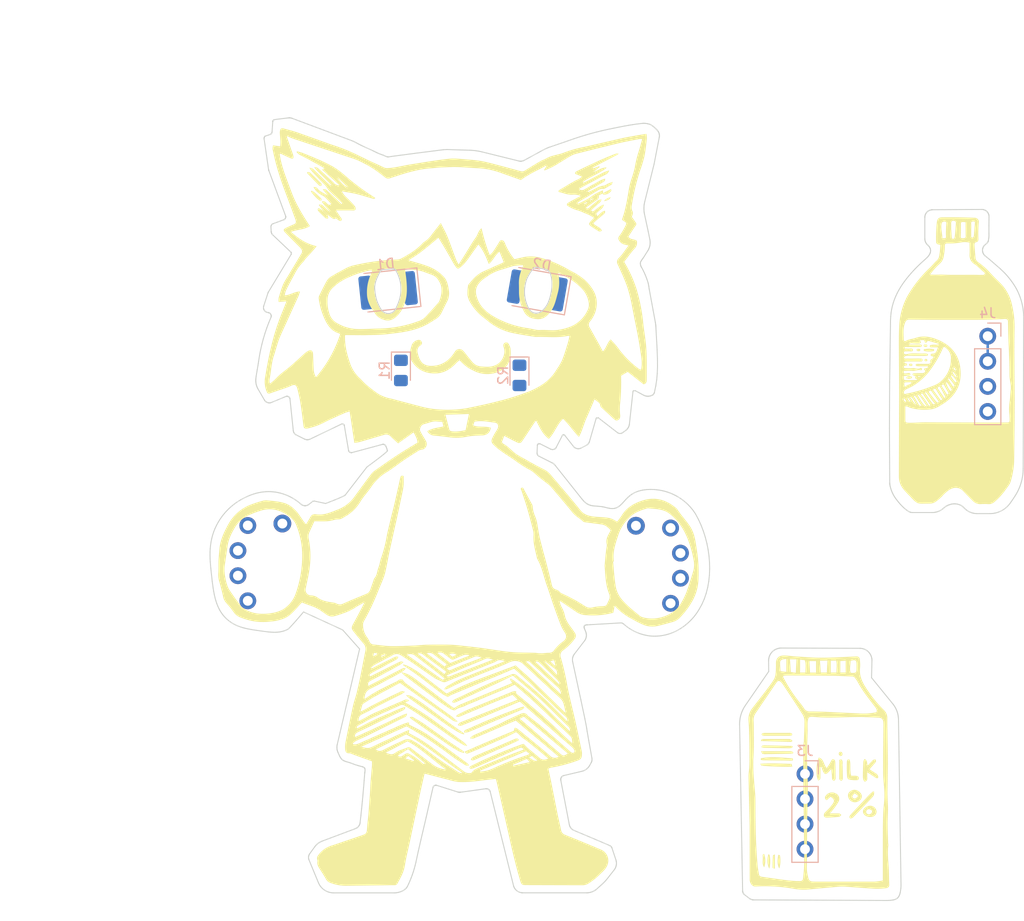
<source format=kicad_pcb>
(kicad_pcb (version 20221018) (generator pcbnew)
  (layers (0 "F.Cu" signal) (31 "B.Cu" signal) (34 "B.Paste" user) (35 "F.Paste" user) (36 "B.SilkS" user "B.Silkscreen") (37 "F.SilkS" user "F.Silkscreen") (38 "B.Mask" user) (39 "F.Mask" user) (44 "Edge.Cuts" user))
  (net 0 "")
  (net 1 "Net-(D1-K)")
  (net 2 "Net-(D1-A)")
  (net 3 "Net-(D2-K)")
  (net 4 "+BATT")
  (net 5 "Net-(J1-Pin_2)")
  (net 10 "-BATT")
  (net 11 "Net-(J3-Pin_1)")
  (net 14 "Net-(J4-Pin_1)")
  (footprint "Critbit_lib:Neko_hands" (layer "F.Cu") (at 86 80.2)
    (fp_text reference "J1" hide)
    (fp_text value "HAND_L")
  )
  (footprint "Connector_PinHeader_2.54mm:PinHeader_1x04_P2.54mm_Vertical" (layer "B.Cu") (at 161.400938 61.03449 180)
    (fp_text reference "J4")
    (fp_text value "BOTTLE")
  )
  (footprint "Connector_PinHeader_2.54mm:PinHeader_1x04_P2.54mm_Vertical" (layer "B.Cu") (at 142.904266 105.341854 180)
    (fp_text reference "J3")
    (fp_text value "BOTTLE")
  )
  (footprint "LED_SMD:LED_0805_2012Metric_Pad1.15x1.40mm_HandSolder" (layer "B.Cu") (at 114 65 -90)
    (fp_text reference "R2")
    (fp_text value "470")
  )
  (footprint "Diode_SMD:D_1812_4532Metric_Pad1.30x3.40mm_HandSolder" (layer "B.Cu") (at 115.8 56.4 170)
    (fp_text reference "D2")
    (fp_text value "LED")
  )
  (footprint "Critbit_lib:Neko_hands" (layer "B.Cu") (at 129.795661 80.452986 180)
    (fp_text reference "J2" hide)
    (fp_text value "HAND_R")
  )
  (footprint "Diode_SMD:D_1812_4532Metric_Pad1.30x3.40mm_HandSolder" (layer "B.Cu") (at 100.7 56.4 -174)
    (fp_text reference "D1")
    (fp_text value "LED")
  )
  (footprint "LED_SMD:LED_0805_2012Metric_Pad1.15x1.40mm_HandSolder" (layer "B.Cu") (at 102 64.5 -90)
    (fp_text reference "R1")
    (fp_text value "470")
  )
  (gr_poly (pts (xy 140.880359 93.354742) (xy 140.946878 93.357109) (xy 141.013338 93.360765) (xy 141.079721 93.365711) (xy 141.146008 93.371945) (xy 141.21218 93.379466) (xy 141.300387 93.387037) (xy 141.388594 93.395585) (xy 141.565007 93.413961) (xy 141.741419 93.431296) (xy 141.829624 93.438541) (xy 141.917829 93.44429) (xy 143.224706 93.531105) (xy 143.551696 93.550259) (xy 143.878752 93.565398) (xy 144.20585 93.575024) (xy 144.53297 93.57764) (xy 144.975386 93.5742) (xy 145.417802 93.564704) (xy 146.302635 93.532495) (xy 148.072304 93.449846) (xy 148.090446 93.446837) (xy 148.108624 93.444881) (xy 148.126796 93.443968) (xy 148.144919 93.444086) (xy 148.162952 93.445223) (xy 148.180851 93.44737) (xy 148.198576 93.450514) (xy 148.216084 93.454645) (xy 148.233332 93.459751) (xy 148.250279 93.465822) (xy 148.266882 93.472845) (xy 148.2831 93.48081) (xy 148.29889 93.489706) (xy 148.31421 93.499521) (xy 148.329018 93.510244) (xy 148.343271 93.521865) (xy 148.356836 93.534283) (xy 148.369594 93.547379) (xy 148.381528 93.561114) (xy 148.39262 93.575447) (xy 148.402853 93.590338) (xy 148.412211 93.605747) (xy 148.420676 93.621634) (xy 148.42823 93.637959) (xy 148.434857 93.654682) (xy 148.440539 93.671764) (xy 148.44526 93.689162) (xy 148.449001 93.706839) (xy 148.451747 93.724753) (xy 148.453478 93.742865) (xy 148.454179 93.761135) (xy 148.453833 93.779522) (xy 148.467371 93.884097) (xy 148.477905 93.988953) (xy 148.485433 94.094026) (xy 148.489952 94.19925) (xy 148.491461 94.304561) (xy 148.489958 94.409893) (xy 148.485442 94.515182) (xy 148.477911 94.620364) (xy 148.466737 94.747273) (xy 148.462229 94.871824) (xy 148.464151 94.994178) (xy 148.472267 95.114494) (xy 148.48634 95.232932) (xy 148.506136 95.349654) (xy 148.531417 95.464818) (xy 148.561948 95.578585) (xy 148.597493 95.691115) (xy 148.637815 95.802568) (xy 148.68268 95.913104) (xy 148.731849 96.022883) (xy 148.785088 96.132065) (xy 148.842161 96.240811) (xy 148.902831 96.34928) (xy 148.966863 96.457633) (xy 149.175103 96.785559) (xy 149.392965 97.106856) (xy 149.620285 97.421317) (xy 149.8569 97.728736) (xy 150.102645 98.028907) (xy 150.357356 98.321623) (xy 150.62087 98.606677) (xy 150.893023 98.883863) (xy 150.933273 98.921972) (xy 150.971229 98.961976) (xy 151.006845 99.00377) (xy 151.040074 99.047247) (xy 151.070869 99.092302) (xy 151.099184 99.138828) (xy 151.124972 99.186721) (xy 151.148187 99.235873) (xy 151.168782 99.286179) (xy 151.18671 99.337534) (xy 151.201925 99.38983) (xy 151.214379 99.442963) (xy 151.224027 99.496827) (xy 151.230822 99.551315) (xy 151.234717 99.606321) (xy 151.235665 99.661741) (xy 151.237286 100.282189) (xy 151.241135 100.592587) (xy 151.248631 100.902638) (xy 151.275487 102.633179) (xy 151.286658 103.498014) (xy 151.291231 104.362329) (xy 151.252339 107.24417) (xy 151.254574 107.453097) (xy 151.260499 107.663001) (xy 151.278731 108.084784) (xy 151.297656 108.507609) (xy 151.304449 108.718816) (xy 151.307899 108.929566) (xy 151.263451 110.25936) (xy 151.269268 110.780259) (xy 151.283593 111.301157) (xy 151.319012 112.342954) (xy 151.323422 112.370305) (xy 151.327301 112.397728) (xy 151.330648 112.425215) (xy 151.333463 112.452759) (xy 151.335745 112.480353) (xy 151.337492 112.507988) (xy 151.338705 112.535657) (xy 151.339382 112.563353) (xy 151.318683 112.746646) (xy 151.304716 112.929819) (xy 151.296745 113.112884) (xy 151.294034 113.295852) (xy 151.301453 113.661537) (xy 151.321092 114.026962) (xy 151.373501 114.757377) (xy 151.394508 115.122542) (xy 151.404206 115.487794) (xy 151.406058 115.753567) (xy 151.411615 116.019341) (xy 151.420876 116.285115) (xy 151.433839 116.550887) (xy 151.435564 116.567768) (xy 151.436385 116.584631) (xy 151.436314 116.601443) (xy 151.43536 116.61817) (xy 151.433533 116.634781) (xy 151.430844 116.651241) (xy 151.427302 116.667516) (xy 151.422917 116.683574) (xy 151.4177 116.699381) (xy 151.411661 116.714904) (xy 151.404809 116.73011) (xy 151.397155 116.744964) (xy 151.388709 116.759434) (xy 151.379481 116.773487) (xy 151.36948 116.787089) (xy 151.358718 116.800207) (xy 151.347273 116.812734) (xy 151.335239 116.824576) (xy 151.322649 116.835719) (xy 151.309534 116.846147) (xy 151.295926 116.855846) (xy 151.281855 116.8648) (xy 151.267354 116.872997) (xy 151.252455 116.880419) (xy 151.237188 116.887054) (xy 151.221585 116.892886) (xy 151.205679 116.8979) (xy 151.1895 116.902082) (xy 151.17308 116.905417) (xy 151.156451 116.907891) (xy 151.139644 116.909488) (xy 151.122691 116.910193) (xy 150.98449 116.92785) (xy 150.845999 116.942649) (xy 150.707263 116.954589) (xy 150.568325 116.963666) (xy 150.42923 116.969879) (xy 150.290021 116.973224) (xy 150.150744 116.9737) (xy 150.011441 116.971303) (xy 149.26974 116.925351) (xy 148.528386 116.871759) (xy 147.048108 116.763875) (xy 146.953972 116.757622) (xy 146.85976 116.753155) (xy 146.765497 116.750475) (xy 146.671208 116.749582) (xy 146.57692 116.750475) (xy 146.482656 116.753155) (xy 146.388444 116.757622) (xy 146.294309 116.763875) (xy 143.067977 117.058357) (xy 142.896489 117.064383) (xy 142.725015 117.065232) (xy 142.553671 117.060911) (xy 142.382575 117.051429) (xy 142.211842 117.036793) (xy 142.04159 117.017013) (xy 141.871934 116.992096) (xy 141.702993 116.96205) (xy 141.243702 116.888404) (xy 140.7828 116.827696) (xy 140.320559 116.779944) (xy 139.857252 116.745163) (xy 139.393152 116.72337) (xy 138.928534 116.714583) (xy 138.463669 116.718817) (xy 137.998832 116.736091) (xy 137.954886 116.742345) (xy 137.911114 116.744959) (xy 137.867703 116.744025) (xy 137.824839 116.739635) (xy 137.782708 116.73188) (xy 137.741497 116.720854) (xy 137.701392 116.706647) (xy 137.662579 116.689353) (xy 137.625246 116.669062) (xy 137.589578 116.645868) (xy 137.555761 116.619861) (xy 137.523983 116.591135) (xy 137.494429 116.55978) (xy 137.467285 116.52589) (xy 137.442739 116.489555) (xy 137.420977 116.450869) (xy 137.409027 116.430459) (xy 137.397692 116.409741) (xy 137.386977 116.388729) (xy 137.376886 116.367438) (xy 137.367424 116.345881) (xy 137.358596 116.324073) (xy 137.350405 116.302027) (xy 137.342857 116.279759) (xy 137.335956 116.257281) (xy 137.329707 116.234609) (xy 137.324114 116.211755) (xy 137.319181 116.188735) (xy 137.314914 116.165563) (xy 137.311316 116.142252) (xy 137.308393 116.118817) (xy 137.306149 116.095272) (xy 137.298733 110.600132) (xy 137.239698 108.103061) (xy 137.187607 105.575429) (xy 137.190031 105.460054) (xy 137.196578 105.344527) (xy 137.206164 105.228869) (xy 137.217703 105.113104) (xy 137.2423 104.881333) (xy 137.253188 104.765372) (xy 137.261689 104.649388) (xy 137.270833 104.462008) (xy 137.272774 104.398205) (xy 137.66909 104.398205) (xy 137.671974 104.676324) (xy 137.679268 104.954343) (xy 137.690968 105.23221) (xy 137.707073 105.509874) (xy 137.727581 105.787284) (xy 137.75249 106.064387) (xy 137.768935 106.307466) (xy 137.789244 106.550524) (xy 137.833984 107.03649) (xy 137.854682 107.279354) (xy 137.871778 107.52211) (xy 137.883404 107.764736) (xy 137.887694 108.00721) (xy 137.893974 109.662539) (xy 137.922651 111.316652) (xy 137.950002 112.143089) (xy 137.988487 112.969028) (xy 138.039951 113.794403) (xy 138.106239 114.619149) (xy 138.117519 114.728805) (xy 138.131533 114.838331) (xy 138.147717 114.94777) (xy 138.165507 115.057166) (xy 138.241443 115.495186) (xy 138.244285 115.510864) (xy 138.247601 115.525955) (xy 138.251387 115.54047) (xy 138.255637 115.554418) (xy 138.260349 115.56781) (xy 138.265518 115.580656) (xy 138.27114 115.592966) (xy 138.277211 115.60475) (xy 138.283726 115.616019) (xy 138.290683 115.626783) (xy 138.298077 115.637052) (xy 138.305903 115.646835) (xy 138.314158 115.656144) (xy 138.322838 115.664988) (xy 138.331938 115.673378) (xy 138.341454 115.681323) (xy 138.351383 115.688834) (xy 138.36172 115.695922) (xy 138.372462 115.702595) (xy 138.383603 115.708865) (xy 138.395141 115.714742) (xy 138.407071 115.720235) (xy 138.419389 115.725356) (xy 138.43209 115.730113) (xy 138.458629 115.73858) (xy 138.486655 115.745717) (xy 138.516134 115.751607) (xy 138.547036 115.75633) (xy 139.798581 115.932511) (xy 140.424874 116.021209) (xy 141.052904 116.104525) (xy 141.212549 116.122617) (xy 141.372394 116.138651) (xy 141.53242 116.152627) (xy 141.692606 116.164542) (xy 141.852932 116.174396) (xy 142.013376 116.182186) (xy 142.17392 116.187912) (xy 142.334542 116.191571) (xy 142.384081 116.190617) (xy 142.429337 116.187671) (xy 142.470495 116.18261) (xy 142.489597 116.179247) (xy 142.507744 116.175308) (xy 142.524961 116.170777) (xy 142.541271 116.16564) (xy 142.556697 116.159879) (xy 142.571262 116.153481) (xy 142.584991 116.146429) (xy 142.597906 116.138707) (xy 142.610031 116.1303) (xy 142.621389 116.121193) (xy 142.632004 116.111369) (xy 142.641899 116.100814) (xy 142.651097 116.089511) (xy 142.659622 116.077445) (xy 142.667497 116.0646) (xy 142.674746 116.050962) (xy 142.681392 116.036513) (xy 142.687458 116.021239) (xy 142.692968 116.005123) (xy 142.697945 115.988152) (xy 142.706395 115.951575) (xy 142.712995 115.911385) (xy 142.717931 115.867457) (xy 142.781829 115.161582) (xy 142.79509 114.984951) (xy 142.805964 114.808211) (xy 142.806064 114.805965) (xy 143.091078 114.805965) (xy 143.09223 114.911395) (xy 143.096325 115.016732) (xy 143.103359 115.121914) (xy 143.113328 115.226879) (xy 143.126229 115.331566) (xy 143.14206 115.435913) (xy 143.195673 115.683472) (xy 143.219051 115.785878) (xy 143.242101 115.875208) (xy 143.266291 115.952339) (xy 143.279272 115.986606) (xy 143.293088 116.018152) (xy 143.307923 116.047089) (xy 143.32396 116.073525) (xy 143.341383 116.097571) (xy 143.360375 116.119337) (xy 143.381119 116.138933) (xy 143.4038 116.156468) (xy 143.4286 116.172052) (xy 143.455703 116.185796) (xy 143.485292 116.197808) (xy 143.517552 116.2082) (xy 143.552665 116.21708) (xy 143.590814 116.224559) (xy 143.676958 116.235753) (xy 143.777451 116.24266) (xy 143.893761 116.24616) (xy 144.027355 116.247131) (xy 149.937353 116.247131) (xy 150.043919 116.237981) (xy 150.150306 116.22714) (xy 150.256494 116.214611) (xy 150.362463 116.200396) (xy 150.468193 116.1845) (xy 150.573663 116.166925) (xy 150.678854 116.147673) (xy 150.783746 116.126747) (xy 150.783751 116.126747) (xy 150.783751 111.948448) (xy 150.787687 110.659629) (xy 150.797035 110.015654) (xy 150.815239 109.3722) (xy 150.827342 109.134059) (xy 150.845393 108.89607) (xy 150.889785 108.420461) (xy 150.911352 108.182797) (xy 150.929317 107.945199) (xy 150.941291 107.707645) (xy 150.944887 107.470112) (xy 150.939385 107.199246) (xy 150.924832 106.928379) (xy 150.904159 106.657512) (xy 150.880295 106.386645) (xy 150.834717 105.84491) (xy 150.818862 105.574042) (xy 150.811537 105.303173) (xy 150.808845 104.13772) (xy 150.816398 102.972094) (xy 150.839317 100.639629) (xy 150.842301 100.567818) (xy 150.843968 100.495983) (xy 150.844319 100.424142) (xy 150.843356 100.352313) (xy 150.841076 100.280514) (xy 150.837482 100.208763) (xy 150.832574 100.137077) (xy 150.82635 100.065476) (xy 150.817484 100.012737) (xy 150.812118 99.98794) (xy 150.806118 99.964171) (xy 150.799478 99.941414) (xy 150.792187 99.919652) (xy 150.784237 99.898872) (xy 150.775621 99.879056) (xy 150.766329 99.86019) (xy 150.756353 99.842258) (xy 150.745684 99.825245) (xy 150.734314 99.809134) (xy 150.722235 99.79391) (xy 150.709438 99.779557) (xy 150.695915 99.766061) (xy 150.681657 99.753405) (xy 150.666655 99.741573) (xy 150.650902 99.730551) (xy 150.634388 99.720322) (xy 150.617106 99.710872) (xy 150.599046 99.702183) (xy 150.5802 99.694242) (xy 150.56056 99.687031) (xy 150.540118 99.680536) (xy 150.518864 99.674741) (xy 150.496791 99.669631) (xy 150.450151 99.6614) (xy 150.400131 99.65572) (xy 150.346662 99.652465) (xy 149.372929 99.607782) (xy 148.885542 99.589696) (xy 148.641263 99.584831) (xy 148.396419 99.583939) (xy 147.642448 99.592447) (xy 146.888823 99.611721) (xy 146.135198 99.632382) (xy 145.381227 99.645055) (xy 145.187988 99.64401) (xy 144.994489 99.640859) (xy 144.800817 99.635582) (xy 144.607058 99.628155) (xy 144.413299 99.618559) (xy 144.219626 99.60677) (xy 144.026127 99.592767) (xy 143.832888 99.576529) (xy 143.741183 99.569022) (xy 143.658778 99.564219) (xy 143.58512 99.562656) (xy 143.519655 99.564867) (xy 143.489822 99.567554) (xy 143.461829 99.571386) (xy 143.435609 99.576428) (xy 143.411091 99.582747) (xy 143.388206 99.590411) (xy 143.366885 99.599486) (xy 143.347058 99.610039) (xy 143.328658 99.622137) (xy 143.311614 99.635846) (xy 143.295858 99.651233) (xy 143.281319 99.668366) (xy 143.26793 99.68731) (xy 143.25562 99.708134) (xy 143.244321 99.730903) (xy 143.233963 99.755684) (xy 143.224478 99.782545) (xy 143.215795 99.811551) (xy 143.207847 99.84277) (xy 143.193875 99.912115) (xy 143.182008 99.991112) (xy 143.171693 100.080296) (xy 143.16681 100.135227) (xy 143.163185 100.190277) (xy 143.159191 100.300693) (xy 143.158671 100.411456) (xy 143.160581 100.52248) (xy 143.167526 100.744963) (xy 143.170478 100.856247) (xy 143.171693 100.967445) (xy 143.140207 102.055544) (xy 143.124812 102.599419) (xy 143.114279 103.143643) (xy 143.114033 103.703284) (xy 143.124465 104.262707) (xy 143.161043 105.381423) (xy 143.191371 106.500833) (xy 143.19399 107.061124) (xy 143.182806 107.621979) (xy 143.137979 109.364472) (xy 143.117288 111.107832) (xy 143.097611 114.595071) (xy 143.09287 114.700503) (xy 143.091078 114.805965) (xy 142.806064 114.805965) (xy 142.813799 114.631341) (xy 142.817945 114.454317) (xy 142.821561 113.776454) (xy 142.819101 113.098591) (xy 142.811433 112.420727) (xy 142.799423 111.742864) (xy 142.740155 106.186614) (xy 142.730315 105.425902) (xy 142.726726 104.66814) (xy 142.727187 103.162106) (xy 142.714223 102.708402) (xy 142.714995 102.632932) (xy 142.717189 102.566768) (xy 142.72062 102.50858) (xy 142.725104 102.457039) (xy 142.730455 102.410816) (xy 142.736491 102.36858) (xy 142.749875 102.290757) (xy 142.76378 102.212933) (xy 142.770466 102.170698) (xy 142.77673 102.124474) (xy 142.782385 102.072933) (xy 142.787249 102.014745) (xy 142.791136 101.948581) (xy 142.793861 101.873111) (xy 142.808273 101.454251) (xy 142.827199 101.032265) (xy 142.843346 100.608891) (xy 142.848098 100.397227) (xy 142.849421 100.185866) (xy 142.852503 100.136269) (xy 142.853985 100.086689) (xy 142.853873 100.037164) (xy 142.852175 99.987731) (xy 142.848897 99.938428) (xy 142.844046 99.889292) (xy 142.837629 99.840362) (xy 142.829652 99.791673) (xy 142.820123 99.743265) (xy 142.809048 99.695174) (xy 142.796434 99.647438) (xy 142.782288 99.600094) (xy 142.766616 99.553181) (xy 142.749425 99.506736) (xy 142.730723 99.460796) (xy 142.710515 99.415398) (xy 142.223389 98.646842) (xy 141.726365 97.884189) (xy 140.721379 96.366871) (xy 140.700052 96.334967) (xy 140.678194 96.303435) (xy 140.65581 96.27228) (xy 140.632904 96.24151) (xy 140.609483 96.21113) (xy 140.58555 96.181148) (xy 140.561111 96.151569) (xy 140.536171 96.122401) (xy 140.495645 96.078088) (xy 140.475953 96.058127) (xy 140.456615 96.039638) (xy 140.437612 96.022626) (xy 140.418924 96.007097) (xy 140.400533 95.993057) (xy 140.382419 95.980511) (xy 140.364563 95.969466) (xy 140.346945 95.959927) (xy 140.329546 95.951899) (xy 140.312347 95.945389) (xy 140.295329 95.940403) (xy 140.278471 95.936945) (xy 140.261756 95.935023) (xy 140.245162 95.934641) (xy 140.228672 95.935806) (xy 140.212266 95.938522) (xy 140.195924 95.942797) (xy 140.179627 95.948635) (xy 140.163356 95.956043) (xy 140.147091 95.965027) (xy 140.130814 95.975591) (xy 140.114504 95.987742) (xy 140.098143 96.001485) (xy 140.08171 96.016827) (xy 140.065188 96.033773) (xy 140.048556 96.052329) (xy 140.031795 96.0725) (xy 140.014886 96.094293) (xy 139.99781 96.117712) (xy 139.980546 96.142765) (xy 137.909918 99.191292) (xy 137.881106 99.235104) (xy 137.854334 99.279984) (xy 137.829623 99.32586) (xy 137.80699 99.372661) (xy 137.786454 99.420314) (xy 137.768035 99.468749) (xy 137.75175 99.517894) (xy 137.737619 99.567676) (xy 137.72566 99.618024) (xy 137.715892 99.668866) (xy 137.708333 99.720131) (xy 137.703003 99.771747) (xy 137.69992 99.823641) (xy 137.699103 99.875743) (xy 137.70057 99.927981) (xy 137.70434 99.980282) (xy 137.712887 100.157549) (xy 137.718201 100.3351) (xy 137.722166 100.690786) (xy 137.72231 101.04682) (xy 137.72471 101.40268) (xy 137.729948 102.012219) (xy 137.726329 102.621583) (xy 137.719952 102.926363) (xy 137.709863 103.231295) (xy 137.695563 103.536444) (xy 137.676554 103.841876) (xy 137.670616 104.120039) (xy 137.66909 104.398205) (xy 137.272774 104.398205) (xy 137.276506 104.275497) (xy 137.279401 104.090723) (xy 137.280211 103.908555) (xy 137.277665 102.797305) (xy 137.271618 102.24168) (xy 137.259841 101.686055) (xy 137.249278 101.253508) (xy 137.235069 100.820439) (xy 137.214263 100.387717) (xy 137.200462 100.171757) (xy 137.183905 99.956209) (xy 137.178436 99.872664) (xy 137.176969 99.789292) (xy 137.179465 99.706227) (xy 137.185884 99.623603) (xy 137.196186 99.541555) (xy 137.21033 99.460216) (xy 137.228277 99.37972) (xy 137.249987 99.300201) (xy 137.275419 99.221793) (xy 137.304534 99.144631) (xy 137.337292 99.068848) (xy 137.373653 98.994578) (xy 137.413576 98.921956) (xy 137.457022 98.851114) (xy 137.50395 98.782188) (xy 137.554322 98.715312) (xy 137.871463 98.300965) (xy 138.192597 97.889745) (xy 138.514077 97.479219) (xy 138.832258 97.066958) (xy 139.060152 96.766602) (xy 139.285787 96.464336) (xy 139.396618 96.31189) (xy 139.505518 96.158251) (xy 139.61203 96.003179) (xy 139.7157 95.846436) (xy 139.736765 95.810669) (xy 139.7568 95.774379) (xy 139.775799 95.737589) (xy 139.793754 95.700322) (xy 139.810657 95.662601) (xy 139.826501 95.624448) (xy 139.841277 95.585886) (xy 139.854978 95.546937) (xy 139.86268 95.522942) (xy 140.696086 95.522942) (xy 140.696322 95.528807) (xy 140.696883 95.534239) (xy 140.697819 95.539268) (xy 140.699178 95.543929) (xy 140.701009 95.548254) (xy 140.884947 95.896704) (xy 141.078011 96.239941) (xy 141.280086 96.57779) (xy 141.491056 96.910075) (xy 141.710807 97.23662) (xy 141.939223 97.557249) (xy 142.176189 97.871786) (xy 142.421591 98.180057) (xy 142.471824 98.239812) (xy 142.520957 98.300451) (xy 142.568979 98.361958) (xy 142.615878 98.424318) (xy 142.661642 98.487514) (xy 142.70626 98.551531) (xy 142.749721 98.616355) (xy 142.792013 98.68197) (xy 142.802681 98.701788) (xy 142.813993 98.721113) (xy 142.825932 98.739937) (xy 142.83848 98.758248) (xy 142.85162 98.776035) (xy 142.865335 98.79329) (xy 142.879606 98.810001) (xy 142.894416 98.826158) (xy 142.909748 98.84175) (xy 142.925584 98.856768) (xy 142.941907 98.871202) (xy 142.958699 98.88504) (xy 142.975943 98.898272) (xy 142.993622 98.910888) (xy 143.011717 98.922879) (xy 143.030212 98.934232) (xy 143.049088 98.944939) (xy 143.068329 98.954989) (xy 143.087916 98.964371) (xy 143.107833 98.973076) (xy 143.128062 98.981092) (xy 143.148585 98.98841) (xy 143.169385 98.995019) (xy 143.190445 99.000909) (xy 143.211746 99.00607) (xy 143.233272 99.010491) (xy 143.255005 99.014162) (xy 143.276927 99.017072) (xy 143.299021 99.019212) (xy 143.321269 99.020571) (xy 143.343655 99.021138) (xy 143.36616 99.020904) (xy 143.787623 99.02322) (xy 144.209318 99.030166) (xy 144.631245 99.041742) (xy 145.053405 99.057948) (xy 148.290848 99.211668) (xy 148.521966 99.226682) (xy 148.753249 99.233344) (xy 148.984473 99.231667) (xy 149.215411 99.221665) (xy 149.44584 99.203353) (xy 149.675533 99.176745) (xy 149.904266 99.141854) (xy 150.131814 99.098694) (xy 150.135521 99.10425) (xy 150.144032 99.081067) (xy 150.151189 99.058388) (xy 150.15704 99.036196) (xy 150.161632 99.014474) (xy 150.16501 98.993205) (xy 150.167223 98.972373) (xy 150.168317 98.951959) (xy 150.168338 98.931948) (xy 150.167334 98.912322) (xy 150.165351 98.893064) (xy 150.162436 98.874158) (xy 150.158636 98.855586) (xy 150.153998 98.837331) (xy 150.148568 98.819377) (xy 150.135521 98.784303) (xy 150.11987 98.750226) (xy 150.101989 98.717013) (xy 150.082251 98.684527) (xy 150.061033 98.652632) (xy 150.01565 98.590074) (xy 149.968835 98.528255) (xy 149.510387 97.929917) (xy 149.281836 97.630357) (xy 149.057147 97.328106) (xy 148.838883 97.02134) (xy 148.629604 96.708236) (xy 148.529135 96.548738) (xy 148.431873 96.386971) (xy 148.338137 96.222709) (xy 148.248249 96.055723) (xy 148.235086 96.031561) (xy 148.221339 96.007673) (xy 148.207077 95.984029) (xy 148.192368 95.9606) (xy 148.161877 95.914266) (xy 148.130409 95.868431) (xy 148.066715 95.777303) (xy 148.035573 95.731533) (xy 148.005626 95.685306) (xy 147.998538 95.672876) (xy 147.991046 95.660769) (xy 147.983162 95.648994) (xy 147.974898 95.637555) (xy 147.966264 95.62646) (xy 147.957273 95.615714) (xy 147.947936 95.605325) (xy 147.938263 95.595297) (xy 147.928267 95.585638) (xy 147.917959 95.576354) (xy 147.907349 95.567451) (xy 147.896451 95.558936) (xy 147.885274 95.550814) (xy 147.87383 95.543093) (xy 147.862132 95.535778) (xy 147.850189 95.528875) (xy 147.838013 95.522392) (xy 147.825617 95.516334) (xy 147.81301 95.510708) (xy 147.800205 95.50552) (xy 147.787214 95.500777) (xy 147.774046 95.496483) (xy 147.760714 95.492647) (xy 147.747229 95.489274) (xy 147.733602 95.486371) (xy 147.719846 95.483944) (xy 147.70597 95.481999) (xy 147.691987 95.480542) (xy 147.677909 95.47958) (xy 147.663745 95.47912) (xy 147.649508 95.479167) (xy 147.635209 95.479728) (xy 147.169584 95.463523) (xy 146.703612 95.441761) (xy 146.23764 95.421387) (xy 146.004762 95.413891) (xy 145.772014 95.409347) (xy 143.396718 95.389668) (xy 141.021422 95.379713) (xy 140.981095 95.382384) (xy 140.94083 95.385749) (xy 140.900634 95.389808) (xy 140.860517 95.394558) (xy 140.820487 95.399999) (xy 140.780555 95.40613) (xy 140.740728 95.412948) (xy 140.701015 95.420454) (xy 140.700892 95.433244) (xy 140.700557 95.445242) (xy 140.699449 95.466991) (xy 140.696843 95.502414) (xy 140.696126 95.516609) (xy 140.696086 95.522942) (xy 139.86268 95.522942) (xy 139.867597 95.507624) (xy 139.879126 95.467969) (xy 139.889558 95.427996) (xy 139.898884 95.387727) (xy 139.907098 95.347184) (xy 139.914191 95.30639) (xy 139.920156 95.265367) (xy 139.924986 95.224139) (xy 139.936877 95.091591) (xy 139.946695 94.958898) (xy 139.95444 94.826084) (xy 139.96011 94.693174) (xy 139.963704 94.560191) (xy 139.965222 94.42716) (xy 139.964662 94.294105) (xy 139.962024 94.161051) (xy 139.962447 94.146694) (xy 140.384565 94.146694) (xy 140.386299 94.255297) (xy 140.390679 94.364986) (xy 140.397035 94.476128) (xy 140.428753 94.942619) (xy 141.012158 95.018555) (xy 141.012158 93.744326) (xy 141.382569 93.744326) (xy 141.467763 95.025971) (xy 141.971536 95.103755) (xy 142.036391 93.781365) (xy 142.406776 93.781365) (xy 142.406776 95.077823) (xy 142.94388 95.077823) (xy 142.94732 94.917235) (xy 142.955079 94.75886) (xy 142.963316 94.602308) (xy 142.968188 94.447189) (xy 142.968163 94.370044) (xy 142.965856 94.293111) (xy 142.960787 94.216341) (xy 142.952475 94.139684) (xy 142.940442 94.063093) (xy 142.924206 93.986519) (xy 142.906623 93.922125) (xy 143.347632 93.922125) (xy 143.418013 95.085233) (xy 144.021793 95.085233) (xy 144.021793 93.922125) (xy 143.347632 93.922125) (xy 142.906623 93.922125) (xy 142.903288 93.909911) (xy 142.896733 93.890637) (xy 144.41999 93.890637) (xy 144.503336 95.077823) (xy 145.110819 95.077823) (xy 145.512723 95.077823) (xy 146.083163 95.077823) (xy 146.48136 95.077823) (xy 147.02217 95.077823) (xy 147.02217 94.65582) (xy 147.465443 94.65582) (xy 147.46573 94.729706) (xy 147.469302 94.803628) (xy 147.476727 94.877604) (xy 147.488571 94.951653) (xy 147.505401 95.025795) (xy 147.527785 95.100047) (xy 147.550808 95.103516) (xy 147.573874 95.106655) (xy 147.596981 95.109466) (xy 147.620125 95.111946) (xy 147.643301 95.114097) (xy 147.666508 95.115917) (xy 147.68974 95.117406) (xy 147.712994 95.118563) (xy 147.776028 95.117954) (xy 147.832063 95.115856) (xy 147.881522 95.111864) (xy 147.903917 95.109031) (xy 147.924827 95.105573) (xy 147.944304 95.10144) (xy 147.962402 95.096581) (xy 147.979174 95.090945) (xy 147.994671 95.084481) (xy 148.008947 95.077141) (xy 148.022056 95.068872) (xy 148.03405 95.059624) (xy 148.044981 95.049347) (xy 148.054903 95.03799) (xy 148.063869 95.025503) (xy 148.071931 95.011835) (xy 148.079143 94.996936) (xy 148.085557 94.980755) (xy 148.091227 94.963241) (xy 148.096204 94.944344) (xy 148.100543 94.924014) (xy 148.107515 94.878851) (xy 148.112567 94.827348) (xy 148.116121 94.769101) (xy 148.1186 94.703704) (xy 148.1186 94.262907) (xy 148.115869 94.18375) (xy 148.110813 94.113475) (xy 148.107256 94.081581) (xy 148.10293 94.051805) (xy 148.097771 94.024111) (xy 148.091717 93.998465) (xy 148.084706 93.974831) (xy 148.076674 93.953176) (xy 148.06756 93.933465) (xy 148.057299 93.915664) (xy 148.045829 93.899737) (xy 148.033089 93.88565) (xy 148.019014 93.873368) (xy 148.003542 93.862858) (xy 147.98661 93.854083) (xy 147.968157 93.847011) (xy 147.948118 93.841605) (xy 147.926431 93.837833) (xy 147.903034 93.835658) (xy 147.877863 93.835046) (xy 147.850857 93.835963) (xy 147.821952 93.838375) (xy 147.791085 93.842246) (xy 147.758194 93.847542) (xy 147.686088 93.86227) (xy 147.605132 93.882284) (xy 147.514825 93.907305) (xy 147.518527 93.914715) (xy 147.517146 93.989293) (xy 147.513379 94.063717) (xy 147.500961 94.212177) (xy 147.485808 94.360246) (xy 147.472457 94.508076) (xy 147.467874 94.581949) (xy 147.465443 94.65582) (xy 147.02217 94.65582) (xy 147.02217 93.886935) (xy 146.48136 93.922125) (xy 146.48136 95.077823) (xy 146.083163 95.077823) (xy 146.086227 94.923933) (xy 146.093436 94.771823) (xy 146.101818 94.62119) (xy 146.108397 94.471728) (xy 146.110202 94.323135) (xy 146.108385 94.249069) (xy 146.104258 94.175106) (xy 146.097452 94.101208) (xy 146.087592 94.027337) (xy 146.07431 93.953456) (xy 146.057231 93.879525) (xy 145.512723 93.886929) (xy 145.512723 95.077823) (xy 145.110819 95.077823) (xy 145.177491 93.875823) (xy 144.41999 93.890637) (xy 142.896733 93.890637) (xy 142.877207 93.833223) (xy 142.406776 93.781365) (xy 142.036391 93.781365) (xy 142.038208 93.744326) (xy 141.382569 93.744326) (xy 141.012158 93.744326) (xy 141.012158 93.712838) (xy 140.939262 93.71418) (xy 140.870629 93.718185) (xy 140.806309 93.724827) (xy 140.746355 93.734079) (xy 140.690817 93.745915) (xy 140.639747 93.760305) (xy 140.593198 93.777224) (xy 140.55122 93.796645) (xy 140.513865 93.81854) (xy 140.481184 93.842882) (xy 140.466613 93.855963) (xy 140.45323 93.869645) (xy 140.441041 93.883925) (xy 140.430053 93.8988) (xy 140.420272 93.914266) (xy 140.411705 93.930321) (xy 140.404358 93.94696) (xy 140.398238 93.96418) (xy 140.393351 93.981979) (xy 140.389704 94.000351) (xy 140.387302 94.019295) (xy 140.386153 94.038807) (xy 140.384565 94.146694) (xy 139.962447 94.146694) (xy 139.964663 94.071548) (xy 139.972621 93.987112) (xy 139.978617 93.946806) (xy 139.985968 93.907778) (xy 139.994683 93.870033) (xy 140.00477 93.833576) (xy 140.016238 93.79841) (xy 140.029096 93.76454) (xy 140.043351 93.731969) (xy 140.059013 93.700702) (xy 140.07609 93.670743) (xy 140.094589 93.642095) (xy 140.114521 93.614763) (xy 140.135893 93.588751) (xy 140.158714 93.564063) (xy 140.182992 93.540703) (xy 140.208735 93.518676) (xy 140.235953 93.497984) (xy 140.264653 93.478633) (xy 140.294845 93.460626) (xy 140.326536 93.443967) (xy 140.359735 93.428661) (xy 140.394451 93.414711) (xy 140.430692 93.402122) (xy 140.468467 93.390897) (xy 140.507783 93.381042) (xy 140.54865 93.372559) (xy 140.591076 93.365453) (xy 140.63507 93.359728) (xy 140.680639 93.355388) (xy 140.747221 93.353881) (xy 140.813801 93.353666)) (fill solid) (layer "F.SilkS"))
  (gr_poly (pts (xy 93.003744 46.32359) (xy 93.044003 46.344428) (xy 93.083745 46.36621) (xy 93.122954 46.388924) (xy 93.161614 46.412561) (xy 93.199708 46.437111) (xy 93.23722 46.462565) (xy 93.274134 46.488913) (xy 93.35988 46.563401) (xy 93.444873 46.638699) (xy 93.529113 46.714808) (xy 93.612602 46.791727) (xy 93.695337 46.869457) (xy 93.777321 46.947997) (xy 93.858552 47.027347) (xy 93.939031 47.107508) (xy 93.942333 47.111146) (xy 93.945303 47.115105) (xy 93.947959 47.119369) (xy 93.950317 47.123923) (xy 93.952392 47.128751) (xy 93.954202 47.133838) (xy 93.955762 47.139167) (xy 93.957088 47.144723) (xy 93.959107 47.156455) (xy 93.960387 47.168909) (xy 93.96106 47.181959) (xy 93.961256 47.195482) (xy 93.960735 47.223445) (xy 93.959866 47.251798) (xy 93.959628 47.265809) (xy 93.959693 47.279543) (xy 93.960192 47.292876) (xy 93.961255 47.305682) (xy 93.948143 47.306069) (xy 93.934581 47.307125) (xy 93.920682 47.308698) (xy 93.906561 47.310631) (xy 93.878107 47.314961) (xy 93.850131 47.318878) (xy 93.836606 47.320296) (xy 93.823543 47.321147) (xy 93.811055 47.321275) (xy 93.799256 47.320528) (xy 93.78826 47.31875) (xy 93.783099 47.317425) (xy 93.778181 47.315786) (xy 93.773521 47.313811) (xy 93.769133 47.311481) (xy 93.765031 47.308778) (xy 93.76123 47.305682) (xy 93.698338 47.256152) (xy 93.636473 47.20543) (xy 93.575651 47.153534) (xy 93.515887 47.100481) (xy 93.457198 47.046286) (xy 93.399598 46.990967) (xy 93.343105 46.934541) (xy 93.287733 46.877025) (xy 93.233499 46.818434) (xy 93.180418 46.758786) (xy 93.128507 46.698098) (xy 93.077781 46.636387) (xy 93.028255 46.573669) (xy 92.979947 46.50996) (xy 92.932871 46.445278) (xy 92.887043 46.37964) (xy 92.962985 46.303703)) (fill solid) (layer "F.SilkS"))
  (gr_poly (pts (xy 93.687389 48.086737) (xy 93.695801 48.087644) (xy 93.70428 48.089113) (xy 93.712813 48.091103) (xy 93.721388 48.093573) (xy 93.729993 48.096483) (xy 93.738615 48.099791) (xy 93.755865 48.107442) (xy 93.773038 48.1162) (xy 93.790038 48.125738) (xy 93.806766 48.135733) (xy 93.839019 48.155788) (xy 93.88245 48.181365) (xy 93.925315 48.207963) (xy 93.967747 48.235386) (xy 94.009875 48.263438) (xy 94.177951 48.378037) (xy 94.568741 48.748453) (xy 94.650233 49.074419) (xy 94.641009 49.082244) (xy 94.631432 49.089534) (xy 94.621525 49.096279) (xy 94.611312 49.102475) (xy 94.600817 49.108112) (xy 94.590062 49.113183) (xy 94.579071 49.11768) (xy 94.567868 49.121597) (xy 94.556477 49.124925) (xy 94.54492 49.127658) (xy 94.533221 49.129786) (xy 94.521405 49.131304) (xy 94.509493 49.132203) (xy 94.497511 49.132476) (xy 94.485481 49.132115) (xy 94.473426 49.131113) (xy 94.461442 49.129473) (xy 94.449621 49.127213) (xy 94.437984 49.124344) (xy 94.426552 49.12088) (xy 94.415347 49.116833) (xy 94.40439 49.112214) (xy 94.393703 49.107038) (xy 94.383306 49.101315) (xy 94.373222 49.095059) (xy 94.36347 49.088282) (xy 94.354073 49.080997) (xy 94.345052 49.073216) (xy 94.336428 49.064951) (xy 94.328223 49.056214) (xy 94.320457 49.04702) (xy 94.313152 49.037379) (xy 93.976304 48.71118) (xy 93.892689 48.629143) (xy 93.809703 48.546432) (xy 93.727542 48.462809) (xy 93.646401 48.378037) (xy 93.636477 48.366534) (xy 93.627302 48.354542) (xy 93.618888 48.342098) (xy 93.611245 48.329238) (xy 93.604384 48.315999) (xy 93.598313 48.302417) (xy 93.593045 48.288529) (xy 93.588589 48.274371) (xy 93.584956 48.25998) (xy 93.582156 48.245393) (xy 93.5802 48.230645) (xy 93.579097 48.215774) (xy 93.578858 48.200817) (xy 93.579494 48.185809) (xy 93.581015 48.170787) (xy 93.583431 48.155788) (xy 93.589631 48.14456) (xy 93.596069 48.134464) (xy 93.602731 48.125458) (xy 93.609607 48.117502) (xy 93.616683 48.110555) (xy 93.623948 48.104577) (xy 93.631389 48.099527) (xy 93.638994 48.095364) (xy 93.646751 48.092047) (xy 93.654648 48.089537) (xy 93.662672 48.087791) (xy 93.670812 48.086769) (xy 93.679055 48.086431)) (fill solid) (layer "F.SilkS"))
  (gr_poly (pts (xy 153.44785 65.071302) (xy 153.465968 65.072864) (xy 153.465962 65.072864) (xy 153.498678 65.075635) (xy 153.530092 65.077668) (xy 153.560116 65.079962) (xy 153.57458 65.081518) (xy 153.588664 65.083514) (xy 153.602358 65.086074) (xy 153.61565 65.089323) (xy 153.628529 65.093386) (xy 153.640985 65.098388) (xy 153.653007 65.104454) (xy 153.664585 65.111707) (xy 153.670203 65.115819) (xy 153.675706 65.120274) (xy 153.681092 65.125089) (xy 153.68636 65.130278) (xy 153.690543 65.1335) (xy 153.694522 65.136927) (xy 153.698292 65.140549) (xy 153.701847 65.144357) (xy 153.705183 65.14834) (xy 153.708292 65.152489) (xy 153.71117 65.156792) (xy 153.71381 65.161241) (xy 153.716209 65.165825) (xy 153.718359 65.170535) (xy 153.720255 65.17536) (xy 153.721891 65.18029) (xy 153.723263 65.185316) (xy 153.724364 65.190427) (xy 153.72519 65.195613) (xy 153.725733 65.200865) (xy 153.725988 65.206138) (xy 153.725955 65.21139) (xy 153.725638 65.216609) (xy 153.725041 65.221784) (xy 153.724168 65.226905) (xy 153.723022 65.231962) (xy 153.721608 65.236943) (xy 153.71993 65.241837) (xy 153.717992 65.246634) (xy 153.715798 65.251323) (xy 153.713351 65.255894) (xy 153.710656 65.260335) (xy 153.707716 65.264636) (xy 153.704537 65.268786) (xy 153.701121 65.272775) (xy 153.697472 65.276591) (xy 153.668568 65.29067) (xy 153.639106 65.303137) (xy 153.609153 65.313988) (xy 153.578774 65.32322) (xy 153.548034 65.330828) (xy 153.516999 65.336808) (xy 153.485735 65.341156) (xy 153.454306 65.34387) (xy 153.422778 65.344943) (xy 153.391218 65.344374) (xy 153.359689 65.342157) (xy 153.328259 65.338289) (xy 153.296991 65.332766) (xy 153.265953 65.325584) (xy 153.235208 65.316738) (xy 153.204823 65.306226) (xy 153.19965 65.302022) (xy 153.194893 65.297747) (xy 153.190542 65.293408) (xy 153.18659 65.289011) (xy 153.183029 65.28456) (xy 153.17985 65.280062) (xy 153.177046 65.275523) (xy 153.174608 65.270949) (xy 153.172528 65.266344) (xy 153.170798 65.261716) (xy 153.16941 65.257069) (xy 153.168356 65.25241) (xy 153.167627 65.247743) (xy 153.167216 65.243076) (xy 153.167114 65.238414) (xy 153.167313 65.233762) (xy 153.167805 65.229127) (xy 153.168582 65.224513) (xy 153.169636 65.219928) (xy 153.170959 65.215375) (xy 153.172542 65.210863) (xy 153.174377 65.206395) (xy 153.176456 65.201978) (xy 153.178772 65.197618) (xy 153.181315 65.193321) (xy 153.184079 65.189091) (xy 153.187053 65.184936) (xy 153.190232 65.18086) (xy 153.197166 65.17297) (xy 153.204817 65.165469) (xy 153.217905 65.152842) (xy 153.231615 65.141058) (xy 153.245907 65.130133) (xy 153.260741 65.120082) (xy 153.276074 65.110917) (xy 153.291866 65.102655) (xy 153.308075 65.09531) (xy 153.324661 65.088896) (xy 153.341583 65.083428) (xy 153.358798 65.078921) (xy 153.376267 65.075388) (xy 153.393948 65.072846) (xy 153.411799 65.071308) (xy 153.42978 65.070788)) (fill solid) (layer "F.SilkS"))
  (gr_poly (pts (xy 103.818315 61.402703) (xy 103.832367 61.403846) (xy 103.846322 61.405624) (xy 103.873857 61.411055) (xy 103.900747 61.418935) (xy 103.926818 61.429205) (xy 103.951896 61.441806) (xy 103.964008 61.448962) (xy 103.975807 61.456678) (xy 103.987271 61.464947) (xy 103.998378 61.473762) (xy 104.009107 61.483114) (xy 104.019435 61.492997) (xy 104.029341 61.503403) (xy 104.038803 61.514324) (xy 104.047801 61.525754) (xy 104.056311 61.537684) (xy 104.064312 61.550108) (xy 104.071782 61.563018) (xy 104.080364 61.574896) (xy 104.088235 61.587163) (xy 104.095388 61.599787) (xy 104.101816 61.612735) (xy 104.107513 61.625977) (xy 104.112471 61.63948) (xy 104.116683 61.653213) (xy 104.120142 61.667145) (xy 104.122843 61.681244) (xy 104.124776 61.695478) (xy 104.125936 61.709815) (xy 104.126316 61.724225) (xy 104.125909 61.738675) (xy 104.124707 61.753134) (xy 104.122704 61.76757) (xy 104.119893 61.781952) (xy 104.116292 61.796157) (xy 104.111937 61.810066) (xy 104.106848 61.823653) (xy 104.101045 61.836893) (xy 104.094547 61.84976) (xy 104.087375 61.862229) (xy 104.079547 61.874273) (xy 104.071084 61.885868) (xy 104.062006 61.896988) (xy 104.052332 61.907606) (xy 104.042082 61.917699) (xy 104.031276 61.927238) (xy 104.019934 61.9362) (xy 104.008075 61.944559) (xy 103.995719 61.952288) (xy 103.982886 61.959363) (xy 103.958743 61.974639) (xy 103.935452 61.990815) (xy 103.913025 62.007858) (xy 103.891475 62.025733) (xy 103.870814 62.044406) (xy 103.851056 62.063844) (xy 103.832214 62.084013) (xy 103.814299 62.104878) (xy 103.797324 62.126405) (xy 103.781303 62.148561) (xy 103.766248 62.171311) (xy 103.752172 62.194621) (xy 103.739088 62.218458) (xy 103.727007 62.242787) (xy 103.715944 62.267574) (xy 103.70591 62.292786) (xy 103.696919 62.318388) (xy 103.688983 62.344346) (xy 103.682115 62.370627) (xy 103.676328 62.397196) (xy 103.671634 62.424019) (xy 103.668046 62.451062) (xy 103.665577 62.478292) (xy 103.66424 62.505673) (xy 103.664047 62.533173) (xy 103.665011 62.560757) (xy 103.667145 62.588391) (xy 103.670461 62.616042) (xy 103.674973 62.643674) (xy 103.680693 62.671255) (xy 103.687633 62.69875) (xy 103.695807 62.726124) (xy 103.736271 62.882795) (xy 103.779818 63.031017) (xy 103.827401 63.17046) (xy 103.879976 63.300793) (xy 103.938497 63.421684) (xy 103.970287 63.478485) (xy 104.003921 63.532803) (xy 104.039519 63.584594) (xy 104.077201 63.633818) (xy 104.117086 63.680434) (xy 104.159294 63.724399) (xy 104.203943 63.765674) (xy 104.251153 63.804215) (xy 104.301043 63.839983) (xy 104.353733 63.872935) (xy 104.409343 63.90303) (xy 104.467991 63.930227) (xy 104.529797 63.954485) (xy 104.594881 63.975762) (xy 104.663361 63.994016) (xy 104.735357 64.009207) (xy 104.810988 64.021293) (xy 104.890375 64.030232) (xy 104.973635 64.035984) (xy 105.060889 64.038506) (xy 105.152256 64.037758) (xy 105.247856 64.033698) (xy 105.430364 64.017297) (xy 105.60639 63.989827) (xy 105.776052 63.951591) (xy 105.939465 63.902894) (xy 106.096747 63.84404) (xy 106.248014 63.775332) (xy 106.393383 63.697074) (xy 106.532971 63.60957) (xy 106.666893 63.513124) (xy 106.795268 63.40804) (xy 106.918211 63.294621) (xy 107.035839 63.173172) (xy 107.14827 63.043997) (xy 107.255618 62.907399) (xy 107.358002 62.763682) (xy 107.455538 62.61315) (xy 107.470125 62.588286) (xy 107.485959 62.564379) (xy 107.502991 62.541467) (xy 107.521171 62.519586) (xy 107.540449 62.498774) (xy 107.560774 62.479067) (xy 107.582097 62.460502) (xy 107.604368 62.443116) (xy 107.627537 62.426946) (xy 107.651554 62.412029) (xy 107.676369 62.398401) (xy 107.701932 62.3861) (xy 107.728193 62.375163) (xy 107.755102 62.365625) (xy 107.782609 62.357525) (xy 107.810665 62.3509) (xy 107.83904 62.345813) (xy 107.867498 62.342297) (xy 107.89598 62.340338) (xy 107.924425 62.339921) (xy 107.952772 62.341033) (xy 107.98096 62.34366) (xy 108.00893 62.347787) (xy 108.03662 62.353402) (xy 108.063971 62.360489) (xy 108.090921 62.369035) (xy 108.11741 62.379025) (xy 108.143378 62.390447) (xy 108.168764 62.403286) (xy 108.193507 62.417527) (xy 108.217547 62.433158) (xy 108.240824 62.450164) (xy 108.284472 62.493053) (xy 108.32706 62.536958) (xy 108.368572 62.581857) (xy 108.408989 62.627732) (xy 108.448296 62.674561) (xy 108.486476 62.722326) (xy 108.523511 62.771006) (xy 108.559384 62.820581) (xy 108.648985 62.930925) (xy 108.737588 63.042137) (xy 108.914057 63.265083) (xy 109.003052 63.375774) (xy 109.093305 63.48525) (xy 109.185382 63.59299) (xy 109.279847 63.698472) (xy 109.323576 63.743175) (xy 109.369268 63.785468) (xy 109.41682 63.825306) (xy 109.466129 63.862641) (xy 109.517095 63.897428) (xy 109.569613 63.929619) (xy 109.623583 63.959168) (xy 109.678902 63.986028) (xy 109.735467 64.010153) (xy 109.793176 64.031496) (xy 109.851928 64.05001) (xy 109.911618 64.065649) (xy 109.972147 64.078367) (xy 110.03341 64.088115) (xy 110.095306 64.094849) (xy 110.157733 64.098522) (xy 110.24295 64.1062) (xy 110.328248 64.112743) (xy 110.413618 64.118152) (xy 110.499047 64.122425) (xy 110.584527 64.125563) (xy 110.670044 64.127564) (xy 110.755589 64.128429) (xy 110.841151 64.128157) (xy 110.991308 64.116389) (xy 111.137871 64.095487) (xy 111.280239 64.065171) (xy 111.417814 64.025161) (xy 111.549995 63.975179) (xy 111.613875 63.94636) (xy 111.676183 63.914944) (xy 111.736842 63.880894) (xy 111.795778 63.844177) (xy 111.852916 63.804757) (xy 111.908181 63.762599) (xy 111.961498 63.717668) (xy 112.012793 63.66993) (xy 112.061989 63.619349) (xy 112.109013 63.565891) (xy 112.153789 63.50952) (xy 112.196242 63.450202) (xy 112.236298 63.387902) (xy 112.273881 63.322585) (xy 112.308916 63.254215) (xy 112.34133 63.182759) (xy 112.371045 63.10818) (xy 112.397989 63.030444) (xy 112.422085 62.949517) (xy 112.443258 62.865363) (xy 112.461435 62.777947) (xy 112.476539 62.687234) (xy 112.478479 62.635656) (xy 112.478532 62.584093) (xy 112.476703 62.532598) (xy 112.472997 62.48122) (xy 112.467419 62.430012) (xy 112.459973 62.379025) (xy 112.450663 62.32831) (xy 112.439494 62.277919) (xy 112.436669 62.261661) (xy 112.433127 62.245516) (xy 112.428978 62.229469) (xy 112.42433 62.213503) (xy 112.41397 62.181751) (xy 112.402915 62.150128) (xy 112.392034 62.118505) (xy 112.38693 62.102653) (xy 112.382195 62.086752) (xy 112.377937 62.070786) (xy 112.374266 62.054738) (xy 112.371288 62.038593) (xy 112.369114 62.022334) (xy 112.36681 62.008992) (xy 112.365118 61.995668) (xy 112.364027 61.98238) (xy 112.363531 61.969144) (xy 112.363618 61.955974) (xy 112.364282 61.942889) (xy 112.367299 61.917034) (xy 112.372512 61.89171) (xy 112.379849 61.867045) (xy 112.389238 61.84317) (xy 112.400609 61.820215) (xy 112.413889 61.798309) (xy 112.429007 61.777582) (xy 112.445893 61.758164) (xy 112.464474 61.740185) (xy 112.484679 61.723774) (xy 112.495369 61.716198) (xy 112.506438 61.709062) (xy 112.517877 61.702384) (xy 112.529677 61.696178) (xy 112.541831 61.690463) (xy 112.554327 61.685253) (xy 112.567235 61.680181) (xy 112.580243 61.675812) (xy 112.59333 61.672139) (xy 112.606474 61.669151) (xy 112.619654 61.66684) (xy 112.632846 61.665198) (xy 112.646029 61.664214) (xy 112.65918 61.663881) (xy 112.672279 61.66419) (xy 112.685301 61.665131) (xy 112.698227 61.666695) (xy 112.711033 61.668875) (xy 112.723697 61.67166) (xy 112.736198 61.675042) (xy 112.748513 61.679013) (xy 112.76062 61.683562) (xy 112.772497 61.688682) (xy 112.784122 61.694363) (xy 112.795473 61.700596) (xy 112.806529 61.707374) (xy 112.817266 61.714686) (xy 112.827663 61.722523) (xy 112.837697 61.730878) (xy 112.847348 61.739741) (xy 112.856591 61.749102) (xy 112.865407 61.758954) (xy 112.873772 61.769287) (xy 112.881664 61.780093) (xy 112.889062 61.791362) (xy 112.895943 61.803086) (xy 112.902285 61.815256) (xy 112.908066 61.827862) (xy 112.924244 61.854259) (xy 112.939828 61.880982) (xy 112.954814 61.908018) (xy 112.969197 61.93536) (xy 112.982973 61.962995) (xy 112.996139 61.990915) (xy 113.00869 62.019108) (xy 113.020621 62.047565) (xy 113.031929 62.076276) (xy 113.042609 62.105229) (xy 113.052658 62.134415) (xy 113.062071 62.163824) (xy 113.070844 62.193445) (xy 113.078972 62.223269) (xy 113.086452 62.253284) (xy 113.09328 62.283481) (xy 113.113844 62.502529) (xy 113.120537 62.713656) (xy 113.11316 62.916664) (xy 113.091515 63.11136) (xy 113.055404 63.297549) (xy 113.031862 63.387391) (xy 113.00463 63.475034) (xy 112.973681 63.560451) (xy 112.938993 63.64362) (xy 112.90054 63.724515) (xy 112.858297 63.803112) (xy 112.812239 63.879387) (xy 112.762342 63.953315) (xy 112.708582 64.024872) (xy 112.650932 64.094034) (xy 112.589369 64.160775) (xy 112.523868 64.225072) (xy 112.454403 64.286901) (xy 112.380951 64.346236) (xy 112.303486 64.403053) (xy 112.221984 64.457328) (xy 112.13642 64.509037) (xy 112.04677 64.558155) (xy 111.953007 64.604657) (xy 111.855109 64.64852) (xy 111.646803 64.728229) (xy 111.501035 64.77103) (xy 111.353956 64.806161) (xy 111.205854 64.833647) (xy 111.057019 64.853518) (xy 110.907738 64.865799) (xy 110.758301 64.870519) (xy 110.608995 64.867704) (xy 110.460108 64.857383) (xy 110.31193 64.839581) (xy 110.164748 64.814328) (xy 110.018851 64.781648) (xy 109.874527 64.741572) (xy 109.732065 64.694124) (xy 109.591754 64.639333) (xy 109.45388 64.577227) (xy 109.318734 64.507831) (xy 109.250067 64.475315) (xy 109.181882 64.441824) (xy 109.11419 64.407366) (xy 109.047 64.371946) (xy 108.980324 64.335569) (xy 108.914171 64.298241) (xy 108.848552 64.259968) (xy 108.783478 64.220754) (xy 108.722961 64.177835) (xy 108.663175 64.133931) (xy 108.604132 64.08905) (xy 108.545842 64.043202) (xy 108.488318 63.996397) (xy 108.431572 63.948645) (xy 108.375614 63.899955) (xy 108.320458 63.850337) (xy 108.232569 63.765315) (xy 108.141036 63.67439) (xy 108.041517 63.573742) (xy 107.929672 63.459548) (xy 107.880167 63.50367) (xy 107.832985 63.544775) (xy 107.745155 63.62045) (xy 107.70429 63.656279) (xy 107.665313 63.691609) (xy 107.628116 63.727069) (xy 107.59259 63.763288) (xy 107.488856 63.870978) (xy 107.382502 63.974372) (xy 107.273466 64.073171) (xy 107.161691 64.167072) (xy 107.047116 64.255776) (xy 106.929681 64.33898) (xy 106.809327 64.416383) (xy 106.685994 64.487685) (xy 106.559623 64.552585) (xy 106.430153 64.61078) (xy 106.297525 64.661971) (xy 106.16168 64.705856) (xy 106.022558 64.742133) (xy 105.880099 64.770502) (xy 105.734244 64.790662) (xy 105.584932 64.802311) (xy 105.400702 64.806447) (xy 105.219745 64.801367) (xy 105.042293 64.786883) (xy 104.86858 64.762809) (xy 104.698838 64.728958) (xy 104.533302 64.685141) (xy 104.372204 64.631172) (xy 104.215778 64.566864) (xy 104.064257 64.49203) (xy 103.917875 64.406482) (xy 103.776865 64.310033) (xy 103.641459 64.202496) (xy 103.511892 64.083683) (xy 103.388397 63.953409) (xy 103.271206 63.811485) (xy 103.160554 63.657724) (xy 103.127243 63.605458) (xy 103.096712 63.55285) (xy 103.068887 63.499917) (xy 103.043696 63.446677) (xy 103.021065 63.393144) (xy 103.00092 63.339337) (xy 102.967794 63.230963) (xy 102.943729 63.121689) (xy 102.928137 63.011647) (xy 102.920429 62.90097) (xy 102.920016 62.789791) (xy 102.92631 62.678243) (xy 102.938722 62.56646) (xy 102.956662 62.454573) (xy 102.979543 62.342716) (xy 103.006776 62.231021) (xy 103.037771 62.119623) (xy 103.071941 62.008653) (xy 103.108696 61.898244) (xy 103.129816 61.854635) (xy 103.15328 61.812572) (xy 103.178997 61.772128) (xy 103.206877 61.73338) (xy 103.23683 61.696402) (xy 103.268766 61.661268) (xy 103.302594 61.628054) (xy 103.338223 61.596833) (xy 103.375564 61.567682) (xy 103.414527 61.540673) (xy 103.45502 61.515883) (xy 103.496954 61.493385) (xy 103.540237 61.473255) (xy 103.584781 61.455567) (xy 103.630495 61.440396) (xy 103.677287 61.427817) (xy 103.691106 61.422204) (xy 103.705046 61.417299) (xy 103.719085 61.413097) (xy 103.733202 61.409589) (xy 103.747375 61.406767) (xy 103.761581 61.404625) (xy 103.7758 61.403155) (xy 103.79001 61.40235) (xy 103.804189 61.402201)) (fill solid) (layer "F.SilkS"))
  (gr_poly (pts (xy 123.963599 42.538907) (xy 123.988172 42.540366) (xy 124.012725 42.542672) (xy 124.037234 42.545829) (xy 124.017838 42.566236) (xy 123.997872 42.586062) (xy 123.977348 42.605293) (xy 123.95628 42.623919) (xy 123.934683 42.641929) (xy 123.912569 42.65931) (xy 123.889952 42.676051) (xy 123.866845 42.692141) (xy 122.892648 43.199381) (xy 121.9129 43.705232) (xy 121.850554 43.738345) (xy 121.788492 43.772196) (xy 121.664952 43.840897) (xy 121.541759 43.908903) (xy 121.480129 43.941886) (xy 121.418392 43.973783) (xy 121.449877 44.053423) (xy 122.072174 43.833024) (xy 122.116624 43.897847) (xy 121.48136 44.429396) (xy 121.57126 44.393327) (xy 121.658564 44.355027) (xy 121.826977 44.274428) (xy 121.989791 44.193006) (xy 122.150195 44.116162) (xy 122.230491 44.081147) (xy 122.311381 44.049303) (xy 122.393264 44.021306) (xy 122.476539 43.997832) (xy 122.561604 43.979556) (xy 122.648859 43.967153) (xy 122.693432 43.963366) (xy 122.738702 43.9613) (xy 122.784719 43.96104) (xy 122.831532 43.962671) (xy 122.785057 44.005049) (xy 122.73774 44.046456) (xy 122.689597 44.08688) (xy 122.640644 44.126308) (xy 122.590896 44.164728) (xy 122.540369 44.202128) (xy 122.489077 44.238496) (xy 122.437037 44.27382) (xy 122.016729 44.50837) (xy 121.59156 44.738925) (xy 121.165002 44.968439) (xy 120.740528 45.199863) (xy 120.699197 45.226851) (xy 120.658346 45.254542) (xy 120.617985 45.282929) (xy 120.578121 45.312006) (xy 120.538765 45.341766) (xy 120.499925 45.372202) (xy 120.46161 45.403308) (xy 120.423829 45.435077) (xy 120.464567 45.505456) (xy 120.554798 45.463205) (xy 120.644682 45.421649) (xy 120.733871 45.379399) (xy 120.778097 45.357579) (xy 120.82202 45.335064) (xy 121.696666 44.877368) (xy 122.134684 44.649302) (xy 122.57409 44.42384) (xy 122.635953 44.399118) (xy 122.698229 44.375497) (xy 122.760903 44.35298) (xy 122.823959 44.331575) (xy 122.887383 44.311284) (xy 122.951159 44.292113) (xy 123.015272 44.274068) (xy 123.079709 44.257152) (xy 123.068107 44.295135) (xy 123.054303 44.332092) (xy 123.038369 44.367944) (xy 123.020377 44.402614) (xy 123.0004 44.436022) (xy 122.97851 44.468092) (xy 122.954781 44.498745) (xy 122.929284 44.527902) (xy 122.902093 44.555486) (xy 122.87328 44.581418) (xy 122.842918 44.60562) (xy 122.811079 44.628015) (xy 122.777835 44.648523) (xy 122.743261 44.667066) (xy 122.707427 44.683568) (xy 122.670407 44.697948) (xy 121.517016 45.319553) (xy 120.360853 45.936991) (xy 120.321362 45.958185) (xy 120.281763 45.980139) (xy 120.200416 46.026586) (xy 120.113167 46.076853) (xy 120.016367 46.131461) (xy 120.032567 46.144951) (xy 120.049214 46.157613) (xy 120.06628 46.169445) (xy 120.083736 46.180446) (xy 120.101556 46.190616) (xy 120.119709 46.199954) (xy 120.138169 46.208459) (xy 120.156906 46.216131) (xy 120.175893 46.222968) (xy 120.195101 46.22897) (xy 120.214502 46.234136) (xy 120.234068 46.238466) (xy 120.25377 46.241958) (xy 120.273581 46.244611) (xy 120.313413 46.2474) (xy 120.353338 46.246826) (xy 120.373265 46.245277) (xy 120.393131 46.242884) (xy 120.412907 46.239647) (xy 120.432565 46.235566) (xy 120.452077 46.230639) (xy 120.471414 46.224867) (xy 120.490549 46.218247) (xy 120.509453 46.21078) (xy 120.528097 46.202464) (xy 120.546454 46.193298) (xy 120.564495 46.183283) (xy 120.582192 46.172417) (xy 120.599516 46.160699) (xy 120.61644 46.148129) (xy 121.020771 45.917661) (xy 121.426261 45.689276) (xy 121.832909 45.462974) (xy 122.240715 45.238757) (xy 122.292903 45.215907) (xy 122.345488 45.19402) (xy 122.398454 45.1731) (xy 122.451788 45.153153) (xy 122.505478 45.134182) (xy 122.55951 45.116194) (xy 122.61387 45.099192) (xy 122.668546 45.083182) (xy 122.670489 45.098239) (xy 122.671754 45.113247) (xy 122.67235 45.128189) (xy 122.672289 45.143046) (xy 122.67158 45.157802) (xy 122.670234 45.172439) (xy 122.665675 45.201285) (xy 122.658696 45.229443) (xy 122.64938 45.256773) (xy 122.637813 45.283134) (xy 122.624078 45.308386) (xy 122.60826 45.332388) (xy 122.590443 45.355) (xy 122.570712 45.37608) (xy 122.549151 45.395489) (xy 122.525845 45.413086) (xy 122.513563 45.421161) (xy 122.500877 45.428731) (xy 122.487796 45.435777) (xy 122.474332 45.442282) (xy 122.460495 45.448228) (xy 122.446295 45.453599) (xy 122.201994 45.600087) (xy 121.955956 45.74345) (xy 121.462838 46.027744) (xy 120.890545 46.366676) (xy 120.923881 46.433351) (xy 120.949174 46.428391) (xy 120.974337 46.422858) (xy 120.999361 46.416755) (xy 121.024236 46.410085) (xy 121.048953 46.402851) (xy 121.073502 46.395055) (xy 121.097873 46.386701) (xy 121.122056 46.37779) (xy 121.203082 46.338342) (xy 121.283738 46.298004) (xy 121.444551 46.215962) (xy 121.60571 46.134268) (xy 121.686799 46.094365) (xy 121.768432 46.055526) (xy 121.811146 46.030333) (xy 121.854448 46.006284) (xy 121.898315 45.983388) (xy 121.942722 45.961653) (xy 121.987646 45.941087) (xy 122.033064 45.921698) (xy 122.078953 45.903495) (xy 122.125289 45.886486) (xy 122.172049 45.870679) (xy 122.219209 45.856082) (xy 122.266746 45.842704) (xy 122.314636 45.830552) (xy 122.362857 45.819636) (xy 122.411384 45.809964) (xy 122.460195 45.801543) (xy 122.509266 45.794382) (xy 122.523314 45.793992) (xy 122.537331 45.792847) (xy 122.551321 45.790985) (xy 122.565283 45.788442) (xy 122.579222 45.785256) (xy 122.593138 45.781465) (xy 122.62091 45.772215) (xy 122.648618 45.760989) (xy 122.676277 45.748087) (xy 122.703904 45.733806) (xy 122.731514 45.718446) (xy 122.842118 45.652176) (xy 122.869891 45.635894) (xy 122.897746 45.620322) (xy 122.925698 45.60576) (xy 122.953764 45.592505) (xy 123.008856 45.568747) (xy 123.062515 45.546898) (xy 123.116088 45.526091) (xy 123.170919 45.505458) (xy 123.289742 45.461239) (xy 123.356424 45.435917) (xy 123.429749 45.407297) (xy 123.421261 45.434119) (xy 123.413767 45.459705) (xy 123.401214 45.507078) (xy 123.382056 45.586023) (xy 123.373281 45.617248) (xy 123.368619 45.630722) (xy 123.363594 45.642743) (xy 123.35807 45.653287) (xy 123.351911 45.662334) (xy 123.344981 45.669862) (xy 123.337146 45.675848) (xy 123.240967 45.736233) (xy 123.144181 45.795336) (xy 122.949135 45.910831) (xy 122.555566 46.138869) (xy 122.554514 46.138911) (xy 122.553441 46.139034) (xy 122.552351 46.139232) (xy 122.551243 46.139498) (xy 122.548986 46.140212) (xy 122.546682 46.141126) (xy 122.544345 46.142193) (xy 122.54199 46.143362) (xy 122.537276 46.145815) (xy 122.534945 46.147) (xy 122.532649 46.148094) (xy 122.530403 46.149046) (xy 122.528218 46.149808) (xy 122.527154 46.150103) (xy 122.52611 46.150332) (xy 122.525088 46.150489) (xy 122.524091 46.150568) (xy 122.523119 46.150562) (xy 122.522175 46.150467) (xy 122.521261 46.150275) (xy 122.520377 46.149981) (xy 122.49047 46.14037) (xy 122.461158 46.132665) (xy 122.432417 46.126789) (xy 122.404224 46.122663) (xy 122.376554 46.120208) (xy 122.349384 46.119346) (xy 122.32269 46.119998) (xy 122.296449 46.122084) (xy 122.270636 46.125528) (xy 122.245228 46.130249) (xy 122.220201 46.136169) (xy 122.195532 46.14321) (xy 122.14717 46.160338) (xy 122.099954 46.181004) (xy 122.053692 46.204578) (xy 122.008196 46.230431) (xy 121.918739 46.286457) (xy 121.830063 46.344045) (xy 121.785544 46.371851) (xy 121.74065 46.39816) (xy 121.650764 46.449508) (xy 121.56155 46.501963) (xy 121.384358 46.609065) (xy 121.207513 46.71721) (xy 121.029451 46.82414) (xy 120.816086 46.948026) (xy 120.601853 47.070697) (xy 120.387967 47.193716) (xy 120.175645 47.318645) (xy 120.154956 47.331357) (xy 120.134544 47.344466) (xy 120.094442 47.371719) (xy 120.055121 47.400101) (xy 120.016364 47.429308) (xy 119.939677 47.48898) (xy 119.901311 47.518838) (xy 119.862642 47.548304) (xy 119.905241 47.622387) (xy 119.925554 47.617208) (xy 119.945762 47.611653) (xy 119.965859 47.605724) (xy 119.985841 47.599423) (xy 120.005702 47.592751) (xy 120.025438 47.58571) (xy 120.045043 47.578302) (xy 120.064513 47.570529) (xy 120.50647 47.351752) (xy 120.681757 47.263082) (xy 121.129466 47.263082) (xy 121.160954 47.311236) (xy 121.414688 47.1464) (xy 121.360975 47.077874) (xy 121.129466 47.263082) (xy 120.681757 47.263082) (xy 120.726319 47.24054) (xy 120.944258 47.12603) (xy 120.988823 47.099726) (xy 121.032729 47.072379) (xy 121.075959 47.044002) (xy 121.118495 47.014608) (xy 121.160319 46.984209) (xy 121.201413 46.952818) (xy 121.241759 46.920448) (xy 121.281339 46.887111) (xy 121.418481 46.791561) (xy 121.558785 46.701006) (xy 121.702113 46.61552) (xy 121.848326 46.535175) (xy 121.997286 46.460044) (xy 122.148854 46.390201) (xy 122.302891 46.325717) (xy 122.459259 46.266666) (xy 122.459259 46.562996) (xy 122.452297 46.565966) (xy 122.445402 46.569082) (xy 122.438575 46.572343) (xy 122.43182 46.575747) (xy 122.425138 46.579293) (xy 122.418531 46.58298) (xy 122.412003 46.586808) (xy 122.405554 46.590774) (xy 122.405554 46.590775) (xy 122.016616 46.7908) (xy 122.021702 46.808384) (xy 122.025928 46.826029) (xy 122.029305 46.843709) (xy 122.031844 46.8614) (xy 122.033557 46.879079) (xy 122.034453 46.896719) (xy 122.034545 46.914296) (xy 122.033843 46.931786) (xy 122.032358 46.949164) (xy 122.0301 46.966405) (xy 122.023314 47.000379) (xy 122.013571 47.03351) (xy 122.00096 47.065602) (xy 121.985567 47.096456) (xy 121.967482 47.125876) (xy 121.946791 47.153664) (xy 121.935496 47.166885) (xy 121.923583 47.179623) (xy 121.911062 47.191855) (xy 121.897945 47.203556) (xy 121.884242 47.214701) (xy 121.869965 47.225266) (xy 121.855124 47.235225) (xy 121.839731 47.244555) (xy 121.823795 47.25323) (xy 121.80733 47.261226) (xy 121.532556 47.448577) (xy 121.262122 47.637664) (xy 120.72386 48.016879) (xy 120.734398 48.030903) (xy 120.744835 48.043823) (xy 120.755178 48.055662) (xy 120.765433 48.066443) (xy 120.775608 48.076191) (xy 120.785711 48.084929) (xy 120.795747 48.09268) (xy 120.805726 48.09947) (xy 120.815652 48.10532) (xy 120.825534 48.110256) (xy 120.835379 48.1143) (xy 120.845194 48.117477) (xy 120.854986 48.11981) (xy 120.864761 48.121323) (xy 120.874528 48.12204) (xy 120.884294 48.121984) (xy 120.894064 48.12118) (xy 120.903848 48.11965) (xy 120.91365 48.117419) (xy 120.92348 48.114511) (xy 120.933344 48.110949) (xy 120.943249 48.106756) (xy 120.953201 48.101958) (xy 120.96321 48.096576) (xy 120.97328 48.090636) (xy 120.98342 48.084161) (xy 121.003937 48.0697) (xy 121.024818 48.053383) (xy 121.046119 48.0354) (xy 121.247186 47.861537) (xy 121.450337 47.689988) (xy 121.655572 47.520754) (xy 121.86289 47.353835) (xy 121.885365 47.333909) (xy 121.908676 47.315164) (xy 121.932776 47.297621) (xy 121.957618 47.281297) (xy 121.983154 47.26621) (xy 122.009337 47.252378) (xy 122.036119 47.239821) (xy 122.063453 47.228556) (xy 122.091291 47.218601) (xy 122.119585 47.209975) (xy 122.148288 47.202696) (xy 122.177353 47.196783) (xy 122.206732 47.192253) (xy 122.236377 47.189125) (xy 122.26624 47.187418) (xy 122.296275 47.187149) (xy 122.291651 47.216029) (xy 122.285803 47.243672) (xy 122.278787 47.27013) (xy 122.270661 47.295456) (xy 122.26148 47.319703) (xy 122.251303 47.342926) (xy 122.240184 47.365176) (xy 122.228182 47.386508) (xy 122.215352 47.406974) (xy 122.201751 47.426629) (xy 122.187436 47.445524) (xy 122.172464 47.463713) (xy 122.140772 47.498188) (xy 122.107131 47.530479) (xy 122.071991 47.561012) (xy 122.035807 47.590213) (xy 121.962118 47.646322) (xy 121.889688 47.702214) (xy 121.855078 47.731143) (xy 121.822142 47.761296) (xy 121.756915 47.823453) (xy 121.689257 47.886283) (xy 121.548036 48.013874) (xy 121.251704 48.276175) (xy 121.259529 48.288546) (xy 121.26738 48.300306) (xy 121.275261 48.311453) (xy 121.283176 48.321985) (xy 121.291128 48.331898) (xy 121.299123 48.341189) (xy 121.307164 48.349857) (xy 121.315255 48.357898) (xy 121.3234 48.365309) (xy 121.331603 48.372088) (xy 121.339869 48.378233) (xy 121.348202 48.38374) (xy 121.356605 48.388606) (xy 121.365082 48.39283) (xy 121.373638 48.396408) (xy 121.382277 48.399337) (xy 121.391003 48.401616) (xy 121.39982 48.40324) (xy 121.408731 48.404208) (xy 121.417742 48.404517) (xy 121.426855 48.404164) (xy 121.436076 48.403146) (xy 121.445408 48.401461) (xy 121.454855 48.399106) (xy 121.464422 48.396077) (xy 121.474112 48.392374) (xy 121.48393 48.387992) (xy 121.493879 48.382929) (xy 121.503964 48.377182) (xy 121.514188 48.370749) (xy 121.524556 48.363627) (xy 121.535072 48.355813) (xy 121.8152 48.13449) (xy 121.88686 48.079159) (xy 121.959605 48.024522) (xy 122.033652 47.970927) (xy 122.109219 47.918721) (xy 122.134009 47.9018) (xy 122.159154 47.88546) (xy 122.184644 47.869708) (xy 122.210469 47.854547) (xy 122.236616 47.839984) (xy 122.263078 47.826022) (xy 122.289842 47.812666) (xy 122.316898 47.799921) (xy 122.344236 47.787792) (xy 122.371845 47.776284) (xy 122.399715 47.765402) (xy 122.427835 47.75515) (xy 122.456194 47.745534) (xy 122.484783 47.736557) (xy 122.513591 47.728226) (xy 122.542607 47.720544) (xy 122.533926 47.761798) (xy 122.523231 47.801238) (xy 122.510622 47.83896) (xy 122.496204 47.87506) (xy 122.480075 47.909634) (xy 122.46234 47.942777) (xy 122.443098 47.974587) (xy 122.422453 48.005158) (xy 122.400506 48.034588) (xy 122.377357 48.062971) (xy 122.353111 48.090404) (xy 122.327867 48.116982) (xy 122.274795 48.16796) (xy 122.218956 48.216673) (xy 121.984203 48.404226) (xy 121.926736 48.453128) (xy 121.871384 48.504372) (xy 121.844756 48.531112) (xy 121.818963 48.558725) (xy 121.794105 48.587307) (xy 121.770285 48.616954) (xy 121.879558 48.889211) (xy 121.926547 48.850415) (xy 121.971923 48.810035) (xy 122.016074 48.768526) (xy 122.059383 48.726344) (xy 122.145019 48.641785) (xy 122.188117 48.600319) (xy 122.231915 48.560004) (xy 122.276798 48.521295) (xy 122.323151 48.484647) (xy 122.37136 48.450517) (xy 122.396281 48.434539) (xy 122.42181 48.419361) (xy 122.447996 48.405041) (xy 122.474887 48.391634) (xy 122.50253 48.379199) (xy 122.530974 48.367792) (xy 122.560268 48.35747) (xy 122.590459 48.348291) (xy 122.621595 48.34031) (xy 122.653726 48.333586) (xy 122.65767 48.345795) (xy 122.661059 48.358071) (xy 122.666191 48.382757) (xy 122.669165 48.40752) (xy 122.670027 48.432237) (xy 122.668818 48.456782) (xy 122.665584 48.481032) (xy 122.660369 48.504861) (xy 122.653215 48.528147) (xy 122.644167 48.550764) (xy 122.633269 48.572588) (xy 122.620565 48.593495) (xy 122.606099 48.613361) (xy 122.589914 48.632061) (xy 122.572055 48.649471) (xy 122.552565 48.665467) (xy 122.542222 48.672896) (xy 122.531488 48.679924) (xy 122.442798 48.757227) (xy 122.353284 48.833705) (xy 122.172647 48.985054) (xy 121.991316 49.13571) (xy 121.811025 49.287408) (xy 121.768967 49.324026) (xy 121.727365 49.361578) (xy 121.685979 49.399955) (xy 121.644571 49.439048) (xy 121.560734 49.518948) (xy 121.517827 49.559538) (xy 121.473944 49.60041) (xy 121.496647 49.629943) (xy 121.520588 49.657849) (xy 121.545671 49.684251) (xy 121.5718 49.709271) (xy 121.598879 49.733029) (xy 121.626811 49.755646) (xy 121.684849 49.797947) (xy 121.745145 49.837143) (xy 121.806927 49.874208) (xy 121.931871 49.945824) (xy 121.993491 49.982318) (xy 122.053515 50.020566) (xy 122.111174 50.061537) (xy 122.165697 50.106203) (xy 122.191542 50.130225) (xy 122.216313 50.155535) (xy 122.239915 50.182255) (xy 122.262252 50.210505) (xy 122.283227 50.240408) (xy 122.302743 50.272084) (xy 122.320705 50.305656) (xy 122.337016 50.341244) (xy 122.327969 50.351101) (xy 122.318547 50.360418) (xy 122.308772 50.369193) (xy 122.298663 50.377424) (xy 122.288243 50.385108) (xy 122.277533 50.392244) (xy 122.266554 50.398829) (xy 122.255327 50.404861) (xy 122.243873 50.410338) (xy 122.232214 50.415259) (xy 122.22037 50.41962) (xy 122.208363 50.423419) (xy 122.196215 50.426656) (xy 122.183945 50.429327) (xy 122.171576 50.43143) (xy 122.159128 50.432963) (xy 122.146624 50.433925) (xy 122.134083 50.434313) (xy 122.121528 50.434124) (xy 122.108978 50.433358) (xy 122.096457 50.432011) (xy 122.083984 50.430081) (xy 122.071581 50.427567) (xy 122.059269 50.424466) (xy 122.04707 50.420777) (xy 122.035004 50.416496) (xy 122.023093 50.411622) (xy 122.011358 50.406154) (xy 121.999819 50.400088) (xy 121.988499 50.393422) (xy 121.977419 50.386155) (xy 121.966599 50.378284) (xy 121.58044 50.135199) (xy 121.484986 50.073234) (xy 121.390487 50.01001) (xy 121.297204 49.945136) (xy 121.205396 49.878223) (xy 121.168967 49.85018) (xy 121.152589 49.836694) (xy 121.137426 49.823521) (xy 121.12347 49.810628) (xy 121.110715 49.79798) (xy 121.099151 49.785545) (xy 121.088773 49.773291) (xy 121.079571 49.761182) (xy 121.07154 49.749187) (xy 121.064672 49.737272) (xy 121.058958 49.725404) (xy 121.054392 49.71355) (xy 121.050967 49.701675) (xy 121.048673 49.689748) (xy 121.047506 49.677735) (xy 121.047455 49.665602) (xy 121.048516 49.653317) (xy 121.050679 49.640845) (xy 121.053937 49.628155) (xy 121.058283 49.615213) (xy 121.06371 49.601985) (xy 121.07021 49.588438) (xy 121.077775 49.574539) (xy 121.086398 49.560255) (xy 121.096072 49.545552) (xy 121.106789 49.530398) (xy 121.118542 49.514758) (xy 121.145125 49.481892) (xy 121.175761 49.446687) (xy 121.216366 49.401695) (xy 121.257861 49.356572) (xy 121.344996 49.263331) (xy 121.440118 49.161755) (xy 121.546178 49.046636) (xy 121.479359 49.008759) (xy 121.417227 48.972814) (xy 121.303556 48.90611) (xy 121.198219 48.845309) (xy 121.146505 48.816743) (xy 121.094269 48.789197) (xy 120.84285 48.677608) (xy 120.590505 48.568798) (xy 120.337233 48.462767) (xy 120.083034 48.359513) (xy 120.050552 48.3471) (xy 120.01773 48.335479) (xy 119.951276 48.314137) (xy 119.884083 48.294531) (xy 119.816565 48.275706) (xy 119.749134 48.256708) (xy 119.682202 48.236581) (xy 119.616182 48.21437) (xy 119.583643 48.202185) (xy 119.551486 48.189121) (xy 119.469568 48.154224) (xy 119.388326 48.117835) (xy 119.307782 48.079962) (xy 119.227955 48.040617) (xy 119.148865 47.99981) (xy 119.070534 47.95755) (xy 118.99298 47.913848) (xy 118.916225 47.868714) (xy 118.90146 47.85921) (xy 118.887725 47.84946) (xy 118.875019 47.839479) (xy 118.863339 47.829281) (xy 118.852685 47.818881) (xy 118.843055 47.808293) (xy 118.834447 47.797532) (xy 118.826862 47.786613) (xy 118.820296 47.775551) (xy 118.814749 47.764359) (xy 118.810219 47.753052) (xy 118.806706 47.741645) (xy 118.804207 47.730153) (xy 118.802721 47.71859) (xy 118.802248 47.706971) (xy 118.802785 47.69531) (xy 118.804331 47.683622) (xy 118.806885 47.671921) (xy 118.810446 47.660223) (xy 118.815012 47.648541) (xy 118.820581 47.63689) (xy 118.8246 47.629794) (xy 120.52569 47.629794) (xy 120.560879 47.689062) (xy 120.859062 47.516816) (xy 120.814615 47.444586) (xy 120.52569 47.629794) (xy 118.8246 47.629794) (xy 118.827153 47.625285) (xy 118.834727 47.613741) (xy 118.8433 47.602271) (xy 118.852871 47.590891) (xy 118.86344 47.579615) (xy 118.875004 47.568458) (xy 118.887562 47.557434) (xy 118.901114 47.546558) (xy 118.915657 47.535844) (xy 118.93119 47.525307) (xy 118.947713 47.514963) (xy 119.037108 47.461531) (xy 119.127393 47.409423) (xy 119.218416 47.3584) (xy 119.310026 47.308224) (xy 119.679286 47.11121) (xy 119.796111 47.049165) (xy 119.919362 46.985731) (xy 120.205277 46.840806) (xy 120.155044 46.820539) (xy 120.10429 46.801883) (xy 120.053054 46.784842) (xy 120.001375 46.769422) (xy 119.949291 46.75563) (xy 119.896841 46.743472) (xy 119.844064 46.732952) (xy 119.790998 46.724078) (xy 119.737682 46.716855) (xy 119.684155 46.711289) (xy 119.630456 46.707385) (xy 119.576623 46.70515) (xy 119.522696 46.704589) (xy 119.468711 46.705708) (xy 119.41471 46.708514) (xy 119.360729 46.713012) (xy 119.271335 46.715651) (xy 119.182968 46.71346) (xy 119.09553 46.706908) (xy 119.008919 46.696459) (xy 118.923035 46.682581) (xy 118.837778 46.66574) (xy 118.753048 46.646404) (xy 118.668743 46.625038) (xy 118.50101 46.578085) (xy 118.333777 46.528614) (xy 118.166241 46.480359) (xy 117.997598 46.437052) (xy 117.996056 46.436933) (xy 117.994551 46.43658) (xy 117.993076 46.435996) (xy 117.991626 46.435185) (xy 117.990193 46.434152) (xy 117.988771 46.432901) (xy 117.987354 46.431435) (xy 117.985935 46.429759) (xy 117.984509 46.427877) (xy 117.983067 46.425793) (xy 117.980115 46.421034) (xy 117.977027 46.415516) (xy 117.973752 46.40927) (xy 117.966434 46.394729) (xy 117.957748 46.377669) (xy 117.952764 46.368277) (xy 117.947283 46.358352) (xy 117.941255 46.347929) (xy 117.934627 46.337039) (xy 117.976549 46.297279) (xy 118.020231 46.259791) (xy 118.065482 46.224326) (xy 118.112108 46.190638) (xy 118.159917 46.15848) (xy 118.208717 46.127605) (xy 118.308516 46.068719) (xy 118.511522 45.955481) (xy 118.611646 45.897181) (xy 118.66069 45.866746) (xy 118.708797 45.835125) (xy 118.804754 45.77231) (xy 118.902079 45.712511) (xy 119.000402 45.654926) (xy 119.099354 45.598753) (xy 119.297671 45.487425) (xy 119.396298 45.430665) (xy 119.494078 45.372104) (xy 119.543359 45.343252) (xy 119.593851 45.316136) (xy 119.697749 45.265378) (xy 119.912185 45.165597) (xy 119.966134 45.138481) (xy 120.01986 45.109629) (xy 120.073184 45.078607) (xy 120.125928 45.04498) (xy 120.177913 45.008314) (xy 120.228958 44.968176) (xy 120.278886 44.924131) (xy 120.327517 44.875746) (xy 119.634839 44.599786) (xy 119.633017 44.582798) (xy 119.632043 44.566547) (xy 119.631887 44.551009) (xy 119.63252 44.53616) (xy 119.633912 44.521977) (xy 119.636031 44.508437) (xy 119.638848 44.495516) (xy 119.642334 44.483191) (xy 119.646456 44.471438) (xy 119.651186 44.460235) (xy 119.656494 44.449557) (xy 119.662348 44.439381) (xy 119.668719 44.429684) (xy 119.675577 44.420443) (xy 119.682891 44.411634) (xy 119.690631 44.403233) (xy 119.698768 44.395218) (xy 119.707271 44.387564) (xy 119.725253 44.373249) (xy 119.744336 44.3601) (xy 119.76428 44.347931) (xy 119.784842 44.336554) (xy 119.805782 44.325782) (xy 119.847827 44.305305) (xy 120.786284 43.849374) (xy 121.729776 43.405424) (xy 122.204984 43.191252) (xy 122.683339 42.984046) (xy 123.16547 42.785132) (xy 123.652007 42.595833) (xy 123.674897 42.586523) (xy 123.698046 42.578025) (xy 123.721432 42.570342) (xy 123.745034 42.563475) (xy 123.768829 42.557428) (xy 123.792798 42.552204) (xy 123.816917 42.547806) (xy 123.841166 42.544236) (xy 123.865523 42.541497) (xy 123.889966 42.539592) (xy 123.914474 42.538523) (xy 123.939026 42.538294)) (fill solid) (layer "F.SilkS"))
  (gr_poly (pts (xy 90.011011 39.985225) (xy 90.027465 39.98668) (xy 90.044582 39.988865) (xy 90.062381 39.991773) (xy 90.080878 39.995396) (xy 90.120033 40.004763) (xy 90.504891 40.108335) (xy 90.88888 40.213817) (xy 91.08006 40.268739) (xy 91.270438 40.325897) (xy 91.459817 40.385877) (xy 91.648002 40.449263) (xy 95.009532 41.649414) (xy 95.317453 41.749301) (xy 95.623524 41.854504) (xy 95.927676 41.964995) (xy 96.22984 42.080747) (xy 96.529946 42.201733) (xy 96.827926 42.327926) (xy 97.123711 42.459299) (xy 97.417232 42.595824) (xy 98.140504 42.951485) (xy 98.869503 43.296379) (xy 100.334271 43.971927) (xy 100.353674 43.979196) (xy 100.373252 43.98589) (xy 100.39299 43.992008) (xy 100.412875 43.997547) (xy 100.432896 44.002505) (xy 100.45304 44.006882) (xy 100.473292 44.010675) (xy 100.493642 44.013882) (xy 100.514075 44.016501) (xy 100.53458 44.018531) (xy 100.555143 44.019969) (xy 100.575752 44.020815) (xy 100.596393 44.021065) (xy 100.617055 44.020719) (xy 100.637723 44.019774) (xy 100.658386 44.018229) (xy 100.808069 44.008572) (xy 100.957122 43.995146) (xy 101.2536 43.958586) (xy 101.548341 43.911737) (xy 101.841867 43.857792) (xy 102.427357 43.741371) (xy 102.720362 43.685277) (xy 103.014236 43.634847) (xy 104.950589 43.327865) (xy 105.917203 43.186875) (xy 106.401487 43.124064) (xy 106.886943 43.06811) (xy 107.003834 43.057549) (xy 107.121116 43.050642) (xy 107.238745 43.047051) (xy 107.356677 43.046435) (xy 107.593281 43.052776) (xy 107.830579 43.066953) (xy 108.779771 43.14775) (xy 109.082789 43.170612) (xy 109.385633 43.198682) (xy 109.536718 43.215213) (xy 109.687434 43.233698) (xy 109.837673 43.254353) (xy 109.987326 43.277395) (xy 110.137532 43.303136) (xy 110.289215 43.331569) (xy 110.441939 43.362432) (xy 110.595272 43.395466) (xy 110.748778 43.43041) (xy 110.902023 43.467003) (xy 111.205995 43.544096) (xy 112.674697 43.933033) (xy 114.139694 44.333084) (xy 114.167309 44.339793) (xy 114.195099 44.344886) (xy 114.222999 44.348376) (xy 114.250942 44.350275) (xy 114.278863 44.350595) (xy 114.306696 44.349349) (xy 114.334374 44.346549) (xy 114.361833 44.342207) (xy 114.389005 44.336335) (xy 114.415826 44.328946) (xy 114.442229 44.320053) (xy 114.468149 44.309667) (xy 114.493518 44.297801) (xy 114.518273 44.284467) (xy 114.542346 44.269677) (xy 114.565671 44.253444) (xy 115.34424 43.776995) (xy 115.734827 43.541376) (xy 116.126975 43.308882) (xy 116.159871 43.290323) (xy 116.193238 43.272748) (xy 116.227029 43.256015) (xy 116.261194 43.239979) (xy 116.330452 43.209423) (xy 116.400621 43.179931) (xy 116.471312 43.150352) (xy 116.542132 43.119535) (xy 116.612692 43.086332) (xy 116.647752 43.068475) (xy 116.682601 43.04959) (xy 116.793569 42.987683) (xy 116.906811 42.932677) (xy 117.022039 42.883749) (xy 117.138966 42.840073) (xy 117.257303 42.800825) (xy 117.376763 42.765179) (xy 117.617903 42.701398) (xy 118.101008 42.580781) (xy 118.220278 42.547263) (xy 118.338371 42.510749) (xy 118.454999 42.470416) (xy 118.569875 42.425437) (xy 118.814814 42.336376) (xy 119.061595 42.252864) (xy 119.310124 42.174929) (xy 119.560307 42.102596) (xy 119.812049 42.035891) (xy 120.065255 41.974841) (xy 120.319832 41.919472) (xy 120.575683 41.869811) (xy 124.465051 40.9697) (xy 124.654989 40.92911) (xy 124.845511 40.891536) (xy 125.227881 40.822228) (xy 125.611291 40.75535) (xy 125.994875 40.684479) (xy 126.396558 40.621511) (xy 126.846847 40.547428) (xy 126.859404 40.604733) (xy 126.8703 40.66234) (xy 126.879532 40.720213) (xy 126.887093 40.778316) (xy 126.892981 40.836612) (xy 126.89719 40.895066) (xy 126.899717 40.953641) (xy 126.900557 41.0123) (xy 126.848381 41.475264) (xy 126.792906 41.93788) (xy 126.761815 42.168515) (xy 126.72736 42.398412) (xy 126.688694 42.627354) (xy 126.64497 42.855124) (xy 126.599754 43.033953) (xy 126.551962 43.212081) (xy 126.501602 43.389479) (xy 126.448683 43.56612) (xy 126.393213 43.741977) (xy 126.335201 43.917021) (xy 126.274655 44.091226) (xy 126.211583 44.264565) (xy 126.075825 44.694641) (xy 125.948891 45.127259) (xy 125.830815 45.562284) (xy 125.721629 45.999576) (xy 125.621366 46.439001) (xy 125.53006 46.88042) (xy 125.447743 47.323697) (xy 125.374447 47.768695) (xy 125.366585 47.803382) (xy 125.360076 47.838255) (xy 125.354917 47.873274) (xy 125.351107 47.908402) (xy 125.348641 47.943598) (xy 125.34752 47.978826) (xy 125.347739 48.014046) (xy 125.349296 48.04922) (xy 125.352188 48.084309) (xy 125.356415 48.119275) (xy 125.361972 48.154079) (xy 125.368857 48.188683) (xy 125.377069 48.223048) (xy 125.386603 48.257136) (xy 125.397459 48.290907) (xy 125.409634 48.324325) (xy 125.421359 48.346032) (xy 125.431904 48.367411) (xy 125.441302 48.388479) (xy 125.449587 48.409256) (xy 125.456793 48.429761) (xy 125.462956 48.450012) (xy 125.468108 48.470027) (xy 125.472285 48.489825) (xy 125.475521 48.509426) (xy 125.477849 48.528847) (xy 125.479304 48.548108) (xy 125.479921 48.567226) (xy 125.478776 48.605111) (xy 125.474687 48.642651) (xy 125.467928 48.679996) (xy 125.458774 48.717295) (xy 125.447498 48.754697) (xy 125.434375 48.792351) (xy 125.419679 48.830407) (xy 125.403683 48.869014) (xy 125.368888 48.948476) (xy 125.535341 49.18508) (xy 125.62074 49.306855) (xy 125.705966 49.430019) (xy 125.736142 49.474477) (xy 125.762104 49.513858) (xy 125.783894 49.548861) (xy 125.801552 49.580183) (xy 125.808844 49.59468) (xy 125.815118 49.60852) (xy 125.82038 49.621787) (xy 125.824634 49.634569) (xy 125.827886 49.646955) (xy 125.830141 49.659029) (xy 125.831403 49.670881) (xy 125.831678 49.682597) (xy 125.830971 49.694264) (xy 125.829286 49.705969) (xy 125.82663 49.7178) (xy 125.823007 49.729843) (xy 125.818422 49.742186) (xy 125.812881 49.754916) (xy 125.806388 49.768121) (xy 125.798948 49.781886) (xy 125.781249 49.811449) (xy 125.759826 49.844304) (xy 125.705966 49.922674) (xy 125.531727 50.181156) (xy 125.360786 50.44172) (xy 125.022549 50.963543) (xy 125.043117 50.99173) (xy 125.064509 51.017684) (xy 125.08668 51.041526) (xy 125.109586 51.063379) (xy 125.133182 51.083364) (xy 125.157424 51.101602) (xy 125.182268 51.118216) (xy 125.20767 51.133328) (xy 125.233584 51.147058) (xy 125.259966 51.15953) (xy 125.313958 51.181182) (xy 125.36929 51.199258) (xy 125.425607 51.214733) (xy 125.539775 51.241772) (xy 125.596914 51.255285) (xy 125.653617 51.270092) (xy 125.709527 51.287167) (xy 125.764291 51.307484) (xy 125.791131 51.319163) (xy 125.817551 51.332017) (xy 125.843506 51.346169) (xy 125.868953 51.36174) (xy 125.881948 51.413089) (xy 125.891491 51.464778) (xy 125.89762 51.516649) (xy 125.900373 51.568546) (xy 125.899786 51.62031) (xy 125.895898 51.671784) (xy 125.888747 51.72281) (xy 125.87837 51.773232) (xy 125.864804 51.82289) (xy 125.848088 51.871629) (xy 125.82826 51.919289) (xy 125.805356 51.965714) (xy 125.779415 52.010747) (xy 125.750474 52.054228) (xy 125.718571 52.096002) (xy 125.683744 52.13591) (xy 125.612224 52.214358) (xy 125.542013 52.294072) (xy 125.404861 52.456986) (xy 125.270965 52.624024) (xy 125.139 52.794557) (xy 124.87557 53.143587) (xy 124.741457 53.320826) (xy 124.603981 53.499043) (xy 124.612833 53.516572) (xy 124.622704 53.536837) (xy 124.645421 53.583312) (xy 124.658222 53.608395) (xy 124.671957 53.633955) (xy 124.679168 53.646738) (xy 124.686604 53.659429) (xy 124.694263 53.671957) (xy 124.702141 53.684251) (xy 124.879257 53.998107) (xy 125.047606 54.31652) (xy 125.207103 54.639307) (xy 125.357668 54.966281) (xy 125.499217 55.297257) (xy 125.631668 55.632051) (xy 125.754939 55.970477) (xy 125.868947 56.31235) (xy 125.99076 56.744315) (xy 126.101921 57.178933) (xy 126.202394 57.616007) (xy 126.292141 58.055339) (xy 126.371123 58.496733) (xy 126.439305 58.939992) (xy 126.496647 59.384917) (xy 126.543112 59.831313) (xy 126.579462 60.128331) (xy 126.619307 60.424937) (xy 126.702622 61.017344) (xy 126.742663 61.313362) (xy 126.779339 61.609403) (xy 126.810936 61.905573) (xy 126.835739 62.201983) (xy 126.859987 62.604365) (xy 126.875531 63.007204) (xy 126.884086 63.410433) (xy 126.887366 63.813989) (xy 126.882041 65.430165) (xy 126.881658 65.467476) (xy 126.880276 65.504928) (xy 126.877549 65.542272) (xy 126.873128 65.579257) (xy 126.866668 65.615635) (xy 126.85782 65.651155) (xy 126.846237 65.685569) (xy 126.839312 65.702282) (xy 126.831573 65.718625) (xy 126.822976 65.734567) (xy 126.813478 65.750076) (xy 126.803037 65.765122) (xy 126.791608 65.779672) (xy 126.779148 65.793695) (xy 126.765613 65.807162) (xy 126.750961 65.820039) (xy 126.735148 65.832297) (xy 126.71813 65.843904) (xy 126.699864 65.854828) (xy 126.680306 65.865039) (xy 126.659414 65.874505) (xy 126.637143 65.883195) (xy 126.613451 65.891078) (xy 126.588294 65.898123) (xy 126.561628 65.904299) (xy 124.955872 64.644879) (xy 124.292826 65.039371) (xy 124.292826 65.359784) (xy 124.295937 65.692376) (xy 124.293854 66.024917) (xy 124.286581 66.357346) (xy 124.27412 66.689603) (xy 124.256473 67.021624) (xy 124.233644 67.35335) (xy 124.205635 67.684717) (xy 124.172449 68.015666) (xy 124.165644 68.138887) (xy 124.16158 68.262183) (xy 124.160253 68.385509) (xy 124.161665 68.508819) (xy 124.165813 68.632067) (xy 124.172697 68.755207) (xy 124.182315 68.878194) (xy 124.194666 69.000981) (xy 124.197872 69.053965) (xy 124.198956 69.105199) (xy 124.197621 69.154584) (xy 124.193567 69.202017) (xy 124.186496 69.2474) (xy 124.176109 69.290631) (xy 124.16958 69.311409) (xy 124.162109 69.331611) (xy 124.153661 69.351225) (xy 124.144197 69.370238) (xy 124.133681 69.388638) (xy 124.122074 69.406413) (xy 124.109341 69.423549) (xy 124.095443 69.440035) (xy 124.080343 69.455857) (xy 124.064003 69.471004) (xy 124.046388 69.485461) (xy 124.027458 69.499218) (xy 124.007178 69.512262) (xy 123.985509 69.524579) (xy 123.962414 69.536158) (xy 123.937856 69.546985) (xy 123.911798 69.557049) (xy 123.884202 69.566336) (xy 123.855032 69.574835) (xy 123.824249 69.582532) (xy 123.776781 69.562322) (xy 123.730824 69.53935) (xy 123.686239 69.513849) (xy 123.64289 69.486053) (xy 123.600636 69.456194) (xy 123.55934 69.424507) (xy 123.518863 69.391225) (xy 123.479067 69.356581) (xy 123.439814 69.320808) (xy 123.400965 69.284139) (xy 123.323926 69.20905) (xy 123.246844 69.13318) (xy 123.16861 69.058395) (xy 122.283317 68.239773) (xy 122.274093 68.232292) (xy 122.265225 68.224449) (xy 122.256722 68.216258) (xy 122.248593 68.207733) (xy 122.240846 68.198887) (xy 122.233489 68.189732) (xy 122.226532 68.180283) (xy 122.219983 68.170553) (xy 122.21385 68.160555) (xy 122.208142 68.150303) (xy 122.202867 68.13981) (xy 122.198035 68.129089) (xy 122.193654 68.118153) (xy 122.189732 68.107017) (xy 122.186278 68.095694) (xy 122.183301 68.084196) (xy 122.181144 68.050404) (xy 122.177157 68.018414) (xy 122.171422 67.988131) (xy 122.164017 67.95946) (xy 122.155024 67.932304) (xy 122.144523 67.906567) (xy 122.132594 67.882153) (xy 122.119318 67.858967) (xy 122.104775 67.836912) (xy 122.089045 67.815892) (xy 122.072209 67.795812) (xy 122.054347 67.776575) (xy 122.03554 67.758085) (xy 122.015867 67.740247) (xy 121.974248 67.706142) (xy 121.930134 67.67349) (xy 121.884166 67.641525) (xy 121.789243 67.576583) (xy 121.741574 67.54207) (xy 121.694625 67.505173) (xy 121.67162 67.48559) (xy 121.649036 67.465123) (xy 121.626954 67.443676) (xy 121.605453 67.421153) (xy 121.190585 68.39674) (xy 120.989749 68.863522) (xy 120.786828 69.319538) (xy 120.736931 69.433138) (xy 120.689687 69.54813) (xy 120.601098 69.781778) (xy 120.433079 70.260166) (xy 120.345402 70.502864) (xy 120.249782 70.746539) (xy 120.197704 70.868424) (xy 120.142094 70.990171) (xy 120.082436 71.111651) (xy 120.018215 71.232738) (xy 119.909635 71.119016) (xy 119.80443 71.003775) (xy 119.602192 70.769949) (xy 119.407593 70.533692) (xy 119.216727 70.297435) (xy 119.025687 70.063609) (xy 118.830566 69.834644) (xy 118.730255 69.722745) (xy 118.627458 69.612973) (xy 118.521688 69.505631) (xy 118.412456 69.401025) (xy 118.300254 69.511865) (xy 118.196255 69.628546) (xy 118.099332 69.750268) (xy 118.008356 69.87623) (xy 117.922198 70.005632) (xy 117.83973 70.137674) (xy 117.681348 70.406476) (xy 117.524181 70.676233) (xy 117.443232 70.809469) (xy 117.3592 70.940542) (xy 117.270959 71.068653) (xy 117.177378 71.193) (xy 117.077329 71.312784) (xy 116.969684 71.427205) (xy 116.852065 71.334558) (xy 116.742546 71.237399) (xy 116.640454 71.136035) (xy 116.545121 71.030773) (xy 116.455876 70.921918) (xy 116.372049 70.809778) (xy 116.292969 70.694659) (xy 116.217968 70.576868) (xy 116.146374 70.456711) (xy 116.077517 70.334495) (xy 115.945336 70.085111) (xy 115.684338 69.575122) (xy 115.573441 69.716113) (xy 115.527284 69.77593) (xy 115.486162 69.830712) (xy 114.911323 70.70443) (xy 114.623294 71.14077) (xy 114.332312 71.575376) (xy 114.294169 71.631052) (xy 114.258539 71.680114) (xy 114.224851 71.722718) (xy 114.208558 71.741648) (xy 114.192537 71.759023) (xy 114.176716 71.774862) (xy 114.161025 71.789185) (xy 114.145392 71.802012) (xy 114.129746 71.813362) (xy 114.114017 71.823256) (xy 114.098131 71.831712) (xy 114.08202 71.838751) (xy 114.06561 71.844392) (xy 114.048832 71.848655) (xy 114.031614 71.851559) (xy 114.013884 71.853124) (xy 113.995571 71.85337) (xy 113.976605 71.852316) (xy 113.956913 71.849983) (xy 113.936426 71.846389) (xy 113.91507 71.841555) (xy 113.892776 71.8355) (xy 113.869472 71.828244) (xy 113.845087 71.819807) (xy 113.81955 71.810207) (xy 113.764733 71.787602) (xy 113.704453 71.760585) (xy 113.580895 71.702403) (xy 113.462264 71.644481) (xy 113.235181 71.529073) (xy 112.789524 71.297562) (xy 112.450595 71.125321) (xy 112.220939 71.756881) (xy 112.231497 71.769152) (xy 112.241681 71.781603) (xy 112.261164 71.806715) (xy 112.279865 71.831566) (xy 112.298263 71.855506) (xy 112.307497 71.86693) (xy 112.316834 71.877883) (xy 112.326334 71.888281) (xy 112.336057 71.898045) (xy 112.346062 71.907093) (xy 112.356408 71.915342) (xy 112.367157 71.922713) (xy 112.378366 71.929123) (xy 112.483402 71.988274) (xy 112.584287 72.052721) (xy 112.681602 72.121726) (xy 112.775927 72.194551) (xy 112.867843 72.270457) (xy 112.957931 72.348708) (xy 113.134943 72.50929) (xy 113.311607 72.670392) (xy 113.401261 72.749294) (xy 113.492569 72.826111) (xy 113.586114 72.900108) (xy 113.682474 72.970545) (xy 113.782231 73.036684) (xy 113.885965 73.097788) (xy 115.573211 74.047908) (xy 115.698855 74.11594) (xy 115.825498 74.181693) (xy 116.080217 74.309747) (xy 116.334241 74.438843) (xy 116.460017 74.505898) (xy 116.584446 74.575752) (xy 116.619371 74.59539) (xy 116.653853 74.615734) (xy 116.687884 74.636776) (xy 116.721452 74.658509) (xy 116.754547 74.680925) (xy 116.78716 74.704015) (xy 116.81928 74.727772) (xy 116.850897 74.752186) (xy 116.882001 74.777252) (xy 116.912582 74.802959) (xy 116.94263 74.829301) (xy 116.972133 74.85627) (xy 117.001084 74.883857) (xy 117.02947 74.912054) (xy 117.057283 74.940853) (xy 117.084511 74.970247) (xy 118.638872 76.792927) (xy 119.407196 77.710953) (xy 119.786866 78.173536) (xy 120.162673 78.639223) (xy 120.227886 78.716293) (xy 120.294402 78.786623) (xy 120.362306 78.850594) (xy 120.431687 78.908586) (xy 120.50263 78.960978) (xy 120.575223 79.00815) (xy 120.649553 79.050482) (xy 120.725705 79.088354) (xy 120.803767 79.122145) (xy 120.883827 79.152236) (xy 120.965969 79.179006) (xy 121.050282 79.202836) (xy 121.136852 79.224104) (xy 121.225766 79.243191) (xy 121.317111 79.260476) (xy 121.410973 79.27634) (xy 121.523936 79.290954) (xy 121.637069 79.303138) (xy 121.863664 79.321948) (xy 122.316875 79.349498) (xy 122.542753 79.365183) (xy 122.767655 79.386772) (xy 122.879625 79.400865) (xy 122.991212 79.417736) (xy 123.102371 79.437819) (xy 123.213055 79.461549) (xy 123.300587 79.496144) (xy 123.386972 79.53335) (xy 123.472151 79.573137) (xy 123.556066 79.615476) (xy 123.638662 79.660335) (xy 123.719879 79.707686) (xy 123.799662 79.757498) (xy 123.877951 79.809741) (xy 123.936722 79.740306) (xy 123.994398 79.66998) (xy 124.050969 79.598776) (xy 124.106424 79.526707) (xy 124.160755 79.453785) (xy 124.213949 79.380024) (xy 124.265999 79.305437) (xy 124.316893 79.230038) (xy 124.411703 79.080123) (xy 124.512622 78.938556) (xy 124.619423 78.805046) (xy 124.731877 78.679304) (xy 124.849757 78.561038) (xy 124.972836 78.44996) (xy 125.100885 78.345777) (xy 125.233675 78.248201) (xy 125.370981 78.156941) (xy 125.512573 78.071707) (xy 125.658223 77.992207) (xy 125.807704 77.918153) (xy 125.960788 77.849254) (xy 126.117248 77.785219) (xy 126.276854 77.725758) (xy 126.43938 77.670581) (xy 126.686685 77.598858) (xy 126.929961 77.545281) (xy 127.16926 77.509507) (xy 127.404634 77.491191) (xy 127.636133 77.489989) (xy 127.86381 77.505556) (xy 128.087715 77.537547) (xy 128.307901 77.585619) (xy 128.524419 77.649425) (xy 128.737321 77.728623) (xy 128.946658 77.822867) (xy 129.152481 77.931813) (xy 129.354842 78.055115) (xy 129.553793 78.192431) (xy 129.749386 78.343415) (xy 129.941671 78.507722) (xy 130.016931 78.622382) (xy 130.094569 78.735252) (xy 130.255714 78.956619) (xy 130.42259 79.17382) (xy 130.592678 79.38885) (xy 130.76346 79.603706) (xy 130.932419 79.820386) (xy 131.097037 80.040885) (xy 131.176931 80.153192) (xy 131.254796 80.267201) (xy 131.347674 80.41544) (xy 131.430312 80.565585) (xy 131.503535 80.717505) (xy 131.568172 80.871067) (xy 131.62505 81.026137) (xy 131.674996 81.182582) (xy 131.718838 81.34027) (xy 131.757403 81.499068) (xy 131.791519 81.658843) (xy 131.822014 81.819461) (xy 131.875447 82.142697) (xy 131.975261 82.793444) (xy 132.023142 83.135814) (xy 132.06265 83.479096) (xy 132.093778 83.823136) (xy 132.116518 84.167781) (xy 132.13086 84.512877) (xy 132.136797 84.858271) (xy 132.134321 85.203809) (xy 132.123424 85.549338) (xy 132.11886 85.694754) (xy 132.109959 85.839738) (xy 132.096747 85.984198) (xy 132.079247 86.12804) (xy 132.057485 86.271171) (xy 132.031484 86.413496) (xy 132.001269 86.554921) (xy 131.966864 86.695355) (xy 131.928294 86.834701) (xy 131.885583 86.972868) (xy 131.838756 87.109761) (xy 131.787836 87.245286) (xy 131.732849 87.379351) (xy 131.673819 87.51186) (xy 131.61077 87.642721) (xy 131.543726 87.771841) (xy 131.410777 88.002701) (xy 131.270662 88.229045) (xy 131.123499 88.450711) (xy 130.969407 88.667535) (xy 130.808507 88.879356) (xy 130.640918 89.08601) (xy 130.466758 89.287336) (xy 130.286149 89.483169) (xy 130.249033 89.523628) (xy 130.210628 89.562703) (xy 130.170972 89.600369) (xy 130.130107 89.636599) (xy 130.088072 89.671367) (xy 130.04491 89.704648) (xy 130.000659 89.736414) (xy 129.955361 89.766641) (xy 129.909057 89.795302) (xy 129.861785 89.822371) (xy 129.813588 89.847822) (xy 129.764506 89.871628) (xy 129.714579 89.893765) (xy 129.663848 89.914205) (xy 129.612353 89.932923) (xy 129.560135 89.949893) (xy 129.176637 90.058124) (xy 128.792446 90.164272) (xy 128.406866 90.265557) (xy 128.213337 90.313507) (xy 128.0192 90.3592) (xy 127.928579 90.379324) (xy 127.837492 90.395932) (xy 127.746037 90.409029) (xy 127.654314 90.418623) (xy 127.562423 90.42472) (xy 127.470464 90.427328) (xy 127.378535 90.426451) (xy 127.286738 90.422097) (xy 127.195171 90.414274) (xy 127.103933 90.402986) (xy 127.013126 90.388241) (xy 126.922848 90.370046) (xy 126.833199 90.348407) (xy 126.744278 90.323331) (xy 126.656186 90.294824) (xy 126.569022 90.262894) (xy 126.422625 90.197675) (xy 126.277138 90.130499) (xy 126.132581 90.061376) (xy 125.988974 89.990316) (xy 125.846337 89.917328) (xy 125.704689 89.842422) (xy 125.56405 89.765608) (xy 125.42444 89.686896) (xy 125.298991 89.620826) (xy 125.175149 89.552043) (xy 125.052957 89.480578) (xy 124.932456 89.406463) (xy 124.813687 89.329729) (xy 124.696693 89.250409) (xy 124.581514 89.168534) (xy 124.468193 89.084136) (xy 124.35677 88.997246) (xy 124.247288 88.907896) (xy 124.139789 88.816118) (xy 124.034312 88.721943) (xy 123.930901 88.625404) (xy 123.829597 88.526532) (xy 123.730441 88.425358) (xy 123.633476 88.321915) (xy 123.498266 89.031261) (xy 123.333 89.073766) (xy 123.166991 89.112666) (xy 123.000299 89.147955) (xy 122.832983 89.179629) (xy 122.665101 89.207681) (xy 122.496712 89.232107) (xy 122.327876 89.252902) (xy 122.15865 89.270058) (xy 121.989095 89.283573) (xy 121.81927 89.293439) (xy 121.649232 89.299653) (xy 121.479041 89.302208) (xy 121.308757 89.301099) (xy 121.138437 89.296321) (xy 120.968142 89.287868) (xy 120.797929 89.275736) (xy 120.733826 89.274711) (xy 120.669937 89.271449) (xy 120.606318 89.265965) (xy 120.543024 89.258276) (xy 120.480113 89.248397) (xy 120.417639 89.236345) (xy 120.355659 89.222135) (xy 120.294228 89.205783) (xy 120.233403 89.187306) (xy 120.17324 89.166718) (xy 120.113794 89.144037) (xy 120.055122 89.119277) (xy 119.99728 89.092456) (xy 119.940323 89.063588) (xy 119.884308 89.03269) (xy 119.82929 88.999778) (xy 119.062063 88.477952) (xy 118.292061 87.95891) (xy 118.269521 87.943995) (xy 118.246135 87.929535) (xy 118.221576 87.915119) (xy 118.19552 87.900334) (xy 118.137614 87.868008) (xy 118.105112 87.849642) (xy 118.06981 87.829257) (xy 118.075382 87.870824) (xy 118.081935 87.912205) (xy 118.089462 87.953384) (xy 118.097958 87.994344) (xy 118.107418 88.035068) (xy 118.117836 88.07554) (xy 118.129207 88.115743) (xy 118.141526 88.155659) (xy 118.154787 88.195272) (xy 118.168985 88.234566) (xy 118.184114 88.273523) (xy 118.200169 88.312127) (xy 118.217145 88.35036) (xy 118.235035 88.388206) (xy 118.253835 88.425649) (xy 118.27354 88.462671) (xy 118.301344 88.512314) (xy 118.328138 88.562464) (xy 118.353917 88.613106) (xy 118.378674 88.664224) (xy 118.402405 88.715803) (xy 118.425102 88.767826) (xy 118.446761 88.820279) (xy 118.467374 88.873145) (xy 118.486937 88.926409) (xy 118.505442 88.980054) (xy 118.522885 89.034067) (xy 118.53926 89.08843) (xy 118.55456 89.143128) (xy 118.568779 89.198146) (xy 118.581912 89.253468) (xy 118.593953 89.309077) (xy 118.614504 89.400461) (xy 118.639166 89.489291) (xy 118.667664 89.57575) (xy 118.699724 89.66002) (xy 118.735072 89.742282) (xy 118.773435 89.822717) (xy 118.814537 89.901509) (xy 118.858106 89.978838) (xy 118.903866 90.054887) (xy 118.951545 90.129837) (xy 119.05156 90.277168) (xy 119.15596 90.422286) (xy 119.26255 90.566644) (xy 119.352348 90.689286) (xy 119.440583 90.81297) (xy 119.483843 90.875312) (xy 119.526386 90.938044) (xy 119.568105 91.001211) (xy 119.608889 91.064856) (xy 119.62158 91.082701) (xy 119.633372 91.100945) (xy 119.64427 91.119558) (xy 119.654273 91.13851) (xy 119.663383 91.157772) (xy 119.671602 91.177315) (xy 119.678932 91.197108) (xy 119.685373 91.217123) (xy 119.695598 91.257699) (xy 119.702288 91.298806) (xy 119.705454 91.340208) (xy 119.70511 91.381669) (xy 119.701267 91.422953) (xy 119.693938 91.463824) (xy 119.683133 91.504045) (xy 119.668865 91.543382) (xy 119.660436 91.562644) (xy 119.651146 91.581596) (xy 119.640996 91.600209) (xy 119.629987 91.618453) (xy 119.618122 91.636299) (xy 119.605402 91.653717) (xy 119.591828 91.670677) (xy 119.577401 91.68715) (xy 119.516926 91.769157) (xy 119.454822 91.849842) (xy 119.391114 91.929183) (xy 119.325824 92.007158) (xy 119.258974 92.083744) (xy 119.190589 92.158919) (xy 119.12069 92.232659) (xy 119.0493 92.304942) (xy 118.976443 92.375745) (xy 118.902141 92.445046) (xy 118.826417 92.512822) (xy 118.749294 92.579051) (xy 118.670794 92.643709) (xy 118.590941 92.706775) (xy 118.509757 92.768225) (xy 118.427266 92.828036) (xy 118.40444 92.843601) (xy 118.382505 92.860032) (xy 118.361472 92.877293) (xy 118.341352 92.895348) (xy 118.322157 92.914163) (xy 118.303896 92.9337) (xy 118.286582 92.953924) (xy 118.270226 92.9748) (xy 118.254838 92.996291) (xy 118.240431 93.018362) (xy 118.227014 93.040977) (xy 118.214599 93.064101) (xy 118.203198 93.087696) (xy 118.192821 93.111728) (xy 118.18348 93.13616) (xy 118.175185 93.160958) (xy 118.167948 93.186084) (xy 118.16178 93.211504) (xy 118.156692 93.237182) (xy 118.152695 93.263081) (xy 118.149801 93.289165) (xy 118.14802 93.3154) (xy 118.147363 93.34175) (xy 118.147843 93.368177) (xy 118.149469 93.394647) (xy 118.152253 93.421125) (xy 118.156207 93.447573) (xy 118.161341 93.473956) (xy 118.167666 93.500239) (xy 118.175194 93.526385) (xy 118.183935 93.552359) (xy 118.193901 93.578126) (xy 118.295251 93.937217) (xy 118.391415 94.297672) (xy 118.482382 94.659435) (xy 118.568137 95.022448) (xy 118.648669 95.386656) (xy 118.723964 95.752001) (xy 118.794009 96.118427) (xy 118.858792 96.485877) (xy 118.94966 96.939453) (xy 119.047474 97.391877) (xy 119.256991 98.294224) (xy 119.473454 99.194831) (xy 119.682971 100.09561) (xy 119.847662 100.852185) (xy 120.007317 101.61015) (xy 120.321945 103.127466) (xy 120.324433 103.155895) (xy 120.32621 103.184364) (xy 120.327277 103.21286) (xy 120.327632 103.241369) (xy 120.327277 103.269879) (xy 120.32621 103.298375) (xy 120.324433 103.326844) (xy 120.321945 103.355273) (xy 120.320715 103.422273) (xy 120.31688 103.484534) (xy 120.310224 103.542307) (xy 120.30053 103.595845) (xy 120.294475 103.621104) (xy 120.28758 103.645399) (xy 120.279816 103.668762) (xy 120.271157 103.691224) (xy 120.261575 103.712816) (xy 120.251044 103.73357) (xy 120.239537 103.753518) (xy 120.227025 103.772691) (xy 120.213483 103.79112) (xy 120.198882 103.808838) (xy 120.183196 103.825875) (xy 120.166398 103.842264) (xy 120.14846 103.858035) (xy 120.129356 103.873221) (xy 120.109058 103.887852) (xy 120.087539 103.901961) (xy 120.04073 103.928738) (xy 119.988712 103.953803) (xy 119.931267 103.977408) (xy 119.86818 103.999806) (xy 119.538766 104.117138) (xy 119.206813 104.22662) (xy 118.872464 104.328214) (xy 118.535858 104.421883) (xy 118.197137 104.50759) (xy 117.856441 104.585296) (xy 117.513913 104.654965) (xy 117.169694 104.716559) (xy 117.138192 104.725211) (xy 117.106931 104.734642) (xy 117.075925 104.744848) (xy 117.045188 104.755823) (xy 117.014734 104.767562) (xy 116.984578 104.780059) (xy 116.954735 104.793309) (xy 116.925218 104.807307) (xy 117.206733 106.131545) (xy 117.83459 109.296755) (xy 117.927022 109.732025) (xy 118.023967 110.166079) (xy 118.121607 110.599785) (xy 118.216121 111.034012) (xy 118.224295 111.07566) (xy 118.235279 111.116265) (xy 118.248973 111.155714) (xy 118.26528 111.193895) (xy 118.284102 111.230693) (xy 118.305342 111.265995) (xy 118.3289 111.299688) (xy 118.35468 111.331659) (xy 118.382584 111.361795) (xy 118.412513 111.389982) (xy 118.444369 111.416108) (xy 118.478056 111.440057) (xy 118.513474 111.461719) (xy 118.550527 111.480978) (xy 118.589115 111.497723) (xy 118.629142 111.511839) (xy 119.40438 111.823631) (xy 120.177711 112.140629) (xy 121.722118 112.780525) (xy 121.880096 112.847546) (xy 122.037204 112.916652) (xy 122.19327 112.985758) (xy 122.348122 113.052782) (xy 122.395687 113.079054) (xy 122.441656 113.107195) (xy 122.485999 113.137136) (xy 122.528689 113.168809) (xy 122.569697 113.202145) (xy 122.608994 113.237074) (xy 122.646552 113.273528) (xy 122.682343 113.311438) (xy 122.716338 113.350736) (xy 122.748508 113.391351) (xy 122.778825 113.433215) (xy 122.807262 113.47626) (xy 122.833788 113.520416) (xy 122.858376 113.565615) (xy 122.880997 113.611787) (xy 122.901624 113.658864) (xy 122.920226 113.706776) (xy 122.936777 113.755455) (xy 122.951247 113.804832) (xy 122.963608 113.854838) (xy 122.973832 113.905405) (xy 122.98189 113.956462) (xy 122.987753 114.007941) (xy 122.991394 114.059774) (xy 122.992783 114.111892) (xy 122.991893 114.164224) (xy 122.988694 114.216704) (xy 122.983159 114.269261) (xy 122.975259 114.321826) (xy 122.964965 114.374332) (xy 122.952249 114.426708) (xy 122.937083 114.478887) (xy 122.921533 114.52734) (xy 122.904443 114.574459) (xy 122.885883 114.620301) (xy 122.865919 114.66492) (xy 122.844619 114.708373) (xy 122.82205 114.750715) (xy 122.773377 114.832288) (xy 122.720438 114.910084) (xy 122.663775 114.984549) (xy 122.603926 115.056128) (xy 122.541433 115.125264) (xy 122.476834 115.192404) (xy 122.410669 115.257992) (xy 122.275804 115.386292) (xy 122.141156 115.513725) (xy 122.075262 115.578228) (xy 122.011043 115.643848) (xy 121.89526 115.749371) (xy 121.777211 115.852266) (xy 121.656943 115.952497) (xy 121.534499 116.05003) (xy 121.409927 116.144828) (xy 121.283271 116.236857) (xy 121.154578 116.326081) (xy 121.023891 116.412464) (xy 120.986512 116.437645) (xy 120.948255 116.461224) (xy 120.909173 116.483185) (xy 120.869317 116.503513) (xy 120.828741 116.522191) (xy 120.787496 116.539205) (xy 120.745635 116.554538) (xy 120.703209 116.568175) (xy 120.660271 116.580101) (xy 120.616872 116.590299) (xy 120.573065 116.598754) (xy 120.528902 116.60545) (xy 120.484436 116.610372) (xy 120.439718 116.613505) (xy 120.3948 116.614832) (xy 120.349734 116.614338) (xy 114.684219 116.599523) (xy 114.605098 116.598814) (xy 114.534645 116.596369) (xy 114.472152 116.59171) (xy 114.416911 116.584359) (xy 114.391789 116.579525) (xy 114.368214 116.57384) (xy 114.346098 116.567243) (xy 114.325352 116.559674) (xy 114.305889 116.551075) (xy 114.287618 116.541385) (xy 114.270453 116.530545) (xy 114.254304 116.518494) (xy 114.239083 116.505174) (xy 114.224701 116.490525) (xy 114.21107 116.474487) (xy 114.198102 116.457) (xy 114.185707 116.438004) (xy 114.173797 116.41744) (xy 114.162284 116.395249) (xy 114.15108 116.37137) (xy 114.129242 116.31831) (xy 114.107575 116.257785) (xy 114.085371 116.189316) (xy 114.061921 116.112425) (xy 113.82433 115.285875) (xy 113.603733 114.455506) (xy 113.396636 113.622011) (xy 113.199545 112.786085) (xy 112.441348 109.431962) (xy 111.669028 106.06302) (xy 111.66084 106.036629) (xy 111.652276 106.010361) (xy 111.643338 105.984222) (xy 111.634028 105.958214) (xy 111.624346 105.932343) (xy 111.614294 105.906612) (xy 111.603873 105.881025) (xy 111.593085 105.855587) (xy 111.184705 105.895406) (xy 110.980514 105.916532) (xy 110.776322 105.940785) (xy 110.034678 106.036165) (xy 109.663682 106.080513) (xy 109.292339 106.119045) (xy 108.920475 106.149069) (xy 108.547917 106.167894) (xy 108.174491 106.172828) (xy 107.987398 106.169245) (xy 107.800024 106.16118) (xy 107.674046 106.143708) (xy 107.548569 106.123266) (xy 107.423645 106.099868) (xy 107.299327 106.073524) (xy 107.175667 106.044246) (xy 107.052718 106.012047) (xy 106.93053 105.976938) (xy 106.809157 105.938932) (xy 106.253358 105.797594) (xy 105.696517 105.652784) (xy 104.575544 105.361082) (xy 104.553836 105.355772) (xy 104.531759 105.350895) (xy 104.509292 105.346366) (xy 104.486412 105.342097) (xy 104.439329 105.333994) (xy 104.390336 105.325893) (xy 104.185216 106.221834) (xy 104.085088 106.663557) (xy 103.988433 107.103893) (xy 103.444152 109.655367) (xy 102.906817 112.208234) (xy 102.773352 112.808422) (xy 102.636413 113.407917) (xy 102.570332 113.708273) (xy 102.507809 114.009497) (xy 102.450322 114.311938) (xy 102.399346 114.615942) (xy 102.377373 114.740687) (xy 102.350573 114.862938) (xy 102.319286 114.982894) (xy 102.283851 115.100753) (xy 102.244607 115.216713) (xy 102.201893 115.330973) (xy 102.156048 115.443729) (xy 102.107411 115.55518) (xy 102.00312 115.77496) (xy 101.89173 115.991897) (xy 101.658512 116.423578) (xy 101.652651 116.435198) (xy 101.646377 116.446511) (xy 101.639703 116.457508) (xy 101.632642 116.468184) (xy 101.625205 116.478531) (xy 101.617404 116.488542) (xy 101.609253 116.498212) (xy 101.600762 116.507532) (xy 101.591945 116.516496) (xy 101.582813 116.525098) (xy 101.573379 116.53333) (xy 101.563654 116.541186) (xy 101.553652 116.548659) (xy 101.543383 116.555742) (xy 101.532861 116.562427) (xy 101.522098 116.56871) (xy 101.511105 116.574582) (xy 101.499895 116.580037) (xy 101.48848 116.585068) (xy 101.476873 116.589668) (xy 101.465085 116.59383) (xy 101.453128 116.597548) (xy 101.441016 116.600815) (xy 101.42876 116.603623) (xy 101.416371 116.605967) (xy 101.403864 116.607839) (xy 101.391249 116.609232) (xy 101.378539 116.610141) (xy 101.365746 116.610557) (xy 101.352882 116.610474) (xy 101.339959 116.609885) (xy 101.32699 116.608784) (xy 100.984991 116.610607) (xy 100.642646 116.615035) (xy 99.958301 116.625452) (xy 96.38378 116.669901) (xy 96.283938 116.66731) (xy 96.18427 116.662468) (xy 96.084813 116.655383) (xy 95.985605 116.646061) (xy 95.886681 116.634511) (xy 95.78808 116.620738) (xy 95.68984 116.604752) (xy 95.591997 116.586559) (xy 95.494588 116.566166) (xy 95.397651 116.543581) (xy 95.301224 116.518812) (xy 95.205344 116.491865) (xy 95.110047 116.462748) (xy 95.015372 116.431468) (xy 94.921355 116.398033) (xy 94.828034 116.36245) (xy 94.794643 116.349056) (xy 94.762034 116.334186) (xy 94.730249 116.317877) (xy 94.699331 116.300166) (xy 94.669321 116.281092) (xy 94.640262 116.260691) (xy 94.612197 116.239002) (xy 94.585168 116.216062) (xy 94.559217 116.191909) (xy 94.534387 116.166581) (xy 94.51072 116.140115) (xy 94.488258 116.112549) (xy 94.467044 116.08392) (xy 94.447121 116.054267) (xy 94.428529 116.023627) (xy 94.411313 115.992038) (xy 94.341096 115.869204) (xy 94.269426 115.746609) (xy 94.122156 115.502394) (xy 93.970372 115.259915) (xy 93.814941 115.019695) (xy 93.752292 114.924178) (xy 93.721908 114.876451) (xy 93.692617 114.828553) (xy 93.664769 114.780341) (xy 93.638715 114.731669) (xy 93.614804 114.682396) (xy 93.593386 114.632377) (xy 93.574811 114.581467) (xy 93.55943 114.529524) (xy 93.547592 114.476404) (xy 93.54311 114.449357) (xy 93.539646 114.421963) (xy 93.537243 114.394201) (xy 93.535945 114.366056) (xy 93.535794 114.337508) (xy 93.536836 114.308541) (xy 93.539113 114.279135) (xy 93.54267 114.249273) (xy 93.54755 114.218937) (xy 93.553797 114.188109) (xy 93.555141 114.180773) (xy 93.556065 114.173355) (xy 93.556593 114.165858) (xy 93.556749 114.158286) (xy 93.556043 114.142936) (xy 93.554144 114.127336) (xy 93.551247 114.111519) (xy 93.547546 114.095518) (xy 93.543238 114.079364) (xy 93.538517 114.063092) (xy 93.52862 114.030319) (xy 93.523835 114.013883) (xy 93.519418 113.997459) (xy 93.515565 113.981078) (xy 93.512472 113.964772) (xy 93.510334 113.948575) (xy 93.509346 113.932519) (xy 93.508079 113.916681) (xy 93.507347 113.900841) (xy 93.507146 113.885012) (xy 93.507476 113.869207) (xy 93.508333 113.853439) (xy 93.509716 113.837722) (xy 93.511622 113.822067) (xy 93.514048 113.80649) (xy 93.516994 113.791002) (xy 93.520455 113.775616) (xy 93.524431 113.760347) (xy 93.528918 113.745206) (xy 93.533915 113.730208) (xy 93.53942 113.715365) (xy 93.545429 113.70069) (xy 93.551941 113.686196) (xy 93.618795 113.585691) (xy 93.689991 113.488792) (xy 93.765374 113.395612) (xy 93.844789 113.306268) (xy 93.928081 113.220873) (xy 94.015095 113.139542) (xy 94.105676 113.062389) (xy 94.199668 112.989529) (xy 94.296918 112.921077) (xy 94.397269 112.857147) (xy 94.500567 112.797853) (xy 94.606657 112.743311) (xy 94.715383 112.693634) (xy 94.826592 112.648938) (xy 94.940127 112.609337) (xy 95.055834 112.574945) (xy 95.161407 112.539756) (xy 97.887674 111.613716) (xy 97.924715 111.602602) (xy 98.032331 111.564786) (xy 98.126617 111.530393) (xy 98.208527 111.498203) (xy 98.279013 111.466996) (xy 98.310269 111.451379) (xy 98.339026 111.435549) (xy 98.365403 111.419355) (xy 98.389519 111.402643) (xy 98.411493 111.385261) (xy 98.431445 111.367056) (xy 98.449492 111.347876) (xy 98.465755 111.327569) (xy 98.480351 111.30598) (xy 98.493401 111.282959) (xy 98.505024 111.258351) (xy 98.515337 111.232006) (xy 98.524461 111.203769) (xy 98.532515 111.173489) (xy 98.539616 111.141012) (xy 98.545886 111.106187) (xy 98.556402 111.02888) (xy 98.565017 110.940347) (xy 98.580351 110.724718) (xy 98.592147 110.563749) (xy 98.606309 110.403062) (xy 98.639386 110.082276) (xy 98.674894 109.761837) (xy 98.708145 109.441223) (xy 98.720502 109.302173) (xy 98.730602 109.162254) (xy 98.748891 108.87634) (xy 98.810473 108.066983) (xy 98.869276 107.257622) (xy 98.88418 106.992339) (xy 98.895436 106.72723) (xy 98.90704 106.46247) (xy 98.91422 106.330275) (xy 98.922985 106.198233) (xy 98.957016 105.774569) (xy 98.993826 105.350905) (xy 99.067447 104.503577) (xy 99.070638 104.452738) (xy 99.072135 104.401421) (xy 99.07233 104.349324) (xy 99.071614 104.296142) (xy 99.06901 104.185308) (xy 99.067903 104.127049) (xy 99.067447 104.066489) (xy 98.252276 103.777547) (xy 102.458613 103.777547) (xy 103.297607 104.042392) (xy 103.334648 103.97572) (xy 102.740128 103.527512) (xy 102.458613 103.777547) (xy 98.252276 103.777547) (xy 97.985831 103.683105) (xy 97.486 103.500676) (xy 97.423935 103.477508) (xy 101.688147 103.477508) (xy 101.699084 103.490142) (xy 101.710604 103.502136) (xy 101.722678 103.513476) (xy 101.735279 103.524147) (xy 101.748376 103.534134) (xy 101.76194 103.543422) (xy 101.775943 103.551996) (xy 101.790356 103.559841) (xy 101.805149 103.566943) (xy 101.820293 103.573287) (xy 101.83576 103.578857) (xy 101.851521 103.583639) (xy 101.867546 103.587619) (xy 101.883807 103.59078) (xy 101.900274 103.593109) (xy 101.916919 103.59459) (xy 101.933618 103.595208) (xy 101.950247 103.594964) (xy 101.966776 103.593867) (xy 101.983173 103.59193) (xy 101.999409 103.589163) (xy 102.015453 103.585578) (xy 102.031274 103.581185) (xy 102.046841 103.575996) (xy 102.062124 103.570021) (xy 102.077092 103.563272) (xy 102.091715 103.55576) (xy 102.105962 103.547496) (xy 102.119802 103.53849) (xy 102.133204 103.528755) (xy 102.146138 103.5183) (xy 102.158574 103.507138) (xy 102.199635 103.474942) (xy 102.241587 103.443972) (xy 102.284404 103.414245) (xy 102.328057 103.38578) (xy 102.372518 103.358594) (xy 102.417759 103.332705) (xy 102.463752 103.308131) (xy 102.510469 103.28489) (xy 102.524892 103.278232) (xy 102.539565 103.27233) (xy 102.554458 103.267186) (xy 102.569543 103.262801) (xy 102.58479 103.259178) (xy 102.600171 103.256319) (xy 102.615656 103.254224) (xy 102.631217 103.252895) (xy 102.646825 103.252335) (xy 102.66245 103.252545) (xy 102.678063 103.253527) (xy 102.693637 103.255282) (xy 102.70914 103.257813) (xy 102.724546 103.261121) (xy 102.739824 103.265208) (xy 102.754946 103.270075) (xy 102.930646 103.359248) (xy 103.102777 103.454718) (xy 103.271175 103.556374) (xy 103.435675 103.664103) (xy 103.596112 103.777794) (xy 103.752323 103.897334) (xy 103.904143 104.022611) (xy 104.051407 104.153513) (xy 104.068799 104.169102) (xy 104.086455 104.18437) (xy 104.104371 104.199315) (xy 104.122543 104.213934) (xy 104.140965 104.228224) (xy 104.159633 104.242182) (xy 104.178543 104.255805) (xy 104.19769 104.269089) (xy 104.217069 104.282031) (xy 104.236676 104.294629) (xy 104.256507 104.30688) (xy 104.276556 104.318779) (xy 104.29682 104.330325) (xy 104.317293 104.341515) (xy 104.337971 104.352344) (xy 104.35885 104.36281) (xy 104.360703 104.329469) (xy 104.414414 104.251678) (xy 102.727165 102.838541) (xy 101.688147 103.477508) (xy 97.423935 103.477508) (xy 97.236518 103.40755) (xy 96.987559 103.312688) (xy 96.976808 103.306758) (xy 96.965921 103.301116) (xy 96.954902 103.295763) (xy 96.943757 103.290703) (xy 96.932492 103.285936) (xy 96.921114 103.281465) (xy 96.909627 103.27729) (xy 96.898038 103.273416) (xy 96.886353 103.269842) (xy 96.874577 103.266571) (xy 96.862717 103.263606) (xy 96.850777 103.260947) (xy 96.838765 103.258597) (xy 96.826686 103.256557) (xy 96.814546 103.25483) (xy 96.80235 103.253418) (xy 96.773074 103.255749) (xy 96.744963 103.256855) (xy 96.717999 103.256757) (xy 96.692166 103.255477) (xy 96.667444 103.253037) (xy 96.643818 103.249459) (xy 96.621268 103.244766) (xy 96.599778 103.238979) (xy 96.57933 103.23212) (xy 96.559906 103.224212) (xy 96.541488 103.215276) (xy 96.52406 103.205334) (xy 96.507602 103.194409) (xy 96.502421 103.190436) (xy 100.469481 103.190436) (xy 100.706663 103.278934) (xy 100.763191 103.298765) (xy 100.819003 103.316432) (xy 100.874294 103.331309) (xy 100.92926 103.342773) (xy 100.984096 103.3502) (xy 101.011526 103.352205) (xy 101.038996 103.352966) (xy 101.066532 103.352407) (xy 101.094157 103.350448) (xy 101.121896 103.347011) (xy 101.149774 103.34202) (xy 101.177814 103.335395) (xy 101.206042 103.327059) (xy 101.234481 103.316934) (xy 101.263156 103.304941) (xy 101.292092 103.291004) (xy 101.321313 103.275043) (xy 101.350842 103.256981) (xy 101.380706 103.236739) (xy 101.467059 103.178748) (xy 101.555385 103.124004) (xy 101.645589 103.072553) (xy 101.737578 103.024442) (xy 101.831261 102.979717) (xy 101.926544 102.938424) (xy 102.023334 102.90061) (xy 102.121539 102.866322) (xy 102.272936 102.814376) (xy 102.399442 102.767984) (xy 102.591071 102.69428) (xy 102.662841 102.668179) (xy 102.723014 102.650051) (xy 102.749789 102.644166) (xy 102.774911 102.640502) (xy 102.798796 102.639133) (xy 102.821858 102.640136) (xy 102.844513 102.643586) (xy 102.867177 102.649559) (xy 102.890264 102.65813) (xy 102.914191 102.669375) (xy 102.966224 102.70019) (xy 103.0266 102.742609) (xy 103.417997 103.04042) (xy 105.208962 104.381326) (xy 105.283635 104.434892) (xy 105.35993 104.485786) (xy 105.437774 104.533977) (xy 105.517093 104.579439) (xy 105.597813 104.622143) (xy 105.679863 104.662061) (xy 105.763167 104.699164) (xy 105.847653 104.733424) (xy 105.933247 104.764812) (xy 106.019876 104.793301) (xy 106.107466 104.818863) (xy 106.195945 104.841468) (xy 106.285238 104.861088) (xy 106.375273 104.877696) (xy 106.465977 104.891263) (xy 106.557274 104.90176) (xy 106.562834 104.896206) (xy 106.31576 104.719829) (xy 106.072104 104.538617) (xy 105.592574 104.165618) (xy 104.647317 103.404817) (xy 104.171693 103.032728) (xy 103.930967 102.8522) (xy 103.687474 102.676658) (xy 103.440596 102.507084) (xy 103.189713 102.344461) (xy 102.934207 102.189771) (xy 102.673459 102.043996) (xy 100.469481 103.190436) (xy 96.502421 103.190436) (xy 96.492098 103.182523) (xy 96.477531 103.169697) (xy 96.463881 103.155954) (xy 96.451132 103.141315) (xy 96.439267 103.125803) (xy 96.428267 103.10944) (xy 96.418114 103.092248) (xy 96.408792 103.074249) (xy 96.400282 103.055465) (xy 96.392568 103.035917) (xy 96.38563 103.015629) (xy 96.379452 102.994621) (xy 96.374017 102.972917) (xy 96.365301 102.927506) (xy 96.359341 102.879572) (xy 96.357967 102.858915) (xy 99.454538 102.858915) (xy 99.474785 102.875974) (xy 99.49558 102.892059) (xy 99.516891 102.907168) (xy 99.538687 102.921298) (xy 99.560934 102.934447) (xy 99.583602 102.946614) (xy 99.63007 102.967989) (xy 99.677836 102.985406) (xy 99.726644 102.998848) (xy 99.776237 103.008296) (xy 99.82636 103.013735) (xy 99.876758 103.015145) (xy 99.927174 103.012511) (xy 99.977354 103.005814) (xy 100.02704 102.995036) (xy 100.075978 102.980161) (xy 100.100086 102.971182) (xy 100.123912 102.961171) (xy 100.147422 102.950128) (xy 100.170585 102.938049) (xy 100.19337 102.924933) (xy 100.215743 102.910777) (xy 100.464063 102.782178) (xy 100.714272 102.657096) (xy 101.218878 102.414877) (xy 102.234513 101.943983) (xy 102.293331 101.915777) (xy 102.35341 101.891711) (xy 102.414544 101.871777) (xy 102.47653 101.855965) (xy 102.539163 101.844268) (xy 102.602239 101.836678) (xy 102.665554 101.833184) (xy 102.728903 101.83378) (xy 102.792082 101.838456) (xy 102.854887 101.847204) (xy 102.917113 101.860016) (xy 102.978556 101.876882) (xy 103.039012 101.897795) (xy 103.098276 101.922746) (xy 103.156145 101.951726) (xy 103.212413 101.984727) (xy 103.301761 102.038993) (xy 103.391717 102.092411) (xy 103.571717 102.198878) (xy 103.660892 102.253012) (xy 103.748938 102.30847) (xy 103.835422 102.365794) (xy 103.91991 102.425527) (xy 104.399166 102.782806) (xy 104.875817 103.144598) (xy 105.354203 103.504308) (xy 105.595405 103.68132) (xy 105.838668 103.855338) (xy 106.082177 104.024956) (xy 106.324059 104.189929) (xy 106.804761 104.509587) (xy 107.766685 105.133274) (xy 107.811314 105.155389) (xy 107.856465 105.176361) (xy 107.902117 105.196183) (xy 107.948247 105.214845) (xy 107.994832 105.23234) (xy 108.041852 105.248658) (xy 108.089282 105.263791) (xy 108.137102 105.277731) (xy 108.16859 105.209206) (xy 107.462678 104.724529) (xy 106.768009 104.224507) (xy 105.39139 103.210116) (xy 104.698936 102.711591) (xy 103.996714 102.229409) (xy 103.640299 101.996922) (xy 103.279473 101.771493) (xy 102.913578 101.55411) (xy 102.54196 101.345764) (xy 99.454538 102.858915) (xy 96.357967 102.858915) (xy 96.355997 102.829291) (xy 96.350319 102.750265) (xy 96.346994 102.671158) (xy 96.346021 102.592022) (xy 96.347397 102.512908) (xy 96.351122 102.433871) (xy 96.357193 102.354961) (xy 96.365608 102.276232) (xy 96.369515 102.247729) (xy 97.135725 102.247729) (xy 97.167208 102.344041) (xy 97.206243 102.348083) (xy 97.245356 102.350971) (xy 97.284519 102.352703) (xy 97.323709 102.353281) (xy 97.362898 102.352703) (xy 97.402062 102.350971) (xy 97.441175 102.348083) (xy 97.480211 102.344041) (xy 97.534879 102.328121) (xy 97.589177 102.311048) (xy 97.643087 102.292828) (xy 97.696591 102.273468) (xy 97.749672 102.252975) (xy 97.80231 102.231355) (xy 97.854489 102.208616) (xy 97.90619 102.184763) (xy 102.112269 100.332683) (xy 102.187034 100.303767) (xy 102.262227 100.276026) (xy 102.337835 100.249465) (xy 102.413842 100.224087) (xy 102.490237 100.199898) (xy 102.567004 100.176902) (xy 102.64413 100.155103) (xy 102.7216 100.134505) (xy 102.724238 100.13458) (xy 102.72694 100.134801) (xy 102.732536 100.135656) (xy 102.738388 100.137021) (xy 102.744492 100.138847) (xy 102.750846 100.141085) (xy 102.757447 100.143687) (xy 102.764291 100.146604) (xy 102.771377 100.149787) (xy 102.802082 100.164198) (xy 102.818812 100.171729) (xy 102.827512 100.175404) (xy 102.836432 100.178955) (xy 102.81791 100.34564) (xy 103.064359 100.474071) (xy 103.3112 100.598335) (xy 103.801366 100.843389) (xy 104.042346 100.968695) (xy 104.27903 101.098862) (xy 104.510245 101.236148) (xy 104.623434 101.308167) (xy 104.734817 101.382812) (xy 105.738184 102.086573) (xy 106.731827 102.804052) (xy 108.70939 104.251684) (xy 108.735103 104.277491) (xy 108.760108 104.303958) (xy 108.784393 104.331069) (xy 108.807947 104.358811) (xy 108.830756 104.387168) (xy 108.852809 104.416124) (xy 108.874094 104.445667) (xy 108.894599 104.47578) (xy 108.862149 104.486754) (xy 108.829303 104.495339) (xy 108.79618 104.501556) (xy 108.7629 104.505431) (xy 108.72958 104.506985) (xy 108.696341 104.506242) (xy 108.663301 104.503226) (xy 108.630579 104.49796) (xy 108.598295 104.490467) (xy 108.566566 104.480771) (xy 108.535512 104.468894) (xy 108.505253 104.454861) (xy 108.475906 104.438695) (xy 108.447592 104.420419) (xy 108.420428 104.400056) (xy 108.394534 104.37763) (xy 107.70579 103.936598) (xy 107.535069 103.824116) (xy 107.366019 103.709572) (xy 107.199183 103.59238) (xy 107.035104 103.471954) (xy 106.500049 103.070145) (xy 105.9582 102.677797) (xy 105.409683 102.294995) (xy 104.854629 101.921824) (xy 104.293165 101.558368) (xy 103.725419 101.204713) (xy 103.151519 100.860944) (xy 102.571594 100.527145) (xy 97.991389 102.594065) (xy 98.128205 102.633161) (xy 98.261505 102.667917) (xy 98.327148 102.682744) (xy 98.392286 102.69538) (xy 98.457045 102.705455) (xy 98.521549 102.712599) (xy 98.585922 102.716445) (xy 98.65029 102.716622) (xy 98.714778 102.712763) (xy 98.779509 102.704498) (xy 98.84461 102.691458) (xy 98.910204 102.673274) (xy 98.976416 102.649577) (xy 99.043372 102.619999) (xy 99.876809 102.224579) (xy 100.710247 101.836106) (xy 102.377121 101.066099) (xy 102.42694 101.043958) (xy 102.478061 101.02301) (xy 102.530918 101.002712) (xy 102.585945 100.982523) (xy 102.704246 100.940301) (xy 102.768388 100.917182) (xy 102.836437 100.892002) (xy 102.795692 101.210562) (xy 103.1176 101.373346) (xy 103.435318 101.543829) (xy 103.748709 101.721928) (xy 104.057638 101.907559) (xy 104.361967 102.100638) (xy 104.661562 102.30108) (xy 104.956286 102.508801) (xy 105.246003 102.723718) (xy 106.840644 103.923867) (xy 108.431584 105.131426) (xy 108.466621 105.154536) (xy 108.507856 105.175839) (xy 108.554285 105.195177) (xy 108.6049 105.212395) (xy 108.658694 105.227333) (xy 108.714661 105.239836) (xy 108.771795 105.249744) (xy 108.829089 105.256902) (xy 108.885536 105.261152) (xy 108.94013 105.262336) (xy 108.991865 105.260297) (xy 109.039734 105.254878) (xy 109.082729 105.245921) (xy 109.102086 105.240066) (xy 109.119846 105.233269) (xy 109.135885 105.225508) (xy 109.150077 105.216764) (xy 109.162296 105.207018) (xy 109.172416 105.19625) (xy 109.195764 105.163999) (xy 109.219945 105.133188) (xy 109.244925 105.10376) (xy 109.270667 105.075658) (xy 109.297139 105.048824) (xy 109.321498 105.025848) (xy 110.003999 105.025848) (xy 110.028077 105.103639) (xy 110.170668 105.094367) (xy 110.312566 105.0792) (xy 110.453592 105.058178) (xy 110.593565 105.031338) (xy 110.732306 104.998719) (xy 110.869633 104.960359) (xy 111.005367 104.916297) (xy 111.139328 104.866571) (xy 111.58837 104.661136) (xy 112.040517 104.462868) (xy 112.10682 104.435036) (xy 113.330345 104.435036) (xy 113.347013 104.516528) (xy 115.047226 104.146116) (xy 114.749043 103.818296) (xy 113.330345 104.435036) (xy 112.10682 104.435036) (xy 112.495685 104.271802) (xy 112.953787 104.08797) (xy 113.414739 103.911406) (xy 113.878456 103.742144) (xy 113.989871 103.703463) (xy 114.96203 103.703463) (xy 114.99042 103.71327) (xy 115.017992 103.724206) (xy 115.044817 103.736152) (xy 115.070967 103.748991) (xy 115.121527 103.776868) (xy 115.170245 103.806889) (xy 115.264445 103.869563) (xy 115.311071 103.900317) (xy 115.358145 103.929416) (xy 115.406239 103.95591) (xy 115.430848 103.967884) (xy 115.455926 103.978851) (xy 115.481545 103.988692) (xy 115.507778 103.997288) (xy 115.534694 104.004521) (xy 115.562367 104.010272) (xy 115.590866 104.014422) (xy 115.620265 104.016853) (xy 115.650635 104.017446) (xy 115.682046 104.016083) (xy 115.714572 104.012644) (xy 115.748282 104.00701) (xy 115.783249 103.999064) (xy 115.819545 103.988687) (xy 115.256512 103.518257) (xy 114.96203 103.703463) (xy 113.989871 103.703463) (xy 114.344853 103.580219) (xy 114.813845 103.425662) (xy 114.840648 103.413623) (xy 114.867156 103.400979) (xy 114.893358 103.387733) (xy 114.919244 103.373892) (xy 114.944806 103.35946) (xy 114.970032 103.344444) (xy 114.994913 103.328848) (xy 115.019439 103.312677) (xy 114.674955 103.040414) (xy 110.003999 105.025848) (xy 109.321498 105.025848) (xy 109.324304 105.023201) (xy 109.380574 104.97536) (xy 109.439199 104.931674) (xy 109.4999 104.891686) (xy 109.562396 104.854937) (xy 109.626409 104.82097) (xy 109.691659 104.789324) (xy 109.757867 104.759543) (xy 109.892037 104.703737) (xy 110.026686 104.649885) (xy 110.159576 104.594319) (xy 110.8502 104.299319) (xy 111.545166 104.012304) (xy 112.937701 103.449732) (xy 113.306727 103.305184) (xy 113.677143 103.165671) (xy 114.048254 103.026505) (xy 114.419366 102.882995) (xy 114.40906 102.863758) (xy 114.398626 102.845623) (xy 114.388052 102.828577) (xy 114.377329 102.812605) (xy 114.366447 102.797692) (xy 114.355397 102.783825) (xy 114.344168 102.770987) (xy 114.332752 102.759166) (xy 114.321137 102.748345) (xy 114.309314 102.738511) (xy 114.297274 102.729649) (xy 114.285006 102.721744) (xy 114.2725 102.714783) (xy 114.259748 102.708749) (xy 114.246738 102.703629) (xy 114.233462 102.699408) (xy 114.219908 102.696071) (xy 114.206069 102.693605) (xy 114.191932 102.691993) (xy 114.17749 102.691222) (xy 114.162731 102.691278) (xy 114.147647 102.692145) (xy 114.132227 102.693808) (xy 114.116461 102.696255) (xy 114.10034 102.699469) (xy 114.083854 102.703436) (xy 114.066992 102.708142) (xy 114.049746 102.713571) (xy 114.032105 102.719711) (xy 114.01406 102.726545) (xy 113.976715 102.742239) (xy 109.531716 104.694337) (xy 109.479341 104.716271) (xy 109.42647 104.736915) (xy 109.373129 104.75626) (xy 109.31934 104.774299) (xy 109.265127 104.791024) (xy 109.210515 104.806428) (xy 109.155528 104.820503) (xy 109.10019 104.83324) (xy 109.088964 104.832927) (xy 109.077864 104.831902) (xy 109.066919 104.83018) (xy 109.056159 104.827779) (xy 109.045612 104.824713) (xy 109.035308 104.820999) (xy 109.025276 104.816654) (xy 109.015545 104.811692) (xy 109.006143 104.806131) (xy 108.997101 104.799986) (xy 108.988446 104.793272) (xy 108.98021 104.786007) (xy 108.972419 104.778206) (xy 108.965104 104.769886) (xy 108.958294 104.761061) (xy 108.952018 104.751749) (xy 108.950352 104.740799) (xy 108.949347 104.729839) (xy 108.948996 104.718897) (xy 108.94929 104.708) (xy 108.95022 104.697175) (xy 108.95178 104.686448) (xy 108.953961 104.675848) (xy 108.956754 104.665401) (xy 108.960151 104.655136) (xy 108.964145 104.645077) (xy 108.968727 104.635255) (xy 108.973889 104.625694) (xy 108.979623 104.616423) (xy 108.985921 104.607468) (xy 108.992774 104.598857) (xy 109.000174 104.590618) (xy 109.026955 104.571187) (xy 109.054332 104.552651) (xy 109.082282 104.535024) (xy 109.110782 104.518318) (xy 109.139811 104.502547) (xy 109.169344 104.487723) (xy 109.199358 104.47386) (xy 109.229832 104.46097) (xy 109.825471 104.176441) (xy 110.424573 103.899458) (xy 111.027065 103.630051) (xy 111.632875 103.368251) (xy 112.241929 103.114089) (xy 112.854154 102.867597) (xy 113.469477 102.628806) (xy 114.087826 102.397745) (xy 114.135285 102.381225) (xy 114.182699 102.366289) (xy 114.229331 102.352786) (xy 114.274442 102.340564) (xy 114.357152 102.319353) (xy 114.424928 102.301439) (xy 114.487226 102.365799) (xy 114.545486 102.427034) (xy 114.653195 102.540821) (xy 114.704294 102.593721) (xy 114.754654 102.644189) (xy 114.805101 102.6924) (xy 114.85646 102.738527) (xy 115.148974 102.981615) (xy 115.443572 103.221924) (xy 115.73678 103.463622) (xy 115.881777 103.586294) (xy 116.025125 103.710876) (xy 116.051009 103.733065) (xy 116.076923 103.753807) (xy 116.102876 103.773116) (xy 116.128877 103.791011) (xy 116.154936 103.807507) (xy 116.18106 103.82262) (xy 116.207259 103.836369) (xy 116.233542 103.848769) (xy 116.259916 103.859836) (xy 116.286392 103.869589) (xy 116.312978 103.878042) (xy 116.339682 103.885213) (xy 116.366514 103.891119) (xy 116.393482 103.895775) (xy 116.420596 103.899199) (xy 116.447863 103.901407) (xy 116.475293 103.902416) (xy 116.502895 103.902243) (xy 116.530677 103.900904) (xy 116.558648 103.898415) (xy 116.615194 103.890056) (xy 116.672603 103.8773) (xy 116.730945 103.860278) (xy 116.79029 103.839125) (xy 116.85071 103.813973) (xy 116.912275 103.784955) (xy 116.85214 103.731272) (xy 116.797909 103.683322) (xy 116.772247 103.661115) (xy 116.74715 103.639886) (xy 116.722313 103.619481) (xy 116.697432 103.599749) (xy 116.319145 103.282344) (xy 116.129132 103.123903) (xy 115.938077 102.96633) (xy 115.749395 102.812462) (xy 115.564881 102.663284) (xy 115.381756 102.516537) (xy 115.197243 102.369964) (xy 115.103644 102.28944) (xy 115.00877 102.210462) (xy 114.912638 102.133045) (xy 114.81527 102.057204) (xy 114.716684 101.982952) (xy 114.616899 101.910306) (xy 114.515934 101.839279) (xy 114.413809 101.769886) (xy 114.362339 101.736994) (xy 114.313284 101.701739) (xy 114.266322 101.664449) (xy 114.221135 101.625453) (xy 114.177403 101.585078) (xy 114.134804 101.543654) (xy 114.051728 101.458968) (xy 113.969346 101.374022) (xy 113.927615 101.332272) (xy 113.885098 101.291442) (xy 113.841473 101.25186) (xy 113.796422 101.213854) (xy 113.749623 101.177753) (xy 113.700757 101.143885) (xy 113.694353 101.140221) (xy 113.687852 101.13674) (xy 113.681258 101.133445) (xy 113.674576 101.130336) (xy 113.66781 101.127416) (xy 113.660963 101.124687) (xy 113.65404 101.122149) (xy 113.647044 101.119804) (xy 113.063176 101.415212) (xy 112.773498 101.558403) (xy 112.62816 101.62735) (xy 112.482083 101.693954) (xy 110.984905 102.347043) (xy 109.48356 102.99041) (xy 109.317597 103.060501) (xy 109.150417 103.128854) (xy 108.982196 103.195125) (xy 108.813107 103.258967) (xy 108.786873 103.268304) (xy 108.760984 103.276022) (xy 108.73548 103.28189) (xy 108.710402 103.285677) (xy 108.698035 103.286718) (xy 108.68579 103.287153) (xy 108.673672 103.286952) (xy 108.661686 103.286086) (xy 108.649837 103.284528) (xy 108.638131 103.282247) (xy 108.626571 103.279215) (xy 108.615164 103.275404) (xy 108.603914 103.270785) (xy 108.592826 103.265328) (xy 108.581906 103.259005) (xy 108.571158 103.251787) (xy 108.560589 103.243645) (xy 108.550202 103.23455) (xy 108.540003 103.224474) (xy 108.529997 103.213388) (xy 108.520189 103.201263) (xy 108.510584 103.18807) (xy 108.501187 103.17378) (xy 108.492004 103.158364) (xy 108.483039 103.141794) (xy 108.474297 103.124041) (xy 108.465784 103.105075) (xy 108.457505 103.084869) (xy 109.706185 102.537115) (xy 110.952955 102.003252) (xy 112.199378 101.480501) (xy 113.447015 100.966086) (xy 113.454265 100.907033) (xy 113.462292 100.854817) (xy 113.471356 100.809329) (xy 113.476357 100.789074) (xy 113.481714 100.77046) (xy 113.487459 100.753474) (xy 113.493624 100.738103) (xy 113.500241 100.724332) (xy 113.507343 100.712148) (xy 113.514962 100.701538) (xy 113.52313 100.692488) (xy 113.531878 100.684984) (xy 113.541241 100.679013) (xy 113.551249 100.674561) (xy 113.561935 100.671615) (xy 113.573331 100.670162) (xy 113.58547 100.670186) (xy 113.598383 100.671676) (xy 113.612103 100.674617) (xy 113.626662 100.678997) (xy 113.642092 100.6848) (xy 113.658426 100.692014) (xy 113.675695 100.700626) (xy 113.71317 100.721986) (xy 113.754774 100.748772) (xy 113.800765 100.780875) (xy 113.828375 100.799801) (xy 113.855661 100.819074) (xy 113.882643 100.838695) (xy 113.909343 100.858663) (xy 113.935782 100.878978) (xy 113.961983 100.899641) (xy 113.987966 100.92065) (xy 114.013755 100.942006) (xy 115.556078 102.208831) (xy 116.323939 102.846409) (xy 117.084506 103.492323) (xy 117.106348 103.514938) (xy 117.129001 103.536358) (xy 117.152422 103.55658) (xy 117.176568 103.575598) (xy 117.201393 103.593407) (xy 117.226854 103.610001) (xy 117.252907 103.625375) (xy 117.279508 103.639524) (xy 117.306612 103.652442) (xy 117.334177 103.664125) (xy 117.362158 103.674567) (xy 117.390511 103.683763) (xy 117.419192 103.691708) (xy 117.448156 103.698396) (xy 117.477361 103.703822) (xy 117.506762 103.70798) (xy 117.536315 103.710867) (xy 117.565976 103.712475) (xy 117.595701 103.712801) (xy 117.625446 103.711838) (xy 117.655168 103.709582) (xy 117.684821 103.706028) (xy 117.714363 103.701169) (xy 117.743748 103.695001) (xy 117.772934 103.687519) (xy 117.801877 103.678717) (xy 117.830531 103.66859) (xy 117.858854 103.657132) (xy 117.886801 103.64434) (xy 117.914328 103.630206) (xy 117.941391 103.614727) (xy 117.967947 103.597896) (xy 113.622971 99.945593) (xy 110.646674 101.221681) (xy 110.3585 101.344034) (xy 110.069286 101.464301) (xy 109.489123 101.701366) (xy 109.460061 101.716046) (xy 109.430386 101.728986) (xy 109.400173 101.740182) (xy 109.369499 101.749632) (xy 109.338437 101.757331) (xy 109.307064 101.763276) (xy 109.275454 101.767463) (xy 109.243684 101.769889) (xy 109.211828 101.77055) (xy 109.179962 101.769442) (xy 109.14816 101.766562) (xy 109.116499 101.761905) (xy 109.085054 101.755469) (xy 109.053899 101.74725) (xy 109.023111 101.737244) (xy 108.992764 101.725447) (xy 109.019044 101.694673) (xy 109.046262 101.664829) (xy 109.074393 101.635933) (xy 109.103412 101.608005) (xy 109.133291 101.581061) (xy 109.164005 101.555121) (xy 109.195528 101.530204) (xy 109.227833 101.506328) (xy 109.260896 101.483512) (xy 109.29469 101.461774) (xy 109.329188 101.441133) (xy 109.364366 101.421607) (xy 109.400196 101.403216) (xy 109.436653 101.385976) (xy 109.473712 101.369908) (xy 109.511345 101.35503) (xy 110.799238 100.797553) (xy 111.443097 100.515342) (xy 112.08574 100.228964) (xy 112.658033 99.934485) (xy 113.002155 99.77149) (xy 114.017466 99.77149) (xy 114.056628 99.7986) (xy 114.091145 99.822018) (xy 114.148502 99.86039) (xy 114.172471 99.876645) (xy 114.194052 99.891816) (xy 114.21381 99.906552) (xy 114.23231 99.921507) (xy 118.084641 103.255255) (xy 118.144091 103.30609) (xy 118.198048 103.350261) (xy 118.247441 103.387791) (xy 118.270717 103.404072) (xy 118.293201 103.418701) (xy 118.31501 103.43168) (xy 118.33626 103.443013) (xy 118.357067 103.452702) (xy 118.377547 103.460749) (xy 118.397817 103.467158) (xy 118.417993 103.47193) (xy 118.438192 103.47507) (xy 118.458529 103.476578) (xy 118.479121 103.47646) (xy 118.500085 103.474716) (xy 118.521536 103.471349) (xy 118.543591 103.466363) (xy 118.566367 103.459761) (xy 118.589979 103.451543) (xy 118.614545 103.441715) (xy 118.640179 103.430278) (xy 118.666999 103.417234) (xy 118.695122 103.402587) (xy 118.755737 103.368495) (xy 118.822956 103.328021) (xy 118.897709 103.281189) (xy 114.452707 99.547389) (xy 114.017466 99.77149) (xy 113.002155 99.77149) (xy 113.378493 99.593237) (xy 113.74046 99.426608) (xy 114.10451 99.265887) (xy 114.154804 99.245559) (xy 114.204913 99.227846) (xy 114.254741 99.213063) (xy 114.304188 99.201525) (xy 114.353158 99.193547) (xy 114.401553 99.189443) (xy 114.425504 99.188942) (xy 114.449275 99.189528) (xy 114.472853 99.19124) (xy 114.496226 99.194117) (xy 114.519382 99.198198) (xy 114.542309 99.203524) (xy 114.564995 99.210132) (xy 114.587426 99.218064) (xy 114.609592 99.227357) (xy 114.63148 99.238052) (xy 114.653078 99.250187) (xy 114.674373 99.263803) (xy 114.695353 99.278937) (xy 114.716006 99.29563) (xy 114.73632 99.313921) (xy 114.756283 99.33385) (xy 114.775882 99.355455) (xy 114.795106 99.378776) (xy 114.813942 99.403853) (xy 114.832377 99.430724) (xy 114.836857 99.437221) (xy 114.841605 99.443521) (xy 114.846608 99.449636) (xy 114.851853 99.455575) (xy 114.863013 99.466967) (xy 114.874976 99.477778) (xy 114.887633 99.48809) (xy 114.900876 99.497984) (xy 114.914597 99.507542) (xy 114.928687 99.516845) (xy 114.986565 99.553134) (xy 115.000871 99.562383) (xy 115.014896 99.571865) (xy 115.028529 99.581662) (xy 115.041663 99.591855) (xy 115.701004 100.106965) (xy 116.028245 100.367212) (xy 116.189738 100.499754) (xy 116.349234 100.634576) (xy 117.040148 101.231901) (xy 117.726026 101.833567) (xy 119.095871 103.042283) (xy 119.107486 103.054059) (xy 119.119349 103.065562) (xy 119.131458 103.076789) (xy 119.143806 103.087736) (xy 119.156388 103.098401) (xy 119.1692 103.108778) (xy 119.182237 103.118866) (xy 119.195493 103.12866) (xy 119.208964 103.138157) (xy 119.222644 103.147352) (xy 119.23653 103.156243) (xy 119.250615 103.164826) (xy 119.264895 103.173098) (xy 119.279364 103.181054) (xy 119.294019 103.188692) (xy 119.308853 103.196007) (xy 119.321983 103.200132) (xy 119.335248 103.203506) (xy 119.348618 103.206134) (xy 119.362062 103.208017) (xy 119.37555 103.20916) (xy 119.389052 103.209566) (xy 119.402537 103.209238) (xy 119.415976 103.208178) (xy 119.429336 103.206392) (xy 119.442589 103.20388) (xy 119.455704 103.200647) (xy 119.468651 103.196697) (xy 119.481399 103.192031) (xy 119.493917 103.186655) (xy 119.506176 103.180569) (xy 119.518145 103.173779) (xy 119.526862 103.163332) (xy 119.534859 103.152439) (xy 119.542127 103.141139) (xy 119.548659 103.129467) (xy 119.554443 103.11746) (xy 119.559473 103.105154) (xy 119.563739 103.092587) (xy 119.567232 103.079796) (xy 119.569944 103.066816) (xy 119.571865 103.053684) (xy 119.572987 103.040438) (xy 119.573301 103.027113) (xy 119.572798 103.013746) (xy 119.57147 103.000375) (xy 119.569307 102.987035) (xy 119.566301 102.973764) (xy 119.556889 102.952687) (xy 119.546958 102.931878) (xy 119.536515 102.911346) (xy 119.525566 102.8911) (xy 119.514118 102.871148) (xy 119.502176 102.851501) (xy 119.489748 102.832167) (xy 119.476838 102.813154) (xy 119.463455 102.794472) (xy 119.449603 102.776131) (xy 119.435289 102.758138) (xy 119.42052 102.740504) (xy 119.405302 102.723236) (xy 119.389641 102.706344) (xy 119.373543 102.689838) (xy 119.357015 102.673725) (xy 119.243919 102.572273) (xy 119.129759 102.471905) (xy 118.898856 102.273212) (xy 118.430975 101.875474) (xy 114.123036 98.093508) (xy 114.111059 98.084467) (xy 114.098853 98.075752) (xy 114.086424 98.067368) (xy 114.073779 98.059317) (xy 114.060925 98.051605) (xy 114.047869 98.044234) (xy 114.034617 98.037211) (xy 114.021176 98.030537) (xy 112.2867 98.761876) (xy 110.568888 99.480717) (xy 109.997059 99.714051) (xy 109.423839 99.943043) (xy 108.276008 100.395643) (xy 108.246064 100.413207) (xy 108.215226 100.428429) (xy 108.183621 100.441309) (xy 108.151377 100.451847) (xy 108.118622 100.460043) (xy 108.085483 100.465898) (xy 108.052089 100.46941) (xy 108.018567 100.470581) (xy 107.985046 100.46941) (xy 107.951652 100.465898) (xy 107.918514 100.460043) (xy 107.885759 100.451847) (xy 107.853516 100.441309) (xy 107.821911 100.428429) (xy 107.791074 100.413207) (xy 107.761131 100.395643) (xy 107.769 100.380977) (xy 107.777144 100.366474) (xy 107.78556 100.352137) (xy 107.794247 100.337972) (xy 107.803201 100.323981) (xy 107.81242 100.310168) (xy 107.8219 100.296537) (xy 107.83164 100.283091) (xy 107.841635 100.269835) (xy 107.851885 100.256772) (xy 107.862385 100.243906) (xy 107.873133 100.23124) (xy 107.884127 100.218779) (xy 107.895363 100.206525) (xy 107.906839 100.194483) (xy 107.918553 100.182656) (xy 107.955199 100.160526) (xy 107.992474 100.139534) (xy 108.030353 100.119693) (xy 108.068808 100.101016) (xy 108.107812 100.083515) (xy 108.147339 100.067202) (xy 108.187361 100.052091) (xy 108.227852 100.038193) (xy 113.454434 97.969414) (xy 113.531293 97.938219) (xy 113.612322 97.904592) (xy 113.806327 97.823099) (xy 113.297004 97.339707) (xy 112.006104 97.862226) (xy 110.737423 98.38058) (xy 108.179696 99.451082) (xy 108.045998 99.510291) (xy 108.011624 99.5247) (xy 107.976675 99.538007) (xy 107.941053 99.549741) (xy 107.90466 99.559429) (xy 107.886145 99.563358) (xy 107.8674 99.566599) (xy 107.848413 99.569092) (xy 107.829173 99.570779) (xy 107.809667 99.571601) (xy 107.789883 99.571498) (xy 107.769808 99.570412) (xy 107.749431 99.568283) (xy 107.72874 99.565052) (xy 107.707721 99.560661) (xy 107.686364 99.555051) (xy 107.664655 99.548162) (xy 107.642582 99.539935) (xy 107.620134 99.530312) (xy 107.597298 99.519234) (xy 107.574061 99.50664) (xy 107.600393 99.478542) (xy 107.627505 99.45123) (xy 107.655381 99.424721) (xy 107.684001 99.39903) (xy 107.713348 99.374173) (xy 107.743405 99.350165) (xy 107.774152 99.327023) (xy 107.805573 99.304761) (xy 108.051324 99.180674) (xy 108.297768 99.057975) (xy 108.421684 98.998231) (xy 108.546294 98.940136) (xy 108.671773 98.884124) (xy 108.798292 98.83063) (xy 112.987705 97.132268) (xy 113.153003 97.062036) (xy 113.1943 97.045121) (xy 113.235782 97.0291) (xy 113.277546 97.014288) (xy 113.319689 97.001003) (xy 113.362311 96.989563) (xy 113.405507 96.980286) (xy 113.449377 96.973488) (xy 113.494017 96.969487) (xy 113.539525 96.968601) (xy 113.562635 96.969426) (xy 113.585999 96.971147) (xy 113.609629 96.973807) (xy 113.633537 96.977443) (xy 113.657735 96.982096) (xy 113.682236 96.987806) (xy 113.67389 97.008892) (xy 113.667214 97.02911) (xy 113.662138 97.048496) (xy 113.658597 97.067081) (xy 113.656522 97.084899) (xy 113.655845 97.101985) (xy 113.6565 97.118372) (xy 113.65842 97.134092) (xy 113.661535 97.149181) (xy 113.66578 97.163671) (xy 113.671085 97.177596) (xy 113.677385 97.19099) (xy 113.684612 97.203886) (xy 113.692697 97.216317) (xy 113.701574 97.228318) (xy 113.711175 97.239922) (xy 113.721433 97.251162) (xy 113.732279 97.262072) (xy 113.75547 97.283037) (xy 113.780206 97.303085) (xy 113.80595 97.322484) (xy 113.858296 97.360413) (xy 113.88382 97.379479) (xy 113.90819 97.398971) (xy 115.026413 98.328775) (xy 115.58089 98.798951) (xy 116.130919 99.274206) (xy 116.675478 99.755712) (xy 117.213548 100.24464) (xy 117.744109 100.742163) (xy 118.26614 101.249452) (xy 118.361091 101.34272) (xy 118.456933 101.435097) (xy 118.650678 101.617789) (xy 119.042164 101.979172) (xy 119.075871 102.010048) (xy 119.110402 102.040381) (xy 119.145888 102.070496) (xy 119.182459 102.100719) (xy 119.3422 102.229207) (xy 119.333924 102.04894) (xy 119.329113 101.974431) (xy 119.323217 101.908738) (xy 119.315758 101.850664) (xy 119.306259 101.799009) (xy 119.294242 101.752574) (xy 119.27923 101.71016) (xy 119.260746 101.670567) (xy 119.238311 101.632596) (xy 119.211448 101.595049) (xy 119.17968 101.556726) (xy 119.14253 101.516428) (xy 119.099519 101.472956) (xy 118.994008 101.371692) (xy 117.272267 99.73329) (xy 116.410092 98.916437) (xy 115.543576 98.104622) (xy 115.292105 97.87353) (xy 115.038247 97.645303) (xy 114.52632 97.195709) (xy 113.506285 96.311806) (xy 113.069656 96.521553) (xy 112.867664 96.617052) (xy 112.768318 96.662457) (xy 112.669145 96.706299) (xy 112.407074 96.81806) (xy 112.143615 96.926697) (xy 111.61531 97.14154) (xy 111.087698 97.35777) (xy 110.824326 97.46658) (xy 110.561473 97.576781) (xy 109.548384 98.008315) (xy 109.290047 98.113968) (xy 109.024939 98.220145) (xy 108.891853 98.274894) (xy 108.759484 98.331531) (xy 108.628633 98.390642) (xy 108.500104 98.452811) (xy 108.436108 98.483033) (xy 108.371347 98.51019) (xy 108.306011 98.534861) (xy 108.24029 98.557628) (xy 107.977352 98.641262) (xy 107.912553 98.663214) (xy 107.848509 98.686746) (xy 107.785409 98.712438) (xy 107.723443 98.740869) (xy 107.6628 98.772621) (xy 107.603672 98.808274) (xy 107.546247 98.848409) (xy 107.490716 98.893606) (xy 107.48742 98.896256) (xy 107.483794 98.898653) (xy 107.479854 98.900806) (xy 107.475618 98.902723) (xy 107.471102 98.904411) (xy 107.466324 98.90588) (xy 107.456048 98.908192) (xy 107.444926 98.909722) (xy 107.433093 98.910536) (xy 107.420684 98.910698) (xy 107.407836 98.910275) (xy 107.394684 98.909331) (xy 107.381364 98.907931) (xy 107.368012 98.90614) (xy 107.354762 98.904024) (xy 107.341751 98.901647) (xy 107.329115 98.899075) (xy 107.305508 98.893606) (xy 107.251749 98.875487) (xy 107.19854 98.855903) (xy 107.145912 98.834869) (xy 107.093892 98.812397) (xy 107.042511 98.788501) (xy 106.991797 98.763194) (xy 106.941781 98.73649) (xy 106.892492 98.708401) (xy 106.591299 98.509419) (xy 106.291495 98.308352) (xy 105.994468 98.103116) (xy 105.84743 97.998284) (xy 105.701607 97.891629) (xy 104.029177 96.640546) (xy 102.367858 95.380207) (xy 102.326367 95.342972) (xy 102.285659 95.304907) (xy 102.245748 95.266024) (xy 102.206645 95.226336) (xy 102.168363 95.185856) (xy 102.130913 95.144597) (xy 102.094309 95.10257) (xy 102.058647 95.059889) (xy 100.456976 95.921705) (xy 99.652592 96.349508) (xy 98.843346 96.767416) (xy 98.804926 96.787762) (xy 98.768457 96.808854) (xy 98.733883 96.830681) (xy 98.701148 96.85323) (xy 98.670195 96.876488) (xy 98.640969 96.900444) (xy 98.613412 96.925084) (xy 98.587469 96.950395) (xy 98.563083 96.976366) (xy 98.540198 97.002983) (xy 98.518758 97.030235) (xy 98.498707 97.058109) (xy 98.479987 97.086591) (xy 98.462543 97.11567) (xy 98.446319 97.145333) (xy 98.431257 97.175567) (xy 98.417303 97.20636) (xy 98.4044 97.2377) (xy 98.381519 97.301968) (xy 98.362165 97.368271) (xy 98.345888 97.436508) (xy 98.332237 97.506579) (xy 98.320762 97.578383) (xy 98.311013 97.651821) (xy 98.302538 97.726792) (xy 98.312824 97.724954) (xy 98.322839 97.723551) (xy 98.332571 97.722494) (xy 98.342011 97.721698) (xy 98.376621 97.719383) (xy 98.384433 97.718588) (xy 98.391886 97.717531) (xy 98.39897 97.716128) (xy 98.405675 97.714291) (xy 98.411989 97.711932) (xy 98.417901 97.708966) (xy 98.420704 97.707228) (xy 98.423401 97.705305) (xy 98.425993 97.703188) (xy 98.428478 97.700864) (xy 98.603697 97.572978) (xy 98.781919 97.45019) (xy 98.962892 97.332085) (xy 99.146363 97.218248) (xy 99.519793 97.001717) (xy 99.90019 96.797275) (xy 100.285536 96.601602) (xy 100.673812 96.411376) (xy 101.45108 96.033984) (xy 101.466801 96.02865) (xy 101.482381 96.022963) (xy 101.497815 96.016926) (xy 101.513098 96.010543) (xy 101.528223 96.003817) (xy 101.543185 95.99675) (xy 101.557979 95.989346) (xy 101.572598 95.981609) (xy 101.587037 95.97354) (xy 101.60129 95.965143) (xy 101.615352 95.956421) (xy 101.629216 95.947378) (xy 101.642878 95.938015) (xy 101.656332 95.928338) (xy 101.669571 95.918348) (xy 101.68259 95.908048) (xy 101.694594 95.89521) (xy 101.707031 95.882962) (xy 101.719882 95.871309) (xy 101.733126 95.860253) (xy 101.746742 95.8498) (xy 101.760711 95.839953) (xy 101.775012 95.830717) (xy 101.789624 95.822095) (xy 101.804528 95.814091) (xy 101.819702 95.806709) (xy 101.835127 95.799954) (xy 101.850782 95.793829) (xy 101.866646 95.788338) (xy 101.8827 95.783486) (xy 101.898922 95.779276) (xy 101.915294 95.775713) (xy 101.931793 95.7728) (xy 101.9484 95.770541) (xy 101.965094 95.768941) (xy 101.981856 95.768003) (xy 101.998664 95.767732) (xy 102.015498 95.768131) (xy 102.032338 95.769205) (xy 102.049164 95.770957) (xy 102.065955 95.773392) (xy 102.08269 95.776513) (xy 102.09935 95.780325) (xy 102.115914 95.784832) (xy 102.132362 95.790036) (xy 102.148672 95.795944) (xy 102.164826 95.802558) (xy 102.180802 95.809883) (xy 102.197797 95.836132) (xy 102.21532 95.862003) (xy 102.233364 95.887488) (xy 102.251923 95.912581) (xy 102.27099 95.937272) (xy 102.290558 95.961556) (xy 102.31062 95.985423) (xy 102.33117 96.008868) (xy 102.352201 96.031882) (xy 102.373706 96.054459) (xy 102.395679 96.076589) (xy 102.418113 96.098267) (xy 102.441001 96.119485) (xy 102.464337 96.140234) (xy 102.488113 96.160509) (xy 102.512323 96.1803) (xy 107.103637 99.497385) (xy 107.142964 99.526576) (xy 107.181861 99.556506) (xy 107.258892 99.618578) (xy 107.335793 99.683603) (xy 107.413628 99.751581) (xy 107.576351 99.896391) (xy 107.663367 99.973224) (xy 107.755569 100.053008) (xy 107.712525 100.055726) (xy 107.669597 100.05625) (xy 107.626862 100.054607) (xy 107.584397 100.050821) (xy 107.542278 100.044918) (xy 107.500585 100.036923) (xy 107.459393 100.02686) (xy 107.418781 100.014756) (xy 107.378825 100.000634) (xy 107.339603 99.984521) (xy 107.301192 99.966442) (xy 107.263669 99.946421) (xy 107.227112 99.924484) (xy 107.191598 99.900656) (xy 107.157205 99.874963) (xy 107.124008 99.847428) (xy 105.461302 98.672747) (xy 103.806927 97.493436) (xy 101.904837 96.135861) (xy 100.600739 96.835021) (xy 99.949645 97.187032) (xy 99.300808 97.545292) (xy 99.162318 97.62448) (xy 99.024588 97.706164) (xy 98.887508 97.789888) (xy 98.750972 97.875196) (xy 98.208081 98.223156) (xy 98.198268 98.229543) (xy 98.188748 98.236302) (xy 98.179532 98.243423) (xy 98.170628 98.250894) (xy 98.162045 98.258704) (xy 98.153792 98.266843) (xy 98.145878 98.2753) (xy 98.138312 98.284064) (xy 98.131103 98.293124) (xy 98.12426 98.302469) (xy 98.117793 98.312088) (xy 98.11171 98.32197) (xy 98.106019 98.332105) (xy 98.100731 98.342482) (xy 98.095855 98.35309) (xy 98.091398 98.363917) (xy 98.069083 98.43724) (xy 98.047614 98.511909) (xy 98.005045 98.668583) (xy 97.95935 98.840537) (xy 97.90619 99.034368) (xy 98.164786 98.910278) (xy 98.26587 98.860909) (xy 98.358099 98.813973) (xy 98.991279 98.466702) (xy 99.308477 98.295153) (xy 99.468064 98.211723) (xy 99.628628 98.13055) (xy 100.184253 97.857108) (xy 100.739878 97.590438) (xy 101.851128 97.065602) (xy 101.882464 97.044635) (xy 101.914947 97.026251) (xy 101.948427 97.010456) (xy 101.982755 96.997255) (xy 102.017784 96.986654) (xy 102.053363 96.97866) (xy 102.089346 96.973278) (xy 102.125581 96.970515) (xy 102.161922 96.970376) (xy 102.198219 96.972867) (xy 102.234324 96.977994) (xy 102.270087 96.985763) (xy 102.30536 96.996181) (xy 102.339995 97.009252) (xy 102.373842 97.024983) (xy 102.406752 97.04338) (xy 102.340092 97.086169) (xy 102.27838 97.126984) (xy 102.165982 97.202426) (xy 102.113386 97.236924) (xy 102.061918 97.269187) (xy 102.010624 97.299149) (xy 101.984744 97.313247) (xy 101.95855 97.326745) (xy 100.804006 97.905987) (xy 99.650852 98.488) (xy 99.46148 98.587238) (xy 99.273518 98.689472) (xy 98.899137 98.896847) (xy 98.711371 98.99895) (xy 98.522325 99.097972) (xy 98.331326 99.192392) (xy 98.1377 99.280691) (xy 98.106763 99.294601) (xy 98.077143 99.308909) (xy 98.04882 99.323631) (xy 98.021778 99.338786) (xy 97.995997 99.354392) (xy 97.97146 99.370465) (xy 97.948147 99.387024) (xy 97.926041 99.404087) (xy 97.905124 99.42167) (xy 97.885376 99.439792) (xy 97.86678 99.45847) (xy 97.849317 99.477721) (xy 97.83297 99.497565) (xy 97.817719 99.518017) (xy 97.803546 99.539096) (xy 97.790434 99.560819) (xy 97.778363 99.583205) (xy 97.767316 99.60627) (xy 97.757275 99.630032) (xy 97.74822 99.654509) (xy 97.740133 99.679719) (xy 97.732997 99.705679) (xy 97.726793 99.732406) (xy 97.721502 99.759919) (xy 97.717107 99.788236) (xy 97.713588 99.817372) (xy 97.710928 99.847348) (xy 97.709109 99.878179) (xy 97.707918 99.94248) (xy 97.709869 100.010417) (xy 98.049263 99.834003) (xy 98.210452 99.749965) (xy 98.369211 99.665929) (xy 98.477869 99.607369) (xy 98.585963 99.547485) (xy 98.801672 99.426782) (xy 98.909896 99.367482) (xy 99.01877 99.309898) (xy 99.1286 99.254787) (xy 99.239689 99.202911) (xy 99.839359 98.938988) (xy 100.440765 98.679234) (xy 101.647397 98.163891) (xy 102.371563 97.850891) (xy 102.400596 97.837557) (xy 102.430254 97.826727) (xy 102.460394 97.818376) (xy 102.490872 97.812482) (xy 102.521545 97.809021) (xy 102.552271 97.807971) (xy 102.582905 97.809309) (xy 102.613304 97.81301) (xy 102.643326 97.819053) (xy 102.672828 97.827414) (xy 102.701665 97.83807) (xy 102.729695 97.850998) (xy 102.756774 97.866174) (xy 102.78276 97.883576) (xy 102.807509 97.903181) (xy 102.830878 97.924965) (xy 102.436384 98.110181) (xy 103.063314 98.465548) (xy 103.34379 98.62665) (xy 103.612458 98.786191) (xy 103.88156 98.951807) (xy 104.15535 99.124889) (xy 104.429487 99.303181) (xy 104.69963 99.484424) (xy 104.961439 99.666159) (xy 105.216129 99.847894) (xy 105.720127 100.214144) (xy 106.731366 100.954978) (xy 107.252032 101.328637) (xy 107.517141 101.519112) (xy 107.779647 101.710627) (xy 107.909455 101.803498) (xy 108.038157 101.892418) (xy 108.164298 101.980385) (xy 108.225953 102.024946) (xy 108.286423 102.070391) (xy 108.345526 102.117096) (xy 108.40308 102.165434) (xy 108.458902 102.215779) (xy 108.512812 102.268507) (xy 108.564628 102.323991) (xy 108.614167 102.382606) (xy 108.661248 102.444726) (xy 108.705689 102.510725) (xy 108.675609 102.507773) (xy 108.645665 102.503986) (xy 108.615873 102.49937) (xy 108.586251 102.493928) (xy 108.556814 102.487668) (xy 108.52758 102.480594) (xy 108.498566 102.472711) (xy 108.469787 102.464025) (xy 108.441262 102.454542) (xy 108.413006 102.444266) (xy 108.385037 102.433203) (xy 108.357371 102.421358) (xy 108.330024 102.408737) (xy 108.303014 102.395344) (xy 108.276358 102.381186) (xy 108.250071 102.366268) (xy 107.872247 102.127521) (xy 107.495813 101.887038) (xy 107.12285 101.641694) (xy 106.938323 101.516223) (xy 106.755444 101.388366) (xy 105.687139 100.628635) (xy 104.612584 99.87776) (xy 104.07014 99.509713) (xy 103.522748 99.148762) (xy 102.969279 98.796537) (xy 102.408604 98.454664) (xy 102.384776 98.435545) (xy 102.359866 98.41836) (xy 102.333987 98.403124) (xy 102.30725 98.389853) (xy 102.279769 98.378565) (xy 102.251656 98.369275) (xy 102.223021 98.361999) (xy 102.193979 98.356754) (xy 102.16464 98.353556) (xy 102.135118 98.352421) (xy 102.105523 98.353366) (xy 102.075969 98.356406) (xy 102.046568 98.361558) (xy 102.017432 98.368837) (xy 101.988673 98.378261) (xy 101.960403 98.389846) (xy 101.277214 98.698679) (xy 100.591248 99.001956) (xy 99.905977 99.306623) (xy 99.224873 99.619626) (xy 99.024595 99.716907) (xy 98.82627 99.817944) (xy 98.629421 99.921976) (xy 98.43357 100.028243) (xy 97.650602 100.460473) (xy 97.629541 100.472403) (xy 97.610167 100.484637) (xy 97.601138 100.490895) (xy 97.592562 100.497262) (xy 97.584448 100.503748) (xy 97.576808 100.510364) (xy 97.56965 100.517121) (xy 97.562985 100.524031) (xy 97.556823 100.531103) (xy 97.551175 100.538349) (xy 97.54605 100.545779) (xy 97.54146 100.553404) (xy 97.537413 100.561236) (xy 97.53392 100.569285) (xy 97.530992 100.577562) (xy 97.528638 100.586077) (xy 97.526869 100.594842) (xy 97.525695 100.603868) (xy 97.525125 100.613164) (xy 97.525171 100.622743) (xy 97.525842 100.632615) (xy 97.527149 100.642791) (xy 97.529102 100.653281) (xy 97.53171 100.664097) (xy 97.534984 100.675249) (xy 97.538935 100.686749) (xy 97.543572 100.698606) (xy 97.548905 100.710833) (xy 97.554946 100.723439) (xy 97.561703 100.736436) (xy 97.972344 100.529233) (xy 98.374304 100.323419) (xy 98.772791 100.121773) (xy 98.97236 100.023381) (xy 99.173015 99.927072) (xy 99.573556 99.740506) (xy 99.971494 99.561056) (xy 100.369779 99.388205) (xy 100.771364 99.221432) (xy 100.972506 99.136146) (xy 101.172716 99.04615) (xy 101.576324 98.863749) (xy 101.782719 98.777203) (xy 101.88772 98.736376) (xy 101.994171 98.697668) (xy 102.102262 98.661444) (xy 102.212178 98.628072) (xy 102.324108 98.597917) (xy 102.438237 98.571345) (xy 102.436772 98.601204) (xy 102.432966 98.630505) (xy 102.426901 98.659138) (xy 102.418656 98.686997) (xy 102.408312 98.713972) (xy 102.395949 98.739955) (xy 102.381648 98.764838) (xy 102.365488 98.788513) (xy 102.347551 98.81087) (xy 102.327916 98.831802) (xy 102.306663 98.851201) (xy 102.283873 98.868957) (xy 102.259626 98.884963) (xy 102.234003 98.89911) (xy 102.207083 98.911289) (xy 102.178947 98.921393) (xy 102.090492 98.967357) (xy 102.001581 99.012321) (xy 101.822652 99.100121) (xy 101.462192 99.273289) (xy 99.550379 100.204192) (xy 97.635787 101.125374) (xy 97.598887 101.144062) (xy 97.563965 101.163407) (xy 97.531132 101.183544) (xy 97.500498 101.204608) (xy 97.472177 101.226736) (xy 97.458918 101.238241) (xy 97.446278 101.250063) (xy 97.434272 101.262219) (xy 97.422913 101.274725) (xy 97.412216 101.287599) (xy 97.402193 101.300858) (xy 97.39286 101.314518) (xy 97.38423 101.328596) (xy 97.376317 101.343111) (xy 97.369134 101.358077) (xy 97.362696 101.373513) (xy 97.357017 101.389435) (xy 97.352111 101.405861) (xy 97.34799 101.422806) (xy 97.344671 101.440289) (xy 97.342165 101.458326) (xy 97.340487 101.476935) (xy 97.339652 101.496131) (xy 97.339673 101.515932) (xy 97.340563 101.536356) (xy 97.342337 101.557418) (xy 97.345009 101.579137) (xy 97.34989 101.579322) (xy 97.354797 101.579838) (xy 97.359716 101.580626) (xy 97.364629 101.581625) (xy 97.374374 101.584019) (xy 97.383902 101.586544) (xy 97.388544 101.587706) (xy 97.393083 101.588721) (xy 97.397502 101.58953) (xy 97.401786 101.590073) (xy 97.405918 101.59029) (xy 97.409882 101.590122) (xy 97.411796 101.589875) (xy 97.413661 101.589509) (xy 97.415477 101.589017) (xy 97.41724 101.588392) (xy 98.423152 101.139031) (xy 98.92498 100.912525) (xy 99.424898 100.682721) (xy 102.203023 99.365895) (xy 102.252631 99.346313) (xy 102.302499 99.327426) (xy 102.352621 99.309237) (xy 102.402989 99.291748) (xy 102.453595 99.274961) (xy 102.504432 99.258879) (xy 102.555493 99.243505) (xy 102.60677 99.22884) (xy 102.606192 99.256629) (xy 102.604487 99.283072) (xy 102.6017 99.308214) (xy 102.597877 99.332098) (xy 102.593062 99.354768) (xy 102.5873 99.376268) (xy 102.580637 99.396641) (xy 102.573117 99.415931) (xy 102.564786 99.434182) (xy 102.55569 99.451437) (xy 102.545872 99.467741) (xy 102.535378 99.483137) (xy 102.524254 99.497669) (xy 102.512543 99.511381) (xy 102.500293 99.524316) (xy 102.487546 99.536518) (xy 102.47435 99.548031) (xy 102.460748 99.558899) (xy 102.432509 99.578873) (xy 102.403189 99.596791) (xy 102.373152 99.613002) (xy 102.342755 99.627857) (xy 102.312362 99.641705) (xy 102.253026 99.667782) (xy 98.506264 101.519867) (xy 97.439464 102.016225) (xy 97.399049 102.041826) (xy 97.359298 102.068406) (xy 97.32023 102.095952) (xy 97.28186 102.124453) (xy 97.244207 102.153894) (xy 97.207289 102.184262) (xy 97.171122 102.215545) (xy 97.135725 102.247729) (xy 96.369515 102.247729) (xy 96.376367 102.197735) (xy 96.74424 100.36463) (xy 96.933993 99.448948) (xy 97.130169 98.534308) (xy 97.173578 98.350899) (xy 97.222195 98.168552) (xy 97.274459 97.986943) (xy 97.328806 97.805746) (xy 97.4375 97.443288) (xy 97.488721 97.261376) (xy 97.535775 97.078574) (xy 97.646409 96.609508) (xy 97.733343 96.219492) (xy 98.676479 96.219492) (xy 98.67673 96.237314) (xy 98.677687 96.255977) (xy 98.679327 96.27553) (xy 98.68163 96.296021) (xy 98.688134 96.340015) (xy 98.697025 96.38835) (xy 98.708131 96.441417) (xy 98.845648 96.364557) (xy 98.974831 96.293253) (xy 100.478259 95.520702) (xy 101.984466 94.752321) (xy 102.098225 94.692648) (xy 102.127268 94.678258) (xy 102.156656 94.664743) (xy 102.18644 94.652432) (xy 102.216672 94.641657) (xy 102.247402 94.632748) (xy 102.262971 94.629097) (xy 102.278684 94.626037) (xy 102.294547 94.623609) (xy 102.310567 94.621854) (xy 102.326751 94.620815) (xy 102.343105 94.620531) (xy 102.359635 94.621045) (xy 102.376347 94.622399) (xy 102.393249 94.624632) (xy 102.410347 94.627788) (xy 102.427647 94.631906) (xy 102.445155 94.637029) (xy 102.462878 94.643198) (xy 102.480823 94.650455) (xy 102.431394 94.719933) (xy 102.410355 94.748806) (xy 102.390949 94.774563) (xy 102.372562 94.797802) (xy 102.354583 94.81912) (xy 102.336397 94.839114) (xy 102.317391 94.858379) (xy 102.296953 94.877514) (xy 102.274469 94.897116) (xy 102.249326 94.91778) (xy 102.220911 94.940104) (xy 102.18861 94.964686) (xy 102.151812 94.992121) (xy 102.062268 95.057941) (xy 102.058767 95.059824) (xy 102.133863 95.073046) (xy 102.208607 95.088551) (xy 102.282746 95.106283) (xy 102.356234 95.126222) (xy 102.429023 95.148347) (xy 102.501063 95.172638) (xy 102.572308 95.199075) (xy 102.642709 95.227637) (xy 102.712219 95.258305) (xy 102.78079 95.291058) (xy 102.848374 95.325876) (xy 102.914923 95.362739) (xy 102.980388 95.401625) (xy 103.044723 95.442516) (xy 103.10788 95.485391) (xy 103.16981 95.530229) (xy 103.283214 95.608148) (xy 103.395706 95.687566) (xy 103.507418 95.768244) (xy 103.618478 95.849941) (xy 103.839165 96.015443) (xy 104.058811 96.182159) (xy 107.022145 98.439844) (xy 107.067058 98.471387) (xy 107.112381 98.502325) (xy 107.158107 98.532656) (xy 107.20423 98.562375) (xy 107.250743 98.591478) (xy 107.297641 98.619963) (xy 107.344915 98.647824) (xy 107.392562 98.675059) (xy 107.46435 98.627129) (xy 107.536889 98.580373) (xy 107.610165 98.534802) (xy 107.684162 98.490424) (xy 107.758867 98.447248) (xy 107.834265 98.405281) (xy 107.910341 98.364532) (xy 107.98708 98.325011) (xy 113.039567 96.23401) (xy 113.067174 96.22188) (xy 113.094434 96.209208) (xy 113.121347 96.196145) (xy 113.147914 96.182843) (xy 113.250707 96.130291) (xy 113.245755 96.115443) (xy 113.239987 96.101083) (xy 113.233483 96.087164) (xy 113.226329 96.073643) (xy 113.218606 96.060475) (xy 113.210397 96.047615) (xy 113.192857 96.022639) (xy 113.155609 95.974413) (xy 113.137231 95.950446) (xy 113.119902 95.9261) (xy 113.111839 95.913672) (xy 113.104288 95.901016) (xy 113.097332 95.888085) (xy 113.091054 95.874835) (xy 113.085537 95.861222) (xy 113.080864 95.847201) (xy 113.077118 95.832726) (xy 113.074382 95.817754) (xy 113.07274 95.802239) (xy 113.072274 95.786136) (xy 113.073068 95.769402) (xy 113.075204 95.751991) (xy 113.078766 95.733858) (xy 113.083836 95.714958) (xy 113.090499 95.695248) (xy 113.098837 95.674681) (xy 113.302563 95.801781) (xy 113.350673 95.832092) (xy 113.397829 95.862467) (xy 113.444117 95.893233) (xy 113.489623 95.924716) (xy 113.826416 96.172575) (xy 114.158431 96.42662) (xy 114.485585 96.686781) (xy 114.807793 96.952987) (xy 115.124972 97.225166) (xy 115.437037 97.503247) (xy 115.743904 97.787161) (xy 116.045489 98.076835) (xy 117.423444 99.414965) (xy 118.805098 100.747539) (xy 119.099577 101.012389) (xy 119.105528 100.976139) (xy 119.108756 100.939909) (xy 119.109315 100.903831) (xy 119.107258 100.868036) (xy 119.102636 100.832657) (xy 119.095503 100.797825) (xy 119.085913 100.763672) (xy 119.073917 100.73033) (xy 119.059568 100.697931) (xy 119.04292 100.666607) (xy 119.024025 100.636489) (xy 119.002936 100.60771) (xy 118.979705 100.5804) (xy 118.954387 100.554693) (xy 118.927033 100.53072) (xy 118.897696 100.508613) (xy 117.451454 99.077653) (xy 116.723731 98.366424) (xy 116.355908 98.014987) (xy 115.984374 97.667522) (xy 115.658403 97.371689) (xy 115.328592 97.080935) (xy 114.662218 96.511362) (xy 113.335897 95.39687) (xy 112.624465 95.749692) (xy 112.286025 95.915685) (xy 111.950535 96.074733) (xy 109.811842 97.060502) (xy 107.670368 98.039787) (xy 107.636643 98.057032) (xy 107.602369 98.073078) (xy 107.567579 98.087914) (xy 107.532303 98.101526) (xy 107.496576 98.113904) (xy 107.460429 98.125035) (xy 107.423894 98.134906) (xy 107.387005 98.143507) (xy 107.375805 98.143042) (xy 107.364431 98.141701) (xy 107.352884 98.139563) (xy 107.341163 98.136706) (xy 107.329269 98.133208) (xy 107.317201 98.129149) (xy 107.30496 98.124606) (xy 107.292545 98.11966) (xy 107.267195 98.10887) (xy 107.24115 98.097407) (xy 107.214411 98.085901) (xy 107.20078 98.080328) (xy 107.186976 98.074982) (xy 107.193233 98.054139) (xy 107.200178 98.034303) (xy 107.207782 98.015435) (xy 107.216016 97.997501) (xy 107.224853 97.980463) (xy 107.234264 97.964286) (xy 107.24422 97.948932) (xy 107.254693 97.934367) (xy 107.265654 97.920553) (xy 107.277076 97.907454) (xy 107.288928 97.895034) (xy 107.301183 97.883256) (xy 107.313813 97.872086) (xy 107.326789 97.861485) (xy 107.340082 97.851418) (xy 107.353664 97.841848) (xy 107.381581 97.824056) (xy 107.410312 97.807819) (xy 107.439629 97.792846) (xy 107.469304 97.778847) (xy 107.587028 97.726787) (xy 109.307151 96.922981) (xy 110.169642 96.525595) (xy 111.035606 96.13585) (xy 111.296566 96.023123) (xy 111.559543 95.91467) (xy 112.08921 95.705471) (xy 112.619918 95.49801) (xy 112.884198 95.391729) (xy 113.146979 95.282042) (xy 113.186498 95.264634) (xy 113.226808 95.250596) (xy 113.267718 95.239896) (xy 113.309037 95.232499) (xy 113.350575 95.228374) (xy 113.392142 95.227487) (xy 113.433546 95.229805) (xy 113.474598 95.235296) (xy 113.515105 95.243925) (xy 113.554879 95.255661) (xy 113.593728 95.270471) (xy 113.631461 95.28832) (xy 113.667889 95.309177) (xy 113.702819 95.333008) (xy 113.736063 95.359781) (xy 113.767429 95.389462) (xy 115.010409 96.416903) (xy 115.62886 96.936007) (xy 115.934971 97.200399) (xy 116.238107 97.469349) (xy 116.537411 97.744254) (xy 116.833003 98.024976) (xy 117.125686 98.310212) (xy 117.416265 98.59866) (xy 118.573581 99.758523) (xy 118.607274 99.791122) (xy 118.641704 99.823809) (xy 118.712951 99.890484) (xy 118.78767 99.960631) (xy 118.82644 99.997659) (xy 118.866208 100.036335) (xy 118.855438 99.92235) (xy 118.850437 99.875684) (xy 118.845342 99.834952) (xy 118.839888 99.79944) (xy 118.833813 99.768433) (xy 118.826854 99.74122) (xy 118.818748 99.717085) (xy 118.80923 99.695316) (xy 118.798039 99.6752) (xy 118.78491 99.656022) (xy 118.769581 99.637069) (xy 118.751789 99.617627) (xy 118.73127 99.596984) (xy 118.680999 99.549237) (xy 118.516628 99.408072) (xy 118.352256 99.263088) (xy 118.189273 99.115328) (xy 118.02907 98.965832) (xy 114.695319 95.802476) (xy 114.54258 95.660378) (xy 114.3888 95.519974) (xy 114.079503 95.242682) (xy 113.770205 94.967474) (xy 113.463686 94.691224) (xy 112.741371 95.004458) (xy 112.390112 95.155606) (xy 112.041285 95.302411) (xy 107.12956 97.339702) (xy 107.080375 97.364248) (xy 107.031537 97.389461) (xy 106.983054 97.415338) (xy 106.93493 97.441875) (xy 106.887174 97.469068) (xy 106.839792 97.496912) (xy 106.792792 97.525405) (xy 106.746179 97.554542) (xy 106.645493 97.509629) (xy 106.546153 97.460545) (xy 106.448028 97.407636) (xy 106.350989 97.351247) (xy 106.254905 97.291721) (xy 106.159645 97.229404) (xy 106.06508 97.164639) (xy 105.97108 97.097772) (xy 105.784251 96.959109) (xy 105.598116 96.81617) (xy 105.223765 96.52849) (xy 104.850309 96.243848) (xy 104.482237 95.958512) (xy 104.114511 95.67526) (xy 103.929205 95.535283) (xy 103.742098 95.39687) (xy 103.364098 95.125511) (xy 102.983669 94.859535) (xy 102.219685 94.331921) (xy 102.256726 94.259685) (xy 102.310105 94.273535) (xy 102.363152 94.288533) (xy 102.41585 94.304674) (xy 102.468179 94.321951) (xy 102.520121 94.340358) (xy 102.571659 94.359888) (xy 102.622773 94.380535) (xy 102.673444 94.402294) (xy 102.81325 94.472606) (xy 102.9518 94.545286) (xy 103.089064 94.620318) (xy 103.225012 94.697684) (xy 103.359615 94.777367) (xy 103.492843 94.85935) (xy 103.624666 94.943616) (xy 103.755055 95.030148) (xy 104.417062 95.525093) (xy 105.074206 96.026806) (xy 106.385019 97.035956) (xy 106.414348 97.058709) (xy 106.443938 97.081159) (xy 106.503551 97.125322) (xy 106.622085 97.211907) (xy 107.047552 96.991253) (xy 107.476369 96.78017) (xy 108.342526 96.383333) (xy 109.217494 96.014624) (xy 110.098215 95.667271) (xy 113.617407 94.355991) (xy 113.717533 94.451693) (xy 113.804464 94.535414) (xy 113.883062 94.610452) (xy 113.920755 94.645746) (xy 113.958189 94.680105) (xy 114.215599 94.905801) (xy 114.474225 95.129933) (xy 114.602854 95.242661) (xy 114.730419 95.356496) (xy 114.856465 95.471937) (xy 114.980535 95.589483) (xy 115.846877 96.427146) (xy 116.710613 97.270712) (xy 118.436524 98.960273) (xy 118.448794 98.971962) (xy 118.461324 98.983467) (xy 118.48734 99.006228) (xy 118.514919 99.029163) (xy 118.544407 99.052878) (xy 118.610502 99.105084) (xy 118.647804 99.134789) (xy 118.688404 99.167706) (xy 118.585381 98.729227) (xy 118.492084 98.337973) (xy 118.479494 98.287695) (xy 118.464985 98.238083) (xy 118.448588 98.189187) (xy 118.430332 98.141058) (xy 118.410248 98.093745) (xy 118.388366 98.047299) (xy 118.364715 98.00177) (xy 118.339325 97.957208) (xy 118.312227 97.913665) (xy 118.283451 97.87119) (xy 118.253026 97.829833) (xy 118.220982 97.789645) (xy 118.18735 97.750677) (xy 118.152158 97.712977) (xy 118.115439 97.676598) (xy 118.07722 97.641588) (xy 116.203837 95.91614) (xy 114.336008 94.183747) (xy 114.269927 94.133477) (xy 114.201165 94.088176) (xy 114.129993 94.047885) (xy 114.056678 94.012644) (xy 113.981492 93.982496) (xy 113.951173 93.972618) (xy 114.669404 93.972618) (xy 118.197621 97.274878) (xy 118.197453 97.22064) (xy 118.19404 97.166863) (xy 118.187444 97.113675) (xy 118.177728 97.061202) (xy 118.164952 97.009575) (xy 118.149178 96.95892) (xy 118.130468 96.909365) (xy 118.108885 96.86104) (xy 118.084489 96.814071) (xy 118.057343 96.768588) (xy 118.027509 96.724717) (xy 117.995048 96.682588) (xy 117.960021 96.642328) (xy 117.922492 96.604065) (xy 117.882521 96.567928) (xy 117.840171 96.534044) (xy 117.358138 96.106705) (xy 116.880097 95.673984) (xy 115.926971 94.804199) (xy 115.115756 94.063365) (xy 115.10546 94.051078) (xy 115.094715 94.039356) (xy 115.08354 94.028206) (xy 115.071958 94.01763) (xy 115.059991 94.007633) (xy 115.057797 94.005959) (xy 115.610267 94.005959) (xy 117.984633 96.241423) (xy 118.071679 96.161784) (xy 118.04231 96.11602) (xy 118.012121 96.070808) (xy 117.981122 96.026159) (xy 117.949319 95.982085) (xy 117.916721 95.938594) (xy 117.883336 95.8957) (xy 117.849172 95.853412) (xy 117.814237 95.811741) (xy 117.593464 95.588594) (xy 117.370433 95.368398) (xy 117.145666 95.149938) (xy 116.919685 94.931999) (xy 116.69596 94.718141) (xy 116.47588 94.510187) (xy 116.036242 94.096706) (xy 116.026809 94.084369) (xy 116.016896 94.072596) (xy 116.006528 94.061392) (xy 115.995726 94.050763) (xy 115.984514 94.040712) (xy 115.972914 94.031244) (xy 115.960949 94.022366) (xy 115.948643 94.014081) (xy 115.936018 94.006394) (xy 115.923096 93.99931) (xy 115.909902 93.992835) (xy 115.896458 93.986973) (xy 115.882786 93.981728) (xy 115.868909 93.977106) (xy 115.854851 93.973112) (xy 115.840635 93.96975) (xy 115.826282 93.967026) (xy 115.811817 93.964944) (xy 115.797262 93.963508) (xy 115.782639 93.962725) (xy 115.767973 93.962599) (xy 115.753285 93.963135) (xy 115.738598 93.964337) (xy 115.723936 93.966211) (xy 115.709322 93.968761) (xy 115.694777 93.971992) (xy 115.680326 93.97591) (xy 115.66599 93.980518) (xy 115.651794 93.985822) (xy 115.637759 93.991827) (xy 115.623909 93.998538) (xy 115.610267 94.005959) (xy 115.057797 94.005959) (xy 115.047659 93.998221) (xy 115.034984 93.989396) (xy 115.021988 93.981163) (xy 115.008691 93.973527) (xy 114.995116 93.966492) (xy 114.981284 93.960063) (xy 114.971355 93.955955) (xy 116.523337 93.955955) (xy 117.814237 95.332051) (xy 117.811626 95.250529) (xy 117.810012 95.169181) (xy 117.80859 95.128898) (xy 117.806229 95.089049) (xy 117.802532 95.049765) (xy 117.797105 95.011175) (xy 117.789551 94.97341) (xy 117.779474 94.9366) (xy 117.766477 94.900875) (xy 117.758761 94.883461) (xy 117.750166 94.866366) (xy 117.740643 94.849608) (xy 117.730142 94.833202) (xy 117.718615 94.817166) (xy 117.706012 94.801514) (xy 117.692282 94.786265) (xy 117.677377 94.771433) (xy 117.661247 94.757035) (xy 117.643843 94.743087) (xy 117.220644 94.424068) (xy 116.795591 94.107825) (xy 116.777619 94.094298) (xy 116.759813 94.080258) (xy 116.724663 94.05154) (xy 116.690078 94.023474) (xy 116.672976 94.010248) (xy 116.655991 93.99786) (xy 116.639115 93.986536) (xy 116.622339 93.9765) (xy 116.605656 93.967978) (xy 116.597346 93.964355) (xy 116.589056 93.961195) (xy 116.580785 93.958526) (xy 116.572533 93.956376) (xy 116.564297 93.954773) (xy 116.556077 93.953746) (xy 116.547872 93.953323) (xy 116.539681 93.953531) (xy 116.531503 93.954399) (xy 116.523337 93.955955) (xy 114.971355 93.955955) (xy 114.967217 93.954243) (xy 114.952935 93.949038) (xy 114.939693 93.944842) (xy 117.117852 93.944842) (xy 117.580872 94.378229) (xy 117.640142 94.344893) (xy 117.510494 93.830014) (xy 117.117852 93.944842) (xy 114.939693 93.944842) (xy 114.93846 93.944451) (xy 114.923814 93.940487) (xy 114.909018 93.93715) (xy 114.894094 93.934444) (xy 114.879063 93.932375) (xy 114.863946 93.930946) (xy 114.848765 93.930162) (xy 114.833541 93.930026) (xy 114.818297 93.930544) (xy 114.803052 93.93172) (xy 114.78783 93.933557) (xy 114.77265 93.936062) (xy 114.757535 93.939237) (xy 114.742506 93.943087) (xy 114.727585 93.947617) (xy 114.712793 93.95283) (xy 114.698151 93.958732) (xy 114.683681 93.965327) (xy 114.669404 93.972618) (xy 113.951173 93.972618) (xy 113.904704 93.957479) (xy 113.826584 93.937635) (xy 113.747402 93.923005) (xy 113.667427 93.913629) (xy 113.58693 93.909548) (xy 113.50618 93.910803) (xy 113.425446 93.917434) (xy 113.344999 93.929482) (xy 113.265108 93.946988) (xy 113.186044 93.969992) (xy 113.108076 93.998536) (xy 112.735085 94.163285) (xy 112.36053 94.326123) (xy 111.984239 94.485836) (xy 111.606039 94.64121) (xy 109.224956 95.590869) (xy 108.634079 95.838375) (xy 108.047522 96.096082) (xy 107.466564 96.367071) (xy 106.892486 96.654426) (xy 106.854228 96.673533) (xy 106.815478 96.691564) (xy 106.776259 96.708511) (xy 106.736595 96.724363) (xy 106.696506 96.739113) (xy 106.656018 96.752752) (xy 106.615152 96.765271) (xy 106.573932 96.776661) (xy 106.550651 96.77817) (xy 106.527356 96.778781) (xy 106.504072 96.778496) (xy 106.480825 96.777317) (xy 106.457641 96.775245) (xy 106.434545 96.772283) (xy 106.411563 96.768432) (xy 106.38872 96.763694) (xy 106.403284 96.737928) (xy 106.418711 96.712744) (xy 106.434982 96.688163) (xy 106.452078 96.664202) (xy 106.46998 96.640883) (xy 106.488669 96.618224) (xy 106.508127 96.596244) (xy 106.528334 96.574963) (xy 106.549271 96.554399) (xy 106.57092 96.534573) (xy 106.593261 96.515503) (xy 106.616275 96.497209) (xy 106.639943 96.47971) (xy 106.664247 96.463026) (xy 106.689168 96.447175) (xy 106.714685 96.432178) (xy 106.887321 96.331663) (xy 107.061211 96.233386) (xy 107.236332 96.137358) (xy 107.412664 96.043591) (xy 107.590185 95.952095) (xy 107.768873 95.862882) (xy 107.948707 95.775963) (xy 108.129665 95.691349) (xy 109.13191 95.280761) (xy 110.137103 94.879204) (xy 112.1487 94.083734) (xy 112.195003 94.064576) (xy 112.240957 94.044723) (xy 112.332519 94.003629) (xy 112.424775 93.961841) (xy 112.471598 93.941119) (xy 112.519114 93.920745) (xy 112.401132 93.889827) (xy 112.284712 93.860929) (xy 112.227087 93.848518) (xy 112.169854 93.838151) (xy 112.113011 93.830339) (xy 112.056559 93.825595) (xy 112.000498 93.824433) (xy 111.944827 93.827365) (xy 111.889547 93.834903) (xy 111.862053 93.84056) (xy 111.834657 93.84756) (xy 111.807359 93.855969) (xy 111.780158 93.86585) (xy 111.753055 93.877268) (xy 111.72605 93.890285) (xy 111.699142 93.904967) (xy 111.672333 93.921378) (xy 111.64562 93.939581) (xy 111.619006 93.95964) (xy 111.578697 93.984624) (xy 111.537593 94.008192) (xy 111.49573 94.030328) (xy 111.453148 94.051015) (xy 111.409884 94.070235) (xy 111.365975 94.08797) (xy 111.321459 94.104203) (xy 111.276376 94.118918) (xy 106.592447 96.008045) (xy 106.566551 96.020387) (xy 106.540133 96.031084) (xy 106.513267 96.040134) (xy 106.486027 96.04754) (xy 106.458488 96.053299) (xy 106.430726 96.057413) (xy 106.402814 96.059882) (xy 106.374828 96.060704) (xy 106.346842 96.059882) (xy 106.31893 96.057413) (xy 106.291167 96.053299) (xy 106.263629 96.04754) (xy 106.236389 96.040134) (xy 106.209522 96.031084) (xy 106.183103 96.020387) (xy 106.157206 96.008045) (xy 106.059506 95.959206) (xy 105.960047 95.91321) (xy 105.759241 95.824455) (xy 105.659587 95.779048) (xy 105.561561 95.731187) (xy 105.513423 95.705924) (xy 105.466009 95.679551) (xy 105.419425 95.651902) (xy 105.373777 95.622813) (xy 104.847525 95.266577) (xy 104.325266 94.903741) (xy 103.804049 94.538822) (xy 103.280922 94.176334) (xy 102.966503 93.962245) (xy 102.65052 93.751282) (xy 102.332106 93.544486) (xy 102.171716 93.442976) (xy 102.010393 93.3429) (xy 101.958754 93.31097) (xy 101.905391 93.283405) (xy 101.857814 93.263272) (xy 102.59011 93.263272) (xy 106.22575 95.82285) (xy 106.431333 95.691349) (xy 106.026218 95.366623) (xy 106.63213 95.366623) (xy 106.636936 95.3746) (xy 106.648112 95.391526) (xy 106.659328 95.406953) (xy 106.670584 95.420933) (xy 106.681878 95.43352) (xy 106.693209 95.444767) (xy 106.704575 95.454728) (xy 106.715974 95.463455) (xy 106.727407 95.471002) (xy 106.738871 95.477422) (xy 106.750364 95.482768) (xy 106.761886 95.487094) (xy 106.773435 95.490453) (xy 106.78501 95.492898) (xy 106.796609 95.494482) (xy 106.808231 95.495259) (xy 106.819875 95.495282) (xy 106.83154 95.494603) (xy 106.843223 95.493277) (xy 106.854924 95.491356) (xy 106.878374 95.485945) (xy 106.901877 95.478794) (xy 106.925424 95.47033) (xy 106.949004 95.460979) (xy 106.996216 95.441319) (xy 111.070801 93.867045) (xy 111.104978 93.85352) (xy 111.139328 93.839409) (xy 111.173679 93.824819) (xy 111.207856 93.809861) (xy 111.274995 93.779272) (xy 111.339357 93.748511) (xy 111.314817 93.748962) (xy 111.290498 93.748294) (xy 111.242447 93.743994) (xy 111.195059 93.736388) (xy 111.148186 93.726258) (xy 110.96292 93.676048) (xy 110.916427 93.664967) (xy 110.869571 93.656032) (xy 110.822204 93.650022) (xy 110.798284 93.648357) (xy 110.774181 93.647716) (xy 110.749878 93.648194) (xy 110.725355 93.649891) (xy 110.700595 93.652903) (xy 110.675579 93.657327) (xy 110.650289 93.663261) (xy 110.624707 93.670802) (xy 110.598814 93.680047) (xy 110.572592 93.691095) (xy 110.326525 93.802195) (xy 110.078895 93.909671) (xy 109.580337 94.117308) (xy 109.079694 94.321123) (xy 108.579748 94.528236) (xy 106.63213 95.366623) (xy 106.026218 95.366623) (xy 105.839824 95.217216) (xy 105.550232 94.988136) (xy 105.260813 94.765309) (xy 103.417992 93.366986) (xy 103.393466 93.349053) (xy 103.368853 93.33239) (xy 103.344154 93.316965) (xy 103.319368 93.302745) (xy 103.269535 93.277794) (xy 103.219355 93.257279) (xy 103.168828 93.240941) (xy 103.117954 93.228524) (xy 103.066732 93.21977) (xy 103.015163 93.21442) (xy 102.963247 93.212218) (xy 102.910984 93.212905) (xy 102.858373 93.216224) (xy 102.805415 93.221916) (xy 102.75211 93.229725) (xy 102.698457 93.239392) (xy 102.644457 93.250661) (xy 102.59011 93.263272) (xy 101.857814 93.263272) (xy 101.850558 93.260202) (xy 101.794509 93.241356) (xy 101.737498 93.226866) (xy 101.67978 93.216728) (xy 101.621607 93.210939) (xy 101.563235 93.209496) (xy 101.504917 93.212395) (xy 101.446906 93.219633) (xy 101.389458 93.231207) (xy 101.332827 93.247114) (xy 101.277265 93.267351) (xy 101.223028 93.291915) (xy 101.170368 93.320801) (xy 101.119541 93.354008) (xy 101.079617 93.378878) (xy 101.03907 93.402851) (xy 100.956384 93.448525) (xy 100.872049 93.491854) (xy 100.786629 93.533663) (xy 100.61479 93.616023) (xy 100.529501 93.658223) (xy 100.445383 93.702203) (xy 100.135738 93.867995) (xy 99.826787 94.035348) (xy 99.519226 94.205131) (xy 99.213748 94.378213) (xy 99.177174 94.406372) (xy 99.14148 94.435589) (xy 99.106688 94.465844) (xy 99.072821 94.497116) (xy 99.039901 94.529383) (xy 99.007951 94.562624) (xy 98.976993 94.596819) (xy 98.947048 94.631944) (xy 98.960138 94.636085) (xy 98.973363 94.63949) (xy 98.986694 94.642163) (xy 99.000102 94.644107) (xy 99.013559 94.645324) (xy 99.027033 94.645818) (xy 99.040496 94.64559) (xy 99.053919 94.644645) (xy 99.067273 94.642984) (xy 99.080527 94.640611) (xy 99.093654 94.637529) (xy 99.106622 94.63374) (xy 99.119404 94.629247) (xy 99.13197 94.624054) (xy 99.14429 94.618162) (xy 99.156335 94.611575) (xy 101.228816 93.574409) (xy 101.266683 93.55495) (xy 101.305096 93.536665) (xy 101.344029 93.519563) (xy 101.383454 93.503655) (xy 101.423344 93.488951) (xy 101.463671 93.475462) (xy 101.504407 93.463197) (xy 101.545527 93.452168) (xy 101.550773 93.451124) (xy 101.556095 93.450412) (xy 101.561489 93.450016) (xy 101.566955 93.449923) (xy 101.572492 93.450115) (xy 101.578098 93.450578) (xy 101.589513 93.452256) (xy 101.601187 93.454835) (xy 101.613112 93.458192) (xy 101.625275 93.462206) (xy 101.637666 93.466754) (xy 101.663089 93.476965) (xy 101.689293 93.48785) (xy 101.716192 93.498431) (xy 101.729874 93.503302) (xy 101.743698 93.507731) (xy 101.735411 93.529121) (xy 101.72654 93.549558) (xy 101.71711 93.569078) (xy 101.707145 93.587714) (xy 101.696668 93.605503) (xy 101.685703 93.622479) (xy 101.674276 93.638677) (xy 101.662409 93.654132) (xy 101.650127 93.668879) (xy 101.637454 93.682952) (xy 101.624414 93.696388) (xy 101.611032 93.70922) (xy 101.583334 93.733214) (xy 101.554554 93.755214) (xy 101.524884 93.775499) (xy 101.494517 93.794349) (xy 101.463645 93.812044) (xy 101.432461 93.828863) (xy 101.308457 93.892963) (xy 100.239574 94.472201) (xy 99.1693 95.048659) (xy 99.135939 95.066858) (xy 99.102901 95.085622) (xy 99.070194 95.104944) (xy 99.037824 95.124822) (xy 99.005799 95.14525) (xy 98.974126 95.166223) (xy 98.942811 95.187738) (xy 98.911862 95.209789) (xy 98.90747 95.212124) (xy 98.903175 95.214591) (xy 98.898978 95.217186) (xy 98.894882 95.219906) (xy 98.890889 95.222748) (xy 98.887 95.22571) (xy 98.879545 95.231978) (xy 98.872535 95.238684) (xy 98.865984 95.245803) (xy 98.859911 95.253311) (xy 98.854332 95.261182) (xy 98.849264 95.269391) (xy 98.844722 95.277913) (xy 98.840724 95.286723) (xy 98.837287 95.295795) (xy 98.834427 95.305105) (xy 98.833218 95.309841) (xy 98.83216 95.314627) (xy 98.831254 95.31946) (xy 98.830503 95.324337) (xy 98.829909 95.329254) (xy 98.829474 95.334209) (xy 98.829089 95.344127) (xy 98.829349 95.353975) (xy 98.830239 95.363724) (xy 98.831747 95.373346) (xy 98.83386 95.382816) (xy 98.836565 95.392105) (xy 98.839849 95.401187) (xy 98.8437 95.410033) (xy 98.848104 95.418618) (xy 98.853048 95.426913) (xy 98.85852 95.434891) (xy 98.864507 95.442526) (xy 98.870996 95.449789) (xy 98.877973 95.456654) (xy 98.885426 95.463093) (xy 98.893342 95.469079) (xy 98.937154 95.449894) (xy 98.979925 95.430881) (xy 99.022001 95.41152) (xy 99.042887 95.401546) (xy 99.06373 95.391289) (xy 101.575155 94.130021) (xy 101.626058 94.104446) (xy 101.677467 94.079947) (xy 101.729364 94.056529) (xy 101.781733 94.0342) (xy 101.834556 94.012968) (xy 101.887816 93.99284) (xy 101.941496 93.973822) (xy 101.995578 93.955923) (xy 102.00067 93.954538) (xy 102.00588 93.953498) (xy 102.011221 93.95279) (xy 102.016703 93.952404) (xy 102.022337 93.952325) (xy 102.028134 93.952542) (xy 102.040259 93.953811) (xy 102.053166 93.956112) (xy 102.066941 93.959343) (xy 102.08167 93.963404) (xy 102.097442 93.968195) (xy 102.172684 93.99265) (xy 102.194967 93.999584) (xy 102.218813 94.006647) (xy 102.244309 94.013736) (xy 102.271541 94.020753) (xy 102.223321 94.062492) (xy 102.174438 94.103433) (xy 102.124904 94.14357) (xy 102.074727 94.182893) (xy 102.023917 94.221396) (xy 101.972485 94.25907) (xy 101.920439 94.295907) (xy 101.867791 94.3319) (xy 101.461228 94.558145) (xy 101.053103 94.781958) (xy 100.234248 95.226452) (xy 99.898674 95.405351) (xy 99.562405 95.582514) (xy 99.22683 95.760371) (xy 98.893339 95.941352) (xy 98.853006 95.964467) (xy 98.817317 95.986844) (xy 98.801161 95.997878) (xy 98.7861 96.008874) (xy 98.772113 96.01988) (xy 98.759179 96.030947) (xy 98.747276 96.042122) (xy 98.736383 96.053454) (xy 98.726477 96.064993) (xy 98.717536 96.076786) (xy 98.70954 96.088884) (xy 98.702466 96.101334) (xy 98.696293 96.114186) (xy 98.690999 96.127488) (xy 98.686562 96.141289) (xy 98.682961 96.155638) (xy 98.680174 96.170584) (xy 98.678179 96.186176) (xy 98.676955 96.202462) (xy 98.676479 96.219492) (xy 97.733343 96.219492) (xy 97.751312 96.138877) (xy 97.8517 95.667203) (xy 97.94879 95.195006) (xy 98.287672 93.45219) (xy 99.191538 93.45219) (xy 99.274512 93.405887) (xy 99.976823 93.405887) (xy 100.013864 93.496634) (xy 100.439845 93.311428) (xy 100.400949 93.222523) (xy 99.976823 93.405887) (xy 99.274512 93.405887) (xy 99.606406 93.220675) (xy 99.596976 93.161406) (xy 103.692102 93.161406) (xy 106.407258 95.237587) (xy 106.583203 94.991263) (xy 106.11058 94.644927) (xy 106.644323 94.644927) (xy 106.721178 94.72605) (xy 106.753134 94.758508) (xy 106.781667 94.78586) (xy 106.794858 94.797691) (xy 106.807444 94.808329) (xy 106.819507 94.817801) (xy 106.831131 94.826136) (xy 106.8424 94.833361) (xy 106.853397 94.839505) (xy 106.864205 94.844595) (xy 106.874908 94.848658) (xy 106.88559 94.851723) (xy 106.896333 94.853817) (xy 106.907221 94.854969) (xy 106.918338 94.855206) (xy 106.929767 94.854555) (xy 106.941591 94.853046) (xy 106.953894 94.850704) (xy 106.96676 94.847559) (xy 106.980271 94.843638) (xy 106.994511 94.838969) (xy 107.025513 94.827498) (xy 107.060432 94.813368) (xy 107.099936 94.796802) (xy 107.655561 94.556496) (xy 107.933373 94.438426) (xy 108.211184 94.324525) (xy 110.12624 93.594794) (xy 110.129946 93.570713) (xy 110.059261 93.543331) (xy 109.994726 93.519476) (xy 109.93572 93.499072) (xy 109.881622 93.482043) (xy 109.83181 93.468314) (xy 109.785664 93.457807) (xy 109.742562 93.450447) (xy 109.701882 93.446159) (xy 109.663004 93.444865) (xy 109.625306 93.446491) (xy 109.588167 93.45096) (xy 109.550966 93.458197) (xy 109.513081 93.468125) (xy 109.473892 93.480668) (xy 109.432776 93.49575) (xy 109.389112 93.513296) (xy 108.634851 93.823056) (xy 107.879665 94.130037) (xy 106.644323 94.644927) (xy 106.11058 94.644927) (xy 105.409215 94.130969) (xy 104.826995 93.702037) (xy 104.247726 93.270674) (xy 104.218644 93.24643) (xy 104.18824 93.224397) (xy 104.156635 93.204597) (xy 104.123952 93.187055) (xy 104.090313 93.171794) (xy 104.055839 93.15884) (xy 104.020654 93.148215) (xy 103.984879 93.139945) (xy 103.948637 93.134052) (xy 103.939323 93.133163) (xy 104.608702 93.133163) (xy 106.431333 94.48009) (xy 106.636913 94.254136) (xy 105.964838 93.7462) (xy 105.633402 93.494143) (xy 105.305264 93.241044) (xy 105.26539 93.212752) (xy 105.224066 93.187337) (xy 105.181444 93.164818) (xy 105.137673 93.145217) (xy 105.092903 93.128552) (xy 105.047285 93.114844) (xy 105.024433 93.109549) (xy 105.699762 93.109549) (xy 106.996222 94.117081) (xy 108.890903 93.385502) (xy 108.890903 93.309569) (xy 108.861387 93.303659) (xy 108.831773 93.298412) (xy 108.802072 93.293828) (xy 108.772294 93.289908) (xy 108.742451 93.286651) (xy 108.712554 93.284059) (xy 108.682615 93.282131) (xy 108.652644 93.280868) (xy 108.622652 93.280271) (xy 108.592651 93.28034) (xy 108.562651 93.281074) (xy 108.532665 93.282475) (xy 108.502702 93.284543) (xy 108.472774 93.287277) (xy 108.442893 93.290679) (xy 108.413068 93.294749) (xy 108.267762 93.348768) (xy 108.122956 93.406368) (xy 107.977758 93.467137) (xy 107.831281 93.530663) (xy 107.214769 93.804075) (xy 107.121469 93.748977) (xy 107.090385 93.729994) (xy 107.057717 93.709274) (xy 107.024224 93.686991) (xy 107.007405 93.675317) (xy 106.990665 93.663319) (xy 106.83014 93.54461) (xy 106.670485 93.424861) (xy 106.383519 93.207709) (xy 106.886948 93.207709) (xy 107.199949 93.485525) (xy 107.609258 93.281793) (xy 107.587259 93.266605) (xy 107.565355 93.252617) (xy 107.543534 93.239792) (xy 107.521781 93.228094) (xy 107.500083 93.217485) (xy 107.478428 93.207928) (xy 107.456802 93.199386) (xy 107.435192 93.191823) (xy 107.391967 93.179484) (xy 107.348647 93.170615) (xy 107.305127 93.164919) (xy 107.261299 93.162103) (xy 107.217059 93.161869) (xy 107.172301 93.163922) (xy 107.12692 93.167966) (xy 107.080808 93.173707) (xy 107.033861 93.180846) (xy 106.985972 93.189091) (xy 106.886948 93.207709) (xy 106.383519 93.207709) (xy 106.351697 93.183628) (xy 106.316494 93.156602) (xy 106.279762 93.132473) (xy 106.241672 93.111259) (xy 106.202391 93.09298) (xy 106.16209 93.077655) (xy 106.120937 93.065303) (xy 106.079101 93.055944) (xy 106.036751 93.049597) (xy 105.994058 93.04628) (xy 105.951188 93.046014) (xy 105.908313 93.048818) (xy 105.8656 93.05471) (xy 105.82322 93.063709) (xy 105.781341 93.075836) (xy 105.740132 93.09111) (xy 105.699762 93.109549) (xy 105.024433 93.109549) (xy 105.000967 93.104112) (xy 104.9541 93.096376) (xy 104.906834 93.091656) (xy 104.859319 93.089972) (xy 104.811706 93.091343) (xy 104.764142 93.095791) (xy 104.71678 93.103333) (xy 104.669768 93.113991) (xy 104.623258 93.127784) (xy 104.608702 93.133163) (xy 103.939323 93.133163) (xy 103.912049 93.130561) (xy 103.875237 93.129497) (xy 103.838324 93.130882) (xy 103.801432 93.134742) (xy 103.764683 93.1411) (xy 103.728199 93.14998) (xy 103.692102 93.161406) (xy 99.596976 93.161406) (xy 99.593441 93.139184) (xy 99.26377 93.09844) (xy 99.191538 93.45219) (xy 98.287672 93.45219) (xy 98.389587 92.928055) (xy 98.402157 92.876883) (xy 98.411432 92.825389) (xy 98.417443 92.773719) (xy 98.420224 92.722017) (xy 98.419808 92.670429) (xy 98.416228 92.6191) (xy 98.409516 92.568176) (xy 98.399706 92.517801) (xy 98.38683 92.468121) (xy 98.370922 92.419282) (xy 98.352015 92.371429) (xy 98.33014 92.324706) (xy 98.305332 92.27926) (xy 98.277624 92.235235) (xy 98.247047 92.192777) (xy 98.213636 92.152032) (xy 97.961378 91.856452) (xy 97.711029 91.558441) (xy 97.463806 91.25765) (xy 97.220923 90.953734) (xy 97.17452 90.892757) (xy 97.134545 90.836442) (xy 97.100868 90.784073) (xy 97.086353 90.759142) (xy 97.073364 90.734929) (xy 97.061887 90.711341) (xy 97.051905 90.688291) (xy 97.043402 90.665688) (xy 97.036362 90.643442) (xy 97.03077 90.621463) (xy 97.026609 90.599661) (xy 97.023864 90.577947) (xy 97.022519 90.55623) (xy 97.022557 90.534421) (xy 97.023962 90.51243) (xy 97.02672 90.490167) (xy 97.030813 90.467542) (xy 97.036226 90.444466) (xy 97.042943 90.420848) (xy 97.050948 90.396598) (xy 97.060226 90.371628) (xy 97.082532 90.319162) (xy 97.109736 90.262734) (xy 97.14171 90.201622) (xy 97.178325 90.13511) (xy 97.388855 89.753264) (xy 97.595739 89.369507) (xy 97.799497 88.984707) (xy 98.000651 88.599731) (xy 98.143956 88.318216) (xy 98.221773 88.161136) (xy 98.308098 87.981138) (xy 97.615417 88.351555) (xy 97.513066 88.420344) (xy 97.40962 88.487429) (xy 97.305102 88.552799) (xy 97.199532 88.616439) (xy 97.092932 88.678339) (xy 96.985322 88.738484) (xy 96.876726 88.796863) (xy 96.767162 88.853462) (xy 96.576029 88.933505) (xy 96.383514 89.010027) (xy 96.189665 89.083011) (xy 95.994533 89.152442) (xy 95.798167 89.2183) (xy 95.600616 89.28057) (xy 95.401929 89.339234) (xy 95.202156 89.394275) (xy 95.154797 89.402117) (xy 95.107323 89.407476) (xy 95.059824 89.410371) (xy 95.012394 89.410823) (xy 94.965121 89.408853) (xy 94.918099 89.404482) (xy 94.871418 89.397728) (xy 94.825169 89.388614) (xy 94.779443 89.377159) (xy 94.734333 89.363383) (xy 94.689928 89.347308) (xy 94.646321 89.328953) (xy 94.603602 89.308339) (xy 94.561863 89.285486) (xy 94.521195 89.260414) (xy 94.48169 89.233145) (xy 94.185359 89.028957) (xy 94.036845 88.92634) (xy 93.889026 88.821985) (xy 93.777871 88.746088) (xy 93.664099 88.676329) (xy 93.548049 88.612071) (xy 93.430057 88.552681) (xy 93.310458 88.497523) (xy 93.18959 88.445962) (xy 92.94539 88.351093) (xy 92.456556 88.176592) (xy 92.217304 88.086801) (xy 92.100148 88.039049) (xy 91.985085 87.988545) (xy 91.88235 88.093593) (xy 91.782119 88.200027) (xy 91.586858 88.41496) (xy 91.39468 88.629155) (xy 91.20096 88.838422) (xy 91.102077 88.9399) (xy 91.001076 89.038575) (xy 90.897378 89.133923) (xy 90.790405 89.225422) (xy 90.67958 89.312548) (xy 90.564324 89.394777) (xy 90.44406 89.471585) (xy 90.31821 89.54245) (xy 90.231739 89.580801) (xy 90.144505 89.617167) (xy 90.056543 89.651538) (xy 89.967886 89.683906) (xy 89.878571 89.714262) (xy 89.788631 89.742597) (xy 89.6981 89.768902) (xy 89.607014 89.793169) (xy 89.515408 89.815389) (xy 89.423314 89.835553) (xy 89.330769 89.853652) (xy 89.237807 89.869677) (xy 89.144462 89.88362) (xy 89.050768 89.895472) (xy 88.956761 89.905224) (xy 88.862475 89.912867) (xy 88.612921 89.942203) (xy 88.362684 89.960887) (xy 88.112105 89.96893) (xy 87.861521 89.966343) (xy 87.611273 89.953135) (xy 87.361699 89.929318) (xy 87.113137 89.894901) (xy 86.865927 89.849896) (xy 86.72418 89.816504) (xy 86.583164 89.780325) (xy 86.442917 89.74137) (xy 86.303483 89.699652) (xy 86.164901 89.655184) (xy 86.027213 89.607979) (xy 85.890459 89.558049) (xy 85.75468 89.505408) (xy 85.701599 89.484086) (xy 85.649516 89.460794) (xy 85.598481 89.435573) (xy 85.548543 89.408461) (xy 85.49975 89.379497) (xy 85.452153 89.348719) (xy 85.405801 89.316167) (xy 85.360741 89.28188) (xy 85.317025 89.245896) (xy 85.2747 89.208255) (xy 85.233817 89.168996) (xy 85.194424 89.128157) (xy 85.15657 89.085777) (xy 85.120306 89.041896) (xy 85.085679 88.996552) (xy 85.052739 88.949785) (xy 84.961138 88.823703) (xy 84.867697 88.699011) (xy 84.772432 88.575728) (xy 84.67536 88.453875) (xy 84.576495 88.33347) (xy 84.475855 88.214535) (xy 84.373454 88.097087) (xy 84.269309 87.981148) (xy 84.242007 87.945358) (xy 84.21592 87.908775) (xy 84.191061 87.87143) (xy 84.167443 87.833355) (xy 84.145082 87.794581) (xy 84.12399 87.755142) (xy 84.104181 87.715067) (xy 84.08567 87.67439) (xy 84.06847 87.633141) (xy 84.052594 87.591352) (xy 84.038058 87.549055) (xy 84.024873 87.506282) (xy 84.013056 87.463065) (xy 84.002618 87.419434) (xy 83.993574 87.375423) (xy 83.985939 87.331061) (xy 83.902016 86.97138) (xy 83.813232 86.612221) (xy 83.718197 86.254103) (xy 83.667901 86.075598) (xy 83.615522 85.897549) (xy 83.599627 85.84561) (xy 83.584989 85.79336) (xy 83.571613 85.74082) (xy 83.559499 85.688014) (xy 83.548651 85.634964) (xy 83.539072 85.581694) (xy 83.530764 85.528226) (xy 83.523731 85.474583) (xy 83.517974 85.420788) (xy 83.513497 85.366864) (xy 83.510302 85.312834) (xy 83.508392 85.25872) (xy 83.50777 85.204546) (xy 83.508439 85.150334) (xy 83.510401 85.096107) (xy 83.513658 85.041888) (xy 83.525407 84.872874) (xy 83.531252 84.703448) (xy 83.532728 84.554183) (xy 84.136156 84.554183) (xy 84.137214 84.696387) (xy 84.144328 84.846291) (xy 84.157138 85.002144) (xy 84.175289 85.162197) (xy 84.19842 85.3247) (xy 84.226174 85.487903) (xy 84.258193 85.650055) (xy 84.294118 85.809408) (xy 84.333593 85.964211) (xy 84.376258 86.112714) (xy 84.421755 86.253168) (xy 84.469726 86.383822) (xy 84.519814 86.502927) (xy 84.57166 86.608733) (xy 84.624906 86.69949) (xy 84.773416 86.923903) (xy 84.925377 87.146015) (xy 85.080073 87.366303) (xy 85.236788 87.585246) (xy 85.869506 88.457111) (xy 85.876081 88.463855) (xy 85.882796 88.47045) (xy 85.889646 88.476894) (xy 85.89663 88.483185) (xy 85.903745 88.48932) (xy 85.910988 88.495299) (xy 85.918357 88.501118) (xy 85.925849 88.506777) (xy 85.933461 88.512272) (xy 85.94119 88.517603) (xy 85.949035 88.522767) (xy 85.956992 88.527762) (xy 85.965058 88.532586) (xy 85.973232 88.537238) (xy 85.98151 88.541715) (xy 85.98989 88.546016) (xy 86.101997 88.617789) (xy 86.216467 88.685058) (xy 86.333162 88.747781) (xy 86.451944 88.805919) (xy 86.572677 88.859431) (xy 86.695222 88.908278) (xy 86.819443 88.952418) (xy 86.945202 88.991812) (xy 87.072361 89.02642) (xy 87.200783 89.056201) (xy 87.330331 89.081115) (xy 87.460867 89.101122) (xy 87.592254 89.116182) (xy 87.724354 89.126254) (xy 87.857029 89.131298) (xy 87.990143 89.131273) (xy 88.112826 89.132174) (xy 88.235434 89.129962) (xy 88.357907 89.124645) (xy 88.480187 89.116226) (xy 88.602215 89.10471) (xy 88.723931 89.090103) (xy 88.845276 89.07241) (xy 88.966192 89.051635) (xy 89.038933 89.039731) (xy 89.111346 89.02629) (xy 89.183407 89.011321) (xy 89.255094 88.994831) (xy 89.326381 88.976828) (xy 89.397246 88.957321) (xy 89.467665 88.936316) (xy 89.537613 88.913823) (xy 89.607068 88.889848) (xy 89.676006 88.8644) (xy 89.744402 88.837487) (xy 89.812234 88.809116) (xy 89.879477 88.779296) (xy 89.946108 88.748034) (xy 90.012104 88.715339) (xy 90.077439 88.681218) (xy 90.187502 88.608898) (xy 90.29401 88.53217) (xy 90.396852 88.451175) (xy 90.495918 88.366053) (xy 90.591096 88.276944) (xy 90.682277 88.183988) (xy 90.769348 88.087324) (xy 90.852201 87.987092) (xy 90.930722 87.883434) (xy 91.004803 87.776488) (xy 91.074332 87.666394) (xy 91.139198 87.553293) (xy 91.199291 87.437325) (xy 91.254499 87.318628) (xy 91.304712 87.197345) (xy 91.34982 87.073614) (xy 91.437931 86.81669) (xy 91.47319 86.705201) (xy 92.345082 86.705201) (xy 92.345239 86.735382) (xy 92.34703 86.765448) (xy 92.350442 86.795331) (xy 92.35546 86.824965) (xy 92.362073 86.854285) (xy 92.370267 86.883224) (xy 92.380029 86.911716) (xy 92.391346 86.939695) (xy 92.404205 86.967094) (xy 92.418593 86.993848) (xy 92.434497 87.01989) (xy 92.451904 87.045154) (xy 92.470677 87.06942) (xy 92.490648 87.092491) (xy 92.511758 87.114334) (xy 92.533949 87.134917) (xy 92.55716 87.154208) (xy 92.581334 87.172173) (xy 92.60641 87.18878) (xy 92.63233 87.203997) (xy 92.659034 87.217791) (xy 92.686464 87.230129) (xy 92.71456 87.240979) (xy 92.743263 87.250308) (xy 92.772514 87.258084) (xy 92.802254 87.264273) (xy 92.832424 87.268845) (xy 92.862965 87.271765) (xy 92.91062 87.272512) (xy 92.958083 87.275102) (xy 93.005304 87.279517) (xy 93.052233 87.285743) (xy 93.098819 87.293764) (xy 93.145011 87.303562) (xy 93.190759 87.315124) (xy 93.236012 87.328432) (xy 93.280719 87.34347) (xy 93.324831 87.360224) (xy 93.368297 87.378676) (xy 93.411066 87.398811) (xy 93.453087 87.420613) (xy 93.494311 87.444066) (xy 93.534686 87.469154) (xy 93.574161 87.495861) (xy 93.665364 87.55888) (xy 93.758314 87.615583) (xy 93.852892 87.666426) (xy 93.948978 87.711864) (xy 94.046453 87.752354) (xy 94.145197 87.788351) (xy 94.245092 87.82031) (xy 94.346018 87.848689) (xy 94.447855 87.873942) (xy 94.550485 87.896525) (xy 94.757643 87.935506) (xy 95.176213 88.001485) (xy 95.194592 88.003584) (xy 95.2129 88.006107) (xy 95.23113 88.009052) (xy 95.249274 88.012418) (xy 95.267325 88.016202) (xy 95.285277 88.020402) (xy 95.303122 88.025016) (xy 95.320852 88.030042) (xy 95.338461 88.035478) (xy 95.355942 88.041322) (xy 95.373287 88.047571) (xy 95.390489 88.054224) (xy 95.407541 88.061279) (xy 95.424436 88.068732) (xy 95.441167 88.076584) (xy 95.457727 88.08483) (xy 95.49738 88.107387) (xy 95.538107 88.12716) (xy 95.579766 88.144145) (xy 95.62222 88.158335) (xy 95.66533 88.169726) (xy 95.708955 88.178314) (xy 95.752958 88.184093) (xy 95.797198 88.187059) (xy 95.841538 88.187206) (xy 95.885837 88.18453) (xy 95.929957 88.179026) (xy 95.973759 88.170689) (xy 96.017104 88.159514) (xy 96.059852 88.145496) (xy 96.101865 88.12863) (xy 96.143003 88.108911) (xy 96.411901 87.98945) (xy 96.681494 87.871842) (xy 96.951782 87.756088) (xy 97.222766 87.642187) (xy 97.537503 87.512135) (xy 97.852936 87.383821) (xy 98.167674 87.254117) (xy 98.480328 87.119895) (xy 98.514093 87.107183) (xy 98.546949 87.09274) (xy 98.578841 87.076618) (xy 98.609712 87.05887) (xy 98.639508 87.039549) (xy 98.668172 87.018708) (xy 98.69565 86.996401) (xy 98.721885 86.972679) (xy 98.746823 86.947597) (xy 98.770407 86.921207) (xy 98.792582 86.893562) (xy 98.813293 86.864715) (xy 98.832483 86.83472) (xy 98.850098 86.803628) (xy 98.866082 86.771494) (xy 98.880379 86.73837) (xy 99.043594 86.273961) (xy 99.208198 85.812324) (xy 99.211766 85.793676) (xy 99.215767 85.775134) (xy 99.220197 85.756706) (xy 99.225054 85.7384) (xy 99.230335 85.720221) (xy 99.236038 85.702179) (xy 99.242158 85.684279) (xy 99.248695 85.66653) (xy 99.255645 85.648938) (xy 99.263004 85.631511) (xy 99.270772 85.614256) (xy 99.278944 85.597181) (xy 99.287517 85.580292) (xy 99.29649 85.563597) (xy 99.30586 85.547103) (xy 99.315623 85.530817) (xy 99.341481 85.501852) (xy 99.365634 85.472278) (xy 99.388168 85.442125) (xy 99.409169 85.411425) (xy 99.446915 85.348504) (xy 99.479558 85.283763) (xy 99.507784 85.217449) (xy 99.53228 85.149808) (xy 99.553732 85.081087) (xy 99.572827 85.011533) (xy 99.639357 84.729929) (xy 99.65696 84.659915) (xy 99.676323 84.59055) (xy 99.698134 84.52208) (xy 99.723078 84.454753) (xy 99.743138 84.402022) (xy 99.761758 84.348745) (xy 99.779103 84.294986) (xy 99.795338 84.240807) (xy 99.825142 84.131436) (xy 99.852492 84.021132) (xy 99.905132 83.799722) (xy 99.933069 83.689614) (xy 99.963848 83.58057) (xy 100.04522 83.343901) (xy 100.122358 83.105879) (xy 100.195246 82.866562) (xy 100.26387 82.626007) (xy 100.328212 82.384271) (xy 100.388257 82.141412) (xy 100.44399 81.897488) (xy 100.495393 81.652555) (xy 100.53843 81.396828) (xy 100.587565 81.142013) (xy 100.641605 80.887806) (xy 100.699356 80.633904) (xy 100.9436 79.615259) (xy 101.046477 79.196369) (xy 101.152653 78.774181) (xy 101.258482 78.350257) (xy 101.360318 77.92616) (xy 101.65179 76.636182) (xy 101.936317 75.346208) (xy 101.943034 75.320574) (xy 101.950807 75.295916) (xy 101.959823 75.272473) (xy 101.964855 75.261283) (xy 101.970268 75.250485) (xy 101.976085 75.240111) (xy 101.982329 75.23019) (xy 101.989025 75.220751) (xy 101.996195 75.211825) (xy 102.003863 75.203442) (xy 102.012052 75.195632) (xy 102.020786 75.188423) (xy 102.030087 75.181847) (xy 102.03998 75.175932) (xy 102.050488 75.17071) (xy 102.061635 75.166209) (xy 102.073442 75.162459) (xy 102.085935 75.159491) (xy 102.099136 75.157334) (xy 102.113069 75.156018) (xy 102.127757 75.155573) (xy 102.143224 75.156028) (xy 102.159493 75.157414) (xy 102.176587 75.159761) (xy 102.194531 75.163098) (xy 102.213346 75.167454) (xy 102.233057 75.172861) (xy 102.253687 75.179348) (xy 102.275257 75.186943) (xy 102.2776 75.420157) (xy 102.281507 75.648339) (xy 102.282581 75.760921) (xy 102.282288 75.8727) (xy 102.280042 75.983828) (xy 102.275256 76.094457) (xy 102.264521 76.192764) (xy 102.252216 76.290868) (xy 102.238345 76.388751) (xy 102.222912 76.486394) (xy 102.205918 76.583778) (xy 102.187368 76.680884) (xy 102.167265 76.777692) (xy 102.145611 76.874184) (xy 101.909471 78.001639) (xy 101.667774 79.128171) (xy 101.001022 82.115583) (xy 100.883415 82.649215) (xy 100.826521 82.916463) (xy 100.771364 83.184232) (xy 100.606296 84.035728) (xy 100.521592 84.460954) (xy 100.476494 84.672981) (xy 100.428727 84.884442) (xy 100.398072 85.009131) (xy 100.36398 85.132556) (xy 100.326789 85.254842) (xy 100.28684 85.376112) (xy 100.20002 85.616109) (xy 100.106233 85.853544) (xy 99.908609 86.324726) (xy 99.810199 86.560469) (xy 99.715673 86.797645) (xy 99.556683 87.193712) (xy 99.390983 87.586919) (xy 99.218611 87.977181) (xy 99.03961 88.364413) (xy 98.854017 88.74853) (xy 98.661875 89.129447) (xy 98.463222 89.507079) (xy 98.258099 89.881341) (xy 98.2461 89.904148) (xy 98.234905 89.9273) (xy 98.224521 89.950779) (xy 98.21495 89.974561) (xy 98.2062 89.998625) (xy 98.198274 90.022951) (xy 98.191178 90.047516) (xy 98.184917 90.0723) (xy 98.179496 90.09728) (xy 98.174919 90.122436) (xy 98.171192 90.147746) (xy 98.16832 90.173188) (xy 98.166308 90.198742) (xy 98.16516 90.224385) (xy 98.164883 90.250097) (xy 98.16548 90.275855) (xy 98.166689 90.357024) (xy 98.171113 90.437854) (xy 98.178724 90.518255) (xy 98.189492 90.598138) (xy 98.203389 90.67741) (xy 98.220384 90.755984) (xy 98.24045 90.833768) (xy 98.263558 90.910671) (xy 98.289677 90.986605) (xy 98.31878 91.061479) (xy 98.350836 91.135202) (xy 98.385818 91.207685) (xy 98.423696 91.278837) (xy 98.464441 91.348568) (xy 98.508024 91.416789) (xy 98.554416 91.483407) (xy 98.593949 91.536659) (xy 98.631699 91.591125) (xy 98.667639 91.64676) (xy 98.701742 91.703518) (xy 98.733983 91.761354) (xy 98.764335 91.820223) (xy 98.792771 91.880078) (xy 98.819265 91.940876) (xy 98.82594 91.957431) (xy 98.833191 91.973632) (xy 98.841004 91.98947) (xy 98.849364 92.004935) (xy 98.858257 92.020015) (xy 98.867668 92.034701) (xy 98.877583 92.048982) (xy 98.887987 92.062849) (xy 98.898867 92.076291) (xy 98.910208 92.089297) (xy 98.921994 92.101859) (xy 98.934213 92.113964) (xy 98.946849 92.125604) (xy 98.959889 92.136767) (xy 98.973317 92.147444) (xy 98.987119 92.157625) (xy 99.001281 92.167298) (xy 99.015789 92.176455) (xy 99.030627 92.185084) (xy 99.045783 92.193175) (xy 99.06124 92.200719) (xy 99.076985 92.207705) (xy 99.093004 92.214123) (xy 99.109282 92.219962) (xy 99.125804 92.225212) (xy 99.142556 92.229864) (xy 99.159524 92.233906) (xy 99.176694 92.237329) (xy 99.19405 92.240122) (xy 99.211579 92.242275) (xy 99.229266 92.243778) (xy 99.247096 92.244621) (xy 99.463096 92.265978) (xy 99.679095 92.290112) (xy 100.111093 92.340465) (xy 100.327093 92.363558) (xy 100.543092 92.383179) (xy 100.759091 92.397764) (xy 100.975091 92.405752) (xy 101.268342 92.408753) (xy 101.561854 92.407198) (xy 102.149312 92.393712) (xy 103.323533 92.348335) (xy 103.483969 92.340196) (xy 103.644406 92.329062) (xy 103.965279 92.302495) (xy 104.286152 92.278012) (xy 104.446589 92.269482) (xy 104.607025 92.26499) (xy 105.214306 92.256915) (xy 105.82176 92.253182) (xy 106.428867 92.255353) (xy 107.035106 92.26499) (xy 107.232961 92.273704) (xy 107.430642 92.286781) (xy 107.628149 92.303373) (xy 107.825483 92.322636) (xy 108.613084 92.409453) (xy 109.006477 92.452714) (xy 109.400219 92.498581) (xy 110.187355 92.594658) (xy 110.914731 92.700722) (xy 111.641934 92.811125) (xy 112.37018 92.914233) (xy 112.735074 92.959415) (xy 113.100684 92.998411) (xy 113.397578 93.022652) (xy 113.695057 93.039535) (xy 113.993014 93.05073) (xy 114.29134 93.057911) (xy 114.888666 93.06691) (xy 115.486168 93.079903) (xy 115.516727 93.080301) (xy 115.547287 93.081434) (xy 115.608405 93.085547) (xy 115.669524 93.091527) (xy 115.730644 93.098657) (xy 115.852882 93.113503) (xy 115.914002 93.119786) (xy 115.975121 93.124353) (xy 116.031816 93.126967) (xy 116.088532 93.128835) (xy 116.145262 93.129956) (xy 116.202 93.130329) (xy 116.258738 93.129956) (xy 116.315468 93.128835) (xy 116.372184 93.126967) (xy 116.428878 93.124353) (xy 116.498015 93.115412) (xy 116.567265 93.107502) (xy 116.636618 93.100625) (xy 116.706062 93.094782) (xy 116.775584 93.089973) (xy 116.845174 93.0862) (xy 116.91482 93.083462) (xy 116.984509 93.081762) (xy 117.025074 93.082964) (xy 117.06527 93.081355) (xy 117.104974 93.077) (xy 117.144061 93.069965) (xy 117.182407 93.060314) (xy 117.219888 93.048114) (xy 117.256379 93.033429) (xy 117.291756 93.016324) (xy 117.325895 92.996866) (xy 117.358671 92.97512) (xy 117.389961 92.95115) (xy 117.41964 92.925022) (xy 117.447584 92.896802) (xy 117.473669 92.866554) (xy 117.49777 92.834345) (xy 117.519763 92.800239) (xy 117.584811 92.720811) (xy 117.651146 92.642482) (xy 117.718754 92.565268) (xy 117.78762 92.489185) (xy 117.857731 92.414247) (xy 117.929072 92.34047) (xy 118.001629 92.267869) (xy 118.075388 92.19646) (xy 118.09758 92.175591) (xy 118.120356 92.155306) (xy 118.143646 92.135536) (xy 118.167385 92.116213) (xy 118.215933 92.078639) (xy 118.265458 92.042041) (xy 118.365268 91.969606) (xy 118.414468 91.932683) (xy 118.462473 91.894568) (xy 118.49031 91.870965) (xy 118.516524 91.847044) (xy 118.541122 91.822811) (xy 118.56411 91.798273) (xy 118.585493 91.773436) (xy 118.605276 91.748308) (xy 118.623467 91.722895) (xy 118.64007 91.697204) (xy 118.655092 91.671241) (xy 118.668537 91.645015) (xy 118.680412 91.61853) (xy 118.690723 91.591795) (xy 118.699476 91.564815) (xy 118.706675 91.537598) (xy 118.712328 91.51015) (xy 118.716439 91.482479) (xy 118.719014 91.45459) (xy 118.72006 91.426492) (xy 118.719582 91.39819) (xy 118.717585 91.369691) (xy 118.714076 91.341002) (xy 118.70906 91.31213) (xy 118.702544 91.283082) (xy 118.694532 91.253864) (xy 118.68503 91.224483) (xy 118.674045 91.194947) (xy 118.661582 91.165261) (xy 118.647647 91.135433) (xy 118.632246 91.105469) (xy 118.615384 91.075376) (xy 118.597067 91.045161) (xy 118.577301 91.014831) (xy 118.52184 90.932969) (xy 118.468551 90.849736) (xy 118.417458 90.765176) (xy 118.368585 90.679334) (xy 118.321956 90.592251) (xy 118.277594 90.503974) (xy 118.235526 90.414544) (xy 118.195773 90.324006) (xy 118.005673 89.832071) (xy 117.820956 89.337534) (xy 117.640753 88.841262) (xy 117.464197 88.344121) (xy 117.293313 87.841134) (xy 117.126423 87.330336) (xy 116.957102 86.817107) (xy 116.869521 86.561263) (xy 116.778924 86.30683) (xy 116.71778 86.134199) (xy 116.660223 85.960294) (xy 116.552679 85.609808) (xy 116.345535 84.90619) (xy 116.233174 84.557659) (xy 116.172004 84.385219) (xy 116.106444 84.21438) (xy 116.035697 84.045429) (xy 115.958965 83.878655) (xy 115.875451 83.714343) (xy 115.784356 83.552783) (xy 115.781052 83.543836) (xy 115.778092 83.534779) (xy 115.775479 83.525623) (xy 115.773214 83.516378) (xy 115.771301 83.507054) (xy 115.76974 83.497661) (xy 115.768535 83.488208) (xy 115.767688 83.478706) (xy 115.703589 83.198132) (xy 115.636537 82.918362) (xy 115.571049 82.638462) (xy 115.511638 82.357498) (xy 115.485622 82.216325) (xy 115.462818 82.074537) (xy 115.443791 81.932016) (xy 115.429104 81.788646) (xy 115.419323 81.644311) (xy 115.415011 81.498892) (xy 115.416733 81.352275) (xy 115.425053 81.204342) (xy 115.427428 81.134142) (xy 115.426991 81.063989) (xy 115.423749 80.993964) (xy 115.417711 80.924153) (xy 115.408887 80.854639) (xy 115.397285 80.785506) (xy 115.382914 80.716838) (xy 115.365783 80.648719) (xy 115.224417 80.093093) (xy 115.078015 79.537468) (xy 114.926405 78.981843) (xy 114.769412 78.426219) (xy 114.704745 78.208392) (xy 114.637539 77.991064) (xy 114.497852 77.557821) (xy 114.213789 76.696372) (xy 114.205548 76.674768) (xy 114.195785 76.653066) (xy 114.17394 76.609672) (xy 114.162981 76.588133) (xy 114.152746 76.566799) (xy 114.143798 76.545748) (xy 114.136696 76.525055) (xy 114.134014 76.514866) (xy 114.132004 76.504796) (xy 114.130737 76.494853) (xy 114.130283 76.485047) (xy 114.130711 76.475387) (xy 114.132093 76.465884) (xy 114.134499 76.456546) (xy 114.137998 76.447382) (xy 114.142661 76.438404) (xy 114.148559 76.429619) (xy 114.15576 76.421038) (xy 114.164336 76.412669) (xy 114.174357 76.404524) (xy 114.185892 76.39661) (xy 114.199013 76.388937) (xy 114.213789 76.381516) (xy 114.229056 76.374925) (xy 114.243621 76.369702) (xy 114.257507 76.365794) (xy 114.27074 76.363147) (xy 114.283343 76.361707) (xy 114.295341 76.36142) (xy 114.306759 76.362234) (xy 114.31762 76.364094) (xy 114.32795 76.366948) (xy 114.337772 76.37074) (xy 114.347112 76.375419) (xy 114.355993 76.38093) (xy 114.36444 76.387219) (xy 114.372477 76.394233) (xy 114.38013 76.401919) (xy 114.387421 76.410223) (xy 114.394376 76.419091) (xy 114.401019 76.42847) (xy 114.407374 76.438306) (xy 114.413466 76.448545) (xy 114.424959 76.470021) (xy 114.435691 76.492467) (xy 114.474932 76.583392) (xy 114.480654 76.596506) (xy 114.48668 76.609467) (xy 114.492967 76.622298) (xy 114.499471 76.63502) (xy 114.506148 76.647655) (xy 114.512956 76.660225) (xy 114.526789 76.685256) (xy 114.895123 77.366127) (xy 115.267623 78.048387) (xy 115.27447 78.060619) (xy 115.280985 78.073011) (xy 115.287166 78.085557) (xy 115.293012 78.09825) (xy 115.298519 78.111082) (xy 115.303687 78.124049) (xy 115.308511 78.137141) (xy 115.312991 78.150353) (xy 115.317124 78.163678) (xy 115.320908 78.177108) (xy 115.32434 78.190637) (xy 115.327418 78.204258) (xy 115.330141 78.217965) (xy 115.332505 78.23175) (xy 115.334509 78.245606) (xy 115.336151 78.259527) (xy 115.341765 78.327928) (xy 115.348913 78.396123) (xy 115.357591 78.464089) (xy 115.36779 78.531799) (xy 115.379505 78.599229) (xy 115.392729 78.666352) (xy 115.407456 78.733145) (xy 115.423679 78.799581) (xy 115.441392 78.865636) (xy 115.460588 78.931284) (xy 115.481261 78.9965) (xy 115.503404 79.061259) (xy 115.527011 79.125535) (xy 115.552076 79.189304) (xy 115.578592 79.252539) (xy 115.606552 79.315217) (xy 115.637339 79.39461) (xy 115.66597 79.474757) (xy 115.692431 79.555613) (xy 115.71671 79.637136) (xy 115.738796 79.71928) (xy 115.758674 79.802001) (xy 115.776333 79.885256) (xy 115.791761 79.969) (xy 115.826784 80.158995) (xy 115.859072 80.349576) (xy 115.92048 80.731366) (xy 115.952117 80.922011) (xy 115.986056 81.112113) (xy 116.023554 81.301391) (xy 116.065871 81.489561) (xy 116.229144 82.138223) (xy 116.401099 82.785323) (xy 116.57583 83.432771) (xy 116.747436 84.082477) (xy 117.022702 85.162008) (xy 117.155561 85.703249) (xy 117.282692 86.245707) (xy 117.291919 86.285771) (xy 117.303946 86.324665) (xy 117.318663 86.362275) (xy 117.335962 86.398489) (xy 117.355732 86.433193) (xy 117.377864 86.466272) (xy 117.402249 86.497615) (xy 117.428775 86.527106) (xy 117.457335 86.554634) (xy 117.487819 86.580084) (xy 117.520116 86.603342) (xy 117.554117 86.624296) (xy 117.589713 86.642832) (xy 117.626793 86.658836) (xy 117.66525 86.672195) (xy 117.704971 86.682796) (xy 117.732249 86.690177) (xy 117.759115 86.698655) (xy 117.785542 86.708211) (xy 117.811498 86.718825) (xy 117.836955 86.730479) (xy 117.861881 86.743152) (xy 117.886247 86.756825) (xy 117.910022 86.77148) (xy 117.933178 86.787096) (xy 117.955683 86.803654) (xy 117.977508 86.821136) (xy 117.998623 86.839521) (xy 118.018998 86.858791) (xy 118.038603 86.878925) (xy 118.057408 86.899905) (xy 118.075383 86.921712) (xy 118.088573 86.93533) (xy 118.102136 86.948537) (xy 118.116059 86.961326) (xy 118.130335 86.973691) (xy 118.144952 86.985624) (xy 118.159901 86.99712) (xy 118.175171 87.008172) (xy 118.190753 87.018773) (xy 118.206636 87.028916) (xy 118.222811 87.038595) (xy 118.239268 87.047803) (xy 118.255996 87.056534) (xy 118.272985 87.064782) (xy 118.290225 87.072538) (xy 118.307708 87.079798) (xy 118.325421 87.086554) (xy 118.630219 87.227484) (xy 118.931988 87.374552) (xy 119.230636 87.527707) (xy 119.526071 87.686898) (xy 119.818202 87.852075) (xy 120.106937 88.023187) (xy 120.392185 88.200185) (xy 120.673854 88.383016) (xy 120.714599 88.406919) (xy 120.756332 88.428562) (xy 120.79896 88.447931) (xy 120.84239 88.465013) (xy 120.88653 88.479794) (xy 120.931288 88.492262) (xy 120.976571 88.502402) (xy 121.022286 88.510201) (xy 121.06834 88.515647) (xy 121.114642 88.518725) (xy 121.161099 88.519422) (xy 121.207618 88.517725) (xy 121.254106 88.513621) (xy 121.300471 88.507096) (xy 121.346621 88.498137) (xy 121.392463 88.48673) (xy 121.47988 88.467208) (xy 121.56764 88.449419) (xy 121.655719 88.433367) (xy 121.744088 88.419057) (xy 121.832723 88.406492) (xy 121.921598 88.395677) (xy 122.010686 88.386614) (xy 122.099961 88.37931) (xy 122.353396 88.368896) (xy 122.452474 88.363826) (xy 122.535923 88.357115) (xy 122.60584 88.347463) (xy 122.636379 88.341128) (xy 122.664321 88.33357) (xy 122.689928 88.324628) (xy 122.713464 88.314138) (xy 122.735189 88.301938) (xy 122.755366 88.287866) (xy 122.774257 88.271759) (xy 122.792124 88.253455) (xy 122.809229 88.232791) (xy 122.825835 88.209605) (xy 122.858597 88.155018) (xy 122.892506 88.088392) (xy 123.081562 87.675523) (xy 123.093626 87.642608) (xy 123.104082 87.609293) (xy 123.11293 87.575634) (xy 123.120169 87.541689) (xy 123.125799 87.507516) (xy 123.12982 87.47317) (xy 123.132233 87.43871) (xy 123.133038 87.404193) (xy 123.132233 87.369675) (xy 123.12982 87.335215) (xy 123.125799 87.30087) (xy 123.120169 87.266696) (xy 123.11293 87.232751) (xy 123.104082 87.199092) (xy 123.093626 87.165777) (xy 123.081562 87.132862) (xy 123.016094 86.962109) (xy 122.958211 86.790224) (xy 122.907339 86.617292) (xy 122.862902 86.443397) (xy 122.824325 86.268622) (xy 122.791032 86.093053) (xy 122.76245 85.916773) (xy 122.738002 85.739866) (xy 122.69921 85.384509) (xy 122.670054 85.027653) (xy 122.622246 84.312138) (xy 122.621611 84.302653) (xy 122.621158 84.29316) (xy 122.620886 84.283664) (xy 122.620796 84.274165) (xy 122.620886 84.264666) (xy 122.621158 84.25517) (xy 122.621611 84.24568) (xy 122.622246 84.236198) (xy 122.652107 83.878749) (xy 122.654534 83.85099) (xy 123.47976 83.85099) (xy 123.582319 85.041878) (xy 123.610292 85.339274) (xy 123.64202 85.636106) (xy 123.678913 85.932156) (xy 123.722383 86.227207) (xy 123.734157 86.307053) (xy 123.748142 86.386429) (xy 123.764321 86.465292) (xy 123.782678 86.543595) (xy 123.803196 86.621297) (xy 123.82586 86.698352) (xy 123.850652 86.774717) (xy 123.877557 86.850347) (xy 123.906557 86.925198) (xy 123.937638 86.999227) (xy 123.970781 87.072388) (xy 124.005972 87.144639) (xy 124.043193 87.215935) (xy 124.082428 87.286232) (xy 124.123662 87.355485) (xy 124.166876 87.423651) (xy 124.271347 87.564151) (xy 124.380338 87.700414) (xy 124.493506 87.832759) (xy 124.610511 87.961507) (xy 124.73101 88.086978) (xy 124.854661 88.209492) (xy 124.981123 88.329368) (xy 125.110054 88.446928) (xy 125.373954 88.676377) (xy 125.643628 88.9004) (xy 126.189358 89.342408) (xy 126.206468 89.355042) (xy 126.22387 89.367231) (xy 126.241554 89.37897) (xy 126.259512 89.390256) (xy 126.277735 89.401084) (xy 126.296214 89.411449) (xy 126.314939 89.421347) (xy 126.333903 89.430774) (xy 126.353095 89.439726) (xy 126.372507 89.448199) (xy 126.392131 89.456188) (xy 126.411957 89.463688) (xy 126.431976 89.470696) (xy 126.452179 89.477208) (xy 126.472558 89.483218) (xy 126.493103 89.488724) (xy 126.63976 89.526533) (xy 126.786843 89.557422) (xy 126.934137 89.581556) (xy 127.081429 89.599103) (xy 127.375146 89.615099) (xy 127.666282 89.606736) (xy 127.95312 89.575346) (xy 128.233946 89.522257) (xy 128.507045 89.448799) (xy 128.770703 89.356301) (xy 129.023205 89.246093) (xy 129.262836 89.119503) (xy 129.487882 88.977862) (xy 129.696629 88.822498) (xy 129.88736 88.654741) (xy 130.058362 88.475921) (xy 130.207921 88.287366) (xy 130.334321 88.090406) (xy 130.413673 87.956642) (xy 130.490242 87.821321) (xy 130.564004 87.684486) (xy 130.634938 87.546182) (xy 130.703021 87.406453) (xy 130.768232 87.265342) (xy 130.830549 87.122895) (xy 130.889949 86.979155) (xy 130.984811 86.715957) (xy 131.076547 86.451543) (xy 131.25203 85.919762) (xy 131.419179 85.385204) (xy 131.580774 84.849258) (xy 131.599342 84.782647) (xy 131.61594 84.715625) (xy 131.630565 84.648233) (xy 131.643213 84.580517) (xy 131.653884 84.51252) (xy 131.662574 84.444284) (xy 131.669282 84.375853) (xy 131.674005 84.307271) (xy 131.67674 84.238581) (xy 131.677485 84.169827) (xy 131.676239 84.101052) (xy 131.672998 84.032299) (xy 131.66776 83.963612) (xy 131.660524 83.895034) (xy 131.651285 83.826608) (xy 131.640043 83.758379) (xy 131.59738 83.520429) (xy 131.549532 83.283556) (xy 131.496521 83.047842) (xy 131.438371 82.813374) (xy 131.375101 82.580234) (xy 131.306735 82.348508) (xy 131.233293 82.11828) (xy 131.154799 81.889634) (xy 131.078171 81.682919) (xy 130.99739 81.479565) (xy 130.912121 81.279679) (xy 130.822031 81.083366) (xy 130.726787 80.890732) (xy 130.626055 80.701883) (xy 130.5195 80.516925) (xy 130.406789 80.335962) (xy 130.287589 80.159102) (xy 130.161566 79.98645) (xy 130.028386 79.818112) (xy 129.887715 79.654193) (xy 129.739219 79.4948) (xy 129.582566 79.340037) (xy 129.41742 79.190012) (xy 129.243449 79.044829) (xy 129.178069 78.994507) (xy 129.112165 78.947627) (xy 128.978862 78.863636) (xy 128.843692 78.791746) (xy 128.706808 78.730844) (xy 128.568361 78.679816) (xy 128.428503 78.637552) (xy 128.287386 78.602938) (xy 128.145163 78.574863) (xy 128.001984 78.552213) (xy 127.858003 78.533878) (xy 127.568238 78.505698) (xy 127.277085 78.481425) (xy 126.985758 78.452161) (xy 126.742443 78.523304) (xy 126.501234 78.599721) (xy 126.381968 78.640795) (xy 126.263889 78.684255) (xy 126.147214 78.730455) (xy 126.032165 78.77975) (xy 125.91896 78.832496) (xy 125.80782 78.889049) (xy 125.698965 78.949763) (xy 125.592613 79.014994) (xy 125.488986 79.085098) (xy 125.388302 79.160431) (xy 125.290781 79.241346) (xy 125.196644 79.3282) (xy 125.097511 79.420988) (xy 125.001522 79.516689) (xy 124.908733 79.615219) (xy 124.819198 79.716494) (xy 124.732974 79.82043) (xy 124.650114 79.926944) (xy 124.570674 80.035953) (xy 124.494709 80.147371) (xy 124.422275 80.261117) (xy 124.353427 80.377106) (xy 124.288219 80.495254) (xy 124.226707 80.615478) (xy 124.168947 80.737694) (xy 124.114992 80.861818) (xy 124.0649 80.987768) (xy 124.018723 81.115459) (xy 123.804689 81.778302) (xy 123.707482 82.112426) (xy 123.663914 82.28059) (xy 123.624687 82.449653) (xy 123.590539 82.619736) (xy 123.562207 82.790961) (xy 123.540431 82.96345) (xy 123.525946 83.137325) (xy 123.519493 83.31271) (xy 123.521808 83.489724) (xy 123.533629 83.668492) (xy 123.555695 83.849134) (xy 123.557549 83.85099) (xy 123.47976 83.85099) (xy 122.654534 83.85099) (xy 122.68336 83.5213) (xy 122.721097 83.135838) (xy 122.762999 82.732313) (xy 122.768244 82.690131) (xy 122.774748 82.64767) (xy 122.790318 82.562182) (xy 122.807276 82.476389) (xy 122.823192 82.390835) (xy 122.83 82.348317) (xy 122.835635 82.306062) (xy 122.839795 82.264138) (xy 122.842176 82.222613) (xy 122.842472 82.181555) (xy 122.840382 82.141032) (xy 122.8356 82.10111) (xy 122.827823 82.061859) (xy 122.813122 81.990519) (xy 122.803544 81.920874) (xy 122.798783 81.852797) (xy 122.798538 81.78616) (xy 122.802502 81.720837) (xy 122.810374 81.656699) (xy 122.821848 81.593619) (xy 122.836621 81.53147) (xy 122.85439 81.470123) (xy 122.874849 81.409453) (xy 122.897697 81.34933) (xy 122.922627 81.289627) (xy 122.949338 81.230218) (xy 122.977524 81.170974) (xy 123.037109 81.052472) (xy 123.085032 80.961256) (xy 123.134344 80.870041) (xy 123.237133 80.682055) (xy 123.186539 80.625851) (xy 123.135375 80.571272) (xy 123.083507 80.518511) (xy 123.030797 80.467761) (xy 122.977111 80.419214) (xy 122.922313 80.373062) (xy 122.866267 80.329498) (xy 122.808837 80.288716) (xy 122.749888 80.250907) (xy 122.689284 80.216264) (xy 122.62689 80.18498) (xy 122.562569 80.157248) (xy 122.496187 80.133259) (xy 122.46218 80.122729) (xy 122.427607 80.113207) (xy 122.39245 80.104717) (xy 122.356693 80.097284) (xy 122.320319 80.090931) (xy 122.283311 80.085683) (xy 121.443623 79.97664) (xy 120.599767 79.86343) (xy 120.590336 79.862679) (xy 120.580963 79.861579) (xy 120.571657 79.860136) (xy 120.562426 79.858351) (xy 120.55328 79.856229) (xy 120.544228 79.853772) (xy 120.535279 79.850985) (xy 120.526442 79.84787) (xy 120.517725 79.844431) (xy 120.509139 79.840671) (xy 120.500692 79.836594) (xy 120.492393 79.832203) (xy 120.484252 79.827501) (xy 120.476276 79.822493) (xy 120.468476 79.81718) (xy 120.460861 79.811568) (xy 120.397542 79.751568) (xy 120.332137 79.694194) (xy 120.26499 79.63899) (xy 120.196446 79.585501) (xy 120.056545 79.481844) (xy 119.915189 79.379575) (xy 119.775136 79.275049) (xy 119.706459 79.2208) (xy 119.639142 79.16462) (xy 119.573528 79.106051) (xy 119.509963 79.04464) (xy 119.448791 78.979929) (xy 119.390356 78.911464) (xy 118.842545 78.242079) (xy 118.286052 77.57912) (xy 117.167856 76.259278) (xy 117.142393 76.231374) (xy 117.116241 76.204141) (xy 117.089414 76.177593) (xy 117.061924 76.151741) (xy 117.033785 76.126598) (xy 117.00501 76.102175) (xy 116.975612 76.078486) (xy 116.945606 76.055543) (xy 116.721128 75.881363) (xy 116.495781 75.70805) (xy 116.27078 75.534389) (xy 116.047342 75.359164) (xy 115.986325 75.309734) (xy 115.926089 75.258898) (xy 115.807267 75.154335) (xy 115.571357 74.942907) (xy 115.511729 74.891502) (xy 115.451492 74.841339) (xy 115.390475 74.79275) (xy 115.328502 74.746065) (xy 115.265401 74.701617) (xy 115.200997 74.659734) (xy 115.135118 74.62075) (xy 115.067589 74.584994) (xy 114.868744 74.47504) (xy 114.67198 74.361516) (xy 114.477345 74.244452) (xy 114.284886 74.123879) (xy 114.094652 73.999826) (xy 113.90669 73.872324) (xy 113.721048 73.741404) (xy 113.537773 73.607094) (xy 113.26761 73.423076) (xy 112.994734 73.242725) (xy 112.449438 72.881308) (xy 112.181316 72.694382) (xy 111.919076 72.499403) (xy 111.790834 72.397979) (xy 111.664867 72.293442) (xy 111.541446 72.185428) (xy 111.420838 72.073569) (xy 111.377697 72.031218) (xy 111.338587 71.990085) (xy 111.303547 71.949869) (xy 111.272614 71.910269) (xy 111.2587 71.890605) (xy 111.245827 71.870983) (xy 111.234 71.851364) (xy 111.223223 71.831711) (xy 111.213502 71.811985) (xy 111.204841 71.792151) (xy 111.197244 71.772169) (xy 111.190717 71.752002) (xy 111.185265 71.731613) (xy 111.180892 71.710963) (xy 111.177602 71.690016) (xy 111.175401 71.668734) (xy 111.174294 71.647078) (xy 111.174285 71.625012) (xy 111.175378 71.602497) (xy 111.177579 71.579497) (xy 111.180892 71.555973) (xy 111.185323 71.531887) (xy 111.190875 71.507203) (xy 111.197554 71.481882) (xy 111.205364 71.455887) (xy 111.21431 71.429181) (xy 111.23563 71.373481) (xy 111.272141 71.296501) (xy 111.309741 71.22006) (xy 111.348425 71.144172) (xy 111.388187 71.068846) (xy 111.429019 70.994096) (xy 111.470917 70.919933) (xy 111.513874 70.846369) (xy 111.557883 70.773414) (xy 111.589146 70.726209) (xy 111.619754 70.678587) (xy 111.649702 70.630555) (xy 111.678985 70.582119) (xy 111.707601 70.533286) (xy 111.735545 70.484062) (xy 111.762812 70.434455) (xy 111.789399 70.384471) (xy 111.801018 70.355663) (xy 111.811223 70.327249) (xy 111.820022 70.299255) (xy 111.827424 70.271706) (xy 111.833438 70.244629) (xy 111.83807 70.218047) (xy 111.84133 70.191987) (xy 111.843224 70.166474) (xy 111.843763 70.141533) (xy 111.842953 70.11719) (xy 111.840803 70.093471) (xy 111.837321 70.0704) (xy 111.832515 70.048004) (xy 111.826393 70.026307) (xy 111.818963 70.005335) (xy 111.810234 69.985114) (xy 111.800214 69.965668) (xy 111.78891 69.947024) (xy 111.776331 69.929207) (xy 111.762485 69.912242) (xy 111.747381 69.896154) (xy 111.731025 69.88097) (xy 111.713427 69.866714) (xy 111.694595 69.853412) (xy 111.674536 69.841089) (xy 111.65326 69.829772) (xy 111.630773 69.819484) (xy 111.607084 69.810252) (xy 111.582202 69.802101) (xy 111.556134 69.795057) (xy 111.528889 69.789145) (xy 111.500474 69.78439) (xy 111.247744 69.752684) (xy 110.994797 69.717571) (xy 110.741069 69.683629) (xy 110.485995 69.65544) (xy 110.357778 69.644933) (xy 110.229012 69.637581) (xy 110.099628 69.633957) (xy 109.969555 69.634633) (xy 109.838722 69.640182) (xy 109.707059 69.651175) (xy 109.574496 69.668186) (xy 109.440961 69.691787) (xy 109.316868 70.062204) (xy 109.428076 70.099947) (xy 109.540047 70.129219) (xy 109.652631 70.151188) (xy 109.765679 70.167021) (xy 109.879042 70.177883) (xy 109.99257 70.184941) (xy 110.219526 70.192314) (xy 110.445353 70.198471) (xy 110.557471 70.20401) (xy 110.668858 70.212746) (xy 110.779367 70.225843) (xy 110.888847 70.244471) (xy 110.99715 70.269793) (xy 111.104126 70.302979) (xy 111.0941 70.352608) (xy 111.082779 70.40045) (xy 111.070171 70.446522) (xy 111.056283 70.490838) (xy 111.041122 70.533414) (xy 111.024697 70.574265) (xy 111.007014 70.613405) (xy 110.988081 70.650851) (xy 110.967906 70.686618) (xy 110.946496 70.720721) (xy 110.923857 70.753175) (xy 110.899999 70.783995) (xy 110.874928 70.813197) (xy 110.848652 70.840796) (xy 110.821178 70.866807) (xy 110.792513 70.891246) (xy 110.762666 70.914128) (xy 110.731644 70.935467) (xy 110.699453 70.95528) (xy 110.666102 70.973581) (xy 110.631598 70.990386) (xy 110.595948 71.00571) (xy 110.55916 71.019568) (xy 110.521242 71.031976) (xy 110.4822 71.042949) (xy 110.442043 71.052502) (xy 110.400777 71.06065) (xy 110.358411 71.067409) (xy 110.270405 71.076819) (xy 110.178086 71.080855) (xy 110.130916 71.081) (xy 110.107439 71.081343) (xy 110.084093 71.082012) (xy 110.06092 71.083115) (xy 110.037965 71.084761) (xy 110.015269 71.087057) (xy 109.992878 71.090113) (xy 109.83633 71.093292) (xy 109.679913 71.099407) (xy 109.523665 71.108453) (xy 109.367629 71.120427) (xy 109.211846 71.135326) (xy 109.056355 71.153145) (xy 108.901198 71.173881) (xy 108.746417 71.197531) (xy 108.632137 71.22107) (xy 108.517466 71.24208) (xy 108.402445 71.26056) (xy 108.287116 71.276507) (xy 108.17152 71.289921) (xy 108.055699 71.300799) (xy 107.939696 71.30914) (xy 107.823551 71.314942) (xy 107.707308 71.318203) (xy 107.591007 71.318923) (xy 107.47469 71.317099) (xy 107.3584 71.312729) (xy 107.242178 71.305813) (xy 107.126066 71.296348) (xy 107.010106 71.284332) (xy 106.894339 71.269765) (xy 106.143783 71.177393) (xy 105.767637 71.135635) (xy 105.579194 71.117914) (xy 105.390448 71.10308) (xy 105.334124 71.098446) (xy 105.278618 71.090288) (xy 105.224072 71.078694) (xy 105.170625 71.06375) (xy 105.118419 71.045544) (xy 105.067595 71.024163) (xy 105.018293 70.999694) (xy 104.970653 70.972224) (xy 104.924817 70.94184) (xy 104.880925 70.908629) (xy 104.839118 70.872678) (xy 104.799537 70.834075) (xy 104.762322 70.792906) (xy 104.727614 70.749259) (xy 104.695554 70.70322) (xy 104.666282 70.654877) (xy 104.760891 70.597725) (xy 104.857111 70.54675) (xy 104.954819 70.501402) (xy 105.053888 70.46113) (xy 105.154194 70.425383) (xy 105.255613 70.393611) (xy 105.358019 70.365263) (xy 105.461288 70.339788) (xy 105.669915 70.295255) (xy 105.880496 70.255605) (xy 106.092031 70.216432) (xy 106.303522 70.173331) (xy 106.196102 69.702904) (xy 105.903704 69.687393) (xy 105.769747 69.679203) (xy 105.704689 69.674012) (xy 105.640478 69.667715) (xy 105.557113 69.661266) (xy 105.475013 69.66032) (xy 105.394052 69.664344) (xy 105.314106 69.672807) (xy 105.235049 69.685176) (xy 105.156758 69.700921) (xy 105.079107 69.719509) (xy 105.001972 69.740408) (xy 104.848748 69.787015) (xy 104.696089 69.836486) (xy 104.542996 69.884567) (xy 104.465974 69.906757) (xy 104.38847 69.927005) (xy 104.349706 69.935467) (xy 104.312032 69.946632) (xy 104.275558 69.960396) (xy 104.240394 69.976657) (xy 104.20665 69.995311) (xy 104.174437 70.016254) (xy 104.143863 70.039385) (xy 104.115039 70.064598) (xy 104.088075 70.091791) (xy 104.063081 70.120861) (xy 104.040167 70.151704) (xy 104.019442 70.184217) (xy 104.001017 70.218297) (xy 103.985002 70.25384) (xy 103.971506 70.290744) (xy 103.960639 70.328905) (xy 103.952774 70.35153) (xy 103.946163 70.373581) (xy 103.940755 70.395083) (xy 103.936504 70.416058) (xy 103.93336 70.436529) (xy 103.931273 70.456521) (xy 103.930196 70.476057) (xy 103.930079 70.495159) (xy 103.930874 70.513852) (xy 103.932532 70.532158) (xy 103.935004 70.550102) (xy 103.93824 70.567706) (xy 103.946813 70.601989) (xy 103.957861 70.635196) (xy 103.970992 70.667512) (xy 103.985816 70.699126) (xy 104.001942 70.730224) (xy 104.01898 70.760994) (xy 104.054227 70.822298) (xy 104.088433 70.884535) (xy 104.142801 70.98368) (xy 104.199731 71.081435) (xy 104.317628 71.274861) (xy 104.376772 71.371575) (xy 104.434831 71.468983) (xy 104.490893 71.567607) (xy 104.544047 71.667969) (xy 104.560464 71.701088) (xy 104.574658 71.734934) (xy 104.586629 71.7694) (xy 104.59638 71.804381) (xy 104.603909 71.83977) (xy 104.609218 71.875462) (xy 104.612307 71.911351) (xy 104.613177 71.947331) (xy 104.61183 71.983296) (xy 104.608264 72.019141) (xy 104.602482 72.054759) (xy 104.594484 72.090046) (xy 104.584271 72.124894) (xy 104.571842 72.159198) (xy 104.5572 72.192853) (xy 104.540344 72.225752) (xy 104.531127 72.241817) (xy 104.521444 72.257521) (xy 104.511307 72.272856) (xy 104.500727 72.287817) (xy 104.478283 72.316583) (xy 104.4542 72.343764) (xy 104.428568 72.369301) (xy 104.401476 72.393138) (xy 104.373014 72.415218) (xy 104.343271 72.435484) (xy 104.312336 72.453879) (xy 104.280298 72.470347) (xy 104.247247 72.484829) (xy 104.213271 72.497271) (xy 104.178461 72.507614) (xy 104.142905 72.515802) (xy 104.124876 72.519069) (xy 104.106693 72.521777) (xy 104.088369 72.523918) (xy 104.069914 72.525484) (xy 104.051396 72.528362) (xy 104.032977 72.531705) (xy 104.014666 72.535508) (xy 103.996471 72.539769) (xy 103.978401 72.544484) (xy 103.960463 72.549651) (xy 103.942667 72.555266) (xy 103.925021 72.561327) (xy 103.907533 72.567831) (xy 103.890212 72.574773) (xy 103.873066 72.582153) (xy 103.856103 72.589966) (xy 103.839332 72.598209) (xy 103.822761 72.60688) (xy 103.806399 72.615975) (xy 103.790254 72.625491) (xy 103.051964 73.089677) (xy 102.685686 73.325325) (xy 102.503947 73.445026) (xy 102.323402 73.566354) (xy 102.090198 73.729095) (xy 101.859338 73.895244) (xy 101.400137 74.230558) (xy 101.169539 74.396121) (xy 100.93677 74.557885) (xy 100.700702 74.714049) (xy 100.460206 74.862811) (xy 100.349172 74.934812) (xy 100.240277 75.009705) (xy 100.133573 75.087441) (xy 100.029111 75.167966) (xy 99.926942 75.251232) (xy 99.827119 75.337186) (xy 99.729693 75.425777) (xy 99.634717 75.516955) (xy 99.542241 75.610668) (xy 99.452318 75.706866) (xy 99.364999 75.805497) (xy 99.280336 75.90651) (xy 99.19838 76.009854) (xy 99.119185 76.115479) (xy 99.0428 76.223333) (xy 98.969278 76.333365) (xy 98.833896 76.521482) (xy 98.69326 76.706213) (xy 98.405782 77.071421) (xy 98.263715 77.25485) (xy 98.125944 77.440797) (xy 98.059417 77.535175) (xy 97.994859 77.630736) (xy 97.932569 77.727664) (xy 97.872846 77.826144) (xy 97.797354 77.944711) (xy 97.718147 78.060503) (xy 97.635308 78.173443) (xy 97.548918 78.283452) (xy 97.45906 78.390454) (xy 97.365816 78.494369) (xy 97.269268 78.595121) (xy 97.169498 78.692632) (xy 97.06659 78.786824) (xy 96.960624 78.877619) (xy 96.851683 78.96494) (xy 96.73985 79.048708) (xy 96.625206 79.128846) (xy 96.507834 79.205277) (xy 96.387817 79.277921) (xy 96.265235 79.346702) (xy 96.121931 79.429989) (xy 96.047891 79.470482) (xy 96.01054 79.48951) (xy 95.97307 79.507372) (xy 95.935557 79.523801) (xy 95.898075 79.538532) (xy 95.860703 79.551298) (xy 95.823514 79.561835) (xy 95.786587 79.569875) (xy 95.749995 79.575153) (xy 95.713816 79.577404) (xy 95.695905 79.577311) (xy 95.678125 79.576361) (xy 95.609068 79.577839) (xy 95.540203 79.582029) (xy 95.471609 79.588918) (xy 95.403365 79.598493) (xy 95.335549 79.610742) (xy 95.268242 79.625652) (xy 95.201521 79.64321) (xy 95.135467 79.663404) (xy 95.057163 79.682636) (xy 94.978487 79.700154) (xy 94.899468 79.715951) (xy 94.820132 79.730024) (xy 94.74051 79.742368) (xy 94.660629 79.752979) (xy 94.580517 79.761851) (xy 94.500203 79.768979) (xy 94.345207 79.773765) (xy 94.189864 79.776011) (xy 93.877441 79.77523) (xy 93.240786 79.768979) (xy 92.735168 80.880228) (xy 92.717649 80.91942) (xy 92.701884 80.959198) (xy 92.687877 80.999505) (xy 92.675635 81.040281) (xy 92.665163 81.08147) (xy 92.656467 81.123012) (xy 92.649554 81.164851) (xy 92.644429 81.206927) (xy 92.641097 81.249183) (xy 92.639565 81.291561) (xy 92.639839 81.334002) (xy 92.641923 81.376449) (xy 92.645825 81.418844) (xy 92.65155 81.461128) (xy 92.659103 81.503243) (xy 92.66849 81.545132) (xy 92.730926 81.888986) (xy 92.779591 82.234641) (xy 92.81447 82.581682) (xy 92.835544 82.929698) (xy 92.842798 83.278276) (xy 92.836214 83.627004) (xy 92.815776 83.975468) (xy 92.781468 84.323257) (xy 92.746159 84.6076) (xy 92.702495 84.891206) (xy 92.652189 85.174204) (xy 92.596955 85.456726) (xy 92.361047 86.584641) (xy 92.35454 86.614624) (xy 92.349719 86.644756) (xy 92.346571 86.67497) (xy 92.345082 86.705201) (xy 91.47319 86.705201) (xy 91.519748 86.557983) (xy 91.595251 86.297609) (xy 91.664424 86.035684) (xy 91.72725 85.772324) (xy 91.783709 85.507644) (xy 91.833786 85.241761) (xy 91.877462 84.974791) (xy 91.91472 84.70685) (xy 91.945542 84.438054) (xy 91.969911 84.168519) (xy 91.987809 83.898361) (xy 91.999219 83.627696) (xy 92.004123 83.356641) (xy 92.002504 83.08531) (xy 91.994344 82.813821) (xy 91.971237 82.488414) (xy 91.935121 82.16459) (xy 91.886077 81.842735) (xy 91.824188 81.523233) (xy 91.749536 81.20647) (xy 91.662205 80.892831) (xy 91.562276 80.582701) (xy 91.449833 80.276465) (xy 91.428797 80.218132) (xy 91.405973 80.160592) (xy 91.381386 80.103883) (xy 91.35506 80.048043) (xy 91.327022 79.993112) (xy 91.297295 79.939126) (xy 91.265906 79.886123) (xy 91.23288 79.834144) (xy 91.198241 79.783224) (xy 91.162014 79.733403) (xy 91.124225 79.684719) (xy 91.0849 79.637211) (xy 91.044062 79.590915) (xy 91.001737 79.545871) (xy 90.957951 79.502117) (xy 90.912727 79.45969) (xy 90.740293 79.319779) (xy 90.565325 79.189981) (xy 90.387719 79.070776) (xy 90.207374 78.962639) (xy 90.024185 78.866049) (xy 89.838049 78.781483) (xy 89.648865 78.709418) (xy 89.456527 78.650333) (xy 89.260935 78.604704) (xy 89.061983 78.573009) (xy 88.859569 78.555726) (xy 88.653591 78.553331) (xy 88.443944 78.566304) (xy 88.230527 78.59512) (xy 88.013235 78.640257) (xy 87.791966 78.702194) (xy 87.652416 78.747093) (xy 87.513478 78.793795) (xy 87.375168 78.842294) (xy 87.237506 78.892582) (xy 87.100508 78.944654) (xy 86.964192 78.998502) (xy 86.828577 79.054121) (xy 86.693679 79.111503) (xy 86.585963 79.156878) (xy 86.480343 79.206224) (xy 86.376917 79.259462) (xy 86.275784 79.31651) (xy 86.177042 79.377288) (xy 86.080789 79.441716) (xy 85.987125 79.509713) (xy 85.896146 79.581199) (xy 85.807953 79.656095) (xy 85.722643 79.734318) (xy 85.640314 79.815789) (xy 85.561066 79.900428) (xy 85.484996 79.988154) (xy 85.412202 80.078886) (xy 85.342784 80.172545) (xy 85.27684 80.269049) (xy 85.129433 80.511588) (xy 84.990056 80.757772) (xy 84.924044 80.882502) (xy 84.860837 81.00847) (xy 84.800701 81.135783) (xy 84.743903 81.26455) (xy 84.690707 81.39488) (xy 84.64138 81.526881) (xy 84.596187 81.660662) (xy 84.555395 81.79633) (xy 84.51927 81.933996) (xy 84.488076 82.073767) (xy 84.462081 82.215751) (xy 84.44155 82.360058) (xy 84.139659 84.421427) (xy 84.141512 84.421427) (xy 84.136156 84.554183) (xy 83.532728 84.554183) (xy 83.532931 84.533718) (xy 83.532178 84.363793) (xy 83.530326 84.023792) (xy 83.532699 83.853933) (xy 83.539586 83.684313) (xy 83.546448 83.544835) (xy 83.555589 83.404359) (xy 83.578711 83.12128) (xy 83.630338 82.552693) (xy 83.649057 82.380365) (xy 83.675044 82.210571) (xy 83.707842 82.043197) (xy 83.74699 81.878129) (xy 83.792031 81.715253) (xy 83.842506 81.554455) (xy 83.897957 81.395622) (xy 83.957925 81.238639) (xy 84.021952 81.083392) (xy 84.089578 80.929768) (xy 84.233799 80.626931) (xy 84.386918 80.329216) (xy 84.545267 80.035712) (xy 84.638645 79.876635) (xy 84.738289 79.722087) (xy 84.844022 79.572225) (xy 84.955666 79.427209) (xy 85.073044 79.287196) (xy 85.195978 79.152344) (xy 85.32429 79.022812) (xy 85.457803 78.898757) (xy 85.59634 78.780339) (xy 85.739722 78.667715) (xy 85.887772 78.561044) (xy 86.040313 78.460484) (xy 86.197167 78.366192) (xy 86.358156 78.278328) (xy 86.523104 78.197049) (xy 86.691831 78.122514) (xy 86.859036 78.05862) (xy 87.02714 77.99722) (xy 87.196117 77.938324) (xy 87.365938 77.881941) (xy 87.536576 77.828079) (xy 87.708003 77.776749) (xy 87.88019 77.727958) (xy 88.053111 77.681716) (xy 88.075752 77.675708) (xy 88.098505 77.670234) (xy 88.121362 77.665296) (xy 88.144311 77.660894) (xy 88.167344 77.65703) (xy 88.190452 77.653704) (xy 88.213624 77.650917) (xy 88.236851 77.64867) (xy 88.260125 77.646964) (xy 88.283435 77.645799) (xy 88.306772 77.645176) (xy 88.330126 77.645096) (xy 88.353489 77.64556) (xy 88.37685 77.646569) (xy 88.4002 77.648123) (xy 88.42353 77.650223) (xy 88.911843 77.696181) (xy 89.155847 77.721199) (xy 89.399114 77.751166) (xy 89.641166 77.788772) (xy 89.761587 77.811281) (xy 89.881525 77.836709) (xy 90.00092 77.865393) (xy 90.119713 77.897669) (xy 90.237844 77.933873) (xy 90.355254 77.974343) (xy 90.417454 78.001288) (xy 90.47888 78.029773) (xy 90.539504 78.059779) (xy 90.599299 78.091289) (xy 90.658239 78.124284) (xy 90.716295 78.158745) (xy 90.773443 78.194654) (xy 90.829654 78.231993) (xy 90.884901 78.270744) (xy 90.939158 78.310887) (xy 90.992398 78.352404) (xy 91.044594 78.395278) (xy 91.095719 78.439489) (xy 91.145746 78.48502) (xy 91.194648 78.531852) (xy 91.242398 78.579967) (xy 91.327713 78.661866) (xy 91.408359 78.746898) (xy 91.484963 78.834725) (xy 91.558151 78.925007) (xy 91.62855 79.017406) (xy 91.696786 79.111581) (xy 91.829279 79.303905) (xy 91.960644 79.499268) (xy 92.095893 79.694955) (xy 92.166541 79.792073) (xy 92.240041 79.888254) (xy 92.317019 79.983161) (xy 92.398102 80.076452) (xy 92.501732 79.905135) (xy 92.604841 79.736595) (xy 92.655169 79.652498) (xy 92.70413 79.568054) (xy 92.75131 79.482916) (xy 92.796299 79.396736) (xy 92.818806 79.354249) (xy 92.842662 79.313732) (xy 92.867999 79.275375) (xy 92.89495 79.239367) (xy 92.923649 79.205899) (xy 92.938695 79.190176) (xy 92.954227 79.175159) (xy 92.970263 79.160872) (xy 92.986819 79.147339) (xy 93.003912 79.134583) (xy 93.021557 79.122628) (xy 93.039772 79.111498) (xy 93.058574 79.101216) (xy 93.077979 79.091806) (xy 93.098003 79.083292) (xy 93.118663 79.075698) (xy 93.139976 79.069048) (xy 93.161959 79.063365) (xy 93.184628 79.058672) (xy 93.207999 79.054994) (xy 93.23209 79.052355) (xy 93.256917 79.050778) (xy 93.282496 79.050286) (xy 93.308844 79.050905) (xy 93.335978 79.052656) (xy 93.363915 79.055565) (xy 93.39267 79.059654) (xy 93.544671 79.078822) (xy 93.694498 79.087548) (xy 93.842323 79.086631) (xy 93.988317 79.076873) (xy 94.132651 79.059074) (xy 94.275495 79.034033) (xy 94.417021 79.002552) (xy 94.557399 78.96543) (xy 94.6968 78.923468) (xy 94.835395 78.877467) (xy 95.110853 78.776547) (xy 95.65962 78.561445) (xy 95.784956 78.509345) (xy 95.907974 78.452771) (xy 96.028568 78.39181) (xy 96.146629 78.326547) (xy 96.26205 78.257068) (xy 96.374721 78.183459) (xy 96.484536 78.105805) (xy 96.591386 78.024192) (xy 96.695163 77.938706) (xy 96.79576 77.849433) (xy 96.893068 77.756458) (xy 96.986979 77.659867) (xy 97.077385 77.559745) (xy 97.164179 77.456179) (xy 97.247251 77.349253) (xy 97.326496 77.239055) (xy 98.162943 76.09053) (xy 98.58681 75.519308) (xy 99.017449 74.951731) (xy 99.044047 74.921482) (xy 99.071196 74.89176) (xy 99.098888 74.862574) (xy 99.127115 74.833929) (xy 99.155868 74.805833) (xy 99.185139 74.778293) (xy 99.21492 74.751316) (xy 99.245203 74.724908) (xy 99.275979 74.699078) (xy 99.307241 74.673832) (xy 99.33898 74.649177) (xy 99.371189 74.625119) (xy 99.403857 74.601667) (xy 99.436979 74.578827) (xy 99.470545 74.556606) (xy 99.504547 74.535012) (xy 100.619038 73.75436) (xy 101.182361 73.368722) (xy 101.466605 73.178442) (xy 101.752976 72.990375) (xy 101.987355 72.838494) (xy 102.223666 72.689325) (xy 102.701474 72.396088) (xy 103.673585 71.808746) (xy 103.668871 71.739921) (xy 103.66044 71.672263) (xy 103.648525 71.605636) (xy 103.63336 71.539904) (xy 103.615178 71.474932) (xy 103.594213 71.410583) (xy 103.570697 71.346723) (xy 103.544865 71.283216) (xy 103.516949 71.219926) (xy 103.487183 71.156717) (xy 103.423033 71.030001) (xy 103.282796 70.771577) (xy 101.717786 71.882828) (xy 101.340425 71.544591) (xy 101.246844 71.458893) (xy 101.154696 71.372087) (xy 101.064544 71.28385) (xy 100.976953 71.193854) (xy 100.960165 71.176259) (xy 100.942825 71.159402) (xy 100.906585 71.127928) (xy 100.868419 71.099475) (xy 100.828515 71.07409) (xy 100.787061 71.051818) (xy 100.744245 71.032704) (xy 100.700254 71.016795) (xy 100.655275 71.004135) (xy 100.609497 70.994771) (xy 100.563107 70.988747) (xy 100.516293 70.98611) (xy 100.469242 70.986905) (xy 100.422141 70.991177) (xy 100.37518 70.998972) (xy 100.328544 71.010335) (xy 100.305407 71.01737) (xy 100.282422 71.025313) (xy 97.841377 71.743922) (xy 97.772512 71.758988) (xy 97.70346 71.773126) (xy 97.634231 71.786335) (xy 97.564834 71.798612) (xy 97.495278 71.809957) (xy 97.425573 71.820368) (xy 97.355728 71.829842) (xy 97.285752 71.838378) (xy 96.859462 68.98987) (xy 106.509124 68.98987) (xy 106.894358 70.471535) (xy 106.897856 70.484214) (xy 106.901746 70.496221) (xy 106.906016 70.507579) (xy 106.910658 70.518311) (xy 106.91566 70.528439) (xy 106.921013 70.537986) (xy 106.926707 70.546975) (xy 106.932731 70.555428) (xy 106.939075 70.563369) (xy 106.945729 70.57082) (xy 106.952683 70.577803) (xy 106.959926 70.584342) (xy 106.967449 70.590459) (xy 106.975241 70.596176) (xy 106.983292 70.601518) (xy 106.991592 70.606505) (xy 107.000131 70.611162) (xy 107.008899 70.61551) (xy 107.017885 70.619573) (xy 107.027079 70.623373) (xy 107.046051 70.630275) (xy 107.065734 70.636399) (xy 107.086047 70.641926) (xy 107.106907 70.647038) (xy 107.149947 70.656744) (xy 107.237682 70.66866) (xy 107.325196 70.676809) (xy 107.412532 70.681457) (xy 107.499729 70.682875) (xy 107.586829 70.68133) (xy 107.673872 70.67709) (xy 107.760899 70.670426) (xy 107.84795 70.661604) (xy 108.022289 70.638565) (xy 108.197214 70.610122) (xy 108.550126 70.545617) (xy 108.881651 68.908375) (xy 106.509124 68.98987) (xy 96.859462 68.98987) (xy 96.807908 68.645384) (xy 96.735095 68.669692) (xy 96.662607 68.692958) (xy 96.519215 68.73845) (xy 96.448615 68.761716) (xy 96.378948 68.786025) (xy 96.310367 68.811896) (xy 96.243022 68.83985) (xy 95.324622 69.250782) (xy 94.867591 69.461024) (xy 94.413164 69.676997) (xy 94.211826 69.783757) (xy 94.007199 69.883635) (xy 93.799461 69.976561) (xy 93.588792 70.062465) (xy 93.375368 70.141278) (xy 93.159369 70.212932) (xy 92.940973 70.277356) (xy 92.720357 70.334483) (xy 92.696903 70.339123) (xy 92.673709 70.344524) (xy 92.627755 70.356475) (xy 92.604821 70.362462) (xy 92.581801 70.36808) (xy 92.558606 70.373048) (xy 92.546917 70.375199) (xy 92.535152 70.377082) (xy 92.484285 70.383132) (xy 92.437809 70.386588) (xy 92.39551 70.387288) (xy 92.375861 70.386553) (xy 92.357178 70.385068) (xy 92.339433 70.382813) (xy 92.3226 70.379767) (xy 92.306654 70.37591) (xy 92.291566 70.371221) (xy 92.277312 70.36568) (xy 92.263864 70.359268) (xy 92.251196 70.351962) (xy 92.239281 70.343744) (xy 92.228094 70.334592) (xy 92.217607 70.324487) (xy 92.207794 70.313408) (xy 92.198629 70.301334) (xy 92.190086 70.288246) (xy 92.182137 70.274123) (xy 92.174756 70.258945) (xy 92.167918 70.242691) (xy 92.161595 70.22534) (xy 92.155761 70.206874) (xy 92.145454 70.16651) (xy 92.136786 70.121437) (xy 92.129545 70.071491) (xy 91.981841 68.903287) (xy 91.903996 68.319707) (xy 91.861188 68.028504) (xy 91.814691 67.737865) (xy 91.785781 67.564791) (xy 91.753572 67.39161) (xy 91.718585 67.218559) (xy 91.681341 67.045877) (xy 91.602165 66.702577) (xy 91.520211 66.363615) (xy 91.499619 66.290272) (xy 91.488682 66.256644) (xy 91.47728 66.225017) (xy 91.465384 66.195373) (xy 91.452965 66.16769) (xy 91.439996 66.141948) (xy 91.426448 66.118129) (xy 91.412292 66.096211) (xy 91.3975 66.076176) (xy 91.382043 66.058002) (xy 91.365894 66.04167) (xy 91.349022 66.027159) (xy 91.3314 66.01445) (xy 91.313 66.003524) (xy 91.293792 65.994358) (xy 91.273749 65.986935) (xy 91.252842 65.981233) (xy 91.231042 65.977233) (xy 91.208322 65.974915) (xy 91.184651 65.974259) (xy 91.160003 65.975244) (xy 91.134348 65.977851) (xy 91.107658 65.98206) (xy 91.079905 65.98785) (xy 91.051059 65.995202) (xy 91.021093 66.004096) (xy 90.989978 66.014511) (xy 90.957686 66.026428) (xy 90.924188 66.039826) (xy 90.85346 66.070989) (xy 90.788619 66.100343) (xy 90.723322 66.128721) (xy 90.657635 66.156187) (xy 90.591622 66.182807) (xy 90.525348 66.208646) (xy 90.458879 66.233768) (xy 90.325614 66.282123) (xy 89.590337 66.533545) (xy 89.222351 66.659256) (xy 88.85506 66.787745) (xy 88.801084 66.806614) (xy 88.752722 66.822109) (xy 88.709465 66.834022) (xy 88.689593 66.838572) (xy 88.670807 66.842148) (xy 88.653044 66.844727) (xy 88.63624 66.846281) (xy 88.620332 66.846785) (xy 88.605257 66.846214) (xy 88.590951 66.844541) (xy 88.577351 66.841741) (xy 88.564393 66.837788) (xy 88.552013 66.832656) (xy 88.54015 66.826319) (xy 88.528738 66.818752) (xy 88.517715 66.809929) (xy 88.507017 66.799825) (xy 88.496581 66.788412) (xy 88.486344 66.775667) (xy 88.476241 66.761561) (xy 88.46621 66.746071) (xy 88.446109 66.710834) (xy 88.425533 66.669747) (xy 88.403975 66.622604) (xy 88.380927 66.5692) (xy 88.349559 66.484085) (xy 88.32132 66.398096) (xy 88.296217 66.31132) (xy 88.274259 66.223842) (xy 88.255453 66.135747) (xy 88.239805 66.047122) (xy 88.227324 65.958051) (xy 88.218016 65.868621) (xy 88.21189 65.778916) (xy 88.208952 65.689023) (xy 88.209209 65.599028) (xy 88.210758 65.558737) (xy 88.68813 65.558737) (xy 88.689887 65.602372) (xy 88.694544 65.647022) (xy 88.702467 65.692779) (xy 88.707768 65.716101) (xy 88.714023 65.739735) (xy 88.721278 65.763691) (xy 88.729578 65.787982) (xy 88.73897 65.812619) (xy 88.749498 65.837614) (xy 88.812173 65.785878) (xy 88.873762 65.735922) (xy 88.99351 65.639439) (xy 89.051583 65.591957) (xy 89.108397 65.544346) (xy 89.163909 65.496126) (xy 89.218075 65.446822) (xy 89.497277 65.16137) (xy 89.568054 65.090604) (xy 89.639482 65.021509) (xy 89.711691 64.954801) (xy 89.74813 64.922566) (xy 89.784812 64.891197) (xy 89.924402 64.77725) (xy 90.064969 64.665474) (xy 90.346688 64.445308) (xy 90.486668 64.335356) (xy 90.625281 64.224448) (xy 90.761941 64.111804) (xy 90.896062 63.996642) (xy 91.061082 63.855877) (xy 91.224431 63.711942) (xy 91.547764 63.417866) (xy 91.869361 63.121012) (xy 92.030539 62.973605) (xy 92.19252 62.827977) (xy 92.245682 62.780863) (xy 92.30028 62.735506) (xy 92.35627 62.691938) (xy 92.413607 62.650189) (xy 92.472247 62.61029) (xy 92.532146 62.572274) (xy 92.593259 62.536171) (xy 92.655542 62.502012) (xy 92.676239 62.492243) (xy 92.69665 62.483759) (xy 92.716758 62.476545) (xy 92.736548 62.470584) (xy 92.756005 62.465861) (xy 92.775112 62.462358) (xy 92.793854 62.460061) (xy 92.812216 62.458951) (xy 92.830181 62.459013) (xy 92.847735 62.460231) (xy 92.864862 62.462589) (xy 92.881546 62.46607) (xy 92.897771 62.470658) (xy 92.913522 62.476336) (xy 92.928784 62.483089) (xy 92.94354 62.490899) (xy 92.957775 62.499752) (xy 92.971474 62.50963) (xy 92.984621 62.520518) (xy 92.9972 62.532398) (xy 93.009195 62.545255) (xy 93.020592 62.559072) (xy 93.031374 62.573834) (xy 93.041527 62.589523) (xy 93.051033 62.606124) (xy 93.059878 62.623621) (xy 93.068047 62.641996) (xy 93.075523 62.661234) (xy 93.08229 62.681319) (xy 93.088335 62.702233) (xy 93.093639 62.723962) (xy 93.098189 62.746488) (xy 93.100945 62.76954) (xy 93.10331 62.79263) (xy 93.105285 62.815753) (xy 93.10687 62.838905) (xy 93.108065 62.86208) (xy 93.108868 62.885274) (xy 93.10928 62.908481) (xy 93.109301 62.931697) (xy 93.13824 63.689198) (xy 93.154359 64.067777) (xy 93.174125 64.446703) (xy 93.17817 64.495488) (xy 93.183583 64.544072) (xy 93.190355 64.592426) (xy 93.198477 64.640524) (xy 93.207941 64.688336) (xy 93.218739 64.735836) (xy 93.230863 64.782995) (xy 93.244303 64.829786) (xy 93.259052 64.876182) (xy 93.275101 64.922154) (xy 93.292442 64.967675) (xy 93.311066 65.012716) (xy 93.330965 65.057251) (xy 93.352131 65.101251) (xy 93.374555 65.144689) (xy 93.398228 65.187537) (xy 93.601338 64.94629) (xy 93.798137 64.700312) (xy 93.988553 64.44973) (xy 94.172515 64.194672) (xy 94.349951 63.935267) (xy 94.520787 63.671641) (xy 94.684953 63.403924) (xy 94.842377 63.132243) (xy 94.992986 62.856725) (xy 95.136708 62.577499) (xy 95.273471 62.294693) (xy 95.403204 62.008435) (xy 95.525834 61.718852) (xy 95.641289 61.426072) (xy 95.749497 61.130224) (xy 95.755725 61.11178) (xy 96.339234 61.11178) (xy 96.34011 61.299313) (xy 96.347188 61.484913) (xy 96.360139 61.668702) (xy 96.378636 61.850797) (xy 96.40235 62.031319) (xy 96.430953 62.210387) (xy 96.464116 62.38812) (xy 96.501512 62.564638) (xy 96.542811 62.740059) (xy 96.63581 63.088091) (xy 96.740485 63.433172) (xy 96.854211 63.776255) (xy 96.891136 63.881587) (xy 96.931257 63.985538) (xy 96.974533 64.08804) (xy 97.020919 64.189026) (xy 97.070371 64.288428) (xy 97.122847 64.386179) (xy 97.178303 64.482209) (xy 97.236695 64.576453) (xy 97.29798 64.668841) (xy 97.362115 64.759307) (xy 97.429056 64.847781) (xy 97.49876 64.934198) (xy 97.571182 65.018488) (xy 97.646281 65.100584) (xy 97.724011 65.180418) (xy 97.80433 65.257923) (xy 97.899702 65.349692) (xy 97.993272 65.44374) (xy 98.17822 65.634592) (xy 98.271204 65.729355) (xy 98.365599 65.822317) (xy 98.413576 65.867803) (xy 98.462207 65.912457) (xy 98.511593 65.95615) (xy 98.561832 65.998755) (xy 98.840136 66.226156) (xy 98.980211 66.337405) (xy 99.121392 66.44696) (xy 99.26405 66.554779) (xy 99.408552 66.660818) (xy 99.555268 66.765034) (xy 99.704567 66.867383) (xy 99.780603 66.911357) (xy 99.857543 66.953565) (xy 99.935357 66.993997) (xy 100.014012 67.03264) (xy 100.093477 67.069483) (xy 100.173722 67.104515) (xy 100.254714 67.137723) (xy 100.336423 67.169096) (xy 100.418818 67.198623) (xy 100.501866 67.226291) (xy 100.585537 67.252089) (xy 100.669799 67.276007) (xy 100.754622 67.298031) (xy 100.839973 67.31815) (xy 100.925822 67.336353) (xy 101.012137 67.352628) (xy 104.058814 68.158286) (xy 104.274984 68.212192) (xy 104.492285 68.260914) (xy 104.710623 68.304435) (xy 104.929903 68.342741) (xy 105.150034 68.375816) (xy 105.37092 68.403646) (xy 105.592468 68.426215) (xy 105.814584 68.443508) (xy 106.170693 68.466079) (xy 106.527078 68.477881) (xy 106.883495 68.478924) (xy 107.239701 68.469219) (xy 107.595451 68.448776) (xy 107.950504 68.417605) (xy 108.304614 68.375718) (xy 108.657539 68.323123) (xy 109.577909 68.134558) (xy 110.496195 67.934185) (xy 111.411007 67.719923) (xy 112.320958 67.489686) (xy 112.659553 67.395436) (xy 112.996871 67.296868) (xy 113.33287 67.193994) (xy 113.66751 67.086827) (xy 114.00075 66.975382) (xy 114.332548 66.85967) (xy 114.662863 66.739706) (xy 114.991654 66.615503) (xy 115.170781 66.540926) (xy 115.347789 66.4617) (xy 115.522589 66.377871) (xy 115.695092 66.289486) (xy 115.865209 66.196593) (xy 116.032852 66.099239) (xy 116.19793 65.997471) (xy 116.360356 65.891337) (xy 116.465881 65.819094) (xy 116.569159 65.743982) (xy 116.670136 65.666059) (xy 116.76876 65.585379) (xy 116.864978 65.502) (xy 116.958737 65.415976) (xy 117.049983 65.327364) (xy 117.138665 65.23622) (xy 117.224728 65.1426) (xy 117.308121 65.04656) (xy 117.388789 64.948156) (xy 117.46668 64.847444) (xy 117.541742 64.74448) (xy 117.613921 64.63932) (xy 117.683164 64.53202) (xy 117.749418 64.422636) (xy 117.826892 64.310408) (xy 117.902115 64.196707) (xy 117.975066 64.081567) (xy 118.045726 63.965022) (xy 118.114074 63.847106) (xy 118.18009 63.727854) (xy 118.243753 63.6073) (xy 118.305044 63.48548) (xy 118.387914 63.275565) (xy 118.466204 63.062916) (xy 118.540718 62.848096) (xy 118.612258 62.631671) (xy 118.884747 61.761192) (xy 118.911165 61.671742) (xy 118.935303 61.581077) (xy 118.957835 61.489023) (xy 118.979435 61.395406) (xy 119.022525 61.202789) (xy 119.045361 61.103441) (xy 119.069956 61.001837) (xy 119.037925 61.001878) (xy 119.005905 61.002437) (xy 118.973901 61.003514) (xy 118.941922 61.005109) (xy 118.909972 61.007221) (xy 118.878059 61.009849) (xy 118.846188 61.012995) (xy 118.814367 61.016657) (xy 118.621182 61.05245) (xy 118.427799 61.080495) (xy 118.234237 61.101594) (xy 118.040515 61.116552) (xy 117.846651 61.12617) (xy 117.652666 61.131252) (xy 117.264404 61.13102) (xy 116.487252 61.111458) (xy 116.098665 61.104975) (xy 115.710274 61.109258) (xy 115.696174 61.11045) (xy 115.682055 61.111301) (xy 115.667923 61.111812) (xy 115.653786 61.111982) (xy 115.639649 61.111812) (xy 115.625518 61.111301) (xy 115.611399 61.11045) (xy 115.5973 61.109258) (xy 114.551797 60.943497) (xy 114.030436 60.85558) (xy 113.77071 60.807476) (xy 113.511853 60.755509) (xy 113.320125 60.71817) (xy 113.130127 60.674529) (xy 112.942006 60.624654) (xy 112.755907 60.568615) (xy 112.571978 60.506481) (xy 112.390363 60.438321) (xy 112.211211 60.364205) (xy 112.034666 60.284201) (xy 111.860875 60.198379) (xy 111.689984 60.106808) (xy 111.522139 60.009557) (xy 111.357487 59.906696) (xy 111.196173 59.798293) (xy 111.038345 59.684419) (xy 110.884148 59.565141) (xy 110.733728 59.44053) (xy 110.701428 59.412556) (xy 110.668757 59.385026) (xy 110.635718 59.357945) (xy 110.602316 59.331316) (xy 110.568556 59.305143) (xy 110.534442 59.279428) (xy 110.49998 59.254177) (xy 110.465174 59.229392) (xy 110.358644 59.149244) (xy 110.254256 59.06656) (xy 110.152051 58.981384) (xy 110.05207 58.893763) (xy 109.954356 58.803741) (xy 109.858949 58.711365) (xy 109.765891 58.616679) (xy 109.675224 58.51973) (xy 109.586988 58.420562) (xy 109.501226 58.319221) (xy 109.417979 58.215752) (xy 109.337289 58.110202) (xy 109.259196 58.002614) (xy 109.183743 57.893036) (xy 109.11097 57.781512) (xy 109.04092 57.668087) (xy 109.012099 57.621688) (xy 108.984528 57.574611) (xy 108.958218 57.526881) (xy 108.933179 57.478524) (xy 108.909419 57.429566) (xy 108.886949 57.380032) (xy 108.865779 57.329949) (xy 108.845917 57.279342) (xy 108.827375 57.228238) (xy 108.810161 57.176661) (xy 108.794285 57.124637) (xy 108.779758 57.072193) (xy 108.766588 57.019355) (xy 108.754785 56.966147) (xy 108.74436 56.912596) (xy 108.735322 56.858727) (xy 108.73192 56.740164) (xy 108.731681 56.621615) (xy 108.733584 56.544391) (xy 109.592395 56.544391) (xy 109.596083 56.62953) (xy 109.604416 56.714191) (xy 109.616998 56.798337) (xy 109.633433 56.881929) (xy 109.653324 56.96493) (xy 109.676275 57.047302) (xy 109.70189 57.129006) (xy 109.729774 57.210005) (xy 109.759529 57.29026) (xy 109.819239 57.435907) (xy 109.886295 57.575723) (xy 109.960318 57.709913) (xy 110.040929 57.838679) (xy 110.127747 57.962226) (xy 110.220393 58.080756) (xy 110.318487 58.194473) (xy 110.421648 58.303581) (xy 110.529498 58.408283) (xy 110.641655 58.508783) (xy 110.757742 58.605283) (xy 110.877376 58.697988) (xy 111.00018 58.787101) (xy 111.125772 58.872825) (xy 111.253774 58.955365) (xy 111.383804 59.034922) (xy 111.587418 59.148577) (xy 111.793525 59.257125) (xy 112.002027 59.360534) (xy 112.212826 59.45877) (xy 112.425826 59.551801) (xy 112.640928 59.639593) (xy 112.858034 59.722114) (xy 113.077048 59.799329) (xy 113.297871 59.871207) (xy 113.520406 59.937713) (xy 113.744555 59.998816) (xy 113.970221 60.054481) (xy 114.197305 60.104675) (xy 114.425711 60.149366) (xy 114.65534 60.188521) (xy 114.886095 60.222106) (xy 114.960818 60.234238) (xy 115.035643 60.248145) (xy 115.185495 60.279696) (xy 115.485242 60.346661) (xy 115.634704 60.375738) (xy 115.709237 60.387788) (xy 115.783602 60.397651) (xy 115.857772 60.404932) (xy 115.931719 60.409234) (xy 116.005417 60.410161) (xy 116.078838 60.407317) (xy 116.19891 60.400717) (xy 116.318841 60.39784) (xy 116.558411 60.400603) (xy 117.03729 60.42167) (xy 117.277121 60.429382) (xy 117.397248 60.430216) (xy 117.517559 60.428152) (xy 117.638088 60.422529) (xy 117.758866 60.412685) (xy 117.879926 60.397957) (xy 118.001301 60.377684) (xy 118.168269 60.350347) (xy 118.334102 60.317515) (xy 118.498666 60.279226) (xy 118.661827 60.235518) (xy 118.823451 60.18643) (xy 118.983404 60.132) (xy 119.141551 60.072266) (xy 119.297758 60.007266) (xy 119.430997 59.942447) (xy 119.560656 59.871872) (xy 119.686576 59.795705) (xy 119.808598 59.714106) (xy 119.926564 59.627237) (xy 120.040313 59.535259) (xy 120.149687 59.438335) (xy 120.254527 59.336624) (xy 120.354673 59.230289) (xy 120.449967 59.119491) (xy 120.54025 59.004392) (xy 120.625362 58.885153) (xy 120.705144 58.761936) (xy 120.779438 58.634901) (xy 120.848083 58.504211) (xy 120.910922 58.370026) (xy 120.931568 58.321914) (xy 120.950185 58.273146) (xy 120.966769 58.223784) (xy 120.981311 58.173892) (xy 120.993806 58.123534) (xy 121.004248 58.072773) (xy 121.012628 58.021673) (xy 121.018942 57.970296) (xy 121.023183 57.918707) (xy 121.025344 57.866969) (xy 121.025418 57.815146) (xy 121.0234 57.7633) (xy 121.019282 57.711495) (xy 121.013058 57.659795) (xy 121.004722 57.608264) (xy 120.994267 57.556963) (xy 120.978478 57.477407) (xy 120.960304 57.398497) (xy 120.939768 57.320285) (xy 120.916892 57.242821) (xy 120.8917 57.166156) (xy 120.864215 57.090342) (xy 120.834459 57.015428) (xy 120.802456 56.941466) (xy 120.768229 56.868507) (xy 120.731799 56.796602) (xy 120.693192 56.725801) (xy 120.652428 56.656156) (xy 120.609532 56.587717) (xy 120.564526 56.520535) (xy 120.517433 56.454662) (xy 120.468276 56.390148) (xy 120.337977 56.241949) (xy 120.2028 56.10059) (xy 120.062945 55.965661) (xy 119.918614 55.836751) (xy 119.770006 55.713453) (xy 119.617324 55.595355) (xy 119.460768 55.482048) (xy 119.300538 55.373123) (xy 119.136836 55.268169) (xy 118.969861 55.166778) (xy 118.799816 55.068539) (xy 118.6269 54.973044) (xy 118.273261 54.788642) (xy 117.910549 54.610296) (xy 117.938943 54.735642) (xy 117.963345 54.861599) (xy 117.983757 54.988072) (xy 118.000179 55.114969) (xy 118.012613 55.242193) (xy 118.021059 55.369653) (xy 118.025519 55.497253) (xy 118.025995 55.6249) (xy 118.022486 55.752499) (xy 118.014995 55.879958) (xy 118.003522 56.00718) (xy 117.988068 56.134074) (xy 117.968635 56.260544) (xy 117.945224 56.386497) (xy 117.917835 56.511839) (xy 117.886471 56.636475) (xy 117.754047 57.136654) (xy 117.685925 57.385007) (xy 117.61051 57.630581) (xy 117.568658 57.751947) (xy 117.523289 57.872163) (xy 117.47384 57.991076) (xy 117.419746 58.108535) (xy 117.360444 58.224387) (xy 117.295368 58.338482) (xy 117.223955 58.450667) (xy 117.14564 58.56079) (xy 117.039394 58.692442) (xy 116.934904 58.809913) (xy 116.883146 58.863484) (xy 116.831623 58.913694) (xy 116.780267 58.960605) (xy 116.729008 59.004277) (xy 116.677779 59.044772) (xy 116.626511 59.082152) (xy 116.575138 59.116477) (xy 116.523589 59.14781) (xy 116.471798 59.176211) (xy 116.419696 59.201742) (xy 116.367214 59.224464) (xy 116.314285 59.24444) (xy 116.260841 59.261729) (xy 116.206813 59.276394) (xy 116.152134 59.288496) (xy 116.096734 59.298096) (xy 116.040546 59.305256) (xy 115.983502 59.310036) (xy 115.925534 59.312499) (xy 115.866572 59.312706) (xy 115.745399 59.306597) (xy 115.619438 59.292199) (xy 115.488143 59.270005) (xy 115.350968 59.240504) (xy 115.276149 59.221157) (xy 115.203007 59.19767) (xy 115.131685 59.17016) (xy 115.06233 59.138743) (xy 114.995084 59.103537) (xy 114.930094 59.064658) (xy 114.867503 59.022225) (xy 114.807457 58.976354) (xy 114.7501 58.927162) (xy 114.695576 58.874766) (xy 114.644031 58.819283) (xy 114.595608 58.760831) (xy 114.550453 58.699527) (xy 114.50871 58.635488) (xy 114.470524 58.56883) (xy 114.436039 58.499671) (xy 114.380206 58.392038) (xy 114.327679 58.282963) (xy 114.27848 58.172523) (xy 114.232627 58.060794) (xy 114.190141 57.947854) (xy 114.151043 57.833779) (xy 114.115352 57.718648) (xy 114.083088 57.602536) (xy 114.054273 57.48552) (xy 114.028925 57.367678) (xy 114.007066 57.249087) (xy 113.988714 57.129824) (xy 113.973892 57.009965) (xy 113.962617 56.889588) (xy 113.954912 56.76877) (xy 113.950795 56.647587) (xy 113.950649 56.590176) (xy 114.482342 56.590176) (xy 114.484195 56.584614) (xy 114.486945 56.690131) (xy 114.492836 56.795353) (xy 114.501849 56.900213) (xy 114.513967 57.004644) (xy 114.529175 57.108577) (xy 114.547453 57.211945) (xy 114.568785 57.314679) (xy 114.593154 57.416713) (xy 114.620543 57.517978) (xy 114.650933 57.618407) (xy 114.684308 57.717932) (xy 114.720651 57.816485) (xy 114.759944 57.913998) (xy 114.80217 58.010404) (xy 114.847312 58.105635) (xy 114.895353 58.199623) (xy 114.927146 58.256117) (xy 114.96065 58.309276) (xy 114.995775 58.359117) (xy 115.032431 58.405659) (xy 115.070527 58.44892) (xy 115.109974 58.488917) (xy 115.150681 58.525669) (xy 115.192558 58.559193) (xy 115.235515 58.589508) (xy 115.279461 58.616631) (xy 115.324306 58.64058) (xy 115.369961 58.661374) (xy 115.416335 58.67903) (xy 115.463337 58.693566) (xy 115.510878 58.705001) (xy 115.558867 58.713352) (xy 115.607215 58.718638) (xy 115.65583 58.720875) (xy 115.704623 58.720083) (xy 115.753503 58.716279) (xy 115.802381 58.709481) (xy 115.851165 58.699708) (xy 115.899767 58.686976) (xy 115.948095 58.671305) (xy 115.99606 58.652711) (xy 116.043571 58.631214) (xy 116.090538 58.606831) (xy 116.13687 58.579579) (xy 116.182479 58.549478) (xy 116.227273 58.516544) (xy 116.271162 58.480797) (xy 116.314056 58.442253) (xy 116.369222 58.389588) (xy 116.422621 58.335315) (xy 116.474224 58.279483) (xy 116.524 58.222138) (xy 116.571919 58.163325) (xy 116.61795 58.103092) (xy 116.662064 58.041486) (xy 116.704231 57.978551) (xy 116.74442 57.914336) (xy 116.782602 57.848887) (xy 116.818745 57.78225) (xy 116.852821 57.714471) (xy 116.884799 57.645597) (xy 116.914648 57.575675) (xy 116.942339 57.504752) (xy 116.967841 57.432872) (xy 117.016994 57.282351) (xy 117.062854 57.13151) (xy 117.105121 56.980332) (xy 117.143499 56.828802) (xy 117.177687 56.676903) (xy 117.207388 56.524618) (xy 117.232304 56.371933) (xy 117.252135 56.218829) (xy 117.266584 56.065292) (xy 117.275351 55.911304) (xy 117.278139 55.756849) (xy 117.274649 55.601912) (xy 117.264583 55.446475) (xy 117.247641 55.290523) (xy 117.223526 55.134039) (xy 117.19194 54.977007) (xy 117.178334 54.919803) (xy 117.163052 54.862989) (xy 117.145849 54.806869) (xy 117.126481 54.751748) (xy 117.104704 54.69793) (xy 117.080273 54.645717) (xy 117.052945 54.595414) (xy 117.022475 54.547325) (xy 116.98862 54.501753) (xy 116.951134 54.459003) (xy 116.930953 54.438781) (xy 116.909774 54.419379) (xy 116.887565 54.400833) (xy 116.864296 54.383183) (xy 116.839936 54.366466) (xy 116.814455 54.350721) (xy 116.787823 54.335985) (xy 116.760008 54.322295) (xy 116.73098 54.309692) (xy 116.70071 54.298211) (xy 116.669165 54.287891) (xy 116.636317 54.278771) (xy 116.539624 54.25524) (xy 116.442715 54.232902) (xy 116.248767 54.189639) (xy 116.055513 54.14464) (xy 115.959472 54.120133) (xy 115.863995 54.093564) (xy 115.826843 54.080965) (xy 115.789253 54.071623) (xy 115.751408 54.065485) (xy 115.71349 54.062497) (xy 115.675683 54.062605) (xy 115.638171 54.065756) (xy 115.601135 54.071897) (xy 115.564759 54.080973) (xy 115.529226 54.092931) (xy 115.49472 54.107718) (xy 115.461422 54.12528) (xy 115.429517 54.145564) (xy 115.399187 54.168515) (xy 115.370616 54.194081) (xy 115.343986 54.222208) (xy 115.31948 54.252842) (xy 115.228796 54.367752) (xy 115.142129 54.485564) (xy 115.059543 54.606172) (xy 114.981104 54.72947) (xy 114.90688 54.855349) (xy 114.836935 54.983703) (xy 114.771337 55.114425) (xy 114.71015 55.247407) (xy 114.682026 55.328416) (xy 114.65573 55.409959) (xy 114.631265 55.492004) (xy 114.608638 55.57452) (xy 114.587854 55.657476) (xy 114.568917 55.740842) (xy 114.551834 55.824585) (xy 114.536609 55.908676) (xy 114.523248 55.993083) (xy 114.511756 56.077775) (xy 114.502138 56.162721) (xy 114.494399 56.24789) (xy 114.488545 56.333251) (xy 114.48458 56.418773) (xy 114.482511 56.504425) (xy 114.482342 56.590176) (xy 113.950649 56.590176) (xy 113.949637 56.191281) (xy 113.946889 55.963388) (xy 113.941537 55.736362) (xy 113.939702 55.64361) (xy 113.940459 55.550969) (xy 113.943797 55.458494) (xy 113.949707 55.366238) (xy 113.958177 55.274252) (xy 113.969199 55.182591) (xy 113.982761 55.091306) (xy 113.998855 55.000452) (xy 114.017468 54.91008) (xy 114.038593 54.820244) (xy 114.062218 54.730997) (xy 114.088333 54.642391) (xy 114.116929 54.554479) (xy 114.147994 54.467315) (xy 114.18152 54.380951) (xy 114.217495 54.29544) (xy 114.23475 54.250441) (xy 114.252048 54.203879) (xy 114.288336 54.103288) (xy 114.329487 53.988112) (xy 114.378626 53.852795) (xy 114.378626 53.845384) (xy 114.249367 53.84964) (xy 114.120215 53.855925) (xy 113.991194 53.864237) (xy 113.862327 53.874574) (xy 113.733638 53.886935) (xy 113.605152 53.901317) (xy 113.476891 53.917718) (xy 113.34888 53.936136) (xy 112.302442 54.265808) (xy 112.180812 54.298287) (xy 112.06022 54.333899) (xy 111.940725 54.372616) (xy 111.822384 54.414409) (xy 111.705255 54.45925) (xy 111.589395 54.507111) (xy 111.474863 54.557962) (xy 111.361716 54.611777) (xy 111.250012 54.668526) (xy 111.139808 54.728181) (xy 111.031163 54.790714) (xy 110.924134 54.856096) (xy 110.818779 54.924298) (xy 110.715156 54.995293) (xy 110.613322 55.069053) (xy 110.513336 55.145548) (xy 110.453409 55.183008) (xy 110.394778 55.222249) (xy 110.337478 55.263232) (xy 110.281544 55.305924) (xy 110.227012 55.350286) (xy 110.173918 55.396283) (xy 110.122297 55.44388) (xy 110.072185 55.493039) (xy 110.023618 55.543725) (xy 109.976632 55.595901) (xy 109.931261 55.649532) (xy 109.887543 55.704582) (xy 109.845512 55.761013) (xy 109.805205 55.81879) (xy 109.766656 55.877878) (xy 109.729902 55.938239) (xy 109.689986 56.025657) (xy 109.657488 56.112863) (xy 109.632011 56.19982) (xy 109.613159 56.286489) (xy 109.600537 56.372833) (xy 109.593747 56.458813) (xy 109.592395 56.544391) (xy 108.733584 56.544391) (xy 108.734601 56.503143) (xy 108.740676 56.384813) (xy 108.749903 56.266686) (xy 108.762277 56.148826) (xy 108.777794 56.031297) (xy 108.79645 55.914161) (xy 108.79799 55.904845) (xy 108.799851 55.895609) (xy 108.802028 55.88646) (xy 108.804519 55.877405) (xy 108.807319 55.868454) (xy 108.810426 55.859612) (xy 108.813835 55.850888) (xy 108.817543 55.84229) (xy 108.821547 55.833825) (xy 108.825843 55.825502) (xy 108.830428 55.817328) (xy 108.835297 55.80931) (xy 108.840448 55.801457) (xy 108.845877 55.793777) (xy 108.85158 55.786276) (xy 108.857554 55.778963) (xy 109.011821 55.592109) (xy 109.168996 55.408228) (xy 109.249312 55.318169) (xy 109.33112 55.229773) (xy 109.414675 55.143347) (xy 109.500232 55.059197) (xy 109.588046 54.97763) (xy 109.678372 54.898952) (xy 109.771466 54.823471) (xy 109.867582 54.751491) (xy 109.966975 54.683321) (xy 110.0699 54.619266) (xy 110.176613 54.559633) (xy 110.287368 54.504729) (xy 110.745817 54.295501) (xy 111.214338 54.08662) (xy 112.157974 53.665735) (xy 112.172154 53.659314) (xy 112.186251 53.652558) (xy 112.214376 53.6381) (xy 112.242718 53.622469) (xy 112.271646 53.605775) (xy 112.332736 53.56963) (xy 112.365635 53.550396) (xy 112.400596 53.530533) (xy 111.978322 52.476698) (xy 111.935943 52.508911) (xy 111.895202 52.542298) (xy 111.818197 52.612298) (xy 111.746434 52.686108) (xy 111.679038 52.763135) (xy 111.615137 52.842788) (xy 111.553857 52.924476) (xy 111.435663 53.09159) (xy 111.31747 53.259746) (xy 111.256189 53.342736) (xy 111.192288 53.424212) (xy 111.124892 53.503583) (xy 111.053128 53.580257) (xy 110.976123 53.653643) (xy 110.935382 53.688918) (xy 110.893002 53.723149) (xy 110.786801 53.455401) (xy 110.678885 53.192817) (xy 110.566498 52.935877) (xy 110.446883 52.685058) (xy 110.383504 52.562092) (xy 110.317285 52.440836) (xy 110.24788 52.321348) (xy 110.174946 52.203689) (xy 110.098137 52.087919) (xy 110.01711 51.974096) (xy 109.931519 51.862281) (xy 109.841021 51.752533) (xy 109.772708 51.845094) (xy 109.706369 51.936699) (xy 109.577795 52.117393) (xy 109.451651 52.295309) (xy 109.324288 52.471142) (xy 108.77885 53.242535) (xy 108.635002 53.430608) (xy 108.560195 53.522615) (xy 108.483038 53.612951) (xy 108.403211 53.701377) (xy 108.320395 53.787655) (xy 108.234268 53.871545) (xy 108.144512 53.952809) (xy 108.078783 54.009577) (xy 108.019945 54.058906) (xy 107.967162 54.100606) (xy 107.942781 54.118536) (xy 107.9196 54.134487) (xy 107.897515 54.148436) (xy 107.876421 54.160359) (xy 107.856215 54.170233) (xy 107.836791 54.178033) (xy 107.818046 54.183735) (xy 107.799874 54.187317) (xy 107.782172 54.188755) (xy 107.764834 54.188023) (xy 107.747757 54.1851) (xy 107.730836 54.179961) (xy 107.713967 54.172582) (xy 107.697045 54.16294) (xy 107.679965 54.151011) (xy 107.662624 54.136771) (xy 107.644916 54.120197) (xy 107.626737 54.101264) (xy 107.607984 54.079949) (xy 107.58855 54.056229) (xy 107.547227 54.001475) (xy 107.501932 53.936814) (xy 107.451829 53.862055) (xy 107.44118 53.846237) (xy 107.430184 53.830657) (xy 107.407845 53.799779) (xy 107.396848 53.784265) (xy 107.386199 53.768555) (xy 107.381059 53.760592) (xy 107.37607 53.752541) (xy 107.371256 53.744386) (xy 107.366636 53.736115) (xy 106.905003 52.929765) (xy 106.673839 52.52685) (xy 106.440593 52.124803) (xy 106.286755 51.865773) (xy 106.128054 51.605526) (xy 105.796069 51.065412) (xy 105.302719 51.482593) (xy 105.062383 51.683718) (xy 104.821874 51.880327) (xy 104.325285 52.279219) (xy 104.197827 52.379431) (xy 104.069436 52.478579) (xy 103.940307 52.576035) (xy 103.810635 52.671168) (xy 103.681592 52.762358) (xy 103.553744 52.849229) (xy 103.426373 52.933018) (xy 103.298764 53.014962) (xy 102.771616 53.34903) (xy 103.978942 53.69699) (xy 104.271279 53.788918) (xy 104.559599 53.88842) (xy 104.843796 53.998297) (xy 104.984314 54.058002) (xy 105.123761 54.121349) (xy 105.203798 54.161707) (xy 105.282894 54.203728) (xy 105.361023 54.247393) (xy 105.438163 54.292686) (xy 105.514286 54.339588) (xy 105.589371 54.388082) (xy 105.66339 54.438149) (xy 105.736321 54.489773) (xy 105.808138 54.542935) (xy 105.878817 54.597617) (xy 105.948333 54.653801) (xy 106.016662 54.711471) (xy 106.083779 54.770608) (xy 106.14966 54.831193) (xy 106.214279 54.89321) (xy 106.277612 54.956641) (xy 106.316533 54.99572) (xy 106.353468 55.035503) (xy 106.42164 55.117084) (xy 106.482649 55.201193) (xy 106.537018 55.287641) (xy 106.585266 55.376238) (xy 106.627914 55.466793) (xy 106.665484 55.559118) (xy 106.698496 55.653021) (xy 106.72747 55.748314) (xy 106.752929 55.844806) (xy 106.775393 55.942307) (xy 106.795382 56.040627) (xy 106.830022 56.238966) (xy 106.861014 56.438304) (xy 106.869906 56.511977) (xy 106.875776 56.585734) (xy 106.878641 56.659487) (xy 106.878516 56.733145) (xy 106.875419 56.806621) (xy 106.869365 56.879825) (xy 106.860372 56.952668) (xy 106.848456 57.025061) (xy 106.833633 57.096915) (xy 106.815921 57.168142) (xy 106.795334 57.238652) (xy 106.771891 57.308356) (xy 106.745607 57.377165) (xy 106.716499 57.44499) (xy 106.684584 57.511743) (xy 106.649877 57.577334) (xy 106.581625 57.707772) (xy 106.515369 57.839143) (xy 106.386417 58.103557) (xy 106.25816 58.368318) (xy 106.192773 58.500124) (xy 106.125737 58.63117) (xy 106.10157 58.68055) (xy 106.07575 58.728953) (xy 106.048311 58.776343) (xy 106.019285 58.82268) (xy 105.988704 58.867929) (xy 105.956601 58.912051) (xy 105.923009 58.955009) (xy 105.887959 58.996766) (xy 105.851485 59.037285) (xy 105.813618 59.076528) (xy 105.774391 59.114458) (xy 105.733838 59.151037) (xy 105.691989 59.186229) (xy 105.648878 59.219995) (xy 105.604537 59.252298) (xy 105.558999 59.283102) (xy 105.301878 59.442846) (xy 105.045278 59.603977) (xy 104.91625 59.68311) (xy 104.786246 59.760247) (xy 104.654896 59.834605) (xy 104.521831 59.905404) (xy 104.292582 60.017542) (xy 104.060576 60.119001) (xy 103.826009 60.21052) (xy 103.589076 60.292836) (xy 103.349973 60.366688) (xy 103.108894 60.432813) (xy 102.866036 60.49195) (xy 102.621594 60.544835) (xy 102.128737 60.634806) (xy 101.631887 60.708629) (xy 100.632456 60.831446) (xy 100.331153 60.861119) (xy 100.028851 60.883044) (xy 99.725768 60.898675) (xy 99.422121 60.909465) (xy 98.206226 60.93331) (xy 96.344888 60.922197) (xy 96.339234 61.11178) (xy 95.755725 61.11178) (xy 95.850387 60.831435) (xy 95.831823 60.817851) (xy 95.81292 60.804763) (xy 95.793688 60.792177) (xy 95.774139 60.780098) (xy 95.754281 60.768532) (xy 95.734125 60.757487) (xy 95.713681 60.746967) (xy 95.692959 60.736979) (xy 95.574661 60.696733) (xy 95.462027 60.649852) (xy 95.354863 60.596687) (xy 95.252973 60.537591) (xy 95.156162 60.472917) (xy 95.064234 60.403019) (xy 94.976994 60.328247) (xy 94.894248 60.248956) (xy 94.815798 60.165497) (xy 94.741451 60.078224) (xy 94.67101 59.987489) (xy 94.604281 59.893645) (xy 94.541068 59.797044) (xy 94.481176 59.69804) (xy 94.424409 59.596984) (xy 94.370572 59.494231) (xy 94.305945 59.36115) (xy 94.244113 59.226868) (xy 94.185091 59.09143) (xy 94.128893 58.95488) (xy 94.075532 58.817263) (xy 94.025022 58.678623) (xy 93.977377 58.539006) (xy 93.93261 58.398455) (xy 93.890735 58.257015) (xy 93.851765 58.114732) (xy 93.815716 57.971649) (xy 93.782599 57.827812) (xy 93.75243 57.683265) (xy 93.725221 57.538052) (xy 93.718671 57.498639) (xy 94.56249 57.498639) (xy 94.562945 57.597678) (xy 94.565895 57.696611) (xy 94.571332 57.795393) (xy 94.579253 57.893975) (xy 94.589651 57.992312) (xy 94.602521 58.090355) (xy 94.617857 58.188059) (xy 94.635653 58.285376) (xy 94.655905 58.38226) (xy 94.678607 58.478663) (xy 94.703752 58.574538) (xy 94.731336 58.66984) (xy 94.761353 58.76452) (xy 94.783209 58.830553) (xy 94.80782 58.895363) (xy 94.83513 58.958873) (xy 94.86508 59.021006) (xy 94.897614 59.081685) (xy 94.932673 59.140835) (xy 94.970202 59.198377) (xy 95.010141 59.254236) (xy 95.052435 59.308335) (xy 95.097025 59.360596) (xy 95.143854 59.410944) (xy 95.192865 59.459301) (xy 95.244001 59.505591) (xy 95.297203 59.549738) (xy 95.352415 59.591663) (xy 95.40958 59.631291) (xy 95.539326 59.711238) (xy 95.671528 59.786377) (xy 95.80605 59.856668) (xy 95.942756 59.92207) (xy 96.08151 59.982544) (xy 96.222179 60.03805) (xy 96.364625 60.088547) (xy 96.508715 60.133995) (xy 96.654311 60.174354) (xy 96.80128 60.209584) (xy 96.949484 60.239645) (xy 97.09879 60.264497) (xy 97.249062 60.284099) (xy 97.400164 60.298411) (xy 97.55196 60.307394) (xy 97.704316 60.311008) (xy 97.982538 60.313023) (xy 98.261475 60.309069) (xy 98.820891 60.289941) (xy 99.381349 60.266992) (xy 99.661589 60.258264) (xy 99.941633 60.253594) (xy 100.426174 60.230256) (xy 100.908778 60.187366) (xy 101.388861 60.125036) (xy 101.865837 60.04338) (xy 102.339123 59.942508) (xy 102.808133 59.822534) (xy 103.272283 59.683569) (xy 103.730988 59.525727) (xy 103.785426 59.50848) (xy 103.839207 59.489575) (xy 103.892295 59.469033) (xy 103.944655 59.446876) (xy 103.996252 59.423125) (xy 104.047049 59.397801) (xy 104.097013 59.370925) (xy 104.146107 59.342518) (xy 104.194297 59.312602) (xy 104.241545 59.281198) (xy 104.287819 59.248326) (xy 104.333081 59.214009) (xy 104.377296 59.178268) (xy 104.42043 59.141123) (xy 104.462446 59.102596) (xy 104.50331 59.062708) (xy 104.831941 58.706933) (xy 105.157098 58.348728) (xy 105.799771 57.629192) (xy 105.807499 57.620171) (xy 105.814996 57.610972) (xy 105.82226 57.601602) (xy 105.829288 57.592064) (xy 105.836076 57.582363) (xy 105.842623 57.572504) (xy 105.848926 57.562491) (xy 105.854982 57.552328) (xy 105.860789 57.542022) (xy 105.866343 57.531575) (xy 105.871643 57.520992) (xy 105.876685 57.510279) (xy 105.881467 57.499439) (xy 105.885986 57.488478) (xy 105.89024 57.477399) (xy 105.894226 57.466208) (xy 105.937953 57.335051) (xy 105.978384 57.204113) (xy 106.014826 57.073398) (xy 106.046589 56.942908) (xy 106.07298 56.812646) (xy 106.093307 56.682614) (xy 106.106879 56.552816) (xy 106.113004 56.423254) (xy 106.110989 56.29393) (xy 106.100144 56.164848) (xy 106.079776 56.03601) (xy 106.049193 55.907419) (xy 106.007705 55.779078) (xy 105.982654 55.715001) (xy 105.954618 55.650988) (xy 105.923509 55.587039) (xy 105.889241 55.523154) (xy 105.851727 55.459333) (xy 105.810882 55.395578) (xy 105.785599 55.352598) (xy 105.758725 55.310756) (xy 105.730301 55.27009) (xy 105.700368 55.230638) (xy 105.668967 55.192438) (xy 105.636142 55.155529) (xy 105.601931 55.11995) (xy 105.566379 55.085738) (xy 105.529524 55.052932) (xy 105.49141 55.021571) (xy 105.452078 54.991692) (xy 105.411568 54.963334) (xy 105.369923 54.936536) (xy 105.327184 54.911336) (xy 105.283393 54.887771) (xy 105.23859 54.865882) (xy 105.141652 54.827939) (xy 105.044063 54.791538) (xy 104.8478 54.721188) (xy 104.651537 54.65049) (xy 104.553948 54.613654) (xy 104.45701 54.575103) (xy 104.333979 54.527881) (xy 104.210097 54.486594) (xy 104.085422 54.450755) (xy 103.960015 54.419876) (xy 103.833935 54.393467) (xy 103.707242 54.371041) (xy 103.579995 54.35211) (xy 103.452255 54.336185) (xy 103.195532 54.311398) (xy 102.937549 54.292776) (xy 102.419719 54.258395) (xy 102.489404 54.788786) (xy 102.521555 55.042609) (xy 102.549364 55.295563) (xy 102.579826 55.637558) (xy 102.599284 55.97849) (xy 102.603726 56.148441) (xy 102.604026 56.317989) (xy 102.599719 56.487086) (xy 102.590341 56.655687) (xy 102.575429 56.823745) (xy 102.554519 56.991215) (xy 102.527145 57.158049) (xy 102.492846 57.324203) (xy 102.451157 57.489629) (xy 102.401613 57.654282) (xy 102.343751 57.818116) (xy 102.277107 57.981084) (xy 102.236289 58.080329) (xy 102.191806 58.177678) (xy 102.14373 58.27304) (xy 102.092135 58.366325) (xy 102.037093 58.457441) (xy 101.978679 58.546297) (xy 101.916964 58.632802) (xy 101.852024 58.716864) (xy 101.783929 58.798393) (xy 101.712755 58.877298) (xy 101.638574 58.953487) (xy 101.561459 59.026869) (xy 101.481483 59.097353) (xy 101.398721 59.164849) (xy 101.313244 59.229264) (xy 101.225126 59.290508) (xy 101.172587 59.31998) (xy 101.118798 59.346373) (xy 101.063891 59.369674) (xy 101.007997 59.389868) (xy 100.951249 59.406942) (xy 100.893779 59.420883) (xy 100.835717 59.431677) (xy 100.777197 59.439311) (xy 100.71835 59.44377) (xy 100.659308 59.445042) (xy 100.600202 59.443112) (xy 100.541166 59.437967) (xy 100.482329 59.429594) (xy 100.423825 59.417978) (xy 100.365786 59.403107) (xy 100.308342 59.384966) (xy 100.225552 59.361426) (xy 100.14454 59.333657) (xy 100.065447 59.301769) (xy 99.98841 59.265872) (xy 99.913568 59.226078) (xy 99.84106 59.182496) (xy 99.771026 59.135236) (xy 99.703602 59.08441) (xy 99.638929 59.030127) (xy 99.577146 58.972498) (xy 99.518389 58.911633) (xy 99.4628 58.847643) (xy 99.410516 58.780638) (xy 99.361676 58.710729) (xy 99.316418 58.638025) (xy 99.274882 58.562638) (xy 99.251684 58.526865) (xy 99.227962 58.491445) (xy 99.20372 58.456385) (xy 99.178962 58.42169) (xy 99.153693 58.387367) (xy 99.127916 58.353419) (xy 99.101636 58.319854) (xy 99.074857 58.286677) (xy 99.027648 58.21531) (xy 98.982527 58.142746) (xy 98.939511 58.06903) (xy 98.898621 57.99421) (xy 98.859873 57.918332) (xy 98.823287 57.841443) (xy 98.78888 57.76359) (xy 98.756672 57.68482) (xy 98.72668 57.60518) (xy 98.698924 57.524717) (xy 98.673421 57.443476) (xy 98.650189 57.361506) (xy 98.629248 57.278853) (xy 98.610615 57.195563) (xy 98.594309 57.111684) (xy 98.580348 57.027262) (xy 98.56795 56.882655) (xy 98.560382 56.737997) (xy 98.557624 56.593407) (xy 98.559658 56.449002) (xy 98.566464 56.304899) (xy 98.578023 56.161215) (xy 98.589278 56.062323) (xy 99.32119 56.062323) (xy 99.32244 56.160758) (xy 99.326187 56.259078) (xy 99.332427 56.357236) (xy 99.341153 56.455185) (xy 99.352363 56.552879) (xy 99.36605 56.65027) (xy 99.382211 56.747313) (xy 99.40084 56.843959) (xy 99.424274 56.984421) (xy 99.453355 57.123648) (xy 99.488032 57.261472) (xy 99.528249 57.397725) (xy 99.573954 57.532239) (xy 99.625094 57.664847) (xy 99.681615 57.795379) (xy 99.743464 57.92367) (xy 99.804706 58.043093) (xy 99.870159 58.164036) (xy 99.90502 58.223869) (xy 99.941602 58.282634) (xy 99.980126 58.339847) (xy 100.020815 58.395025) (xy 100.063891 58.447686) (xy 100.109577 58.497345) (xy 100.158096 58.543522) (xy 100.20967 58.585732) (xy 100.236672 58.605198) (xy 100.264521 58.623492) (xy 100.293245 58.640553) (xy 100.322872 58.656321) (xy 100.353429 58.670734) (xy 100.384945 58.683734) (xy 100.417446 58.695259) (xy 100.450962 58.705249) (xy 100.489163 58.717085) (xy 100.527519 58.726965) (xy 100.565973 58.734915) (xy 100.604468 58.740961) (xy 100.642945 58.745129) (xy 100.681347 58.747446) (xy 100.719616 58.747939) (xy 100.757694 58.746632) (xy 100.795523 58.743553) (xy 100.833046 58.738728) (xy 100.870205 58.732184) (xy 100.906942 58.723946) (xy 100.943198 58.714041) (xy 100.978918 58.702495) (xy 101.014041 58.689334) (xy 101.048512 58.674586) (xy 101.082272 58.658275) (xy 101.115263 58.640429) (xy 101.147427 58.621074) (xy 101.178707 58.600236) (xy 101.209045 58.577941) (xy 101.238383 58.554216) (xy 101.266663 58.529086) (xy 101.293827 58.502579) (xy 101.319819 58.474721) (xy 101.344579 58.445537) (xy 101.36805 58.415055) (xy 101.390175 58.3833) (xy 101.410895 58.350299) (xy 101.430153 58.316078) (xy 101.447891 58.280664) (xy 101.464051 58.244082) (xy 101.579639 58.009199) (xy 101.681718 57.77405) (xy 101.769978 57.53863) (xy 101.844105 57.302933) (xy 101.903788 57.066954) (xy 101.948715 56.830688) (xy 101.978574 56.594128) (xy 101.993053 56.35727) (xy 101.99184 56.120108) (xy 101.974622 55.882637) (xy 101.941089 55.644852) (xy 101.890928 55.406746) (xy 101.823826 55.168315) (xy 101.739472 54.929553) (xy 101.637555 54.690454) (xy 101.517761 54.451014) (xy 101.511052 54.435544) (xy 101.503728 54.420503) (xy 101.495808 54.4059) (xy 101.487312 54.391747) (xy 101.478259 54.378053) (xy 101.46867 54.364831) (xy 101.458564 54.35209) (xy 101.447961 54.339841) (xy 101.43688 54.328095) (xy 101.425341 54.316862) (xy 101.413364 54.306154) (xy 101.400969 54.295981) (xy 101.388174 54.286353) (xy 101.375001 54.277282) (xy 101.361468 54.268778) (xy 101.347595 54.260852) (xy 101.333402 54.253515) (xy 101.318909 54.246776) (xy 101.304135 54.240648) (xy 101.2891 54.23514) (xy 101.273824 54.230264) (xy 101.258326 54.22603) (xy 101.242626 54.222448) (xy 101.226743 54.21953) (xy 101.210698 54.217287) (xy 101.194511 54.215728) (xy 101.1782 54.214864) (xy 101.161785 54.214707) (xy 101.145287 54.215268) (xy 101.128724 54.216555) (xy 101.112118 54.218582) (xy 101.095486 54.221357) (xy 100.881481 54.242483) (xy 100.666957 54.259789) (xy 100.217595 54.289886) (xy 100.223153 54.284328) (xy 100.194799 54.287067) (xy 100.166894 54.291605) (xy 100.139511 54.297894) (xy 100.112722 54.305888) (xy 100.086599 54.315539) (xy 100.061214 54.326801) (xy 100.03664 54.339626) (xy 100.012948 54.353969) (xy 99.990211 54.369781) (xy 99.968501 54.387017) (xy 99.94789 54.405629) (xy 99.928451 54.42557) (xy 99.910254 54.446794) (xy 99.893374 54.469254) (xy 99.877881 54.492902) (xy 99.863849 54.517692) (xy 99.814835 54.608149) (xy 99.767046 54.699244) (xy 99.720489 54.790966) (xy 99.67517 54.883302) (xy 99.631095 54.976238) (xy 99.588271 55.069762) (xy 99.546704 55.16386) (xy 99.506399 55.25852) (xy 99.469895 55.355513) (xy 99.437155 55.453721) (xy 99.408205 55.553034) (xy 99.38307 55.653342) (xy 99.361776 55.754535) (xy 99.344347 55.856503) (xy 99.33081 55.959136) (xy 99.32119 56.062323) (xy 98.589278 56.062323) (xy 98.594315 56.018069) (xy 98.615321 55.875577) (xy 98.641022 55.733856) (xy 98.671399 55.593024) (xy 98.706432 55.453199) (xy 98.746102 55.314498) (xy 98.79039 55.177037) (xy 98.839276 55.040935) (xy 98.892742 54.906308) (xy 98.950768 54.773275) (xy 98.961503 54.751694) (xy 98.971539 54.729977) (xy 98.980956 54.708075) (xy 98.989836 54.68594) (xy 99.00631 54.640774) (xy 99.021611 54.594089) (xy 99.084118 54.384342) (xy 99.050611 54.381234) (xy 99.017051 54.379014) (xy 98.983455 54.377681) (xy 98.949842 54.377237) (xy 98.916229 54.377681) (xy 98.882634 54.379014) (xy 98.849073 54.381234) (xy 98.815566 54.384342) (xy 98.155299 54.553576) (xy 97.9911 54.598326) (xy 97.827942 54.646093) (xy 97.666174 54.697897) (xy 97.506142 54.754758) (xy 97.191277 54.875295) (xy 96.879819 55.002648) (xy 96.57344 55.139637) (xy 96.422678 55.212627) (xy 96.273812 55.289084) (xy 96.127051 55.369361) (xy 95.982604 55.453811) (xy 95.84068 55.542786) (xy 95.701489 55.63664) (xy 95.565238 55.735723) (xy 95.432137 55.84039) (xy 95.302395 55.950993) (xy 95.176221 56.067885) (xy 95.11383 56.122686) (xy 95.054442 56.180223) (xy 94.998123 56.240368) (xy 94.944942 56.302993) (xy 94.894966 56.36797) (xy 94.848263 56.43517) (xy 94.8049 56.504467) (xy 94.764946 56.575733) (xy 94.728469 56.648838) (xy 94.695535 56.723656) (xy 94.666212 56.800058) (xy 94.640569 56.877917) (xy 94.618673 56.957104) (xy 94.600592 57.037492) (xy 94.586393 57.118953) (xy 94.576145 57.201358) (xy 94.569085 57.300432) (xy 94.564535 57.399541) (xy 94.56249 57.498639) (xy 93.718671 57.498639) (xy 93.700986 57.392219) (xy 93.67974 57.245809) (xy 93.677292 57.227176) (xy 93.675505 57.208508) (xy 93.674377 57.189824) (xy 93.673906 57.17114) (xy 93.674089 57.152474) (xy 93.674924 57.133842) (xy 93.676408 57.115262) (xy 93.67854 57.096751) (xy 93.681318 57.078325) (xy 93.684738 57.060002) (xy 93.688799 57.041799) (xy 93.693499 57.023733) (xy 93.698834 57.005821) (xy 93.704804 56.988081) (xy 93.711405 56.970528) (xy 93.718635 56.953181) (xy 93.905001 56.56841) (xy 94.094145 56.185028) (xy 94.190844 55.99451) (xy 94.28954 55.80512) (xy 94.390667 55.617119) (xy 94.494659 55.430768) (xy 94.516127 55.397015) (xy 94.538575 55.363984) (xy 94.561982 55.331694) (xy 94.58633 55.300165) (xy 94.611598 55.269415) (xy 94.637767 55.239463) (xy 94.664818 55.21033) (xy 94.692731 55.182034) (xy 94.721486 55.154595) (xy 94.751063 55.128031) (xy 94.781445 55.102362) (xy 94.812609 55.077608) (xy 94.844538 55.053787) (xy 94.877211 55.030918) (xy 94.91061 55.009022) (xy 94.944714 54.988117) (xy 95.119099 54.882336) (xy 95.294873 54.778747) (xy 95.471863 54.677111) (xy 95.649894 54.577189) (xy 96.008388 54.381533) (xy 96.368966 54.189872) (xy 96.452441 54.144911) (xy 96.537108 54.102366) (xy 96.622915 54.062261) (xy 96.70981 54.024617) (xy 96.797739 53.989456) (xy 96.88665 53.9568) (xy 96.976489 53.926672) (xy 97.067203 53.899093) (xy 97.630995 53.768164) (xy 98.197747 53.652204) (xy 98.767162 53.551255) (xy 99.338939 53.465357) (xy 99.91278 53.394551) (xy 100.488388 53.338878) (xy 101.065462 53.298378) (xy 101.643704 53.273092) (xy 101.669535 53.271239) (xy 101.695274 53.268688) (xy 101.720905 53.265444) (xy 101.746417 53.261512) (xy 101.771794 53.256894) (xy 101.797023 53.251594) (xy 101.822092 53.245617) (xy 101.846985 53.238967) (xy 101.871689 53.231646) (xy 101.896192 53.223659) (xy 101.920478 53.21501) (xy 101.944535 53.205702) (xy 101.968348 53.195741) (xy 101.991905 53.185128) (xy 102.015191 53.173868) (xy 102.038192 53.161966) (xy 102.33008 53.002325) (xy 102.61856 52.837388) (xy 102.902135 52.665159) (xy 103.041615 52.575685) (xy 103.179308 52.48364) (xy 103.315025 52.388773) (xy 103.448579 52.290835) (xy 103.579785 52.189577) (xy 103.708453 52.084747) (xy 103.834398 51.976098) (xy 103.957432 51.86338) (xy 104.077367 51.746342) (xy 104.194017 51.624735) (xy 104.201687 51.615553) (xy 104.209535 51.606533) (xy 104.217558 51.59768) (xy 104.225755 51.588995) (xy 104.234123 51.580481) (xy 104.242658 51.57214) (xy 104.251358 51.563975) (xy 104.26022 51.555988) (xy 104.269242 51.548182) (xy 104.278421 51.540558) (xy 104.287753 51.53312) (xy 104.297237 51.52587) (xy 104.306869 51.51881) (xy 104.316647 51.511942) (xy 104.326568 51.50527) (xy 104.336629 51.498795) (xy 104.394599 51.461559) (xy 104.451502 51.42286) (xy 104.507313 51.382723) (xy 104.562007 51.341174) (xy 104.615558 51.298235) (xy 104.66794 51.253933) (xy 104.719129 51.208292) (xy 104.769099 51.161335) (xy 104.817824 51.113089) (xy 104.865279 51.063576) (xy 104.911438 51.012822) (xy 104.956276 50.960852) (xy 104.999768 50.907689) (xy 105.041888 50.853359) (xy 105.082611 50.797886) (xy 105.12191 50.741294) (xy 106.036843 49.578186) (xy 106.222312 49.943568) (xy 106.402398 50.292628) (xy 106.488523 50.46375) (xy 106.571024 50.634047) (xy 106.649141 50.804606) (xy 106.722114 50.97651) (xy 106.83377 51.255867) (xy 106.941672 51.537893) (xy 107.150639 52.107438) (xy 107.35787 52.680108) (xy 107.463601 52.966041) (xy 107.572219 53.250867) (xy 107.584411 53.281987) (xy 107.597352 53.312908) (xy 107.62535 53.37458) (xy 107.655953 53.43673) (xy 107.688899 53.500203) (xy 107.760783 53.634509) (xy 107.7992 53.707034) (xy 107.838919 53.784268) (xy 108.155395 53.285827) (xy 108.442701 52.830447) (xy 108.998326 51.924778) (xy 109.137638 51.699404) (xy 109.27938 51.474723) (xy 109.351923 51.363294) (xy 109.425985 51.252819) (xy 109.50187 51.14356) (xy 109.579883 51.035777) (xy 109.617425 50.981301) (xy 109.651366 50.92501) (xy 109.682448 50.867173) (xy 109.71141 50.808058) (xy 109.820885 50.56419) (xy 109.850363 50.502715) (xy 109.882166 50.441573) (xy 109.917035 50.381034) (xy 109.95571 50.321365) (xy 109.998932 50.262836) (xy 110.02248 50.234082) (xy 110.047442 50.205714) (xy 110.073911 50.177766) (xy 110.10198 50.15027) (xy 110.131741 50.12326) (xy 110.163287 50.09677) (xy 110.243021 50.444144) (xy 110.3294 50.789826) (xy 110.422395 51.13372) (xy 110.521977 51.475731) (xy 110.628119 51.815764) (xy 110.740791 52.153722) (xy 110.859966 52.489512) (xy 110.985613 52.823037) (xy 111.03041 52.783617) (xy 111.074404 52.74333) (xy 111.117584 52.702189) (xy 111.159937 52.660206) (xy 111.201452 52.617394) (xy 111.242116 52.573765) (xy 111.281916 52.529331) (xy 111.320841 52.484105) (xy 111.393484 52.378663) (xy 111.464435 52.272245) (xy 111.602819 52.057432) (xy 111.739121 51.841577) (xy 111.876464 51.62659) (xy 111.892399 51.601201) (xy 111.907747 51.57463) (xy 111.937815 51.519632) (xy 111.953098 51.492051) (xy 111.968924 51.464981) (xy 111.985574 51.438844) (xy 112.003332 51.414063) (xy 112.022479 51.391063) (xy 112.032661 51.380362) (xy 112.043296 51.370265) (xy 112.05442 51.360825) (xy 112.066068 51.352094) (xy 112.078274 51.344125) (xy 112.091075 51.336971) (xy 112.104505 51.330686) (xy 112.1186 51.325322) (xy 112.133394 51.320932) (xy 112.148924 51.317568) (xy 112.165225 51.315285) (xy 112.182331 51.314134) (xy 112.200278 51.314168) (xy 112.219102 51.315441) (xy 112.237968 51.317834) (xy 112.256035 51.321168) (xy 112.273331 51.325409) (xy 112.289883 51.330522) (xy 112.305717 51.336472) (xy 112.320861 51.343224) (xy 112.33534 51.350743) (xy 112.349182 51.358994) (xy 112.362414 51.367943) (xy 112.375062 51.377553) (xy 112.387153 51.387791) (xy 112.398714 51.398622) (xy 112.409772 51.41001) (xy 112.420354 51.421921) (xy 112.430485 51.434319) (xy 112.440194 51.44717) (xy 112.45845 51.474091) (xy 112.475336 51.502404) (xy 112.491066 51.531829) (xy 112.505855 51.562086) (xy 112.519917 51.592898) (xy 112.533467 51.623983) (xy 112.559884 51.685858) (xy 112.561558 51.690393) (xy 112.563121 51.694963) (xy 112.56599 51.704177) (xy 112.571228 51.722669) (xy 112.573902 51.731817) (xy 112.576815 51.740813) (xy 112.578408 51.745234) (xy 112.580117 51.749592) (xy 112.581963 51.753879) (xy 112.583962 51.758088) (xy 112.674123 51.956259) (xy 112.770936 52.151053) (xy 112.874302 52.342307) (xy 112.98412 52.529857) (xy 113.100291 52.71354) (xy 113.222716 52.893192) (xy 113.351294 53.06865) (xy 113.485927 53.23975) (xy 113.870002 53.153633) (xy 114.05657 53.111094) (xy 114.241573 53.067513) (xy 114.362043 53.039458) (xy 114.483143 53.015461) (xy 114.60477 52.99552) (xy 114.726825 52.979634) (xy 114.849207 52.967801) (xy 114.971814 52.960018) (xy 115.094546 52.956284) (xy 115.217302 52.956597) (xy 115.339982 52.960955) (xy 115.462483 52.969355) (xy 115.584706 52.981797) (xy 115.706549 52.998278) (xy 115.827912 53.018796) (xy 115.948693 53.04335) (xy 116.068793 53.071936) (xy 116.188109 53.104554) (xy 116.532927 53.207899) (xy 116.874207 53.321596) (xy 117.21172 53.44555) (xy 117.545235 53.579665) (xy 117.874525 53.723844) (xy 118.199359 53.87799) (xy 118.519508 54.042008) (xy 118.834744 54.215801) (xy 118.987909 54.301794) (xy 119.142594 54.385616) (xy 119.452875 54.551957) (xy 119.606649 54.637081) (xy 119.758296 54.725243) (xy 119.906905 54.817745) (xy 119.979785 54.866031) (xy 120.051564 54.915891) (xy 120.162268 54.989517) (xy 120.270536 55.066316) (xy 120.376308 55.146221) (xy 120.479521 55.22917) (xy 120.580114 55.315096) (xy 120.678027 55.403935) (xy 120.773197 55.495622) (xy 120.865563 55.590093) (xy 120.955064 55.687283) (xy 121.041638 55.787127) (xy 121.125225 55.88956) (xy 121.205761 55.994518) (xy 121.283187 56.101936) (xy 121.357441 56.21175) (xy 121.42846 56.323894) (xy 121.496185 56.438304) (xy 121.54604 56.530096) (xy 121.59194 56.623581) (xy 121.633861 56.718631) (xy 121.671778 56.815116) (xy 121.705666 56.912911) (xy 121.735501 57.011887) (xy 121.761258 57.111916) (xy 121.782913 57.212871) (xy 121.800439 57.314624) (xy 121.813814 57.417047) (xy 121.823011 57.520012) (xy 121.828008 57.623392) (xy 121.828777 57.727058) (xy 121.825296 57.830884) (xy 121.817539 57.93474) (xy 121.805482 58.0385) (xy 121.790576 58.140379) (xy 121.77209 58.241435) (xy 121.750064 58.341579) (xy 121.724535 58.440723) (xy 121.695543 58.538778) (xy 121.663127 58.635656) (xy 121.627324 58.731267) (xy 121.588173 58.825524) (xy 121.545715 58.918338) (xy 121.499986 59.009619) (xy 121.451026 59.09928) (xy 121.398873 59.187231) (xy 121.343567 59.273384) (xy 121.285145 59.357651) (xy 121.223648 59.439942) (xy 121.159112 59.52017) (xy 121.144149 59.536381) (xy 121.130014 59.553099) (xy 121.11671 59.570294) (xy 121.104239 59.587939) (xy 121.092603 59.606005) (xy 121.081806 59.624462) (xy 121.071849 59.643283) (xy 121.062735 59.662439) (xy 121.054467 59.6819) (xy 121.047047 59.701639) (xy 121.040478 59.721626) (xy 121.034762 59.741834) (xy 121.029902 59.762232) (xy 121.025901 59.782793) (xy 121.02276 59.803489) (xy 121.020483 59.824289) (xy 121.019072 59.845166) (xy 121.01853 59.866091) (xy 121.018858 59.887036) (xy 121.02006 59.907971) (xy 121.022139 59.928868) (xy 121.025096 59.949698) (xy 121.028934 59.970433) (xy 121.033656 59.991044) (xy 121.039264 60.011502) (xy 121.045761 60.031779) (xy 121.05315 60.051846) (xy 121.061432 60.071674) (xy 121.070611 60.091235) (xy 121.080689 60.1105) (xy 121.091668 60.12944) (xy 121.103551 60.148027) (xy 122.01107 61.766749) (xy 122.118086 61.962461) (xy 122.224061 62.161474) (xy 122.442605 62.574257) (xy 122.476444 62.539096) (xy 122.508583 62.503111) (xy 122.568213 62.428923) (xy 122.622395 62.352212) (xy 122.67203 62.273496) (xy 122.718019 62.193293) (xy 122.761262 62.112122) (xy 122.843115 61.948947) (xy 122.924795 61.788116) (xy 122.967821 61.709874) (xy 123.013506 61.633774) (xy 123.062751 61.560332) (xy 123.116456 61.490067) (xy 123.175522 61.423498) (xy 123.207347 61.39176) (xy 123.24085 61.361141) (xy 123.346997 61.482518) (xy 123.45245 61.600118) (xy 123.658495 61.82833) (xy 123.757697 61.941112) (xy 123.853426 62.054458) (xy 123.899772 62.111682) (xy 123.944988 62.169453) (xy 123.988989 62.227909) (xy 124.031688 62.287184) (xy 124.141072 62.433668) (xy 124.253204 62.577907) (xy 124.368048 62.719864) (xy 124.485567 62.859503) (xy 124.605724 62.996787) (xy 124.728484 63.13168) (xy 124.85381 63.264147) (xy 124.981665 63.39415) (xy 125.112013 63.521654) (xy 125.244818 63.646621) (xy 125.380043 63.769017) (xy 125.517651 63.888803) (xy 125.657607 64.005945) (xy 125.799873 64.120406) (xy 125.944414 64.232149) (xy 126.091193 64.341139) (xy 126.117398 64.355195) (xy 126.144034 64.368362) (xy 126.171077 64.38063) (xy 126.198503 64.391992) (xy 126.226291 64.402437) (xy 126.254418 64.411958) (xy 126.28286 64.420544) (xy 126.311596 64.428187) (xy 126.337937 64.284712) (xy 126.356943 64.142468) (xy 126.36922 64.001385) (xy 126.375377 63.861393) (xy 126.37602 63.722421) (xy 126.371759 63.584398) (xy 126.363201 63.447254) (xy 126.350952 63.310919) (xy 126.317817 63.040392) (xy 126.277216 62.772253) (xy 126.193062 62.240878) (xy 126.138312 61.880832) (xy 126.078723 61.521546) (xy 125.94789 60.804819) (xy 125.806293 60.089828) (xy 125.659661 59.375706) (xy 125.311466 57.583815) (xy 125.213566 57.138664) (xy 125.103338 56.697246) (xy 124.976789 56.260863) (xy 124.906146 56.044967) (xy 124.829925 55.830818) (xy 124.730278 55.569815) (xy 124.626225 55.310354) (xy 124.518396 55.052238) (xy 124.407419 54.795272) (xy 124.178541 54.28401) (xy 123.944628 53.775005) (xy 123.933415 53.754741) (xy 123.923193 53.734164) (xy 123.913957 53.713307) (xy 123.905701 53.692199) (xy 123.898422 53.670872) (xy 123.892112 53.649356) (xy 123.882386 53.605883) (xy 123.87648 53.562026) (xy 123.874355 53.518032) (xy 123.875969 53.474149) (xy 123.881282 53.430623) (xy 123.890253 53.387702) (xy 123.902842 53.345632) (xy 123.919006 53.30466) (xy 123.938706 53.265034) (xy 123.961901 53.227001) (xy 123.974797 53.208658) (xy 123.98855 53.190807) (xy 124.003157 53.173477) (xy 124.018612 53.156699) (xy 124.03491 53.140505) (xy 124.052046 53.124925) (xy 124.104847 53.07024) (xy 124.156864 53.014824) (xy 124.208091 52.958686) (xy 124.258519 52.901834) (xy 124.308141 52.844278) (xy 124.356949 52.786025) (xy 124.404935 52.727083) (xy 124.452092 52.667463) (xy 125.039211 51.852544) (xy 124.840575 51.804622) (xy 124.800248 51.7953) (xy 124.762092 51.787172) (xy 124.725324 51.780303) (xy 124.689163 51.774758) (xy 124.639995 51.76461) (xy 124.591785 51.751715) (xy 124.544631 51.736143) (xy 124.498633 51.717966) (xy 124.453887 51.697257) (xy 124.410492 51.674086) (xy 124.368546 51.648527) (xy 124.328148 51.620651) (xy 124.289394 51.590529) (xy 124.252384 51.558234) (xy 124.217215 51.523838) (xy 124.183985 51.487412) (xy 124.152793 51.449028) (xy 124.123737 51.408758) (xy 124.096914 51.366674) (xy 124.072423 51.322849) (xy 124.063716 51.311462) (xy 124.055613 51.299789) (xy 124.048113 51.287849) (xy 124.041216 51.275664) (xy 124.034919 51.263254) (xy 124.029224 51.25064) (xy 124.024127 51.237843) (xy 124.01963 51.224883) (xy 124.01573 51.211782) (xy 124.012428 51.198559) (xy 124.009721 51.185237) (xy 124.00761 51.171835) (xy 124.006093 51.158375) (xy 124.00517 51.144876) (xy 124.00484 51.131361) (xy 124.005102 51.117849) (xy 124.005954 51.104361) (xy 124.007397 51.090919) (xy 124.009429 51.077542) (xy 124.01205 51.064253) (xy 124.015258 51.051071) (xy 124.019053 51.038016) (xy 124.023434 51.025111) (xy 124.0284 51.012376) (xy 124.03395 50.999831) (xy 124.040083 50.987498) (xy 124.046799 50.975396) (xy 124.054097 50.963547) (xy 124.061975 50.951972) (xy 124.070433 50.940691) (xy 124.07947 50.929725) (xy 124.089086 50.919095) (xy 124.173995 50.799832) (xy 124.256454 50.678915) (xy 124.336438 50.556382) (xy 124.413924 50.432272) (xy 124.488888 50.306623) (xy 124.561308 50.179474) (xy 124.63116 50.050862) (xy 124.698421 49.920825) (xy 124.730559 49.855568) (xy 124.757401 49.798128) (xy 124.778774 49.747638) (xy 124.787354 49.724729) (xy 124.794503 49.703233) (xy 124.800197 49.683042) (xy 124.804415 49.664048) (xy 124.807135 49.646143) (xy 124.808337 49.629218) (xy 124.807997 49.613165) (xy 124.806095 49.597877) (xy 124.802608 49.583244) (xy 124.797515 49.569159) (xy 124.790794 49.555513) (xy 124.782423 49.542199) (xy 124.772382 49.529108) (xy 124.760647 49.516132) (xy 124.747198 49.503162) (xy 124.732013 49.490092) (xy 124.715069 49.476811) (xy 124.696346 49.463213) (xy 124.653473 49.434631) (xy 124.603221 49.40348) (xy 124.479885 49.330007) (xy 124.472453 49.323745) (xy 124.46514 49.317352) (xy 124.457948 49.310831) (xy 124.450879 49.304183) (xy 124.443933 49.29741) (xy 124.437113 49.290515) (xy 124.430419 49.283498) (xy 124.423855 49.276361) (xy 124.417421 49.269107) (xy 124.411119 49.261737) (xy 124.40495 49.254252) (xy 124.398917 49.246655) (xy 124.39302 49.238948) (xy 124.387262 49.231132) (xy 124.381644 49.223208) (xy 124.376168 49.21518) (xy 124.445361 49.023327) (xy 124.509435 48.8305) (xy 124.568783 48.636767) (xy 124.623797 48.442196) (xy 124.722403 48.050809) (xy 124.808398 47.656884) (xy 124.88493 47.260961) (xy 124.955147 46.863584) (xy 125.089221 46.066638) (xy 125.111693 45.955845) (xy 125.135689 45.845389) (xy 125.161207 45.735285) (xy 125.188241 45.62555) (xy 125.216788 45.516199) (xy 125.246844 45.407247) (xy 125.278404 45.298711) (xy 125.311466 45.190605) (xy 125.363232 45.043072) (xy 125.412921 44.89485) (xy 125.460527 44.745963) (xy 125.506043 44.596432) (xy 125.549462 44.446279) (xy 125.590778 44.295527) (xy 125.629985 44.144196) (xy 125.667076 43.992309) (xy 125.701558 43.786403) (xy 125.74004 43.581268) (xy 125.782509 43.376962) (xy 125.82895 43.173543) (xy 125.879349 42.971068) (xy 125.933694 42.769595) (xy 125.991969 42.569182) (xy 126.054161 42.369887) (xy 126.105325 42.212385) (xy 126.153711 42.053754) (xy 126.244926 41.732763) (xy 126.424576 41.07342) (xy 126.390127 41.070712) (xy 126.355639 41.068778) (xy 126.321125 41.067617) (xy 126.286597 41.06723) (xy 126.25207 41.067617) (xy 126.217555 41.068778) (xy 126.183067 41.070712) (xy 126.148617 41.07342) (xy 125.105665 41.275066) (xy 124.585144 41.381011) (xy 124.325653 41.437619) (xy 124.066879 41.497548) (xy 121.891144 42.02817) (xy 119.718184 42.57546) (xy 119.632374 42.601338) (xy 119.547584 42.63014) (xy 119.463889 42.661833) (xy 119.381362 42.696384) (xy 119.300076 42.733762) (xy 119.220105 42.773935) (xy 119.141522 42.816869) (xy 119.064399 42.862533) (xy 118.85227 42.988812) (xy 118.641835 43.117108) (xy 118.223091 43.376718) (xy 117.802263 43.635286) (xy 117.589223 43.762281) (xy 117.373447 43.886735) (xy 117.269923 43.938098) (xy 117.165719 43.988028) (xy 117.06085 44.036518) (xy 116.95533 44.083562) (xy 116.849175 44.129154) (xy 116.742399 44.173288) (xy 116.635016 44.215956) (xy 116.527043 44.257152) (xy 116.493707 44.197885) (xy 116.738183 43.827469) (xy 116.695584 43.766349) (xy 116.375657 43.941863) (xy 116.053083 44.111299) (xy 115.406067 44.447915) (xy 115.084665 44.623082) (xy 114.766693 44.808145) (xy 114.609468 44.905636) (xy 114.45367 45.0071) (xy 114.299488 45.113034) (xy 114.147114 45.223938) (xy 114.145261 45.225785) (xy 112.180204 44.529401) (xy 111.898649 44.428644) (xy 111.613747 44.338876) (xy 111.325821 44.260167) (xy 111.035193 44.192585) (xy 110.742188 44.136198) (xy 110.447127 44.091075) (xy 110.150335 44.057285) (xy 109.852135 44.034897) (xy 109.482857 44.016748) (xy 109.113818 43.993543) (xy 108.375327 43.944375) (xy 108.005312 43.924621) (xy 107.634406 43.912224) (xy 107.262329 43.910288) (xy 106.888799 43.921918) (xy 106.719174 43.929655) (xy 106.549289 43.935548) (xy 106.209085 43.946226) (xy 106.03894 43.953226) (xy 105.868881 43.962808) (xy 105.698996 43.97608) (xy 105.529371 43.994149) (xy 105.435031 44.005146) (xy 105.341385 44.015449) (xy 105.249128 44.024362) (xy 105.203737 44.02808) (xy 105.158954 44.031191) (xy 104.884225 44.051152) (xy 104.611414 44.07941) (xy 104.340399 44.115405) (xy 104.071057 44.158579) (xy 103.803268 44.208373) (xy 103.536908 44.264227) (xy 103.00799 44.391883) (xy 102.483326 44.537077) (xy 101.96194 44.695336) (xy 100.925092 45.033167) (xy 100.890879 45.047566) (xy 100.856042 45.059247) (xy 100.820725 45.06823) (xy 100.785075 45.074539) (xy 100.749237 45.078197) (xy 100.713357 45.079225) (xy 100.677581 45.077646) (xy 100.642053 45.073482) (xy 100.606921 45.066756) (xy 100.572329 45.057491) (xy 100.538423 45.045708) (xy 100.505349 45.031431) (xy 100.473252 45.014681) (xy 100.442279 44.995482) (xy 100.412574 44.973855) (xy 100.384284 44.949823) (xy 100.115588 44.740249) (xy 99.844634 44.534494) (xy 99.707822 44.433375) (xy 99.56986 44.333601) (xy 99.430552 44.235303) (xy 99.289702 44.138612) (xy 99.157739 44.053872) (xy 99.024683 43.9709) (xy 98.890552 43.889706) (xy 98.755364 43.8103) (xy 98.619136 43.732691) (xy 98.481885 43.656891) (xy 98.343628 43.582908) (xy 98.204384 43.510753) (xy 98.092229 43.451358) (xy 97.978981 43.394154) (xy 97.864672 43.339155) (xy 97.749334 43.286375) (xy 97.632999 43.235829) (xy 97.515701 43.187532) (xy 97.397471 43.141497) (xy 97.278342 43.09774) (xy 91.183133 41.073413) (xy 91.09526 41.042905) (xy 91.007648 41.009922) (xy 90.919688 40.974768) (xy 90.830774 40.937748) (xy 90.453412 40.77708) (xy 90.45768 40.8035) (xy 90.462318 40.829854) (xy 90.467325 40.856137) (xy 90.4727 40.882346) (xy 90.478442 40.908477) (xy 90.484551 40.934526) (xy 90.491026 40.96049) (xy 90.497865 40.986364) (xy 90.997924 42.419877) (xy 91.016758 42.468439) (xy 91.034521 42.517383) (xy 91.051208 42.566691) (xy 91.066813 42.616346) (xy 91.081331 42.666329) (xy 91.094757 42.716624) (xy 91.107085 42.767211) (xy 91.118309 42.818074) (xy 91.121066 42.837482) (xy 91.123088 42.856116) (xy 91.124381 42.873971) (xy 91.124946 42.891044) (xy 91.124789 42.907329) (xy 91.123912 42.922824) (xy 91.12232 42.937524) (xy 91.120015 42.951425) (xy 91.117003 42.964522) (xy 91.113287 42.976813) (xy 91.108869 42.988293) (xy 91.103755 42.998957) (xy 91.097948 43.008802) (xy 91.091451 43.017823) (xy 91.084269 43.026017) (xy 91.076404 43.03338) (xy 91.067862 43.039907) (xy 91.058645 43.045594) (xy 91.048757 43.050437) (xy 91.038202 43.054433) (xy 91.026984 43.057577) (xy 91.015106 43.059864) (xy 91.002572 43.061292) (xy 90.989386 43.061856) (xy 90.975552 43.061551) (xy 90.961073 43.060374) (xy 90.945953 43.058321) (xy 90.930196 43.055388) (xy 90.913805 43.05157) (xy 90.896785 43.046863) (xy 90.879138 43.041265) (xy 90.86087 43.034769) (xy 90.786722 43.005841) (xy 90.712877 42.974894) (xy 90.639293 42.942342) (xy 90.565926 42.908595) (xy 90.273759 42.769921) (xy 89.814443 42.553227) (xy 89.732951 42.619902) (xy 89.771716 42.866319) (xy 89.818126 43.110498) (xy 89.871535 43.352631) (xy 89.931298 43.592911) (xy 89.99677 43.831531) (xy 90.067303 44.068683) (xy 90.220976 44.539355) (xy 90.38715 45.006467) (xy 90.56066 45.47156) (xy 90.909026 46.401856) (xy 90.996551 46.633917) (xy 91.089459 46.863463) (xy 91.187446 47.090626) (xy 91.290208 47.315541) (xy 91.50884 47.759155) (xy 91.742926 48.195367) (xy 91.990035 48.625243) (xy 92.247735 49.049844) (xy 92.513596 49.470234) (xy 92.785187 49.887478) (xy 92.676574 49.954138) (xy 92.565494 50.011763) (xy 92.452174 50.061433) (xy 92.336838 50.104229) (xy 92.219711 50.14123) (xy 92.101019 50.173516) (xy 91.980987 50.202166) (xy 91.859839 50.228261) (xy 91.368603 50.328678) (xy 91.245258 50.358192) (xy 91.122149 50.391628) (xy 90.999502 50.430067) (xy 90.87754 50.474588) (xy 91.021095 50.602155) (xy 91.165799 50.725665) (xy 91.311937 50.844927) (xy 91.459789 50.959747) (xy 91.609637 51.069934) (xy 91.761765 51.175294) (xy 91.916454 51.275636) (xy 92.073986 51.370765) (xy 92.234643 51.46049) (xy 92.398708 51.544619) (xy 92.566463 51.622957) (xy 92.738189 51.695314) (xy 92.91417 51.761495) (xy 93.094687 51.821309) (xy 93.280021 51.874563) (xy 93.470457 51.921064) (xy 93.273442 52.167623) (xy 93.229777 52.221395) (xy 93.186828 52.272931) (xy 93.143836 52.322688) (xy 93.10004 52.37112) (xy 92.916568 52.575254) (xy 92.731013 52.777652) (xy 92.544763 52.98005) (xy 92.359207 53.184184) (xy 92.340765 53.205677) (xy 92.322882 53.227729) (xy 92.305465 53.250248) (xy 92.288423 53.273142) (xy 92.255093 53.319682) (xy 92.222154 53.366614) (xy 92.188867 53.413198) (xy 92.171863 53.436129) (xy 92.154495 53.458697) (xy 92.136671 53.480809) (xy 92.1183 53.502373) (xy 92.099288 53.523297) (xy 92.079543 53.543488) (xy 92.01438 53.612575) (xy 91.950653 53.682898) (xy 91.888378 53.754437) (xy 91.827572 53.827166) (xy 91.768251 53.901064) (xy 91.710431 53.976106) (xy 91.654128 54.05227) (xy 91.599358 54.129532) (xy 91.546138 54.20787) (xy 91.494483 54.287259) (xy 91.444409 54.367677) (xy 91.395933 54.449101) (xy 91.34907 54.531507) (xy 91.303837 54.614872) (xy 91.260251 54.699173) (xy 91.218326 54.784387) (xy 91.151561 54.910469) (xy 91.083558 55.036009) (xy 90.945838 55.286069) (xy 90.80916 55.535781) (xy 90.74246 55.660887) (xy 90.677518 55.786362) (xy 90.585348 55.963207) (xy 90.495782 56.141268) (xy 90.452355 56.230916) (xy 90.410036 56.321064) (xy 90.368975 56.411776) (xy 90.329325 56.503117) (xy 90.314271 56.551469) (xy 90.300335 56.600134) (xy 90.28752 56.649092) (xy 90.275832 56.698325) (xy 90.265274 56.747813) (xy 90.255851 56.797536) (xy 90.247567 56.847476) (xy 90.240426 56.897612) (xy 90.292139 56.895172) (xy 90.343131 56.890722) (xy 90.443153 56.876352) (xy 90.540891 56.855618) (xy 90.636743 56.829634) (xy 90.731108 56.799516) (xy 90.824385 56.766378) (xy 91.009272 56.695503) (xy 91.194592 56.62593) (xy 91.288412 56.59442) (xy 91.383537 56.56658) (xy 91.480365 56.543526) (xy 91.579297 56.526373) (xy 91.680729 56.516236) (xy 91.732508 56.514146) (xy 91.785062 56.514229) (xy 91.762479 56.582492) (xy 91.741568 56.648476) (xy 91.702414 56.774215) (xy 91.682999 56.834274) (xy 91.662912 56.892661) (xy 91.641567 56.949529) (xy 91.618376 57.00503) (xy 90.408966 59.666472) (xy 90.003823 60.547832) (xy 89.904599 60.768878) (xy 89.80837 60.990856) (xy 89.716221 61.214094) (xy 89.629238 61.438915) (xy 89.562509 61.629892) (xy 89.500316 61.823193) (xy 89.384068 62.214243) (xy 89.269558 62.60703) (xy 89.209535 62.802501) (xy 89.145844 62.996518) (xy 89.103058 63.128531) (xy 89.0647 63.261296) (xy 89.030335 63.394739) (xy 88.99953 63.528787) (xy 88.946861 63.798406) (xy 88.903221 64.069566) (xy 88.829138 64.614166) (xy 88.791749 64.886433) (xy 88.749498 65.157897) (xy 88.734533 65.235113) (xy 88.717984 65.313068) (xy 88.70278 65.392498) (xy 88.696599 65.432997) (xy 88.691852 65.474141) (xy 88.688907 65.516024) (xy 88.68813 65.558737) (xy 88.210758 65.558737) (xy 88.21267 65.509015) (xy 88.219341 65.41907) (xy 88.229231 65.32928) (xy 88.242345 65.239729) (xy 88.258692 65.150503) (xy 88.403414 64.301334) (xy 88.562201 63.456049) (xy 88.738698 62.615583) (xy 88.936552 61.780869) (xy 89.15941 60.952839) (xy 89.410917 60.132428) (xy 89.694719 59.320568) (xy 89.84987 58.918136) (xy 90.014463 58.518192) (xy 90.063699 58.400379) (xy 90.111784 58.281328) (xy 90.206848 58.037345) (xy 90.408958 57.510659) (xy 89.623673 57.568073) (xy 89.617702 57.515898) (xy 89.613436 57.463598) (xy 89.610877 57.411214) (xy 89.610024 57.358788) (xy 89.610877 57.306363) (xy 89.613436 57.253979) (xy 89.617702 57.201678) (xy 89.623673 57.149503) (xy 89.723513 56.813292) (xy 89.827866 56.478123) (xy 89.882712 56.311471) (xy 89.939859 56.145732) (xy 89.999697 55.981121) (xy 90.062616 55.817856) (xy 90.109798 55.719813) (xy 90.158876 55.622741) (xy 90.209834 55.526667) (xy 90.262658 55.431617) (xy 90.317332 55.337619) (xy 90.373841 55.2447) (xy 90.432169 55.152887) (xy 90.492301 55.062208) (xy 91.89618 52.715616) (xy 91.908165 52.699931) (xy 91.919315 52.683851) (xy 91.929632 52.667404) (xy 91.939118 52.650618) (xy 91.947773 52.633524) (xy 91.955599 52.616148) (xy 91.962597 52.598521) (xy 91.968768 52.580671) (xy 91.974114 52.562626) (xy 91.978636 52.544415) (xy 91.982335 52.526067) (xy 91.985211 52.507611) (xy 91.987268 52.489076) (xy 91.988505 52.470489) (xy 91.988924 52.451881) (xy 91.988527 52.433279) (xy 91.987313 52.414712) (xy 91.985286 52.39621) (xy 91.982446 52.3778) (xy 91.978793 52.359512) (xy 91.974331 52.341374) (xy 91.969059 52.323415) (xy 91.962979 52.305664) (xy 91.956092 52.288149) (xy 91.9484 52.2709) (xy 91.939903 52.253944) (xy 91.930603 52.237311) (xy 91.920502 52.22103) (xy 91.9096 52.205128) (xy 91.897898 52.189635) (xy 91.885399 52.17458) (xy 91.872102 52.159991) (xy 91.841291 52.124023) (xy 91.810013 52.088467) (xy 91.778274 52.053327) (xy 91.746078 52.018607) (xy 91.71343 51.984313) (xy 91.680333 51.950449) (xy 91.646792 51.91702) (xy 91.612812 51.88403) (xy 90.944904 51.21288) (xy 90.611905 50.87635) (xy 90.281164 50.537564) (xy 90.243138 50.496486) (xy 90.226339 50.476875) (xy 90.211016 50.457848) (xy 90.197169 50.439378) (xy 90.184798 50.42144) (xy 90.173902 50.404007) (xy 90.164483 50.387053) (xy 90.156539 50.370552) (xy 90.150071 50.354478) (xy 90.145079 50.338805) (xy 90.141563 50.323507) (xy 90.139523 50.308557) (xy 90.138959 50.29393) (xy 90.13987 50.279599) (xy 90.142258 50.265539) (xy 90.146121 50.251722) (xy 90.15146 50.238124) (xy 90.158275 50.224718) (xy 90.166566 50.211477) (xy 90.176333 50.198376) (xy 90.187575 50.185389) (xy 90.200294 50.17249) (xy 90.214488 50.159651) (xy 90.230159 50.146848) (xy 90.247305 50.134055) (xy 90.265927 50.121244) (xy 90.286025 50.10839) (xy 90.330648 50.082448) (xy 90.381175 50.056021) (xy 90.470408 50.012776) (xy 90.560248 49.970507) (xy 90.741405 49.888639) (xy 90.923951 49.809896) (xy 91.107191 49.733758) (xy 91.150751 49.715136) (xy 91.189844 49.696603) (xy 91.2246 49.677903) (xy 91.240394 49.668409) (xy 91.255155 49.658776) (xy 91.268897 49.648973) (xy 91.28164 49.638966) (xy 91.293397 49.628724) (xy 91.304188 49.618215) (xy 91.314027 49.607406) (xy 91.322933 49.596264) (xy 91.33092 49.584759) (xy 91.338007 49.572857) (xy 91.344209 49.560527) (xy 91.349543 49.547735) (xy 91.354026 49.534451) (xy 91.357675 49.520641) (xy 91.360505 49.506273) (xy 91.362534 49.491316) (xy 91.363779 49.475737) (xy 91.364255 49.459504) (xy 91.36398 49.442584) (xy 91.36297 49.424946) (xy 91.361241 49.406557) (xy 91.358811 49.387385) (xy 91.351913 49.346563) (xy 91.342407 49.302222) (xy 91.330048 49.261251) (xy 91.317116 49.220464) (xy 91.303611 49.179869) (xy 91.289537 49.13947) (xy 91.274895 49.099274) (xy 91.259687 49.059286) (xy 91.243915 49.019512) (xy 91.227581 48.979959) (xy 90.982168 48.301203) (xy 90.729744 47.625073) (xy 90.223054 46.273833) (xy 89.97838 45.595294) (xy 89.745882 44.912523) (xy 89.530356 44.223805) (xy 89.3366 43.527425) (xy 89.246426 43.168468) (xy 89.161115 42.808353) (xy 89.080665 42.447082) (xy 89.005078 42.084652) (xy 89.004944 42.037628) (xy 89.006716 41.990695) (xy 89.010386 41.943912) (xy 89.015947 41.897334) (xy 89.02339 41.85102) (xy 89.032709 41.805027) (xy 89.043893 41.759413) (xy 89.056937 41.714234) (xy 89.775546 41.8161) (xy 89.782309 41.759374) (xy 89.788265 41.702567) (xy 89.793415 41.645686) (xy 89.797756 41.58874) (xy 89.801289 41.531739) (xy 89.804013 41.474691) (xy 89.805927 41.417604) (xy 89.80703 41.360487) (xy 89.801286 41.256307) (xy 89.794066 41.152128) (xy 89.776934 40.943769) (xy 89.759108 40.73541) (xy 89.75102 40.63123) (xy 89.74406 40.527051) (xy 89.741187 40.489411) (xy 89.739735 40.45173) (xy 89.739701 40.414047) (xy 89.741083 40.376403) (xy 89.743879 40.338838) (xy 89.748086 40.301391) (xy 89.753704 40.264102) (xy 89.760728 40.227013) (xy 89.771234 40.187871) (xy 89.7827 40.152361) (xy 89.788835 40.135951) (xy 89.795262 40.120428) (xy 89.801997 40.105784) (xy 89.809056 40.092013) (xy 89.816457 40.079107) (xy 89.824217 40.06706) (xy 89.832353 40.055864) (xy 89.840881 40.045512) (xy 89.84982 40.035997) (xy 89.859185 40.027312) (xy 89.868993 40.019449) (xy 89.879262 40.012402) (xy 89.890008 40.006164) (xy 89.901249 40.000727) (xy 89.913001 39.996084) (xy 89.925282 39.992229) (xy 89.938108 39.989153) (xy 89.951496 39.98685) (xy 89.965463 39.985313) (xy 89.980027 39.984535) (xy 89.995204 39.984508)) (fill solid) (layer "F.SilkS"))
  (gr_poly (pts (xy 158.442509 48.996087) (xy 159.25297 49.013421) (xy 160.063081 49.043083) (xy 160.086964 49.042264) (xy 160.110711 49.04282) (xy 160.134272 49.044727) (xy 160.157591 49.047965) (xy 160.180617 49.052511) (xy 160.203296 49.058344) (xy 160.225575 49.06544) (xy 160.247401 49.073778) (xy 160.268721 49.083337) (xy 160.289481 49.094093) (xy 160.309629 49.106026) (xy 160.329112 49.119112) (xy 160.347876 49.133331) (xy 160.365868 49.148659) (xy 160.383036 49.165075) (xy 160.399325 49.182557) (xy 160.414579 49.200951) (xy 160.428663 49.220078) (xy 160.441562 49.239885) (xy 160.453262 49.260314) (xy 160.463747 49.281312) (xy 160.473003 49.302821) (xy 160.481014 49.324788) (xy 160.487765 49.347156) (xy 160.493242 49.369869) (xy 160.497429 49.392873) (xy 160.50031 49.416112) (xy 160.501872 49.43953) (xy 160.502099 49.463071) (xy 160.500976 49.486681) (xy 160.498488 49.510304) (xy 160.49462 49.533884) (xy 160.477514 49.732992) (xy 160.463971 49.932326) (xy 160.453991 50.131837) (xy 160.447576 50.331479) (xy 160.444726 50.531202) (xy 160.445442 50.73096) (xy 160.449725 50.930704) (xy 160.457576 51.130388) (xy 160.459355 51.161063) (xy 160.460352 51.191833) (xy 160.460308 51.222489) (xy 160.458962 51.252823) (xy 160.456053 51.282625) (xy 160.451321 51.311687) (xy 160.444505 51.339799) (xy 160.440235 51.353434) (xy 160.435346 51.366753) (xy 160.429805 51.37973) (xy 160.423582 51.392339) (xy 160.416642 51.404554) (xy 160.408953 51.416349) (xy 160.400482 51.427698) (xy 160.391198 51.438575) (xy 160.381068 51.448953) (xy 160.370058 51.458806) (xy 160.358137 51.468108) (xy 160.345272 51.476834) (xy 160.33143 51.484957) (xy 160.316579 51.492451) (xy 160.300686 51.499289) (xy 160.283718 51.505446) (xy 160.265644 51.510896) (xy 160.24643 51.515613) (xy 160.230907 51.519475) (xy 160.21627 51.523764) (xy 160.202493 51.528472) (xy 160.18955 51.533591) (xy 160.177416 51.539115) (xy 160.166065 51.545036) (xy 160.15547 51.551346) (xy 160.145607 51.558038) (xy 160.136448 51.565104) (xy 160.12797 51.572537) (xy 160.120146 51.58033) (xy 160.112949 51.588474) (xy 160.106355 51.596963) (xy 160.100337 51.60579) (xy 160.09487 51.614945) (xy 160.089928 51.624423) (xy 160.085486 51.634216) (xy 160.081517 51.644316) (xy 160.077995 51.654716) (xy 160.074895 51.665408) (xy 160.072191 51.676385) (xy 160.069858 51.687639) (xy 160.066199 51.71095) (xy 160.063713 51.735281) (xy 160.062192 51.760573) (xy 160.06143 51.786765) (xy 160.061222 51.813798) (xy 160.109377 52.455544) (xy 160.134147 52.776417) (xy 160.163084 53.09729) (xy 160.167579 53.133242) (xy 160.17416 53.168638) (xy 160.182776 53.203401) (xy 160.193379 53.237452) (xy 160.205919 53.270714) (xy 160.220347 53.303109) (xy 160.236613 53.334558) (xy 160.254668 53.364983) (xy 160.274461 53.394306) (xy 160.295945 53.42245) (xy 160.319069 53.449336) (xy 160.343784 53.474885) (xy 160.370041 53.499021) (xy 160.39779 53.521664) (xy 160.426981 53.542738) (xy 160.457565 53.562162) (xy 160.620212 53.678356) (xy 160.779188 53.7993) (xy 160.934393 53.924905) (xy 161.085725 54.055081) (xy 161.233083 54.189739) (xy 161.376367 54.328789) (xy 161.515475 54.472141) (xy 161.650307 54.619706) (xy 161.767054 54.746124) (xy 161.885233 54.871241) (xy 162.004714 54.995142) (xy 162.125367 55.117914) (xy 162.369668 55.36042) (xy 162.617095 55.599454) (xy 162.736576 55.720619) (xy 162.851042 55.845938) (xy 162.960407 55.97525) (xy 163.064583 56.108392) (xy 163.163484 56.245203) (xy 163.257022 56.385522) (xy 163.345112 56.529187) (xy 163.427665 56.676035) (xy 163.504595 56.825906) (xy 163.575815 56.978637) (xy 163.641239 57.134067) (xy 163.700779 57.292035) (xy 163.754348 57.452378) (xy 163.80186 57.614935) (xy 163.843227 57.779544) (xy 163.878363 57.946043) (xy 163.937002 58.21711) (xy 163.987723 58.489592) (xy 164.030507 58.763315) (xy 164.065333 59.038105) (xy 164.092183 59.313788) (xy 164.111037 59.590192) (xy 164.121876 59.867142) (xy 164.124681 60.144465) (xy 164.105008 61.348774) (xy 164.099942 62.553041) (xy 164.115658 64.96127) (xy 164.135887 67.368805) (xy 164.124688 69.775295) (xy 164.074683 73.772089) (xy 164.056556 74.015516) (xy 164.031654 74.2582) (xy 164 74.5) (xy 163.961619 74.740777) (xy 163.916536 74.98039) (xy 163.864773 75.218697) (xy 163.806357 75.45556) (xy 163.74131 75.690838) (xy 163.723489 75.754248) (xy 163.701533 75.81673) (xy 163.675823 75.878355) (xy 163.646737 75.939193) (xy 163.614657 75.999315) (xy 163.579961 76.058791) (xy 163.543029 76.117692) (xy 163.504242 76.176089) (xy 163.172719 76.633554) (xy 163.053387 76.794083) (xy 162.929334 76.950818) (xy 162.800654 77.10366) (xy 162.66744 77.252505) (xy 162.529785 77.397255) (xy 162.387783 77.537807) (xy 162.241527 77.67406) (xy 162.091109 77.805914) (xy 162.057684 77.835863) (xy 162.022894 77.863859) (xy 161.986826 77.889871) (xy 161.949567 77.913869) (xy 161.911202 77.935823) (xy 161.871819 77.955703) (xy 161.831504 77.973478) (xy 161.790344 77.989117) (xy 161.748426 78.002592) (xy 161.705835 78.01387) (xy 161.662658 78.022922) (xy 161.618982 78.029719) (xy 161.574894 78.034228) (xy 161.53048 78.03642) (xy 161.485827 78.036265) (xy 161.441021 78.033733) (xy 161.352194 78.028152) (xy 161.263304 78.024166) (xy 161.174372 78.021774) (xy 161.085419 78.020977) (xy 160.996466 78.021773) (xy 160.907534 78.024164) (xy 160.818646 78.028149) (xy 160.729821 78.033727) (xy 160.668118 78.035791) (xy 160.60675 78.034363) (xy 160.545852 78.029498) (xy 160.485557 78.021249) (xy 160.425997 78.009671) (xy 160.367305 77.994818) (xy 160.309617 77.976745) (xy 160.253063 77.955505) (xy 160.197778 77.931154) (xy 160.143895 77.903745) (xy 160.091546 77.873333) (xy 160.040866 77.839972) (xy 159.991987 77.803716) (xy 159.945043 77.76462) (xy 159.900167 77.722739) (xy 159.857492 77.678125) (xy 159.631422 77.449394) (xy 159.406972 77.21881) (xy 159.184144 76.986372) (xy 158.962938 76.752082) (xy 158.924742 76.712686) (xy 158.885866 76.675419) (xy 158.846327 76.640293) (xy 158.806141 76.607321) (xy 158.765322 76.576515) (xy 158.723887 76.547888) (xy 158.681851 76.521452) (xy 158.639229 76.49722) (xy 158.596038 76.475205) (xy 158.552292 76.455419) (xy 158.508009 76.437874) (xy 158.463202 76.422584) (xy 158.417887 76.40956) (xy 158.372081 76.398816) (xy 158.325799 76.390363) (xy 158.279057 76.384215) (xy 158.231869 76.380383) (xy 158.184252 76.378882) (xy 158.136222 76.379722) (xy 158.087793 76.382916) (xy 158.038981 76.388478) (xy 157.989803 76.39642) (xy 157.940274 76.406753) (xy 157.890408 76.419492) (xy 157.840223 76.434647) (xy 157.789733 76.452233) (xy 157.738954 76.472261) (xy 157.687902 76.494744) (xy 157.636592 76.519694) (xy 157.58504 76.547124) (xy 157.533261 76.577047) (xy 157.481271 76.609476) (xy 157.386408 76.677346) (xy 157.293843 76.74817) (xy 157.203641 76.821887) (xy 157.115872 76.898438) (xy 157.0306 76.977763) (xy 156.947893 77.0598) (xy 156.867818 77.14449) (xy 156.790442 77.231773) (xy 156.720056 77.302536) (xy 156.648163 77.371715) (xy 156.574789 77.439286) (xy 156.499961 77.505227) (xy 156.423707 77.569513) (xy 156.346055 77.63212) (xy 156.26703 77.693026) (xy 156.186661 77.752207) (xy 156.15351 77.777802) (xy 156.119449 77.801965) (xy 156.084526 77.824679) (xy 156.048788 77.845925) (xy 156.012283 77.865685) (xy 155.975058 77.883944) (xy 155.93716 77.900682) (xy 155.898637 77.915882) (xy 155.859536 77.929527) (xy 155.819904 77.9416) (xy 155.779789 77.952081) (xy 155.739238 77.960955) (xy 155.698299 77.968203) (xy 155.657018 77.973808) (xy 155.615443 77.977752) (xy 155.573622 77.980017) (xy 155.440272 77.980017) (xy 154.771699 77.989132) (xy 154.651674 77.986833) (xy 154.544424 77.979137) (xy 154.494641 77.972709) (xy 154.446914 77.964263) (xy 154.400863 77.953577) (xy 154.356108 77.940428) (xy 154.312271 77.924593) (xy 154.26897 77.905849) (xy 154.225828 77.883973) (xy 154.182465 77.858744) (xy 154.1385 77.829937) (xy 154.093555 77.797331) (xy 153.999206 77.719826) (xy 153.896382 77.624449) (xy 153.782046 77.509415) (xy 153.653163 77.372944) (xy 153.506697 77.213252) (xy 153.415775 77.123512) (xy 153.326197 77.032461) (xy 153.237977 76.940114) (xy 153.151129 76.846485) (xy 153.065666 76.75159) (xy 152.981602 76.655443) (xy 152.898951 76.55806) (xy 152.817727 76.459456) (xy 152.769691 76.394423) (xy 152.724468 76.327689) (xy 152.68209 76.259345) (xy 152.642589 76.189486) (xy 152.605997 76.118203) (xy 152.572348 76.045589) (xy 152.541671 75.971738) (xy 152.514001 75.896743) (xy 152.489369 75.820695) (xy 152.467806 75.743689) (xy 152.449346 75.665816) (xy 152.434021 75.58717) (xy 152.421862 75.507843) (xy 152.412901 75.427928) (xy 152.407172 75.347519) (xy 152.404705 75.266708) (xy 152.423227 68.467714) (xy 152.429569 67.389947) (xy 152.893616 67.389947) (xy 152.8944 67.42314) (xy 152.897197 67.454382) (xy 152.899407 67.469282) (xy 152.902187 67.483704) (xy 152.905559 67.497654) (xy 152.909547 67.511135) (xy 152.914173 67.52415) (xy 152.919458 67.536704) (xy 152.925426 67.548801) (xy 152.932098 67.560443) (xy 152.939498 67.571635) (xy 152.947647 67.58238) (xy 152.956568 67.592682) (xy 152.966283 67.602545) (xy 152.976814 67.611972) (xy 152.988185 67.620968) (xy 153.000417 67.629536) (xy 153.013533 67.63768) (xy 153.027555 67.645403) (xy 153.042505 67.65271) (xy 153.058406 67.659603) (xy 153.075281 67.666087) (xy 153.093151 67.672165) (xy 153.112039 67.677842) (xy 153.152959 67.688004) (xy 153.147417 67.658709) (xy 153.140291 67.629928) (xy 153.13162 67.601717) (xy 153.121441 67.57413) (xy 153.109792 67.547224) (xy 153.096712 67.521055) (xy 153.082239 67.495676) (xy 153.066409 67.471145) (xy 153.049262 67.447516) (xy 153.030835 67.424844) (xy 153.011167 67.403186) (xy 152.990294 67.382596) (xy 152.968255 67.363131) (xy 152.945088 67.344844) (xy 152.920832 67.327793) (xy 152.895523 67.312032) (xy 152.897371 67.317589) (xy 152.894666 67.354773) (xy 152.893616 67.389947) (xy 152.429569 67.389947) (xy 152.430583 67.217572) (xy 153.266326 67.217572) (xy 153.273931 67.25391) (xy 153.283626 67.29155) (xy 153.294995 67.328593) (xy 153.308005 67.364987) (xy 153.322625 67.400681) (xy 153.338824 67.435624) (xy 153.356571 67.469764) (xy 153.375835 67.50305) (xy 153.396584 67.535431) (xy 153.418787 67.566856) (xy 153.442413 67.597273) (xy 153.467431 67.626631) (xy 153.49381 67.65488) (xy 153.521518 67.681967) (xy 153.550523 67.707842) (xy 153.580796 67.732453) (xy 153.572352 67.694366) (xy 153.562256 67.656826) (xy 153.550538 67.61988) (xy 153.537227 67.583577) (xy 153.522354 67.547965) (xy 153.505947 67.513094) (xy 153.488037 67.47901) (xy 153.468653 67.445764) (xy 153.447825 67.413402) (xy 153.425582 67.381974) (xy 153.401955 67.351528) (xy 153.376973 67.322113) (xy 153.350665 67.293777) (xy 153.323061 67.266568) (xy 153.294192 67.240534) (xy 153.266326 67.217572) (xy 152.430583 67.217572) (xy 152.430867 67.169345) (xy 152.430864 67.167569) (xy 153.493742 67.167569) (xy 153.541069 67.217113) (xy 153.585431 67.268306) (xy 153.627292 67.320845) (xy 153.667115 67.374425) (xy 153.742504 67.483495) (xy 153.81531 67.593087) (xy 153.889245 67.700768) (xy 153.927796 67.753133) (xy 153.968021 67.804109) (xy 154.010383 67.853391) (xy 154.055347 67.900678) (xy 154.103377 67.945663) (xy 154.154937 67.988045) (xy 154.154937 67.988042) (xy 154.105615 67.879959) (xy 154.058234 67.780576) (xy 154.012605 67.689652) (xy 153.968541 67.606946) (xy 153.925856 67.532217) (xy 153.884362 67.465222) (xy 153.843871 67.405721) (xy 153.804198 67.353471) (xy 153.765153 67.308232) (xy 153.726551 67.269762) (xy 153.688204 67.23782) (xy 153.649925 67.212164) (xy 153.611526 67.192552) (xy 153.572821 67.178743) (xy 153.533622 67.170496) (xy 153.493742 67.167569) (xy 152.430864 67.167569) (xy 152.430701 67.065707) (xy 153.882681 67.065707) (xy 153.894691 67.083173) (xy 153.90632 67.100887) (xy 153.917564 67.118842) (xy 153.928419 67.137032) (xy 153.938881 67.155451) (xy 153.948947 67.174093) (xy 153.958613 67.19295) (xy 153.967875 67.212018) (xy 154.002949 67.27418) (xy 154.038718 67.335647) (xy 154.075181 67.396419) (xy 154.112337 67.456497) (xy 154.297545 67.754683) (xy 154.315372 67.791877) (xy 154.334216 67.828539) (xy 154.354064 67.864649) (xy 154.374904 67.900186) (xy 154.396724 67.93513) (xy 154.419512 67.96946) (xy 154.443254 68.003156) (xy 154.46794 68.036198) (xy 154.473629 68.041524) (xy 154.479576 68.046402) (xy 154.485767 68.050851) (xy 154.492187 68.054889) (xy 154.498823 68.058535) (xy 154.505661 68.061808) (xy 154.512686 68.064726) (xy 154.519886 68.067307) (xy 154.534751 68.071537) (xy 154.550145 68.074647) (xy 154.565957 68.076785) (xy 154.582075 68.078102) (xy 154.598389 68.078745) (xy 154.614787 68.078865) (xy 154.64739 68.078131) (xy 154.678993 68.077092) (xy 154.694142 68.076832) (xy 154.708708 68.076944) (xy 154.698155 68.058534) (xy 154.687237 68.040346) (xy 154.675956 68.022386) (xy 154.664317 68.004659) (xy 154.652323 67.98717) (xy 154.639979 67.969925) (xy 154.627286 67.952928) (xy 154.61425 67.936186) (xy 154.50868 67.767646) (xy 154.356813 67.508353) (xy 154.340145 67.480572) (xy 154.321868 67.446363) (xy 154.303051 67.412456) (xy 154.283697 67.378858) (xy 154.263811 67.345576) (xy 154.243395 67.312616) (xy 154.222455 67.279984) (xy 154.200994 67.247686) (xy 154.179015 67.215729) (xy 154.166225 67.199923) (xy 154.152228 67.18391) (xy 154.137119 67.167919) (xy 154.120992 67.152178) (xy 154.103943 67.136914) (xy 154.086067 67.122356) (xy 154.067458 67.108731) (xy 154.048211 67.096267) (xy 154.038378 67.090542) (xy 154.028422 67.085193) (xy 154.018354 67.080248) (xy 154.008185 67.075735) (xy 153.997929 67.071684) (xy 153.987596 67.068122) (xy 153.977198 67.065079) (xy 153.966748 67.062582) (xy 153.956258 67.060661) (xy 153.945738 67.059343) (xy 153.935202 67.058657) (xy 153.92466 67.058632) (xy 153.914126 67.059296) (xy 153.903609 67.060677) (xy 153.893124 67.062805) (xy 153.882681 67.065707) (xy 152.430701 67.065707) (xy 152.430552 66.9731) (xy 154.28458 66.9731) (xy 154.407532 67.192901) (xy 154.535453 67.409816) (xy 154.665328 67.614359) (xy 154.730055 67.709028) (xy 154.794138 67.797046) (xy 154.857202 67.87723) (xy 154.918868 67.948393) (xy 154.97876 68.009349) (xy 155.036501 68.058914) (xy 155.091713 68.095901) (xy 155.118253 68.109307) (xy 155.144019 68.119125) (xy 155.168965 68.125205) (xy 155.193043 68.1274) (xy 155.216206 68.125561) (xy 155.238407 68.11954) (xy 155.232845 68.11954) (xy 154.94039 67.663812) (xy 154.798351 67.451097) (xy 154.664255 67.262951) (xy 154.601394 67.181483) (xy 154.541967 67.110227) (xy 154.486458 67.050539) (xy 154.435349 67.003776) (xy 154.389124 66.971294) (xy 154.367994 66.960832) (xy 154.348266 66.954449) (xy 154.33 66.952315) (xy 154.313256 66.954599) (xy 154.298096 66.961471) (xy 154.28458 66.9731) (xy 152.430552 66.9731) (xy 152.43046 66.915638) (xy 154.647909 66.915638) (xy 154.648239 66.921676) (xy 154.649113 66.927715) (xy 154.650495 66.933752) (xy 154.652346 66.939782) (xy 154.65463 66.9458) (xy 154.65731 66.9518) (xy 154.660348 66.957779) (xy 154.663706 66.963731) (xy 154.671237 66.975537) (xy 154.679603 66.987181) (xy 154.688506 66.998624) (xy 154.70673 67.020755) (xy 154.715455 67.031367) (xy 154.723522 67.041626) (xy 154.821966 67.167891) (xy 154.918636 67.295491) (xy 155.013518 67.424407) (xy 155.1066 67.55462) (xy 155.197868 67.68611) (xy 155.287309 67.81886) (xy 155.374908 67.952849) (xy 155.459342 68.085989) (xy 155.461647 68.084867) (xy 155.469376 68.081566) (xy 155.487712 68.074686) (xy 155.508783 68.067545) (xy 155.531265 68.060274) (xy 155.553833 68.053003) (xy 155.575163 68.045862) (xy 155.593933 68.038982) (xy 155.601944 68.035681) (xy 155.608818 68.032493) (xy 154.867985 66.921242) (xy 154.85978 66.909465) (xy 154.851138 66.897871) (xy 154.842057 66.886639) (xy 154.832534 66.875953) (xy 154.822566 66.865995) (xy 154.817414 66.861345) (xy 154.81215 66.856944) (xy 154.806773 66.852817) (xy 154.801284 66.848985) (xy 154.795681 66.845471) (xy 154.789965 66.842298) (xy 154.784135 66.839488) (xy 154.77819 66.837065) (xy 154.772131 66.83505) (xy 154.765957 66.833468) (xy 154.759667 66.832339) (xy 154.753262 66.831688) (xy 154.746741 66.831537) (xy 154.740104 66.831908) (xy 154.73335 66.832825) (xy 154.726479 66.834309) (xy 154.71949 66.836385) (xy 154.712384 66.839074) (xy 154.70516 66.842399) (xy 154.697818 66.846383) (xy 154.690356 66.851048) (xy 154.682776 66.856418) (xy 154.675608 66.862174) (xy 154.669357 66.86798) (xy 154.663986 66.87383) (xy 154.659459 66.87972) (xy 154.655737 66.885646) (xy 154.652784 66.891602) (xy 154.650562 66.897584) (xy 154.649033 66.903587) (xy 154.648162 66.909607) (xy 154.647909 66.915638) (xy 152.43046 66.915638) (xy 152.43015 66.722972) (xy 152.905166 66.722972) (xy 152.905867 66.739336) (xy 152.907732 66.755665) (xy 152.91077 66.771896) (xy 152.91499 66.787967) (xy 152.920398 66.803814) (xy 152.927005 66.819374) (xy 152.932978 66.829137) (xy 152.939087 66.83796) (xy 152.945326 66.845883) (xy 152.95169 66.852943) (xy 152.958173 66.859179) (xy 152.96477 66.864627) (xy 152.971475 66.869327) (xy 152.978284 66.873316) (xy 152.985191 66.876632) (xy 152.992189 66.879314) (xy 152.999275 66.881398) (xy 153.006442 66.882924) (xy 153.013684 66.883928) (xy 153.020998 66.88445) (xy 153.028376 66.884527) (xy 153.035814 66.884197) (xy 153.043307 66.883498) (xy 153.050848 66.882468) (xy 153.066056 66.879567) (xy 153.081393 66.875798) (xy 153.096818 66.871464) (xy 153.127753 66.86232) (xy 153.143178 66.858117) (xy 153.158515 66.854565) (xy 153.53662 66.7771) (xy 153.800521 66.715662) (xy 155.023565 66.715662) (xy 155.11839 66.866771) (xy 155.215255 67.016551) (xy 155.314145 67.164981) (xy 155.415047 67.312042) (xy 155.517946 67.457713) (xy 155.622827 67.601973) (xy 155.729677 67.744802) (xy 155.83848 67.886179) (xy 155.843418 67.892044) (xy 155.848508 67.897488) (xy 155.85375 67.90251) (xy 155.859146 67.907112) (xy 155.864695 67.911295) (xy 155.870397 67.91506) (xy 155.876254 67.918408) (xy 155.882265 67.92134) (xy 155.88843 67.923856) (xy 155.89475 67.925959) (xy 155.901226 67.927648) (xy 155.907858 67.928925) (xy 155.914645 67.929792) (xy 155.921589 67.930248) (xy 155.928689 67.930295) (xy 155.935946 67.929935) (xy 155.943361 67.929167) (xy 155.950934 67.927994) (xy 155.958664 67.926415) (xy 155.966553 67.924433) (xy 155.9746 67.922047) (xy 155.982807 67.91926) (xy 155.991173 67.916072) (xy 155.999698 67.912485) (xy 156.008384 67.908498) (xy 156.01723 67.904114) (xy 156.026237 67.899332) (xy 156.035404 67.894156) (xy 156.054224 67.882618) (xy 156.073693 67.869511) (xy 156.010642 67.803735) (xy 155.949805 67.736411) (xy 155.890922 67.667724) (xy 155.833732 67.597863) (xy 155.723388 67.455365) (xy 155.616691 67.310414) (xy 155.405901 67.019145) (xy 155.297642 66.875822) (xy 155.241885 66.805394) (xy 155.184695 66.736037) (xy 155.18407 66.734544) (xy 155.183231 66.733183) (xy 155.182172 66.731948) (xy 155.180886 66.730831) (xy 155.179365 66.729824) (xy 155.177602 66.728918) (xy 155.17559 66.728107) (xy 155.173322 66.727383) (xy 155.170791 66.726737) (xy 155.16799 66.726162) (xy 155.164911 66.72565) (xy 155.161548 66.725194) (xy 155.153939 66.724415) (xy 155.145107 66.723764) (xy 155.096403 66.721188) (xy 155.080598 66.720239) (xy 155.063229 66.719044) (xy 155.044236 66.717538) (xy 155.023565 66.715662) (xy 153.800521 66.715662) (xy 153.912326 66.689633) (xy 154.003267 66.665891) (xy 155.441142 66.665891) (xy 155.441441 66.671905) (xy 155.442093 66.677957) (xy 155.443087 66.684041) (xy 155.444411 66.690151) (xy 155.446054 66.696282) (xy 155.448004 66.702428) (xy 155.450252 66.708583) (xy 155.452785 66.714742) (xy 155.455593 66.720898) (xy 155.461986 66.73318) (xy 155.469342 66.745384) (xy 155.477572 66.757463) (xy 155.486586 66.769371) (xy 155.825056 67.201368) (xy 156.166302 67.630588) (xy 156.173155 67.639151) (xy 156.180227 67.647515) (xy 156.187513 67.655678) (xy 156.195009 67.663636) (xy 156.20271 67.671384) (xy 156.210611 67.678919) (xy 156.218708 67.686237) (xy 156.226997 67.693334) (xy 156.235473 67.700207) (xy 156.244131 67.706851) (xy 156.252967 67.713264) (xy 156.261977 67.719441) (xy 156.271155 67.725378) (xy 156.280498 67.731072) (xy 156.29 67.736519) (xy 156.299658 67.741715) (xy 156.304727 67.744875) (xy 156.30996 67.74764) (xy 156.315336 67.75001) (xy 156.320832 67.751983) (xy 156.326427 67.75356) (xy 156.3321 67.754739) (xy 156.337829 67.75552) (xy 156.343593 67.755902) (xy 156.349369 67.755884) (xy 156.355136 67.755466) (xy 156.360873 67.754647) (xy 156.366558 67.753427) (xy 156.372169 67.751804) (xy 156.377685 67.749778) (xy 156.383085 67.747348) (xy 156.388345 67.744514) (xy 156.390903 67.742955) (xy 156.393391 67.741313) (xy 156.395807 67.739591) (xy 156.398151 67.737792) (xy 156.400421 67.735918) (xy 156.402616 67.733972) (xy 156.404735 67.731956) (xy 156.406777 67.729872) (xy 156.408739 67.727722) (xy 156.410622 67.72551) (xy 156.412424 67.723238) (xy 156.414143 67.720907) (xy 156.415778 67.71852) (xy 156.417329 67.716081) (xy 156.418793 67.71359) (xy 156.42017 67.711051) (xy 156.421458 67.708465) (xy 156.422656 67.705836) (xy 156.423763 67.703166) (xy 156.424777 67.700457) (xy 156.425698 67.697711) (xy 156.426524 67.694931) (xy 156.427254 67.692119) (xy 156.427887 67.689278) (xy 156.42842 67.68641) (xy 156.428854 67.683518) (xy 156.429187 67.680603) (xy 156.429417 67.677668) (xy 156.429544 67.674717) (xy 156.429565 67.67175) (xy 156.429481 67.66877) (xy 156.429289 67.665781) (xy 156.429295 67.665781) (xy 156.429295 67.62133) (xy 156.064436 67.100663) (xy 155.878707 66.841284) (xy 155.784257 66.712365) (xy 155.688462 66.584162) (xy 155.684172 66.578643) (xy 155.679643 66.573541) (xy 155.674886 66.568849) (xy 155.669913 66.564563) (xy 155.664733 66.560676) (xy 155.659357 66.557181) (xy 155.653798 66.554073) (xy 155.648064 66.551345) (xy 155.642168 66.548992) (xy 155.63612 66.547007) (xy 155.629931 66.545384) (xy 155.623611 66.544118) (xy 155.617172 66.543201) (xy 155.610625 66.542628) (xy 155.60398 66.542393) (xy 155.597248 66.54249) (xy 155.59044 66.542912) (xy 155.583567 66.543653) (xy 155.57664 66.544708) (xy 155.569669 66.546071) (xy 155.562666 66.547734) (xy 155.555641 66.549693) (xy 155.548606 66.55194) (xy 155.54157 66.55447) (xy 155.527542 66.560355) (xy 155.513644 66.567298) (xy 155.499963 66.57525) (xy 155.486586 66.584162) (xy 155.480251 66.588914) (xy 155.474438 66.593791) (xy 155.469134 66.598786) (xy 155.464328 66.603895) (xy 155.460009 66.60911) (xy 155.456166 66.614427) (xy 155.452787 66.61984) (xy 155.449862 66.625342) (xy 155.447379 66.630929) (xy 155.445327 66.636593) (xy 155.443695 66.642331) (xy 155.442472 66.648135) (xy 155.441646 66.654) (xy 155.441206 66.659921) (xy 155.441142 66.665891) (xy 154.003267 66.665891) (xy 154.285436 66.592225) (xy 154.655754 66.484936) (xy 154.730035 66.461254) (xy 155.861562 66.461254) (xy 156.200561 66.927263) (xy 156.369622 67.157558) (xy 156.540421 67.386118) (xy 156.549119 67.398247) (xy 156.557911 67.411439) (xy 156.576161 67.439365) (xy 156.585808 67.453274) (xy 156.595929 67.466596) (xy 156.606621 67.478921) (xy 156.61221 67.484579) (xy 156.617977 67.489834) (xy 156.623934 67.494633) (xy 156.630093 67.498924) (xy 156.636466 67.502657) (xy 156.643064 67.505779) (xy 156.649899 67.50824) (xy 156.656984 67.509986) (xy 156.66433 67.510968) (xy 156.671948 67.511133) (xy 156.679852 67.51043) (xy 156.688053 67.508807) (xy 156.696562 67.506213) (xy 156.705391 67.502596) (xy 156.714553 67.497905) (xy 156.724059 67.492088) (xy 156.733921 67.485094) (xy 156.744151 67.47687) (xy 156.753927 67.468186) (xy 156.762456 67.459835) (xy 156.769793 67.451802) (xy 156.775992 67.444072) (xy 156.781108 67.436631) (xy 156.785197 67.429465) (xy 156.788313 67.422558) (xy 156.790512 67.415897) (xy 156.791848 67.409466) (xy 156.792376 67.403251) (xy 156.792151 67.397238) (xy 156.791228 67.391411) (xy 156.789662 67.385757) (xy 156.787509 67.38026) (xy 156.784822 67.374907) (xy 156.781657 67.369682) (xy 156.778068 67.364571) (xy 156.774112 67.359559) (xy 156.765314 67.349775) (xy 156.755701 67.340214) (xy 156.745715 67.330759) (xy 156.735794 67.321292) (xy 156.726377 67.311698) (xy 156.721995 67.306817) (xy 156.717904 67.30186) (xy 156.714159 67.296813) (xy 156.710815 67.291662) (xy 156.646227 67.189334) (xy 156.580619 67.087701) (xy 156.448514 66.88513) (xy 156.383102 66.783497) (xy 156.31884 66.68117) (xy 156.25627 66.5778) (xy 156.195937 66.473042) (xy 156.184887 66.454497) (xy 156.17396 66.437715) (xy 156.163146 66.422639) (xy 156.152437 66.409209) (xy 156.141824 66.397367) (xy 156.131299 66.387052) (xy 156.120854 66.378206) (xy 156.110479 66.370771) (xy 156.100167 66.364686) (xy 156.089908 66.359894) (xy 156.079695 66.356335) (xy 156.069519 66.35395) (xy 156.059372 66.35268) (xy 156.049244 66.352465) (xy 156.039128 66.353248) (xy 156.029016 66.354969) (xy 156.018897 66.357569) (xy 156.008765 66.360989) (xy 155.99861 66.365171) (xy 155.988425 66.370054) (xy 155.9782 66.37558) (xy 155.967927 66.38169) (xy 155.947205 66.395426) (xy 155.926189 66.410789) (xy 155.904812 66.427309) (xy 155.861562 66.461254) (xy 154.730035 66.461254) (xy 155.023084 66.367825) (xy 155.262631 66.284364) (xy 156.343066 66.284364) (xy 156.343362 66.290582) (xy 156.34397 66.296846) (xy 156.344887 66.303147) (xy 156.346116 66.309479) (xy 156.347656 66.315836) (xy 156.349508 66.322211) (xy 156.351672 66.328596) (xy 156.354148 66.334985) (xy 156.356937 66.341372) (xy 156.360039 66.347749) (xy 156.363454 66.35411) (xy 156.367183 66.360448) (xy 156.371226 66.366756) (xy 156.375583 66.373028) (xy 156.953432 67.204614) (xy 156.963793 67.231034) (xy 156.968605 67.244559) (xy 156.970672 67.251182) (xy 156.972418 67.257628) (xy 156.973774 67.263836) (xy 156.974669 67.269742) (xy 156.975031 67.275285) (xy 156.974991 67.277901) (xy 156.974792 67.280402) (xy 156.974424 67.282782) (xy 156.973879 67.285031) (xy 156.973148 67.287143) (xy 156.97291 67.287649) (xy 156.993701 67.28097) (xy 157.013799 67.273907) (xy 157.032248 67.266779) (xy 157.049047 67.259597) (xy 157.064197 67.252371) (xy 157.077697 67.245113) (xy 157.089547 67.237833) (xy 157.099748 67.230543) (xy 157.1083 67.223252) (xy 157.115202 67.215972) (xy 157.120454 67.208714) (xy 157.122462 67.205096) (xy 157.124057 67.201488) (xy 157.12524 67.197891) (xy 157.12601 67.194306) (xy 157.126368 67.190735) (xy 157.126314 67.187178) (xy 157.125847 67.183638) (xy 157.124968 67.180116) (xy 157.123676 67.176612) (xy 157.121972 67.173129) (xy 156.985294 66.921854) (xy 156.850872 66.671446) (xy 156.715409 66.422775) (xy 156.646256 66.299361) (xy 156.575605 66.176707) (xy 156.571326 66.169769) (xy 156.566831 66.163524) (xy 156.562132 66.157952) (xy 156.557241 66.153028) (xy 156.552169 66.148731) (xy 156.546928 66.145038) (xy 156.541531 66.141927) (xy 156.535989 66.139376) (xy 156.530314 66.137362) (xy 156.524518 66.135863) (xy 156.518613 66.134856) (xy 156.51261 66.134319) (xy 156.506522 66.13423) (xy 156.50036 66.134566) (xy 156.494137 66.135305) (xy 156.487864 66.136425) (xy 156.481552 66.137902) (xy 156.475215 66.139716) (xy 156.468863 66.141842) (xy 156.462509 66.14426) (xy 156.449842 66.149879) (xy 156.437307 66.156393) (xy 156.425 66.163623) (xy 156.413016 66.17139) (xy 156.40145 66.179515) (xy 156.390397 66.187819) (xy 156.385167 66.192072) (xy 156.38024 66.196492) (xy 156.375618 66.201071) (xy 156.371301 66.205804) (xy 156.36729 66.210684) (xy 156.363583 66.215703) (xy 156.360183 66.220855) (xy 156.357089 66.226133) (xy 156.354301 66.231531) (xy 156.351821 66.237041) (xy 156.349648 66.242658) (xy 156.347782 66.248373) (xy 156.346224 66.25418) (xy 156.344974 66.260073) (xy 156.344033 66.266045) (xy 156.343401 66.272088) (xy 156.343079 66.278197) (xy 156.343066 66.284364) (xy 155.262631 66.284364) (xy 155.38723 66.240952) (xy 155.747994 66.104377) (xy 155.913721 66.036535) (xy 156.728302 66.036535) (xy 156.729016 66.045208) (xy 156.730547 66.054337) (xy 156.732921 66.063937) (xy 156.736165 66.074022) (xy 156.740306 66.084608) (xy 156.745371 66.09571) (xy 156.751386 66.107341) (xy 156.758379 66.119519) (xy 156.766375 66.132256) (xy 156.992098 66.487855) (xy 157.216431 66.843455) (xy 157.224205 66.855233) (xy 157.232267 66.866834) (xy 157.240644 66.878082) (xy 157.249363 66.888802) (xy 157.258451 66.898816) (xy 157.267934 66.907948) (xy 157.272833 66.912129) (xy 157.277841 66.916023) (xy 157.282962 66.919608) (xy 157.288199 66.922862) (xy 157.293555 66.925764) (xy 157.299034 66.928292) (xy 157.304639 66.930422) (xy 157.310373 66.932134) (xy 157.316241 66.933404) (xy 157.322244 66.934212) (xy 157.328388 66.934535) (xy 157.334675 66.934351) (xy 157.341108 66.933638) (xy 157.347691 66.932373) (xy 157.354427 66.930536) (xy 157.36132 66.928104) (xy 157.368373 66.925054) (xy 157.37559 66.921365) (xy 157.382973 66.917015) (xy 157.390527 66.911981) (xy 157.394805 66.908067) (xy 157.398856 66.903991) (xy 157.402677 66.899764) (xy 157.406267 66.895393) (xy 157.409625 66.890888) (xy 157.412751 66.886258) (xy 157.415644 66.881511) (xy 157.418301 66.876656) (xy 157.420723 66.871702) (xy 157.422909 66.866659) (xy 157.424856 66.861534) (xy 157.426565 66.856337) (xy 157.428035 66.851077) (xy 157.429263 66.845762) (xy 157.43025 66.840401) (xy 157.430994 66.835003) (xy 157.431494 66.829578) (xy 157.431749 66.824133) (xy 157.431759 66.818678) (xy 157.431521 66.813221) (xy 157.431036 66.807772) (xy 157.430302 66.802339) (xy 157.429318 66.796931) (xy 157.428083 66.791557) (xy 157.426596 66.786226) (xy 157.424857 66.780947) (xy 157.422863 66.775728) (xy 157.420614 66.770578) (xy 157.418109 66.765507) (xy 157.415347 66.760523) (xy 157.412328 66.755634) (xy 157.409049 66.750851) (xy 157.302813 66.556701) (xy 157.195364 66.363072) (xy 156.977516 65.976682) (xy 156.969035 65.963825) (xy 156.964621 65.957318) (xy 156.960034 65.950926) (xy 156.95523 65.944771) (xy 156.950165 65.938981) (xy 156.944796 65.933679) (xy 156.941985 65.93125) (xy 156.939081 65.92899) (xy 156.936079 65.926914) (xy 156.932974 65.925039) (xy 156.929761 65.923379) (xy 156.926434 65.92195) (xy 156.922988 65.920769) (xy 156.919417 65.91985) (xy 156.915715 65.919208) (xy 156.911878 65.918861) (xy 156.9079 65.918823) (xy 156.903775 65.91911) (xy 156.899499 65.919737) (xy 156.895065 65.92072) (xy 156.890468 65.922075) (xy 156.885704 65.923818) (xy 156.880765 65.925963) (xy 156.875648 65.928526) (xy 156.8545 65.933256) (xy 156.834262 65.938496) (xy 156.815147 65.944365) (xy 156.797369 65.950983) (xy 156.781143 65.958469) (xy 156.773679 65.962575) (xy 156.766683 65.966943) (xy 156.760183 65.971588) (xy 156.754204 65.976524) (xy 156.748774 65.981766) (xy 156.74392 65.987331) (xy 156.739668 65.993231) (xy 156.736044 65.999483) (xy 156.733077 66.006101) (xy 156.730793 66.013101) (xy 156.729217 66.020496) (xy 156.728378 66.028303) (xy 156.728302 66.036535) (xy 155.913721 66.036535) (xy 156.10518 65.95816) (xy 156.187497 65.919151) (xy 156.268729 65.876177) (xy 156.34877 65.829362) (xy 156.427511 65.778833) (xy 156.504846 65.724714) (xy 156.580667 65.667132) (xy 156.603217 65.648617) (xy 157.153867 65.648617) (xy 157.169103 65.70889) (xy 157.186422 65.770235) (xy 157.205402 65.831011) (xy 157.226028 65.891185) (xy 157.248283 65.950725) (xy 157.272152 66.009598) (xy 157.297618 66.067772) (xy 157.324667 66.125215) (xy 157.353282 66.181893) (xy 157.383447 66.237776) (xy 157.415147 66.292829) (xy 157.448365 66.347021) (xy 157.483087 66.40032) (xy 157.519295 66.452692) (xy 157.556975 66.504106) (xy 157.596111 66.554529) (xy 157.599431 66.558965) (xy 157.602791 66.562909) (xy 157.606188 66.566379) (xy 157.609618 66.569392) (xy 157.613078 66.571968) (xy 157.616565 66.574123) (xy 157.620074 66.575877) (xy 157.623603 66.577246) (xy 157.627149 66.578248) (xy 157.630707 66.578903) (xy 157.634275 66.579227) (xy 157.637849 66.579239) (xy 157.641425 66.578956) (xy 157.645001 66.578397) (xy 157.648573 66.57758) (xy 157.652137 66.576522) (xy 157.655691 66.575242) (xy 157.65923 66.573757) (xy 157.662752 66.572086) (xy 157.666252 66.570246) (xy 157.673177 66.566132) (xy 157.679976 66.56156) (xy 157.686624 66.556673) (xy 157.693092 66.551615) (xy 157.705383 66.541562) (xy 157.710046 66.53864) (xy 157.714535 66.535503) (xy 157.718846 66.532157) (xy 157.722972 66.528612) (xy 157.726907 66.524874) (xy 157.730645 66.520953) (xy 157.73418 66.516856) (xy 157.737506 66.512592) (xy 157.740618 66.508169) (xy 157.743508 66.503594) (xy 157.746171 66.498876) (xy 157.748602 66.494024) (xy 157.750793 66.489044) (xy 157.75274 66.483946) (xy 157.754435 66.478737) (xy 157.755873 66.473425) (xy 157.757043 66.468048) (xy 157.757937 66.462644) (xy 157.758557 66.457222) (xy 157.758905 66.451792) (xy 157.758982 66.446365) (xy 157.75879 66.440951) (xy 157.75833 66.435559) (xy 157.757605 66.430199) (xy 157.756616 66.424882) (xy 157.755364 66.419617) (xy 157.753851 66.414415) (xy 157.752078 66.409285) (xy 157.750048 66.404238) (xy 157.747762 66.399283) (xy 157.745221 66.39443) (xy 157.742427 66.38969) (xy 157.483827 65.991266) (xy 157.44943 65.94285) (xy 157.413588 65.895512) (xy 157.376004 65.849481) (xy 157.336382 65.804988) (xy 157.294427 65.762264) (xy 157.249843 65.721539) (xy 157.202335 65.683045) (xy 157.153867 65.648617) (xy 156.603217 65.648617) (xy 156.654866 65.606211) (xy 156.727335 65.542077) (xy 156.797968 65.474856) (xy 156.866657 65.404673) (xy 156.904104 65.36364) (xy 157.373859 65.36364) (xy 157.617176 65.73614) (xy 157.739789 65.921261) (xy 157.86466 66.104473) (xy 157.870434 66.109649) (xy 157.876483 66.11441) (xy 157.882786 66.118748) (xy 157.889318 66.122659) (xy 157.89606 66.126136) (xy 157.902987 66.129174) (xy 157.910079 66.131767) (xy 157.917313 66.133909) (xy 157.924666 66.135594) (xy 157.932117 66.136816) (xy 157.939644 66.13757) (xy 157.947224 66.137849) (xy 157.954835 66.137648) (xy 157.962455 66.136962) (xy 157.970062 66.135784) (xy 157.977634 66.134108) (xy 157.982708 66.131971) (xy 157.987624 66.129562) (xy 157.992372 66.126891) (xy 157.996944 66.123968) (xy 158.001331 66.120802) (xy 158.005524 66.117402) (xy 158.009515 66.113778) (xy 158.013294 66.10994) (xy 158.016852 66.105896) (xy 158.020182 66.101657) (xy 158.023273 66.097231) (xy 158.026118 66.092629) (xy 158.028706 66.08786) (xy 158.031031 66.082933) (xy 158.033081 66.077857) (xy 158.03485 66.072643) (xy 158.036318 66.067337) (xy 158.037475 66.061986) (xy 158.038323 66.056605) (xy 158.038863 66.051205) (xy 158.039097 66.0458) (xy 158.039028 66.040402) (xy 158.038657 66.035024) (xy 158.037987 66.02968) (xy 158.03702 66.024381) (xy 158.035756 66.01914) (xy 158.0342 66.013971) (xy 158.032351 66.008886) (xy 158.030213 66.003898) (xy 158.027788 65.99902) (xy 158.025077 65.994265) (xy 158.022082 65.989645) (xy 157.993151 65.941384) (xy 157.96336 65.893689) (xy 157.932717 65.846569) (xy 157.901233 65.800036) (xy 157.868914 65.754101) (xy 157.835771 65.708775) (xy 157.801812 65.664069) (xy 157.767046 65.619993) (xy 157.731481 65.576559) (xy 157.695126 65.533778) (xy 157.65799 65.491661) (xy 157.620083 65.450218) (xy 157.581412 65.40946) (xy 157.541986 65.3694) (xy 157.501815 65.330046) (xy 157.461763 65.29222) (xy 157.373859 65.36364) (xy 156.904104 65.36364) (xy 156.933294 65.331654) (xy 156.997772 65.255923) (xy 157.059984 65.177607) (xy 157.119821 65.096831) (xy 157.154195 65.047021) (xy 157.679854 65.047021) (xy 157.683077 65.066484) (xy 157.689592 65.088961) (xy 157.699148 65.114132) (xy 157.726391 65.171283) (xy 157.762815 65.23539) (xy 157.806428 65.303905) (xy 157.85524 65.374282) (xy 157.907258 65.443973) (xy 157.960492 65.51043) (xy 158.012949 65.571105) (xy 158.06264 65.623452) (xy 158.107572 65.664922) (xy 158.127631 65.680782) (xy 158.145753 65.692968) (xy 158.161691 65.70116) (xy 158.175194 65.705042) (xy 158.186014 65.704294) (xy 158.193902 65.698597) (xy 158.198609 65.687634) (xy 158.199886 65.671086) (xy 158.219803 65.668575) (xy 158.234272 65.661605) (xy 158.243606 65.650507) (xy 158.24812 65.635608) (xy 158.248127 65.617236) (xy 158.243943 65.595719) (xy 158.23588 65.571387) (xy 158.224252 65.544566) (xy 158.209375 65.515586) (xy 158.191562 65.484775) (xy 158.148382 65.418972) (xy 158.097227 65.349783) (xy 158.040607 65.279835) (xy 157.981036 65.211752) (xy 157.921025 65.148163) (xy 157.863087 65.091693) (xy 157.809734 65.044967) (xy 157.763478 65.010613) (xy 157.743797 64.998896) (xy 157.726832 64.991257) (xy 157.712898 64.988023) (xy 157.702308 64.989524) (xy 157.695376 64.996087) (xy 157.692417 65.008041) (xy 157.692417 65.009891) (xy 157.684275 65.018406) (xy 157.68017 65.030888) (xy 157.679854 65.047021) (xy 157.154195 65.047021) (xy 157.177176 65.013721) (xy 157.231942 64.928401) (xy 157.284011 64.840998) (xy 157.333276 64.751637) (xy 157.37963 64.660443) (xy 157.418783 64.576505) (xy 157.833177 64.576505) (xy 157.841175 64.625629) (xy 157.85181 64.673975) (xy 157.865021 64.72145) (xy 157.880752 64.767962) (xy 157.89894 64.813419) (xy 157.919529 64.857727) (xy 157.942458 64.900795) (xy 157.967667 64.942529) (xy 157.995098 64.982838) (xy 158.024692 65.02163) (xy 158.056388 65.058811) (xy 158.090129 65.094289) (xy 158.125853 65.127973) (xy 158.163503 65.159768) (xy 158.203018 65.189584) (xy 158.24434 65.217327) (xy 158.248042 65.219178) (xy 158.240717 65.172954) (xy 158.230595 65.128588) (xy 158.217744 65.085856) (xy 158.202231 65.044532) (xy 158.184125 65.004391) (xy 158.163493 64.965207) (xy 158.140403 64.926756) (xy 158.114923 64.888812) (xy 158.087121 64.85115) (xy 158.057064 64.813546) (xy 158.024821 64.775773) (xy 157.990458 64.737606) (xy 157.954045 64.698822) (xy 157.915649 64.659193) (xy 157.833177 64.576505) (xy 157.418783 64.576505) (xy 157.422964 64.567542) (xy 157.463171 64.473059) (xy 157.500144 64.37712) (xy 157.533776 64.27985) (xy 157.53542 64.274484) (xy 157.944449 64.274484) (xy 157.94474 64.290598) (xy 157.946207 64.30589) (xy 157.948786 64.320397) (xy 157.952415 64.334162) (xy 157.957031 64.347223) (xy 157.962572 64.359621) (xy 157.968974 64.371395) (xy 157.976175 64.382586) (xy 157.984113 64.393234) (xy 157.992724 64.403379) (xy 158.001946 64.41306) (xy 158.011716 64.422318) (xy 158.021971 64.431193) (xy 158.043686 64.447953) (xy 158.066589 64.46366) (xy 158.090179 64.478635) (xy 158.13741 64.507668) (xy 158.160048 64.522366) (xy 158.181364 64.537612) (xy 158.183218 64.539464) (xy 158.179053 64.512293) (xy 158.173466 64.485521) (xy 158.166488 64.459199) (xy 158.158149 64.433374) (xy 158.148478 64.408097) (xy 158.137505 64.383415) (xy 158.125262 64.359379) (xy 158.111777 64.336036) (xy 158.097081 64.313437) (xy 158.081204 64.291629) (xy 158.064175 64.270662) (xy 158.046026 64.250586) (xy 158.026786 64.231448) (xy 158.006485 64.213298) (xy 157.985153 64.196186) (xy 157.96282 64.180159) (xy 157.956293 64.200991) (xy 157.951255 64.220799) (xy 157.947644 64.239624) (xy 157.945396 64.257506) (xy 157.944449 64.274484) (xy 157.53542 64.274484) (xy 157.563958 64.181375) (xy 157.590583 64.081821) (xy 157.613544 63.981312) (xy 157.632733 63.879974) (xy 157.648043 63.777932) (xy 157.659366 63.675313) (xy 157.666595 63.572242) (xy 157.669622 63.468843) (xy 157.668339 63.365243) (xy 157.677597 63.365241) (xy 157.681276 63.291998) (xy 157.680852 63.219073) (xy 157.676386 63.146624) (xy 157.667937 63.074804) (xy 157.655564 63.00377) (xy 157.639328 62.933678) (xy 157.619287 62.864684) (xy 157.595501 62.796943) (xy 157.56803 62.73061) (xy 157.536934 62.665842) (xy 157.502271 62.602795) (xy 157.464101 62.541624) (xy 157.422484 62.482484) (xy 157.37748 62.425533) (xy 157.329148 62.370924) (xy 157.277547 62.318815) (xy 157.223731 62.271527) (xy 157.175801 62.230479) (xy 157.133171 62.195834) (xy 157.113662 62.180963) (xy 157.09526 62.167754) (xy 157.077891 62.156227) (xy 157.061483 62.146403) (xy 157.045963 62.138301) (xy 157.031258 62.131942) (xy 157.017295 62.127347) (xy 157.004001 62.124536) (xy 156.991303 62.123528) (xy 156.979128 62.124346) (xy 156.967404 62.127008) (xy 156.956057 62.131535) (xy 156.945015 62.137948) (xy 156.934204 62.146267) (xy 156.923552 62.156512) (xy 156.912986 62.168703) (xy 156.902433 62.182862) (xy 156.89182 62.199007) (xy 156.881074 62.217161) (xy 156.870122 62.237342) (xy 156.847309 62.28387) (xy 156.822797 62.338754) (xy 156.796004 62.402157) (xy 156.673461 62.662112) (xy 156.54452 62.918802) (xy 156.409248 63.172112) (xy 156.267714 63.421925) (xy 156.119985 63.668126) (xy 155.966129 63.910597) (xy 155.806213 64.149223) (xy 155.640306 64.383889) (xy 155.5274 64.538841) (xy 155.409775 64.689799) (xy 155.287544 64.836666) (xy 155.16082 64.979348) (xy 155.029716 65.117749) (xy 154.894344 65.251774) (xy 154.754818 65.381328) (xy 154.61125 65.506317) (xy 154.463754 65.626644) (xy 154.312441 65.742214) (xy 154.157426 65.852933) (xy 153.998821 65.958705) (xy 153.836739 66.059435) (xy 153.671292 66.155028) (xy 153.502594 66.245389) (xy 153.330758 66.330422) (xy 153.306209 66.342263) (xy 153.281265 66.353607) (xy 153.230687 66.375597) (xy 153.180022 66.397978) (xy 153.15497 66.40981) (xy 153.13027 66.422334) (xy 153.106047 66.435748) (xy 153.082427 66.450249) (xy 153.059534 66.466037) (xy 153.037493 66.483309) (xy 153.016428 66.502262) (xy 152.996464 66.523096) (xy 152.986935 66.53428) (xy 152.977727 66.546008) (xy 152.968858 66.558305) (xy 152.960341 66.571196) (xy 152.949862 66.584462) (xy 152.940463 66.59832) (xy 152.932153 66.612708) (xy 152.924939 66.627561) (xy 152.918831 66.642819) (xy 152.913837 66.658418) (xy 152.909965 66.674296) (xy 152.907223 66.690389) (xy 152.905621 66.706636) (xy 152.905166 66.722972) (xy 152.43015 66.722972) (xy 152.428827 65.899049) (xy 152.951718 65.899049) (xy 152.953051 65.928477) (xy 152.955776 65.957793) (xy 152.959889 65.986947) (xy 152.965383 66.015889) (xy 152.972253 66.044568) (xy 152.980492 66.072933) (xy 152.990094 66.100936) (xy 153.001054 66.128524) (xy 153.013367 66.155649) (xy 153.027025 66.18226) (xy 153.043891 66.160035) (xy 153.061682 66.138674) (xy 153.080361 66.118201) (xy 153.099895 66.098639) (xy 153.120248 66.08001) (xy 153.141385 66.062338) (xy 153.163271 66.045647) (xy 153.185872 66.029958) (xy 153.209151 66.015296) (xy 153.233074 66.001684) (xy 153.257607 65.989144) (xy 153.282713 65.9777) (xy 153.308358 65.967375) (xy 153.334507 65.958192) (xy 153.361126 65.950174) (xy 153.388178 65.943345) (xy 153.412987 65.936831) (xy 153.437303 65.929066) (xy 153.461084 65.920081) (xy 153.48429 65.909907) (xy 153.50688 65.898576) (xy 153.528813 65.886116) (xy 153.550049 65.87256) (xy 153.570546 65.857938) (xy 153.590263 65.842281) (xy 153.60916 65.825619) (xy 153.627196 65.807984) (xy 153.64433 65.789406) (xy 153.660521 65.769915) (xy 153.675728 65.749543) (xy 153.689911 65.72832) (xy 153.703028 65.706277) (xy 153.704882 65.706277) (xy 153.613419 65.699412) (xy 153.521853 65.695107) (xy 153.430238 65.693359) (xy 153.338628 65.694168) (xy 153.247077 65.697532) (xy 153.155637 65.70345) (xy 153.064363 65.711922) (xy 152.973307 65.722945) (xy 152.966158 65.751989) (xy 152.960437 65.781222) (xy 152.956138 65.810595) (xy 152.953256 65.840058) (xy 152.951785 65.869559) (xy 152.951718 65.899049) (xy 152.428827 65.899049) (xy 152.428784 65.872018) (xy 152.423748 65.089535) (xy 152.869585 65.089535) (xy 152.877707 65.102657) (xy 152.884447 65.116285) (xy 152.88993 65.130362) (xy 152.894281 65.14483) (xy 152.897628 65.159632) (xy 152.900095 65.174711) (xy 152.902895 65.205464) (xy 152.904081 65.327991) (xy 152.906908 65.356195) (xy 152.909393 65.369615) (xy 152.91276 65.382505) (xy 152.917134 65.394805) (xy 152.922643 65.40646) (xy 152.92941 65.41741) (xy 152.937564 65.427598) (xy 152.947228 65.436968) (xy 152.958529 65.44546) (xy 152.971594 65.453017) (xy 152.986546 65.459583) (xy 153.003513 65.465098) (xy 153.022621 65.469506) (xy 153.043994 65.472749) (xy 153.067759 65.474768) (xy 153.20664 65.481681) (xy 153.345369 65.484926) (xy 153.483794 65.485349) (xy 153.621764 65.483797) (xy 153.895727 65.478154) (xy 154.166043 65.474768) (xy 154.301248 65.406242) (xy 154.268758 65.397296) (xy 154.238947 65.388174) (xy 154.211725 65.378886) (xy 154.187004 65.369439) (xy 154.164695 65.359844) (xy 154.144709 65.350108) (xy 154.126957 65.34024) (xy 154.11135 65.330249) (xy 154.0978 65.320145) (xy 154.086218 65.309935) (xy 154.076514 65.299629) (xy 154.0686 65.289236) (xy 154.062387 65.278764) (xy 154.057787 65.268222) (xy 154.05471 65.257619) (xy 154.053067 65.246964) (xy 154.05277 65.236265) (xy 154.05373 65.225532) (xy 154.055858 65.214773) (xy 154.059065 65.203997) (xy 154.063262 65.193213) (xy 154.06836 65.182429) (xy 154.080906 65.1609) (xy 154.095992 65.139479) (xy 154.112905 65.118237) (xy 154.132036 65.096382) (xy 154.113317 65.093907) (xy 154.102539 65.091687) (xy 154.337185 65.091687) (xy 154.347578 65.107565) (xy 154.359458 65.124637) (xy 154.365583 65.132659) (xy 154.371876 65.140204) (xy 154.378372 65.147173) (xy 154.385104 65.153465) (xy 154.392104 65.158981) (xy 154.399408 65.16362) (xy 154.406479 65.166995) (xy 154.414391 65.170044) (xy 154.422986 65.172573) (xy 154.432108 65.174385) (xy 154.436818 65.174962) (xy 154.441599 65.175286) (xy 154.446434 65.175334) (xy 154.451302 65.17508) (xy 154.456183 65.174501) (xy 154.461058 65.173572) (xy 154.465908 65.172268) (xy 154.470712 65.170566) (xy 154.475451 65.16844) (xy 154.480105 65.165867) (xy 154.484655 65.162821) (xy 154.48908 65.15928) (xy 154.493362 65.155217) (xy 154.497481 65.150609) (xy 154.501416 65.145431) (xy 154.505148 65.139659) (xy 154.508659 65.133269) (xy 154.511926 65.126235) (xy 154.514933 65.118534) (xy 154.517657 65.110142) (xy 154.520081 65.101033) (xy 154.522184 65.091183) (xy 154.523946 65.080569) (xy 154.525348 65.069165) (xy 154.490624 65.072416) (xy 154.455917 65.076418) (xy 154.386615 65.085515) (xy 154.337185 65.091687) (xy 154.102539 65.091687) (xy 154.079863 65.087016) (xy 154.04662 65.077394) (xy 154.030084 65.071467) (xy 154.013606 65.064749) (xy 153.997189 65.057203) (xy 153.980835 65.048792) (xy 153.966547 65.041613) (xy 153.951607 65.035205) (xy 153.920643 65.023788) (xy 153.889678 65.012719) (xy 153.874739 65.006745) (xy 153.86045 65.000174) (xy 153.84703 64.992778) (xy 153.840713 64.9887) (xy 153.834695 64.98433) (xy 153.829002 64.97964) (xy 153.823662 64.974601) (xy 153.818701 64.969185) (xy 153.814148 64.963364) (xy 153.810029 64.957109) (xy 153.80637 64.950391) (xy 153.803201 64.943182) (xy 153.800546 64.935453) (xy 153.798435 64.927176) (xy 153.796893 64.918323) (xy 153.795948 64.908865) (xy 153.795627 64.898774) (xy 153.795975 64.888683) (xy 153.796999 64.879233) (xy 153.79867 64.870401) (xy 153.800959 64.862166) (xy 153.803836 64.854507) (xy 153.807274 64.847401) (xy 153.811241 64.840826) (xy 153.81571 64.834762) (xy 153.820651 64.829185) (xy 153.826035 64.824076) (xy 153.831833 64.819411) (xy 153.838015 64.81517) (xy 153.844552 64.81133) (xy 153.851416 64.80787) (xy 153.858577 64.804768) (xy 153.866006 64.802003) (xy 153.873673 64.799552) (xy 153.88155 64.797394) (xy 153.889608 64.795508) (xy 153.897816 64.793871) (xy 153.914571 64.791259) (xy 153.931581 64.789385) (xy 153.948612 64.788076) (xy 153.965432 64.787157) (xy 153.997503 64.785796) (xy 154.175274 64.778735) (xy 154.352871 64.773757) (xy 154.706849 64.767274) (xy 154.726236 64.769693) (xy 154.745639 64.771185) (xy 154.765025 64.771756) (xy 154.784363 64.771414) (xy 154.803623 64.770167) (xy 154.822773 64.768021) (xy 154.841781 64.764984) (xy 154.860617 64.761062) (xy 154.879249 64.756265) (xy 154.897645 64.750598) (xy 154.915775 64.744069) (xy 154.933607 64.736685) (xy 154.951109 64.728454) (xy 154.968252 64.719382) (xy 154.985002 64.709478) (xy 155.001329 64.698748) (xy 155.037502 64.667668) (xy 155.046071 64.659695) (xy 155.054004 64.651412) (xy 155.057664 64.647119) (xy 155.061081 64.642706) (xy 155.064228 64.638159) (xy 155.067077 64.633463) (xy 155.069601 64.628605) (xy 155.071772 64.623569) (xy 155.073561 64.618342) (xy 155.074942 64.61291) (xy 155.075885 64.607257) (xy 155.076364 64.601371) (xy 155.076351 64.595237) (xy 155.075817 64.58884) (xy 155.074736 64.582166) (xy 155.073078 64.575202) (xy 155.070817 64.567932) (xy 155.067925 64.560343) (xy 155.064373 64.55242) (xy 155.060135 64.544149) (xy 155.055181 64.535516) (xy 155.049485 64.526506) (xy 155.025199 64.490203) (xy 155.004518 64.45816) (xy 154.987575 64.430034) (xy 154.980548 64.417333) (xy 154.974504 64.405484) (xy 154.969462 64.394443) (xy 154.965438 64.384168) (xy 154.962448 64.374616) (xy 154.960509 64.365744) (xy 154.959637 64.357509) (xy 154.95985 64.34987) (xy 154.961163 64.342782) (xy 154.963594 64.336204) (xy 154.967159 64.330093) (xy 154.971875 64.324405) (xy 154.977758 64.319099) (xy 154.984825 64.314131) (xy 154.993092 64.309459) (xy 155.002577 64.30504) (xy 155.013295 64.300831) (xy 155.025264 64.296789) (xy 155.053019 64.289038) (xy 155.085974 64.281444) (xy 155.124264 64.273666) (xy 155.168021 64.265361) (xy 155.233539 64.255436) (xy 155.249267 64.252323) (xy 155.264388 64.24827) (xy 155.271666 64.245782) (xy 155.278727 64.24293) (xy 155.285549 64.23967) (xy 155.292111 64.23596) (xy 155.298391 64.231756) (xy 155.304367 64.227015) (xy 155.310017 64.221694) (xy 155.31532 64.21575) (xy 155.320254 64.20914) (xy 155.324798 64.20182) (xy 155.328929 64.193749) (xy 155.332626 64.184883) (xy 155.335867 64.175178) (xy 155.338631 64.164591) (xy 155.340896 64.153081) (xy 155.34264 64.140602) (xy 155.343841 64.127114) (xy 155.344477 64.112571) (xy 155.344528 64.096932) (xy 155.343971 64.080153) (xy 154.603138 64.080153) (xy 154.558836 64.080384) (xy 154.514542 64.079954) (xy 154.470266 64.078862) (xy 154.426014 64.077108) (xy 154.381793 64.074693) (xy 154.33761 64.071618) (xy 154.293473 64.067881) (xy 154.249389 64.063485) (xy 154.236415 64.063025) (xy 154.223294 64.061629) (xy 154.210184 64.059273) (xy 154.197242 64.055932) (xy 154.184626 64.051581) (xy 154.172492 64.046197) (xy 154.166656 64.04311) (xy 154.160999 64.039755) (xy 154.155542 64.036129) (xy 154.150304 64.03223) (xy 154.145304 64.028054) (xy 154.140563 64.023599) (xy 154.1361 64.01886) (xy 154.131935 64.013836) (xy 154.128087 64.008523) (xy 154.124576 64.002917) (xy 154.121423 63.997017) (xy 154.118645 63.990819) (xy 154.116264 63.984319) (xy 154.114298 63.977516) (xy 154.112768 63.970405) (xy 154.111693 63.962983) (xy 154.111093 63.955249) (xy 154.110987 63.947198) (xy 154.111395 63.938828) (xy 154.112337 63.930135) (xy 154.11253 63.924003) (xy 154.113101 63.918106) (xy 154.114037 63.912442) (xy 154.115325 63.907006) (xy 154.116952 63.901795) (xy 154.118905 63.896806) (xy 154.121172 63.892035) (xy 154.123739 63.887479) (xy 154.126593 63.883135) (xy 154.129723 63.878999) (xy 154.133114 63.875068) (xy 154.136754 63.871339) (xy 154.14063 63.867807) (xy 154.144729 63.86447) (xy 154.149038 63.861324) (xy 154.153545 63.858367) (xy 154.158237 63.855593) (xy 154.1631 63.853001) (xy 154.168121 63.850587) (xy 154.173289 63.848346) (xy 154.178589 63.846277) (xy 154.18401 63.844375) (xy 154.19516 63.841061) (xy 154.206635 63.838376) (xy 154.218333 63.836293) (xy 154.230151 63.834785) (xy 154.241985 63.833825) (xy 154.268184 63.832762) (xy 154.298765 63.832262) (xy 154.368392 63.832436) (xy 154.508686 63.833825) (xy 155.351381 63.833825) (xy 155.377002 63.833094) (xy 155.40294 63.830924) (xy 155.428861 63.827355) (xy 155.454433 63.822424) (xy 155.479321 63.816169) (xy 155.503191 63.808627) (xy 155.52571 63.799838) (xy 155.546544 63.789839) (xy 155.56536 63.778668) (xy 155.573907 63.772654) (xy 155.581824 63.766362) (xy 155.58907 63.759796) (xy 155.595602 63.752961) (xy 155.60138 63.745861) (xy 155.60636 63.738501) (xy 155.610503 63.730887) (xy 155.613766 63.723022) (xy 155.616107 63.714911) (xy 155.617484 63.70656) (xy 155.617856 63.697973) (xy 155.617182 63.689154) (xy 155.615419 63.680109) (xy 155.612526 63.670842) (xy 155.604527 63.647039) (xy 155.598195 63.624556) (xy 155.593461 63.603334) (xy 155.590257 63.583316) (xy 155.588511 63.564443) (xy 155.588156 63.546656) (xy 155.589123 63.529897) (xy 155.591341 63.514109) (xy 155.594743 63.499232) (xy 155.599258 63.485208) (xy 155.604817 63.471979) (xy 155.611352 63.459487) (xy 155.618793 63.447673) (xy 155.627071 63.436478) (xy 155.636117 63.425846) (xy 155.645862 63.415717) (xy 155.656236 63.406032) (xy 155.66717 63.396735) (xy 155.690442 63.379066) (xy 155.715126 63.362243) (xy 155.740666 63.345801) (xy 155.766511 63.329272) (xy 155.792106 63.312189) (xy 155.816898 63.294086) (xy 155.82882 63.284506) (xy 155.840334 63.274496) (xy 155.855398 63.259896) (xy 155.869165 63.244689) (xy 155.875482 63.236912) (xy 155.88138 63.229047) (xy 155.886826 63.221118) (xy 155.891788 63.213146) (xy 155.896235 63.205151) (xy 155.900134 63.197157) (xy 155.903455 63.189184) (xy 155.906164 63.181255) (xy 155.90823 63.173391) (xy 155.909621 63.165613) (xy 155.910305 63.157945) (xy 155.910251 63.150406) (xy 155.909427 63.143019) (xy 155.907799 63.135806) (xy 155.905338 63.128789) (xy 155.902011 63.121988) (xy 155.897785 63.115426) (xy 155.89263 63.109125) (xy 155.886513 63.103106) (xy 155.879402 63.09739) (xy 155.871266 63.092) (xy 155.862072 63.086958) (xy 155.851789 63.082284) (xy 155.840385 63.078001) (xy 155.827828 63.07413) (xy 155.814086 63.070694) (xy 155.799127 63.067713) (xy 155.78292 63.06521) (xy 155.754962 63.060489) (xy 155.741041 63.057579) (xy 155.727329 63.054184) (xy 155.713953 63.050214) (xy 155.701042 63.045578) (xy 155.688721 63.040189) (xy 155.67712 63.033956) (xy 155.671629 63.030495) (xy 155.666365 63.026789) (xy 155.661345 63.022828) (xy 155.656584 63.0186) (xy 155.652099 63.014094) (xy 155.647905 63.009299) (xy 155.644018 63.004203) (xy 155.640454 62.998795) (xy 155.637229 62.993065) (xy 155.63436 62.987) (xy 155.631861 62.980591) (xy 155.62975 62.973824) (xy 155.628041 62.966691) (xy 155.626751 62.959178) (xy 155.625896 62.951276) (xy 155.625492 62.942972) (xy 155.625807 62.931971) (xy 155.626737 62.921532) (xy 155.628255 62.911639) (xy 155.630335 62.902281) (xy 155.632951 62.893441) (xy 155.636076 62.885108) (xy 155.639685 62.877266) (xy 155.643752 62.869902) (xy 155.64825 62.863001) (xy 155.653153 62.856551) (xy 155.658435 62.850537) (xy 155.66407 62.844945) (xy 155.670033 62.839762) (xy 155.676296 62.834972) (xy 155.682833 62.830564) (xy 155.68962 62.826522) (xy 155.696628 62.822832) (xy 155.703834 62.819482) (xy 155.711209 62.816456) (xy 155.718728 62.813741) (xy 155.726366 62.811323) (xy 155.734095 62.809189) (xy 155.749726 62.805714) (xy 155.76541 62.803205) (xy 155.78094 62.80155) (xy 155.796106 62.800639) (xy 155.8107 62.80036) (xy 155.85035 62.799347) (xy 155.887424 62.796358) (xy 155.922033 62.791467) (xy 155.954293 62.784751) (xy 155.984318 62.776283) (xy 156.012221 62.766139) (xy 156.038117 62.754394) (xy 156.062119 62.741122) (xy 156.084341 62.726399) (xy 156.104897 62.710299) (xy 156.123902 62.692898) (xy 156.141469 62.67427) (xy 156.157712 62.65449) (xy 156.172744 62.633634) (xy 156.186681 62.611776) (xy 156.199636 62.588991) (xy 156.211722 62.565354) (xy 156.223054 62.54094) (xy 156.243912 62.490081) (xy 156.263121 62.437014) (xy 156.281591 62.382338) (xy 156.300235 62.326653) (xy 156.319964 62.270558) (xy 156.34169 62.214653) (xy 156.353587 62.186959) (xy 156.366325 62.159537) (xy 156.215177 62.1611) (xy 156.079483 62.163705) (xy 156.015315 62.164421) (xy 155.952471 62.164225) (xy 155.890104 62.162728) (xy 155.827368 62.159537) (xy 155.807052 62.16008) (xy 155.785255 62.161447) (xy 155.738758 62.165094) (xy 155.714828 62.166591) (xy 155.690959 62.167351) (xy 155.667534 62.166982) (xy 155.644939 62.165094) (xy 155.634073 62.163458) (xy 155.62356 62.161295) (xy 155.613446 62.158558) (xy 155.603781 62.155197) (xy 155.594613 62.151162) (xy 155.585989 62.146406) (xy 155.577957 62.14088) (xy 155.570567 62.134534) (xy 155.563866 62.12732) (xy 155.557902 62.119189) (xy 155.552723 62.110093) (xy 155.548378 62.099981) (xy 155.544915 62.088806) (xy 155.542382 62.076519) (xy 155.540826 62.063071) (xy 155.540297 62.048412) (xy 155.540832 62.033673) (xy 155.542408 62.01999) (xy 155.544978 62.00732) (xy 155.548498 61.995624) (xy 155.552923 61.984859) (xy 155.558207 61.974985) (xy 155.564306 61.965961) (xy 155.571175 61.957746) (xy 155.578768 61.950299) (xy 155.58704 61.943578) (xy 155.595947 61.937543) (xy 155.605442 61.932153) (xy 155.615482 61.927366) (xy 155.62602 61.923143) (xy 155.637012 61.91944) (xy 155.648413 61.916218) (xy 155.660177 61.913436) (xy 155.67226 61.911052) (xy 155.697201 61.907316) (xy 155.722874 61.904681) (xy 155.748918 61.90282) (xy 155.80068 61.900103) (xy 155.825674 61.898591) (xy 155.849598 61.896539) (xy 155.887543 61.893023) (xy 155.925703 61.89124) (xy 155.964118 61.890797) (xy 156.002829 61.891301) (xy 156.0813 61.893576) (xy 156.161442 61.894919) (xy 156.202242 61.894256) (xy 156.243582 61.89218) (xy 156.285502 61.888298) (xy 156.328044 61.882215) (xy 156.371247 61.873538) (xy 156.415153 61.861875) (xy 156.459803 61.846831) (xy 156.482419 61.837918) (xy 156.505237 61.828013) (xy 156.002165 61.679384) (xy 155.76478 61.610278) (xy 155.531039 61.544645) (xy 155.490268 61.53372) (xy 155.470074 61.528806) (xy 155.45004 61.524619) (xy 155.43019 61.521431) (xy 155.410549 61.519512) (xy 155.391141 61.519134) (xy 155.381533 61.519608) (xy 155.371992 61.520568) (xy 155.362521 61.52205) (xy 155.353124 61.524086) (xy 155.343804 61.526712) (xy 155.334563 61.529959) (xy 155.325405 61.533864) (xy 155.316333 61.538458) (xy 155.30735 61.543777) (xy 155.298458 61.549855) (xy 155.289662 61.556724) (xy 155.280963 61.56442) (xy 155.272366 61.572976) (xy 155.263873 61.582426) (xy 155.255487 61.592803) (xy 155.247211 61.604142) (xy 155.239049 61.616477) (xy 155.231003 61.629842) (xy 155.225046 61.639581) (xy 155.218661 61.648651) (xy 155.211888 61.657048) (xy 155.204763 61.664764) (xy 155.197326 61.671794) (xy 155.189617 61.678131) (xy 155.181672 61.68377) (xy 155.173531 61.688704) (xy 155.165233 61.692927) (xy 155.156816 61.696433) (xy 155.14832 61.699217) (xy 155.139781 61.701271) (xy 155.13124 61.70259) (xy 155.122735 61.703167) (xy 155.114305 61.702997) (xy 155.105988 61.702074) (xy 155.097823 61.700391) (xy 155.089848 61.697942) (xy 155.082102 61.694721) (xy 155.074625 61.690723) (xy 155.067454 61.68594) (xy 155.060628 61.680367) (xy 155.054186 61.673998) (xy 155.048167 61.666826) (xy 155.042609 61.658846) (xy 155.03755 61.650052) (xy 155.03303 61.640436) (xy 155.029088 61.629994) (xy 155.025761 61.618719) (xy 155.023089 61.606605) (xy 155.02111 61.593646) (xy 155.019862 61.579835) (xy 155.018763 61.566032) (xy 155.017209 61.553082) (xy 155.015212 61.540958) (xy 155.012786 61.529633) (xy 155.009942 61.519082) (xy 155.006692 61.509277) (xy 155.003049 61.500193) (xy 154.999025 61.491803) (xy 154.994632 61.48408) (xy 154.989882 61.476998) (xy 154.984788 61.47053) (xy 154.979361 61.464651) (xy 154.973615 61.459333) (xy 154.96756 61.45455) (xy 154.961209 61.450276) (xy 154.954576 61.446485) (xy 154.94767 61.443149) (xy 154.940506 61.440242) (xy 154.933095 61.437738) (xy 154.925449 61.435611) (xy 154.917581 61.433834) (xy 154.909503 61.43238) (xy 154.892764 61.430337) (xy 154.875331 61.429271) (xy 154.8573 61.42897) (xy 154.838771 61.429223) (xy 154.81984 61.429817) (xy 154.78162 61.431619) (xy 154.743269 61.434158) (xy 154.704657 61.437305) (xy 154.665655 61.44093) (xy 154.503135 61.457597) (xy 154.512811 61.469688) (xy 154.522983 61.481052) (xy 154.533497 61.49183) (xy 154.544199 61.502163) (xy 154.565545 61.522058) (xy 154.57588 61.531903) (xy 154.585784 61.541867) (xy 154.595102 61.552091) (xy 154.603679 61.562717) (xy 154.607642 61.568225) (xy 154.611361 61.573886) (xy 154.614818 61.579717) (xy 154.617994 61.585738) (xy 154.620868 61.591964) (xy 154.623421 61.598415) (xy 154.625635 61.605107) (xy 154.627489 61.612057) (xy 154.628965 61.619285) (xy 154.630044 61.626807) (xy 154.630705 61.634641) (xy 154.63093 61.642805) (xy 154.630435 61.648252) (xy 154.629733 61.653663) (xy 154.628827 61.659031) (xy 154.627719 61.664351) (xy 154.626411 61.669617) (xy 154.624906 61.674825) (xy 154.623204 61.679968) (xy 154.62131 61.685041) (xy 154.619224 61.690038) (xy 154.616948 61.694955) (xy 154.614486 61.699784) (xy 154.611839 61.704522) (xy 154.60901 61.709162) (xy 154.606 61.713699) (xy 154.602812 61.718127) (xy 154.599447 61.722441) (xy 154.592 61.730917) (xy 154.584106 61.738873) (xy 154.575791 61.746297) (xy 154.567084 61.753178) (xy 154.558011 61.759504) (xy 154.548601 61.765263) (xy 154.538882 61.770444) (xy 154.52888 61.775035) (xy 154.518623 61.779025) (xy 154.50814 61.782401) (xy 154.497457 61.785151) (xy 154.486602 61.787266) (xy 154.475602 61.788731) (xy 154.464486 61.789537) (xy 154.45328 61.789671) (xy 154.442013 61.789122) (xy 154.359169 61.790284) (xy 154.276339 61.789921) (xy 154.193543 61.788035) (xy 154.110803 61.784626) (xy 154.02814 61.779695) (xy 153.945574 61.773244) (xy 153.863127 61.765272) (xy 153.780818 61.755782) (xy 153.755237 61.751071) (xy 153.729607 61.748113) (xy 153.704008 61.746881) (xy 153.67852 61.74735) (xy 153.653223 61.749494) (xy 153.628196 61.753286) (xy 153.60352 61.758701) (xy 153.579275 61.765713) (xy 153.55554 61.774295) (xy 153.532395 61.784422) (xy 153.509921 61.796067) (xy 153.488197 61.809205) (xy 153.467303 61.82381) (xy 153.447319 61.839856) (xy 153.428325 61.857317) (xy 153.410402 61.876166) (xy 154.53832 61.876166) (xy 154.571802 61.876405) (xy 154.588847 61.876972) (xy 154.605805 61.878076) (xy 154.62246 61.879897) (xy 154.638593 61.882613) (xy 154.653989 61.886403) (xy 154.661342 61.888757) (xy 154.668429 61.891446) (xy 154.675223 61.894494) (xy 154.681698 61.897922) (xy 154.687825 61.901753) (xy 154.693577 61.90601) (xy 154.698928 61.910714) (xy 154.70385 61.915888) (xy 154.708317 61.921554) (xy 154.7123 61.927736) (xy 154.715774 61.934454) (xy 154.71871 61.941732) (xy 154.721082 61.949592) (xy 154.722863 61.958056) (xy 154.724025 61.967147) (xy 154.724541 61.976887) (xy 154.724385 61.987299) (xy 154.723528 61.998404) (xy 154.722097 62.009547) (xy 154.720245 62.020067) (xy 154.717983 62.029982) (xy 154.715323 62.03931) (xy 154.712279 62.048068) (xy 154.708861 62.056273) (xy 154.705082 62.063945) (xy 154.700955 62.071099) (xy 154.696491 62.077754) (xy 154.691704 62.083928) (xy 154.686604 62.089638) (xy 154.681204 62.094901) (xy 154.675517 62.099736) (xy 154.669554 62.10416) (xy 154.663329 62.10819) (xy 154.656852 62.111845) (xy 154.650137 62.115141) (xy 154.643195 62.118097) (xy 154.636039 62.120731) (xy 154.628681 62.123059) (xy 154.621132 62.125099) (xy 154.613407 62.126869) (xy 154.597471 62.129671) (xy 154.580971 62.131604) (xy 154.564004 62.132811) (xy 154.546668 62.133431) (xy 154.529062 62.133606) (xy 153.286315 62.133606) (xy 153.266013 62.13319) (xy 153.245436 62.132101) (xy 153.203754 62.12886) (xy 153.161855 62.125792) (xy 153.141007 62.12492) (xy 153.120324 62.124808) (xy 153.09988 62.125694) (xy 153.079748 62.127818) (xy 153.060002 62.131417) (xy 153.050296 62.133845) (xy 153.040713 62.136731) (xy 153.031264 62.140105) (xy 153.021957 62.143998) (xy 153.012801 62.148439) (xy 153.003805 62.153457) (xy 152.99498 62.159084) (xy 152.986332 62.165348) (xy 152.977873 62.172279) (xy 152.969611 62.179908) (xy 152.97448 62.20489) (xy 152.977026 62.216298) (xy 152.97974 62.226963) (xy 152.982693 62.236869) (xy 152.985955 62.245998) (xy 152.989596 62.254335) (xy 152.993689 62.261864) (xy 152.995926 62.26532) (xy 152.998302 62.268568) (xy 153.000825 62.271605) (xy 153.003506 62.274431) (xy 153.006352 62.277042) (xy 153.009372 62.279436) (xy 153.012576 62.281612) (xy 153.015971 62.283568) (xy 153.019568 62.285301) (xy 153.023373 62.28681) (xy 153.027397 62.288093) (xy 153.031649 62.289146) (xy 153.036136 62.289969) (xy 153.040868 62.29056) (xy 153.045854 62.290915) (xy 153.051103 62.291034) (xy 153.078593 62.288262) (xy 153.106134 62.286281) (xy 153.133709 62.285093) (xy 153.161302 62.284697) (xy 153.188894 62.285093) (xy 153.21647 62.286281) (xy 153.244011 62.288262) (xy 153.271501 62.291034) (xy 153.289353 62.294897) (xy 153.30812 62.297541) (xy 153.348019 62.299676) (xy 153.390441 62.298453) (xy 153.434629 62.294883) (xy 153.525276 62.284751) (xy 153.570221 62.280212) (xy 153.613904 62.277375) (xy 153.655569 62.27725) (xy 153.675409 62.278522) (xy 153.694459 62.280851) (xy 153.712627 62.284364) (xy 153.729816 62.289188) (xy 153.745934 62.29545) (xy 153.760885 62.303275) (xy 153.774574 62.31279) (xy 153.786906 62.324122) (xy 153.797789 62.337397) (xy 153.807125 62.352742) (xy 153.814822 62.370283) (xy 153.820784 62.390146) (xy 153.824917 62.412459) (xy 153.827126 62.437348) (xy 153.826137 62.45751) (xy 153.823231 62.475694) (xy 153.818499 62.491993) (xy 153.812031 62.5065) (xy 153.803917 62.519311) (xy 153.794248 62.530519) (xy 153.783115 62.540218) (xy 153.770608 62.548501) (xy 153.756818 62.555464) (xy 153.741835 62.561199) (xy 153.72575 62.5658) (xy 153.708654 62.569363) (xy 153.690636 62.571979) (xy 153.671788 62.573745) (xy 153.6522 62.574752) (xy 153.631962 62.575096) (xy 153.589901 62.574169) (xy 153.546328 62.571714) (xy 153.457548 62.565228) (xy 153.413788 62.562699) (xy 153.371415 62.56165) (xy 153.331153 62.562831) (xy 153.312039 62.564492) (xy 153.293725 62.566993) (xy 153.27728 62.569435) (xy 153.260615 62.571247) (xy 153.243772 62.572495) (xy 153.22679 62.573244) (xy 153.192573 62.573504) (xy 153.158291 62.572549) (xy 153.090835 62.569076) (xy 153.058311 62.5676) (xy 153.027025 62.566993) (xy 153.019547 62.567229) (xy 153.012388 62.567927) (xy 153.005544 62.569071) (xy 152.999008 62.570646) (xy 152.992775 62.572636) (xy 152.986838 62.575026) (xy 152.981193 62.577799) (xy 152.975832 62.580941) (xy 152.970751 62.584436) (xy 152.965944 62.588267) (xy 152.961404 62.59242) (xy 152.957127 62.596879) (xy 152.953106 62.601629) (xy 152.949336 62.606653) (xy 152.945811 62.611936) (xy 152.942524 62.617462) (xy 152.939471 62.623217) (xy 152.936646 62.629183) (xy 152.934042 62.635347) (xy 152.931654 62.641691) (xy 152.929477 62.648201) (xy 152.927504 62.654861) (xy 152.92573 62.661655) (xy 152.924149 62.668568) (xy 152.921542 62.682688) (xy 152.919638 62.697095) (xy 152.91839 62.711665) (xy 152.917752 62.726273) (xy 152.917703 62.733414) (xy 152.917899 62.740259) (xy 152.918338 62.746812) (xy 152.919014 62.753081) (xy 152.919926 62.759071) (xy 152.921068 62.76479) (xy 152.922438 62.770244) (xy 152.924031 62.775439) (xy 152.925844 62.780382) (xy 152.927873 62.785079) (xy 152.930114 62.789536) (xy 152.932564 62.793761) (xy 152.935219 62.797759) (xy 152.938075 62.801537) (xy 152.941128 62.805101) (xy 152.944375 62.808458) (xy 152.947811 62.811614) (xy 152.951434 62.814576) (xy 152.95524 62.817351) (xy 152.959224 62.819943) (xy 152.963383 62.822361) (xy 152.967713 62.82461) (xy 152.972211 62.826697) (xy 152.976873 62.828629) (xy 152.986672 62.83205) (xy 152.997083 62.834927) (xy 153.008073 62.837309) (xy 153.019615 62.83925) (xy 153.030171 62.842535) (xy 153.040794 62.845555) (xy 153.051479 62.848309) (xy 153.06222 62.850796) (xy 153.073013 62.853016) (xy 153.083853 62.854968) (xy 153.094734 62.856651) (xy 153.105652 62.858066) (xy 153.116601 62.85921) (xy 153.127577 62.860085) (xy 153.138575 62.860688) (xy 153.149589 62.86102) (xy 153.160615 62.86108) (xy 153.171647 62.860868) (xy 153.182681 62.860382) (xy 153.193711 62.859623) (xy 153.302879 62.83132) (xy 153.412279 62.809179) (xy 153.521886 62.792545) (xy 153.631672 62.780764) (xy 153.74161 62.773183) (xy 153.851672 62.769149) (xy 154.072062 62.769102) (xy 154.513147 62.78279) (xy 154.733407 62.786064) (xy 154.843372 62.784521) (xy 154.95319 62.779984) (xy 154.99175 62.779902) (xy 155.030265 62.781039) (xy 155.068705 62.783395) (xy 155.107042 62.786964) (xy 155.145247 62.791744) (xy 155.183291 62.797733) (xy 155.221146 62.804926) (xy 155.258783 62.81332) (xy 155.26422 62.814113) (xy 155.26958 62.815187) (xy 155.274856 62.816535) (xy 155.280036 62.818154) (xy 155.285111 62.820035) (xy 155.290071 62.822175) (xy 155.294908 62.824567) (xy 155.299611 62.827205) (xy 155.30417 62.830084) (xy 155.308577 62.833198) (xy 155.312821 62.836542) (xy 155.316893 62.840109) (xy 155.320783 62.843894) (xy 155.324481 62.847892) (xy 155.327979 62.852095) (xy 155.331266 62.8565) (xy 155.334315 62.861072) (xy 155.337104 62.865775) (xy 155.339632 62.870599) (xy 155.341896 62.875531) (xy 155.343894 62.880562) (xy 155.345623 62.885681) (xy 155.347082 62.890876) (xy 155.348268 62.896136) (xy 155.34918 62.90145) (xy 155.349814 62.906809) (xy 155.350169 62.9122) (xy 155.350243 62.917612) (xy 155.350033 62.923036) (xy 155.349537 62.928459) (xy 155.348753 62.93387) (xy 155.347679 62.93926) (xy 155.346899 62.943469) (xy 155.345935 62.947603) (xy 155.344793 62.951658) (xy 155.343477 62.955629) (xy 155.341992 62.959513) (xy 155.340342 62.963305) (xy 155.338533 62.967003) (xy 155.336569 62.970602) (xy 155.334454 62.974098) (xy 155.332194 62.977487) (xy 155.329792 62.980765) (xy 155.327254 62.983928) (xy 155.324585 62.986973) (xy 155.321788 62.989895) (xy 155.318869 62.992691) (xy 155.315833 62.995356) (xy 155.312684 62.997887) (xy 155.309426 63.000279) (xy 155.306065 63.002529) (xy 155.302605 63.004633) (xy 155.299051 63.006587) (xy 155.295408 63.008387) (xy 155.291679 63.010029) (xy 155.287871 63.011508) (xy 155.283987 63.012822) (xy 155.280032 63.013966) (xy 155.276011 63.014937) (xy 155.271929 63.015729) (xy 155.26779 63.01634) (xy 155.263599 63.016766) (xy 155.259361 63.017002) (xy 155.255081 63.017044) (xy 155.222118 63.02096) (xy 155.189099 63.024287) (xy 155.156031 63.027024) (xy 155.122922 63.029173) (xy 155.08978 63.030731) (xy 155.056613 63.031699) (xy 155.023428 63.032076) (xy 154.990234 63.031862) (xy 154.166057 63.029549) (xy 153.757268 63.024051) (xy 153.347437 63.013343) (xy 153.276519 63.014921) (xy 153.240559 63.017104) (xy 153.204798 63.020404) (xy 153.169633 63.024964) (xy 153.135463 63.030924) (xy 153.102689 63.038424) (xy 153.071707 63.047607) (xy 153.042918 63.058613) (xy 153.01672 63.071583) (xy 153.004717 63.078848) (xy 152.993511 63.086658) (xy 152.983153 63.095029) (xy 152.973692 63.103979) (xy 152.965177 63.113527) (xy 152.957659 63.123688) (xy 152.951188 63.134482) (xy 152.945813 63.145926) (xy 152.941584 63.158037) (xy 152.938552 63.170833) (xy 152.936765 63.184332) (xy 152.936274 63.198551) (xy 152.937132 63.212488) (xy 152.939316 63.225168) (xy 152.942761 63.236644) (xy 152.947405 63.246972) (xy 152.953185 63.256207) (xy 152.960037 63.264404) (xy 152.967897 63.271616) (xy 152.976702 63.277901) (xy 152.986389 63.283312) (xy 152.996895 63.287904) (xy 153.008155 63.291732) (xy 153.020107 63.294852) (xy 153.032686 63.297318) (xy 153.045831 63.299185) (xy 153.059476 63.300508) (xy 153.07356 63.301341) (xy 153.306691 63.293007) (xy 153.422827 63.296729) (xy 153.539157 63.298476) (xy 153.771795 63.297869) (xy 154.232733 63.293007) (xy 154.260501 63.291734) (xy 154.288281 63.290826) (xy 154.316068 63.290281) (xy 154.343859 63.290099) (xy 154.37165 63.290281) (xy 154.399437 63.290827) (xy 154.427216 63.291736) (xy 154.454985 63.293009) (xy 154.481236 63.295062) (xy 154.508985 63.295978) (xy 154.567153 63.296278) (xy 154.596659 63.2966) (xy 154.625841 63.297663) (xy 154.65424 63.299935) (xy 154.681403 63.303888) (xy 154.706872 63.309988) (xy 154.71883 63.313991) (xy 154.730193 63.318707) (xy 154.740905 63.324195) (xy 154.750909 63.330514) (xy 154.760148 63.337722) (xy 154.768565 63.345877) (xy 154.776103 63.355039) (xy 154.782705 63.365266) (xy 154.788314 63.376618) (xy 154.792873 63.389151) (xy 154.796325 63.402926) (xy 154.798613 63.418001) (xy 154.79968 63.434435) (xy 154.79947 63.452285) (xy 154.798007 63.47013) (xy 154.795391 63.486545) (xy 154.79167 63.501588) (xy 154.786895 63.515314) (xy 154.781116 63.527782) (xy 154.774384 63.539048) (xy 154.766749 63.549169) (xy 154.75826 63.558202) (xy 154.748968 63.566204) (xy 154.738923 63.573232) (xy 154.728176 63.579343) (xy 154.716776 63.584594) (xy 154.704774 63.589043) (xy 154.69222 63.592744) (xy 154.679164 63.595757) (xy 154.665656 63.598138) (xy 154.651747 63.599943) (xy 154.637486 63.601231) (xy 154.608112 63.602479) (xy 154.577934 63.602338) (xy 154.547355 63.601263) (xy 154.486598 63.598137) (xy 154.457223 63.596998) (xy 154.429053 63.596748) (xy 153.186307 63.596748) (xy 153.180768 63.599505) (xy 153.174931 63.601898) (xy 153.16881 63.603961) (xy 153.162422 63.605732) (xy 153.148903 63.60854) (xy 153.134501 63.610613) (xy 153.070544 63.617357) (xy 153.053592 63.620108) (xy 153.036504 63.623866) (xy 153.027948 63.626212) (xy 153.019406 63.62892) (xy 153.010891 63.632024) (xy 153.002421 63.635561) (xy 152.99401 63.639567) (xy 152.985675 63.644079) (xy 152.977431 63.649133) (xy 152.969293 63.654765) (xy 152.961277 63.661012) (xy 152.953398 63.66791) (xy 152.945673 63.675494) (xy 152.938117 63.683802) (xy 152.947375 63.681947) (xy 152.949908 63.687853) (xy 152.95264 63.693424) (xy 152.955563 63.698673) (xy 152.958669 63.703612) (xy 152.961952 63.708254) (xy 152.965404 63.712612) (xy 152.969017 63.716697) (xy 152.972785 63.720524) (xy 152.976698 63.724103) (xy 152.980751 63.727448) (xy 152.984935 63.730571) (xy 152.989244 63.733485) (xy 152.993669 63.736202) (xy 152.998203 63.738735) (xy 153.002839 63.741096) (xy 153.007569 63.743299) (xy 153.017282 63.747277) (xy 153.027283 63.750769) (xy 153.037511 63.753876) (xy 153.047908 63.756698) (xy 153.089984 63.767144) (xy 153.112298 63.77341) (xy 153.124276 63.777188) (xy 153.136545 63.781498) (xy 153.148911 63.786416) (xy 153.161182 63.792018) (xy 153.173166 63.798379) (xy 153.18467 63.805575) (xy 153.190181 63.809511) (xy 153.195501 63.813684) (xy 153.200604 63.818103) (xy 153.205466 63.822779) (xy 153.210064 63.827721) (xy 153.214374 63.832939) (xy 153.218371 63.838441) (xy 153.222031 63.844237) (xy 153.22533 63.850338) (xy 153.228244 63.856752) (xy 153.23075 63.863488) (xy 153.232822 63.870557) (xy 153.234437 63.877968) (xy 153.235572 63.88573) (xy 153.2362 63.893853) (xy 153.2363 63.902346) (xy 153.235896 63.910797) (xy 153.235041 63.918795) (xy 153.233752 63.926354) (xy 153.232043 63.933488) (xy 153.229932 63.940211) (xy 153.227433 63.946537) (xy 153.224564 63.95248) (xy 153.22134 63.958054) (xy 153.217776 63.963272) (xy 153.213889 63.968148) (xy 153.209695 63.972697) (xy 153.20521 63.976933) (xy 153.200449 63.980868) (xy 153.195429 63.984518) (xy 153.190165 63.987896) (xy 153.184673 63.991015) (xy 153.17897 63.99389) (xy 153.173072 63.996536) (xy 153.166993 63.998964) (xy 153.160751 64.001191) (xy 153.147839 64.005091) (xy 153.134463 64.008349) (xy 153.120751 64.011075) (xy 153.10683 64.01338) (xy 153.078872 64.017174) (xy 153.067908 64.0182) (xy 153.056963 64.019396) (xy 153.046041 64.020762) (xy 153.035141 64.022299) (xy 153.024267 64.024005) (xy 153.013421 64.025881) (xy 153.002603 64.027926) (xy 152.991818 64.030141) (xy 152.98637 64.031714) (xy 152.981054 64.033529) (xy 152.975875 64.035578) (xy 152.970837 64.037855) (xy 152.965946 64.040351) (xy 152.961206 64.043059) (xy 152.956622 64.045972) (xy 152.952199 64.049082) (xy 152.947941 64.052382) (xy 152.943853 64.055864) (xy 152.939941 64.059521) (xy 152.936207 64.063345) (xy 152.932659 64.067329) (xy 152.9293 64.071466) (xy 152.926134 64.075747) (xy 152.923168 64.080167) (xy 152.920405 64.084716) (xy 152.91785 64.089388) (xy 152.915509 64.094175) (xy 152.913385 64.099069) (xy 152.911484 64.104064) (xy 152.909811 64.109152) (xy 152.908369 64.114325) (xy 152.907165 64.119576) (xy 152.906202 64.124897) (xy 152.905485 64.130282) (xy 152.90502 64.135721) (xy 152.904811 64.141209) (xy 152.904862 64.146737) (xy 152.905179 64.152299) (xy 152.905767 64.157886) (xy 152.906629 64.163491) (xy 152.906796 64.170285) (xy 152.907289 64.176781) (xy 152.908099 64.182984) (xy 152.909216 64.188899) (xy 152.910629 64.194532) (xy 152.912331 64.199888) (xy 152.914309 64.204973) (xy 152.916555 64.209793) (xy 152.919059 64.214351) (xy 152.921811 64.218655) (xy 152.924801 64.222709) (xy 152.928019 64.226519) (xy 152.931455 64.23009) (xy 152.9351 64.233428) (xy 152.938944 64.236538) (xy 152.942976 64.239426) (xy 152.947188 64.242096) (xy 152.951569 64.244555) (xy 152.956109 64.246808) (xy 152.960799 64.24886) (xy 152.965629 64.250717) (xy 152.970589 64.252383) (xy 152.975668 64.253866) (xy 152.980858 64.255169) (xy 152.991529 64.25726) (xy 153.002523 64.258699) (xy 153.013761 64.259531) (xy 153.025165 64.259799) (xy 153.124861 64.266064) (xy 153.22463 64.270539) (xy 153.324446 64.273225) (xy 153.424286 64.27412) (xy 153.524126 64.273225) (xy 153.623942 64.270539) (xy 153.723711 64.266064) (xy 153.823407 64.259799) (xy 153.847 64.257334) (xy 153.870551 64.256116) (xy 153.894061 64.256038) (xy 153.917531 64.256989) (xy 153.96436 64.261546) (xy 154.011048 64.268916) (xy 154.196605 64.309112) (xy 154.24275 64.317485) (xy 154.288819 64.323447) (xy 154.334823 64.326126) (xy 154.357804 64.325962) (xy 154.380773 64.324651) (xy 154.403731 64.322084) (xy 154.426679 64.318152) (xy 154.449619 64.312746) (xy 154.472553 64.305758) (xy 154.495481 64.297078) (xy 154.518405 64.286597) (xy 154.541326 64.274207) (xy 154.564246 64.259799) (xy 154.570442 64.256367) (xy 154.576792 64.253336) (xy 154.583278 64.250707) (xy 154.589881 64.24848) (xy 154.596582 64.246657) (xy 154.603363 64.24524) (xy 154.610205 64.244228) (xy 154.617089 64.243624) (xy 154.623997 64.243427) (xy 154.63091 64.24364) (xy 154.637809 64.244264) (xy 154.644676 64.245299) (xy 154.651492 64.246747) (xy 154.658239 64.248609) (xy 154.664898 64.250885) (xy 154.67145 64.253577) (xy 154.677826 64.256661) (xy 154.683965 64.260102) (xy 154.689853 64.263886) (xy 154.69548 64.267998) (xy 154.700833 64.272422) (xy 154.705901 64.277146) (xy 154.710672 64.282154) (xy 154.715135 64.287431) (xy 154.719278 64.292962) (xy 154.72309 64.298734) (xy 154.726558 64.304732) (xy 154.729671 64.31094) (xy 154.732418 64.317345) (xy 154.734787 64.323931) (xy 154.736765 64.330684) (xy 154.738342 64.33759) (xy 154.740418 64.344475) (xy 154.742027 64.351428) (xy 154.743171 64.358427) (xy 154.743857 64.365449) (xy 154.744087 64.372473) (xy 154.743866 64.379478) (xy 154.743198 64.386441) (xy 154.742088 64.393341) (xy 154.74054 64.400156) (xy 154.738557 64.406864) (xy 154.736144 64.413444) (xy 154.733306 64.419873) (xy 154.730046 64.426131) (xy 154.726369 64.432194) (xy 154.722279 64.438043) (xy 154.71778 64.443654) (xy 154.712922 64.448958) (xy 154.707768 64.453894) (xy 154.702337 64.458455) (xy 154.696652 64.462634) (xy 154.690732 64.466422) (xy 154.684599 64.469812) (xy 154.678272 64.472798) (xy 154.671774 64.47537) (xy 154.665126 64.477523) (xy 154.658346 64.479248) (xy 154.651458 64.480537) (xy 154.644481 64.481385) (xy 154.637436 64.481782) (xy 154.630344 64.481721) (xy 154.623227 64.481196) (xy 154.616104 64.480198) (xy 154.588918 64.47333) (xy 154.561874 64.467944) (xy 154.534964 64.46395) (xy 154.508176 64.461258) (xy 154.481503 64.459775) (xy 154.454934 64.459411) (xy 154.402072 64.461677) (xy 154.349514 64.467329) (xy 154.297183 64.47564) (xy 154.245005 64.485883) (xy 154.192902 64.49733) (xy 154.088621 64.52093) (xy 154.036291 64.531628) (xy 153.983733 64.540623) (xy 153.93087 64.547187) (xy 153.877628 64.550593) (xy 153.82393 64.550113) (xy 153.796887 64.54819) (xy 153.769701 64.545022) (xy 153.686685 64.538914) (xy 153.603587 64.534551) (xy 153.520435 64.531934) (xy 153.437255 64.531061) (xy 153.354075 64.531934) (xy 153.270922 64.534551) (xy 153.187825 64.538914) (xy 153.104809 64.545022) (xy 153.030144 64.542476) (xy 153.011071 64.54249) (xy 152.992421 64.54346) (xy 152.974488 64.545732) (xy 152.965881 64.547464) (xy 152.957564 64.549653) (xy 152.949572 64.552341) (xy 152.941942 64.555571) (xy 152.934711 64.559387) (xy 152.927915 64.563833) (xy 152.921592 64.568952) (xy 152.915777 64.574787) (xy 152.910508 64.581381) (xy 152.90582 64.588779) (xy 152.901751 64.597023) (xy 152.898337 64.606156) (xy 152.895615 64.616223) (xy 152.893621 64.627267) (xy 152.892393 64.639331) (xy 152.891966 64.652458) (xy 152.892377 64.666693) (xy 152.893663 64.682077) (xy 152.895715 64.697393) (xy 152.898381 64.711426) (xy 152.901635 64.724228) (xy 152.905451 64.735853) (xy 152.909803 64.746351) (xy 152.914664 64.755776) (xy 152.92001 64.764179) (xy 152.925813 64.771614) (xy 152.932047 64.778131) (xy 152.938686 64.783783) (xy 152.945705 64.788623) (xy 152.953076 64.792703) (xy 152.960775 64.796074) (xy 152.968775 64.79879) (xy 152.977049 64.800902) (xy 152.985571 64.802462) (xy 152.994317 64.803524) (xy 153.003258 64.804138) (xy 153.01237 64.804358) (xy 153.021626 64.804235) (xy 153.040466 64.803171) (xy 153.059568 64.801363) (xy 153.097728 64.797189) (xy 153.116366 64.795658) (xy 153.134432 64.795054) (xy 153.161929 64.792147) (xy 153.189382 64.788879) (xy 153.216786 64.78525) (xy 153.24414 64.781262) (xy 153.271439 64.776914) (xy 153.298679 64.772207) (xy 153.325857 64.767142) (xy 153.352971 64.761719) (xy 153.370319 64.759913) (xy 153.387576 64.758731) (xy 153.404648 64.758276) (xy 153.421443 64.758651) (xy 153.437869 64.75996) (xy 153.453834 64.762305) (xy 153.469245 64.765789) (xy 153.48401 64.770516) (xy 153.491122 64.773378) (xy 153.498038 64.776589) (xy 153.504746 64.780162) (xy 153.511235 64.78411) (xy 153.517494 64.788446) (xy 153.52351 64.793183) (xy 153.529273 64.798334) (xy 153.53477 64.803911) (xy 153.539991 64.809928) (xy 153.544923 64.816397) (xy 153.549556 64.823332) (xy 153.553877 64.830745) (xy 153.557875 64.838649) (xy 153.56154 64.847056) (xy 153.564858 64.855981) (xy 153.567819 64.865435) (xy 153.570179 64.874938) (xy 153.571724 64.884007) (xy 153.572486 64.892653) (xy 153.572496 64.900888) (xy 153.571786 64.908723) (xy 153.570387 64.916169) (xy 153.568331 64.923238) (xy 153.565649 64.929939) (xy 153.562373 64.936285) (xy 153.558534 64.942287) (xy 153.554164 64.947956) (xy 153.549295 64.953304) (xy 153.543958 64.95834) (xy 153.538184 64.963077) (xy 153.532005 64.967526) (xy 153.525453 64.971698) (xy 153.518559 64.975604) (xy 153.511355 64.979255) (xy 153.503872 64.982663) (xy 153.496142 64.985838) (xy 153.480066 64.991537) (xy 153.46338 64.996441) (xy 153.446335 65.000639) (xy 153.429185 65.004221) (xy 153.412181 65.007277) (xy 153.395576 65.009896) (xy 152.869585 65.089535) (xy 152.423748 65.089535) (xy 152.412115 63.281881) (xy 152.40216 61.726362) (xy 152.406645 60.949036) (xy 152.415041 60.607325) (xy 152.875716 60.607325) (xy 152.876175 60.717555) (xy 152.88206 60.93838) (xy 152.897371 61.379812) (xy 152.897672 61.390513) (xy 152.898563 61.401067) (xy 152.900028 61.411447) (xy 152.902048 61.421625) (xy 152.904607 61.431574) (xy 152.907687 61.441266) (xy 152.911271 61.450674) (xy 152.915342 61.45977) (xy 152.919882 61.468527) (xy 152.924874 61.476918) (xy 152.930301 61.484914) (xy 152.936145 61.492489) (xy 152.94239 61.499615) (xy 152.949017 61.506264) (xy 152.95601 61.51241) (xy 152.963352 61.518024) (xy 152.971024 61.523079) (xy 152.97901 61.527548) (xy 152.987292 61.531403) (xy 152.995854 61.534617) (xy 153.004677 61.537162) (xy 153.013745 61.539011) (xy 153.02304 61.540136) (xy 153.032545 61.54051) (xy 153.042243 61.540105) (xy 153.052116 61.538894) (xy 153.062147 61.53685) (xy 153.072318 61.533944) (xy 153.082614 61.53015) (xy 153.093015 61.52544) (xy 153.103505 61.519787) (xy 153.114067 61.513162) (xy 153.170259 61.478702) (xy 153.22762 61.448618) (xy 153.286017 61.422425) (xy 153.345318 61.399636) (xy 153.405389 61.379766) (xy 153.466097 61.36233) (xy 153.52731 61.346842) (xy 153.588895 61.332817) (xy 153.836292 61.281624) (xy 153.897741 61.267625) (xy 153.958765 61.252175) (xy 154.019229 61.234788) (xy 154.079001 61.214978) (xy 154.233347 61.165016) (xy 154.387261 61.125918) (xy 154.54066 61.097173) (xy 154.69346 61.07827) (xy 154.845575 61.0687) (xy 154.996923 61.067953) (xy 155.147419 61.075519) (xy 155.296978 61.090887) (xy 155.445518 61.113548) (xy 155.592953 61.142991) (xy 155.7392 61.178707) (xy 155.884174 61.220186) (xy 156.027792 61.266916) (xy 156.169969 61.318389) (xy 156.310622 61.374095) (xy 156.449665 61.433522) (xy 156.663518 61.534151) (xy 156.868656 61.643082) (xy 157.0647 61.760499) (xy 157.25127 61.886587) (xy 157.427987 62.021531) (xy 157.59447 62.165514) (xy 157.75034 62.318721) (xy 157.895217 62.481337) (xy 158.028721 62.653547) (xy 158.150472 62.835534) (xy 158.26009 63.027483) (xy 158.310231 63.127251) (xy 158.357196 63.229579) (xy 158.400938 63.33449) (xy 158.441409 63.442007) (xy 158.478563 63.552152) (xy 158.512351 63.66495) (xy 158.542726 63.780422) (xy 158.56964 63.898593) (xy 158.593046 64.019485) (xy 158.612897 64.143121) (xy 158.639219 64.356942) (xy 158.656176 64.567769) (xy 158.663474 64.775556) (xy 158.660821 64.980262) (xy 158.647923 65.181842) (xy 158.624488 65.380254) (xy 158.590223 65.575453) (xy 158.544834 65.767397) (xy 158.488029 65.956042) (xy 158.419515 66.141344) (xy 158.338998 66.323261) (xy 158.246186 66.501748) (xy 158.140785 66.676763) (xy 158.022503 66.848261) (xy 157.891047 67.0162) (xy 157.746124 67.180536) (xy 157.695871 67.232296) (xy 157.644813 67.283215) (xy 157.592961 67.333284) (xy 157.540325 67.382495) (xy 157.486917 67.430838) (xy 157.432748 67.478306) (xy 157.377827 67.524888) (xy 157.322167 67.570576) (xy 157.265778 67.615362) (xy 157.208671 67.659236) (xy 157.150857 67.70219) (xy 157.092347 67.744214) (xy 157.033152 67.785301) (xy 156.973283 67.82544) (xy 156.91275 67.864624) (xy 156.851564 67.902844) (xy 156.715753 67.988048) (xy 156.577662 68.0726) (xy 156.437096 68.154114) (xy 156.365824 68.192986) (xy 156.293861 68.230202) (xy 156.221181 68.265465) (xy 156.14776 68.298476) (xy 156.073575 68.328937) (xy 155.998599 68.356549) (xy 155.92281 68.381015) (xy 155.846183 68.402034) (xy 155.768693 68.41931) (xy 155.690316 68.432544) (xy 155.557907 68.44961) (xy 155.425256 68.463191) (xy 155.292432 68.473292) (xy 155.159503 68.479916) (xy 155.026535 68.483069) (xy 154.893598 68.482754) (xy 154.760758 68.478978) (xy 154.628084 68.471743) (xy 154.495644 68.461055) (xy 154.363505 68.446918) (xy 154.231735 68.429337) (xy 154.100402 68.408317) (xy 153.969573 68.383862) (xy 153.839318 68.355976) (xy 153.709703 68.324664) (xy 153.580796 68.289931) (xy 153.548801 68.280006) (xy 153.517317 68.268517) (xy 153.486202 68.255813) (xy 153.455315 68.242241) (xy 153.39366 68.213881) (xy 153.331224 68.186216) (xy 153.299361 68.173512) (xy 153.266879 68.162023) (xy 153.233637 68.152097) (xy 153.199495 68.144082) (xy 153.182042 68.140898) (xy 153.164311 68.138323) (xy 153.146284 68.136399) (xy 153.127944 68.135169) (xy 153.109273 68.134677) (xy 153.090253 68.134966) (xy 153.070867 68.13608) (xy 153.051097 68.138063) (xy 153.060355 68.13806) (xy 153.060355 69.423406) (xy 153.0606 69.482932) (xy 153.061621 69.535417) (xy 153.063847 69.581332) (xy 153.067705 69.621145) (xy 153.070381 69.63891) (xy 153.073626 69.655326) (xy 153.077493 69.670451) (xy 153.082037 69.684344) (xy 153.08731 69.697064) (xy 153.093367 69.708669) (xy 153.100261 69.719217) (xy 153.108046 69.728769) (xy 153.116774 69.737382) (xy 153.1265 69.745114) (xy 153.137278 69.752026) (xy 153.14916 69.758174) (xy 153.162201 69.763619) (xy 153.176454 69.768418) (xy 153.191973 69.772631) (xy 153.208811 69.776315) (xy 153.246659 69.782335) (xy 153.290426 69.786947) (xy 153.340542 69.79062) (xy 153.397436 69.793823) (xy 153.605057 69.796619) (xy 153.811376 69.79362) (xy 154.016654 69.786497) (xy 154.22115 69.776922) (xy 154.62884 69.757099) (xy 154.832555 69.750193) (xy 155.03653 69.74752) (xy 161.611426 69.773453) (xy 162.446252 69.772295) (xy 162.86627 69.769547) (xy 163.289413 69.764195) (xy 163.345002 69.763892) (xy 163.393973 69.762726) (xy 163.436743 69.760313) (xy 163.473725 69.756266) (xy 163.490176 69.75351) (xy 163.505336 69.750201) (xy 163.519256 69.746291) (xy 163.53199 69.741732) (xy 163.543587 69.736475) (xy 163.554102 69.730474) (xy 163.563585 69.723678) (xy 163.572088 69.716042) (xy 163.579663 69.707515) (xy 163.586362 69.69805) (xy 163.592237 69.687599) (xy 163.59734 69.676113) (xy 163.601722 69.663545) (xy 163.605436 69.649847) (xy 163.608534 69.634969) (xy 163.611067 69.618865) (xy 163.614646 69.582782) (xy 163.61659 69.541214) (xy 163.617313 69.493775) (xy 163.61723 69.440079) (xy 163.616582 69.384518) (xy 163.614828 69.328955) (xy 163.609128 69.21783) (xy 163.602386 69.106705) (xy 163.596859 68.99558) (xy 163.582105 68.857094) (xy 163.571101 68.718335) (xy 163.563849 68.579381) (xy 163.560349 68.440306) (xy 163.560603 68.301189) (xy 163.564611 68.162103) (xy 163.572374 68.023126) (xy 163.583894 67.884333) (xy 163.612365 67.703353) (xy 163.634912 67.521699) (xy 163.653074 67.339569) (xy 163.668393 67.157157) (xy 163.696666 66.792267) (xy 163.712702 66.610181) (xy 163.732058 66.428594) (xy 163.740002 66.337956) (xy 163.74274 66.247314) (xy 163.740925 66.15666) (xy 163.735212 66.06599) (xy 163.726254 65.975299) (xy 163.714705 65.88458) (xy 163.68645 65.703039) (xy 163.655677 65.521325) (xy 163.627618 65.339394) (xy 163.61624 65.248334) (xy 163.607502 65.157203) (xy 163.602058 65.065996) (xy 163.600562 64.974707) (xy 163.599519 64.330421) (xy 163.586323 63.686525) (xy 163.538053 62.399385) (xy 163.484921 61.112246) (xy 163.465648 60.46835) (xy 163.456099 59.824064) (xy 163.455823 59.729931) (xy 163.4545 59.647117) (xy 163.451386 59.57496) (xy 163.445739 59.512798) (xy 163.441732 59.485258) (xy 163.436814 59.459968) (xy 163.43089 59.436846) (xy 163.423868 59.415809) (xy 163.415655 59.396774) (xy 163.406158 59.379659) (xy 163.395285 59.364381) (xy 163.382941 59.350856) (xy 163.369035 59.339003) (xy 163.353473 59.328738) (xy 163.336163 59.319979) (xy 163.317011 59.312642) (xy 163.295925 59.306646) (xy 163.272811 59.301908) (xy 163.247578 59.298344) (xy 163.220131 59.295872) (xy 163.158226 59.293874) (xy 163.086354 59.29525) (xy 163.00377 59.29934) (xy 162.909733 59.30548) (xy 162.249921 59.33639) (xy 161.590065 59.357946) (xy 160.270051 59.379332) (xy 157.627593 59.379562) (xy 155.540295 59.37308) (xy 153.452996 59.353633) (xy 153.435993 59.352986) (xy 153.419101 59.353062) (xy 153.402339 59.353849) (xy 153.385723 59.355335) (xy 153.353002 59.360353) (xy 153.321077 59.36802) (xy 153.290089 59.37824) (xy 153.260178 59.390916) (xy 153.231484 59.40595) (xy 153.204146 59.423247) (xy 153.178306 59.442709) (xy 153.154102 59.46424) (xy 153.131675 59.487742) (xy 153.111164 59.51312) (xy 153.092711 59.540276) (xy 153.076454 59.569113) (xy 153.069193 59.584132) (xy 153.062534 59.599535) (xy 153.056495 59.615311) (xy 153.051091 59.631446) (xy 153.00865 59.737721) (xy 152.973308 59.844674) (xy 152.944483 59.952246) (xy 152.921591 60.060377) (xy 152.904049 60.169007) (xy 152.891274 60.278076) (xy 152.882682 60.387525) (xy 152.87769 60.497295) (xy 152.875716 60.607325) (xy 152.415041 60.607325) (xy 152.41619 60.560558) (xy 152.432485 60.172231) (xy 152.439734 59.966663) (xy 152.452894 59.761691) (xy 152.471932 59.557438) (xy 152.496817 59.354027) (xy 152.527517 59.151581) (xy 152.564002 58.950225) (xy 152.606238 58.75008) (xy 152.654195 58.551272) (xy 152.70784 58.353922) (xy 152.767143 58.158155) (xy 152.832071 57.964094) (xy 152.902594 57.771861) (xy 152.978679 57.581581) (xy 153.060294 57.393377) (xy 153.147409 57.207372) (xy 153.239991 57.02369) (xy 153.360241 56.818118) (xy 153.48424 56.614957) (xy 153.611948 56.414254) (xy 153.743327 56.21606) (xy 153.878338 56.020421) (xy 154.016942 55.827389) (xy 154.159102 55.63701) (xy 154.304778 55.449334) (xy 154.453932 55.26441) (xy 154.606524 55.082287) (xy 154.762518 54.903013) (xy 154.861195 54.793797) (xy 155.569937 54.793797) (xy 155.579189 54.793799) (xy 155.715253 54.800084) (xy 155.851371 54.804573) (xy 155.987525 54.807267) (xy 156.123697 54.808165) (xy 156.259869 54.807268) (xy 156.396023 54.804575) (xy 156.532141 54.800086) (xy 156.668204 54.793802) (xy 157.166881 54.812485) (xy 157.665557 54.821727) (xy 158.662906 54.822739) (xy 159.660255 54.818542) (xy 160.15893 54.821273) (xy 160.657604 54.83084) (xy 160.879856 54.83084) (xy 160.909147 54.830631) (xy 160.924668 54.830132) (xy 160.940543 54.829162) (xy 160.956603 54.827562) (xy 160.972676 54.825176) (xy 160.988592 54.821845) (xy 161.00418 54.817413) (xy 161.019268 54.811722) (xy 161.026572 54.808355) (xy 161.033686 54.804615) (xy 161.040591 54.800481) (xy 161.047263 54.795934) (xy 161.053683 54.790954) (xy 161.059829 54.785522) (xy 161.065679 54.779618) (xy 161.071211 54.773222) (xy 161.076406 54.766315) (xy 161.08124 54.758877) (xy 161.085693 54.750888) (xy 161.089744 54.742328) (xy 161.093371 54.733179) (xy 161.096553 54.723419) (xy 161.09921 54.713574) (xy 161.101291 54.704166) (xy 161.102818 54.695179) (xy 161.10381 54.686595) (xy 161.10429 54.678396) (xy 161.104278 54.670564) (xy 161.103795 54.663083) (xy 161.102863 54.655934) (xy 161.101502 54.649099) (xy 161.099733 54.642562) (xy 161.097578 54.636304) (xy 161.095057 54.630308) (xy 161.092191 54.624557) (xy 161.089002 54.619031) (xy 161.085511 54.613715) (xy 161.081738 54.60859) (xy 161.077704 54.603638) (xy 161.073431 54.598843) (xy 161.064251 54.589649) (xy 161.054366 54.580868) (xy 161.043944 54.572358) (xy 161.02216 54.555589) (xy 161.011135 54.547046) (xy 161.000246 54.538211) (xy 160.941872 54.491934) (xy 160.884682 54.444243) (xy 160.828476 54.395375) (xy 160.773047 54.345566) (xy 160.663713 54.244066) (xy 160.555052 54.141634) (xy 160.445435 54.040156) (xy 160.38976 53.990366) (xy 160.333236 53.941522) (xy 160.275658 53.893861) (xy 160.216825 53.847619) (xy 160.156531 53.803032) (xy 160.094575 53.760337) (xy 160.06145 53.741146) (xy 160.029214 53.720871) (xy 159.997884 53.699542) (xy 159.967477 53.67719) (xy 159.938009 53.653848) (xy 159.909498 53.629546) (xy 159.881961 53.604317) (xy 159.855414 53.57819) (xy 159.829875 53.551199) (xy 159.805359 53.523374) (xy 159.781885 53.494746) (xy 159.759469 53.465348) (xy 159.738127 53.43521) (xy 159.717877 53.404364) (xy 159.698736 53.372842) (xy 159.68072 53.340675) (xy 159.663847 53.307894) (xy 159.648133 53.274531) (xy 159.633595 53.240617) (xy 159.620251 53.206183) (xy 159.608116 53.171262) (xy 159.597208 53.135884) (xy 159.587544 53.100081) (xy 159.57914 53.063885) (xy 159.572014 53.027326) (xy 159.566182 52.990437) (xy 159.561662 52.953248) (xy 159.55847 52.915791) (xy 159.556623 52.878098) (xy 159.556137 52.8402) (xy 159.557031 52.802129) (xy 159.55932 52.763915) (xy 159.567296 52.6164) (xy 159.57104 52.468276) (xy 159.571528 52.319458) (xy 159.569738 52.169859) (xy 159.563227 51.867969) (xy 159.56046 51.715505) (xy 159.55932 51.561912) (xy 159.500298 51.54962) (xy 159.44104 51.538968) (xy 159.381578 51.529954) (xy 159.321948 51.522579) (xy 159.262182 51.516843) (xy 159.202315 51.512746) (xy 159.142381 51.510288) (xy 159.082412 51.509469) (xy 159.022444 51.510289) (xy 158.962509 51.512747) (xy 158.902642 51.516844) (xy 158.842877 51.52258) (xy 158.783246 51.529955) (xy 158.723785 51.538969) (xy 158.664526 51.549621) (xy 158.605504 51.561912) (xy 158.469054 51.583728) (xy 158.332183 51.602297) (xy 158.194949 51.617613) (xy 158.057411 51.629673) (xy 157.919625 51.638471) (xy 157.781651 51.644004) (xy 157.643545 51.646267) (xy 157.505366 51.645255) (xy 157.283108 51.645255) (xy 157.268068 51.64551) (xy 157.253508 51.646273) (xy 157.239433 51.647544) (xy 157.225845 51.649321) (xy 157.212749 51.651602) (xy 157.200147 51.654387) (xy 157.188042 51.657674) (xy 157.176439 51.661461) (xy 157.165341 51.665747) (xy 157.154751 51.670531) (xy 157.144672 51.675812) (xy 157.135107 51.681588) (xy 157.126061 51.687857) (xy 157.117537 51.694619) (xy 157.109537 51.701872) (xy 157.102066 51.709615) (xy 157.095127 51.717846) (xy 157.088723 51.726564) (xy 157.082857 51.735768) (xy 157.077534 51.745456) (xy 157.072755 51.755626) (xy 157.068525 51.766279) (xy 157.064848 51.777411) (xy 157.061726 51.789023) (xy 157.059163 51.801112) (xy 157.057162 51.813677) (xy 157.055727 51.826716) (xy 157.05486 51.84023) (xy 157.054567 51.854215) (xy 157.054849 51.868671) (xy 157.05571 51.883596) (xy 157.057154 51.89899) (xy 157.056875 52.015601) (xy 157.053422 52.132097) (xy 157.046801 52.248413) (xy 157.037018 52.364484) (xy 157.024081 52.480246) (xy 157.007995 52.595634) (xy 156.988768 52.710584) (xy 156.966404 52.825031) (xy 156.961013 52.888447) (xy 156.952508 52.951237) (xy 156.940939 53.013299) (xy 156.926358 53.074528) (xy 156.908816 53.134821) (xy 156.888362 53.194075) (xy 156.865048 53.252185) (xy 156.838924 53.309047) (xy 156.810041 53.36456) (xy 156.77845 53.418618) (xy 156.744201 53.471118) (xy 156.707345 53.521957) (xy 156.667932 53.571031) (xy 156.626015 53.618236) (xy 156.581642 53.663468) (xy 156.534865 53.706625) (xy 156.40049 53.829751) (xy 156.269888 53.956704) (xy 156.143138 54.087394) (xy 156.02032 54.221732) (xy 155.901511 54.359631) (xy 155.786792 54.501) (xy 155.676241 54.645752) (xy 155.569937 54.793797) (xy 154.861195 54.793797) (xy 154.921873 54.726638) (xy 155.084551 54.553209) (xy 155.250514 54.382777) (xy 155.419723 54.215389) (xy 155.592139 54.051095) (xy 155.674072 53.96858) (xy 155.753792 53.88409) (xy 155.910235 53.712396) (xy 155.988782 53.626799) (xy 156.068762 53.542438) (xy 156.109574 53.500973) (xy 156.151086 53.460119) (xy 156.193412 53.419975) (xy 156.236665 53.380642) (xy 156.262767 53.355289) (xy 156.287643 53.328903) (xy 156.311271 53.301531) (xy 156.333627 53.273218) (xy 156.354687 53.244012) (xy 156.374428 53.213957) (xy 156.392827 53.1831) (xy 156.409859 53.151486) (xy 156.425501 53.119163) (xy 156.43973 53.086175) (xy 156.452523 53.052569) (xy 156.463854 53.01839) (xy 156.473702 52.983686) (xy 156.482043 52.948501) (xy 156.488853 52.912882) (xy 156.494108 52.876875) (xy 156.516893 52.744263) (xy 156.535728 52.610477) (xy 156.551349 52.475734) (xy 156.564496 52.340253) (xy 156.607093 51.795279) (xy 156.464726 51.759633) (xy 156.407171 51.743636) (xy 156.357844 51.727851) (xy 156.336066 51.719802) (xy 156.316103 51.711523) (xy 156.297876 51.70292) (xy 156.281305 51.693898) (xy 156.266308 51.684364) (xy 156.252806 51.674222) (xy 156.240718 51.66338) (xy 156.229963 51.651742) (xy 156.220463 51.639213) (xy 156.212135 51.625701) (xy 156.2049 51.61111) (xy 156.198677 51.595347) (xy 156.193386 51.578317) (xy 156.188946 51.559925) (xy 156.185278 51.540078) (xy 156.182301 51.518681) (xy 156.178097 51.470861) (xy 156.175692 51.41571) (xy 156.173707 51.2804) (xy 156.171635 51.063829) (xy 156.172672 50.847289) (xy 156.176815 50.630811) (xy 156.184065 50.414429) (xy 156.194419 50.198175) (xy 156.207876 49.982083) (xy 156.212524 49.921473) (xy 156.700781 49.921473) (xy 156.700795 50.007357) (xy 156.704097 50.093069) (xy 156.710176 50.178728) (xy 156.718524 50.264449) (xy 156.739983 50.436544) (xy 156.787675 50.786617) (xy 156.797618 50.876042) (xy 156.805748 50.966461) (xy 156.811556 51.057994) (xy 156.814531 51.150755) (xy 156.823784 51.141491) (xy 156.834576 51.133901) (xy 156.846069 51.127717) (xy 156.858196 51.122815) (xy 156.870886 51.119071) (xy 156.884071 51.11636) (xy 156.897683 51.114559) (xy 156.92591 51.113189) (xy 157.042099 51.119266) (xy 157.069213 51.11871) (xy 157.082102 51.117438) (xy 157.094453 51.115338) (xy 157.106197 51.112285) (xy 157.117267 51.108156) (xy 157.127592 51.102827) (xy 157.137105 51.096173) (xy 157.145735 51.08807) (xy 157.153415 51.078395) (xy 157.160076 51.067022) (xy 157.165649 51.053829) (xy 157.170064 51.03869) (xy 157.173253 51.021482) (xy 157.175148 51.00208) (xy 157.175679 50.980361) (xy 157.171136 50.80981) (xy 157.169281 50.639242) (xy 157.170115 50.468688) (xy 157.173636 50.298179) (xy 157.179843 50.127747) (xy 157.188736 49.957424) (xy 157.200314 49.78724) (xy 157.214577 49.617227) (xy 157.21569 49.60529) (xy 157.21626 49.593782) (xy 157.216287 49.585195) (xy 157.699806 49.585195) (xy 157.699816 49.613522) (xy 157.701384 49.774424) (xy 157.701214 49.932546) (xy 157.699827 50.243232) (xy 157.70908 50.235822) (xy 157.730608 50.611796) (xy 157.753528 50.987768) (xy 157.753785 51.02125) (xy 157.754395 51.037871) (xy 157.755583 51.054211) (xy 157.757541 51.070116) (xy 157.760462 51.085436) (xy 157.764539 51.100017) (xy 157.767072 51.106984) (xy 157.769965 51.113709) (xy 157.773244 51.120174) (xy 157.776931 51.126359) (xy 157.781053 51.132246) (xy 157.785631 51.137815) (xy 157.790692 51.143048) (xy 157.796258 51.147926) (xy 157.802353 51.152429) (xy 157.809003 51.156539) (xy 157.81623 51.160236) (xy 157.82406 51.163502) (xy 157.832515 51.166318) (xy 157.84162 51.168664) (xy 157.8514 51.170522) (xy 157.861878 51.171873) (xy 157.873078 51.172697) (xy 157.885024 51.172976) (xy 157.908383 51.17241) (xy 157.91912 51.171699) (xy 157.929257 51.170701) (xy 157.938813 51.169414) (xy 157.947808 51.167836) (xy 157.956264 51.165966) (xy 157.9642 51.163803) (xy 157.971637 51.161343) (xy 157.978595 51.158586) (xy 157.985095 51.15553) (xy 157.991156 51.152173) (xy 157.9968 51.148514) (xy 158.002046 51.14455) (xy 158.006916 51.14028) (xy 158.011428 51.135703) (xy 158.015604 51.130817) (xy 158.019464 51.125619) (xy 158.023028 51.120109) (xy 158.026317 51.114285) (xy 158.029351 51.108144) (xy 158.03215 51.101686) (xy 158.037125 51.087809) (xy 158.041407 51.072641) (xy 158.045156 51.056168) (xy 158.048536 51.038377) (xy 158.05171 51.019253) (xy 158.057677 50.975847) (xy 158.670001 50.975847) (xy 158.670986 50.998511) (xy 158.673637 51.020013) (xy 158.67573 51.030246) (xy 158.678412 51.040089) (xy 158.68174 51.049508) (xy 158.68577 51.058471) (xy 158.690561 51.066944) (xy 158.69617 51.074895) (xy 158.702653 51.082289) (xy 158.710069 51.089094) (xy 158.718474 51.095276) (xy 158.727927 51.100802) (xy 158.738483 51.105639) (xy 158.750201 51.109754) (xy 158.763138 51.113114) (xy 158.777351 51.115684) (xy 158.792897 51.117432) (xy 158.809834 51.118326) (xy 158.828219 51.11833) (xy 158.84811 51.117413) (xy 158.878079 51.115892) (xy 158.908074 51.115145) (xy 158.967018 51.113854) (xy 158.99541 51.112251) (xy 159.022708 51.109306) (xy 159.048633 51.104489) (xy 159.060994 51.101214) (xy 159.072906 51.097271) (xy 159.084336 51.092597) (xy 159.095248 51.087123) (xy 159.105607 51.080785) (xy 159.115378 51.073516) (xy 159.124527 51.06525) (xy 159.133018 51.055921) (xy 159.140817 51.045463) (xy 159.147888 51.033809) (xy 159.154197 51.020893) (xy 159.159708 51.00665) (xy 159.164388 50.991013) (xy 159.1682 50.973917) (xy 159.17111 50.955294) (xy 159.173083 50.935079) (xy 159.174084 50.913205) (xy 159.174078 50.889608) (xy 159.168285 50.721058) (xy 159.164531 50.551402) (xy 159.161582 50.207812) (xy 159.162797 49.586308) (xy 159.722707 49.586308) (xy 159.723159 49.602329) (xy 159.724259 49.619415) (xy 159.726012 49.637603) (xy 159.729737 49.714884) (xy 159.732464 49.792196) (xy 159.734192 49.86953) (xy 159.734922 49.946877) (xy 159.734653 50.024227) (xy 159.733386 50.10157) (xy 159.73112 50.178897) (xy 159.727855 50.256198) (xy 159.727855 50.919244) (xy 159.728038 50.930997) (xy 159.728625 50.942598) (xy 159.729674 50.953982) (xy 159.73124 50.965083) (xy 159.733382 50.975838) (xy 159.736156 50.98618) (xy 159.739619 50.996044) (xy 159.743828 51.005366) (xy 159.746231 51.009803) (xy 159.748841 51.014081) (xy 159.751666 51.018189) (xy 159.754713 51.022122) (xy 159.75799 51.02587) (xy 159.761503 51.029426) (xy 159.765259 51.03278) (xy 159.769266 51.035926) (xy 159.773531 51.038855) (xy 159.778061 51.041558) (xy 159.782863 51.044028) (xy 159.787944 51.046257) (xy 159.793311 51.048236) (xy 159.798971 51.049958) (xy 159.804932 51.051413) (xy 159.811201 51.052595) (xy 159.818238 51.053617) (xy 159.825248 51.05429) (xy 159.832222 51.054621) (xy 159.839149 51.054615) (xy 159.846021 51.054279) (xy 159.852829 51.053619) (xy 159.859561 51.052642) (xy 159.866211 51.051353) (xy 159.872766 51.049759) (xy 159.879219 51.047866) (xy 159.88556 51.045681) (xy 159.891779 51.04321) (xy 159.897867 51.040458) (xy 159.903815 51.037433) (xy 159.909612 51.034141) (xy 159.91525 51.030587) (xy 159.920719 51.026778) (xy 159.926009 51.022721) (xy 159.931112 51.018421) (xy 159.936017 51.013885) (xy 159.940715 51.00912) (xy 159.945197 51.00413) (xy 159.949453 50.998924) (xy 159.953474 50.993506) (xy 159.95725 50.987884) (xy 159.960773 50.982063) (xy 159.964031 50.976051) (xy 159.967017 50.969852) (xy 159.96972 50.963473) (xy 159.972131 50.956921) (xy 159.97424 50.950202) (xy 159.976039 50.943322) (xy 159.981093 50.927526) (xy 159.985634 50.911586) (xy 159.98966 50.895518) (xy 159.993168 50.879333) (xy 159.996155 50.863043) (xy 159.99862 50.846663) (xy 160.000559 50.830203) (xy 160.001971 50.813677) (xy 160.052904 50.218695) (xy 160.101985 49.622789) (xy 160.102462 49.582662) (xy 160.10262 49.562987) (xy 160.102332 49.543815) (xy 160.101307 49.525326) (xy 160.09925 49.507703) (xy 160.09587 49.491127) (xy 160.093592 49.483288) (xy 160.090873 49.47578) (xy 160.087676 49.468624) (xy 160.083966 49.461843) (xy 160.079704 49.455461) (xy 160.074855 49.4495) (xy 160.069382 49.443982) (xy 160.063249 49.43893) (xy 160.056418 49.434367) (xy 160.048854 49.430317) (xy 160.040519 49.4268) (xy 160.031377 49.423841) (xy 160.021391 49.421462) (xy 160.010524 49.419685) (xy 159.998741 49.418534) (xy 159.986004 49.41803) (xy 159.972277 49.418198) (xy 159.957523 49.419059) (xy 159.899869 49.423967) (xy 159.873731 49.4269) (xy 159.849465 49.430547) (xy 159.827131 49.435203) (xy 159.806788 49.441164) (xy 159.797382 49.444726) (xy 159.788496 49.448726) (xy 159.780137 49.453199) (xy 159.772314 49.458184) (xy 159.765034 49.463716) (xy 159.758304 49.469834) (xy 159.752131 49.476573) (xy 159.746523 49.483972) (xy 159.741487 49.492066) (xy 159.737032 49.500893) (xy 159.733164 49.51049) (xy 159.72989 49.520894) (xy 159.727219 49.532142) (xy 159.725158 49.54427) (xy 159.723714 49.557315) (xy 159.722894 49.571316) (xy 159.722707 49.586308) (xy 159.162797 49.586308) (xy 159.162972 49.496843) (xy 159.172224 49.494989) (xy 159.15722 49.494801) (xy 159.142746 49.494269) (xy 159.128766 49.493439) (xy 159.115243 49.492356) (xy 159.089434 49.489617) (xy 159.065035 49.486423) (xy 159.019341 49.480143) (xy 158.997481 49.477795) (xy 158.986675 49.476981) (xy 158.975904 49.476467) (xy 158.881751 49.47701) (xy 158.843644 49.478298) (xy 158.810952 49.480808) (xy 158.796504 49.482648) (xy 158.783252 49.484945) (xy 158.771142 49.487752) (xy 158.760121 49.491117) (xy 158.750136 49.495094) (xy 158.741135 49.499731) (xy 158.733064 49.505081) (xy 158.725871 49.511194) (xy 158.719503 49.51812) (xy 158.713907 49.525912) (xy 158.70903 49.534619) (xy 158.704819 49.544292) (xy 158.701221 49.554983) (xy 158.698183 49.566743) (xy 158.695652 49.579621) (xy 158.693576 49.593669) (xy 158.690576 49.625479) (xy 158.688758 49.66258) (xy 158.686979 49.75428) (xy 158.685358 50.308516) (xy 158.681509 50.583029) (xy 158.674014 50.854418) (xy 158.673547 50.878899) (xy 158.672455 50.903548) (xy 158.670223 50.952288) (xy 158.670001 50.975847) (xy 158.057677 50.975847) (xy 158.075889 50.843374) (xy 158.09616 50.667212) (xy 158.113307 50.490834) (xy 158.128109 50.314304) (xy 158.179505 49.607966) (xy 158.180669 49.588662) (xy 158.181047 49.570321) (xy 158.180657 49.552921) (xy 158.179516 49.536437) (xy 158.17764 49.520845) (xy 158.175049 49.506123) (xy 158.171757 49.492245) (xy 158.167784 49.479189) (xy 158.163147 49.46693) (xy 158.157862 49.455446) (xy 158.151946 49.444711) (xy 158.145418 49.434703) (xy 158.138295 49.425397) (xy 158.130593 49.416771) (xy 158.12233 49.408799) (xy 158.113524 49.401459) (xy 158.104192 49.394727) (xy 158.09435 49.388579) (xy 158.084017 49.382991) (xy 158.073209 49.377939) (xy 158.061944 49.373401) (xy 158.050239 49.369351) (xy 158.038112 49.365767) (xy 158.025579 49.362624) (xy 157.999367 49.357567) (xy 157.971742 49.353993) (xy 157.942841 49.351709) (xy 157.912804 49.350527) (xy 157.897843 49.350519) (xy 157.883513 49.351181) (xy 157.869803 49.352499) (xy 157.856706 49.354459) (xy 157.844211 49.357047) (xy 157.832309 49.360249) (xy 157.82099 49.364051) (xy 157.810244 49.36844) (xy 157.800063 49.373401) (xy 157.790437 49.37892) (xy 157.781357 49.384985) (xy 157.772812 49.39158) (xy 157.764793 49.398691) (xy 157.757291 49.406306) (xy 157.750297 49.41441) (xy 157.7438 49.422989) (xy 157.737792 49.432029) (xy 157.732263 49.441517) (xy 157.727203 49.451437) (xy 157.722603 49.461778) (xy 157.718453 49.472524) (xy 157.714744 49.483661) (xy 157.711467 49.495177) (xy 157.708611 49.507056) (xy 157.706168 49.519286) (xy 157.704128 49.531851) (xy 157.701218 49.557934) (xy 157.699806 49.585195) (xy 157.216287 49.585195) (xy 157.216295 49.582703) (xy 157.215807 49.572047) (xy 157.214805 49.561811) (xy 157.213299 49.551993) (xy 157.211299 49.542589) (xy 157.208813 49.533594) (xy 157.205853 49.525007) (xy 157.202428 49.516823) (xy 157.198548 49.50904) (xy 157.194223 49.501653) (xy 157.189463 49.49466) (xy 157.184277 49.488056) (xy 157.178675 49.48184) (xy 157.172667 49.476006) (xy 157.166263 49.470552) (xy 157.159473 49.465475) (xy 157.152306 49.460771) (xy 157.144773 49.456436) (xy 157.136883 49.452468) (xy 157.128647 49.448862) (xy 157.120073 49.445616) (xy 157.111172 49.442726) (xy 157.101953 49.440189) (xy 157.092427 49.438001) (xy 157.082603 49.436159) (xy 157.072492 49.43466) (xy 157.051444 49.432675) (xy 157.029362 49.432019) (xy 156.990645 49.432931) (xy 156.954982 49.435752) (xy 156.938261 49.43792) (xy 156.922261 49.440614) (xy 156.906967 49.443851) (xy 156.892366 49.447646) (xy 156.878443 49.452017) (xy 156.865184 49.456979) (xy 156.852575 49.462549) (xy 156.840602 49.468743) (xy 156.82925 49.475577) (xy 156.818505 49.483067) (xy 156.808352 49.491231) (xy 156.798778 49.500083) (xy 156.789769 49.509641) (xy 156.781309 49.519921) (xy 156.773386 49.530939) (xy 156.765984 49.54271) (xy 156.759089 49.555253) (xy 156.752688 49.568582) (xy 156.746765 49.582714) (xy 156.741307 49.597665) (xy 156.736299 49.613453) (xy 156.731727 49.630092) (xy 156.723835 49.66599) (xy 156.717517 49.705492) (xy 156.712658 49.748726) (xy 156.704566 49.835302) (xy 156.700781 49.921473) (xy 156.212524 49.921473) (xy 156.224434 49.766186) (xy 156.244092 49.550515) (xy 156.253288 49.477746) (xy 156.265046 49.410733) (xy 156.279589 49.349329) (xy 156.287973 49.320685) (xy 156.297135 49.293389) (xy 156.307103 49.267421) (xy 156.317904 49.242765) (xy 156.329566 49.219401) (xy 156.342116 49.197312) (xy 156.355581 49.176478) (xy 156.36999 49.156882) (xy 156.385369 49.138506) (xy 156.401747 49.12133) (xy 156.41915 49.105338) (xy 156.437606 49.090509) (xy 156.457142 49.076827) (xy 156.477786 49.064273) (xy 156.499566 49.052828) (xy 156.522509 49.042475) (xy 156.546641 49.033194) (xy 156.571992 49.024968) (xy 156.598588 49.017778) (xy 156.626457 49.011607) (xy 156.655626 49.006435) (xy 156.686123 49.002244) (xy 156.751209 48.996734) (xy 156.821936 48.99493) (xy 157.632048 48.990212)) (fill solid) (layer "F.SilkS"))
  (gr_poly (pts (xy 113.738483 101.740914) (xy 113.748769 101.742464) (xy 113.758866 101.744887) (xy 113.768849 101.7482) (xy 113.778794 101.75242) (xy 113.788776 101.757563) (xy 113.798871 101.763647) (xy 113.809154 101.770689) (xy 113.819702 101.778705) (xy 113.83059 101.787713) (xy 113.841892 101.797729) (xy 113.866047 101.820855) (xy 113.892771 101.848219) (xy 113.956346 101.916202) (xy 113.844526 101.976279) (xy 113.735484 102.035664) (xy 113.681354 102.064445) (xy 113.627137 102.09227) (xy 113.572573 102.118881) (xy 113.517402 102.144015) (xy 109.561356 103.879413) (xy 109.454224 103.929219) (xy 109.426315 103.941066) (xy 109.397858 103.951787) (xy 109.368804 103.96094) (xy 109.354038 103.964791) (xy 109.339105 103.968083) (xy 109.323998 103.970762) (xy 109.308711 103.972773) (xy 109.293238 103.97406) (xy 109.277573 103.974569) (xy 109.261711 103.974243) (xy 109.245644 103.973027) (xy 109.229367 103.970867) (xy 109.212873 103.967706) (xy 109.196157 103.96349) (xy 109.179212 103.958164) (xy 109.162033 103.951672) (xy 109.144613 103.943958) (xy 109.126946 103.934969) (xy 109.109026 103.924647) (xy 109.090847 103.912939) (xy 109.072403 103.899788) (xy 109.079881 103.887043) (xy 109.087082 103.873878) (xy 109.100936 103.846687) (xy 109.11453 103.819018) (xy 109.128427 103.791675) (xy 109.135666 103.778376) (xy 109.143193 103.76546) (xy 109.151078 103.753027) (xy 109.159391 103.741176) (xy 109.168204 103.73001) (xy 109.177587 103.719627) (xy 109.18761 103.710129) (xy 109.192884 103.705742) (xy 109.198344 103.701615) (xy 109.245656 103.670201) (xy 109.293718 103.639997) (xy 109.342508 103.611018) (xy 109.392001 103.583275) (xy 109.442174 103.55678) (xy 109.493004 103.531548) (xy 109.544467 103.507591) (xy 109.59654 103.484921) (xy 113.532216 101.801374) (xy 113.57273 101.784229) (xy 113.608553 101.769694) (xy 113.640291 101.757904) (xy 113.668547 101.748996) (xy 113.681559 101.745664) (xy 113.693928 101.743104) (xy 113.705729 101.741332) (xy 113.717038 101.740365) (xy 113.727931 101.74022)) (fill solid) (layer "F.SilkS"))
  (gr_poly (pts (xy 103.10083 99.561006) (xy 103.129258 99.56341) (xy 103.15743 99.56816) (xy 103.185191 99.57525) (xy 103.212387 99.584673) (xy 103.238863 99.596422) (xy 103.251783 99.603166) (xy 103.264465 99.61049) (xy 103.27689 99.618392) (xy 103.289038 99.626872) (xy 103.30089 99.635928) (xy 103.312427 99.64556) (xy 103.598892 99.812708) (xy 103.884489 99.982634) (xy 104.026257 100.069507) (xy 104.166961 100.158118) (xy 104.306319 100.248812) (xy 104.44405 100.341939) (xy 106.666551 101.927321) (xy 107.049585 102.190405) (xy 107.436091 102.448452) (xy 108.211184 102.962634) (xy 108.236716 102.980327) (xy 108.261943 102.998606) (xy 108.28691 103.017363) (xy 108.311661 103.036489) (xy 108.360684 103.075413) (xy 108.409359 103.114509) (xy 108.368614 103.227484) (xy 108.301802 103.209548) (xy 108.235442 103.190103) (xy 108.169559 103.16916) (xy 108.104178 103.146726) (xy 108.039324 103.122812) (xy 107.975023 103.097426) (xy 107.9113 103.070576) (xy 107.84818 103.042273) (xy 107.715128 102.969295) (xy 107.583018 102.894659) (xy 107.451866 102.818376) (xy 107.321686 102.740453) (xy 107.192496 102.660902) (xy 107.06431 102.579732) (xy 106.937145 102.496951) (xy 106.811016 102.412571) (xy 104.986476 101.14551) (xy 103.166111 99.871509) (xy 103.148136 99.858773) (xy 103.13031 99.845584) (xy 103.112609 99.831966) (xy 103.095008 99.817944) (xy 103.06001 99.788785) (xy 103.025121 99.758301) (xy 102.990145 99.726689) (xy 102.954887 99.694143) (xy 102.882743 99.627033) (xy 102.895066 99.618431) (xy 102.907653 99.610429) (xy 102.920486 99.603027) (xy 102.933544 99.596224) (xy 102.946809 99.590019) (xy 102.960262 99.584411) (xy 102.98765 99.574985) (xy 103.015556 99.567938) (xy 103.043825 99.563263) (xy 103.072301 99.560955)) (fill solid) (layer "F.SilkS"))
  (gr_poly (pts (xy 114.489747 98.617643) (xy 114.468939 98.645295) (xy 114.447063 98.671973) (xy 114.424155 98.69765) (xy 114.400252 98.722301) (xy 114.375389 98.745901) (xy 114.349603 98.768424) (xy 114.322931 98.789845) (xy 114.295407 98.810137) (xy 114.26707 98.829276) (xy 114.237954 98.847235) (xy 114.208097 98.86399) (xy 114.177534 98.879514) (xy 114.146301 98.893782) (xy 114.114435 98.906769) (xy 114.081973 98.918449) (xy 114.048949 98.928795) (xy 112.645072 99.50664) (xy 109.35948 100.895703) (xy 109.210762 100.958501) (xy 109.061524 101.020258) (xy 108.986548 101.049985) (xy 108.911245 101.078541) (xy 108.835553 101.10562) (xy 108.759405 101.130918) (xy 108.716616 101.13951) (xy 108.673639 101.146974) (xy 108.630495 101.153308) (xy 108.587208 101.158511) (xy 108.543799 101.16258) (xy 108.500291 101.165513) (xy 108.456707 101.167307) (xy 108.413069 101.16796) (xy 108.408665 101.145006) (xy 108.405494 101.12334) (xy 108.403508 101.102915) (xy 108.402657 101.083685) (xy 108.402894 101.065602) (xy 108.404172 101.04862) (xy 108.40644 101.032692) (xy 108.409653 101.017771) (xy 108.41376 101.00381) (xy 108.418715 100.990763) (xy 108.424468 100.978583) (xy 108.430973 100.967222) (xy 108.43818 100.956635) (xy 108.446042 100.946774) (xy 108.45451 100.937593) (xy 108.463536 100.929045) (xy 108.473073 100.921083) (xy 108.483071 100.913659) (xy 108.493483 100.906729) (xy 108.50426 100.900243) (xy 108.52672 100.888423) (xy 108.550063 100.877823) (xy 108.644577 100.840145) (xy 109.981781 100.250026) (xy 110.651598 99.958524) (xy 111.324542 99.675184) (xy 111.975984 99.414357) (xy 112.631418 99.162387) (xy 113.945238 98.667647) (xy 114.005987 98.645789) (xy 114.067302 98.625775) (xy 114.12905 98.607193) (xy 114.191102 98.58963) (xy 114.315598 98.555915) (xy 114.377782 98.538937) (xy 114.439748 98.521331)) (fill solid) (layer "F.SilkS"))
  (gr_poly (pts (xy 123.252967 46.150969) (xy 123.259427 46.165765) (xy 123.27178 46.192461) (xy 123.292471 46.235175) (xy 123.29981 46.251713) (xy 123.30251 46.258892) (xy 123.30448 46.265387) (xy 123.305658 46.27123) (xy 123.305982 46.276456) (xy 123.305388 46.281095) (xy 123.304728 46.283205) (xy 123.303815 46.285181) (xy 123.288026 46.311813) (xy 123.271344 46.33769) (xy 123.253796 46.362797) (xy 123.235408 46.387121) (xy 123.216209 46.410649) (xy 123.196225 46.433366) (xy 123.175484 46.455258) (xy 123.154013 46.476313) (xy 123.13184 46.496516) (xy 123.108992 46.515853) (xy 123.085495 46.534312) (xy 123.061378 46.551877) (xy 123.036668 46.568535) (xy 123.011392 46.584274) (xy 122.985577 46.599077) (xy 122.95925 46.612933) (xy 122.93244 46.625827) (xy 122.905172 46.637746) (xy 122.877475 46.648676) (xy 122.849376 46.658603) (xy 122.820902 46.667513) (xy 122.79208 46.675392) (xy 122.762938 46.682228) (xy 122.733503 46.688005) (xy 122.703802 46.692711) (xy 122.673862 46.696332) (xy 122.643712 46.698853) (xy 122.613377 46.700262) (xy 122.582886 46.700544) (xy 122.552266 46.699685) (xy 122.521544 46.697673) (xy 122.490747 46.694492) (xy 122.487486 46.693811) (xy 122.484297 46.692819) (xy 122.481177 46.69153) (xy 122.478123 46.68996) (xy 122.475131 46.688122) (xy 122.472199 46.686031) (xy 122.469322 46.683703) (xy 122.466497 46.681151) (xy 122.463721 46.67839) (xy 122.46099 46.675435) (xy 122.458302 46.6723) (xy 122.455652 46.669) (xy 122.450455 46.661963) (xy 122.445372 46.654441) (xy 122.440376 46.646549) (xy 122.435439 46.638405) (xy 122.425637 46.621827) (xy 122.420716 46.613626) (xy 122.415747 46.605639) (xy 122.410702 46.597983) (xy 122.405554 46.590775) (xy 122.411197 46.585462) (xy 122.416952 46.580275) (xy 122.422816 46.575215) (xy 122.428788 46.570284) (xy 122.434865 46.565483) (xy 122.441046 46.560815) (xy 122.447329 46.55628) (xy 122.45371 46.551882) (xy 123.246401 46.135163)) (fill solid) (layer "F.SilkS"))
  (gr_poly (pts (xy 146.516075 103.100287) (xy 146.525394 103.101047) (xy 146.534585 103.102264) (xy 146.543637 103.103927) (xy 146.552536 103.106026) (xy 146.561271 103.108549) (xy 146.569829 103.111485) (xy 146.578198 103.114822) (xy 146.586366 103.118551) (xy 146.594322 103.122659) (xy 146.602052 103.127135) (xy 146.609545 103.13197) (xy 146.616788 103.13715) (xy 146.62377 103.142666) (xy 146.630478 103.148506) (xy 146.636899 103.154659) (xy 146.643023 103.161114) (xy 146.648837 103.16786) (xy 146.654328 103.174886) (xy 146.659484 103.18218) (xy 146.664294 103.189732) (xy 146.668744 103.197531) (xy 146.672824 103.205565) (xy 146.676521 103.213823) (xy 146.679822 103.222294) (xy 146.682716 103.230967) (xy 146.685189 103.239832) (xy 146.687232 103.248876) (xy 146.68883 103.258089) (xy 146.689972 103.267459) (xy 146.690645 103.276976) (xy 146.693489 103.28761) (xy 146.69575 103.298324) (xy 146.697431 103.309098) (xy 146.698536 103.319909) (xy 146.699068 103.330733) (xy 146.699029 103.341548) (xy 146.698423 103.352332) (xy 146.697252 103.363062) (xy 146.695521 103.373716) (xy 146.693231 103.384271) (xy 146.690386 103.394704) (xy 146.686989 103.404993) (xy 146.683043 103.415115) (xy 146.678551 103.425048) (xy 146.673516 103.43477) (xy 146.667941 103.444256) (xy 146.661868 103.453432) (xy 146.655346 103.462225) (xy 146.648396 103.470624) (xy 146.641037 103.478615) (xy 146.633286 103.486187) (xy 146.625164 103.493326) (xy 146.616689 103.50002) (xy 146.60788 103.506256) (xy 146.598756 103.512022) (xy 146.589336 103.517304) (xy 146.579639 103.52209) (xy 146.569684 103.526367) (xy 146.55949 103.530124) (xy 146.549075 103.533346) (xy 146.53846 103.536021) (xy 146.527662 103.538138) (xy 146.516585 103.535967) (xy 146.505704 103.533326) (xy 146.49503 103.530225) (xy 146.484572 103.526678) (xy 146.47434 103.522695) (xy 146.464346 103.518289) (xy 146.454597 103.513471) (xy 146.445105 103.508253) (xy 146.43588 103.502647) (xy 146.426931 103.496664) (xy 146.418268 103.490317) (xy 146.409902 103.483617) (xy 146.401843 103.476576) (xy 146.394099 103.469205) (xy 146.386683 103.461517) (xy 146.379602 103.453524) (xy 146.372868 103.445236) (xy 146.366491 103.436666) (xy 146.36048 103.427826) (xy 146.354845 103.418727) (xy 146.349597 103.409382) (xy 146.344745 103.399801) (xy 146.3403 103.389997) (xy 146.336271 103.379982) (xy 146.332668 103.369767) (xy 146.329502 103.359364) (xy 146.326782 103.348785) (xy 146.324519 103.338042) (xy 146.322722 103.327146) (xy 146.321401 103.31611) (xy 146.320567 103.304944) (xy 146.320229 103.293661) (xy 146.320044 103.284122) (xy 146.320339 103.274687) (xy 146.321103 103.265367) (xy 146.322324 103.256176) (xy 146.323991 103.247125) (xy 146.326093 103.238227) (xy 146.328619 103.229493) (xy 146.331559 103.220936) (xy 146.3349 103.212568) (xy 146.338631 103.204401) (xy 146.342743 103.196447) (xy 146.347223 103.188719) (xy 146.35206 103.181228) (xy 146.357244 103.173986) (xy 146.362763 103.167007) (xy 146.368605 103.160301) (xy 146.374761 103.153882) (xy 146.381219 103.147761) (xy 146.387967 103.14195) (xy 146.394995 103.136462) (xy 146.402292 103.131308) (xy 146.409846 103.126502) (xy 146.417646 103.122054) (xy 146.425682 103.117978) (xy 146.433942 103.114284) (xy 146.442414 103.110987) (xy 146.451089 103.108096) (xy 146.459954 103.105626) (xy 146.468999 103.103587) (xy 146.478212 103.101993) (xy 146.487583 103.100854) (xy 146.4971 103.100184) (xy 146.506639 103.099996)) (fill solid) (layer "F.SilkS"))
  (gr_poly (pts (xy 139.211963 113.472126) (xy 139.221681 113.478715) (xy 139.241858 113.491322) (xy 139.281389 113.51508) (xy 139.290308 113.520891) (xy 139.298571 113.52671) (xy 139.306042 113.532566) (xy 139.312585 113.538491) (xy 139.318065 113.544513) (xy 139.320363 113.547571) (xy 139.322345 113.550663) (xy 139.323993 113.553795) (xy 139.325291 113.556971) (xy 139.326221 113.560193) (xy 139.326767 113.563465) (xy 139.341316 113.648718) (xy 139.353706 113.734215) (xy 139.363937 113.819915) (xy 139.37201 113.905778) (xy 139.377926 113.991762) (xy 139.381685 114.077827) (xy 139.383288 114.163933) (xy 139.382737 114.250039) (xy 139.380031 114.336104) (xy 139.375172 114.422088) (xy 139.368159 114.50795) (xy 139.358995 114.593649) (xy 139.34768 114.679144) (xy 139.334214 114.764396) (xy 139.318599 114.849363) (xy 139.300835 114.934005) (xy 139.27907 114.90177) (xy 139.258569 114.86764) (xy 139.221336 114.794098) (xy 139.189089 114.714191) (xy 139.161783 114.628731) (xy 139.139371 114.538529) (xy 139.121808 114.444395) (xy 139.109046 114.347141) (xy 139.10104 114.247578) (xy 139.097745 114.146518) (xy 139.099113 114.044772) (xy 139.105098 113.94315) (xy 139.115655 113.842464) (xy 139.130737 113.743526) (xy 139.150299 113.647145) (xy 139.174293 113.554135) (xy 139.202675 113.465305)) (fill solid) (layer "F.SilkS"))
  (gr_poly (pts (xy 144.353451 103.696025) (xy 144.398427 103.715378) (xy 144.440269 103.736841) (xy 144.47916 103.760296) (xy 144.515279 103.785626) (xy 144.548808 103.812713) (xy 144.579927 103.84144) (xy 144.608817 103.871689) (xy 144.635659 103.903344) (xy 144.660632 103.936287) (xy 144.68392 103.970401) (xy 144.705701 104.005568) (xy 144.745468 104.078592) (xy 144.781379 104.154421) (xy 144.847421 104.310741) (xy 144.880443 104.389354) (xy 144.915395 104.467018) (xy 144.953721 104.542793) (xy 144.974601 104.579679) (xy 144.996868 104.615741) (xy 145.020701 104.650862) (xy 145.046282 104.684924) (xy 145.073791 104.71781) (xy 145.103409 104.749402) (xy 145.137044 104.701019) (xy 145.171069 104.653006) (xy 145.239075 104.557479) (xy 145.272449 104.509662) (xy 145.304998 104.461607) (xy 145.336419 104.41316) (xy 145.366408 104.364171) (xy 145.38945 104.326341) (xy 145.411493 104.287946) (xy 145.432756 104.249117) (xy 145.453454 104.209985) (xy 145.494026 104.13133) (xy 145.534947 104.053023) (xy 145.55756 104.012248) (xy 145.570243 103.991068) (xy 145.583884 103.96991) (xy 145.598512 103.949187) (xy 145.614157 103.929309) (xy 145.63085 103.910691) (xy 145.639598 103.901983) (xy 145.648619 103.893744) (xy 145.657917 103.886026) (xy 145.667496 103.87888) (xy 145.677358 103.872358) (xy 145.687509 103.866512) (xy 145.697951 103.861393) (xy 145.708688 103.857053) (xy 145.719725 103.853543) (xy 145.731064 103.850914) (xy 145.74271 103.849219) (xy 145.754667 103.848509) (xy 145.766937 103.848835) (xy 145.779525 103.850248) (xy 145.792435 103.852802) (xy 145.80567 103.856546) (xy 145.819234 103.861533) (xy 145.833131 103.867814) (xy 145.84884 103.881301) (xy 145.863691 103.895564) (xy 145.877664 103.910559) (xy 145.890739 103.926244) (xy 145.902895 103.942578) (xy 145.914111 103.959519) (xy 145.924369 103.977024) (xy 145.933647 103.995052) (xy 145.941925 104.01356) (xy 145.949183 104.032507) (xy 145.955401 104.051849) (xy 145.960559 104.071547) (xy 145.964637 104.091556) (xy 145.967613 104.111835) (xy 145.969468 104.132343) (xy 145.970182 104.153036) (xy 145.983436 104.529472) (xy 145.991482 104.905909) (xy 146.00167 105.658781) (xy 146.003592 105.672475) (xy 146.005147 105.686199) (xy 146.006336 105.699944) (xy 146.00716 105.713704) (xy 146.00762 105.727471) (xy 146.007714 105.741238) (xy 146.007444 105.754998) (xy 146.006811 105.768744) (xy 146.005815 105.782468) (xy 146.004455 105.796164) (xy 146.002734 105.809823) (xy 146.00065 105.823439) (xy 145.998205 105.837005) (xy 145.995399 105.850512) (xy 145.992232 105.863955) (xy 145.988705 105.877325) (xy 145.98197 105.890427) (xy 145.97433 105.90392) (xy 145.965875 105.917629) (xy 145.956699 105.931383) (xy 145.946893 105.945005) (xy 145.93655 105.958324) (xy 145.925762 105.971166) (xy 145.914622 105.983356) (xy 145.903221 105.994722) (xy 145.891651 106.005089) (xy 145.880006 106.014284) (xy 145.868377 106.022133) (xy 145.862597 106.025499) (xy 145.856856 106.028463) (xy 145.851165 106.031004) (xy 145.845536 106.033101) (xy 145.83998 106.03473) (xy 145.834509 106.035871) (xy 145.829134 106.036502) (xy 145.823867 106.036601) (xy 145.809253 106.032286) (xy 145.795027 106.027121) (xy 145.781218 106.021133) (xy 145.767856 106.014349) (xy 145.754972 106.006799) (xy 145.742597 105.998509) (xy 145.73076 105.989507) (xy 145.719492 105.979822) (xy 145.708823 105.969479) (xy 145.698784 105.958508) (xy 145.689405 105.946936) (xy 145.680716 105.93479) (xy 145.672748 105.922099) (xy 145.665531 105.90889) (xy 145.659096 105.89519) (xy 145.653472 105.881028) (xy 145.646794 105.837358) (xy 145.641162 105.79356) (xy 145.636576 105.749653) (xy 145.633038 105.705655) (xy 145.630549 105.661585) (xy 145.629112 105.617462) (xy 145.628726 105.573305) (xy 145.629394 105.529133) (xy 145.615562 105.377929) (xy 145.599298 105.219604) (xy 145.560868 104.853124) (xy 145.381215 105.053842) (xy 145.344441 105.094527) (xy 145.309273 105.132586) (xy 145.274886 105.168605) (xy 145.240456 105.20317) (xy 145.220161 105.222432) (xy 145.200249 105.240279) (xy 145.18071 105.256709) (xy 145.161537 105.271718) (xy 145.14272 105.285303) (xy 145.124251 105.29746) (xy 145.106123 105.308186) (xy 145.088325 105.317478) (xy 145.070851 105.325331) (xy 145.05369 105.331744) (xy 145.036836 105.336711) (xy 145.020279 105.340231) (xy 145.004011 105.342299) (xy 144.988024 105.342912) (xy 144.972308 105.342068) (xy 144.956856 105.339761) (xy 144.941659 105.335989) (xy 144.926709 105.330749) (xy 144.911996 105.324038) (xy 144.897514 105.315851) (xy 144.883252 105.306185) (xy 144.869203 105.295038) (xy 144.855358 105.282405) (xy 144.841709 105.268283) (xy 144.828247 105.252669) (xy 144.814964 105.23556) (xy 144.801851 105.216952) (xy 144.788899 105.196841) (xy 144.776101 105.175225) (xy 144.763448 105.152099) (xy 144.750932 105.127461) (xy 144.738543 105.101308) (xy 144.712809 105.043416) (xy 144.688247 104.98509) (xy 144.66464 104.926417) (xy 144.641772 104.867483) (xy 144.553334 104.630878) (xy 144.46814 104.651248) (xy 144.46814 105.610625) (xy 144.468107 105.694083) (xy 144.467542 105.728477) (xy 144.466143 105.75879) (xy 144.463561 105.78563) (xy 144.461718 105.797938) (xy 144.459447 105.809606) (xy 144.456705 105.820709) (xy 144.45345 105.831324) (xy 144.449636 105.841527) (xy 144.44522 105.851393) (xy 144.440158 105.860999) (xy 144.434407 105.870421) (xy 144.427922 105.879733) (xy 144.420661 105.889014) (xy 144.412579 105.898338) (xy 144.403633 105.907781) (xy 144.382971 105.927329) (xy 144.358328 105.948266) (xy 144.329351 105.971201) (xy 144.257 106.02549) (xy 144.232313 105.989606) (xy 144.209299 105.948145) (xy 144.187959 105.901424) (xy 144.168296 105.849758) (xy 144.134004 105.732857) (xy 144.106437 105.599972) (xy 144.08561 105.45363) (xy 144.071535 105.29636) (xy 144.064226 105.13069) (xy 144.063697 104.95915) (xy 144.069961 104.784268) (xy 144.083031 104.608571) (xy 144.102923 104.434589) (xy 144.129648 104.264851) (xy 144.163221 104.101884) (xy 144.203655 103.948217) (xy 144.250964 103.806379) (xy 144.305162 103.678898)) (fill solid) (layer "F.SilkS"))
  (gr_poly (pts (xy 146.548253 103.862159) (xy 146.564191 103.868796) (xy 146.579202 103.876568) (xy 146.593306 103.885433) (xy 146.606523 103.89535) (xy 146.618872 103.906279) (xy 146.630374 103.91818) (xy 146.641047 103.931011) (xy 146.650912 103.944732) (xy 146.659988 103.959302) (xy 146.668295 103.974681) (xy 146.675853 103.990827) (xy 146.682681 104.007701) (xy 146.688798 104.025261) (xy 146.694226 104.043466) (xy 146.698982 104.062277) (xy 146.703087 104.081652) (xy 146.706561 104.101551) (xy 146.709423 104.121932) (xy 146.711693 104.142756) (xy 146.714535 104.185567) (xy 146.715245 104.229659) (xy 146.71398 104.274706) (xy 146.710898 104.320382) (xy 146.706155 104.366363) (xy 146.699909 104.412321) (xy 146.709014 104.577008) (xy 146.715797 104.741847) (xy 146.724219 105.071894) (xy 146.733246 105.732857) (xy 146.734273 105.743807) (xy 146.734973 105.754766) (xy 146.735347 105.765726) (xy 146.735398 105.776681) (xy 146.735124 105.787622) (xy 146.734528 105.798544) (xy 146.73361 105.809439) (xy 146.732371 105.8203) (xy 146.730813 105.831119) (xy 146.728935 105.84189) (xy 146.726739 105.852605) (xy 146.724226 105.863258) (xy 146.721397 105.873841) (xy 146.718253 105.884347) (xy 146.714794 105.894769) (xy 146.711022 105.9051) (xy 146.705007 105.916203) (xy 146.698151 105.927857) (xy 146.690568 105.939874) (xy 146.682372 105.952068) (xy 146.673676 105.964251) (xy 146.664596 105.976236) (xy 146.655244 105.987835) (xy 146.645735 105.998862) (xy 146.636182 106.00913) (xy 146.6267 106.01845) (xy 146.617403 106.026637) (xy 146.608404 106.033502) (xy 146.599817 106.038859) (xy 146.595714 106.040913) (xy 146.591757 106.04252) (xy 146.58796 106.043656) (xy 146.584337 106.044298) (xy 146.580903 106.044423) (xy 146.577672 106.044006) (xy 146.564074 106.03838) (xy 146.5507 106.032312) (xy 146.537559 106.02581) (xy 146.524662 106.01888) (xy 146.512018 106.01153) (xy 146.499637 106.003769) (xy 146.487529 105.995602) (xy 146.475703 105.987038) (xy 146.46417 105.978083) (xy 146.45294 105.968746) (xy 146.442022 105.959034) (xy 146.431426 105.948953) (xy 146.421163 105.938512) (xy 146.411241 105.927718) (xy 146.401671 105.916578) (xy 146.392463 105.9051) (xy 146.390281 105.902578) (xy 146.388246 105.89988) (xy 146.386352 105.897013) (xy 146.384595 105.893987) (xy 146.38297 105.890808) (xy 146.381471 105.887486) (xy 146.378833 105.880443) (xy 146.376639 105.872922) (xy 146.37485 105.864989) (xy 146.373425 105.856709) (xy 146.372322 105.848146) (xy 146.371501 105.839367) (xy 146.370922 105.830436) (xy 146.370326 105.812378) (xy 146.370239 105.777306) (xy 146.371628 104.918866) (xy 146.374927 104.489647) (xy 146.381351 104.060427) (xy 146.377135 104.043102) (xy 146.374275 104.025921) (xy 146.373384 104.017416) (xy 146.372869 104.008984) (xy 146.372742 104.000638) (xy 146.373015 103.992392) (xy 146.373701 103.984256) (xy 146.374811 103.976244) (xy 146.376358 103.968369) (xy 146.378354 103.960642) (xy 146.380811 103.953077) (xy 146.383741 103.945686) (xy 146.387158 103.938481) (xy 146.391072 103.931476) (xy 146.395496 103.924682) (xy 146.400443 103.918112) (xy 146.405924 103.911779) (xy 146.411951 103.905695) (xy 146.418538 103.899873) (xy 146.425696 103.894325) (xy 146.433437 103.889064) (xy 146.441773 103.884103) (xy 146.450717 103.879453) (xy 146.460282 103.875128) (xy 146.470478 103.87114) (xy 146.481319 103.867502) (xy 146.492816 103.864226) (xy 146.504982 103.861325) (xy 146.517829 103.858811) (xy 146.531369 103.856696)) (fill solid) (layer "F.SilkS"))
  (gr_poly (pts (xy 141.362758 101.187098) (xy 141.395687 101.189581) (xy 141.42851 101.193312) (xy 141.461191 101.19829) (xy 141.493695 101.204512) (xy 141.504633 101.21035) (xy 141.515204 101.216716) (xy 141.525392 101.22359) (xy 141.535182 101.230955) (xy 141.544558 101.238792) (xy 141.553504 101.247082) (xy 141.562005 101.255807) (xy 141.570046 101.264948) (xy 141.577611 101.274487) (xy 141.584684 101.284404) (xy 141.591251 101.294682) (xy 141.597295 101.305302) (xy 141.602802 101.316245) (xy 141.607755 101.327493) (xy 141.612139 101.339027) (xy 141.615939 101.350828) (xy 141.615773 101.353392) (xy 141.615283 101.356208) (xy 141.614483 101.359258) (xy 141.613385 101.362524) (xy 141.610347 101.369626) (xy 141.606273 101.377366) (xy 141.601266 101.385594) (xy 141.595429 101.394161) (xy 141.588864 101.402918) (xy 141.581676 101.411716) (xy 141.573966 101.420405) (xy 141.565839 101.428837) (xy 141.557397 101.436861) (xy 141.548744 101.444329) (xy 141.539982 101.451092) (xy 141.531215 101.457) (xy 141.526861 101.459587) (xy 141.522545 101.461905) (xy 141.518279 101.463934) (xy 141.514076 101.465656) (xy 141.487246 101.472119) (xy 141.460207 101.477469) (xy 141.432994 101.481704) (xy 141.405642 101.48482) (xy 141.378185 101.486813) (xy 141.350658 101.487681) (xy 141.323095 101.48742) (xy 141.295532 101.486027) (xy 138.81559 101.486027) (xy 138.804647 101.487308) (xy 138.793688 101.488309) (xy 138.782717 101.489029) (xy 138.77174 101.48947) (xy 138.760763 101.489631) (xy 138.74979 101.489512) (xy 138.738828 101.489115) (xy 138.72788 101.488439) (xy 138.716954 101.487486) (xy 138.706053 101.486254) (xy 138.695184 101.484746) (xy 138.684351 101.482961) (xy 138.67356 101.480899) (xy 138.662817 101.478562) (xy 138.652126 101.475949) (xy 138.641494 101.47306) (xy 138.630948 101.46614) (xy 138.620531 101.459037) (xy 138.610248 101.451754) (xy 138.600099 101.444293) (xy 138.590086 101.436655) (xy 138.580213 101.428844) (xy 138.570481 101.42086) (xy 138.560892 101.412705) (xy 138.55145 101.404382) (xy 138.542155 101.395893) (xy 138.533011 101.387239) (xy 138.524019 101.378423) (xy 138.515182 101.369446) (xy 138.506502 101.36031) (xy 138.497981 101.351017) (xy 138.489621 101.34157) (xy 138.500366 101.331747) (xy 138.511076 101.321156) (xy 138.521758 101.309984) (xy 138.532421 101.29842) (xy 138.553724 101.274859) (xy 138.575047 101.251971) (xy 138.585738 101.241247) (xy 138.596458 101.231253) (xy 138.607217 101.222177) (xy 138.618021 101.214204) (xy 138.623443 101.210691) (xy 138.62888 101.207523) (xy 138.634332 101.204726) (xy 138.639801 101.202321) (xy 138.645288 101.200333) (xy 138.650793 101.198785) (xy 138.656318 101.1977) (xy 138.661864 101.197102) (xy 138.794523 101.192831) (xy 138.927204 101.190708) (xy 139.192718 101.190389) (xy 139.458578 101.191113) (xy 139.591692 101.190292) (xy 139.724958 101.187844) (xy 140.078706 101.187844) (xy 140.078706 101.189697) (xy 141.230702 101.189697) (xy 141.263696 101.187164) (xy 141.296727 101.185888) (xy 141.32976 101.185867)) (fill solid) (layer "F.SilkS"))
  (gr_poly (pts (xy 147.951487 106.950744) (xy 147.98627 106.953909) (xy 148.020997 106.959089) (xy 148.055591 106.966207) (xy 148.089974 106.975184) (xy 148.12407 106.985943) (xy 148.157802 106.998407) (xy 148.191093 107.012498) (xy 148.223865 107.028138) (xy 148.256043 107.045249) (xy 148.318304 107.083575) (xy 148.377261 107.126855) (xy 148.432297 107.174468) (xy 148.482798 107.225792) (xy 148.528146 107.280207) (xy 148.548696 107.308379) (xy 148.567727 107.33709) (xy 148.585161 107.366263) (xy 148.600923 107.395821) (xy 148.614936 107.425685) (xy 148.627121 107.455778) (xy 148.637402 107.486022) (xy 148.645703 107.516339) (xy 148.651945 107.546653) (xy 148.656053 107.576885) (xy 148.65795 107.606957) (xy 148.657557 107.636793) (xy 148.65507 107.666325) (xy 148.650767 107.695515) (xy 148.644702 107.724321) (xy 148.636924 107.752704) (xy 148.627486 107.780624) (xy 148.616439 107.808043) (xy 148.603835 107.834919) (xy 148.589725 107.861214) (xy 148.574161 107.886888) (xy 148.557194 107.911901) (xy 148.538876 107.936213) (xy 148.519259 107.959785) (xy 148.498394 107.982577) (xy 148.476332 108.004549) (xy 148.453125 108.025662) (xy 148.428825 108.045876) (xy 148.403484 108.065151) (xy 148.377152 108.083448) (xy 148.349881 108.100726) (xy 148.321723 108.116947) (xy 148.292729 108.132071) (xy 148.262952 108.146057) (xy 148.232442 108.158866) (xy 148.201251 108.170459) (xy 148.16943 108.180796) (xy 148.137032 108.189837) (xy 148.104107 108.197543) (xy 148.070707 108.203873) (xy 148.036885 108.208789) (xy 148.00269 108.212249) (xy 147.968175 108.214216) (xy 147.933392 108.214649) (xy 147.898509 108.212611) (xy 147.863926 108.208847) (xy 147.829702 108.203384) (xy 147.795894 108.196249) (xy 147.76256 108.187467) (xy 147.729759 108.177067) (xy 147.697548 108.165073) (xy 147.665987 108.151514) (xy 147.635131 108.136415) (xy 147.605041 108.119804) (xy 147.575774 108.101707) (xy 147.547387 108.08215) (xy 147.51994 108.061161) (xy 147.493489 108.038766) (xy 147.468094 108.014991) (xy 147.443812 107.989864) (xy 147.42082 107.963551) (xy 147.399269 107.936243) (xy 147.379182 107.907999) (xy 147.36058 107.87888) (xy 147.343485 107.848946) (xy 147.327918 107.818256) (xy 147.313902 107.786872) (xy 147.301457 107.754853) (xy 147.290605 107.72226) (xy 147.281369 107.689152) (xy 147.27377 107.65559) (xy 147.270542 107.637141) (xy 147.699259 107.637141) (xy 147.699962 107.649419) (xy 147.701764 107.661482) (xy 147.704656 107.673356) (xy 147.708624 107.685064) (xy 147.713659 107.696631) (xy 147.719749 107.708081) (xy 147.726883 107.719439) (xy 147.735049 107.730729) (xy 147.744237 107.741976) (xy 147.754435 107.753204) (xy 147.777818 107.7757) (xy 147.790528 107.786496) (xy 147.803316 107.796303) (xy 147.816196 107.805109) (xy 147.829181 107.812904) (xy 147.842284 107.819674) (xy 147.855518 107.825408) (xy 147.868896 107.830094) (xy 147.882432 107.833721) (xy 147.896139 107.836276) (xy 147.91003 107.837747) (xy 147.924119 107.838124) (xy 147.938418 107.837392) (xy 147.952941 107.835542) (xy 147.967701 107.832561) (xy 147.982711 107.828437) (xy 147.997984 107.823158) (xy 148.013535 107.816713) (xy 148.029375 107.809089) (xy 148.045519 107.800274) (xy 148.061979 107.790258) (xy 148.078768 107.779028) (xy 148.095901 107.766571) (xy 148.11339 107.752877) (xy 148.131247 107.737933) (xy 148.149488 107.721728) (xy 148.168124 107.704249) (xy 148.18717 107.685485) (xy 148.206637 107.665423) (xy 148.246892 107.621362) (xy 148.288994 107.571969) (xy 147.933392 107.308976) (xy 147.88743 107.351657) (xy 147.846717 107.391625) (xy 147.811164 107.429075) (xy 147.780682 107.464203) (xy 147.755181 107.497204) (xy 147.744271 107.512968) (xy 147.734572 107.528273) (xy 147.726073 107.543145) (xy 147.718764 107.557606) (xy 147.712633 107.571683) (xy 147.707669 107.585399) (xy 147.703861 107.598778) (xy 147.701197 107.611845) (xy 147.699667 107.624625) (xy 147.699259 107.637141) (xy 147.270542 107.637141) (xy 147.267829 107.621634) (xy 147.263569 107.587344) (xy 147.26101 107.552781) (xy 147.260175 107.518003) (xy 147.261085 107.483072) (xy 147.262036 107.45741) (xy 147.264847 107.431849) (xy 147.269459 107.406438) (xy 147.275811 107.381225) (xy 147.283845 107.356258) (xy 147.293499 107.331584) (xy 147.304713 107.307251) (xy 147.317429 107.283307) (xy 147.331585 107.2598) (xy 147.347121 107.236777) (xy 147.363978 107.214287) (xy 147.382096 107.192378) (xy 147.401414 107.171096) (xy 147.421873 107.15049) (xy 147.443412 107.130608) (xy 147.465971 107.111497) (xy 147.489491 107.093206) (xy 147.513912 107.075782) (xy 147.539172 107.059273) (xy 147.565213 107.043726) (xy 147.591975 107.029191) (xy 147.619396 107.015713) (xy 147.647418 107.003342) (xy 147.675981 106.992125) (xy 147.705023 106.98211) (xy 147.734486 106.973344) (xy 147.764308 106.965876) (xy 147.794431 106.959753) (xy 147.824794 106.955024) (xy 147.855338 106.951735) (xy 147.886001 106.949935) (xy 147.916724 106.949672)) (fill solid) (layer "F.SilkS"))
  (gr_poly (pts (xy 155.123206 61.868311) (xy 155.13943 61.86928) (xy 155.155784 61.871052) (xy 155.172074 61.873773) (xy 155.188103 61.87759) (xy 155.203676 61.88265) (xy 155.211231 61.885692) (xy 155.218598 61.889099) (xy 155.225754 61.892891) (xy 155.232674 61.897084) (xy 155.239333 61.901698) (xy 155.245708 61.906751) (xy 155.251773 61.91226) (xy 155.257504 61.918246) (xy 155.262878 61.924725) (xy 155.267868 61.931716) (xy 155.272452 61.939237) (xy 155.276604 61.947308) (xy 155.280301 61.955945) (xy 155.283517 61.965167) (xy 155.286229 61.974993) (xy 155.288411 61.985441) (xy 155.287679 61.993741) (xy 155.2865 62.001943) (xy 155.284883 62.010034) (xy 155.282838 62.017997) (xy 155.280372 62.025815) (xy 155.277494 62.033473) (xy 155.274213 62.040955) (xy 155.270537 62.048245) (xy 155.266475 62.055328) (xy 155.262035 62.062186) (xy 155.257226 62.068804) (xy 155.252056 62.075167) (xy 155.246535 62.081258) (xy 155.24067 62.087061) (xy 155.234471 62.09256) (xy 155.227945 62.09774) (xy 155.221145 62.102555) (xy 155.21413 62.106967) (xy 155.206916 62.110973) (xy 155.199523 62.114568) (xy 155.191967 62.11775) (xy 155.184267 62.120514) (xy 155.17644 62.122856) (xy 155.168503 62.124773) (xy 155.160475 62.126262) (xy 155.152373 62.127317) (xy 155.144215 62.127936) (xy 155.136018 62.128114) (xy 155.127801 62.127848) (xy 155.119581 62.127135) (xy 155.111376 62.125969) (xy 155.103203 62.124348) (xy 155.085862 62.123927) (xy 155.068657 62.122623) (xy 155.051723 62.120381) (xy 155.035197 62.117143) (xy 155.019212 62.112852) (xy 155.003907 62.107452) (xy 154.989415 62.100885) (xy 154.982516 62.097146) (xy 154.975872 62.093094) (xy 154.969499 62.088722) (xy 154.963415 62.084023) (xy 154.957636 62.07899) (xy 154.952178 62.073615) (xy 154.947061 62.067891) (xy 154.942299 62.061812) (xy 154.93791 62.055369) (xy 154.933911 62.048557) (xy 154.930319 62.041368) (xy 154.927151 62.033794) (xy 154.924424 62.02583) (xy 154.922155 62.017466) (xy 154.92036 62.008697) (xy 154.919057 61.999516) (xy 154.918263 61.989914) (xy 154.917995 61.979886) (xy 154.918236 61.969964) (xy 154.918949 61.960671) (xy 154.920117 61.951987) (xy 154.921724 61.94389) (xy 154.923753 61.936358) (xy 154.926187 61.929371) (xy 154.929009 61.922907) (xy 154.932204 61.916944) (xy 154.935754 61.911462) (xy 154.939642 61.906438) (xy 154.943853 61.901852) (xy 154.94837 61.897682) (xy 154.953175 61.893906) (xy 154.958253 61.890504) (xy 154.963586 61.887454) (xy 154.969159 61.884735) (xy 154.974954 61.882325) (xy 154.980954 61.880203) (xy 154.987144 61.878347) (xy 154.993507 61.876736) (xy 155.000026 61.87535) (xy 155.006683 61.874166) (xy 155.020351 61.872319) (xy 155.034376 61.871026) (xy 155.048627 61.870116) (xy 155.077271 61.868759) (xy 155.091931 61.868197) (xy 155.107308 61.867999)) (fill solid) (layer "F.SilkS"))
  (gr_poly (pts (xy 140.040512 103.654127) (xy 140.441572 103.675256) (xy 140.843651 103.703872) (xy 141.651129 103.76039) (xy 141.663353 103.785377) (xy 141.67356 103.809565) (xy 141.681647 103.832853) (xy 141.684861 103.844127) (xy 141.687506 103.855136) (xy 141.689567 103.86587) (xy 141.691031 103.876313) (xy 141.691886 103.886454) (xy 141.692118 103.89628) (xy 141.691713 103.905777) (xy 141.69066 103.914933) (xy 141.688943 103.923735) (xy 141.686551 103.932171) (xy 141.683469 103.940226) (xy 141.679685 103.947889) (xy 141.675186 103.955146) (xy 141.669958 103.961984) (xy 141.663988 103.968391) (xy 141.657262 103.974354) (xy 141.649768 103.97986) (xy 141.641492 103.984896) (xy 141.632422 103.989448) (xy 141.622543 103.993506) (xy 141.611843 103.997054) (xy 141.600308 104.000081) (xy 141.587926 104.002573) (xy 141.574682 104.004518) (xy 141.560564 104.005903) (xy 141.545559 104.006714) (xy 141.336302 104.004342) (xy 141.127219 103.998844) (xy 140.917094 103.992651) (xy 140.704711 103.988193) (xy 140.196517 103.986283) (xy 139.688149 103.981248) (xy 138.66742 103.965969) (xy 138.635929 103.96228) (xy 138.604546 103.957854) (xy 138.573284 103.952693) (xy 138.542156 103.946801) (xy 138.511175 103.940178) (xy 138.480354 103.932829) (xy 138.449705 103.924755) (xy 138.419241 103.915959) (xy 138.445173 103.76039) (xy 138.643897 103.722809) (xy 138.842803 103.693618) (xy 139.041899 103.672094) (xy 139.241193 103.657513) (xy 139.440693 103.64915) (xy 139.640408 103.646281)) (fill solid) (layer "F.SilkS"))
  (gr_poly (pts (xy 149.550262 108.564694) (xy 149.580093 108.567741) (xy 149.609507 108.572099) (xy 149.638475 108.57774) (xy 149.666968 108.584632) (xy 149.694954 108.592747) (xy 149.722405 108.602054) (xy 149.749291 108.612524) (xy 149.775581 108.624126) (xy 149.801246 108.636832) (xy 149.826257 108.65061) (xy 149.850582 108.665431) (xy 149.874192 108.681266) (xy 149.897058 108.698084) (xy 149.91915 108.715855) (xy 149.940437 108.734551) (xy 149.96089 108.75414) (xy 149.980479 108.774593) (xy 149.999175 108.79588) (xy 150.016946 108.817972) (xy 150.033764 108.840838) (xy 150.049599 108.864448) (xy 150.06442 108.888774) (xy 150.078198 108.913784) (xy 150.090904 108.939449) (xy 150.102506 108.965739) (xy 150.112976 108.992625) (xy 150.122283 109.020076) (xy 150.130398 109.048062) (xy 150.13729 109.076555) (xy 150.142931 109.105523) (xy 150.147289 109.134937) (xy 150.150336 109.164768) (xy 150.148804 109.190368) (xy 150.146129 109.215656) (xy 150.142336 109.240605) (xy 150.13745 109.265189) (xy 150.131496 109.28938) (xy 150.124498 109.313152) (xy 150.116482 109.336478) (xy 150.107473 109.359331) (xy 150.097494 109.381684) (xy 150.086571 109.403512) (xy 150.074729 109.424786) (xy 150.061993 109.44548) (xy 150.048387 109.465567) (xy 150.033937 109.485021) (xy 150.018666 109.503814) (xy 150.002601 109.521921) (xy 149.985765 109.539313) (xy 149.968184 109.555965) (xy 149.949882 109.571849) (xy 149.930885 109.586939) (xy 149.911216 109.601208) (xy 149.890902 109.614629) (xy 149.869966 109.627176) (xy 149.848433 109.638821) (xy 149.826329 109.649538) (xy 149.803679 109.659299) (xy 149.780506 109.668079) (xy 149.756836 109.675851) (xy 149.732694 109.682586) (xy 149.708104 109.68826) (xy 149.683092 109.692845) (xy 149.657681 109.696314) (xy 149.613233 109.696314) (xy 149.573574 109.70115) (xy 149.534161 109.704225) (xy 149.495056 109.705581) (xy 149.456323 109.705259) (xy 149.380216 109.699744) (xy 149.306336 109.688008) (xy 149.235181 109.670379) (xy 149.167246 109.647186) (xy 149.103027 109.618757) (xy 149.043022 109.58542) (xy 148.987727 109.547504) (xy 148.962001 109.526931) (xy 148.937638 109.505336) (xy 148.914701 109.482761) (xy 148.893252 109.459245) (xy 148.873353 109.434831) (xy 148.855065 109.40956) (xy 148.838451 109.383472) (xy 148.823574 109.356608) (xy 148.810494 109.32901) (xy 148.799275 109.300718) (xy 148.789978 109.271773) (xy 148.782664 109.242218) (xy 148.777398 109.212091) (xy 148.776339 109.201811) (xy 149.100203 109.201811) (xy 149.101484 109.214293) (xy 149.103375 109.226641) (xy 149.105867 109.238835) (xy 149.108947 109.250856) (xy 149.112607 109.262683) (xy 149.116836 109.274296) (xy 149.121624 109.285675) (xy 149.12696 109.2968) (xy 149.132835 109.30765) (xy 149.139237 109.318205) (xy 149.146157 109.328446) (xy 149.153584 109.338351) (xy 149.161508 109.347901) (xy 149.169919 109.357076) (xy 149.178807 109.365855) (xy 149.188161 109.374218) (xy 149.197919 109.382106) (xy 149.208012 109.389466) (xy 149.218419 109.396293) (xy 149.229119 109.402579) (xy 149.240089 109.408318) (xy 149.251308 109.413502) (xy 149.262754 109.418124) (xy 149.274407 109.422178) (xy 149.286244 109.425657) (xy 149.298243 109.428554) (xy 149.310385 109.430862) (xy 149.322646 109.432573) (xy 149.335005 109.433682) (xy 149.347442 109.434181) (xy 149.359933 109.434063) (xy 149.372459 109.433321) (xy 149.389865 109.432733) (xy 149.407124 109.431216) (xy 149.424203 109.428785) (xy 149.441069 109.425457) (xy 149.457689 109.421245) (xy 149.474028 109.416167) (xy 149.490054 109.410238) (xy 149.505733 109.403472) (xy 149.521031 109.395885) (xy 149.535916 109.387493) (xy 149.550355 109.378312) (xy 149.564313 109.368356) (xy 149.577757 109.357642) (xy 149.590654 109.346184) (xy 149.602971 109.333998) (xy 149.614674 109.3211) (xy 149.625664 109.307589) (xy 149.635857 109.293579) (xy 149.645244 109.279104) (xy 149.653813 109.264201) (xy 149.661555 109.248904) (xy 149.668459 109.233249) (xy 149.674515 109.217271) (xy 149.679713 109.201005) (xy 149.684042 109.184487) (xy 149.687493 109.167751) (xy 149.690054 109.150834) (xy 149.691717 109.133771) (xy 149.69247 109.116596) (xy 149.692303 109.099346) (xy 149.691206 109.082055) (xy 149.689169 109.064759) (xy 149.681759 109.064759) (xy 149.667009 109.052216) (xy 149.651966 109.04006) (xy 149.636639 109.028293) (xy 149.621035 109.016922) (xy 149.605162 109.00595) (xy 149.589029 108.995382) (xy 149.572642 108.985222) (xy 149.556009 108.975475) (xy 149.53914 108.966144) (xy 149.52204 108.957236) (xy 149.504719 108.948753) (xy 149.487184 108.940701) (xy 149.469442 108.933084) (xy 149.451502 108.925907) (xy 149.433372 108.919173) (xy 149.415059 108.912887) (xy 149.399798 108.911592) (xy 149.384569 108.911122) (xy 149.369402 108.911469) (xy 149.354329 108.912622) (xy 149.339378 108.914572) (xy 149.324582 108.917308) (xy 149.309972 108.920821) (xy 149.295577 108.925099) (xy 149.281429 108.930134) (xy 149.267559 108.935915) (xy 149.253997 108.942432) (xy 149.240773 108.949676) (xy 149.22792 108.957635) (xy 149.215467 108.9663) (xy 149.203445 108.975662) (xy 149.191886 108.985709) (xy 149.180885 108.996365) (xy 149.170528 109.00754) (xy 149.160827 109.019204) (xy 149.151796 109.031327) (xy 149.143446 109.04388) (xy 149.13579 109.056833) (xy 149.128841 109.070156) (xy 149.122612 109.08382) (xy 149.117116 109.097794) (xy 149.112364 109.112049) (xy 149.108369 109.126555) (xy 149.105145 109.141282) (xy 149.102703 109.156201) (xy 149.101058 109.171282) (xy 149.10022 109.186496) (xy 149.100203 109.201811) (xy 148.776339 109.201811) (xy 148.774239 109.181436) (xy 148.773327 109.15063) (xy 148.774714 109.120059) (xy 148.778331 109.089775) (xy 148.784111 109.059828) (xy 148.791988 109.030268) (xy 148.801892 109.001148) (xy 148.813758 108.972517) (xy 148.827516 108.944427) (xy 148.843101 108.916929) (xy 148.860444 108.890072) (xy 148.879478 108.863909) (xy 148.900135 108.83849) (xy 148.922348 108.813866) (xy 148.946049 108.790087) (xy 148.971172 108.767206) (xy 148.997648 108.745272) (xy 149.025409 108.724336) (xy 149.05439 108.704449) (xy 149.084521 108.685663) (xy 149.115736 108.668027) (xy 149.147967 108.651593) (xy 149.181146 108.636413) (xy 149.215206 108.622535) (xy 149.25008 108.610012) (xy 149.285701 108.598895) (xy 149.321999 108.589233) (xy 149.358909 108.581079) (xy 149.396362 108.574483) (xy 149.434292 108.569495) (xy 149.47263 108.566167) (xy 149.511309 108.56455)) (fill solid) (layer "F.SilkS"))
  (gr_poly (pts (xy 102.275259 75.186944) (xy 102.275257 75.186943) (xy 102.275256 75.186938)) (fill solid) (layer "F.SilkS"))
  (gr_poly (pts (xy 102.664662 97.375574) (xy 102.715714 97.378429) (xy 102.766441 97.383791) (xy 102.816755 97.391633) (xy 102.866565 97.401932) (xy 102.91578 97.414659) (xy 102.964309 97.429791) (xy 103.012063 97.4473) (xy 103.058952 97.467162) (xy 103.104883 97.48935) (xy 103.149768 97.513839) (xy 103.193515 97.540602) (xy 103.236035 97.569615) (xy 103.277237 97.600851) (xy 103.591077 97.796738) (xy 103.746792 97.89682) (xy 103.901618 97.998355) (xy 104.055489 98.101366) (xy 104.20834 98.205876) (xy 104.360107 98.311905) (xy 104.510723 98.419475) (xy 106.397994 99.827059) (xy 106.869177 100.166107) (xy 107.332371 100.493347) (xy 108.250077 101.140189) (xy 108.271365 101.15571) (xy 108.292241 101.171644) (xy 108.312814 101.187882) (xy 108.333192 101.204316) (xy 108.373794 101.237336) (xy 108.394236 101.253706) (xy 108.414916 101.269837) (xy 108.379725 101.345769) (xy 108.318285 101.329552) (xy 108.257282 101.311864) (xy 108.196741 101.292715) (xy 108.136689 101.272113) (xy 108.077151 101.25007) (xy 108.018154 101.226593) (xy 107.959723 101.201693) (xy 107.901885 101.175378) (xy 107.582777 100.988143) (xy 107.265926 100.797088) (xy 107.109052 100.699369) (xy 106.953589 100.599783) (xy 106.799819 100.498026) (xy 106.648024 100.393796) (xy 104.744084 99.043168) (xy 102.845698 97.684201) (xy 102.510471 97.382309) (xy 102.561951 97.377488) (xy 102.613378 97.375252)) (fill solid) (layer "F.SilkS"))
  (gr_poly (pts (xy 140.215048 113.52752) (xy 140.228047 113.532215) (xy 140.255467 113.541386) (xy 140.283407 113.550425) (xy 140.310219 113.55953) (xy 140.322686 113.564168) (xy 140.334253 113.568896) (xy 140.344713 113.573737) (xy 140.353859 113.578717) (xy 140.361487 113.583859) (xy 140.364667 113.586499) (xy 140.367389 113.589189) (xy 140.369629 113.591932) (xy 140.37136 113.594731) (xy 140.372556 113.597589) (xy 140.373192 113.600509) (xy 140.386772 113.682743) (xy 140.398036 113.765212) (xy 140.406989 113.847866) (xy 140.413631 113.930657) (xy 140.417965 114.013538) (xy 140.419993 114.09646) (xy 140.419718 114.179375) (xy 140.417141 114.262234) (xy 140.412264 114.34499) (xy 140.40509 114.427594) (xy 140.395621 114.509999) (xy 140.383859 114.592155) (xy 140.369806 114.674016) (xy 140.353465 114.755531) (xy 140.334837 114.836655) (xy 140.313924 114.917337) (xy 140.294656 114.894797) (xy 140.276437 114.869953) (xy 140.259265 114.8429) (xy 140.243136 114.813732) (xy 140.228047 114.782545) (xy 140.213997 114.749432) (xy 140.188995 114.67781) (xy 140.168106 114.599622) (xy 140.151305 114.515626) (xy 140.138569 114.426578) (xy 140.129873 114.333235) (xy 140.125192 114.236355) (xy 140.124501 114.136694) (xy 140.127777 114.035009) (xy 140.134995 113.932057) (xy 140.146131 113.828595) (xy 140.161159 113.72538) (xy 140.180057 113.623169) (xy 140.202798 113.522719)) (fill solid) (layer "F.SilkS"))
  (gr_poly (pts (xy 154.437788 62.307329) (xy 154.454585 62.308055) (xy 154.471061 62.309561) (xy 154.487005 62.31207) (xy 154.502206 62.315808) (xy 154.509462 62.318208) (xy 154.516452 62.321) (xy 154.523151 62.324212) (xy 154.529531 62.327871) (xy 154.535567 62.332007) (xy 154.541232 62.336647) (xy 154.5465 62.34182) (xy 154.551343 62.347553) (xy 154.555736 62.353875) (xy 154.559653 62.360814) (xy 154.563066 62.368398) (xy 154.565949 62.376655) (xy 154.568276 62.385613) (xy 154.570021 62.395301) (xy 154.571156 62.405746) (xy 154.571656 62.416977) (xy 154.571555 62.428304) (xy 154.570918 62.439027) (xy 154.569762 62.449161) (xy 154.568103 62.458722) (xy 154.565958 62.467723) (xy 154.563345 62.476181) (xy 154.56028 62.484109) (xy 154.55678 62.491524) (xy 154.552862 62.498439) (xy 154.548544 62.50487) (xy 154.543842 62.510832) (xy 154.538773 62.516339) (xy 154.533354 62.521407) (xy 154.527602 62.52605) (xy 154.521534 62.530284) (xy 154.515167 62.534122) (xy 154.508517 62.537581) (xy 154.501603 62.540675) (xy 154.49444 62.543419) (xy 154.487046 62.545828) (xy 154.479437 62.547917) (xy 154.471632 62.549701) (xy 154.463645 62.551194) (xy 154.455496 62.552412) (xy 154.438774 62.554081) (xy 154.421601 62.554828) (xy 154.404114 62.554772) (xy 154.386448 62.554032) (xy 154.368801 62.552736) (xy 154.35137 62.550864) (xy 154.33428 62.548319) (xy 154.317659 62.545004) (xy 154.301636 62.54082) (xy 154.286337 62.535671) (xy 154.271889 62.529458) (xy 154.265025 62.525923) (xy 154.258422 62.522084) (xy 154.252095 62.517931) (xy 154.246061 62.513451) (xy 154.240335 62.508632) (xy 154.234934 62.503462) (xy 154.229874 62.497928) (xy 154.22517 62.492019) (xy 154.220838 62.485721) (xy 154.216895 62.479023) (xy 154.213356 62.471913) (xy 154.210237 62.464378) (xy 154.207554 62.456407) (xy 154.205323 62.447986) (xy 154.20356 62.439104) (xy 154.202281 62.429749) (xy 154.201502 62.419909) (xy 154.201239 62.40957) (xy 154.201528 62.399364) (xy 154.20238 62.38991) (xy 154.203769 62.381177) (xy 154.205674 62.373136) (xy 154.20807 62.365757) (xy 154.210933 62.35901) (xy 154.21424 62.352865) (xy 154.217966 62.347293) (xy 154.222089 62.342264) (xy 154.226584 62.337747) (xy 154.231427 62.333713) (xy 154.236596 62.330132) (xy 154.242065 62.326974) (xy 154.247812 62.32421) (xy 154.253813 62.32181) (xy 154.260044 62.319743) (xy 154.266481 62.31798) (xy 154.2731 62.316491) (xy 154.279878 62.315246) (xy 154.286791 62.314215) (xy 154.300927 62.312678) (xy 154.315318 62.31164) (xy 154.344105 62.310106) (xy 154.358121 62.309133) (xy 154.371633 62.307705) (xy 154.404082 62.307311)) (fill solid) (layer "F.SilkS"))
  (gr_poly (pts (xy 141.535141 103.042043) (xy 141.541392 103.042812) (xy 141.547643 103.044063) (xy 141.553893 103.045771) (xy 141.560144 103.047912) (xy 141.566394 103.050461) (xy 141.572645 103.053394) (xy 141.578896 103.056684) (xy 141.591397 103.064242) (xy 141.603899 103.072937) (xy 141.6164 103.08257) (xy 141.628902 103.092944) (xy 141.653905 103.115121) (xy 141.678908 103.137885) (xy 141.691409 103.148991) (xy 141.703911 103.15965) (xy 141.716412 103.169664) (xy 141.728913 103.178833) (xy 141.695577 103.265881) (xy 141.654144 103.272623) (xy 141.612633 103.278829) (xy 141.571048 103.284498) (xy 141.529396 103.289631) (xy 141.487681 103.294226) (xy 141.445908 103.298283) (xy 141.404083 103.301801) (xy 141.36221 103.304779) (xy 140.143536 103.325147) (xy 138.924862 103.341817) (xy 138.905655 103.343692) (xy 138.886428 103.345128) (xy 138.867188 103.346128) (xy 138.847942 103.346691) (xy 138.828699 103.346818) (xy 138.809465 103.346509) (xy 138.790248 103.345766) (xy 138.771055 103.344588) (xy 138.751893 103.342977) (xy 138.732771 103.340932) (xy 138.713695 103.338454) (xy 138.694673 103.335545) (xy 138.675712 103.332203) (xy 138.656819 103.32843) (xy 138.638003 103.324227) (xy 138.619269 103.319593) (xy 138.614149 103.318455) (xy 138.609195 103.316779) (xy 138.604389 103.314571) (xy 138.599713 103.311835) (xy 138.595148 103.308577) (xy 138.590675 103.304801) (xy 138.586278 103.300514) (xy 138.581936 103.29572) (xy 138.577633 103.290423) (xy 138.573349 103.28463) (xy 138.569067 103.278345) (xy 138.564768 103.271574) (xy 138.556045 103.256591) (xy 138.547035 103.239723) (xy 138.537591 103.22101) (xy 138.527566 103.200492) (xy 138.505189 103.154208) (xy 138.492543 103.128523) (xy 138.478731 103.101196) (xy 138.463606 103.072268) (xy 138.447021 103.041781) (xy 141.528891 103.041781)) (fill solid) (layer "F.SilkS"))
  (gr_poly (pts (xy 140.12223 102.472731) (xy 141.584451 102.510234) (xy 141.586356 102.510347) (xy 141.588259 102.510686) (xy 141.590165 102.511248) (xy 141.592083 102.512031) (xy 141.594019 102.513033) (xy 141.595983 102.51425) (xy 141.59798 102.515681) (xy 141.600019 102.517323) (xy 141.602106 102.519175) (xy 141.60425 102.521232) (xy 141.606457 102.523494) (xy 141.608736 102.525958) (xy 141.613537 102.531481) (xy 141.618713 102.537783) (xy 141.644352 102.570397) (xy 141.652295 102.580307) (xy 141.66097 102.590882) (xy 141.670438 102.602103) (xy 141.680757 102.61395) (xy 141.665256 102.62326) (xy 141.649995 102.63304) (xy 141.620101 102.653453) (xy 141.590901 102.674082) (xy 141.562223 102.693822) (xy 141.548025 102.703012) (xy 141.533892 102.711565) (xy 141.519803 102.719342) (xy 141.505735 102.726204) (xy 141.491667 102.732014) (xy 141.477578 102.736633) (xy 141.470518 102.738453) (xy 141.463445 102.739922) (xy 141.456355 102.741025) (xy 141.449247 102.741744) (xy 141.366514 102.74653) (xy 141.28363 102.748776) (xy 141.200615 102.749069) (xy 141.117491 102.747995) (xy 140.951007 102.744088) (xy 140.867689 102.742428) (xy 140.78435 102.741744) (xy 139.808766 102.723687) (xy 138.834106 102.702852) (xy 138.796389 102.699773) (xy 138.758722 102.696184) (xy 138.721111 102.692084) (xy 138.68356 102.687475) (xy 138.646075 102.682356) (xy 138.608662 102.67673) (xy 138.571325 102.670596) (xy 138.53407 102.663954) (xy 138.493324 102.580614) (xy 138.503762 102.571139) (xy 138.514235 102.560899) (xy 138.535255 102.538884) (xy 138.556318 102.516087) (xy 138.57736 102.494029) (xy 138.587852 102.483752) (xy 138.598315 102.474229) (xy 138.60874 102.465649) (xy 138.619119 102.458204) (xy 138.624288 102.454966) (xy 138.629443 102.452083) (xy 138.634582 102.449578) (xy 138.639705 102.447476) (xy 138.64481 102.445799) (xy 138.649897 102.444572) (xy 138.654964 102.443818) (xy 138.66001 102.443562)) (fill solid) (layer "F.SilkS"))
  (gr_poly (pts (xy 149.905865 107.151553) (xy 149.906971 107.1938) (xy 149.90663 107.236023) (xy 149.904844 107.278185) (xy 149.901619 107.320248) (xy 149.896956 107.362176) (xy 149.89086 107.403932) (xy 149.883335 107.445479) (xy 149.874383 107.48678) (xy 149.864284 107.506408) (xy 149.853747 107.525782) (xy 149.842778 107.544895) (xy 149.831382 107.56374) (xy 149.819565 107.582309) (xy 149.807331 107.600597) (xy 149.794686 107.618595) (xy 149.781635 107.636298) (xy 149.768184 107.653699) (xy 149.754336 107.670789) (xy 149.740099 107.687564) (xy 149.725476 107.704015) (xy 149.710473 107.720135) (xy 149.695095 107.735919) (xy 149.679348 107.751359) (xy 149.663237 107.766447) (xy 148.720063 108.760785) (xy 148.245871 109.255958) (xy 147.768554 109.748179) (xy 147.754871 109.76094) (xy 147.739044 109.773435) (xy 147.721405 109.785528) (xy 147.702285 109.797084) (xy 147.682014 109.807968) (xy 147.660924 109.818043) (xy 147.639345 109.827174) (xy 147.617609 109.835225) (xy 147.596047 109.842061) (xy 147.574989 109.847545) (xy 147.554767 109.851543) (xy 147.535711 109.853919) (xy 147.518154 109.854536) (xy 147.51004 109.854143) (xy 147.502424 109.85326) (xy 147.495349 109.85187) (xy 147.488855 109.849955) (xy 147.482983 109.847499) (xy 147.477776 109.844484) (xy 147.465834 109.83549) (xy 147.454992 109.82623) (xy 147.445222 109.816717) (xy 147.436494 109.806968) (xy 147.428782 109.796999) (xy 147.422056 109.786823) (xy 147.416287 109.776457) (xy 147.411448 109.765915) (xy 147.407509 109.755214) (xy 147.404443 109.744367) (xy 147.40222 109.733391) (xy 147.400813 109.722301) (xy 147.400192 109.711112) (xy 147.40033 109.699839) (xy 147.401198 109.688497) (xy 147.402766 109.677103) (xy 147.405008 109.66567) (xy 147.407894 109.654215) (xy 147.411396 109.642752) (xy 147.415485 109.631297) (xy 147.420133 109.619865) (xy 147.425311 109.608471) (xy 147.437146 109.58586) (xy 147.450759 109.563585) (xy 147.465925 109.541769) (xy 147.482414 109.520533) (xy 147.5 109.5) (xy 147.62594 109.361093) (xy 147.753271 109.222187) (xy 148.009323 108.944376) (xy 148.734875 108.169973) (xy 149.46321 107.399738) (xy 149.482152 107.380541) (xy 149.501452 107.361803) (xy 149.521078 107.343461) (xy 149.540997 107.325452) (xy 149.581584 107.290187) (xy 149.622952 107.255507) (xy 149.70699 107.18591) (xy 149.749138 107.149994) (xy 149.791026 107.112667)) (fill solid) (layer "F.SilkS"))
  (gr_poly (pts (xy 155.145803 63.330056) (xy 155.152906 63.330048) (xy 155.159969 63.330395) (xy 155.166978 63.331094) (xy 155.173923 63.33214) (xy 155.18079 63.333526) (xy 155.187568 63.33525) (xy 155.194244 63.337305) (xy 155.200806 63.339687) (xy 155.207241 63.342392) (xy 155.213539 63.345415) (xy 155.219686 63.34875) (xy 155.225669 63.352393) (xy 155.231478 63.356339) (xy 155.2371 63.360583) (xy 155.242522 63.365121) (xy 155.247733 63.369948) (xy 155.252694 63.375032) (xy 155.257371 63.380334) (xy 155.261761 63.385844) (xy 155.265857 63.391549) (xy 155.269654 63.397437) (xy 155.273148 63.403496) (xy 155.276333 63.409713) (xy 155.279205 63.416077) (xy 155.281757 63.422575) (xy 155.283985 63.429196) (xy 155.285885 63.435927) (xy 155.28745 63.442757) (xy 155.288675 63.449672) (xy 155.289556 63.456661) (xy 155.290088 63.463712) (xy 155.290265 63.470813) (xy 155.290061 63.477781) (xy 155.289456 63.48445) (xy 155.288464 63.490826) (xy 155.287096 63.496913) (xy 155.285364 63.502716) (xy 155.283282 63.508241) (xy 155.280859 63.513492) (xy 155.27811 63.518476) (xy 155.275047 63.523196) (xy 155.271681 63.527658) (xy 155.268024 63.531867) (xy 155.26409 63.535828) (xy 155.259889 63.539546) (xy 155.255435 63.543027) (xy 155.250739 63.546275) (xy 155.245815 63.549295) (xy 155.240673 63.552093) (xy 155.235326 63.554673) (xy 155.229787 63.557042) (xy 155.224067 63.559203) (xy 155.218179 63.561162) (xy 155.212135 63.562923) (xy 155.205948 63.564493) (xy 155.199628 63.565876) (xy 155.186644 63.568102) (xy 155.17328 63.569642) (xy 155.159633 63.570536) (xy 155.145803 63.570825) (xy 155.131931 63.570512) (xy 155.118174 63.569537) (xy 155.104644 63.567846) (xy 155.091456 63.565384) (xy 155.078724 63.562098) (xy 155.066562 63.557932) (xy 155.055084 63.552834) (xy 155.049636 63.549917) (xy 155.044402 63.546747) (xy 155.039397 63.543317) (xy 155.034633 63.539619) (xy 155.030126 63.535648) (xy 155.025889 63.531395) (xy 155.021937 63.526855) (xy 155.018284 63.522021) (xy 155.014945 63.516886) (xy 155.011933 63.511442) (xy 155.009263 63.505684) (xy 155.006949 63.499604) (xy 155.005005 63.493196) (xy 155.003446 63.486454) (xy 155.002286 63.479369) (xy 155.001539 63.471935) (xy 155.001219 63.464147) (xy 155.00134 63.455996) (xy 155.002064 63.449088) (xy 155.003121 63.442296) (xy 155.004501 63.435626) (xy 155.006196 63.429087) (xy 155.008197 63.422686) (xy 155.010496 63.416431) (xy 155.013083 63.410329) (xy 155.015949 63.404388) (xy 155.019087 63.398616) (xy 155.022487 63.39302) (xy 155.02614 63.387608) (xy 155.030037 63.382388) (xy 155.034171 63.377367) (xy 155.038531 63.372554) (xy 155.04311 63.367955) (xy 155.047898 63.363578) (xy 155.052886 63.359432) (xy 155.058066 63.355523) (xy 155.06343 63.35186) (xy 155.068967 63.348449) (xy 155.07467 63.3453) (xy 155.080529 63.342419) (xy 155.086537 63.339814) (xy 155.092683 63.337492) (xy 155.098959 63.335462) (xy 155.105357 63.333731) (xy 155.111868 63.332307) (xy 155.118482 63.331197) (xy 155.125192 63.33041) (xy 155.131988 63.329952) (xy 155.138861 63.329831)) (fill solid) (layer "F.SilkS"))
  (gr_poly (pts (xy 123.235282 46.963044) (xy 123.223455 46.987651) (xy 123.210902 47.011142) (xy 123.197633 47.033551) (xy 123.183659 47.054911) (xy 123.168992 47.075256) (xy 123.153644 47.09462) (xy 123.137624 47.113038) (xy 123.120945 47.130542) (xy 123.103618 47.147168) (xy 123.085653 47.162948) (xy 123.067063 47.177918) (xy 123.047857 47.19211) (xy 123.028048 47.205558) (xy 123.007646 47.218298) (xy 122.986663 47.230361) (xy 122.965111 47.241783) (xy 122.942999 47.252598) (xy 122.920339 47.262838) (xy 122.873422 47.281733) (xy 122.824448 47.29874) (xy 122.773507 47.31413) (xy 122.720689 47.328175) (xy 122.666083 47.341145) (xy 122.609778 47.353312) (xy 122.551865 47.364947) (xy 122.583649 47.324508) (xy 122.617271 47.285888) (xy 122.652649 47.249135) (xy 122.689701 47.214296) (xy 122.728347 47.181421) (xy 122.768504 47.150556) (xy 122.810092 47.121749) (xy 122.853028 47.09505) (xy 122.89723 47.070504) (xy 122.942619 47.048162) (xy 122.989111 47.02807) (xy 123.036627 47.010276) (xy 123.085083 46.994828) (xy 123.134398 46.981775) (xy 123.184492 46.971164) (xy 123.235282 46.963043)) (fill solid) (layer "F.SilkS"))
  (gr_poly (pts (xy 148.945573 103.843368) (xy 148.972089 103.855087) (xy 148.996495 103.867749) (xy 149.018893 103.881321) (xy 149.039383 103.895769) (xy 149.058068 103.91106) (xy 149.075047 103.927161) (xy 149.090422 103.944038) (xy 149.104295 103.961659) (xy 149.116765 103.97999) (xy 149.127934 103.998998) (xy 149.137904 104.018649) (xy 149.146774 104.038911) (xy 149.154647 104.05975) (xy 149.161624 104.081133) (xy 149.167805 104.103027) (xy 149.178184 104.148214) (xy 149.186593 104.195045) (xy 149.200737 104.292575) (xy 149.208089 104.342743) (xy 149.216704 104.393492) (xy 149.227393 104.444555) (xy 149.233767 104.470122) (xy 149.240963 104.495668) (xy 149.642867 104.097471) (xy 149.652852 104.084401) (xy 149.663062 104.071517) (xy 149.673494 104.058823) (xy 149.684145 104.046321) (xy 149.695013 104.034013) (xy 149.706095 104.021903) (xy 149.717388 104.009993) (xy 149.72889 103.998285) (xy 149.740597 103.986784) (xy 149.752507 103.975491) (xy 149.764617 103.964409) (xy 149.776925 103.953541) (xy 149.789427 103.942889) (xy 149.802122 103.932457) (xy 149.815005 103.922247) (xy 149.828075 103.912262) (xy 149.842486 103.907922) (xy 149.856975 103.903895) (xy 149.871537 103.900181) (xy 149.886167 103.896782) (xy 149.900859 103.893698) (xy 149.915609 103.89093) (xy 149.930411 103.888478) (xy 149.945261 103.886344) (xy 149.960153 103.884527) (xy 149.975081 103.883029) (xy 149.990042 103.88185) (xy 150.00503 103.880991) (xy 150.020039 103.880453) (xy 150.035065 103.880236) (xy 150.050103 103.880341) (xy 150.065147 103.880769) (xy 150.065678 103.895987) (xy 150.067142 103.911695) (xy 150.069345 103.927778) (xy 150.07209 103.944118) (xy 150.08459 104.009724) (xy 150.087119 104.025603) (xy 150.089018 104.04104) (xy 150.090092 104.055918) (xy 150.090146 104.07012) (xy 150.088985 104.083531) (xy 150.087887 104.089902) (xy 150.086412 104.096032) (xy 150.084536 104.101905) (xy 150.082234 104.107507) (xy 150.079482 104.112824) (xy 150.076254 104.11784) (xy 150.023713 104.187265) (xy 149.969152 104.256515) (xy 149.912986 104.325419) (xy 149.855625 104.393801) (xy 149.797483 104.46149) (xy 149.738972 104.52831) (xy 149.622491 104.658651) (xy 149.603284 104.684146) (xy 149.583077 104.709467) (xy 149.561743 104.734962) (xy 149.539149 104.760978) (xy 149.515166 104.787862) (xy 149.489663 104.815961) (xy 149.43358 104.877196) (xy 150.005874 105.247613) (xy 150.02084 105.254859) (xy 150.035613 105.262455) (xy 150.050186 105.270397) (xy 150.064555 105.278681) (xy 150.078712 105.287302) (xy 150.092653 105.296256) (xy 150.106371 105.305539) (xy 150.11986 105.315146) (xy 150.133116 105.325075) (xy 150.146131 105.335319) (xy 150.158901 105.345876) (xy 150.171419 105.35674) (xy 150.183681 105.367909) (xy 150.195679 105.379376) (xy 150.207408 105.391139) (xy 150.218862 105.403193) (xy 150.24016 105.438113) (xy 150.250896 105.457014) (xy 150.261459 105.476637) (xy 150.271674 105.496802) (xy 150.281368 105.517331) (xy 150.290368 105.538044) (xy 150.2985 105.558763) (xy 150.30559 105.579309) (xy 150.311465 105.599502) (xy 150.315951 105.619163) (xy 150.318874 105.638113) (xy 150.320061 105.656173) (xy 150.319949 105.664814) (xy 150.319337 105.673165) (xy 150.318205 105.681203) (xy 150.316531 105.688908) (xy 150.314292 105.696255) (xy 150.311467 105.703224) (xy 150.305229 105.715492) (xy 150.298676 105.726623) (xy 150.29182 105.736652) (xy 150.284673 105.745611) (xy 150.277244 105.753538) (xy 150.269546 105.760465) (xy 150.26159 105.766428) (xy 150.253386 105.771461) (xy 150.244946 105.775598) (xy 150.236282 105.778875) (xy 150.227404 105.781326) (xy 150.218323 105.782985) (xy 150.209051 105.783888) (xy 150.199599 105.784068) (xy 150.189978 105.78356) (xy 150.1802 105.782399) (xy 150.170275 105.78062) (xy 150.160214 105.778257) (xy 150.15003 105.775344) (xy 150.139733 105.771916) (xy 150.129333 105.768009) (xy 150.118844 105.763655) (xy 150.097638 105.75375) (xy 150.076204 105.742478) (xy 150.054631 105.730115) (xy 150.03301 105.716938) (xy 150.011429 105.703224) (xy 149.827957 105.582521) (xy 149.636846 105.458518) (xy 149.203925 105.179086) (xy 149.203925 105.638405) (xy 149.206393 105.657383) (xy 149.208439 105.676393) (xy 149.210062 105.695431) (xy 149.211262 105.714488) (xy 149.21204 105.733557) (xy 149.212396 105.752632) (xy 149.212331 105.771706) (xy 149.211844 105.790771) (xy 149.210936 105.809821) (xy 149.209608 105.828848) (xy 149.207858 105.847846) (xy 149.205689 105.866807) (xy 149.203099 105.885725) (xy 149.200089 105.904593) (xy 149.19666 105.923403) (xy 149.192812 105.942149) (xy 149.184708 105.95828) (xy 149.175838 105.973909) (xy 149.166228 105.989012) (xy 149.155902 106.003569) (xy 149.144887 106.017555) (xy 149.133206 106.030949) (xy 149.120886 106.043729) (xy 149.107951 106.055871) (xy 149.094428 106.067353) (xy 149.08034 106.078152) (xy 149.065713 106.088247) (xy 149.050573 106.097614) (xy 149.034944 106.106231) (xy 149.018853 106.114076) (xy 149.002323 106.121126) (xy 148.98538 106.127358) (xy 148.981711 106.128062) (xy 148.977668 106.128112) (xy 148.97328 106.127533) (xy 148.968573 106.126356) (xy 148.963576 106.124607) (xy 148.958317 106.122316) (xy 148.952823 106.119509) (xy 148.947122 106.116216) (xy 148.935211 106.108283) (xy 148.922806 106.098741) (xy 148.91013 106.087815) (xy 148.897405 106.07573) (xy 148.884854 106.062713) (xy 148.872699 106.048987) (xy 148.861162 106.034779) (xy 148.850466 106.020312) (xy 148.840834 106.005814) (xy 148.832488 105.991508) (xy 148.828866 105.984497) (xy 148.825649 105.977619) (xy 148.822865 105.970902) (xy 148.820542 105.964374) (xy 148.806102 105.916578) (xy 148.793651 105.868291) (xy 148.7832 105.819574) (xy 148.774759 105.77049) (xy 148.768336 105.721102) (xy 148.763941 105.671471) (xy 148.761584 105.621661) (xy 148.761274 105.571732) (xy 148.764862 105.206409) (xy 148.7747 104.841085) (xy 148.789401 104.475761) (xy 148.807575 104.110436) (xy 148.816526 104.074013) (xy 148.826851 104.037997) (xy 148.838538 104.002428) (xy 148.851569 103.967344) (xy 148.865931 103.932784) (xy 148.881608 103.898784) (xy 148.898585 103.865385) (xy 148.916847 103.832624)) (fill solid) (layer "F.SilkS"))
  (gr_poly (pts (xy 91.55503 42.336399) (xy 91.625927 42.355784) (xy 91.769087 42.394186) (xy 91.8407 42.414287) (xy 91.9119 42.435713) (xy 91.982362 42.459005) (xy 92.05176 42.484707) (xy 92.827551 42.794931) (xy 93.213103 42.955078) (xy 93.596397 43.121824) (xy 93.796467 43.207622) (xy 93.99526 43.296254) (xy 94.192745 43.387703) (xy 94.388894 43.481957) (xy 94.583678 43.579001) (xy 94.777068 43.67882) (xy 94.969034 43.781401) (xy 95.159548 43.886728) (xy 95.319742 43.988594) (xy 95.477602 44.093914) (xy 95.633072 44.202649) (xy 95.786099 44.314757) (xy 95.936626 44.430198) (xy 96.084601 44.54893) (xy 96.229967 44.670913) (xy 96.372671 44.796105) (xy 96.682641 45.061853) (xy 96.997273 45.321908) (xy 97.316491 45.576209) (xy 97.640212 45.824696) (xy 97.968359 46.06731) (xy 98.30085 46.30399) (xy 98.637608 46.534677) (xy 98.978551 46.759311) (xy 99.029893 46.792447) (xy 99.081257 46.826451) (xy 99.184829 46.896368) (xy 99.290832 46.967673) (xy 99.345233 47.003413) (xy 99.400828 47.038979) (xy 99.389878 47.0529) (xy 99.37891 47.065524) (xy 99.367924 47.076903) (xy 99.356924 47.087086) (xy 99.345912 47.096122) (xy 99.334889 47.104063) (xy 99.32386 47.110956) (xy 99.312825 47.116853) (xy 99.301787 47.121803) (xy 99.29075 47.125856) (xy 99.279714 47.129062) (xy 99.268683 47.131471) (xy 99.257658 47.133132) (xy 99.246643 47.134096) (xy 99.235639 47.134412) (xy 99.224649 47.13413) (xy 99.213675 47.1333) (xy 99.20272 47.131972) (xy 99.180875 47.12802) (xy 99.159133 47.122674) (xy 99.137514 47.116333) (xy 99.094716 47.102258) (xy 99.073577 47.095322) (xy 99.052635 47.088986) (xy 98.307403 46.864884) (xy 97.934005 46.756132) (xy 97.746427 46.705163) (xy 97.558003 46.65745) (xy 97.369799 46.614176) (xy 97.182377 46.575177) (xy 96.806057 46.504884) (xy 96.421402 46.436329) (xy 96.223562 46.3995) (xy 96.020773 46.359265) (xy 96.044178 46.406677) (xy 96.068819 46.453382) (xy 96.094678 46.499359) (xy 96.121739 46.544584) (xy 96.149983 46.589034) (xy 96.179394 46.632689) (xy 96.209953 46.675523) (xy 96.241644 46.717517) (xy 96.274448 46.758646) (xy 96.308349 46.798888) (xy 96.343328 46.838221) (xy 96.379369 46.876622) (xy 96.416454 46.914069) (xy 96.454566 46.95054) (xy 96.493686 46.986011) (xy 96.533798 47.02046) (xy 96.734288 47.221701) (xy 96.833578 47.323428) (xy 96.931999 47.426067) (xy 97.029379 47.529747) (xy 97.125543 47.6346) (xy 97.220318 47.740754) (xy 97.31353 47.848341) (xy 97.32795 47.866242) (xy 97.341298 47.884805) (xy 97.353559 47.903982) (xy 97.36472 47.923726) (xy 97.374769 47.943988) (xy 97.38369 47.96472) (xy 97.391472 47.985873) (xy 97.3981 48.0074) (xy 97.403561 48.029252) (xy 97.407841 48.051381) (xy 97.410928 48.073739) (xy 97.412808 48.096278) (xy 97.413467 48.118948) (xy 97.412891 48.141703) (xy 97.411069 48.164494) (xy 97.407985 48.187273) (xy 97.40297 48.200013) (xy 97.397316 48.211861) (xy 97.391047 48.222849) (xy 97.384186 48.233007) (xy 97.376757 48.242366) (xy 97.368783 48.250956) (xy 97.360288 48.25881) (xy 97.351294 48.265957) (xy 97.341825 48.272428) (xy 97.331905 48.278255) (xy 97.321557 48.283468) (xy 97.310805 48.288099) (xy 97.299671 48.292177) (xy 97.28818 48.295733) (xy 97.276354 48.2988) (xy 97.264217 48.301407) (xy 97.251793 48.303585) (xy 97.239104 48.305366) (xy 97.213028 48.307857) (xy 97.186176 48.309127) (xy 97.158736 48.309423) (xy 97.130894 48.308992) (xy 97.102837 48.308081) (xy 97.04683 48.305806) (xy 96.854223 48.301552) (xy 96.66064 48.299555) (xy 96.267333 48.300249) (xy 95.433663 48.305806) (xy 95.881867 48.981815) (xy 95.897471 48.999428) (xy 95.912475 49.01753) (xy 95.926869 49.036106) (xy 95.94064 49.055139) (xy 95.953778 49.074615) (xy 95.966273 49.094517) (xy 95.978114 49.11483) (xy 95.989289 49.135538) (xy 95.99228 49.14606) (xy 95.994986 49.157376) (xy 95.997383 49.169327) (xy 95.999446 49.181753) (xy 96.001151 49.194494) (xy 96.002473 49.20739) (xy 96.003389 49.22028) (xy 96.003873 49.233004) (xy 96.003902 49.245403) (xy 96.00345 49.257317) (xy 96.002494 49.268584) (xy 96.001008 49.279046) (xy 95.99897 49.288542) (xy 95.996353 49.296912) (xy 95.993134 49.303996) (xy 95.991291 49.307006) (xy 95.989289 49.309634) (xy 95.978873 49.318148) (xy 95.968047 49.325997) (xy 95.956842 49.333173) (xy 95.945291 49.339668) (xy 95.933424 49.345474) (xy 95.921274 49.350583) (xy 95.908871 49.354986) (xy 95.896248 49.358675) (xy 95.883436 49.361642) (xy 95.870467 49.363878) (xy 95.857371 49.365376) (xy 95.844182 49.366126) (xy 95.83093 49.366122) (xy 95.817647 49.365353) (xy 95.804364 49.363813) (xy 95.791113 49.361493) (xy 95.740902 49.330961) (xy 95.691255 49.299546) (xy 95.642184 49.267255) (xy 95.593702 49.234096) (xy 95.545819 49.200077) (xy 95.498546 49.165206) (xy 95.451896 49.129492) (xy 95.40588 49.092941) (xy 95.393162 49.104562) (xy 95.38036 49.115127) (xy 95.367477 49.124658) (xy 95.354514 49.133173) (xy 95.341476 49.140693) (xy 95.328365 49.147237) (xy 95.315183 49.152824) (xy 95.301933 49.157475) (xy 95.288618 49.161208) (xy 95.275241 49.164045) (xy 95.261804 49.166003) (xy 95.24831 49.167104) (xy 95.234761 49.167367) (xy 95.221161 49.16681) (xy 95.207513 49.165455) (xy 95.193818 49.163321) (xy 95.18008 49.160427) (xy 95.166301 49.156792) (xy 95.152484 49.152438) (xy 95.138631 49.147383) (xy 95.124747 49.141647) (xy 95.110832 49.13525) (xy 95.082924 49.12055) (xy 95.054929 49.103441) (xy 95.026869 49.08408) (xy 94.998765 49.062625) (xy 94.970639 49.039232) (xy 94.923538 49.000298) (xy 94.87546 48.962515) (xy 94.826644 48.925643) (xy 94.777329 48.889444) (xy 94.678155 48.818111) (xy 94.57985 48.746603) (xy 94.177951 48.378037) (xy 93.67974 47.746476) (xy 93.700449 47.735887) (xy 93.720568 47.726662) (xy 93.740117 47.718753) (xy 93.759112 47.712111) (xy 93.777574 47.706691) (xy 93.795519 47.702444) (xy 93.812966 47.699323) (xy 93.829933 47.697281) (xy 93.84644 47.696269) (xy 93.862503 47.696241) (xy 93.878142 47.697148) (xy 93.893374 47.698945) (xy 93.908219 47.701582) (xy 93.922694 47.705013) (xy 93.936818 47.70919) (xy 93.950608 47.714065) (xy 93.977263 47.725722) (xy 94.002806 47.739603) (xy 94.027384 47.75533) (xy 94.051142 47.772521) (xy 94.074227 47.790798) (xy 94.096785 47.80978) (xy 94.14091 47.848341) (xy 94.314022 48.009762) (xy 94.488176 48.17014) (xy 94.57662 48.249179) (xy 94.666496 48.327046) (xy 94.758196 48.403437) (xy 94.852109 48.478048) (xy 94.804876 48.409499) (xy 94.755092 48.342557) (xy 94.703116 48.276916) (xy 94.649306 48.212274) (xy 94.537617 48.08477) (xy 94.422889 47.957613) (xy 94.307988 47.828372) (xy 94.251367 47.762211) (xy 94.195778 47.694617) (xy 94.141578 47.625287) (xy 94.089124 47.553916) (xy 94.038776 47.480202) (xy 93.990892 47.403839) (xy 94.015634 47.395067) (xy 94.039526 47.38781) (xy 94.062596 47.382011) (xy 94.084874 47.377613) (xy 94.106388 47.374558) (xy 94.127168 47.372789) (xy 94.147241 47.372247) (xy 94.166637 47.372875) (xy 94.185385 47.374615) (xy 94.203513 47.37741) (xy 94.22105 47.381202) (xy 94.238025 47.385934) (xy 94.254467 47.391547) (xy 94.270405 47.397984) (xy 94.285868 47.405188) (xy 94.300884 47.4131) (xy 94.329691 47.430821) (xy 94.357058 47.450685) (xy 94.383214 47.47223) (xy 94.408392 47.494997) (xy 94.50392 47.589048) (xy 94.550667 47.633364) (xy 94.57392 47.654261) (xy 94.597306 47.673751) (xy 94.620984 47.691407) (xy 94.632984 47.699414) (xy 94.645116 47.706803) (xy 94.657402 47.713521) (xy 94.669861 47.719513) (xy 94.682514 47.724728) (xy 94.695379 47.729111) (xy 94.708478 47.732611) (xy 94.721831 47.735172) (xy 94.735456 47.736742) (xy 94.749375 47.737269) (xy 94.763608 47.736697) (xy 94.778174 47.734976) (xy 94.793093 47.73205) (xy 94.808385 47.727867) (xy 94.824071 47.722374) (xy 94.84017 47.715517) (xy 94.856703 47.707243) (xy 94.873689 47.697499) (xy 94.891149 47.686232) (xy 94.909102 47.673388) (xy 94.927568 47.658914) (xy 94.946568 47.642757) (xy 94.89323 47.58794) (xy 94.840735 47.532041) (xy 94.737485 47.418221) (xy 94.635233 47.30375) (xy 94.532395 47.19108) (xy 94.480261 47.136187) (xy 94.427387 47.082664) (xy 94.373574 47.030818) (xy 94.318624 46.980955) (xy 94.26234 46.933382) (xy 94.204522 46.888405) (xy 94.144974 46.846331) (xy 94.083496 46.807467) (xy 94.035662 46.784264) (xy 93.988415 46.759992) (xy 93.941774 46.734664) (xy 93.895756 46.708292) (xy 93.850376 46.680888) (xy 93.805653 46.652464) (xy 93.761602 46.623032) (xy 93.718242 46.592605) (xy 93.675588 46.561194) (xy 93.633658 46.528812) (xy 93.592469 46.495472) (xy 93.552038 46.461184) (xy 93.512381 46.425962) (xy 93.473516 46.389818) (xy 93.435459 46.352764) (xy 93.398228 46.314811) (xy 93.367574 46.274662) (xy 93.337745 46.233233) (xy 93.308176 46.190285) (xy 93.278303 46.145578) (xy 93.21539 46.049935) (xy 93.181221 45.998522) (xy 93.144491 45.944395) (xy 93.177188 45.937385) (xy 93.209943 45.933134) (xy 93.242609 45.931584) (xy 93.275041 45.932672) (xy 93.307092 45.93634) (xy 93.338616 45.942526) (xy 93.369467 45.95117) (xy 93.399498 45.962211) (xy 93.428563 45.97559) (xy 93.456517 45.991245) (xy 93.483212 46.009117) (xy 93.508502 46.029144) (xy 93.532242 46.051267) (xy 93.554285 46.075425) (xy 93.574485 46.101557) (xy 93.592695 46.129604) (xy 93.645892 46.188409) (xy 93.70182 46.242885) (xy 93.760217 46.293475) (xy 93.82082 46.340626) (xy 93.883365 46.384781) (xy 93.94759 46.426386) (xy 94.013231 46.465885) (xy 94.080025 46.503725) (xy 94.216019 46.576202) (xy 94.353468 46.647377) (xy 94.490265 46.720809) (xy 94.557762 46.759484) (xy 94.624307 46.800058) (xy 94.08535 46.175906) (xy 94.116438 46.165821) (xy 94.147864 46.158328) (xy 94.179487 46.153387) (xy 94.211168 46.150961) (xy 94.242765 46.151009) (xy 94.274138 46.153493) (xy 94.305147 46.158374) (xy 94.335651 46.165612) (xy 94.365511 46.175169) (xy 94.394585 46.187005) (xy 94.422733 46.201081) (xy 94.449814 46.217359) (xy 94.475689 46.235798) (xy 94.500217 46.256361) (xy 94.523256 46.279008) (xy 94.544668 46.3037) (xy 94.837903 46.573323) (xy 95.129229 46.845203) (xy 95.709624 47.390874) (xy 95.744886 47.424533) (xy 95.779888 47.458735) (xy 95.849457 47.528159) (xy 95.919025 47.597931) (xy 95.954027 47.632568) (xy 95.989289 47.666835) (xy 96.054113 47.609421) (xy 96.043692 47.587895) (xy 96.032591 47.566734) (xy 96.020819 47.545952) (xy 96.008387 47.525566) (xy 95.995304 47.505591) (xy 95.98158 47.486043) (xy 95.967225 47.466938) (xy 95.952251 47.448291) (xy 95.354025 46.892666) (xy 95.055782 46.614853) (xy 94.76136 46.33704) (xy 94.720475 46.287131) (xy 94.6806 46.236435) (xy 94.641746 46.184969) (xy 94.603924 46.132747) (xy 94.567145 46.079785) (xy 94.531419 46.0261) (xy 94.496759 45.971706) (xy 94.463174 45.91662) (xy 94.436475 45.883124) (xy 94.409258 45.850059) (xy 94.381527 45.817429) (xy 94.353289 45.785242) (xy 94.324549 45.753502) (xy 94.295311 45.722217) (xy 94.265582 45.69139) (xy 94.235366 45.66103) (xy 93.644088 45.042897) (xy 93.348796 44.733309) (xy 93.055589 44.421986) (xy 93.012667 44.369647) (xy 92.970423 44.316772) (xy 92.928862 44.263365) (xy 92.887989 44.209435) (xy 92.847809 44.154986) (xy 92.808326 44.100026) (xy 92.769545 44.04456) (xy 92.731472 43.988596) (xy 92.766473 43.988483) (xy 92.801213 43.990386) (xy 92.835614 43.994269) (xy 92.869598 44.000098) (xy 92.903088 44.007838) (xy 92.936006 44.017452) (xy 92.968275 44.028907) (xy 92.999819 44.042167) (xy 93.030558 44.057196) (xy 93.060416 44.07396) (xy 93.089315 44.092423) (xy 93.117178 44.11255) (xy 93.143927 44.134307) (xy 93.169486 44.157657) (xy 93.193776 44.182565) (xy 93.216719 44.208997) (xy 93.50521 44.48681) (xy 93.791096 44.764622) (xy 94.361306 45.320247) (xy 94.429251 45.388085) (xy 94.499038 45.453943) (xy 94.570623 45.517785) (xy 94.643961 45.579575) (xy 94.71901 45.639277) (xy 94.795724 45.696855) (xy 94.874059 45.752272) (xy 94.953971 45.805493) (xy 94.944973 45.780867) (xy 94.935082 45.756615) (xy 94.924309 45.73276) (xy 94.912667 45.709327) (xy 94.900169 45.686339) (xy 94.886827 45.663821) (xy 94.872654 45.641794) (xy 94.857662 45.620285) (xy 93.618618 44.386797) (xy 93.569813 44.336921) (xy 93.521615 44.285743) (xy 93.473417 44.233002) (xy 93.424612 44.178438) (xy 93.21116 43.936741) (xy 93.244567 43.930878) (xy 93.27801 43.927362) (xy 93.31138 43.926157) (xy 93.344567 43.927225) (xy 93.377464 43.930526) (xy 93.409961 43.936023) (xy 93.44195 43.943679) (xy 93.473321 43.953454) (xy 93.503966 43.965312) (xy 93.533775 43.979214) (xy 93.562641 43.995123) (xy 93.590453 44.012999) (xy 93.617104 44.032806) (xy 93.642484 44.054505) (xy 93.666484 44.078059) (xy 93.688996 44.103429) (xy 94.06089 44.441752) (xy 94.430527 44.783375) (xy 95.170665 45.470266) (xy 95.180877 45.480276) (xy 95.19072 45.490794) (xy 95.200259 45.501719) (xy 95.209559 45.51295) (xy 95.245675 45.558934) (xy 95.254758 45.570192) (xy 95.263993 45.581155) (xy 95.273445 45.591722) (xy 95.283179 45.601792) (xy 95.29326 45.611266) (xy 95.303754 45.620042) (xy 95.314725 45.62802) (xy 95.32041 45.631679) (xy 95.326239 45.635101) (xy 95.36943 45.655997) (xy 95.41293 45.676222) (xy 95.456732 45.69577) (xy 95.500828 45.71464) (xy 95.545209 45.732828) (xy 95.589868 45.750331) (xy 95.634797 45.767145) (xy 95.679988 45.783268) (xy 95.731846 45.69622) (xy 94.935857 44.98502) (xy 95.500339 44.98502) (xy 95.568515 45.050009) (xy 95.634495 45.117466) (xy 95.698821 45.186779) (xy 95.762032 45.257335) (xy 95.887268 45.399721) (xy 96.014523 45.53972) (xy 96.080257 45.607291) (xy 96.148115 45.672426) (xy 96.218638 45.734511) (xy 96.292364 45.792934) (xy 96.369835 45.847081) (xy 96.410143 45.87236) (xy 96.45159 45.89634) (xy 96.494242 45.918944) (xy 96.538168 45.940096) (xy 96.583435 45.959719) (xy 96.63011 45.977737) (xy 96.494589 45.847035) (xy 96.361673 45.713468) (xy 96.229277 45.579379) (xy 96.09532 45.447114) (xy 96.027104 45.382398) (xy 95.957716 45.319017) (xy 95.886895 45.257263) (xy 95.814382 45.19743) (xy 95.739915 45.139811) (xy 95.663234 45.084699) (xy 95.584079 45.032386) (xy 95.50219 44.983167) (xy 95.500339 44.98502) (xy 94.935857 44.98502) (xy 94.02793 44.173807) (xy 94.244623 44.020084) (xy 93.44545 43.577667) (xy 92.662946 43.147753) (xy 92.545791 43.085339) (xy 92.427876 43.024184) (xy 92.190897 42.903741) (xy 91.954264 42.782603) (xy 91.836783 42.72058) (xy 91.720236 42.656951) (xy 91.68158 42.628754) (xy 91.643741 42.599515) (xy 91.606739 42.569252) (xy 91.570595 42.537983) (xy 91.53533 42.505727) (xy 91.500965 42.472501) (xy 91.467519 42.438324) (xy 91.435014 42.403215) (xy 91.485024 42.316167)) (fill solid) (layer "F.SilkS"))
  (gr_poly (pts (xy 147.342869 103.852497) (xy 147.367828 103.866794) (xy 147.389856 103.886356) (xy 147.409138 103.910913) (xy 147.42586 103.940195) (xy 147.440205 103.973931) (xy 147.452357 104.011852) (xy 147.462502 104.053686) (xy 147.477507 104.148015) (xy 147.486696 104.254755) (xy 147.491543 104.371746) (xy 147.493525 104.496824) (xy 147.494798 104.762594) (xy 147.497041 104.898961) (xy 147.502322 105.034766) (xy 147.512118 105.167848) (xy 147.527904 105.296044) (xy 147.538505 105.357633) (xy 147.551157 105.417191) (xy 147.566044 105.474446) (xy 147.583351 105.529128) (xy 148.005626 105.529128) (xy 148.038531 105.52974) (xy 148.071097 105.531678) (xy 148.103072 105.535098) (xy 148.134202 105.540153) (xy 148.164237 105.546999) (xy 148.192923 105.555791) (xy 148.220008 105.566682) (xy 148.232871 105.572963) (xy 148.24524 105.579828) (xy 148.257082 105.587294) (xy 148.268367 105.595383) (xy 148.279062 105.604112) (xy 148.289136 105.613502) (xy 148.298558 105.623571) (xy 148.307295 105.634339) (xy 148.315317 105.645825) (xy 148.322592 105.658049) (xy 148.329088 105.67103) (xy 148.334774 105.684788) (xy 148.339619 105.699341) (xy 148.34359 105.714708) (xy 148.346656 105.73091) (xy 148.348786 105.747966) (xy 148.349948 105.765895) (xy 148.350111 105.784716) (xy 148.349249 105.803361) (xy 148.347384 105.820779) (xy 148.344554 105.837012) (xy 148.340799 105.852101) (xy 148.336156 105.866088) (xy 148.330665 105.879016) (xy 148.324364 105.890926) (xy 148.317293 105.901861) (xy 148.309488 105.911863) (xy 148.30099 105.920973) (xy 148.291837 105.929234) (xy 148.282067 105.936689) (xy 148.271719 105.943378) (xy 148.260832 105.949344) (xy 148.249445 105.954629) (xy 148.237596 105.959275) (xy 148.225323 105.963324) (xy 148.212666 105.966819) (xy 148.199663 105.9698) (xy 148.186353 105.972311) (xy 148.172774 105.974394) (xy 148.158965 105.976089) (xy 148.130813 105.978489) (xy 148.102205 105.979848) (xy 148.07345 105.980501) (xy 148.016738 105.981037) (xy 147.93924 105.980776) (xy 147.900644 105.980158) (xy 147.86209 105.978953) (xy 147.823536 105.976967) (xy 147.784939 105.974004) (xy 147.746254 105.96987) (xy 147.707438 105.964367) (xy 147.623552 105.957459) (xy 147.548651 105.949554) (xy 147.482215 105.940093) (xy 147.423723 105.928512) (xy 147.397292 105.921752) (xy 147.372653 105.914251) (xy 147.349739 105.90594) (xy 147.328485 105.896748) (xy 147.308826 105.886605) (xy 147.290698 105.875441) (xy 147.274035 105.863186) (xy 147.258771 105.849769) (xy 147.244842 105.835121) (xy 147.232183 105.819171) (xy 147.220729 105.801848) (xy 147.210414 105.783083) (xy 147.201174 105.762806) (xy 147.192942 105.740946) (xy 147.185655 105.717433) (xy 147.179247 105.692198) (xy 147.173653 105.665168) (xy 147.168807 105.636276) (xy 147.161102 105.572619) (xy 147.155611 105.500666) (xy 147.151813 105.419856) (xy 147.139631 105.122305) (xy 147.133524 104.824409) (xy 147.13332 104.526514) (xy 147.138847 104.228967) (xy 147.13919 104.177547) (xy 147.140006 104.150617) (xy 147.141596 104.123196) (xy 147.144216 104.095526) (xy 147.148125 104.067847) (xy 147.153581 104.040401) (xy 147.16084 104.013431) (xy 147.170162 103.987176) (xy 147.175677 103.974393) (xy 147.181803 103.96188) (xy 147.188574 103.949666) (xy 147.196022 103.937783) (xy 147.204178 103.926259) (xy 147.213076 103.915126) (xy 147.222746 103.904413) (xy 147.233222 103.894151) (xy 147.244536 103.88437) (xy 147.256719 103.875101) (xy 147.269805 103.866372) (xy 147.283825 103.858215) (xy 147.298811 103.85066) (xy 147.314797 103.843736)) (fill solid) (layer "F.SilkS"))
  (gr_poly (pts (xy 139.85646 114.948825) (xy 139.813837 114.931068) (xy 139.771757 114.915112) (xy 139.695561 114.887476) (xy 139.664615 114.875231) (xy 139.651622 114.869379) (xy 139.640548 114.863659) (xy 139.63159 114.858038) (xy 139.624946 114.852479) (xy 139.622554 114.849712) (xy 139.620815 114.846947) (xy 139.619753 114.844181) (xy 139.619393 114.841408) (xy 139.621506 114.531963) (xy 139.627959 114.223041) (xy 139.638927 113.914466) (xy 139.654583 113.606066) (xy 139.654873 113.602787) (xy 139.655731 113.599545) (xy 139.657139 113.596332) (xy 139.65908 113.593141) (xy 139.661534 113.589965) (xy 139.664484 113.586796) (xy 139.667913 113.583629) (xy 139.671801 113.580454) (xy 139.676132 113.577267) (xy 139.680887 113.574059) (xy 139.691599 113.567551) (xy 139.703791 113.560876) (xy 139.717321 113.553975) (xy 139.781941 113.522982) (xy 139.800002 113.5141) (xy 139.818538 113.504652) (xy 139.837405 113.49458) (xy 139.85646 113.483827)) (fill solid) (layer "F.SilkS"))
  (gr_poly (pts (xy 145.681926 107.219626) (xy 145.716228 107.22241) (xy 145.750491 107.226744) (xy 145.784666 107.23264) (xy 145.818702 107.240113) (xy 145.852547 107.249175) (xy 145.88615 107.259839) (xy 145.919461 107.272118) (xy 145.952429 107.286025) (xy 145.985003 107.301573) (xy 146.016316 107.314593) (xy 146.046681 107.329263) (xy 146.076045 107.345526) (xy 146.104353 107.363327) (xy 146.131554 107.38261) (xy 146.157594 107.403319) (xy 146.18242 107.425399) (xy 146.205977 107.448794) (xy 146.228215 107.473447) (xy 146.249078 107.499303) (xy 146.268514 107.526307) (xy 146.28647 107.554402) (xy 146.302892 107.583532) (xy 146.317727 107.613642) (xy 146.330923 107.644676) (xy 146.342425 107.676579) (xy 146.352121 107.709076) (xy 146.359939 107.74188) (xy 146.365889 107.774915) (xy 146.36998 107.808104) (xy 146.372223 107.841372) (xy 146.372626 107.874641) (xy 146.3712 107.907834) (xy 146.367954 107.940876) (xy 146.362898 107.97369) (xy 146.356041 108.006199) (xy 146.347393 108.038327) (xy 146.336964 108.069997) (xy 146.324764 108.101133) (xy 146.310801 108.131658) (xy 146.295087 108.161496) (xy 146.277629 108.190571) (xy 146.215061 108.294776) (xy 146.150486 108.397708) (xy 146.083923 108.499338) (xy 146.015393 108.599638) (xy 145.944915 108.698579) (xy 145.87251 108.796133) (xy 145.798198 108.892271) (xy 145.721998 108.986964) (xy 145.707906 109.005871) (xy 145.693376 109.024497) (xy 145.678364 109.042992) (xy 145.662822 109.061509) (xy 145.629966 109.099217) (xy 145.59444 109.138834) (xy 145.513903 109.22866) (xy 145.468154 109.2813) (xy 145.41826 109.340712) (xy 145.920869 109.336545) (xy 146.144653 109.336024) (xy 146.253235 109.337522) (xy 146.36097 109.340712) (xy 146.368078 109.341011) (xy 146.375165 109.34189) (xy 146.382232 109.343321) (xy 146.389279 109.345277) (xy 146.396307 109.347729) (xy 146.403317 109.350649) (xy 146.410309 109.354011) (xy 146.417284 109.357786) (xy 146.424243 109.361945) (xy 146.431187 109.366463) (xy 146.445029 109.376458) (xy 146.458817 109.38755) (xy 146.472557 109.399515) (xy 146.486253 109.412131) (xy 146.499911 109.425176) (xy 146.527135 109.451662) (xy 146.540712 109.464658) (xy 146.554273 109.477193) (xy 146.567823 109.489044) (xy 146.581368 109.499989) (xy 146.568233 109.511978) (xy 146.555203 109.524887) (xy 146.542255 109.538506) (xy 146.529364 109.552628) (xy 146.503655 109.581542) (xy 146.477881 109.609956) (xy 146.464909 109.623454) (xy 146.451847 109.6362) (xy 146.438671 109.647986) (xy 146.425357 109.658603) (xy 146.41188 109.667841) (xy 146.405072 109.671878) (xy 146.398215 109.675492) (xy 146.391305 109.678657) (xy 146.38434 109.681347) (xy 146.377315 109.683535) (xy 146.370228 109.685196) (xy 146.040211 109.715639) (xy 145.709499 109.740295) (xy 145.378092 109.759164) (xy 145.045989 109.772245) (xy 145.028192 109.769678) (xy 145.010717 109.766019) (xy 144.993609 109.761298) (xy 144.976909 109.755543) (xy 144.960659 109.748784) (xy 144.944902 109.741052) (xy 144.92968 109.732375) (xy 144.915035 109.722783) (xy 144.90101 109.712306) (xy 144.887646 109.700974) (xy 144.874987 109.688816) (xy 144.863075 109.675861) (xy 144.851951 109.66214) (xy 144.841659 109.647681) (xy 144.83224 109.632515) (xy 144.823737 109.616671) (xy 144.819543 109.596268) (xy 144.816386 109.575772) (xy 144.814259 109.55522) (xy 144.813155 109.53465) (xy 144.813069 109.5141) (xy 144.813994 109.493605) (xy 144.815923 109.473204) (xy 144.818851 109.452935) (xy 144.82277 109.432833) (xy 144.827676 109.412937) (xy 144.83356 109.393284) (xy 144.840417 109.373911) (xy 144.848241 109.354855) (xy 144.857025 109.336155) (xy 144.866764 109.317846) (xy 144.877449 109.299966) (xy 144.921617 109.251573) (xy 144.966407 109.203765) (xy 145.011812 109.156548) (xy 145.057826 109.109929) (xy 145.104444 109.063914) (xy 145.15166 109.018508) (xy 145.199467 108.973717) (xy 145.24786 108.929549) (xy 145.308434 108.864964) (xy 145.367865 108.799355) (xy 145.426143 108.732736) (xy 145.483253 108.665123) (xy 145.539184 108.596531) (xy 145.593923 108.526976) (xy 145.647457 108.456473) (xy 145.699774 108.385037) (xy 145.738548 108.32581) (xy 145.755485 108.297544) (xy 145.770775 108.270115) (xy 145.784409 108.243475) (xy 145.796377 108.217578) (xy 145.806669 108.192377) (xy 145.815275 108.167825) (xy 145.822185 108.143875) (xy 145.82739 108.12048) (xy 145.830879 108.097595) (xy 145.832643 108.075171) (xy 145.832672 108.053162) (xy 145.830957 108.031522) (xy 145.827486 108.010203) (xy 145.822251 107.989159) (xy 145.815242 107.968342) (xy 145.806449 107.947707) (xy 145.795861 107.927206) (xy 145.78347 107.906792) (xy 145.769265 107.886419) (xy 145.753236 107.86604) (xy 145.735374 107.845609) (xy 145.715669 107.825077) (xy 145.694111 107.804399) (xy 145.67069 107.783527) (xy 145.61822 107.741017) (xy 145.558181 107.697172) (xy 145.490494 107.651618) (xy 145.101555 108.001665) (xy 145.08599 107.994668) (xy 145.070975 107.986795) (xy 145.056537 107.978082) (xy 145.042707 107.968562) (xy 145.029513 107.95827) (xy 145.016984 107.94724) (xy 145.005149 107.935506) (xy 144.994037 107.923104) (xy 144.983678 107.910066) (xy 144.974099 107.896428) (xy 144.965331 107.882224) (xy 144.957401 107.867489) (xy 144.95034 107.852255) (xy 144.944176 107.836559) (xy 144.938937 107.820434) (xy 144.934654 107.803914) (xy 144.931377 107.787166) (xy 144.929132 107.770361) (xy 144.927907 107.753543) (xy 144.927692 107.736754) (xy 144.928473 107.720039) (xy 144.930242 107.703441) (xy 144.932985 107.687004) (xy 144.936692 107.67077) (xy 144.941352 107.654784) (xy 144.946953 107.639089) (xy 144.953484 107.623727) (xy 144.960933 107.608744) (xy 144.96929 107.594182) (xy 144.978543 107.580085) (xy 144.988681 107.566496) (xy 144.999693 107.553459) (xy 145.020809 107.524185) (xy 145.043058 107.496162) (xy 145.066389 107.469403) (xy 145.090752 107.44392) (xy 145.116096 107.419727) (xy 145.14237 107.396837) (xy 145.169522 107.375262) (xy 145.197502 107.355017) (xy 145.226259 107.336112) (xy 145.255742 107.318563) (xy 145.285901 107.302382) (xy 145.316683 107.287581) (xy 145.348039 107.274174) (xy 145.379917 107.262174) (xy 145.412267 107.251593) (xy 145.445037 107.242446) (xy 145.478177 107.234744) (xy 145.511636 107.228501) (xy 145.545362 107.22373) (xy 145.579305 107.220444) (xy 145.613414 107.218656) (xy 145.647638 107.218379)) (fill solid) (layer "F.SilkS"))
  (gr_poly (pts (xy 138.715054 101.801686) (xy 138.728819 101.802251) (xy 138.74258 101.803219) (xy 138.756328 101.804591) (xy 141.234416 101.804591) (xy 141.274557 101.806103) (xy 141.309954 101.808015) (xy 141.3412 101.810551) (xy 141.368889 101.813936) (xy 141.393616 101.818396) (xy 141.405054 101.821099) (xy 141.415975 101.824155) (xy 141.426452 101.827592) (xy 141.436559 101.831439) (xy 141.446372 101.835723) (xy 141.455964 101.840473) (xy 141.465409 101.845717) (xy 141.474782 101.851482) (xy 141.493609 101.864692) (xy 141.513039 101.880327) (xy 141.533665 101.898612) (xy 141.556081 101.919774) (xy 141.580883 101.944036) (xy 141.640017 102.002765) (xy 141.630348 102.011209) (xy 141.621441 102.01918) (xy 141.605665 102.03373) (xy 141.580517 102.057402) (xy 141.5752 102.062222) (xy 141.570146 102.066612) (xy 141.565293 102.07058) (xy 141.560579 102.074129) (xy 141.55594 102.077266) (xy 141.551315 102.079996) (xy 141.546642 102.082325) (xy 141.541857 102.084257) (xy 141.534171 102.087077) (xy 141.526431 102.089724) (xy 141.51864 102.092197) (xy 141.510802 102.094497) (xy 141.502918 102.096622) (xy 141.494992 102.098573) (xy 141.487027 102.100348) (xy 141.479026 102.101947) (xy 141.470991 102.103369) (xy 141.462926 102.104614) (xy 141.454834 102.105682) (xy 141.446717 102.106571) (xy 141.438578 102.107282) (xy 141.430421 102.107813) (xy 141.422248 102.108164) (xy 141.414062 102.108335) (xy 138.428505 102.015731) (xy 138.436549 102.000812) (xy 138.444066 101.985971) (xy 138.457848 101.956841) (xy 138.470502 101.92897) (xy 138.482678 101.902987) (xy 138.48879 101.8909) (xy 138.495028 101.879521) (xy 138.501471 101.868929) (xy 138.508203 101.859202) (xy 138.515303 101.850419) (xy 138.522853 101.842659) (xy 138.530936 101.836001) (xy 138.535202 101.833109) (xy 138.539631 101.830522) (xy 138.552666 101.825946) (xy 138.56581 101.821758) (xy 138.579053 101.817961) (xy 138.592387 101.814555) (xy 138.605804 101.811542) (xy 138.619294 101.808922) (xy 138.632849 101.806697) (xy 138.64646 101.804867) (xy 138.660118 101.803434) (xy 138.673816 101.802398) (xy 138.687543 101.801761) (xy 138.701292 101.801523)) (fill solid) (layer "F.SilkS"))
  (gr_poly (pts (xy 155.694946 62.309093) (xy 155.748744 62.313549) (xy 155.803062 62.3187) (xy 155.857728 62.324719) (xy 155.912568 62.33178) (xy 155.915203 62.331957) (xy 155.917895 62.332475) (xy 155.920634 62.333319) (xy 155.923412 62.334472) (xy 155.92622 62.335918) (xy 155.929049 62.33764) (xy 155.93189 62.339624) (xy 155.934734 62.341851) (xy 155.937573 62.344306) (xy 155.940398 62.346973) (xy 155.943199 62.349835) (xy 155.945969 62.352877) (xy 155.951378 62.359431) (xy 155.956553 62.366507) (xy 155.961425 62.373973) (xy 155.965922 62.3817) (xy 155.969974 62.389556) (xy 155.973511 62.397413) (xy 155.976462 62.405139) (xy 155.977696 62.408913) (xy 155.978757 62.412605) (xy 155.979636 62.4162) (xy 155.980324 62.419681) (xy 155.980813 62.423031) (xy 155.981094 62.426235) (xy 155.98106 62.432812) (xy 155.980299 62.439959) (xy 155.978865 62.447551) (xy 155.976812 62.455463) (xy 155.974195 62.463571) (xy 155.971067 62.471749) (xy 155.967484 62.479872) (xy 155.9635 62.487817) (xy 155.959168 62.495458) (xy 155.954543 62.50267) (xy 155.949679 62.509329) (xy 155.944631 62.515309) (xy 155.939453 62.520486) (xy 155.936832 62.522735) (xy 155.934199 62.524736) (xy 155.93156 62.526474) (xy 155.928923 62.527933) (xy 155.926294 62.529097) (xy 155.92368 62.529952) (xy 155.865074 62.544009) (xy 155.806158 62.556192) (xy 155.746975 62.566501) (xy 155.68757 62.574936) (xy 155.627988 62.581496) (xy 155.568273 62.586182) (xy 155.508469 62.588993) (xy 155.44862 62.58993) (xy 155.388772 62.588993) (xy 155.328968 62.586182) (xy 155.269252 62.581496) (xy 155.20967 62.574936) (xy 155.150266 62.566501) (xy 155.091083 62.556192) (xy 155.032166 62.544009) (xy 154.97356 62.529952) (xy 154.971114 62.529749) (xy 154.968643 62.529153) (xy 154.966154 62.528183) (xy 154.963655 62.526859) (xy 154.961154 62.5252) (xy 154.958657 62.523225) (xy 154.956172 62.520954) (xy 154.953707 62.518405) (xy 154.951269 62.515599) (xy 154.948866 62.512555) (xy 154.946505 62.509291) (xy 154.944194 62.505828) (xy 154.939749 62.498379) (xy 154.935592 62.490363) (xy 154.931782 62.481935) (xy 154.928379 62.473249) (xy 154.925442 62.464461) (xy 154.923032 62.455723) (xy 154.921208 62.447192) (xy 154.920535 62.443052) (xy 154.92003 62.439022) (xy 154.919701 62.43512) (xy 154.919557 62.431367) (xy 154.919603 62.427781) (xy 154.919848 62.424382) (xy 154.920297 62.421031) (xy 154.920944 62.417583) (xy 154.9228 62.410451) (xy 154.92535 62.403086) (xy 154.928529 62.395588) (xy 154.932274 62.388057) (xy 154.936517 62.380594) (xy 154.941194 62.373299) (xy 154.946241 62.366273) (xy 154.951591 62.359616) (xy 154.95718 62.353428) (xy 154.962943 62.34781) (xy 154.968815 62.342862) (xy 154.974729 62.338684) (xy 154.977683 62.336915) (xy 154.980622 62.335377) (xy 154.98354 62.334082) (xy 154.986428 62.333042) (xy 154.989278 62.332269) (xy 154.992082 62.331778) (xy 155.051923 62.326009) (xy 155.11209 62.321044) (xy 155.234008 62.312566) (xy 155.359053 62.304434) (xy 155.488439 62.294739)) (fill solid) (layer "F.SilkS"))
  (gr_poly (pts (xy 92.537729 44.412337) (xy 92.560668 44.416827) (xy 92.606141 44.424359) (xy 92.650443 44.430935) (xy 92.692813 44.437728) (xy 92.713036 44.441572) (xy 92.732492 44.44591) (xy 92.751084 44.450889) (xy 92.768719 44.456654) (xy 92.785302 44.463352) (xy 92.800737 44.47113) (xy 92.814929 44.480135) (xy 92.82153 44.485142) (xy 92.827784 44.490512) (xy 93.105596 44.75646) (xy 93.383409 45.026227) (xy 93.661221 45.299467) (xy 93.939034 45.575833) (xy 93.942824 45.580024) (xy 93.946221 45.584599) (xy 93.949244 45.589538) (xy 93.951911 45.594824) (xy 93.954242 45.600438) (xy 93.956256 45.606362) (xy 93.957971 45.612578) (xy 93.959406 45.619068) (xy 93.961515 45.632793) (xy 93.962734 45.647391) (xy 93.963215 45.662717) (xy 93.96311 45.678624) (xy 93.96175 45.711592) (xy 93.95987 45.745125) (xy 93.959114 45.761737) (xy 93.958683 45.77805) (xy 93.95873 45.793919) (xy 93.959407 45.809196) (xy 93.83115 45.814289) (xy 93.815566 45.81403) (xy 93.800497 45.813175) (xy 93.786068 45.811603) (xy 93.772404 45.809196) (xy 93.75963 45.805834) (xy 93.747871 45.801397) (xy 93.742411 45.798738) (xy 93.737251 45.795766) (xy 93.732408 45.792466) (xy 93.727896 45.788823) (xy 93.422794 45.479959) (xy 93.120644 45.168143) (xy 92.520337 44.540519) (xy 92.519343 44.539958) (xy 92.518443 44.539306) (xy 92.517632 44.53855) (xy 92.516907 44.537676) (xy 92.516263 44.536668) (xy 92.515697 44.535513) (xy 92.515204 44.534197) (xy 92.51478 44.532706) (xy 92.514421 44.531024) (xy 92.514123 44.529138) (xy 92.513883 44.527034) (xy 92.513695 44.524697) (xy 92.513556 44.522113) (xy 92.513462 44.519268) (xy 92.513391 44.512738) (xy 92.513451 44.504992) (xy 92.513609 44.495917) (xy 92.514086 44.473323) (xy 92.514342 44.459576) (xy 92.514564 44.444044) (xy 92.514722 44.426613) (xy 92.514781 44.407169)) (fill solid) (layer "F.SilkS"))
  (gr_poly (pts (xy 138.798231 113.530974) (xy 138.821725 113.614121) (xy 138.841623 113.697962) (xy 138.857924 113.782384) (xy 138.87063 113.86727) (xy 138.879739 113.952506) (xy 138.885252 114.037977) (xy 138.887168 114.123568) (xy 138.885486 114.209164) (xy 138.880208 114.294649) (xy 138.871333 114.37991) (xy 138.85886 114.464831) (xy 138.842789 114.549296) (xy 138.823121 114.633192) (xy 138.799854 114.716402) (xy 138.77299 114.798813) (xy 138.77299 114.798807) (xy 138.749862 114.767367) (xy 138.729024 114.735563) (xy 138.710364 114.703415) (xy 138.693774 114.670938) (xy 138.679144 114.638151) (xy 138.666365 114.605071) (xy 138.655327 114.571714) (xy 138.64592 114.538099) (xy 138.631564 114.470161) (xy 138.622419 114.401395) (xy 138.617609 114.33194) (xy 138.616258 114.261935) (xy 138.617491 114.191517) (xy 138.620429 114.120825) (xy 138.627921 113.979173) (xy 138.630722 113.90849) (xy 138.631723 113.838086) (xy 138.63005 113.7681) (xy 138.624826 113.69867) (xy 138.620478 113.659363) (xy 138.618648 113.638774) (xy 138.617475 113.61793) (xy 138.617279 113.597108) (xy 138.61838 113.576584) (xy 138.621097 113.556635) (xy 138.623162 113.546963) (xy 138.625752 113.537539) (xy 138.628906 113.528396) (xy 138.632664 113.519571) (xy 138.637066 113.511096) (xy 138.642153 113.503008) (xy 138.647964 113.49534) (xy 138.65454 113.488127) (xy 138.66192 113.481404) (xy 138.670144 113.475205) (xy 138.679253 113.469565) (xy 138.689286 113.464518) (xy 138.700284 113.460099) (xy 138.712287 113.456343) (xy 138.725334 113.453285) (xy 138.739465 113.450958) (xy 138.754721 113.449397) (xy 138.771142 113.448638)) (fill solid) (layer "F.SilkS"))
  (gr_poly (pts (xy 139.978923 104.279204) (xy 141.534441 104.323419) (xy 141.539186 104.323507) (xy 141.543382 104.324769) (xy 141.547075 104.327143) (xy 141.550313 104.330565) (xy 141.553142 104.334974) (xy 141.55561 104.340306) (xy 141.557764 104.346499) (xy 141.559651 104.35349) (xy 141.562812 104.369614) (xy 141.565472 104.388177) (xy 141.570793 104.430612) (xy 141.57421 104.453481) (xy 141.578632 104.47678) (xy 141.584438 104.500009) (xy 141.587978 104.511441) (xy 141.592005 104.522666) (xy 141.596567 104.533623) (xy 141.60171 104.544248) (xy 141.607481 104.55448) (xy 141.613929 104.564254) (xy 141.6211 104.573509) (xy 141.629041 104.582182) (xy 141.637799 104.59021) (xy 141.647421 104.59753) (xy 141.576252 104.610854) (xy 141.45381 104.619824) (xy 141.084765 104.626209) (xy 140.599602 104.619701) (xy 140.05764 104.603318) (xy 139.518194 104.580076) (xy 139.040584 104.552993) (xy 138.684126 104.525085) (xy 138.569866 104.511764) (xy 138.508138 104.499369) (xy 138.50437 104.497834) (xy 138.500696 104.496008) (xy 138.497102 104.493892) (xy 138.493574 104.491488) (xy 138.490098 104.488798) (xy 138.486659 104.485823) (xy 138.483243 104.482565) (xy 138.479836 104.479027) (xy 138.476423 104.475208) (xy 138.472991 104.471112) (xy 138.46601 104.462094) (xy 138.45878 104.451985) (xy 138.451186 104.440799) (xy 138.414897 104.385554) (xy 138.403777 104.369186) (xy 138.391609 104.351822) (xy 138.37828 104.333476) (xy 138.363676 104.314161) (xy 138.776657 104.289264) (xy 139.182846 104.276802) (xy 139.583261 104.274281)) (fill solid) (layer "F.SilkS"))
  (gr_poly (pts (xy 153.55802 63.822043) (xy 153.587686 63.822885) (xy 153.602106 63.823056) (xy 153.615986 63.822708) (xy 153.629639 63.822287) (xy 153.643428 63.822469) (xy 153.657227 63.823334) (xy 153.670912 63.824965) (xy 153.684358 63.827442) (xy 153.697441 63.830847) (xy 153.710035 63.835261) (xy 153.71611 63.837872) (xy 153.722016 63.840766) (xy 153.727737 63.843953) (xy 153.733259 63.847443) (xy 153.738565 63.851246) (xy 153.743639 63.855373) (xy 153.748467 63.859834) (xy 153.753032 63.864638) (xy 153.757319 63.869797) (xy 153.761313 63.875319) (xy 153.764997 63.881217) (xy 153.768357 63.887498) (xy 153.771376 63.894175) (xy 153.774039 63.901256) (xy 153.77633 63.908753) (xy 153.778234 63.916674) (xy 153.779735 63.925032) (xy 153.780818 63.933834) (xy 153.779823 63.94103) (xy 153.778482 63.948093) (xy 153.776806 63.955015) (xy 153.774804 63.961788) (xy 153.772485 63.968406) (xy 153.76986 63.97486) (xy 153.766937 63.981142) (xy 153.763727 63.987245) (xy 153.760238 63.993161) (xy 153.756481 63.998882) (xy 153.752465 64.0044) (xy 153.748199 64.009709) (xy 153.743694 64.014799) (xy 153.738958 64.019663) (xy 153.734001 64.024294) (xy 153.728834 64.028683) (xy 153.723464 64.032824) (xy 153.717903 64.036707) (xy 153.712159 64.040326) (xy 153.706243 64.043673) (xy 153.700162 64.04674) (xy 153.693929 64.049518) (xy 153.687551 64.052002) (xy 153.681038 64.054182) (xy 153.6744 64.056051) (xy 153.667647 64.057601) (xy 153.660788 64.058825) (xy 153.653832 64.059714) (xy 153.64679 64.060262) (xy 153.639671 64.06046) (xy 153.632484 64.0603) (xy 153.625238 64.059775) (xy 153.608509 64.059413) (xy 153.591757 64.058273) (xy 153.575136 64.056271) (xy 153.558797 64.053321) (xy 153.542892 64.049341) (xy 153.527573 64.044245) (xy 153.512992 64.037951) (xy 153.506026 64.034327) (xy 153.499301 64.030373) (xy 153.492836 64.026076) (xy 153.486651 64.021428) (xy 153.480765 64.016416) (xy 153.475195 64.011031) (xy 153.469963 64.005262) (xy 153.465085 63.999099) (xy 153.460582 63.992531) (xy 153.456473 63.985547) (xy 153.452775 63.978138) (xy 153.449509 63.970292) (xy 153.446694 63.961999) (xy 153.444347 63.953248) (xy 153.44249 63.94403) (xy 153.441139 63.934333) (xy 153.440315 63.924147) (xy 153.440036 63.913461) (xy 153.440335 63.902946) (xy 153.441218 63.893255) (xy 153.442659 63.884355) (xy 153.444633 63.876214) (xy 153.447116 63.868799) (xy 153.450083 63.862076) (xy 153.453509 63.856014) (xy 153.45737 63.850578) (xy 153.46164 63.845737) (xy 153.466295 63.841456) (xy 153.471311 63.837704) (xy 153.476661 63.834448) (xy 153.482323 63.831654) (xy 153.48827 63.82929) (xy 153.494478 63.827323) (xy 153.500923 63.825719) (xy 153.507579 63.824447) (xy 153.514423 63.823472) (xy 153.521428 63.822763) (xy 153.528571 63.822286) (xy 153.543169 63.821897)) (fill solid) (layer "F.SilkS"))
  (gr_line (start 121.065189 71.754362) (end 121.052458 71.783762) (layer "Edge.Cuts"))
  (gr_line (start 124.2084 70.884684) (end 124.174593 70.885273) (layer "Edge.Cuts"))
  (gr_line (start 89.026665 50.781571) (end 89.009324 50.764232) (layer "Edge.Cuts"))
  (gr_line (start 88.784777 58.76374) (end 88.770723 58.748448) (layer "Edge.Cuts"))
  (gr_line (start 118.510658 71.021306) (end 118.501566 71.018993) (layer "Edge.Cuts"))
  (gr_line (start 127.796549 66.078433) (end 127.661122 66.7206) (layer "Edge.Cuts"))
  (gr_line (start 120.606189 77.82008) (end 120.675289 77.880783) (layer "Edge.Cuts"))
  (gr_line (start 115.851972 71.979766) (end 115.845172 71.989154) (layer "Edge.Cuts"))
  (gr_line (start 95.971079 103.81252) (end 95.935465 103.768289) (layer "Edge.Cuts"))
  (gr_line (start 120.771367 72.078672) (end 120.243524 72.35463) (layer "Edge.Cuts"))
  (gr_line (start 105.247678 106.712027) (end 105.243506 106.727454) (layer "Edge.Cuts"))
  (gr_line (start 96.736045 72.689486) (end 96.728707 72.67698) (layer "Edge.Cuts"))
  (gr_line (start 128.166444 40.802913) (end 128.162742 40.840561) (layer "Edge.Cuts"))
  (gr_line (start 115.880281 71.950478) (end 115.875825 71.954292) (layer "Edge.Cuts"))
  (gr_line (start 88.155736 58.391081) (end 88.141973 58.365725) (layer "Edge.Cuts"))
  (gr_line (start 87.564233 63.773053) (end 87.595006 63.564648) (layer "Edge.Cuts"))
  (gr_line (start 105.526861 106.491652) (end 105.511217 106.492921) (layer "Edge.Cuts"))
  (gr_line (start 94.940211 117.365944) (end 94.818509 117.343051) (layer "Edge.Cuts"))
  (gr_line (start 93.925008 112.188415) (end 93.981202 112.163743) (layer "Edge.Cuts"))
  (gr_line (start 88.311273 76.775486) (end 88.446738 76.768869) (layer "Edge.Cuts"))
  (gr_line (start 161.514623 51.002398) (end 161.520645 50.907908) (layer "Edge.Cuts"))
  (gr_line (start 125.702099 66.542072) (end 125.692824 66.538876) (layer "Edge.Cuts"))
  (gr_line (start 163.771126 77.797441) (end 163.895794 77.616922) (layer "Edge.Cuts"))
  (gr_line (start 100.005128 54.368406) (end 99.983418 54.385641) (layer "Edge.Cuts"))
  (gr_line (start 97.946762 109.569256) (end 98.022233 108.856434) (layer "Edge.Cuts"))
  (gr_line (start 90.240298 49.182976) (end 90.251151 49.172106) (layer "Edge.Cuts"))
  (gr_line (start 100.417813 72.85359) (end 100.523711 72.758275) (layer "Edge.Cuts"))
  (gr_line (start 120.581595 90.646079) (end 120.592082 90.673273) (layer "Edge.Cuts"))
  (gr_line (start 100.12764 54.304513) (end 100.101516 54.314164) (layer "Edge.Cuts"))
  (gr_line (start 139.255713 93.576992) (end 139.242306 93.63847) (layer "Edge.Cuts"))
  (gr_line (start 89.131699 39.135103) (end 89.140088 39.13012) (layer "Edge.Cuts"))
  (gr_line (start 160.210835 78.990117) (end 160.303215 78.993949) (layer "Edge.Cuts"))
  (gr_line (start 115.849165 54.079592) (end 115.811575 54.070251) (layer "Edge.Cuts"))
  (gr_line (start 92.387285 71.500647) (end 92.352515 71.491652) (layer "Edge.Cuts"))
  (gr_line (start 151.481204 75.938636) (end 151.484007 75.983605) (layer "Edge.Cuts"))
  (gr_line (start 99.239614 42.297583) (end 99.490932 42.421267) (layer "Edge.Cuts"))
  (gr_line (start 99.341105 56.257705) (end 99.347344 56.355863) (layer "Edge.Cuts"))
  (gr_line (start 113.445787 116.794767) (end 113.430164 116.756813) (layer "Edge.Cuts"))
  (gr_line (start 131.115912 78.136906) (end 131.246401 78.274276) (layer "Edge.Cuts"))
  (gr_line (start 125.048157 39.686673) (end 125.465882 39.618081) (layer "Edge.Cuts"))
  (gr_line (start 100.619622 58.739954) (end 100.658166 58.744195) (layer "Edge.Cuts"))
  (gr_line (start 120.867738 117.377445) (end 120.802856 117.378779) (layer "Edge.Cuts"))
  (gr_line (start 118.24353 105.684174) (end 118.233275 105.700816) (layer "Edge.Cuts"))
  (gr_line (start 124.30853 70.867029) (end 124.275531 70.875565) (layer "Edge.Cuts"))
  (gr_line (start 107.951676 107.201182) (end 107.930271 107.200798) (layer "Edge.Cuts"))
  (gr_line (start 88.821513 58.814742) (end 88.810218 58.796916) (layer "Edge.Cuts"))
  (gr_line (start 101.320904 54.239272) (end 101.305869 54.233764) (layer "Edge.Cuts"))
  (gr_line (start 152.764142 55.782176) (end 152.573966 56.074343) (layer "Edge.Cuts"))
  (gr_line (start 96.908661 72.815534) (end 96.894686 72.811635) (layer "Edge.Cuts"))
  (gr_line (start 164.155553 77.227059) (end 164.16481 77.212244) (layer "Edge.Cuts"))
  (gr_line (start 96.889736 104.22892) (end 96.839978 104.211802) (layer "Edge.Cuts"))
  (gr_line (start 149.244067 92.914722) (end 149.196502 92.876807) (layer "Edge.Cuts"))
  (gr_line (start 88.571627 58.646205) (end 88.550678 58.643663) (layer "Edge.Cuts"))
  (gr_line (start 161.18341 51.736436) (end 161.245066 51.684613) (layer "Edge.Cuts"))
  (gr_line (start 123.121401 78.458508) (end 123.18897 78.468528) (layer "Edge.Cuts"))
  (gr_line (start 164.380095 56.384218) (end 164.298161 56.226296) (layer "Edge.Cuts"))
  (gr_line (start 125.578734 66.545868) (end 125.569811 66.55023) (layer "Edge.Cuts"))
  (gr_line (start 126.419127 53.259602) (end 126.382384 53.314267) (layer "Edge.Cuts"))
  (gr_line (start 96.006653 77.310416) (end 96.139622 77.248009) (layer "Edge.Cuts"))
  (gr_line (start 126.457452 53.206018) (end 126.419127 53.259602) (layer "Edge.Cuts"))
  (gr_line (start 117.186533 72.480031) (end 117.167216 72.471311) (layer "Edge.Cuts"))
  (gr_line (start 89.913672 90.935645) (end 89.758098 90.965772) (layer "Edge.Cuts"))
  (gr_line (start 127.14076 56.303395) (end 127.157353 56.397088) (layer "Edge.Cuts"))
  (gr_line (start 114.569781 57.210572) (end 114.591114 57.313306) (layer "Edge.Cuts"))
  (gr_line (start 123.205506 112.635959) (end 123.22376 112.649617) (layer "Edge.Cuts"))
  (gr_line (start 120.84083 90.253327) (end 120.827438 90.253921) (layer "Edge.Cuts"))
  (gr_line (start 111.002286 107.049254) (end 110.993152 107.033196) (layer "Edge.Cuts"))
  (gr_line (start 121.060223 117.35748) (end 120.9965 117.366769) (layer "Edge.Cuts"))
  (gr_line (start 88.170998 58.41576) (end 88.155736 58.391081) (layer "Edge.Cuts"))
  (gr_line (start 101.350171 54.252139) (end 101.335677 54.2454) (layer "Edge.Cuts"))
  (gr_line (start 101.227467 54.215911) (end 101.211279 54.214352) (layer "Edge.Cuts"))
  (gr_line (start 114.704577 55.326735) (end 114.678498 55.407959) (layer "Edge.Cuts"))
  (gr_line (start 131.492573 78.563063) (end 131.607979 78.714237) (layer "Edge.Cuts"))
  (gr_line (start 118.528291 71.027576) (end 118.519575 71.024171) (layer "Edge.Cuts"))
  (gr_line (start 100.566072 72.392622) (end 100.544885 72.333112) (layer "Edge.Cuts"))
  (gr_line (start 120.914512 104.740045) (end 120.869654 104.784014) (layer "Edge.Cuts"))
  (gr_line (start 117.269964 55.28915) (end 117.24585 55.132667) (layer "Edge.Cuts"))
  (gr_line (start 97.192618 104.344843) (end 97.065281 104.297299) (layer "Edge.Cuts"))
  (gr_line (start 161.018692 48.233724) (end 160.984414 48.224305) (layer "Edge.Cuts"))
  (gr_line (start 123.800718 114.571652) (end 123.787384 114.637516) (layer "Edge.Cuts"))
  (gr_line (start 105.252616 106.696907) (end 105.247678 106.712027) (layer "Edge.Cuts"))
  (gr_line (start 160.894677 52.16106) (end 160.904627 52.124383) (layer "Edge.Cuts"))
  (gr_line (start 136.289136 100.096911) (end 136.283971 100.22636) (layer "Edge.Cuts"))
  (gr_line (start 124.116066 78.227478) (end 124.206755 78.153409) (layer "Edge.Cuts"))
  (gr_line (start 149.485461 93.188361) (end 149.451338 93.138231) (layer "Edge.Cuts"))
  (gr_line (start 115.824703 58.708108) (end 115.873488 58.698335) (layer "Edge.Cuts"))
  (gr_line (start 83.036314 80.8682) (end 83.169722 80.52686) (layer "Edge.Cuts"))
  (gr_line (start 87.921682 61.865012) (end 88.068462 61.30742) (layer "Edge.Cuts"))
  (gr_line (start 110.924817 106.948289) (end 110.911401 106.936193) (layer "Edge.Cuts"))
  (gr_line (start 115.899394 71.936595) (end 115.894427 71.939852) (layer "Edge.Cuts"))
  (gr_line (start 164.660099 76.229353) (end 164.721445 76.056899) (layer "Edge.Cuts"))
  (gr_line (start 155.178846 51.639183) (end 155.204937 51.676315) (layer "Edge.Cuts"))
  (gr_line (start 120.539338 77.755536) (end 120.606189 77.82008) (layer "Edge.Cuts"))
  (gr_line (start 123.18897 78.468528) (end 123.256951 78.476183) (layer "Edge.Cuts"))
  (gr_line (start 125.552908 66.560518) (end 125.545032 66.566366) (layer "Edge.Cuts"))
  (gr_line (start 115.092853 58.447547) (end 115.1323 58.487544) (layer "Edge.Cuts"))
  (gr_line (start 139.224618 93.763517) (end 139.220423 93.826873) (layer "Edge.Cuts"))
  (gr_line (start 101.03 58.688742) (end 101.064544 58.673992) (layer "Edge.Cuts"))
  (gr_line (start 132.474071 88.164183) (end 132.193162 88.669631) (layer "Edge.Cuts"))
  (gr_line (start 100.202351 71.977767) (end 100.189118 71.977895) (layer "Edge.Cuts"))
  (gr_line (start 151.56138 59.421134) (end 151.472016 65.689742) (layer "Edge.Cuts"))
  (gr_line (start 93.207165 77.721375) (end 93.219414 77.722155) (layer "Edge.Cuts"))
  (gr_line (start 163.649931 77.967888) (end 163.771126 77.797441) (layer "Edge.Cuts"))
  (gr_line (start 96.804089 72.764778) (end 96.792687 72.755505) (layer "Edge.Cuts"))
  (gr_line (start 126.467163 54.265702) (end 126.562627 54.455686) (layer "Edge.Cuts"))
  (gr_line (start 120.113885 72.40495) (end 120.087286 72.411382) (layer "Edge.Cuts"))
  (gr_line (start 83.466812 88.36981) (end 83.3565 88.089198) (layer "Edge.Cuts"))
  (gr_line (start 116.691488 54.286519) (end 116.658639 54.277399) (layer "Edge.Cuts"))
  (gr_line (start 120.154622 77.303397) (end 120.283411 77.464586) (layer "Edge.Cuts"))
  (gr_line (start 100.279572 71.989401) (end 100.267053 71.986032) (layer "Edge.Cuts"))
  (gr_line (start 89.062595 39.202088) (end 89.068152 39.194136) (layer "Edge.Cuts"))
  (gr_line (start 120.957112 104.693721) (end 120.914512 104.740045) (layer "Edge.Cuts"))
  (gr_line (start 99.735407 54.789592) (end 99.690088 54.881928) (layer "Edge.Cuts"))
  (gr_line (start 116.496544 58.278109) (end 116.546319 58.220763) (layer "Edge.Cuts"))
  (gr_line (start 118.402685 105.540234) (end 118.385049 105.549826) (layer "Edge.Cuts"))
  (gr_line (start 94.583981 117.271277) (end 94.471996 117.222958) (layer "Edge.Cuts"))
  (gr_line (start 158.675924 78.154984) (end 158.70039 78.168496) (layer "Edge.Cuts"))
  (gr_line (start 155.294813 51.779528) (end 155.328511 51.810927) (layer "Edge.Cuts"))
  (gr_line (start 118.545019 71.035964) (end 118.536781 71.03151) (layer "Edge.Cuts"))
  (gr_line (start 90.853614 52.515882) (end 90.847263 52.509564) (layer "Edge.Cuts"))
  (gr_line (start 101.404943 54.284978) (end 101.391769 54.275907) (layer "Edge.Cuts"))
  (gr_line (start 93.660878 112.340968) (end 93.711295 112.30669) (layer "Edge.Cuts"))
  (gr_line (start 115.678152 58.719502) (end 115.726945 58.71871) (layer "Edge.Cuts"))
  (gr_line (start 88.150628 41.061842) (end 88.148422 41.042127) (layer "Edge.Cuts"))
  (gr_line (start 88.592255 58.64997) (end 88.571627 58.646205) (layer "Edge.Cuts"))
  (gr_line (start 123.054152 78.446485) (end 123.121401 78.458508) (layer "Edge.Cuts"))
  (gr_line (start 139.839105 92.785152) (end 139.785956 92.818834) (layer "Edge.Cuts"))
  (gr_line (start 98.366164 105.002745) (end 98.368109 104.964051) (layer "Edge.Cuts"))
  (gr_line (start 110.937695 106.960998) (end 110.924817 106.948289) (layer "Edge.Cuts"))
  (gr_line (start 121.826696 69.29963) (end 121.818229 69.304623) (layer "Edge.Cuts"))
  (gr_line (start 117.296972 55.600539) (end 117.286905 55.445102) (layer "Edge.Cuts"))
  (gr_line (start 161.369642 48.468899) (end 161.346276 48.441595) (layer "Edge.Cuts"))
  (gr_line (start 85.240952 90.254055) (end 85.057937 90.158877) (layer "Edge.Cuts"))
  (gr_line (start 160.876248 52.273707) (end 160.880466 52.235795) (layer "Edge.Cuts"))
  (gr_line (start 90.204415 49.212499) (end 90.216919 49.203198) (layer "Edge.Cuts"))
  (gr_line (start 116.862258 54.365094) (end 116.836777 54.349348) (layer "Edge.Cuts"))
  (gr_line (start 116.039587 71.912472) (end 116.028157 71.910247) (layer "Edge.Cuts"))
  (gr_line (start 117.206059 72.487704) (end 117.186533 72.480031) (layer "Edge.Cuts"))
  (gr_line (start 114.869642 58.104262) (end 114.917682 58.19825) (layer "Edge.Cuts"))
  (gr_line (start 127.60367 66.856509) (end 127.587263 66.880718) (layer "Edge.Cuts"))
  (gr_line (start 121.922058 69.28071) (end 121.912338 69.279926) (layer "Edge.Cuts"))
  (gr_line (start 90.848235 38.940693) (end 90.871295 38.945228) (layer "Edge.Cuts"))
  (gr_line (start 95.604371 103.110921) (end 95.585966 103.060111) (layer "Edge.Cuts"))
  (gr_line (start 124.732972 70.593303) (end 124.432933 70.80629) (layer "Edge.Cuts"))
  (gr_line (start 123.919909 70.795179) (end 122.003003 69.313514) (layer "Edge.Cuts"))
  (gr_line (start 114.094456 117.347809) (end 114.055494 117.336861) (layer "Edge.Cuts"))
  (gr_line (start 160.95887 52.681731) (end 160.942023 52.64764) (layer "Edge.Cuts"))
  (gr_line (start 99.588872 57.530869) (end 99.640011 57.663476) (layer "Edge.Cuts"))
  (gr_line (start 90.52897 67.121965) (end 90.512605 67.118887) (layer "Edge.Cuts"))
  (gr_line (start 126.960597 55.44022) (end 127.024002 55.643289) (layer "Edge.Cuts"))
  (gr_line (start 90.124819 77.01716) (end 90.2858 77.074207) (layer "Edge.Cuts"))
  (gr_line (start 101.917163 42.721304) (end 103.389568 42.526834) (layer "Edge.Cuts"))
  (gr_line (start 88.103566 58.004754) (end 88.111735 57.976912) (layer "Edge.Cuts"))
  (gr_line (start 117.584258 74.072588) (end 117.601961 74.093099) (layer "Edge.Cuts"))
  (gr_line (start 114.793655 55.113055) (end 114.732468 55.246037) (layer "Edge.Cuts"))
  (gr_line (start 88.608642 44.195949) (end 88.604916 44.17863) (layer "Edge.Cuts"))
  (gr_line (start 116.823275 41.981744) (end 116.913698 41.94544) (layer "Edge.Cuts"))
  (gr_line (start 120.603666 90.327876) (end 120.593102 90.338138) (layer "Edge.Cuts"))
  (gr_line (start 125.12932 69.922849) (end 125.122363 69.973144) (layer "Edge.Cuts"))
  (gr_line (start 164.95777 74.985652) (end 164.974733 74.802594) (layer "Edge.Cuts"))
  (gr_line (start 123.806717 114.235794) (end 123.813714 114.303214) (layer "Edge.Cuts"))
  (gr_line (start 115.824204 72.030382) (end 115.822321 72.035887) (layer "Edge.Cuts"))
  (gr_line (start 115.889584 71.943255) (end 115.884868 71.946798) (layer "Edge.Cuts"))
  (gr_line (start 114.379394 43.276626) (end 114.410941 43.264005) (layer "Edge.Cuts"))
  (gr_line (start 157.497739 78.102459) (end 157.53991 78.088278) (layer "Edge.Cuts"))
  (gr_line (start 155.313532 48.412718) (end 155.285458 48.437228) (layer "Edge.Cuts"))
  (gr_line (start 153.391051 78.770829) (end 153.442563 78.798823) (layer "Edge.Cuts"))
  (gr_line (start 161.524277 50.718516) (end 161.521878 50.623738) (layer "Edge.Cuts"))
  (gr_line (start 128.077562 40.365564) (end 128.094165 40.399689) (layer "Edge.Cuts"))
  (gr_line (start 98.985082 42.178066) (end 99.239614 42.297583) (layer "Edge.Cuts"))
  (gr_line (start 114.678498 55.407959) (end 114.654236 55.489679) (layer "Edge.Cuts"))
  (gr_line (start 140.372089 92.609407) (end 140.309295 92.617079) (layer "Edge.Cuts"))
  (gr_line (start 160.892567 52.5033) (end 160.884881 52.46555) (layer "Edge.Cuts"))
  (gr_line (start 117.200008 56.675529) (end 117.22971 56.523245) (layer "Edge.Cuts"))
  (gr_line (start 107.740319 107.170804) (end 107.719739 107.164543) (layer "Edge.Cuts"))
  (gr_line (start 120.799607 72.06297) (end 120.771367 72.078672) (layer "Edge.Cuts"))
  (gr_line (start 89.630218 76.878964) (end 89.796895 76.919473) (layer "Edge.Cuts"))
  (gr_line (start 116.658639 54.277399) (end 116.561946 54.253867) (layer "Edge.Cuts"))
  (gr_line (start 117.572175 72.449286) (end 117.555045 72.459397) (layer "Edge.Cuts"))
  (gr_line (start 125.545032 66.566366) (end 125.537559 66.572654) (layer "Edge.Cuts"))
  (gr_line (start 90.576905 67.136508) (end 90.561157 67.130779) (layer "Edge.Cuts"))
  (gr_line (start 161.149747 48.287806) (end 161.118014 48.271876) (layer "Edge.Cuts"))
  (gr_line (start 86.228131 77.360181) (end 86.375545 77.289653) (layer "Edge.Cuts"))
  (gr_line (start 114.297228 117.377912) (end 114.25575 117.375284) (layer "Edge.Cuts"))
  (gr_line (start 127.03326 50.43523) (end 127.198099 51.242738) (layer "Edge.Cuts"))
  (gr_line (start 127.215368 51.767642) (end 127.20345 51.841555) (layer "Edge.Cuts"))
  (gr_line (start 161.355157 53.076703) (end 161.182949 52.938842) (layer "Edge.Cuts"))
  (gr_line (start 88.091379 58.203086) (end 88.088362 58.174852) (layer "Edge.Cuts"))
  (gr_line (start 130.412861 90.557011) (end 130.265144 90.651364) (layer "Edge.Cuts"))
  (gr_line (start 84.142092 78.963102) (end 84.28431 78.801501) (layer "Edge.Cuts"))
  (gr_line (start 116.050895 71.915424) (end 116.039587 71.912472) (layer "Edge.Cuts"))
  (gr_line (start 101.378236 54.267403) (end 101.364364 54.259476) (layer "Edge.Cuts"))
  (gr_line (start 99.690088 54.881928) (end 99.646013 54.974865) (layer "Edge.Cuts"))
  (gr_line (start 110.993152 107.033196) (end 110.983333 107.017656) (layer "Edge.Cuts"))
  (gr_line (start 89.175858 39.113814) (end 89.185306 39.110693) (layer "Edge.Cuts"))
  (gr_line (start 136.632497 117.376504) (end 136.644721 117.40262) (layer "Edge.Cuts"))
  (gr_line (start 161.762782 78.990036) (end 161.911481 78.977289) (layer "Edge.Cuts"))
  (gr_line (start 93.146688 77.727109) (end 93.158598 77.724697) (layer "Edge.Cuts"))
  (gr_line (start 101.391769 54.275907) (end 101.378236 54.267403) (layer "Edge.Cuts"))
  (gr_line (start 88.576914 56.577678) (end 88.585781 56.56134) (layer "Edge.Cuts"))
  (gr_line (start 88.860447 49.848211) (end 88.870464 49.823215) (layer "Edge.Cuts"))
  (gr_line (start 152.086275 77.466783) (end 152.144024 77.544035) (layer "Edge.Cuts"))
  (gr_line (start 139.242306 93.63847) (end 139.231926 93.70068) (layer "Edge.Cuts"))
  (gr_line (start 114.506691 56.497861) (end 114.506519 56.583242) (layer "Edge.Cuts"))
  (gr_line (start 115.257839 58.588135) (end 115.301785 58.615258) (layer "Edge.Cuts"))
  (gr_line (start 117.004893 41.911056) (end 117.096829 41.878605) (layer "Edge.Cuts"))
  (gr_line (start 117.148804 54.750376) (end 117.127026 54.696557) (layer "Edge.Cuts"))
  (gr_line (start 98.289698 104.716696) (end 98.275966 104.704994) (layer "Edge.Cuts"))
  (gr_line (start 128.134091 40.505545) (end 128.144074 40.541792) (layer "Edge.Cuts"))
  (gr_line (start 126.662837 48.716493) (end 127.03326 50.43523) (layer "Edge.Cuts"))
  (gr_line (start 120.987672 71.893188) (end 120.968204 71.918264) (layer "Edge.Cuts"))
  (gr_line (start 113.462905 116.831833) (end 113.445787 116.794767) (layer "Edge.Cuts"))
  (gr_line (start 90.319418 48.842445) (end 88.634022 44.280762) (layer "Edge.Cuts"))
  (gr_line (start 90.962068 38.97027) (end 90.984316 38.978245) (layer "Edge.Cuts"))
  (gr_line (start 110.897472 106.924726) (end 110.883053 106.913905) (layer "Edge.Cuts"))
  (gr_line (start 125.644971 66.531615) (end 125.635293 66.531907) (layer "Edge.Cuts"))
  (gr_line (start 88.227814 40.809662) (end 88.241515 40.795516) (layer "Edge.Cuts"))
  (gr_line (start 98.25878 104.693451) (end 98.241302 104.682408) (layer "Edge.Cuts"))
  (gr_line (start 91.223043 70.879248) (end 91.201957 70.850843) (layer "Edge.Cuts"))
  (gr_line (start 88.237367 67.574418) (end 88.208254 67.536001) (layer "Edge.Cuts"))
  (gr_line (start 115.981795 54.118759) (end 115.886317 54.09219) (layer "Edge.Cuts"))
  (gr_line (start 126.646592 48.636087) (end 126.662837 48.716493) (layer "Edge.Cuts"))
  (gr_line (start 120.546655 90.43468) (end 120.544951 90.448131) (layer "Edge.Cuts"))
  (gr_line (start 163.458634 78.198082) (end 163.557402 78.086194) (layer "Edge.Cuts"))
  (gr_line (start 88.953739 40.37074) (end 88.955658 40.358608) (layer "Edge.Cuts"))
  (gr_line (start 114.526169 56.157621) (end 114.518491 56.242427) (layer "Edge.Cuts"))
  (gr_line (start 88.841457 49.983324) (end 88.840871 49.955315) (layer "Edge.Cuts"))
  (gr_line (start 127.157353 56.397088) (end 127.527768 58.397339) (layer "Edge.Cuts"))
  (gr_line (start 152.20463 117.955968) (end 152.248678 117.92235) (layer "Edge.Cuts"))
  (gr_line (start 102.251846 117.133659) (end 102.167159 117.180849) (layer "Edge.Cuts"))
  (gr_line (start 125.68733 90.933529) (end 125.513833 90.845772) (layer "Edge.Cuts"))
  (gr_line (start 137.650833 118.093032) (end 137.6794 118.094862) (layer "Edge.Cuts"))
  (gr_line (start 151.558794 118.138269) (end 151.721169 118.120431) (layer "Edge.Cuts"))
  (gr_line (start 126.239757 53.648381) (end 126.239323 53.6835) (layer "Edge.Cuts"))
  (gr_line (start 100.17583 71.978638) (end 100.162506 71.980005) (layer "Edge.Cuts"))
  (gr_line (start 88.93317 40.440313) (end 88.937638 40.42915) (layer "Edge.Cuts"))
  (gr_line (start 101.464652 58.279374) (end 101.48082 58.242707) (layer "Edge.Cuts"))
  (gr_line (start 98.149927 104.63484) (end 98.130933 104.626888) (layer "Edge.Cuts"))
  (gr_line (start 117.487977 73.97793) (end 117.50823 73.995777) (layer "Edge.Cuts"))
  (gr_line (start 121.369157 117.272592) (end 121.308921 117.294606) (layer "Edge.Cuts"))
  (gr_line (start 152.7584 78.260302) (end 152.85969 78.358879) (layer "Edge.Cuts"))
  (gr_line (start 164.026625 55.782279) (end 163.929887 55.638512) (layer "Edge.Cuts"))
  (gr_line (start 136.791314 117.580639) (end 137.283969 117.951056) (layer "Edge.Cuts"))
  (gr_line (start 128.16713 40.690013) (end 128.168629 40.72758) (layer "Edge.Cuts"))
  (gr_line (start 117.200658 54.91843) (end 117.185375 54.861616) (layer "Edge.Cuts"))
  (gr_line (start 119.39398 110.996204) (end 119.436477 111.022351) (layer "Edge.Cuts"))
  (gr_line (start 121.794997 69.322445) (end 121.788039 69.329268) (layer "Edge.Cuts"))
  (gr_line (start 116.78233 54.320923) (end 116.753303 54.308319) (layer "Edge.Cuts"))
  (gr_line (start 126.054844 76.716737) (end 126.248346 76.663177) (layer "Edge.Cuts"))
  (gr_line (start 160.884881 52.46555) (end 160.879143 52.427267) (layer "Edge.Cuts"))
  (gr_line (start 155.57225 52.147185) (end 155.584831 52.183206) (layer "Edge.Cuts"))
  (gr_line (start 120.765384 91.437033) (end 120.755102 91.496616) (layer "Edge.Cuts"))
  (gr_line (start 161.478101 48.652091) (end 161.463927 48.619557) (layer "Edge.Cuts"))
  (gr_line (start 96.054081 69.913292) (end 96.042305 69.914248) (layer "Edge.Cuts"))
  (gr_line (start 120.709025 90.274381) (end 120.69622 90.278312) (layer "Edge.Cuts"))
  (gr_line (start 127.002144 67.114273) (end 126.956195 67.113194) (layer "Edge.Cuts"))
  (gr_line (start 88.840751 58.852136) (end 88.831722 58.833211) (layer "Edge.Cuts"))
  (gr_line (start 119.872777 72.420623) (end 119.820052 72.411507) (layer "Edge.Cuts"))
  (gr_line (start 163.8301 55.496943) (end 163.727304 55.357619) (layer "Edge.Cuts"))
  (gr_line (start 136.555518 98.975063) (end 136.506873 99.094206) (layer "Edge.Cuts"))
  (gr_line (start 110.717332 106.8447) (end 110.699145 106.84203) (layer "Edge.Cuts"))
  (gr_line (start 129.572466 77.049656) (end 129.744259 77.133122) (layer "Edge.Cuts"))
  (gr_line (start 90.637402 38.931311) (end 90.660932 38.929536) (layer "Edge.Cuts"))
  (gr_line (start 118.587761 71.072985) (end 118.58156 71.065643) (layer "Edge.Cuts"))
  (gr_line (start 119.389411 93.567288) (end 119.37892 93.617998) (layer "Edge.Cuts"))
  (gr_line (start 97.419973 110.872137) (end 97.443264 110.86182) (layer "Edge.Cuts"))
  (gr_line (start 102.408054 117.024922) (end 102.370861 117.053891) (layer "Edge.Cuts"))
  (gr_line (start 157.817569 78.017937) (end 157.8882 78.009136) (layer "Edge.Cuts"))
  (gr_line (start 117.254626 56.370559) (end 117.274457 56.217456) (layer "Edge.Cuts"))
  (gr_line (start 87.310053 65.647863) (end 87.306093 65.57745) (layer "Edge.Cuts"))
  (gr_line (start 96.206909 69.968333) (end 96.197962 69.960549) (layer "Edge.Cuts"))
  (gr_line (start 88.215116 40.824558) (end 88.227814 40.809662) (layer "Edge.Cuts"))
  (gr_line (start 158.585255 78.112628) (end 158.651155 78.141988) (layer "Edge.Cuts"))
  (gr_line (start 87.372185 65.993668) (end 87.354172 65.925628) (layer "Edge.Cuts"))
  (gr_line (start 136.33445 99.712657) (end 136.314417 99.839921) (layer "Edge.Cuts"))
  (gr_line (start 161.346276 48.441595) (end 161.321466 48.415377) (layer "Edge.Cuts"))
  (gr_line (start 89.074036 39.186436) (end 89.080236 39.178998) (layer "Edge.Cuts"))
  (gr_line (start 126.652862 54.648123) (end 126.737821 54.842903) (layer "Edge.Cuts"))
  (gr_line (start 149.676617 93.755376) (end 149.670399 93.694868) (layer "Edge.Cuts"))
  (gr_line (start 161.274163 51.659383) (end 161.301946 51.63405) (layer "Edge.Cuts"))
  (gr_line (start 136.689833 117.476423) (end 136.707581 117.499307) (layer "Edge.Cuts"))
  (gr_line (start 86.537845 77.216805) (end 86.714524 77.143513) (layer "Edge.Cuts"))
  (gr_line (start 125.015536 90.540829) (end 124.857571 90.425608) (layer "Edge.Cuts"))
  (gr_line (start 127.507375 66.965388) (end 127.484159 66.983174) (layer "Edge.Cuts"))
  (gr_line (start 116.065893 58.629841) (end 116.11286 58.605458) (layer "Edge.Cuts"))
  (gr_line (start 89.224834 39.102337) (end 90.613899 38.933797) (layer "Edge.Cuts"))
  (gr_line (start 125.886992 39.557042) (end 126.297988 39.50794) (layer "Edge.Cuts"))
  (gr_line (start 126.657285 39.486569) (end 126.717075 39.489847) (layer "Edge.Cuts"))
  (gr_line (start 117.085173 57.130135) (end 117.127441 56.978957) (layer "Edge.Cuts"))
  (gr_line (start 151.479888 75.893563) (end 151.481204 75.938636) (layer "Edge.Cuts"))
  (gr_line (start 99.919937 58.222498) (end 99.956519 58.281262) (layer "Edge.Cuts"))
  (gr_line (start 114.174096 117.364874) (end 114.134003 117.357157) (layer "Edge.Cuts"))
  (gr_line (start 117.356902 73.882968) (end 117.379828 73.897304) (layer "Edge.Cuts"))
  (gr_line (start 90.613899 38.933797) (end 90.637402 38.931311) (layer "Edge.Cuts"))
  (gr_line (start 88.945349 40.406276) (end 88.948577 40.394584) (layer "Edge.Cuts"))
  (gr_line (start 101.361206 58.444609) (end 101.384715 58.414064) (layer "Edge.Cuts"))
  (gr_line (start 115.819967 73.025394) (end 115.832683 73.048853) (layer "Edge.Cuts"))
  (gr_line (start 99.397128 56.745939) (end 99.415757 56.842586) (layer "Edge.Cuts"))
  (gr_line (start 101.163668 58.620439) (end 101.195014 58.599575) (layer "Edge.Cuts"))
  (gr_line (start 100.337788 58.654948) (end 100.368346 58.669362) (layer "Edge.Cuts"))
  (gr_line (start 120.545356 90.503792) (end 120.549277 90.532341) (layer "Edge.Cuts"))
  (gr_line (start 124.987355 77.341954) (end 125.029463 77.303549) (layer "Edge.Cuts"))
  (gr_line (start 96.124281 69.921528) (end 96.112779 69.918493) (layer "Edge.Cuts"))
  (gr_line (start 97.682763 110.684722) (end 97.714575 110.646819) (layer "Edge.Cuts"))
  (gr_line (start 153.628769 78.86966) (end 153.656102 78.875582) (layer "Edge.Cuts"))
  (gr_line (start 88.80249 40.591995) (end 88.812694 40.585512) (layer "Edge.Cuts"))
  (gr_line (start 158.74838 78.197047) (end 158.771889 78.212074) (layer "Edge.Cuts"))
  (gr_line (start 93.194934 77.721245) (end 93.207165 77.721375) (layer "Edge.Cuts"))
  (gr_line (start 109.447946 42.242598) (end 109.600287 42.26146) (layer "Edge.Cuts"))
  (gr_line (start 120.734891 90.267506) (end 120.721918 90.270779) (layer "Edge.Cuts"))
  (gr_line (start 91.124624 70.691821) (end 91.115194 70.657217) (layer "Edge.Cuts"))
  (gr_line (start 83.73842 88.897433) (end 83.66361 88.769876) (layer "Edge.Cuts"))
  (gr_line (start 90.429553 67.116946) (end 90.412958 67.119275) (layer "Edge.Cuts"))
  (gr_line (start 100.251589 58.603826) (end 100.279438 58.62212) (layer "Edge.Cuts"))
  (gr_line (start 95.522828 102.744675) (end 95.520265 102.691033) (layer "Edge.Cuts"))
  (gr_line (start 118.178111 105.949156) (end 118.180536 105.969707) (layer "Edge.Cuts"))
  (gr_line (start 123.921873 78.353438) (end 123.972223 78.325115) (layer "Edge.Cuts"))
  (gr_line (start 149.196502 92.876807) (end 149.14726 92.841415) (layer "Edge.Cuts"))
  (gr_line (start 116.766738 57.912961) (end 116.804919 57.847511) (layer "Edge.Cuts"))
  (gr_line (start 123.166796 112.611518) (end 123.186507 112.623247) (layer "Edge.Cuts"))
  (gr_line (start 161.376224 51.553254) (end 161.397561 51.52333) (layer "Edge.Cuts"))
  (gr_line (start 96.144219 103.96416) (end 96.119525 103.947773) (layer "Edge.Cuts"))
  (gr_line (start 164.719902 57.202278) (end 164.661349 57.035215) (layer "Edge.Cuts"))
  (gr_line (start 105.636145 106.505206) (end 105.620772 106.500843) (layer "Edge.Cuts"))
  (gr_line (start 121.902571 69.279733) (end 121.892786 69.280133) (layer "Edge.Cuts"))
  (gr_line (start 115.832683 73.048853) (end 115.847051 73.071338) (layer "Edge.Cuts"))
  (gr_line (start 128.157288 40.878118) (end 128.150073 40.915524) (layer "Edge.Cuts"))
  (gr_line (start 102.478213 116.96344) (end 102.443866 116.994771) (layer "Edge.Cuts"))
  (gr_line (start 88.928883 49.733638) (end 88.947719 49.714393) (layer "Edge.Cuts"))
  (gr_line (start 155.033186 48.972501) (end 155.032183 49.012426) (layer "Edge.Cuts"))
  (gr_line (start 151.795643 118.108569) (end 151.865827 118.094535) (layer "Edge.Cuts"))
  (gr_line (start 156.670671 78.636577) (end 156.739094 78.593234) (layer "Edge.Cuts"))
  (gr_line (start 115.786734 72.923679) (end 115.792288 72.950103) (layer "Edge.Cuts"))
  (gr_line (start 120.474186 77.687432) (end 120.539338 77.755536) (layer "Edge.Cuts"))
  (gr_line (start 96.728707 72.67698) (end 96.72201 72.664109) (layer "Edge.Cuts"))
  (gr_line (start 125.635293 66.531907) (end 125.625641 66.532781) (layer "Edge.Cuts"))
  (gr_line (start 161.301946 51.63405) (end 161.328297 51.608196) (layer "Edge.Cuts"))
  (gr_line (start 120.543797 90.475647) (end 120.544259 90.489655) (layer "Edge.Cuts"))
  (gr_line (start 161.391537 48.497226) (end 161.369642 48.468899) (layer "Edge.Cuts"))
  (gr_line (start 88.74759 40.618748) (end 88.759062 40.614186) (layer "Edge.Cuts"))
  (gr_line (start 98.111726 104.619467) (end 98.092316 104.612581) (layer "Edge.Cuts"))
  (gr_line (start 99.543166 57.396354) (end 99.588872 57.530869) (layer "Edge.Cuts"))
  (gr_line (start 114.859254 54.982333) (end 114.793655 55.113055) (layer "Edge.Cuts"))
  (gr_line (start 93.089784 77.748375) (end 93.100729 77.742914) (layer "Edge.Cuts"))
  (gr_line (start 101.243512 54.218154) (end 101.227467 54.215911) (layer "Edge.Cuts"))
  (gr_line (start 120.683509 90.282569) (end 120.670898 90.287153) (layer "Edge.Cuts"))
  (gr_line (start 88.41985 67.721029) (end 88.379164 67.698075) (layer "Edge.Cuts"))
  (gr_line (start 90.767622 67.374388) (end 90.764504 67.35769) (layer "Edge.Cuts"))
  (gr_line (start 89.442523 91.000631) (end 89.281561 91.006747) (layer "Edge.Cuts"))
  (gr_line (start 155.6166 52.416857) (end 155.612575 52.457616) (layer "Edge.Cuts"))
  (gr_line (start 155.056496 48.818471) (end 155.047871 48.85603) (layer "Edge.Cuts"))
  (gr_line (start 84.413015 89.703071) (end 84.298976 89.597745) (layer "Edge.Cuts"))
  (gr_line (start 88.797958 58.779906) (end 88.784777 58.76374) (layer "Edge.Cuts"))
  (gr_line (start 97.4068 41.415245) (end 97.453639 41.441515) (layer "Edge.Cuts"))
  (gr_line (start 116.936965 57.574299) (end 116.964656 57.503375) (layer "Edge.Cuts"))
  (gr_line (start 88.962805 50.707983) (end 88.949189 50.687945) (layer "Edge.Cuts"))
  (gr_line (start 155.066907 48.781624) (end 155.056496 48.818471) (layer "Edge.Cuts"))
  (gr_line (start 89.068152 39.194136) (end 89.074036 39.186436) (layer "Edge.Cuts"))
  (gr_line (start 101.48082 58.242707) (end 101.596408 58.007824) (layer "Edge.Cuts"))
  (gr_line (start 90.684472 38.92847) (end 90.708008 38.92811) (layer "Edge.Cuts"))
  (gr_line (start 102.008608 56.118735) (end 101.991391 55.881265) (layer "Edge.Cuts"))
  (gr_line (start 154.527256 53.746441) (end 154.398768 53.869981) (layer "Edge.Cuts"))
  (gr_line (start 92.458683 78.173771) (end 92.484176 78.166137) (layer "Edge.Cuts"))
  (gr_line (start 124.555166 90.17538) (end 124.541237 90.163444) (layer "Edge.Cuts"))
  (gr_line (start 98.35661 104.835533) (end 98.351902 104.818634) (layer "Edge.Cuts"))
  (gr_line (start 127.20345 51.841555) (end 127.188008 51.914813) (layer "Edge.Cuts"))
  (gr_line (start 90.698778 67.224008) (end 90.687674 67.211568) (layer "Edge.Cuts"))
  (gr_line (start 127.750021 59.6086) (end 127.760358 59.668145) (layer "Edge.Cuts"))
  (gr_line (start 96.237781 70.003989) (end 96.230836 69.994442) (layer "Edge.Cuts"))
  (gr_line (start 127.482208 76.54912) (end 127.691131 76.560964) (layer "Edge.Cuts"))
  (gr_line (start 90.3773 90.786176) (end 90.222793 90.846539) (layer "Edge.Cuts"))
  (gr_line (start 84.905695 78.207216) (end 85.073472 78.072339) (layer "Edge.Cuts"))
  (gr_line (start 115.813347 72.08793) (end 115.781854 72.841728) (layer "Edge.Cuts"))
  (gr_line (start 161.456416 51.398594) (end 161.462616 51.377538) (layer "Edge.Cuts"))
  (gr_line (start 84.191183 89.489065) (end 84.089423 89.377091) (layer "Edge.Cuts"))
  (gr_line (start 91.201568 77.527187) (end 91.344601 77.620519) (layer "Edge.Cuts"))
  (gr_line (start 155.390792 52.92866) (end 155.336851 52.992355) (layer "Edge.Cuts"))
  (gr_line (start 161.528289 48.858981) (end 161.524199 48.823412) (layer "Edge.Cuts"))
  (gr_line (start 83.874381 79.301006) (end 84.005402 79.129647) (layer "Edge.Cuts"))
  (gr_line (start 96.270161 70.080279) (end 96.267398 70.068527) (layer "Edge.Cuts"))
  (gr_line (start 116.753303 54.308319) (end 116.723032 54.296838) (layer "Edge.Cuts"))
  (gr_line (start 88.992889 50.746163) (end 88.977377 50.727401) (layer "Edge.Cuts"))
  (gr_line (start 140.007121 92.70056) (end 139.949794 92.725971) (layer "Edge.Cuts"))
  (gr_line (start 126.646606 47.580237) (end 126.632698 47.66086) (layer "Edge.Cuts"))
  (gr_line (start 155.125435 48.642335) (end 155.108366 48.675846) (layer "Edge.Cuts"))
  (gr_line (start 125.204775 77.158312) (end 125.25026 77.124144) (layer "Edge.Cuts"))
  (gr_line (start 158.795065 78.227595) (end 158.817898 78.243604) (layer "Edge.Cuts"))
  (gr_line (start 87.381176 64.866632) (end 87.454941 64.426096) (layer "Edge.Cuts"))
  (gr_line (start 92.583079 78.124381) (end 92.60685 78.111132) (layer "Edge.Cuts"))
  (gr_line (start 107.781882 107.181577) (end 107.761038 107.176482) (layer "Edge.Cuts"))
  (gr_line (start 93.231655 77.72359) (end 93.243865 77.725687) (layer "Edge.Cuts"))
  (gr_line (start 123.762492 78.423534) (end 123.817087 78.402805) (layer "Edge.Cuts"))
  (gr_line (start 89.11565 39.146084) (end 89.12355 39.140427) (layer "Edge.Cuts"))
  (gr_line (start 90.280223 49.136758) (end 90.288714 49.124147) (layer "Edge.Cuts"))
  (gr_line (start 120.774503 91.316458) (end 120.77186 91.376918) (layer "Edge.Cuts"))
  (gr_line (start 121.038302 71.812392) (end 121.02276 71.840205) (layer "Edge.Cuts"))
  (gr_line (start 152.157266 117.986318) (end 152.20463 117.955968) (layer "Edge.Cuts"))
  (gr_line (start 110.837104 106.885475) (end 110.820973 106.877395) (layer "Edge.Cuts"))
  (gr_line (start 92.22333 78.192208) (end 92.249556 78.194615) (layer "Edge.Cuts"))
  (gr_line (start 121.764645 69.360436) (end 121.760001 69.369099) (layer "Edge.Cuts"))
  (gr_line (start 125.296383 77.090849) (end 125.34313 77.058438) (layer "Edge.Cuts"))
  (gr_line (start 149.451338 93.138231) (end 149.41465 93.089715) (layer "Edge.Cuts"))
  (gr_line (start 139.949794 92.725971) (end 139.893753 92.754183) (layer "Edge.Cuts"))
  (gr_line (start 121.16796 78.148524) (end 121.217295 78.162225) (layer "Edge.Cuts"))
  (gr_line (start 85.817888 90.483616) (end 85.620694 90.41554) (layer "Edge.Cuts"))
  (gr_line (start 119.364786 93.824988) (end 119.368344 93.877204) (layer "Edge.Cuts"))
  (gr_line (start 163.895794 77.616922) (end 164.023936 77.426679) (layer "Edge.Cuts"))
  (gr_line (start 89.204742 39.10567) (end 89.21471 39.103787) (layer "Edge.Cuts"))
  (gr_line (start 101.44211 54.315487) (end 101.430133 54.304779) (layer "Edge.Cuts"))
  (gr_line (start 88.740179 58.720601) (end 88.72378 58.708104) (layer "Edge.Cuts"))
  (gr_line (start 124.497133 90.130981) (end 124.481715 90.1213) (layer "Edge.Cuts"))
  (gr_line (start 149.572037 93.347385) (end 149.545852 93.293043) (layer "Edge.Cuts"))
  (gr_line (start 84.005402 79.129647) (end 84.142092 78.963102) (layer "Edge.Cuts"))
  (gr_line (start 117.519535 72.477102) (end 117.501223 72.484673) (layer "Edge.Cuts"))
  (gr_line (start 96.189666 103.991231) (end 96.144219 103.96416) (layer "Edge.Cuts"))
  (gr_line (start 95.740785 103.418262) (end 95.647863 103.210364) (layer "Edge.Cuts"))
  (gr_line (start 97.39623 110.881691) (end 97.419973 110.872137) (layer "Edge.Cuts"))
  (gr_line (start 97.816654 92.696083) (end 96.103476 90.768061) (layer "Edge.Cuts"))
  (gr_line (start 101.50408 54.390373) (end 101.495027 54.376679) (layer "Edge.Cuts"))
  (gr_line (start 136.644721 117.40262) (end 136.658372 117.428019) (layer "Edge.Cuts"))
  (gr_line (start 155.560461 52.651253) (end 155.54435 52.68803) (layer "Edge.Cuts"))
  (gr_line (start 157.17874 78.255579) (end 157.216628 78.2327) (layer "Edge.Cuts"))
  (gr_line (start 119.437157 93.419466) (end 119.418556 93.467908) (layer "Edge.Cuts"))
  (gr_line (start 113.621102 117.063711) (end 113.569463 117.002709) (layer "Edge.Cuts"))
  (gr_line (start 88.872482 50.48575) (end 88.869361 50.461525) (layer "Edge.Cuts"))
  (gr_line (start 157.53991 78.088278) (end 157.608334 78.06541) (layer "Edge.Cuts"))
  (gr_line (start 88.182116 67.494764) (end 87.537588 66.383519) (layer "Edge.Cuts"))
  (gr_line (start 89.117843 91.006244) (end 88.950888 90.999812) (layer "Edge.Cuts"))
  (gr_line (start 123.81005 114.505102) (end 123.800718 114.571652) (layer "Edge.Cuts"))
  (gr_line (start 118.36799 105.560202) (end 118.351527 105.571336) (layer "Edge.Cuts"))
  (gr_line (start 126.604841 48.311808) (end 126.611795 48.393176) (layer "Edge.Cuts"))
  (gr_line (start 90.778427 38.931255) (end 90.801786 38.933704) (layer "Edge.Cuts"))
  (gr_line (start 100.62627 72.638022) (end 100.614952 72.575716) (layer "Edge.Cuts"))
  (gr_line (start 88.183243 40.873213) (end 88.192809 40.856388) (layer "Edge.Cuts"))
  (gr_line (start 96.88091 72.807024) (end 96.867362 72.801707) (layer "Edge.Cuts"))
  (gr_line (start 98.368099 104.925942) (end 98.365692 104.88877) (layer "Edge.Cuts"))
  (gr_line (start 155.827023 78.885754) (end 155.908369 78.88118) (layer "Edge.Cuts"))
  (gr_line (start 152.289549 117.885307) (end 152.32738 117.844684) (layer "Edge.Cuts"))
  (gr_line (start 161.002764 51.918612) (end 161.025322 51.887384) (layer "Edge.Cuts"))
  (gr_line (start 128.017955 40.273645) (end 128.038917 40.302671) (layer "Edge.Cuts"))
  (gr_line (start 136.283845 100.356258) (end 136.589438 117.178734) (layer "Edge.Cuts"))
  (gr_line (start 126.597893 48.148773) (end 126.600207 48.230323) (layer "Edge.Cuts"))
  (gr_line (start 105.279651 106.639993) (end 105.271837 106.653638) (layer "Edge.Cuts"))
  (gr_line (start 95.68583 77.450126) (end 96.006653 77.310416) (layer "Edge.Cuts"))
  (gr_line (start 115.517042 54.106348) (end 115.483745 54.12391) (layer "Edge.Cuts"))
  (gr_line (start 127.120776 52.129366) (end 127.091477 52.198714) (layer "Edge.Cuts"))
  (gr_line (start 116.913698 41.94544) (end 117.004893 41.911056) (layer "Edge.Cuts"))
  (gr_line (start 90.910255 52.647468) (end 90.908744 52.630544) (layer "Edge.Cuts"))
  (gr_line (start 92.380965 78.189958) (end 92.40704 78.185681) (layer "Edge.Cuts"))
  (gr_line (start 89.009324 50.764232) (end 88.992889 50.746163) (layer "Edge.Cuts"))
  (gr_line (start 130.840818 77.876818) (end 130.980671 78.004379) (layer "Edge.Cuts"))
  (gr_line (start 139.684584 92.894159) (end 139.636575 92.935713) (layer "Edge.Cuts"))
  (gr_line (start 119.248951 76.164367) (end 120.154622 77.303397) (layer "Edge.Cuts"))
  (gr_line (start 116.465037 54.23153) (end 116.27109 54.188266) (layer "Edge.Cuts"))
  (gr_line (start 121.626013 78.223707) (end 121.877752 78.243791) (layer "Edge.Cuts"))
  (gr_line (start 105.495659 106.494982) (end 105.480215 106.497832) (layer "Edge.Cuts"))
  (gr_line (start 100.662297 42.88253) (end 100.680312 42.884429) (layer "Edge.Cuts"))
  (gr_line (start 121.863586 69.284947) (end 121.853996 69.287772) (layer "Edge.Cuts"))
  (gr_line (start 115.936579 71.918508) (end 115.925639 71.922783) (layer "Edge.Cuts"))
  (gr_line (start 124.948039 70.383603) (end 124.91724 70.422861) (layer "Edge.Cuts"))
  (gr_line (start 121.931706 69.282078) (end 121.922058 69.28071) (layer "Edge.Cuts"))
  (gr_line (start 114.8245 58.009031) (end 114.869642 58.104262) (layer "Edge.Cuts"))
  (gr_line (start 126.983251 52.398442) (end 126.76008 52.749409) (layer "Edge.Cuts"))
  (gr_line (start 116.907115 57.644221) (end 116.936965 57.574299) (layer "Edge.Cuts"))
  (gr_line (start 100.224587 58.584359) (end 100.251589 58.603826) (layer "Edge.Cuts"))
  (gr_line (start 128.158995 40.615375) (end 128.163915 40.652592) (layer "Edge.Cuts"))
  (gr_line (start 92.171236 78.184063) (end 92.197211 78.18869) (layer "Edge.Cuts"))
  (gr_line (start 155.52658 52.724183) (end 155.486467 52.794666) (layer "Edge.Cuts"))
  (gr_line (start 127.176664 91.371814) (end 126.982704 91.343563) (layer "Edge.Cuts"))
  (gr_line (start 115.660493 54.064386) (end 115.623457 54.070526) (layer "Edge.Cuts"))
  (gr_line (start 115.533201 58.703628) (end 115.58119 58.711979) (layer "Edge.Cuts"))
  (gr_line (start 161.434386 51.456489) (end 161.442287 51.438017) (layer "Edge.Cuts"))
  (gr_line (start 120.676435 91.725862) (end 120.647515 91.779964) (layer "Edge.Cuts"))
  (gr_line (start 155.539806 48.281479) (end 155.504631 48.295567) (layer "Edge.Cuts"))
  (gr_line (start 100.686971 54.252857) (end 100.238071 54.282955) (layer "Edge.Cuts"))
  (gr_line (start 151.993882 118.059328) (end 152.052031 118.037842) (layer "Edge.Cuts"))
  (gr_line (start 126.686384 67.059238) (end 126.643198 67.04241) (layer "Edge.Cuts"))
  (gr_line (start 124.773683 70.562962) (end 124.732972 70.593303) (layer "Edge.Cuts"))
  (gr_line (start 115.880526 73.113011) (end 115.899523 73.132014) (layer "Edge.Cuts"))
  (gr_line (start 118.58156 71.065643) (end 118.574956 71.058755) (layer "Edge.Cuts"))
  (gr_line (start 128.507293 91.327918) (end 128.320389 91.356914) (layer "Edge.Cuts"))
  (gr_line (start 92.27585 78.195911) (end 92.302176 78.196094) (layer "Edge.Cuts"))
  (gr_line (start 132.811467 81.384867) (end 132.97331 82.017447) (layer "Edge.Cuts"))
  (gr_line (start 88.505963 67.756747) (end 88.462189 67.740617) (layer "Edge.Cuts"))
  (gr_line (start 98.093074 108.143151) (end 98.159287 107.429403) (layer "Edge.Cuts"))
  (gr_line (start 132.119381 79.58382) (end 132.383629 80.163903) (layer "Edge.Cuts"))
  (gr_line (start 90.592372 67.143112) (end 90.576905 67.136508) (layer "Edge.Cuts"))
  (gr_line (start 125.072272 77.265973) (end 125.115768 77.229236) (layer "Edge.Cuts"))
  (gr_line (start 92.692314 113.562192) (end 92.708808 113.523468) (layer "Edge.Cuts"))
  (gr_line (start 120.14031 72.397318) (end 120.113885 72.40495) (layer "Edge.Cuts"))
  (gr_line (start 156.06925 78.860822) (end 156.148539 78.845127) (layer "Edge.Cuts"))
  (gr_line (start 88.233962 60.755095) (end 88.41805 60.208512) (layer "Edge.Cuts"))
  (gr_line (start 120.773287 91.25584) (end 120.774503 91.316458) (layer "Edge.Cuts"))
  (gr_line (start 115.587081 54.079603) (end 115.551549 54.091561) (layer "Edge.Cuts"))
  (gr_line (start 91.996597 78.1207) (end 92.020512 78.133063) (layer "Edge.Cuts"))
  (gr_line (start 120.544259 90.489655) (end 120.545356 90.503792) (layer "Edge.Cuts"))
  (gr_line (start 152.475827 117.582365) (end 152.498347 117.516964) (layer "Edge.Cuts"))
  (gr_line (start 87.503283 66.321163) (end 87.471649 66.257644) (layer "Edge.Cuts"))
  (gr_line (start 95.871486 103.674141) (end 95.842562 103.624767) (layer "Edge.Cuts"))
  (gr_line (start 99.646013 54.974865) (end 99.603188 55.068388) (layer "Edge.Cuts"))
  (gr_line (start 88.446738 76.768869) (end 88.584719 76.766124) (layer "Edge.Cuts"))
  (gr_line (start 91.754588 77.929774) (end 91.884437 78.042392) (layer "Edge.Cuts"))
  (gr_line (start 100.606524 42.871989) (end 100.643969 42.879787) (layer "Edge.Cuts"))
  (gr_line (start 128.094165 40.399689) (end 128.109128 40.434434) (layer "Edge.Cuts"))
  (gr_line (start 117.22576 72.49434) (end 117.206059 72.487704) (layer "Edge.Cuts"))
  (gr_line (start 93.182745 77.721759) (end 93.194934 77.721245) (layer "Edge.Cuts"))
  (gr_line (start 121.788039 69.329268) (end 121.781506 69.336498) (layer "Edge.Cuts"))
  (gr_line (start 100.584828 72.452942) (end 100.566072 72.392622) (layer "Edge.Cuts"))
  (gr_line (start 100.885862 58.731535) (end 100.922675 58.723321) (layer "Edge.Cuts"))
  (gr_line (start 89.043817 39.23621) (end 89.047975 39.227352) (layer "Edge.Cuts"))
  (gr_line (start 90.310428 49.08418) (end 90.316375 49.07023) (layer "Edge.Cuts"))
  (gr_line (start 102.648738 116.75093) (end 102.624975 116.789248) (layer "Edge.Cuts"))
  (gr_line (start 98.279671 106.001456) (end 98.308379 105.631033) (layer "Edge.Cuts"))
  (gr_line (start 160.981942 51.950839) (end 161.002764 51.918612) (layer "Edge.Cuts"))
  (gr_line (start 156.965435 78.414052) (end 156.999208 78.385179) (layer "Edge.Cuts"))
  (gr_line (start 92.806765 71.452671) (end 92.773548 71.467663) (layer "Edge.Cuts"))
  (gr_line (start 124.174593 70.885273) (end 124.140843 70.883221) (layer "Edge.Cuts"))
  (gr_line (start 98.561197 74.273408) (end 98.877093 74.04236) (layer "Edge.Cuts"))
  (gr_line (start 90.874236 90.396085) (end 90.760549 90.514157) (layer "Edge.Cuts"))
  (gr_line (start 149.679818 93.816347) (end 149.676617 93.755376) (layer "Edge.Cuts"))
  (gr_line (start 164.773695 57.370861) (end 164.719902 57.202278) (layer "Edge.Cuts"))
  (gr_line (start 105.391699 106.531305) (end 105.377999 106.539533) (layer "Edge.Cuts"))
  (gr_line (start 164.86814 75.528092) (end 164.904424 75.348569) (layer "Edge.Cuts"))
  (gr_line (start 96.738826 104.180853) (end 96.533851 104.123903) (layer "Edge.Cuts"))
  (gr_line (start 129.316818 76.936704) (end 129.402721 76.97274) (layer "Edge.Cuts"))
  (gr_line (start 117.096829 41.878605) (end 118.971142 41.237785) (layer "Edge.Cuts"))
  (gr_line (start 120.74104 91.555478) (end 120.723224 91.613431) (layer "Edge.Cuts"))
  (gr_line (start 124.400005 90.081796) (end 124.382858 90.075729) (layer "Edge.Cuts"))
  (gr_line (start 128.692827 76.72865) (end 128.877935 76.781108) (layer "Edge.Cuts"))
  (gr_line (start 119.926164 72.425234) (end 119.872777 72.420623) (layer "Edge.Cuts"))
  (gr_line (start 136.86725 98.409723) (end 136.795908 98.518278) (layer "Edge.Cuts"))
  (gr_line (start 87.311453 65.365256) (end 87.319044 65.294492) (layer "Edge.Cuts"))
  (gr_line (start 126.328847 54.018257) (end 126.346883 54.048675) (layer "Edge.Cuts"))
  (gr_line (start 96.715969 72.650898) (end 96.710599 72.63737) (layer "Edge.Cuts"))
  (gr_line (start 87.454941 64.426096) (end 87.529748 63.987298) (layer "Edge.Cuts"))
  (gr_line (start 121.02276 71.840205) (end 121.00587 71.867153) (layer "Edge.Cuts"))
  (gr_line (start 83.106994 87.185859) (end 83.045261 86.865827) (layer "Edge.Cuts"))
  (gr_line (start 120.721918 90.270779) (end 120.709025 90.274381) (layer "Edge.Cuts"))
  (gr_line (start 87.306093 65.57745) (end 87.304994 65.506821) (layer "Edge.Cuts"))
  (gr_line (start 100.308162 58.639181) (end 100.337788 58.654948) (layer "Edge.Cuts"))
  (gr_line (start 136.707581 117.499307) (end 136.726634 117.521232) (layer "Edge.Cuts"))
  (gr_line (start 155.766435 48.23399) (end 155.72705 48.237253) (layer "Edge.Cuts"))
  (gr_line (start 116.990158 57.431496) (end 117.039312 57.280975) (layer "Edge.Cuts"))
  (gr_line (start 102.788437 116.456348) (end 102.648738 116.75093) (layer "Edge.Cuts"))
  (gr_line (start 88.865009 58.9313) (end 88.86073 58.911098) (layer "Edge.Cuts"))
  (gr_line (start 93.51764 112.454504) (end 93.564001 112.414913) (layer "Edge.Cuts"))
  (gr_line (start 127.587263 66.880718) (end 127.569365 66.903779) (layer "Edge.Cuts"))
  (gr_line (start 100.595142 72.685077) (end 100.616109 72.65803) (layer "Edge.Cuts"))
  (gr_line (start 121.994915 69.307636) (end 121.986538 69.302305) (layer "Edge.Cuts"))
  (gr_line (start 126.497337 53.153549) (end 126.457452 53.206018) (layer "Edge.Cuts"))
  (gr_line (start 98.213501 41.825417) (end 98.470898 41.943893) (layer "Edge.Cuts"))
  (gr_line (start 88.706691 58.696597) (end 88.688959 58.686109) (layer "Edge.Cuts"))
  (gr_line (start 125.25026 77.124144) (end 125.296383 77.090849) (layer "Edge.Cuts"))
  (gr_line (start 127.943222 91.393127) (end 127.753373 91.400237) (layer "Edge.Cuts"))
  (gr_line (start 97.531655 110.813272) (end 97.5728 110.784864) (layer "Edge.Cuts"))
  (gr_line (start 125.177715 90.649326) (end 125.015536 90.540829) (layer "Edge.Cuts"))
  (gr_line (start 102.443866 116.994771) (end 102.408054 117.024922) (layer "Edge.Cuts"))
  (gr_line (start 99.640011 57.663476) (end 99.696533 57.794009) (layer "Edge.Cuts"))
  (gr_line (start 88.269235 67.609926) (end 88.237367 67.574418) (layer "Edge.Cuts"))
  (gr_line (start 95.553407 102.369512) (end 95.84048 101.14158) (layer "Edge.Cuts"))
  (gr_line (start 123.760627 114.035782) (end 123.780206 114.101891) (layer "Edge.Cuts"))
  (gr_line (start 101.464729 54.338466) (end 101.453648 54.32672) (layer "Edge.Cuts"))
  (gr_line (start 124.294025 78.073629) (end 124.378517 77.989399) (layer "Edge.Cuts"))
  (gr_line (start 100.680312 42.884429) (end 100.697977 42.885425) (layer "Edge.Cuts"))
  (gr_line (start 128.109128 40.434434) (end 128.122439 40.469739) (layer "Edge.Cuts"))
  (gr_line (start 126.537435 39.485856) (end 126.597389 39.485237) (layer "Edge.Cuts"))
  (gr_line (start 127.080033 55.922979) (end 127.09554 56.018104) (layer "Edge.Cuts"))
  (gr_line (start 91.621244 77.821878) (end 91.754588 77.929774) (layer "Edge.Cuts"))
  (gr_line (start 88.632362 58.661049) (end 88.612515 58.654928) (layer "Edge.Cuts"))
  (gr_line (start 101.128886 54.217206) (end 101.112254 54.219982) (layer "Edge.Cuts"))
  (gr_line (start 155.032183 51.168254) (end 155.034179 51.21427) (layer "Edge.Cuts"))
  (gr_line (start 82.752873 84.516812) (end 82.69943 83.874899) (layer "Edge.Cuts"))
  (gr_line (start 89.040033 39.245269) (end 89.043817 39.23621) (layer "Edge.Cuts"))
  (gr_line (start 161.411939 48.526517) (end 161.391537 48.497226) (layer "Edge.Cuts"))
  (gr_line (start 120.209955 97.816842) (end 120.616343 99.736036) (layer "Edge.Cuts"))
  (gr_line (start 117.288906 56.063918) (end 117.297674 55.909931) (layer "Edge.Cuts"))
  (gr_line (start 117.345771 72.513018) (end 117.325722 72.512366) (layer "Edge.Cuts"))
  (gr_line (start 148.645641 92.643601) (end 148.585312 92.63584) (layer "Edge.Cuts"))
  (gr_line (start 114.56036 55.904648) (end 114.547108 55.988701) (layer "Edge.Cuts"))
  (gr_line (start 127.407749 67.027328) (end 127.380239 67.038751) (layer "Edge.Cuts"))
  (gr_line (start 89.160545 76.798556) (end 89.310159 76.818689) (layer "Edge.Cuts"))
  (gr_line (start 118.385049 105.549826) (end 118.36799 105.560202) (layer "Edge.Cuts"))
  (gr_line (start 90.687674 67.211568) (end 90.675886 67.199724) (layer "Edge.Cuts"))
  (gr_line (start 127.198099 51.242738) (end 127.211523 51.317627) (layer "Edge.Cuts"))
  (gr_line (start 92.727835 113.48569) (end 92.74938 113.448985) (layer "Edge.Cuts"))
  (gr_line (start 161.094584 52.864464) (end 161.068037 52.836935) (layer "Edge.Cuts"))
  (gr_line (start 125.490986 66.645355) (end 125.488388 66.654815) (layer "Edge.Cuts"))
  (gr_line (start 90.251151 49.172106) (end 90.26143 49.160763) (layer "Edge.Cuts"))
  (gr_line (start 154.398768 53.869981) (end 154.271669 53.995083) (layer "Edge.Cuts"))
  (gr_line (start 84.533514 89.804984) (end 84.413015 89.703071) (layer "Edge.Cuts"))
  (gr_line (start 107.887555 107.198253) (end 107.866268 107.196094) (layer "Edge.Cuts"))
  (gr_line (start 99.781963 54.69787) (end 99.735407 54.789592) (layer "Edge.Cuts"))
  (gr_line (start 130.547822 77.637078) (end 130.696488 77.754344) (layer "Edge.Cuts"))
  (gr_line (start 125.673899 66.534227) (end 125.664301 66.532775) (layer "Edge.Cuts"))
  (gr_line (start 149.333746 92.997941) (end 149.289849 92.955114) (layer "Edge.Cuts"))
  (gr_line (start 99.603188 55.068388) (end 99.561621 55.162487) (layer "Edge.Cuts"))
  (gr_line (start 100.848628 58.738049) (end 100.885862 58.731535) (layer "Edge.Cuts"))
  (gr_line (start 113.870919 117.259264) (end 113.802637 117.218161) (layer "Edge.Cuts"))
  (gr_line (start 153.145261 78.600556) (end 153.192813 78.63715) (layer "Edge.Cuts"))
  (gr_line (start 92.318177 71.480657) (end 92.284356 71.467663) (layer "Edge.Cuts"))
  (gr_line (start 118.320465 105.595758) (end 118.305902 105.608988) (layer "Edge.Cuts"))
  (gr_line (start 148.935577 92.72594) (end 148.879497 92.703814) (layer "Edge.Cuts"))
  (gr_line (start 158.70039 78.168496) (end 158.724544 78.182519) (layer "Edge.Cuts"))
  (gr_line (start 100.181812 54.290231) (end 100.154429 54.29652) (layer "Edge.Cuts"))
  (gr_line (start 98.032981 104.595182) (end 98.012872 104.590483) (layer "Edge.Cuts"))
  (gr_line (start 161.425948 51.474204) (end 161.434386 51.456489) (layer "Edge.Cuts"))
  (gr_line (start 116.391543 58.388214) (end 116.444942 58.333942) (layer "Edge.Cuts"))
  (gr_line (start 164.98899 74.434119) (end 165.038993 58.939591) (layer "Edge.Cuts"))
  (gr_line (start 121.768784 40.376019) (end 122.337485 40.23621) (layer "Edge.Cuts"))
  (gr_line (start 128.162742 40.840561) (end 128.157288 40.878118) (layer "Edge.Cuts"))
  (gr_line (start 87.529748 63.987298) (end 87.564233 63.773053) (layer "Edge.Cuts"))
  (gr_line (start 104.560086 109.72042) (end 104.02576 112.006819) (layer "Edge.Cuts"))
  (gr_line (start 155.328511 51.810927) (end 155.358049 51.835864) (layer "Edge.Cuts"))
  (gr_line (start 96.146814 69.929595) (end 96.135635 69.925229) (layer "Edge.Cuts"))
  (gr_line (start 96.139622 77.248009) (end 96.24717 77.193019) (layer "Edge.Cuts"))
  (gr_line (start 88.601645 44.161214) (end 88.598831 44.143708) (layer "Edge.Cuts"))
  (gr_line (start 125.606528 66.536272) (end 125.597119 66.538889) (layer "Edge.Cuts"))
  (gr_line (start 140.185745 92.64158) (end 140.125203 92.658321) (layer "Edge.Cuts"))
  (gr_line (start 89.033625 39.263951) (end 89.036633 39.254519) (layer "Edge.Cuts"))
  (gr_line (start 140.125203 92.658321) (end 140.065626 92.677996) (layer "Edge.Cuts"))
  (gr_line (start 118.207288 105.753431) (end 118.200281 105.771768) (layer "Edge.Cuts"))
  (gr_line (start 125.536114 76.937803) (end 125.585796 76.909942) (layer "Edge.Cuts"))
  (gr_line (start 125.003155 70.300645) (end 124.976695 70.342834) (layer "Edge.Cuts"))
  (gr_line (start 88.334878 58.572961) (end 88.310947 58.557677) (layer "Edge.Cuts"))
  (gr_line (start 120.947504 71.942334) (end 120.925612 71.96535) (layer "Edge.Cuts"))
  (gr_line (start 90.555926 90.700483) (end 90.532412 90.714351) (layer "Edge.Cuts"))
  (gr_line (start 100.361043 72.027889) (end 100.350193 72.020858) (layer "Edge.Cuts"))
  (gr_line (start 89.15755 39.121222) (end 89.166603 39.117327) (layer "Edge.Cuts"))
  (gr_line (start 161.268191 48.366928) (end 161.239975 48.344888) (layer "Edge.Cuts"))
  (gr_line (start 99.696533 57.794009) (end 99.758382 57.9223) (layer "Edge.Cuts"))
  (gr_line (start 90.880599 52.763299) (end 90.885102 52.755555) (layer "Edge.Cuts"))
  (gr_line (start 124.06924 78.261977) (end 124.116066 78.227478) (layer "Edge.Cuts"))
  (gr_line (start 92.65338 113.890758) (end 92.649063 113.849053) (layer "Edge.Cuts"))
  (gr_line (start 90.561157 67.130779) (end 90.545166 67.12593) (layer "Edge.Cuts"))
  (gr_line (start 105.297277 106.614021) (end 105.288137 106.626779) (layer "Edge.Cuts"))
  (gr_line (start 88.958133 40.333973) (end 89.024811 39.313475) (layer "Edge.Cuts"))
  (gr_line (start 96.744009 72.701604) (end 96.736045 72.689486) (layer "Edge.Cuts"))
  (gr_line (start 118.305902 105.608988) (end 118.292011 105.622859) (layer "Edge.Cuts"))
  (gr_line (start 100.207292 42.707548) (end 100.237156 42.72015) (layer "Edge.Cuts"))
  (gr_line (start 114.410941 43.264005) (end 114.441972 43.249904) (layer "Edge.Cuts"))
  (gr_line (start 127.807438 60.088284) (end 127.935635 62.414851) (layer "Edge.Cuts"))
  (gr_line (start 88.911669 49.754252) (end 88.928883 49.733638) (layer "Edge.Cuts"))
  (gr_line (start 137.307109 117.968053) (end 137.330855 117.984041) (layer "Edge.Cuts"))
  (gr_line (start 100.391645 72.051861) (end 100.381787 72.0434) (layer "Edge.Cuts"))
  (gr_line (start 123.870187 78.379387) (end 123.921873 78.353438) (layer "Edge.Cuts"))
  (gr_line (start 101.654323 54.689081) (end 101.534529 54.449641) (layer "Edge.Cuts"))
  (gr_line (start 161.43082 48.556709) (end 161.411939 48.526517) (layer "Edge.Cuts"))
  (gr_line (start 151.580591 76.435905) (end 151.608951 76.527967) (layer "Edge.Cuts"))
  (gr_line (start 101.211279 54.214352) (end 101.194969 54.213489) (layer "Edge.Cuts"))
  (gr_line (start 97.165853 41.297202) (end 97.214901 41.319016) (layer "Edge.Cuts"))
  (gr_line (start 114.081009 43.322463) (end 114.114816 43.323475) (layer "Edge.Cuts"))
  (gr_line (start 121.775416 69.344116) (end 121.769789 69.352102) (layer "Edge.Cuts"))
  (gr_line (start 124.382858 90.075729) (end 124.365482 90.070293) (layer "Edge.Cuts"))
  (gr_line (start 95.789449 103.522773) (end 95.740785 103.418262) (layer "Edge.Cuts"))
  (gr_line (start 101.417737 54.294605) (end 101.404943 54.284978) (layer "Edge.Cuts"))
  (gr_line (start 90.303828 49.097833) (end 90.310428 49.08418) (layer "Edge.Cuts"))
  (gr_line (start 88.086916 58.146473) (end 88.087049 58.118018) (layer "Edge.Cuts"))
  (gr_line (start 88.928304 40.451279) (end 88.93317 40.440313) (layer "Edge.Cuts"))
  (gr_line (start 97.847188 110.381359) (end 97.858593 110.332034) (layer "Edge.Cuts"))
  (gr_line (start 155.575804 48.269074) (end 155.539806 48.281479) (layer "Edge.Cuts"))
  (gr_line (start 116.07301 71.923513) (end 116.062048 71.919104) (layer "Edge.Cuts"))
  (gr_line (start 113.501458 116.903171) (end 113.481475 116.867978) (layer "Edge.Cuts"))
  (gr_line (start 156.528588 78.71333) (end 156.600462 78.676625) (layer "Edge.Cuts"))
  (gr_line (start 95.81531 103.57422) (end 95.789449 103.522773) (layer "Edge.Cuts"))
  (gr_line (start 155.358049 51.835864) (end 155.386209 51.862106) (layer "Edge.Cuts"))
  (gr_line (start 120.69622 90.278312) (end 120.683509 90.282569) (layer "Edge.Cuts"))
  (gr_line (start 110.868169 106.903746) (end 110.852845 106.894264) (layer "Edge.Cuts"))
  (gr_line (start 165.029304 58.761942) (end 165.014603 58.584891) (layer "Edge.Cuts"))
  (gr_line (start 136.608785 98.857759) (end 136.555518 98.975063) (layer "Edge.Cuts"))
  (gr_line (start 98.168696 104.643319) (end 98.149927 104.63484) (layer "Edge.Cuts"))
  (gr_line (start 115.164449 54.484193) (end 115.081862 54.604801) (layer "Edge.Cuts"))
  (gr_line (start 127.048142 67.113068) (end 127.002144 67.114273) (layer "Edge.Cuts"))
  (gr_line (start 116.016642 71.908748) (end 116.005076 71.907975) (layer "Edge.Cuts"))
  (gr_line (start 136.67342 117.45264) (end 136.689833 117.476423) (layer "Edge.Cuts"))
  (gr_line (start 139.636575 92.935713) (end 139.590493 92.979804) (layer "Edge.Cuts"))
  (gr_line (start 85.245944 77.943206) (end 85.422971 77.819951) (layer "Edge.Cuts"))
  (gr_line (start 88.855896 59.094971) (end 88.861281 59.07482) (layer "Edge.Cuts"))
  (gr_line (start 101.520496 54.41913) (end 101.512576 54.404526) (layer "Edge.Cuts"))
  (gr_line (start 129.934739 90.841627) (end 129.76484 90.926642) (layer "Edge.Cuts"))
  (gr_line (start 127.661122 66.7206) (end 127.653123 66.749536) (layer "Edge.Cuts"))
  (gr_line (start 118.426259 71.021443) (end 118.417279 71.024362) (layer "Edge.Cuts"))
  (gr_line (start 89.194937 39.107975) (end 89.204742 39.10567) (layer "Edge.Cuts"))
  (gr_line (start 87.304994 65.506821) (end 87.306775 65.436061) (layer "Edge.Cuts"))
  (gr_line (start 118.391815 71.036293) (end 118.383894 71.041277) (layer "Edge.Cuts"))
  (gr_line (start 120.640087 40.68831) (end 121.202932 40.526733) (layer "Edge.Cuts"))
  (gr_line (start 126.66283 47.499947) (end 126.646606 47.580237) (layer "Edge.Cuts"))
  (gr_line (start 90.222793 90.846539) (end 90.06841 90.896132) (layer "Edge.Cuts"))
  (gr_line (start 97.770298 110.565038) (end 97.793999 110.521431) (layer "Edge.Cuts"))
  (gr_line (start 82.991394 86.537127) (end 82.900407 85.855621) (layer "Edge.Cuts"))
  (gr_line (start 125.561173 66.555132) (end 125.552908 66.560518) (layer "Edge.Cuts"))
  (gr_line (start 90.82506 38.936851) (end 90.848235 38.940693) (layer "Edge.Cuts"))
  (gr_line (start 87.325762 76.939715) (end 87.554883 76.88339) (layer "Edge.Cuts"))
  (gr_line (start 116.886618 54.38181) (end 116.862258 54.365094) (layer "Edge.Cuts"))
  (gr_line (start 161.683078 53.350776) (end 161.520898 53.213501) (layer "Edge.Cuts"))
  (gr_line (start 82.820337 85.145139) (end 82.752873 84.516812) (layer "Edge.Cuts"))
  (gr_line (start 152.394484 117.752066) (end 152.424034 117.699759) (layer "Edge.Cuts"))
  (gr_line (start 126.446899 76.620148) (end 126.649555 76.587256) (layer "Edge.Cuts"))
  (gr_line (start 88.092093 58.061141) (end 88.097021 58.032853) (layer "Edge.Cuts"))
  (gr_line (start 115.816523 72.058525) (end 115.815518 72.06432) (layer "Edge.Cuts"))
  (gr_line (start 126.243684 53.753357) (end 126.248452 53.787966) (layer "Edge.Cuts"))
  (gr_line (start 117.689823 72.339654) (end 117.677315 72.356048) (layer "Edge.Cuts"))
  (gr_line (start 114.74298 57.815112) (end 114.782274 57.912625) (layer "Edge.Cuts"))
  (gr_line (start 163.286803 54.82372) (end 163.169543 54.69633) (layer "Edge.Cuts"))
  (gr_line (start 151.878598 77.143047) (end 151.926967 77.226085) (layer "Edge.Cuts"))
  (gr_line (start 159.137741 78.538514) (end 159.207622 78.597833) (layer "Edge.Cuts"))
  (gr_line (start 117.402337 73.91225) (end 117.424418 73.927795) (layer "Edge.Cuts"))
  (gr_line (start 123.366132 112.852299) (end 123.760627 114.035782) (layer "Edge.Cuts"))
  (gr_line (start 157.677505 78.046068) (end 157.747294 78.030246) (layer "Edge.Cuts"))
  (gr_line (start 102.919255 116.157949) (end 102.788437 116.456348) (layer "Edge.Cuts"))
  (gr_line (start 88.340353 67.671845) (end 88.303637 67.642432) (layer "Edge.Cuts"))
  (gr_line (start 126.621105 47.741764) (end 126.611828 47.8229) (layer "Edge.Cuts"))
  (gr_line (start 96.244181 70.01392) (end 96.237781 70.003989) (layer "Edge.Cuts"))
  (gr_line (start 121.835492 69.295144) (end 121.826696 69.29963) (layer "Edge.Cuts"))
  (gr_line (start 99.484812 55.35414) (end 99.452072 55.452348) (layer "Edge.Cuts"))
  (gr_line (start 164.974733 74.802594) (end 164.985156 74.618693) (layer "Edge.Cuts"))
  (gr_line (start 123.648497 78.456292) (end 123.706322 78.441415) (layer "Edge.Cuts"))
  (gr_line (start 120.925612 71.96535) (end 120.902565 71.987265) (layer "Edge.Cuts"))
  (gr_line (start 113.403567 116.67837) (end 113.392675 116.637945) (layer "Edge.Cuts"))
  (gr_line (start 152.46953 77.950254) (end 152.563278 78.055943) (layer "Edge.Cuts"))
  (gr_line (start 127.229736 51.543261) (end 127.228535 51.618366) (layer "Edge.Cuts"))
  (gr_line (start 100.427221 72.090202) (end 100.418942 72.079961) (layer "Edge.Cuts"))
  (gr_line (start 127.569365 66.903779) (end 127.550042 66.925623) (layer "Edge.Cuts"))
  (gr_line (start 95.53481 102.851339) (end 95.527679 102.798135) (layer "Edge.Cuts"))
  (gr_line (start 94.162193 117.031644) (end 94.069042 116.953357) (layer "Edge.Cuts"))
  (gr_line (start 90.2858 77.074207) (end 90.444616 77.136635) (layer "Edge.Cuts"))
  (gr_line (start 90.905832 52.613803) (end 90.901532 52.59734) (layer "Edge.Cuts"))
  (gr_line (start 89.108011 39.152063) (end 89.11565 39.146084) (layer "Edge.Cuts"))
  (gr_line (start 115.551549 54.091561) (end 115.517042 54.106348) (layer "Edge.Cuts"))
  (gr_line (start 155.132698 51.561329) (end 155.154754 51.600827) (layer "Edge.Cuts"))
  (gr_line (start 121.500394 78.210779) (end 121.626013 78.223707) (layer "Edge.Cuts"))
  (gr_line (start 82.694858 82.557779) (end 82.726014 82.222924) (layer "Edge.Cuts"))
  (gr_line (start 148.990498 92.750806) (end 148.935577 92.72594) (layer "Edge.Cuts"))
  (gr_line (start 108.988414 42.210129) (end 109.14193 42.216921) (layer "Edge.Cuts"))
  (gr_line (start 115.341805 54.251472) (end 115.251119 54.366381) (layer "Edge.Cuts"))
  (gr_line (start 151.832638 77.058695) (end 151.878598 77.143047) (layer "Edge.Cuts"))
  (gr_line (start 92.67062 71.500647) (end 92.635505 71.507644) (layer "Edge.Cuts"))
  (gr_line (start 96.112779 69.918493) (end 96.10116 69.916122) (layer "Edge.Cuts"))
  (gr_line (start 155.486467 52.794666) (end 155.440934 52.862794) (layer "Edge.Cuts"))
  (gr_line (start 88.770723 58.748448) (end 88.755842 58.734059) (layer "Edge.Cuts"))
  (gr_line (start 118.176325 105.908356) (end 118.176714 105.928696) (layer "Edge.Cuts"))
  (gr_line (start 110.770474 106.85757) (end 110.753021 106.852486) (layer "Edge.Cuts"))
  (gr_line (start 121.320818 78.185122) (end 121.375144 78.194248) (layer "Edge.Cuts"))
  (gr_line (start 90.663436 67.188507) (end 90.650343 67.177949) (layer "Edge.Cuts"))
  (gr_line (start 117.165819 56.827428) (end 117.200008 56.675529) (layer "Edge.Cuts"))
  (gr_line (start 97.743788 110.606879) (end 97.770298 110.565038) (layer "Edge.Cuts"))
  (gr_line (start 124.2421 70.881449) (end 124.2084 70.884684) (layer "Edge.Cuts"))
  (gr_line (start 87.416469 66.127465) (end 87.392956 66.060976) (layer "Edge.Cuts"))
  (gr_line (start 88.822621 40.578675) (end 88.832264 40.571493) (layer "Edge.Cuts"))
  (gr_line (start 127.058774 52.266762) (end 127.02269 52.333381) (layer "Edge.Cuts"))
  (gr_line (start 161.180693 48.305302) (end 161.149747 48.287806) (layer "Edge.Cuts"))
  (gr_line (start 120.616343 99.736036) (end 120.789889 100.617424) (layer "Edge.Cuts"))
  (gr_line (start 95.647863 103.210364) (end 95.625006 103.16103) (layer "Edge.Cuts"))
  (gr_line (start 101.112254 54.219982) (end 100.899873 54.237114) (layer "Edge.Cuts"))
  (gr_line (start 90.885102 52.755555) (end 90.889232 52.747684) (layer "Edge.Cuts"))
  (gr_line (start 101.475332 54.350715) (end 101.464729 54.338466) (layer "Edge.Cuts"))
  (gr_line (start 88.088772 58.089551) (end 88.092093 58.061141) (layer "Edge.Cuts"))
  (gr_line (start 89.028826 39.283317) (end 89.031019 39.273553) (layer "Edge.Cuts"))
  (gr_line (start 159.207622 78.597833) (end 159.280212 78.653325) (layer "Edge.Cuts"))
  (gr_line (start 126.263095 53.856222) (end 126.272942 53.889741) (layer "Edge.Cuts"))
  (gr_line (start 88.898266 40.502823) (end 88.905009 40.492986) (layer "Edge.Cuts"))
  (gr_line (start 127.92873 40.161881) (end 127.95183 40.189156) (layer "Edge.Cuts"))
  (gr_line (start 90.906265 52.698417) (end 90.909028 52.681497) (layer "Edge.Cuts"))
  (gr_line (start 115.173006 58.524296) (end 115.214883 58.55782) (layer "Edge.Cuts"))
  (gr_line (start 88.595126 56.545256) (end 90.880599 52.763299) (layer "Edge.Cuts"))
  (gr_line (start 121.102892 104.486431) (end 121.070345 104.541398) (layer "Edge.Cuts"))
  (gr_line (start 88.438136 58.620233) (end 88.411306 58.610564) (layer "Edge.Cuts"))
  (gr_line (start 120.932312 117.373433) (end 120.867738 117.377445) (layer "Edge.Cuts"))
  (gr_line (start 118.454353 71.016076) (end 118.444819 71.017285) (layer "Edge.Cuts"))
  (gr_line (start 119.514287 72.24695) (end 119.494825 72.227037) (layer "Edge.Cuts"))
  (gr_line (start 97.714575 110.646819) (end 97.743788 110.606879) (layer "Edge.Cuts"))
  (gr_line (start 114.611183 55.654485) (end 114.592403 55.737509) (layer "Edge.Cuts"))
  (gr_line (start 117.50823 73.995777) (end 117.527996 74.014176) (layer "Edge.Cuts"))
  (gr_line (start 88.56063 56.611075) (end 88.568528 56.59426) (layer "Edge.Cuts"))
  (gr_line (start 90.3334 49.011965) (end 90.335909 48.996908) (layer "Edge.Cuts"))
  (gr_line (start 90.675886 67.199724) (end 90.663436 67.188507) (layer "Edge.Cuts"))
  (gr_line (start 121.804828 112.024408) (end 123.125365 112.591145) (layer "Edge.Cuts"))
  (gr_line (start 92.197211 78.18869) (end 92.22333 78.192208) (layer "Edge.Cuts"))
  (gr_line (start 156.148539 78.845127) (end 156.226899 78.825817) (layer "Edge.Cuts"))
  (gr_line (start 119.576905 72.300635) (end 119.555365 72.283758) (layer "Edge.Cuts"))
  (gr_line (start 115.884868 71.946798) (end 115.880281 71.950478) (layer "Edge.Cuts"))
  (gr_line (start 117.588845 72.43835) (end 117.572175 72.449286) (layer "Edge.Cuts"))
  (gr_line (start 90.324641 48.857832) (end 90.319418 48.842445) (layer "Edge.Cuts"))
  (gr_line (start 100.544885 72.333112) (end 100.521293 72.274487) (layer "Edge.Cuts"))
  (gr_line (start 128.152378 40.578422) (end 128.158995 40.615375) (layer "Edge.Cuts"))
  (gr_line (start 126.044095 91.087634) (end 125.864157 91.014181) (layer "Edge.Cuts"))
  (gr_line (start 123.948688 70.815626) (end 123.919909 70.795179) (layer "Edge.Cuts"))
  (gr_line (start 94.038404 112.141105) (end 97.39623 110.881691) (layer "Edge.Cuts"))
  (gr_line (start 157.068953 78.330348) (end 157.104881 78.304416) (layer "Edge.Cuts"))
  (gr_line (start 92.509399 78.157382) (end 92.534316 78.147505) (layer "Edge.Cuts"))
  (gr_line (start 101.098375 58.657674) (end 101.131436 58.639814) (layer "Edge.Cuts"))
  (gr_line (start 128.163915 40.652592) (end 128.16713 40.690013) (layer "Edge.Cuts"))
  (gr_line (start 126.891735 55.239061) (end 126.960597 55.44022) (layer "Edge.Cuts"))
  (gr_line (start 157.216628 78.2327) (end 157.255127 78.210864) (layer "Edge.Cuts"))
  (gr_line (start 105.434885 106.511079) (end 105.42021 106.51705) (layer "Edge.Cuts"))
  (gr_line (start 164.262253 77.055441) (end 164.353805 76.895608) (layer "Edge.Cuts"))
  (gr_line (start 156.455173 78.746647) (end 156.528588 78.71333) (layer "Edge.Cuts"))
  (gr_line (start 120.243524 72.35463) (end 120.218168 72.367143) (layer "Edge.Cuts"))
  (gr_line (start 100.350193 72.020858) (end 100.33905 72.014323) (layer "Edge.Cuts"))
  (gr_line (start 96.215382 69.976591) (end 96.206909 69.968333) (layer "Edge.Cuts"))
  (gr_line (start 120.682792 90.891992) (end 120.708402 90.956962) (layer "Edge.Cuts"))
  (gr_line (start 88.870464 49.823215) (end 88.882388 49.79915) (layer "Edge.Cuts"))
  (gr_line (start 124.812519 70.530657) (end 124.773683 70.562962) (layer "Edge.Cuts"))
  (gr_line (start 124.849426 70.496478) (end 124.812519 70.530657) (layer "Edge.Cuts"))
  (gr_line (start 155.032183 49.012426) (end 155.032183 51.168254) (layer "Edge.Cuts"))
  (gr_line (start 123.795559 114.168624) (end 123.806717 114.235794) (layer "Edge.Cuts"))
  (gr_line (start 117.664112 72.371696) (end 117.650248 72.386586) (layer "Edge.Cuts"))
  (gr_line (start 102.542167 116.897259) (end 102.511008 116.930935) (layer "Edge.Cuts"))
  (gr_line (start 164.530074 56.706061) (end 164.457409 56.544174) (layer "Edge.Cuts"))
  (gr_line (start 126.254927 53.822275) (end 126.263095 53.856222) (layer "Edge.Cuts"))
  (gr_line (start 92.484176 78.166137) (end 92.509399 78.157382) (layer "Edge.Cuts"))
  (gr_line (start 105.542558 106.491177) (end 105.526861 106.491652) (layer "Edge.Cuts"))
  (gr_line (start 118.552981 71.040927) (end 118.545019 71.035964) (layer "Edge.Cuts"))
  (gr_line (start 101.965484 56.829314) (end 101.995343 56.592755) (layer "Edge.Cuts"))
  (gr_line (start 110.662208 106.839214) (end 110.643507 106.839101) (layer "Edge.Cuts"))
  (gr_line (start 127.948984 64.80799) (end 127.891302 65.452501) (layer "Edge.Cuts"))
  (gr_line (start 110.605763 106.841543) (end 110.586769 106.84413) (layer "Edge.Cuts"))
  (gr_line (start 116.973456 54.45763) (end 116.953276 54.437408) (layer "Edge.Cuts"))
  (gr_line (start 100.732108 42.884485) (end 100.748499 42.882436) (layer "Edge.Cuts"))
  (gr_line (start 121.321721 104.045332) (end 121.313433 104.07509) (layer "Edge.Cuts"))
  (gr_line (start 124.294028 90.054998) (end 121.156605 90.236497) (layer "Edge.Cuts"))
  (gr_line (start 127.467219 39.745876) (end 127.520147 39.785555) (layer "Edge.Cuts"))
  (gr_line (start 118.376295 71.046739) (end 118.36904 71.052663) (layer "Edge.Cuts"))
  (gr_line (start 99.878766 54.516316) (end 99.829752 54.606773) (layer "Edge.Cuts"))
  (gr_line (start 90.801786 38.933704) (end 90.82506 38.936851) (layer "Edge.Cuts"))
  (gr_line (start 161.245066 51.684613) (end 161.274163 51.659383) (layer "Edge.Cuts"))
  (gr_line (start 119.526762 111.066886) (end 121.804828 112.024408) (layer "Edge.Cuts"))
  (gr_line (start 131.805856 89.251663) (end 131.698373 89.388965) (layer "Edge.Cuts"))
  (gr_line (start 118.519575 71.024171) (end 118.510658 71.021306) (layer "Edge.Cuts"))
  (gr_line (start 93.758222 116.575121) (end 93.698061 116.465695) (layer "Edge.Cuts"))
  (gr_line (start 98.221795 106.71589) (end 98.279671 106.001456) (layer "Edge.Cuts"))
  (gr_line (start 124.647317 39.758434) (end 125.048157 39.686673) (layer "Edge.Cuts"))
  (gr_line (start 118.184486 105.828775) (end 118.181026 105.848345) (layer "Edge.Cuts"))
  (gr_line (start 94.364089 117.166725) (end 94.260682 117.10286) (layer "Edge.Cuts"))
  (gr_line (start 100.523711 72.758275) (end 100.595142 72.685077) (layer "Edge.Cuts"))
  (gr_line (start 117.405429 72.509269) (end 117.385658 72.511458) (layer "Edge.Cuts"))
  (gr_line (start 121.247832 117.314129) (end 121.185967 117.331134) (layer "Edge.Cuts"))
  (gr_line (start 88.628054 44.264066) (end 88.622529 44.247228) (layer "Edge.Cuts"))
  (gr_line (start 121.028838 78.098839) (end 121.0738 78.116797) (layer "Edge.Cuts"))
  (gr_line (start 89.148708 39.12549) (end 89.15755 39.121222) (layer "Edge.Cuts"))
  (gr_line (start 158.862509 78.277062) (end 158.88427 78.2945) (layer "Edge.Cuts"))
  (gr_line (start 88.989966 49.680449) (end 89.013235 49.665969) (layer "Edge.Cuts"))
  (gr_line (start 117.537487 72.468673) (end 117.519535 72.477102) (layer "Edge.Cuts"))
  (gr_line (start 99.359265 55.85513) (end 99.345728 55.957762) (layer "Edge.Cuts"))
  (gr_line (start 151.608951 76.527967) (end 151.639904 76.619087) (layer "Edge.Cuts"))
  (gr_line (start 120.56281 90.589752) (end 120.571721 90.618164) (layer "Edge.Cuts"))
  (gr_line (start 103.153962 115.550514) (end 103.04112 115.855937) (layer "Edge.Cuts"))
  (gr_line (start 127.974405 40.216881) (end 127.996449 40.245046) (layer "Edge.Cuts"))
  (gr_line (start 105.364804 106.548413) (end 105.352133 106.557921) (layer "Edge.Cuts"))
  (gr_line (start 139.505392 93.074387) (end 139.466706 93.12444) (layer "Edge.Cuts"))
  (gr_line (start 126.245926 53.57808) (end 126.241954 53.613219) (layer "Edge.Cuts"))
  (gr_line (start 158.724544 78.182519) (end 158.74838 78.197047) (layer "Edge.Cuts"))
  (gr_line (start 88.068462 61.30742) (end 88.233962 60.755095) (layer "Edge.Cuts"))
  (gr_line (start 114.706638 57.716559) (end 114.74298 57.815112) (layer "Edge.Cuts"))
  (gr_line (start 105.480215 106.497832) (end 105.464918 106.501467) (layer "Edge.Cuts"))
  (gr_line (start 116.932096 54.418006) (end 116.909887 54.39946) (layer "Edge.Cuts"))
  (gr_line (start 161.531142 48.930934) (end 161.530612 48.894842) (layer "Edge.Cuts"))
  (gr_line (start 93.869871 112.215083) (end 93.925008 112.188415) (layer "Edge.Cuts"))
  (gr_line (start 130.970611 90.137001) (end 130.836314 90.248215) (layer "Edge.Cuts"))
  (gr_line (start 109.600287 42.26146) (end 109.75208 42.284324) (layer "Edge.Cuts"))
  (gr_line (start 113.416077 116.718003) (end 113.403567 116.67837) (layer "Edge.Cuts"))
  (gr_line (start 88.951376 40.382735) (end 88.953739 40.37074) (layer "Edge.Cuts"))
  (gr_line (start 92.044835 78.144324) (end 92.069527 78.154482) (layer "Edge.Cuts"))
  (gr_line (start 89.086743 39.171831) (end 89.093547 39.164947) (layer "Edge.Cuts"))
  (gr_line (start 155.09289 48.710263) (end 155.079054 48.745539) (layer "Edge.Cuts"))
  (gr_line (start 160.886616 52.198222) (end 160.894677 52.16106) (layer "Edge.Cuts"))
  (gr_line (start 153.290347 78.70743) (end 153.340308 78.740215) (layer "Edge.Cuts"))
  (gr_line (start 151.377591 118.149303) (end 151.558794 118.138269) (layer "Edge.Cuts"))
  (gr_line (start 93.645759 116.350884) (end 92.697493 114.054297) (layer "Edge.Cuts"))
  (gr_line (start 88.947719 49.714393) (end 88.968103 49.696627) (layer "Edge.Cuts"))
  (gr_line (start 99.36728 56.551506) (end 99.380968 56.648897) (layer "Edge.Cuts"))
  (gr_line (start 120.902565 71.987265) (end 120.878402 72.008032) (layer "Edge.Cuts"))
  (gr_line (start 120.571721 90.618164) (end 120.581595 90.646079) (layer "Edge.Cuts"))
  (gr_line (start 100.521293 72.274487) (end 100.495319 72.21682) (layer "Edge.Cuts"))
  (gr_line (start 116.293484 58.479424) (end 116.336378 58.440881) (layer "Edge.Cuts"))
  (gr_line (start 118.349572 71.073058) (end 118.343923 71.080679) (layer "Edge.Cuts"))
  (gr_line (start 100.173013 58.542149) (end 100.224587 58.584359) (layer "Edge.Cuts"))
  (gr_line (start 92.682408 114.01416) (end 92.670038 113.97344) (layer "Edge.Cuts"))
  (gr_line (start 98.205515 104.661837) (end 98.187229 104.652319) (layer "Edge.Cuts"))
  (gr_line (start 85.073472 78.072339) (end 85.245944 77.943206) (layer "Edge.Cuts"))
  (gr_line (start 127.520147 39.785555) (end 127.571682 39.827058) (layer "Edge.Cuts"))
  (gr_line (start 124.862986 77.461232) (end 124.94596 77.38118) (layer "Edge.Cuts"))
  (gr_line (start 119.371185 93.669236) (end 119.366233 93.72089) (layer "Edge.Cuts"))
  (gr_line (start 122.448096 78.308162) (end 122.516615 78.321846) (layer "Edge.Cuts"))
  (gr_line (start 115.970425 71.909995) (end 115.959006 71.912113) (layer "Edge.Cuts"))
  (gr_line (start 91.115194 70.657217) (end 91.107916 70.621881) (layer "Edge.Cuts"))
  (gr_line (start 127.905113 40.135061) (end 127.92873 40.161881) (layer "Edge.Cuts"))
  (gr_line (start 90.622318 67.158933) (end 90.607522 67.150589) (layer "Edge.Cuts"))
  (gr_line (start 123.464292 78.481318) (end 123.527562 78.476401) (layer "Edge.Cuts"))
  (gr_line (start 86.886412 90.732699) (end 86.441558 90.647787) (layer "Edge.Cuts"))
  (gr_line (start 99.415757 56.842586) (end 99.439191 56.983049) (layer "Edge.Cuts"))
  (gr_line (start 160.806983 48.203067) (end 155.806352 48.232701) (layer "Edge.Cuts"))
  (gr_line (start 119.366233 93.72089) (end 119.364091 93.772845) (layer "Edge.Cuts"))
  (gr_line (start 100.124494 58.495973) (end 100.173013 58.542149) (layer "Edge.Cuts"))
  (gr_line (start 89.12355 39.140427) (end 89.131699 39.135103) (layer "Edge.Cuts"))
  (gr_line (start 119.243702 110.868317) (end 119.278136 110.903565) (layer "Edge.Cuts"))
  (gr_line (start 101.596408 58.007824) (end 101.698487 57.772676) (layer "Edge.Cuts"))
  (gr_line (start 102.009821 56.355897) (end 102.008608 56.118735) (layer "Edge.Cuts"))
  (gr_line (start 126.910384 67.10984) (end 126.864795 67.104219) (layer "Edge.Cuts"))
  (gr_line (start 110.643507 106.839101) (end 110.624684 106.839872) (layer "Edge.Cuts"))
  (gr_line (start 125.085954 70.119489) (end 125.068817 70.166456) (layer "Edge.Cuts"))
  (gr_line (start 115.36631 54.220838) (end 115.341805 54.251472) (layer "Edge.Cuts"))
  (gr_line (start 90.271125 49.148972) (end 90.280223 49.136758) (layer "Edge.Cuts"))
  (gr_line (start 155.72705 48.237253) (end 155.688246 48.242442) (layer "Edge.Cuts"))
  (gr_line (start 91.107916 70.621881) (end 91.102849 70.585898) (layer "Edge.Cuts"))
  (gr_line (start 161.353096 51.581403) (end 161.376224 51.553254) (layer "Edge.Cuts"))
  (gr_line (start 119.436477 111.022351) (end 119.480768 111.045948) (layer "Edge.Cuts"))
  (gr_line (start 139.546669 93.026139) (end 139.505392 93.074387) (layer "Edge.Cuts"))
  (gr_line (start 101.446899 58.31487) (end 101.464652 58.279374) (layer "Edge.Cuts"))
  (gr_line (start 152.563278 78.055943) (end 152.659582 78.159308) (layer "Edge.Cuts"))
  (gr_line (start 125.664301 66.532775) (end 125.654649 66.531904) (layer "Edge.Cuts"))
  (gr_line (start 152.106446 118.013557) (end 152.157266 117.986318) (layer "Edge.Cuts"))
  (gr_line (start 133.188475 83.306047) (end 133.24005 83.953765) (layer "Edge.Cuts"))
  (gr_line (start 96.69867 72.595137) (end 96.696137 72.58059) (layer "Edge.Cuts"))
  (gr_line (start 90.332624 48.888823) (end 90.329039 48.8733) (layer "Edge.Cuts"))
  (gr_line (start 89.036633 39.254519) (end 89.040033 39.245269) (layer "Edge.Cuts"))
  (gr_line (start 120.774234 90.259676) (end 120.761055 90.261954) (layer "Edge.Cuts"))
  (gr_line (start 119.458243 72.184231) (end 118.587761 71.072985) (layer "Edge.Cuts"))
  (gr_line (start 127.185581 67.095668) (end 127.139947 67.103774) (layer "Edge.Cuts"))
  (gr_line (start 151.751825 57.969534) (end 151.674817 58.315807) (layer "Edge.Cuts"))
  (gr_line (start 155.185714 48.54773) (end 155.164157 48.578229) (layer "Edge.Cuts"))
  (gr_line (start 132.193162 88.669631) (end 132.102903 88.819885) (layer "Edge.Cuts"))
  (gr_line (start 97.840582 104.548794) (end 97.709583 104.512537) (layer "Edge.Cuts"))
  (gr_line (start 122.377182 116.496446) (end 122.286011 116.580993) (layer "Edge.Cuts"))
  (gr_line (start 88.841454 59.134468) (end 88.849288 59.114872) (layer "Edge.Cuts"))
  (gr_line (start 116.556934 42.102047) (end 116.644863 42.060061) (layer "Edge.Cuts"))
  (gr_line (start 126.251688 53.543027) (end 126.245926 53.57808) (layer "Edge.Cuts"))
  (gr_line (start 130.265144 90.651364) (end 130.101576 90.74985) (layer "Edge.Cuts"))
  (gr_line (start 121.338822 103.954421) (end 121.334422 103.984955) (layer "Edge.Cuts"))
  (gr_line (start 88.67063 58.676669) (end 88.651748 58.668306) (layer "Edge.Cuts"))
  (gr_line (start 127.04485 55.735159) (end 127.063331 55.828526) (layer "Edge.Cuts"))
  (gr_line (start 127.550042 66.925623) (end 127.529358 66.946182) (layer "Edge.Cuts"))
  (gr_line (start 90.896379 52.731603) (end 90.902052 52.71515) (layer "Edge.Cuts"))
  (gr_line (start 115.820609 72.041458) (end 115.81907 72.04709) (layer "Edge.Cuts"))
  (gr_line (start 91.484537 77.718772) (end 91.621244 77.821878) (layer "Edge.Cuts"))
  (gr_line (start 114.524175 56.898841) (end 114.536295 57.003271) (layer "Edge.Cuts"))
  (gr_line (start 118.574956 71.058755) (end 118.567975 71.052333) (layer "Edge.Cuts"))
  (gr_line (start 101.421555 117.381783) (end 101.330056 117.384339) (layer "Edge.Cuts"))
  (gr_line (start 100.461632 72.147551) (end 100.455742 72.135293) (layer "Edge.Cuts"))
  (gr_line (start 124.009682 70.848664) (end 123.978666 70.833455) (layer "Edge.Cuts"))
  (gr_line (start 114.732468 55.246037) (end 114.704577 55.326735) (layer "Edge.Cuts"))
  (gr_line (start 111.031482 107.11835) (end 111.025333 107.100378) (layer "Edge.Cuts"))
  (gr_line (start 151.55485 76.342953) (end 151.580591 76.435905) (layer "Edge.Cuts"))
  (gr_line (start 113.979878 43.310107) (end 114.013488 43.315786) (layer "Edge.Cuts"))
  (gr_line (start 100.228579 71.97932) (end 100.21551 71.978245) (layer "Edge.Cuts"))
  (gr_line (start 93.134921 77.730143) (end 93.146688 77.727109) (layer "Edge.Cuts"))
  (gr_line (start 151.787633 98.244896) (end 149.641068 95.605666) (layer "Edge.Cuts"))
  (gr_line (start 120.592082 90.673273) (end 120.602832 90.69952) (layer "Edge.Cuts"))
  (gr_line (start 97.957407 41.703469) (end 98.213501 41.825417) (layer "Edge.Cuts"))
  (gr_line (start 100.368346 58.669362) (end 100.399861 58.682361) (layer "Edge.Cuts"))
  (gr_line (start 164.994917 58.408539) (end 164.970274 58.232989) (layer "Edge.Cuts"))
  (gr_line (start 115.80896 73.001054) (end 115.819967 73.025394) (layer "Edge.Cuts"))
  (gr_line (start 110.699145 106.84203) (end 110.680762 106.840196) (layer "Edge.Cuts"))
  (gr_line (start 90.906746 77.355547) (end 91.055572 77.438841) (layer "Edge.Cuts"))
  (gr_line (start 90.749877 67.309437) (end 90.743313 67.294069) (layer "Edge.Cuts"))
  (gr_line (start 117.265554 72.504548) (end 117.245603 72.499951) (layer "Edge.Cuts"))
  (gr_line (start 155.279924 53.053972) (end 155.22082 53.113603) (layer "Edge.Cuts"))
  (gr_line (start 160.902164 52.540449) (end 160.892567 52.5033) (layer "Edge.Cuts"))
  (gr_line (start 90.709178 67.237014) (end 90.698778 67.224008) (layer "Edge.Cuts"))
  (gr_line (start 100.658166 58.744195) (end 100.696637 58.746577) (layer "Edge.Cuts"))
  (gr_line (start 118.417279 71.024362) (end 118.40853 71.02782) (layer "Edge.Cuts"))
  (gr_line (start 105.307052 106.601742) (end 105.297277 106.614021) (layer "Edge.Cuts"))
  (gr_line (start 118.444819 71.017285) (end 118.435446 71.019079) (layer "Edge.Cuts"))
  (gr_line (start 115.964893 73.180568) (end 115.989293 73.193624) (layer "Edge.Cuts"))
  (gr_line (start 99.758382 57.9223) (end 99.819624 58.041722) (layer "Edge.Cuts"))
  (gr_line (start 100.994802 58.701898) (end 101.03 58.688742) (layer "Edge.Cuts"))
  (gr_line (start 101.894937 117.293313) (end 101.800412 117.320991) (layer "Edge.Cuts"))
  (gr_line (start 157.456028 78.117772) (end 157.497739 78.102459) (layer "Edge.Cuts"))
  (gr_line (start 119.056302 110.523521) (end 119.070332 110.571703) (layer "Edge.Cuts"))
  (gr_line (start 161.043009 52.808147) (end 161.019539 52.778167) (layer "Edge.Cuts"))
  (gr_line (start 115.941761 73.165886) (end 115.964893 73.180568) (layer "Edge.Cuts"))
  (gr_line (start 119.070332 110.571703) (end 119.087225 110.618653) (layer "Edge.Cuts"))
  (gr_line (start 91.344601 77.620519) (end 91.484537 77.718772) (layer "Edge.Cuts"))
  (gr_line (start 157.8882 78.009136) (end 157.959056 78.003836) (layer "Edge.Cuts"))
  (gr_line (start 116.836777 54.349348) (end 116.810145 54.334612) (layer "Edge.Cuts"))
  (gr_line (start 158.381571 78.045198) (end 158.450332 78.064227) (layer "Edge.Cuts"))
  (gr_line (start 125.494139 66.636112) (end 125.490986 66.645355) (layer "Edge.Cuts"))
  (gr_line (start 96.259939 70.045785) (end 96.255278 70.03484) (layer "Edge.Cuts"))
  (gr_line (start 163.243752 78.401911) (end 163.35397 78.303378) (layer "Edge.Cuts"))
  (gr_line (start 83.178303 87.496748) (end 83.106994 87.185859) (layer "Edge.Cuts"))
  (gr_line (start 123.327964 112.768784) (end 123.339093 112.788752) (layer "Edge.Cuts"))
  (gr_line (start 88.911392 40.482903) (end 88.917407 40.472584) (layer "Edge.Cuts"))
  (gr_line (start 88.605348 90.971933) (end 88.241099 90.928645) (layer "Edge.Cuts"))
  (gr_line (start 116.733653 42.019956) (end 116.823275 41.981744) (layer "Edge.Cuts"))
  (gr_line (start 151.709481 76.798288) (end 151.748054 76.886263) (layer "Edge.Cuts"))
  (gr_line (start 158.518271 78.086706) (end 158.585255 78.112628) (layer "Edge.Cuts"))
  (gr_line (start 118.338733 71.088686) (end 118.334025 71.097063) (layer "Edge.Cuts"))
  (gr_line (start 106.297338 42.156418) (end 106.667755 42.137897) (layer "Edge.Cuts"))
  (gr_line (start 93.123323 77.733792) (end 93.134921 77.730143) (layer "Edge.Cuts"))
  (gr_line (start 96.771505 72.73538) (end 96.761754 72.724575) (layer "Edge.Cuts"))
  (gr_line (start 121.280909 104.162131) (end 121.267537 104.19026) (layer "Edge.Cuts"))
  (gr_line (start 90.330181 49.026851) (end 90.3334 49.011965) (layer "Edge.Cuts"))
  (gr_line (start 161.449635 51.418736) (end 161.456416 51.398594) (layer "Edge.Cuts"))
  (gr_line (start 115.34663 58.639207) (end 115.392285 58.660001) (layer "Edge.Cuts"))
  (gr_line (start 121.267537 104.19026) (end 121.252911 104.217875) (layer "Edge.Cuts"))
  (gr_line (start 122.55508 116.322717) (end 122.466879 116.410347) (layer "Edge.Cuts"))
  (gr_line (start 119.494825 72.227037) (end 119.476131 72.206127) (layer "Edge.Cuts"))
  (gr_line (start 97.858593 110.332034) (end 97.863051 110.306954) (layer "Edge.Cuts"))
  (gr_line (start 94.373636 77.96831) (end 94.669102 77.85597) (layer "Edge.Cuts"))
  (gr_line (start 101.991391 55.881265) (end 101.957857 55.643479) (layer "Edge.Cuts"))
  (gr_line (start 99.347344 56.355863) (end 99.356071 56.453812) (layer "Edge.Cuts"))
  (gr_line (start 155.094849 51.479243) (end 155.112717 51.520773) (layer "Edge.Cuts"))
  (gr_line (start 98.308379 105.631033) (end 98.335234 105.260622) (layer "Edge.Cuts"))
  (gr_line (start 117.039312 57.280975) (end 117.085173 57.130135) (layer "Edge.Cuts"))
  (gr_line (start 159.512598 78.796102) (end 159.59439 78.83555) (layer "Edge.Cuts"))
  (gr_line (start 90.847263 52.509564) (end 89.026665 50.781571) (layer "Edge.Cuts"))
  (gr_line (start 88.831722 58.833211) (end 88.821513 58.814742) (layer "Edge.Cuts"))
  (gr_line (start 154.145959 54.121748) (end 154.021639 54.249976) (layer "Edge.Cuts"))
  (gr_line (start 160.984414 48.224305) (end 160.949652 48.216576) (layer "Edge.Cuts"))
  (gr_line (start 91.149699 70.758486) (end 91.136146 70.725605) (layer "Edge.Cuts"))
  (gr_line (start 124.416906 90.088484) (end 124.400005 90.081796) (layer "Edge.Cuts"))
  (gr_line (start 84.28431 78.801501) (end 84.431919 78.644979) (layer "Edge.Cuts"))
  (gr_line (start 121.428462 117.248112) (end 121.369157 117.272592) (layer "Edge.Cuts"))
  (gr_line (start 124.31215 90.057838) (end 124.294028 90.054998) (layer "Edge.Cuts"))
  (gr_line (start 88.585781 56.56134) (end 88.595126 56.545256) (layer "Edge.Cuts"))
  (gr_line (start 151.748054 76.886263) (end 151.789115 76.973083) (layer "Edge.Cuts"))
  (gr_line (start 160.119207 78.981575) (end 160.210835 78.990117) (layer "Edge.Cuts"))
  (gr_line (start 93.170625 77.722912) (end 93.182745 77.721759) (layer "Edge.Cuts"))
  (gr_line (start 159.280212 78.653325) (end 159.355346 78.704916) (layer "Edge.Cuts"))
  (gr_line (start 132.008208 88.967034) (end 131.909163 89.11099) (layer "Edge.Cuts"))
  (gr_line (start 118.215136 105.735473) (end 118.207288 105.753431) (layer "Edge.Cuts"))
  (gr_line (start 128.168629 40.72758) (end 128.168403 40.765233) (layer "Edge.Cuts"))
  (gr_line (start 93.243865 77.725687) (end 94.373636 77.96831) (layer "Edge.Cuts"))
  (gr_line (start 118.420879 105.531458) (end 118.402685 105.540234) (layer "Edge.Cuts"))
  (gr_line (start 91.270356 70.931973) (end 91.245862 70.90632) (layer "Edge.Cuts"))
  (gr_line (start 151.509982 76.161697) (end 151.52014 76.205593) (layer "Edge.Cuts"))
  (gr_line (start 119.458406 93.372006) (end 119.437157 93.419466) (layer "Edge.Cuts"))
  (gr_line (start 155.688246 48.242442) (end 155.650072 48.249507) (layer "Edge.Cuts"))
  (gr_line (start 126.241954 53.613219) (end 126.239757 53.648381) (layer "Edge.Cuts"))
  (gr_line (start 92.119868 78.171485) (end 92.145443 78.178328) (layer "Edge.Cuts"))
  (gr_line (start 125.497834 66.627109) (end 125.494139 66.636112) (layer "Edge.Cuts"))
  (gr_line (start 153.711304 78.883717) (end 153.739171 78.885816) (layer "Edge.Cuts"))
  (gr_line (start 132.97331 82.017447) (end 133.09927 82.659224) (layer "Edge.Cuts"))
  (gr_line (start 154.271669 53.995083) (end 154.145959 54.121748) (layer "Edge.Cuts"))
  (gr_line (start 114.917682 58.19825) (end 114.949474 58.254744) (layer "Edge.Cuts"))
  (gr_line (start 120.768186 91.195252) (end 120.773287 91.25584) (layer "Edge.Cuts"))
  (gr_line (start 126.248452 53.787966) (end 126.254927 53.822275) (layer "Edge.Cuts"))
  (gr_line (start 92.328495 78.195164) (end 92.354771 78.193119) (layer "Edge.Cuts"))
  (gr_line (start 97.116401 41.276297) (end 97.165853 41.297202) (layer "Edge.Cuts"))
  (gr_line (start 111.010711 107.065814) (end 111.002286 107.049254) (layer "Edge.Cuts"))
  (gr_line (start 155.160352 53.17134) (end 155.038566 53.281503) (layer "Edge.Cuts"))
  (gr_line (start 140.499183 92.603441) (end 140.435421 92.604846) (layer "Edge.Cuts"))
  (gr_line (start 151.484007 75.983605) (end 151.488291 76.028432) (layer "Edge.Cuts"))
  (gr_line (start 88.651748 58.668306) (end 88.632362 58.661049) (layer "Edge.Cuts"))
  (gr_line (start 152.354866 99.617663) (end 152.34189 99.510538) (layer "Edge.Cuts"))
  (gr_line (start 86.714524 77.143513) (end 86.905075 77.071651) (layer "Edge.Cuts"))
  (gr_line (start 157.294215 78.190084) (end 157.333871 78.170372) (layer "Edge.Cuts"))
  (gr_line (start 99.892799 54.491526) (end 99.878766 54.516316) (layer "Edge.Cuts"))
  (gr_line (start 92.558888 78.136505) (end 92.583079 78.124381) (layer "Edge.Cuts"))
  (gr_line (start 127.805602 40.032484) (end 127.831222 40.057408) (layer "Edge.Cuts"))
  (gr_line (start 120.942801 78.058916) (end 120.985194 78.079534) (layer "Edge.Cuts"))
  (gr_line (start 164.866888 57.712177) (end 164.822699 57.540862) (layer "Edge.Cuts"))
  (gr_line (start 115.421511 54.167145) (end 115.39294 54.192711) (layer "Edge.Cuts"))
  (gr_line (start 115.698006 54.061234) (end 115.660493 54.064386) (layer "Edge.Cuts"))
  (gr_line (start 96.332698 104.057923) (end 96.284044 104.03782) (layer "Edge.Cuts"))
  (gr_line (start 154.657133 53.624464) (end 154.527256 53.746441) (layer "Edge.Cuts"))
  (gr_line (start 117.28558 72.508142) (end 117.265554 72.504548) (layer "Edge.Cuts"))
  (gr_line (start 117.30985 73.856159) (end 117.333573 73.869249) (layer "Edge.Cuts"))
  (gr_line (start 121.818229 69.304623) (end 121.810111 69.310103) (layer "Edge.Cuts"))
  (gr_line (start 85.057937 90.158877) (end 84.879181 90.052895) (layer "Edge.Cuts"))
  (gr_line (start 114.347386 43.287759) (end 114.379394 43.276626) (layer "Edge.Cuts"))
  (gr_line (start 119.418556 93.467908) (end 119.402632 93.51722) (layer "Edge.Cuts"))
  (gr_line (start 155.065608 51.393593) (end 155.079133 51.436822) (layer "Edge.Cuts"))
  (gr_line (start 116.444942 58.333942) (end 116.496544 58.278109) (layer "Edge.Cuts"))
  (gr_line (start 139.220423 93.826873) (end 139.219387 93.890641) (layer "Edge.Cuts"))
  (gr_line (start 92.649063 113.849053) (end 92.6474 113.807273) (layer "Edge.Cuts"))
  (gr_line (start 161.505804 51.096669) (end 161.514623 51.002398) (layer "Edge.Cuts"))
  (gr_line (start 121.600014 117.160147) (end 121.543968 117.191863) (layer "Edge.Cuts"))
  (gr_line (start 125.484923 66.674297) (end 125.12932 69.922849) (layer "Edge.Cuts"))
  (gr_line (start 90.660932 38.929536) (end 90.684472 38.92847) (layer "Edge.Cuts"))
  (gr_line (start 90.601135 77.204378) (end 90.755222 77.277371) (layer "Edge.Cuts"))
  (gr_line (start 136.283971 100.22636) (end 136.283845 100.356258) (layer "Edge.Cuts"))
  (gr_line (start 139.338739 93.340561) (end 139.31366 93.398033) (layer "Edge.Cuts"))
  (gr_line (start 101.178554 54.213332) (end 101.162056 54.213892) (layer "Edge.Cuts"))
  (gr_line (start 100.696637 58.746577) (end 100.734976 58.747128) (layer "Edge.Cuts"))
  (gr_line (start 161.61264 78.993949) (end 161.762782 78.990036) (layer "Edge.Cuts"))
  (gr_line (start 96.030584 69.91587) (end 96.018948 69.918157) (layer "Edge.Cuts"))
  (gr_line (start 101.364364 54.259476) (end 101.350171 54.252139) (layer "Edge.Cuts"))
  (gr_line (start 88.617451 44.230257) (end 88.612821 44.213161) (layer "Edge.Cuts"))
  (gr_line (start 99.962807 54.404253) (end 99.943368 54.424194) (layer "Edge.Cuts"))
  (gr_line (start 116.083746 71.928652) (end 116.07301 71.923513) (layer "Edge.Cuts"))
  (gr_line (start 110.911401 106.936193) (end 110.897472 106.924726) (layer "Edge.Cuts"))
  (gr_line (start 90.764504 67.35769) (end 90.760493 67.341278) (layer "Edge.Cuts"))
  (gr_line (start 83.260901 87.798019) (end 83.178303 87.496748) (layer "Edge.Cuts"))
  (gr_line (start 126.600359 91.26384) (end 126.412417 91.212559) (layer "Edge.Cuts"))
  (gr_line (start 90.755001 38.929505) (end 90.778427 38.931255) (layer "Edge.Cuts"))
  (gr_line (start 163.35397 78.303378) (end 163.458634 78.198082) (layer "Edge.Cuts"))
  (gr_line (start 107.845044 107.193346) (end 107.823897 107.19001) (layer "Edge.Cuts"))
  (gr_line (start 110.961737 106.988195) (end 110.950009 106.974306) (layer "Edge.Cuts"))
  (gr_line (start 115.783106 72.896746) (end 115.786734 72.923679) (layer "Edge.Cuts"))
  (gr_line (start 120.759173 91.134883) (end 120.768186 91.195252) (layer "Edge.Cuts"))
  (gr_line (start 153.340308 78.740215) (end 153.391051 78.770829) (layer "Edge.Cuts"))
  (gr_line (start 115.838978 71.99894) (end 115.833407 72.009093) (layer "Edge.Cuts"))
  (gr_line (start 119.555365 72.283758) (end 119.53448 72.26586) (layer "Edge.Cuts"))
  (gr_line (start 125.112781 70.022742) (end 125.100627 70.071554) (layer "Edge.Cuts"))
  (gr_line (start 155.045282 51.305046) (end 155.054312 51.34964) (layer "Edge.Cuts"))
  (gr_line (start 89.140088 39.13012) (end 89.148708 39.12549) (layer "Edge.Cuts"))
  (gr_line (start 91.884437 78.042392) (end 91.905754 78.060249) (layer "Edge.Cuts"))
  (gr_line (start 114.148582 43.322944) (end 114.182256 43.320878) (layer "Edge.Cuts"))
  (gr_line (start 100.442437 72.111941) (end 100.435058 72.100865) (layer "Edge.Cuts"))
  (gr_line (start 88.546316 56.645362) (end 88.553225 56.628112) (layer "Edge.Cuts"))
  (gr_line (start 161.295374 48.390433) (end 161.268191 48.366928) (layer "Edge.Cuts"))
  (gr_line (start 130.698532 90.355348) (end 130.557352 90.458309) (layer "Edge.Cuts"))
  (gr_line (start 155.164157 48.578229) (end 155.144048 48.60978) (layer "Edge.Cuts"))
  (gr_line (start 115.947713 71.914951) (end 115.936579 71.918508) (layer "Edge.Cuts"))
  (gr_line (start 125.597119 66.538889) (end 125.587846 66.542088) (layer "Edge.Cuts"))
  (gr_line (start 120.77186 91.376918) (end 120.765384 91.437033) (layer "Edge.Cuts"))
  (gr_line (start 136.746961 117.542136) (end 136.768531 117.561958) (layer "Edge.Cuts"))
  (gr_line (start 99.561621 55.162487) (end 99.521316 55.257146) (layer "Edge.Cuts"))
  (gr_line (start 120.807509 100.759575) (end 120.855145 101.055563) (layer "Edge.Cuts"))
  (gr_line (start 148.585312 92.63584) (end 148.524444 92.631082) (layer "Edge.Cuts"))
  (gr_line (start 100.399861 58.682361) (end 100.432363 58.693886) (layer "Edge.Cuts"))
  (gr_line (start 117.297674 55.909931) (end 117.300462 55.755476) (layer "Edge.Cuts"))
  (gr_line (start 111.036824 107.136761) (end 111.031482 107.11835) (layer "Edge.Cuts"))
  (gr_line (start 119.820052 72.411507) (end 119.768291 72.397951) (layer "Edge.Cuts"))
  (gr_line (start 100.149165 71.982005) (end 100.135824 71.984648) (layer "Edge.Cuts"))
  (gr_line (start 155.034179 51.21427) (end 155.038559 51.259895) (layer "Edge.Cuts"))
  (gr_line (start 96.042305 69.914248) (end 96.030584 69.91587) (layer "Edge.Cuts"))
  (gr_line (start 122.726917 116.142941) (end 122.641766 116.233575) (layer "Edge.Cuts"))
  (gr_line (start 83.045261 86.865827) (end 82.991394 86.537127) (layer "Edge.Cuts"))
  (gr_line (start 155.462096 51.948063) (end 155.484418 51.978928) (layer "Edge.Cuts"))
  (gr_line (start 114.339087 117.378779) (end 114.297228 117.377912) (layer "Edge.Cuts"))
  (gr_line (start 90.163783 49.236861) (end 90.177836 49.229356) (layer "Edge.Cuts"))
  (gr_line (start 121.334422 103.984955) (end 121.328719 104.015273) (layer "Edge.Cuts"))
  (gr_line (start 148.46314 92.629373) (end 140.499183 92.603441) (layer "Edge.Cuts"))
  (gr_line (start 161.462616 51.377538) (end 161.479796 51.284301) (layer "Edge.Cuts"))
  (gr_line (start 98.877093 74.04236) (end 99.575676 73.520999) (layer "Edge.Cuts"))
  (gr_line (start 99.380968 56.648897) (end 99.397128 56.745939) (layer "Edge.Cuts"))
  (gr_line (start 125.502054 66.618367) (end 125.497834 66.627109) (layer "Edge.Cuts"))
  (gr_line (start 90.984316 38.978245) (end 97.066557 41.256307) (layer "Edge.Cuts"))
  (gr_line (start 91.415851 71.035954) (end 91.383881 71.018681) (layer "Edge.Cuts"))
  (gr_line (start 121.337467 103.76905) (end 121.341032 103.799991) (layer "Edge.Cuts"))
  (gr_line (start 158.450332 78.064227) (end 158.518271 78.086706) (layer "Edge.Cuts"))
  (gr_line (start 96.995132 72.823671) (end 96.980549 72.824159) (layer "Edge.Cuts"))
  (gr_line (start 116.804919 57.847511) (end 116.841062 57.780874) (layer "Edge.Cuts"))
  (gr_line (start 101.332832 42.799092) (end 101.917163 42.721304) (layer "Edge.Cuts"))
  (gr_line (start 86.441558 90.647787) (end 86.228086 90.598854) (layer "Edge.Cuts"))
  (gr_line (start 101.430133 54.304779) (end 101.417737 54.294605) (layer "Edge.Cuts"))
  (gr_line (start 84.298976 89.597745) (end 84.191183 89.489065) (layer "Edge.Cuts"))
  (gr_line (start 110.203377 42.376816) (end 113.94644 43.302858) (layer "Edge.Cuts"))
  (gr_line (start 88.73864 67.782337) (end 88.690997 67.784865) (layer "Edge.Cuts"))
  (gr_line (start 94.069042 116.953357) (end 93.98165 116.86828) (layer "Edge.Cuts"))
  (gr_line (start 120.080402 40.860707) (end 120.640087 40.68831) (layer "Edge.Cuts"))
  (gr_line (start 97.579258 104.474005) (end 97.449636 104.433205) (layer "Edge.Cuts"))
  (gr_line (start 84.089423 89.377091) (end 83.99348 89.261881) (layer "Edge.Cuts"))
  (gr_line (start 160.942023 52.64764) (end 160.926931 52.612685) (layer "Edge.Cuts"))
  (gr_line (start 121.959938 69.289644) (end 121.950673 69.28655) (layer "Edge.Cuts"))
  (gr_line (start 127.357379 39.67213) (end 127.412947 39.708056) (layer "Edge.Cuts"))
  (gr_line (start 155.22082 53.113603) (end 155.160352 53.17134) (layer "Edge.Cuts"))
  (gr_line (start 121.781506 69.336498) (end 121.775416 69.344116) (layer "Edge.Cuts"))
  (gr_line (start 119.353364 110.967618) (end 119.39398 110.996204) (layer "Edge.Cuts"))
  (gr_line (start 82.678505 82.890638) (end 82.694858 82.557779) (layer "Edge.Cuts"))
  (gr_line (start 88.17476 40.890571) (end 88.183243 40.873213) (layer "Edge.Cuts"))
  (gr_line (start 152.967545 55.494862) (end 152.764142 55.782176) (layer "Edge.Cuts"))
  (gr_line (start 117.482584 72.491375) (end 117.463652 72.497197) (layer "Edge.Cuts"))
  (gr_line (start 97.972225 104.582764) (end 97.840582 104.548794) (layer "Edge.Cuts"))
  (gr_line (start 119.31472 110.936701) (end 119.353364 110.967618) (layer "Edge.Cuts"))
  (gr_line (start 158.030005 78.00203) (end 158.100916 78.003713) (layer "Edge.Cuts"))
  (gr_line (start 124.021319 78.294575) (end 124.06924 78.261977) (layer "Edge.Cuts"))
  (gr_line (start 120.562003 90.383574) (end 120.556798 90.395889) (layer "Edge.Cuts"))
  (gr_line (start 125.711211 66.54585) (end 125.702099 66.542072) (layer "Edge.Cuts"))
  (gr_line (start 96.168454 69.940279) (end 96.157788 69.934625) (layer "Edge.Cuts"))
  (gr_line (start 160.904627 52.124383) (end 160.916444 52.088265) (layer "Edge.Cuts"))
  (gr_line (start 88.867383 50.437083) (end 88.841457 49.983324) (layer "Edge.Cuts"))
  (gr_line (start 129.744259 77.133122) (end 129.912542 77.222526) (layer "Edge.Cuts"))
  (gr_line (start 100.33905 72.014323) (end 100.327632 72.008293) (layer "Edge.Cuts"))
  (gr_line (start 88.187633 58.439534) (end 88.170998 58.41576) (layer "Edge.Cuts"))
  (gr_line (start 96.029817 103.874549) (end 96.009482 103.854493) (layer "Edge.Cuts"))
  (gr_line (start 90.939626 38.962979) (end 90.962068 38.97027) (layer "Edge.Cuts"))
  (gr_line (start 92.4224 71.507644) (end 92.387285 71.500647) (layer "Edge.Cuts"))
  (gr_line (start 120.854246 90.253073) (end 120.84083 90.253327) (layer "Edge.Cuts"))
  (gr_line (start 92.74938 113.448985) (end 92.773429 113.413482) (layer "Edge.Cuts"))
  (gr_line (start 121.328719 104.015273) (end 121.321721 104.045332) (layer "Edge.Cuts"))
  (gr_line (start 127.752917 39.984121) (end 127.779498 40.008053) (layer "Edge.Cuts"))
  (gr_line (start 101.195014 58.599575) (end 101.225414 58.577249) (layer "Edge.Cuts"))
  (gr_line (start 164.023936 77.426679) (end 164.155553 77.227059) (layer "Edge.Cuts"))
  (gr_line (start 93.711295 112.30669) (end 93.762965 112.274258) (layer "Edge.Cuts"))
  (gr_line (start 164.457409 56.544174) (end 164.380095 56.384218) (layer "Edge.Cuts"))
  (gr_line (start 99.423122 55.551661) (end 99.397988 55.651969) (layer "Edge.Cuts"))
  (gr_line (start 88.977377 50.727401) (end 88.962805 50.707983) (layer "Edge.Cuts"))
  (gr_line (start 115.392285 58.660001) (end 115.438658 58.677657) (layer "Edge.Cuts"))
  (gr_line (start 115.863267 71.966497) (end 115.859359 71.970807) (layer "Edge.Cuts"))
  (gr_line (start 128.038917 40.302671) (end 128.059326 40.332116) (layer "Edge.Cuts"))
  (gr_line (start 94.699625 117.311401) (end 94.583981 117.271277) (layer "Edge.Cuts"))
  (gr_line (start 97.065281 104.297299) (end 96.938765 104.247525) (layer "Edge.Cuts"))
  (gr_line (start 95.519999 102.637282) (end 95.522038 102.583499) (layer "Edge.Cuts"))
  (gr_line (start 121.313433 104.07509) (end 121.303864 104.104504) (layer "Edge.Cuts"))
  (gr_line (start 116.249595 58.515172) (end 116.293484 58.479424) (layer "Edge.Cuts"))
  (gr_line (start 88.203441 40.840152) (end 88.215116 40.824558) (layer "Edge.Cuts"))
  (gr_line (start 124.857571 90.425608) (end 124.70404 90.30376) (layer "Edge.Cuts"))
  (gr_line (start 151.45147 70.373284) (end 151.479888 75.893563) (layer "Edge.Cuts"))
  (gr_line (start 120.789889 100.617424) (end 120.807509 100.759575) (layer "Edge.Cuts"))
  (gr_line (start 118.233275 105.700816) (end 118.223804 105.717926) (layer "Edge.Cuts"))
  (gr_line (start 89.21471 39.103787) (end 89.224834 39.102337) (layer "Edge.Cuts"))
  (gr_line (start 159.763492 78.901788) (end 159.850476 78.928431) (layer "Edge.Cuts"))
  (gr_line (start 161.239975 48.344888) (end 161.210789 48.324338) (layer "Edge.Cuts"))
  (gr_line (start 137.6794 118.094862) (end 137.708103 118.095524) (layer "Edge.Cuts"))
  (gr_line (start 160.97743 52.714893) (end 160.95887 52.681731) (layer "Edge.Cuts"))
  (gr_line (start 127.618524 66.831217) (end 127.60367 66.856509) (layer "Edge.Cuts"))
  (gr_line (start 148.705328 92.654324) (end 148.645641 92.643601) (layer "Edge.Cuts"))
  (gr_line (start 158.312118 78.029626) (end 158.381571 78.045198) (layer "Edge.Cuts"))
  (gr_line (start 90.865331 52.529166) (end 90.859637 52.52242) (layer "Edge.Cuts"))
  (gr_line (start 156.999208 78.385179) (end 157.033722 78.357274) (layer "Edge.Cuts"))
  (gr_line (start 90.901532 52.59734) (end 90.895856 52.581246) (layer "Edge.Cuts"))
  (gr_line (start 118.36904 71.052663) (end 118.362153 71.059034) (layer "Edge.Cuts"))
  (gr_line (start 89.052497 39.218706) (end 89.057373 39.210281) (layer "Edge.Cuts"))
  (gr_line (start 126.248346 76.663177) (end 126.446899 76.620148) (layer "Edge.Cuts"))
  (gr_line (start 162.754194 78.724957) (end 162.883201 78.655204) (layer "Edge.Cuts"))
  (gr_line (start 90.38008 67.12668) (end 90.363872 67.131765) (layer "Edge.Cuts"))
  (gr_line (start 88.867979 76.773189) (end 89.013131 76.783468) (layer "Edge.Cuts"))
  (gr_line (start 116.875138 57.713095) (end 116.907115 57.644221) (layer "Edge.Cuts"))
  (gr_line (start 162.673134 54.212525) (end 162.542383 54.098248) (layer "Edge.Cuts"))
  (gr_line (start 152.082647 98.695822) (end 152.031538 98.601256) (layer "Edge.Cuts"))
  (gr_line (start 115.833407 72.009093) (end 115.828476 72.019584) (layer "Edge.Cuts"))
  (gr_line (start 164.298161 56.226296) (end 164.210801 56.076218) (layer "Edge.Cuts"))
  (gr_line (start 127.779498 40.008053) (end 127.805602 40.032484) (layer "Edge.Cuts"))
  (gr_line (start 152.397751 56.372083) (end 152.236232 56.676114) (layer "Edge.Cuts"))
  (gr_line (start 88.812694 40.585512) (end 88.822621 40.578675) (layer "Edge.Cuts"))
  (gr_line (start 128.103242 76.607534) (end 128.30453 76.641467) (layer "Edge.Cuts"))
  (gr_line (start 88.553225 56.628112) (end 88.56063 56.611075) (layer "Edge.Cuts"))
  (gr_line (start 117.127441 56.978957) (end 117.165819 56.827428) (layer "Edge.Cuts"))
  (gr_line (start 99.956519 58.281262) (end 99.995043 58.338475) (layer "Edge.Cuts"))
  (gr_line (start 99.336107 56.06095) (end 99.337357 56.159385) (layer "Edge.Cuts"))
  (gr_line (start 96.223364 69.985302) (end 96.215382 69.976591) (layer "Edge.Cuts"))
  (gr_line (start 120.647515 91.779964) (end 120.614946 91.832407) (layer "Edge.Cuts"))
  (gr_line (start 100.241538 71.980982) (end 100.228579 71.97932) (layer "Edge.Cuts"))
  (gr_line (start 120.319459 105.077243) (end 118.498864 105.505076) (layer "Edge.Cuts"))
  (gr_line (start 115.054757 58.404287) (end 115.092853 58.447547) (layer "Edge.Cuts"))
  (gr_line (start 120.556798 90.395889) (end 120.552535 90.408531) (layer "Edge.Cuts"))
  (gr_line (start 126.346883 54.048675) (end 126.366516 54.07828) (layer "Edge.Cuts"))
  (gr_line (start 90.760549 90.514157) (end 90.663172 90.609717) (layer "Edge.Cuts"))
  (gr_line (start 90.859637 52.52242) (end 90.853614 52.515882) (layer "Edge.Cuts"))
  (gr_line (start 139.231926 93.70068) (end 139.224618 93.763517) (layer "Edge.Cuts"))
  (gr_line (start 100.254369 71.983223) (end 100.241538 71.980982) (layer "Edge.Cuts"))
  (gr_line (start 92.145443 78.178328) (end 92.171236 78.184063) (layer "Edge.Cuts"))
  (gr_line (start 151.472016 65.689742) (end 151.45147 70.373284) (layer "Edge.Cuts"))
  (gr_line (start 149.661204 93.634927) (end 149.649076 93.575657) (layer "Edge.Cuts"))
  (gr_line (start 126.297988 39.50794) (end 126.357699 39.499468) (layer "Edge.Cuts"))
  (gr_line (start 152.363364 99.725522) (end 152.354866 99.617663) (layer "Edge.Cuts"))
  (gr_line (start 92.652984 78.081253) (end 92.675271 78.064622) (layer "Edge.Cuts"))
  (gr_line (start 155.038559 51.259895) (end 155.045282 51.305046) (layer "Edge.Cuts"))
  (gr_line (start 96.263985 70.057021) (end 96.259939 70.045785) (layer "Edge.Cuts"))
  (gr_line (start 121.877752 78.243791) (end 122.003568 78.253464) (layer "Edge.Cuts"))
  (gr_line (start 156.932422 78.44388) (end 156.965435 78.414052) (layer "Edge.Cuts"))
  (gr_line (start 114.782274 57.912625) (end 114.8245 58.009031) (layer "Edge.Cuts"))
  (gr_line (start 120.410181 77.616051) (end 120.474186 77.687432) (layer "Edge.Cuts"))
  (gr_line (start 103.257708 115.241884) (end 103.153962 115.550514) (layer "Edge.Cuts"))
  (gr_line (start 90.735941 67.279112) (end 90.72778 67.264597) (layer "Edge.Cuts"))
  (gr_line (start 124.541237 90.163444) (end 124.526911 90.152061) (layer "Edge.Cuts"))
  (gr_line (start 88.842548 49.92769) (end 88.846418 49.900558) (layer "Edge.Cuts"))
  (gr_line (start 152.963409 78.454991) (end 153.145261 78.600556) (layer "Edge.Cuts"))
  (gr_line (start 98.012872 104.590483) (end 97.992616 104.586342) (layer "Edge.Cuts"))
  (gr_line (start 158.947291 78.34958) (end 158.967517 78.368843) (layer "Edge.Cuts"))
  (gr_line (start 83.629901 79.657626) (end 83.749168 79.477043) (layer "Edge.Cuts"))
  (gr_line (start 155.285458 48.437228) (end 155.258591 48.463032) (layer "Edge.Cuts"))
  (gr_line (start 155.258591 48.463032) (end 155.232979 48.490083) (layer "Edge.Cuts"))
  (gr_line (start 98.353061 105.118846) (end 98.362712 105.041676) (layer "Edge.Cuts"))
  (gr_line (start 107.866268 107.196094) (end 107.845044 107.193346) (layer "Edge.Cuts"))
  (gr_line (start 114.055494 117.336861) (end 114.017159 117.324346) (layer "Edge.Cuts"))
  (gr_line (start 124.275531 70.875565) (end 124.2421 70.881449) (layer "Edge.Cuts"))
  (gr_line (start 115.775825 58.714906) (end 115.824703 58.708108) (layer "Edge.Cuts"))
  (gr_line (start 88.735887 40.622897) (end 88.74759 40.618748) (layer "Edge.Cuts"))
  (gr_line (start 124.781716 77.545665) (end 124.862986 77.461232) (layer "Edge.Cuts"))
  (gr_line (start 107.930271 107.200798) (end 107.908893 107.199822) (layer "Edge.Cuts"))
  (gr_line (start 116.723032 54.296838) (end 116.691488 54.286519) (layer "Edge.Cuts"))
  (gr_line (start 164.776601 75.882425) (end 164.825516 75.7061) (layer "Edge.Cuts"))
  (gr_line (start 90.26143 49.160763) (end 90.271125 49.148972) (layer "Edge.Cuts"))
  (gr_line (start 87.316859 65.717973) (end 87.310053 65.647863) (layer "Edge.Cuts"))
  (gr_line (start 90.396454 67.122518) (end 90.38008 67.12668) (layer "Edge.Cuts"))
  (gr_line (start 96.25002 70.024211) (end 96.244181 70.01392) (layer "Edge.Cuts"))
  (gr_line (start 118.278809 105.637342) (end 118.266316 105.652408) (layer "Edge.Cuts"))
  (gr_line (start 122.466879 116.410347) (end 122.377182 116.496446) (layer "Edge.Cuts"))
  (gr_line (start 114.506519 56.583242) (end 114.50927 56.688758) (layer "Edge.Cuts"))
  (gr_line (start 123.706322 78.441415) (end 123.762492 78.423534) (layer "Edge.Cuts"))
  (gr_line (start 155.038566 53.281503) (end 154.921056 53.385198) (layer "Edge.Cuts"))
  (gr_line (start 125.625641 66.532781) (end 125.616044 66.534235) (layer "Edge.Cuts"))
  (gr_line (start 119.368344 93.877204) (end 119.374793 93.929381) (layer "Edge.Cuts"))
  (gr_line (start 115.81907 72.04709) (end 115.817708 72.052781) (layer "Edge.Cuts"))
  (gr_line (start 88.224492 58.48372) (end 88.205484 58.462199) (layer "Edge.Cuts"))
  (gr_line (start 92.140019 88.947469) (end 91.919042 89.209481) (layer "Edge.Cuts"))
  (gr_line (start 153.192813 78.63715) (end 153.241179 78.672925) (layer "Edge.Cuts"))
  (gr_line (start 100.614952 72.575716) (end 100.60113 72.513998) (layer "Edge.Cuts"))
  (gr_line (start 88.957125 40.346349) (end 88.958133 40.333973) (layer "Edge.Cuts"))
  (gr_line (start 123.349186 112.809351) (end 123.358209 112.830545) (layer "Edge.Cuts"))
  (gr_line (start 101.42762 58.349168) (end 101.446899 58.31487) (layer "Edge.Cuts"))
  (gr_line (start 161.019539 52.778167) (end 160.997666 52.747061) (layer "Edge.Cuts"))
  (gr_line (start 125.159941 77.193346) (end 125.204775 77.158312) (layer "Edge.Cuts"))
  (gr_line (start 88.568528 56.59426) (end 88.576914 56.577678) (layer "Edge.Cuts"))
  (gr_line (start 95.533063 102.476127) (end 95.542066 102.422688) (layer "Edge.Cuts"))
  (gr_line (start 88.755842 58.734059) (end 88.740179 58.720601) (layer "Edge.Cuts"))
  (gr_line (start 125.486994 76.966593) (end 125.536114 76.937803) (layer "Edge.Cuts"))
  (gr_line (start 88.596932 67.778269) (end 88.55095 67.769328) (layer "Edge.Cuts"))
  (gr_line (start 125.506784 66.609908) (end 125.502054 66.618367) (layer "Edge.Cuts"))
  (gr_line (start 96.432244 104.093214) (end 96.382144 104.07629) (layer "Edge.Cuts"))
  (gr_line (start 126.477471 39.488431) (end 126.537435 39.485856) (layer "Edge.Cuts"))
  (gr_line (start 88.493477 58.635067) (end 88.465545 58.628413) (layer "Edge.Cuts"))
  (gr_line (start 124.206755 78.153409) (end 124.294025 78.073629) (layer "Edge.Cuts"))
  (gr_line (start 151.97772 77.307755) (end 152.030832 77.388006) (layer "Edge.Cuts"))
  (gr_line (start 120.568192 90.371613) (end 120.562003 90.383574) (layer "Edge.Cuts"))
  (gr_line (start 90.663172 90.609717) (end 90.585871 90.678027) (layer "Edge.Cuts"))
  (gr_line (start 96.710599 72.63737) (end 96.705916 72.623552) (layer "Edge.Cuts"))
  (gr_line (start 127.300565 39.638133) (end 127.357379 39.67213) (layer "Edge.Cuts"))
  (gr_line (start 113.73802 117.171696) (end 113.677398 117.120126) (layer "Edge.Cuts"))
  (gr_line (start 121.252911 104.217875) (end 121.102892 104.486431) (layer "Edge.Cuts"))
  (gr_line (start 126.63267 48.555366) (end 126.646592 48.636087) (layer "Edge.Cuts"))
  (gr_line (start 114.441972 43.249904) (end 114.472436 43.23433) (layer "Edge.Cuts"))
  (gr_line (start 100.773127 58.745872) (end 100.81103 58.742837) (layer "Edge.Cuts"))
  (gr_line (start 155.112717 51.520773) (end 155.132698 51.561329) (layer "Edge.Cuts"))
  (gr_line (start 153.547857 78.845146) (end 153.574645 78.854386) (layer "Edge.Cuts"))
  (gr_line (start 115.894427 71.939852) (end 115.889584 71.943255) (layer "Edge.Cuts"))
  (gr_line (start 97.863051 110.306954) (end 97.86666 110.281618) (layer "Edge.Cuts"))
  (gr_line (start 152.324483 99.404278) (end 152.302694 99.299016) (layer "Edge.Cuts"))
  (gr_line (start 88.9417 40.417801) (end 88.945349 40.406276) (layer "Edge.Cuts"))
  (gr_line (start 103.04112 115.855937) (end 102.919255 116.157949) (layer "Edge.Cuts"))
  (gr_line (start 99.490932 42.421267) (end 99.57498 42.460761) (layer "Edge.Cuts"))
  (gr_line (start 89.037839 49.653297) (end 89.063707 49.642541) (layer "Edge.Cuts"))
  (gr_line (start 155.047871 48.85603) (end 155.041079 48.894254) (layer "Edge.Cuts"))
  (gr_line (start 88.810218 58.796916) (end 88.797958 58.779906) (layer "Edge.Cuts"))
  (gr_line (start 110.053703 42.342013) (end 110.203377 42.376816) (layer "Edge.Cuts"))
  (gr_line (start 100.315956 72.002776) (end 100.304042 71.997783) (layer "Edge.Cuts"))
  (gr_line (start 121.543968 117.191863) (end 121.486759 117.221193) (layer "Edge.Cuts"))
  (gr_line (start 98.072714 104.606235) (end 98.052932 104.600434) (layer "Edge.Cuts"))
  (gr_line (start 89.961806 76.96556) (end 90.124819 77.01716) (layer "Edge.Cuts"))
  (gr_line (start 151.931861 118.078174) (end 151.993882 118.059328) (layer "Edge.Cuts"))
  (gr_line (start 89.013131 76.783468) (end 89.160545 76.798556) (layer "Edge.Cuts"))
  (gr_line (start 120.985194 78.079534) (end 121.028838 78.098839) (layer "Edge.Cuts"))
  (gr_line (start 129.487945 77.010394) (end 129.572466 77.049656) (layer "Edge.Cuts"))
  (gr_line (start 126.681367 47.420038) (end 126.66283 47.499947) (layer "Edge.Cuts"))
  (gr_line (start 125.027364 70.257125) (end 125.003155 70.300645) (layer "Edge.Cuts"))
  (gr_line (start 103.352287 114.930248) (end 103.257708 115.241884) (layer "Edge.Cuts"))
  (gr_line (start 127.653123 66.749536) (end 127.643315 66.777664) (layer "Edge.Cuts"))
  (gr_line (start 87.595006 63.564648) (end 87.684821 62.9941) (layer "Edge.Cuts"))
  (gr_line (start 88.883729 40.521721) (end 88.89117 40.512405) (layer "Edge.Cuts"))
  (gr_line (start 121.120152 78.13337) (end 121.16796 78.148524) (layer "Edge.Cuts"))
  (gr_line (start 115.58119 58.711979) (end 115.629537 58.717265) (layer "Edge.Cuts"))
  (gr_line (start 95.842562 103.624767) (end 95.81531 103.57422) (layer "Edge.Cuts"))
  (gr_line (start 96.839978 104.211802) (end 96.738826 104.180853) (layer "Edge.Cuts"))
  (gr_line (start 155.587298 52.575783) (end 155.57481 52.613841) (layer "Edge.Cuts"))
  (gr_line (start 122.652215 78.352658) (end 122.920245 78.417886) (layer "Edge.Cuts"))
  (gr_line (start 101.756241 54.92818) (end 101.654323 54.689081) (layer "Edge.Cuts"))
  (gr_line (start 118.435446 71.019079) (end 118.426259 71.021443) (layer "Edge.Cuts"))
  (gr_line (start 88.102092 58.258854) (end 88.095959 58.231109) (layer "Edge.Cuts"))
  (gr_line (start 102.167159 117.180849) (end 102.078991 117.22321) (layer "Edge.Cuts"))
  (gr_line (start 110.972853 107.002651) (end 110.961737 106.988195) (layer "Edge.Cuts"))
  (gr_line (start 136.61245 117.322367) (end 136.621729 117.349733) (layer "Edge.Cuts"))
  (gr_line (start 95.544213 102.904213) (end 95.53481 102.851339) (layer "Edge.Cuts"))
  (gr_line (start 90.496108 67.1167) (end 90.479517 67.115409) (layer "Edge.Cuts"))
  (gr_line (start 105.258301 106.68212) (end 105.252616 106.696907) (layer "Edge.Cuts"))
  (gr_line (start 127.012765 39.535253) (end 127.070919 39.550103) (layer "Edge.Cuts"))
  (gr_line (start 92.630164 78.096756) (end 92.652984 78.081253) (layer "Edge.Cuts"))
  (gr_line (start 105.605268 106.497294) (end 105.589663 106.494556) (layer "Edge.Cuts"))
  (gr_line (start 161.844608 53.490069) (end 161.683078 53.350776) (layer "Edge.Cuts"))
  (gr_line (start 164.120276 55.928196) (end 164.026625 55.782279) (layer "Edge.Cuts"))
  (gr_line (start 116.383782 42.191608) (end 116.469897 42.1459) (layer "Edge.Cuts"))
  (gr_line (start 118.334025 71.097063) (end 117.722841 72.286105) (layer "Edge.Cuts"))
  (gr_line (start 152.34189 99.510538) (end 152.324483 99.404278) (layer "Edge.Cuts"))
  (gr_line (start 110.983333 107.017656) (end 110.972853 107.002651) (layer "Edge.Cuts"))
  (gr_line (start 96.701935 72.609466) (end 96.69867 72.595137) (layer "Edge.Cuts"))
  (gr_line (start 88.870656 58.992793) (end 88.869976 58.972202) (layer "Edge.Cuts"))
  (gr_line (start 125.390489 77.026919) (end 125.438448 76.996301) (layer "Edge.Cuts"))
  (gr_line (start 126.272942 53.889741) (end 126.284455 53.922768) (layer "Edge.Cuts"))
  (gr_line (start 153.442563 78.798823) (end 153.494836 78.823746) (layer "Edge.Cuts"))
  (gr_line (start 131.909163 89.11099) (end 131.805856 89.251663) (layer "Edge.Cuts"))
  (gr_line (start 100.267053 71.986032) (end 100.254369 71.983223) (layer "Edge.Cuts"))
  (gr_line (start 95.526389 102.529756) (end 95.533063 102.476127) (layer "Edge.Cuts"))
  (gr_line (start 119.087225 110.618653) (end 119.106891 110.66426) (layer "Edge.Cuts"))
  (gr_line (start 89.027053 39.293232) (end 89.028826 39.283317) (layer "Edge.Cuts"))
  (gr_line (start 100.035732 58.393653) (end 100.078808 58.446313) (layer "Edge.Cuts"))
  (gr_line (start 119.537786 93.236664) (end 119.508748 93.280492) (layer "Edge.Cuts"))
  (gr_line (start 163.557402 78.086194) (end 163.649931 77.967888) (layer "Edge.Cuts"))
  (gr_line (start 114.134003 117.357157) (end 114.094456 117.347809) (layer "Edge.Cuts"))
  (gr_line (start 120.822439 77.989535) (end 120.901591 78.037019) (layer "Edge.Cuts"))
  (gr_line (start 88.11898 58.313245) (end 88.109769 58.286255) (layer "Edge.Cuts"))
  (gr_line (start 118.266316 105.652408) (end 118.25455 105.668029) (layer "Edge.Cuts"))
  (gr_line (start 121.760001 69.369099) (end 121.755878 69.37807) (layer "Edge.Cuts"))
  (gr_line (start 108.015928 107.198767) (end 107.994517 107.200168) (layer "Edge.Cuts"))
  (gr_line (start 114.591114 57.313306) (end 114.615483 57.41534) (layer "Edge.Cuts"))
  (gr_line (start 133.052585 86.470572) (end 132.902909 87.060503) (layer "Edge.Cuts"))
  (gr_line (start 120.578754 91.883002) (end 119.569367 93.194274) (layer "Edge.Cuts"))
  (gr_line (start 90.910354 52.664483) (end 90.910255 52.647468) (layer "Edge.Cuts"))
  (gr_line (start 160.303215 78.993949) (end 161.61264 78.993949) (layer "Edge.Cuts"))
  (gr_line (start 127.792692 59.907616) (end 127.798514 59.967755) (layer "Edge.Cuts"))
  (gr_line (start 87.795847 76.835994) (end 88.048146 76.799401) (layer "Edge.Cuts"))
  (gr_line (start 107.719739 107.164543) (end 105.636145 106.505206) (layer "Edge.Cuts"))
  (gr_line (start 115.081862 54.604801) (end 115.003423 54.728099) (layer "Edge.Cuts"))
  (gr_line (start 94.260682 117.10286) (end 94.162193 117.031644) (layer "Edge.Cuts"))
  (gr_line (start 96.867362 72.801707) (end 96.85407 72.79569) (layer "Edge.Cuts"))
  (gr_line (start 97.86666 110.281618) (end 97.946762 109.569256) (layer "Edge.Cuts"))
  (gr_line (start 101.225414 58.577249) (end 101.254811 58.553487) (layer "Edge.Cuts"))
  (gr_line (start 113.942537 117.294745) (end 113.870919 117.259264) (layer "Edge.Cuts"))
  (gr_line (start 87.854299 90.875481) (end 87.356704 90.806239) (layer "Edge.Cuts"))
  (gr_line (start 151.789115 76.973083) (end 151.832638 77.058695) (layer "Edge.Cuts"))
  (gr_line (start 98.092316 104.612581) (end 98.072714 104.606235) (layer "Edge.Cuts"))
  (gr_line (start 160.997666 52.747061) (end 160.97743 52.714893) (layer "Edge.Cuts"))
  (gr_line (start 120.615434 90.318109) (end 120.603666 90.327876) (layer "Edge.Cuts"))
  (gr_line (start 125.587846 66.542088) (end 125.578734 66.545868) (layer "Edge.Cuts"))
  (gr_line (start 83.32923 80.184923) (end 83.51672 79.842622) (layer "Edge.Cuts"))
  (gr_line (start 125.122363 69.973144) (end 125.112781 70.022742) (layer "Edge.Cuts"))
  (gr_line (start 113.677398 117.120126) (end 113.621102 117.063711) (layer "Edge.Cuts"))
  (gr_line (start 126.412417 91.212559) (end 126.226922 91.153792) (layer "Edge.Cuts"))
  (gr_line (start 115.792288 72.950103) (end 115.799715 72.975926) (layer "Edge.Cuts"))
  (gr_line (start 115.886317 54.09219) (end 115.849165 54.079592) (layer "Edge.Cuts"))
  (gr_line (start 123.256951 78.476183) (end 123.325437 78.481109) (layer "Edge.Cuts"))
  (gr_line (start 91.324128 70.97868) (end 91.296465 70.956122) (layer "Edge.Cuts"))
  (gr_line (start 126.982704 91.343563) (end 126.790529 91.30754) (layer "Edge.Cuts"))
  (gr_line (start 127.95183 40.189156) (end 127.974405 40.216881) (layer "Edge.Cuts"))
  (gr_line (start 120.615091 104.965849) (end 120.558841 104.994072) (layer "Edge.Cuts"))
  (gr_line (start 87.684821 62.9941) (end 87.793758 62.427397) (layer "Edge.Cuts"))
  (gr_line (start 116.469897 42.1459) (end 116.556934 42.102047) (layer "Edge.Cuts"))
  (gr_line (start 97.320746 104.390148) (end 97.192618 104.344843) (layer "Edge.Cuts"))
  (gr_line (start 120.773577 104.864583) (end 120.722562 104.901027) (layer "Edge.Cuts"))
  (gr_line (start 129.143068 76.869521) (end 129.230259 76.902294) (layer "Edge.Cuts"))
  (gr_line (start 120.675289 77.880783) (end 120.747189 77.937362) (layer "Edge.Cuts"))
  (gr_line (start 155.745236 78.886528) (end 155.827023 78.885754) (layer "Edge.Cuts"))
  (gr_line (start 159.678076 78.870803) (end 159.763492 78.901788) (layer "Edge.Cuts"))
  (gr_line (start 121.303864 104.104504) (end 121.293021 104.133532) (layer "Edge.Cuts"))
  (gr_line (start 136.795908 98.518278) (end 136.729022 98.629228) (layer "Edge.Cuts"))
  (gr_line (start 153.683614 78.880287) (end 153.711304 78.883717) (layer "Edge.Cuts"))
  (gr_line (start 127.091477 52.198714) (end 127.058774 52.266762) (layer "Edge.Cuts"))
  (gr_line (start 121.0738 78.116797) (end 121.120152 78.13337) (layer "Edge.Cuts"))
  (gr_line (start 125.683415 66.536261) (end 125.673899 66.534227) (layer "Edge.Cuts"))
  (gr_line (start 136.359356 99.586399) (end 136.33445 99.712657) (layer "Edge.Cuts"))
  (gr_line (start 124.94596 77.38118) (end 124.987355 77.341954) (layer "Edge.Cuts"))
  (gr_line (start 120.544013 90.461796) (end 120.543797 90.475647) (layer "Edge.Cuts"))
  (gr_line (start 127.967547 63.323979) (end 127.973198 64.110087) (layer "Edge.Cuts"))
  (gr_line (start 96.178717 69.9465) (end 96.168454 69.940279) (layer "Edge.Cuts"))
  (gr_line (start 90.75561 67.325183) (end 90.749877 67.309437) (layer "Edge.Cuts"))
  (gr_line (start 98.275966 104.704994) (end 98.25878 104.693451) (layer "Edge.Cuts"))
  (gr_line (start 129.058787 91.198009) (end 128.8767 91.248412) (layer "Edge.Cuts"))
  (gr_line (start 117.285747 73.843705) (end 117.30985 73.856159) (layer "Edge.Cuts"))
  (gr_line (start 100.291908 71.993321) (end 100.279572 71.989401) (layer "Edge.Cuts"))
  (gr_line (start 116.644863 42.060061) (end 116.733653 42.019956) (layer "Edge.Cuts"))
  (gr_line (start 161.122611 52.890669) (end 161.094584 52.864464) (layer "Edge.Cuts"))
  (gr_line (start 126.239323 53.6835) (end 126.240636 53.718514) (layer "Edge.Cuts"))
  (gr_line (start 114.535709 56.073036) (end 114.526169 56.157621) (layer "Edge.Cuts"))
  (gr_line (start 104.02576 112.006819) (end 103.762592 113.151579) (layer "Edge.Cuts"))
  (gr_line (start 99.951707 73.231973) (end 100.283287 72.966995) (layer "Edge.Cuts"))
  (gr_line (start 127.691131 76.560964) (end 127.898459 76.580567) (layer "Edge.Cuts"))
  (gr_line (start 88.256198 40.782177) (end 88.735887 40.622897) (layer "Edge.Cuts"))
  (gr_line (start 88.41805 60.208512) (end 88.620592 59.668144) (layer "Edge.Cuts"))
  (gr_line (start 159.850476 78.928431) (end 159.938865 78.950659) (layer "Edge.Cuts"))
  (gr_line (start 156.380338 78.776531) (end 156.455173 78.746647) (layer "Edge.Cuts"))
  (gr_line (start 98.470898 41.943893) (end 98.985082 42.178066) (layer "Edge.Cuts"))
  (gr_line (start 96.828366 72.781576) (end 96.81601 72.773491) (layer "Edge.Cuts"))
  (gr_line (start 157.959056 78.003836) (end 158.030005 78.00203) (layer "Edge.Cuts"))
  (gr_line (start 125.720135 66.550209) (end 125.711211 66.54585) (layer "Edge.Cuts"))
  (gr_line (start 155.436937 48.328597) (end 155.404516 48.347443) (layer "Edge.Cuts"))
  (gr_line (start 107.761038 107.176482) (end 107.740319 107.170804) (layer "Edge.Cuts"))
  (gr_line (start 114.249114 43.312168) (end 114.282193 43.305537) (layer "Edge.Cuts"))
  (gr_line (start 101.194969 54.213489) (end 101.178554 54.213332) (layer "Edge.Cuts"))
  (gr_line (start 126.597899 48.067205) (end 126.597893 48.148773) (layer "Edge.Cuts"))
  (gr_line (start 90.888817 52.565614) (end 90.880425 52.550537) (layer "Edge.Cuts"))
  (gr_line (start 115.48566 58.692193) (end 115.533201 58.703628) (layer "Edge.Cuts"))
  (gr_line (start 127.527768 58.397339) (end 127.750021 59.6086) (layer "Edge.Cuts"))
  (gr_line (start 90.3374 48.919932) (end 90.335407 48.904375) (layer "Edge.Cuts"))
  (gr_line (start 105.288137 106.626779) (end 105.279651 106.639993) (layer "Edge.Cuts"))
  (gr_line (start 126.347246 53.369976) (end 126.313735 53.426697) (layer "Edge.Cuts"))
  (gr_line (start 125.100627 70.071554) (end 125.085954 70.119489) (layer "Edge.Cuts"))
  (gr_line (start 92.564585 71.51564) (end 92.528952 71.516639) (layer "Edge.Cuts"))
  (gr_line (start 120.746222 91.07492) (end 120.759173 91.134883) (layer "Edge.Cuts"))
  (gr_line (start 90.326262 49.041541) (end 90.330181 49.026851) (layer "Edge.Cuts"))
  (gr_line (start 114.518491 56.242427) (end 114.512682 56.327423) (layer "Edge.Cuts"))
  (gr_line (start 120.346773 77.541675) (end 120.410181 77.616051) (layer "Edge.Cuts"))
  (gr_line (start 114.982978 58.307903) (end 115.018102 58.357745) (layer "Edge.Cuts"))
  (gr_line (start 155.232987 51.712139) (end 155.262959 51.746571) (layer "Edge.Cuts"))
  (gr_line (start 119.53448 72.26586) (end 119.514287 72.24695) (layer "Edge.Cuts"))
  (gr_line (start 118.355656 71.065838) (end 118.349572 71.073058) (layer "Edge.Cuts"))
  (gr_line (start 97.453639 41.441515) (end 97.703743 41.576138) (layer "Edge.Cuts"))
  (gr_line (start 156.870092 78.496839) (end 156.932422 78.44388) (layer "Edge.Cuts"))
  (gr_line (start 156.600462 78.676625) (end 156.670671 78.636577) (layer "Edge.Cuts"))
  (gr_line (start 127.698353 39.937785) (end 127.725867 39.960696) (layer "Edge.Cuts"))
  (gr_line (start 130.557352 90.458309) (end 130.412861 90.557011) (layer "Edge.Cuts"))
  (gr_line (start 123.625128 115.007848) (end 123.584676 115.063682) (layer "Edge.Cuts"))
  (gr_line (start 160.873699 52.350251) (end 160.873985 52.311883) (layer "Edge.Cuts"))
  (gr_line (start 126.600207 48.230323) (end 126.604841 48.311808) (layer "Edge.Cuts"))
  (gr_line (start 106.667755 42.137897) (end 108.988414 42.210129) (layer "Edge.Cuts"))
  (gr_line (start 90.895856 52.581246) (end 90.888817 52.565614) (layer "Edge.Cuts"))
  (gr_line (start 122.810514 116.050834) (end 122.726917 116.142941) (layer "Edge.Cuts"))
  (gr_line (start 88.882083 50.5334) (end 88.876728 50.50972) (layer "Edge.Cuts"))
  (gr_line (start 89.601209 90.987203) (end 89.442523 91.000631) (layer "Edge.Cuts"))
  (gr_line (start 97.64846 110.720454) (end 97.682763 110.684722) (layer "Edge.Cuts"))
  (gr_line (start 120.50105 105.0194) (end 120.441821 105.041756) (layer "Edge.Cuts"))
  (gr_line (start 115.847051 73.071338) (end 115.863017 73.092755) (layer "Edge.Cuts"))
  (gr_line (start 120.549168 90.42147) (end 120.546655 90.43468) (layer "Edge.Cuts"))
  (gr_line (start 124.884351 70.460516) (end 124.849426 70.496478) (layer "Edge.Cuts"))
  (gr_line (start 155.57481 52.613841) (end 155.560461 52.651253) (layer "Edge.Cuts"))
  (gr_line (start 90.288714 49.124147) (end 90.296586 49.111163) (layer "Edge.Cuts"))
  (gr_line (start 117.44446 72.502127) (end 117.425041 72.506155) (layer "Edge.Cuts"))
  (gr_line (start 119.402632 93.51722) (end 119.389411 93.567288) (layer "Edge.Cuts"))
  (gr_line (start 101.995343 56.592755) (end 102.009821 56.355897) (layer "Edge.Cuts"))
  (gr_line (start 121.760386 117.050953) (end 121.708301 117.089666) (layer "Edge.Cuts"))
  (gr_line (start 93.981202 112.163743) (end 94.038404 112.141105) (layer "Edge.Cuts"))
  (gr_line (start 88.109769 58.286255) (end 88.102092 58.258854) (layer "Edge.Cuts"))
  (gr_line (start 123.358209 112.830545) (end 123.366132 112.852299) (layer "Edge.Cuts"))
  (gr_line (start 85.979992 77.486779) (end 86.228131 77.360181) (layer "Edge.Cuts"))
  (gr_line (start 98.022233 108.856434) (end 98.093074 108.143151) (layer "Edge.Cuts"))
  (gr_line (start 120.723224 91.613431) (end 120.70168 91.670289) (layer "Edge.Cuts"))
  (gr_line (start 124.481715 90.1213) (end 124.465966 90.112202) (layer "Edge.Cuts"))
  (gr_line (start 111.025333 107.100378) (end 111.018401 107.082861) (layer "Edge.Cuts"))
  (gr_line (start 121.755878 69.37807) (end 121.752293 69.38733) (layer "Edge.Cuts"))
  (gr_line (start 152.052031 118.037842) (end 152.106446 118.013557) (layer "Edge.Cuts"))
  (gr_line (start 131.471223 89.653098) (end 131.351729 89.779753) (layer "Edge.Cuts"))
  (gr_line (start 88.86073 58.911098) (end 88.855259 58.891134) (layer "Edge.Cuts"))
  (gr_line (start 96.938765 104.247525) (end 96.889736 104.22892) (layer "Edge.Cuts"))
  (gr_line (start 126.855363 76.564102) (end 127.063374 76.550293) (layer "Edge.Cuts"))
  (gr_line (start 88.924895 50.646157) (end 88.91425 50.62448) (layer "Edge.Cuts"))
  (gr_line (start 118.383894 71.041277) (end 118.376295 71.046739) (layer "Edge.Cuts"))
  (gr_line (start 131.228405 89.902681) (end 131.101337 90.021793) (layer "Edge.Cuts"))
  (gr_line (start 114.592403 55.737509) (end 114.57546 55.820907) (layer "Edge.Cuts"))
  (gr_line (start 158.817898 78.243604) (end 158.840382 78.260095) (layer "Edge.Cuts"))
  (gr_line (start 96.922808 72.818716) (end 96.908661 72.815534) (layer "Edge.Cuts"))
  (gr_line (start 92.09455 78.163536) (end 92.119868 78.171485) (layer "Edge.Cuts"))
  (gr_line (start 82.69943 83.874899) (end 82.682674 83.549431) (layer "Edge.Cuts"))
  (gr_line (start 90.871295 38.945228) (end 90.894224 38.950456) (layer "Edge.Cuts"))
  (gr_line (start 119.768291 72.397951) (end 119.717794 72.380021) (layer "Edge.Cuts"))
  (gr_line (start 105.377999 106.539533) (end 105.364804 106.548413) (layer "Edge.Cuts"))
  (gr_line (start 90.177836 49.229356) (end 90.191383 49.221227) (layer "Edge.Cuts"))
  (gr_line (start 119.384158 93.981405) (end 120.209955 97.816842) (layer "Edge.Cuts"))
  (gr_line (start 128.150073 40.915524) (end 127.625928 43.61586) (layer "Edge.Cuts"))
  (gr_line (start 124.91724 70.422861) (end 124.884351 70.460516) (layer "Edge.Cuts"))
  (gr_line (start 109.903245 42.311178) (end 110.053703 42.342013) (layer "Edge.Cuts"))
  (gr_line (start 88.896147 49.776126) (end 88.911669 49.754252) (layer "Edge.Cuts"))
  (gr_line (start 149.641068 95.605666) (end 149.679961 93.877675) (layer "Edge.Cuts"))
  (gr_line (start 88.876728 50.50972) (end 88.872482 50.48575) (layer "Edge.Cuts"))
  (gr_line (start 88.688959 58.686109) (end 88.67063 58.676669) (layer "Edge.Cuts"))
  (gr_line (start 126.790529 91.30754) (end 126.600359 91.26384) (layer "Edge.Cuts"))
  (gr_line (start 162.484999 78.841413) (end 162.621345 78.787085) (layer "Edge.Cuts"))
  (gr_line (start 120.166524 72.388478) (end 120.14031 72.397318) (layer "Edge.Cuts"))
  (gr_line (start 119.668864 72.357781) (end 119.6218 72.331297) (layer "Edge.Cuts"))
  (gr_line (start 90.512605 67.118887) (end 90.496108 67.1167) (layer "Edge.Cuts"))
  (gr_line (start 113.481475 116.867978) (end 113.462905 116.831833) (layer "Edge.Cuts"))
  (gr_line (start 96.007426 69.921111) (end 95.996045 69.924731) (layer "Edge.Cuts"))
  (gr_line (start 92.651976 113.724004) (end 92.658185 113.682769) (layer "Edge.Cuts"))
  (gr_line (start 118.292011 105.622859) (end 118.278809 105.637342) (layer "Edge.Cuts"))
  (gr_line (start 87.793758 62.427397) (end 87.921682 61.865012) (layer "Edge.Cuts"))
  (gr_line (start 93.068723 77.761068) (end 93.079107 77.754428) (layer "Edge.Cuts"))
  (gr_line (start 125.654649 66.531904) (end 125.644971 66.531615) (layer "Edge.Cuts"))
  (gr_line (start 91.927667 78.077009) (end 91.950136 78.092672) (layer "Edge.Cuts"))
  (gr_line (start 88.690997 67.784865) (end 88.643687 67.783478) (layer "Edge.Cuts"))
  (gr_line (start 90.870695 52.536108) (end 90.865331 52.529166) (layer "Edge.Cuts"))
  (gr_line (start 88.840871 49.955315) (end 88.842548 49.92769) (layer "Edge.Cuts"))
  (gr_line (start 151.176448 118.154786) (end 151.377591 118.149303) (layer "Edge.Cuts"))
  (gr_line (start 98.34626 104.802232) (end 98.33963 104.78637) (layer "Edge.Cuts"))
  (gr_line (start 156.304206 78.802936) (end 156.380338 78.776531) (layer "Edge.Cuts"))
  (gr_line (start 137.566285 118.08064) (end 137.594242 118.085909) (layer "Edge.Cuts"))
  (gr_line (start 100.189118 71.977895) (end 100.17583 71.978638) (layer "Edge.Cuts"))
  (gr_line (start 161.085553 48.257535) (end 161.052425 48.24481) (layer "Edge.Cuts"))
  (gr_line (start 116.077837 54.143267) (end 115.981795 54.118759) (layer "Edge.Cuts"))
  (gr_line (start 95.542066 102.422688) (end 95.553407 102.369512) (layer "Edge.Cuts"))
  (gr_line (start 121.217295 78.162225) (end 121.268224 78.174436) (layer "Edge.Cuts"))
  (gr_line (start 155.336851 52.992355) (end 155.279924 53.053972) (layer "Edge.Cuts"))
  (gr_line (start 90.363872 67.131765) (end 88.834047 67.765174) (layer "Edge.Cuts"))
  (gr_line (start 164.904424 75.348569) (end 164.934317 75.1677) (layer "Edge.Cuts"))
  (gr_line (start 88.848598 58.871461) (end 88.840751 58.852136) (layer "Edge.Cuts"))
  (gr_line (start 107.823897 107.19001) (end 107.802839 107.186086) (layer "Edge.Cuts"))
  (gr_line (start 120.381256 105.061063) (end 120.319459 105.077243) (layer "Edge.Cuts"))
  (gr_line (start 160.028497 78.968398) (end 160.119207 78.981575) (layer "Edge.Cuts"))
  (gr_line (start 88.955658 40.358608) (end 88.957125 40.346349) (layer "Edge.Cuts"))
  (gr_line (start 153.739171 78.885816) (end 153.767212 78.886528) (layer "Edge.Cuts"))
  (gr_line (start 100.748499 42.882436) (end 101.040492 42.839548) (layer "Edge.Cuts"))
  (gr_line (start 125.569811 66.55023) (end 125.561173 66.555132) (layer "Edge.Cuts"))
  (gr_line (start 97.793999 110.521431) (end 97.814785 110.476192) (layer "Edge.Cuts"))
  (gr_line (start 164.825516 75.7061) (end 164.86814 75.528092) (layer "Edge.Cuts"))
  (gr_line (start 121.076457 71.724239) (end 121.065189 71.754362) (layer "Edge.Cuts"))
  (gr_line (start 127.785963 59.847576) (end 127.792692 59.907616) (layer "Edge.Cuts"))
  (gr_line (start 100.643969 42.879787) (end 100.662297 42.88253) (layer "Edge.Cuts"))
  (gr_line (start 98.360441 104.852884) (end 98.35661 104.835533) (layer "Edge.Cuts"))
  (gr_line (start 151.865827 118.094535) (end 151.931861 118.078174) (layer "Edge.Cuts"))
  (gr_line (start 91.353287 70.999562) (end 91.324128 70.97868) (layer "Edge.Cuts"))
  (gr_line (start 88.861281 59.07482) (end 88.865446 59.054472) (layer "Edge.Cuts"))
  (gr_line (start 89.758098 90.965772) (end 89.601209 90.987203) (layer "Edge.Cuts"))
  (gr_line (start 114.047216 43.319903) (end 114.081009 43.322463) (layer "Edge.Cuts"))
  (gr_line (start 114.215784 43.317284) (end 114.249114 43.312168) (layer "Edge.Cuts"))
  (gr_line (start 161.518365 48.788197) (end 161.510814 48.753397) (layer "Edge.Cuts"))
  (gr_line (start 97.038784 72.817679) (end 97.024278 72.820437) (layer "Edge.Cuts"))
  (gr_line (start 116.018382 58.651338) (end 116.065893 58.629841) (layer "Edge.Cuts"))
  (gr_line (start 152.362312 117.800322) (end 152.394484 117.752066) (layer "Edge.Cuts"))
  (gr_line (start 97.311734 41.365348) (end 97.359494 41.389854) (layer "Edge.Cuts"))
  (gr_line (start 157.374073 78.151741) (end 157.414799 78.134203) (layer "Edge.Cuts"))
  (gr_line (start 151.960224 57.305927) (end 151.847206 57.633147) (layer "Edge.Cuts"))
  (gr_line (start 88.91425 50.62448) (end 88.90463 50.602329) (layer "Edge.Cuts"))
  (gr_line (start 153.656102 78.875582) (end 153.683614 78.880287) (layer "Edge.Cuts"))
  (gr_line (start 92.352515 71.491652) (end 92.318177 71.480657) (layer "Edge.Cuts"))
  (gr_line (start 126.649555 76.587256) (end 126.855363 76.564102) (layer "Edge.Cuts"))
  (gr_line (start 149.670399 93.694868) (end 149.661204 93.634927) (layer "Edge.Cuts"))
  (gr_line (start 127.125318 56.208725) (end 127.14076 56.303395) (layer "Edge.Cuts"))
  (gr_line (start 161.025322 51.887384) (end 161.049594 51.857227) (layer "Edge.Cuts"))
  (gr_line (start 93.98165 116.86828) (end 93.900436 116.776695) (layer "Edge.Cuts"))
  (gr_line (start 127.621777 39.87035) (end 127.670383 39.915396) (layer "Edge.Cuts"))
  (gr_line (start 110.950009 106.974306) (end 110.937695 106.960998) (layer "Edge.Cuts"))
  (gr_line (start 95.522038 102.583499) (end 95.526389 102.529756) (layer "Edge.Cuts"))
  (gr_line (start 155.036168 48.933094) (end 155.033186 48.972501) (layer "Edge.Cuts"))
  (gr_line (start 149.634053 93.517163) (end 149.616179 93.45955) (layer "Edge.Cuts"))
  (gr_line (start 96.894686 72.811635) (end 96.88091 72.807024) (layer "Edge.Cuts"))
  (gr_line (start 95.585966 103.060111) (end 95.569799 103.008673) (layer "Edge.Cuts"))
  (gr_line (start 161.520898 53.213501) (end 161.355157 53.076703) (layer "Edge.Cuts"))
  (gr_line (start 114.536295 57.003271) (end 114.551503 57.107204) (layer "Edge.Cuts"))
  (gr_line (start 127.898459 76.580567) (end 128.103242 76.607534) (layer "Edge.Cuts"))
  (gr_line (start 128.132296 91.378668) (end 127.943222 91.393127) (layer "Edge.Cuts"))
  (gr_line (start 149.289849 92.955114) (end 149.244067 92.914722) (layer "Edge.Cuts"))
  (gr_line (start 100.465879 58.703876) (end 100.504134 58.715816) (layer "Edge.Cuts"))
  (gr_line (start 97.559214 93.794368) (end 97.816654 92.696083) (layer "Edge.Cuts"))
  (gr_line (start 88.867842 40.539519) (end 88.87595 40.530763) (layer "Edge.Cuts"))
  (gr_line (start 99.943368 54.424194) (end 99.925172 54.445418) (layer "Edge.Cuts"))
  (gr_line (start 120.787467 90.257733) (end 120.774234 90.259676) (layer "Edge.Cuts"))
  (gr_line (start 101.384715 58.414064) (end 101.406872 58.382242) (layer "Edge.Cuts"))
  (gr_line (start 161.50157 48.719071) (end 161.490657 48.685282) (layer "Edge.Cuts"))
  (gr_line (start 155.484418 51.978928) (end 155.505199 52.010801) (layer "Edge.Cuts"))
  (gr_line (start 92.432958 78.180285) (end 92.458683 78.173771) (layer "Edge.Cuts"))
  (gr_line (start 119.278136 110.903565) (end 119.31472 110.936701) (layer "Edge.Cuts"))
  (gr_line (start 131.101337 90.021793) (end 130.970611 90.137001) (layer "Edge.Cuts"))
  (gr_line (start 101.453648 54.32672) (end 101.44211 54.315487) (layer "Edge.Cuts"))
  (gr_line (start 120.80075 90.256125) (end 120.787467 90.257733) (layer "Edge.Cuts"))
  (gr_line (start 95.555878 102.956682) (end 95.544213 102.904213) (layer "Edge.Cuts"))
  (gr_line (start 153.183438 55.211684) (end 152.967545 55.494862) (layer "Edge.Cuts"))
  (gr_line (start 122.129144 78.264569) (end 122.254331 78.278366) (layer "Edge.Cuts"))
  (gr_line (start 125.34313 77.058438) (end 125.390489 77.026919) (layer "Edge.Cuts"))
  (gr_line (start 93.81584 112.24371) (end 93.869871 112.215083) (layer "Edge.Cuts"))
  (gr_line (start 93.698061 116.465695) (end 93.645759 116.350884) (layer "Edge.Cuts"))
  (gr_line (start 88.841615 40.563977) (end 88.850667 40.556136) (layer "Edge.Cuts"))
  (gr_line (start 161.068037 52.836935) (end 161.043009 52.808147) (layer "Edge.Cuts"))
  (gr_line (start 97.443264 110.86182) (end 97.488441 110.838969) (layer "Edge.Cuts"))
  (gr_line (start 136.604689 117.294466) (end 136.61245 117.322367) (layer "Edge.Cuts"))
  (gr_line (start 127.996449 40.245046) (end 128.017955 40.273645) (layer "Edge.Cuts"))
  (gr_line (start 154.921056 53.385198) (end 154.7884 53.504049) (layer "Edge.Cuts"))
  (gr_line (start 120.9965 117.366769) (end 120.932312 117.373433) (layer "Edge.Cuts"))
  (gr_line (start 108.037317 107.196769) (end 108.015928 107.198767) (layer "Edge.Cuts"))
  (gr_line (start 149.51698 93.24) (end 149.485461 93.188361) (layer "Edge.Cuts"))
  (gr_line (start 131.822745 79.029538) (end 132.119381 79.58382) (layer "Edge.Cuts"))
  (gr_line (start 90.329039 48.8733) (end 90.324641 48.857832) (layer "Edge.Cuts"))
  (gr_line (start 155.342766 48.389551) (end 155.313532 48.412718) (layer "Edge.Cuts"))
  (gr_line (start 99.819624 58.041722) (end 99.885076 58.162664) (layer "Edge.Cuts"))
  (gr_line (start 160.914467 48.210562) (end 160.87892 48.20629) (layer "Edge.Cuts"))
  (gr_line (start 89.080236 39.178998) (end 89.086743 39.171831) (layer "Edge.Cuts"))
  (gr_line (start 110.787633 106.863427) (end 110.770474 106.85757) (layer "Edge.Cuts"))
  (gr_line (start 126.632698 47.66086) (end 126.621105 47.741764) (layer "Edge.Cuts"))
  (gr_line (start 120.997353 104.64512) (end 120.957112 104.693721) (layer "Edge.Cuts"))
  (gr_line (start 82.927121 81.20871) (end 83.036314 80.8682) (layer "Edge.Cuts"))
  (gr_line (start 159.432862 78.752533) (end 159.512598 78.796102) (layer "Edge.Cuts"))
  (gr_line (start 132.614615 80.765636) (end 132.811467 81.384867) (layer "Edge.Cuts"))
  (gr_line (start 158.88427 78.2945) (end 158.90566 78.312403) (layer "Edge.Cuts"))
  (gr_line (start 125.049269 70.212365) (end 125.027364 70.257125) (layer "Edge.Cuts"))
  (gr_line (start 161.494194 51.190657) (end 161.505804 51.096669) (layer "Edge.Cuts"))
  (gr_line (start 160.926931 52.612685) (end 160.913632 52.576933) (layer "Edge.Cuts"))
  (gr_line (start 125.438448 76.996301) (end 125.486994 76.966593) (layer "Edge.Cuts"))
  (gr_line (start 99.925172 54.445418) (end 99.908291 54.467878) (layer "Edge.Cuts"))
  (gr_line (start 126.604867 47.904219) (end 126.600224 47.985671) (layer "Edge.Cuts"))
  (gr_line (start 127.242552 39.6061) (end 127.300565 39.638133) (layer "Edge.Cuts"))
  (gr_line (start 126.737821 54.842903) (end 126.817461 55.039919) (layer "Edge.Cuts"))
  (gr_line (start 100.697977 42.885425) (end 100.715255 42.885463) (layer "Edge.Cuts"))
  (gr_line (start 110.852845 106.894264) (end 110.837104 106.885475) (layer "Edge.Cuts"))
  (gr_line (start 114.547108 55.988701) (end 114.535709 56.073036) (layer "Edge.Cuts"))
  (gr_line (start 88.53401 56.680454) (end 88.53991 56.662813) (layer "Edge.Cuts"))
  (gr_line (start 96.157788 69.934625) (end 96.146814 69.929595) (layer "Edge.Cuts"))
  (gr_line (start 101.064544 58.673992) (end 101.098375 58.657674) (layer "Edge.Cuts"))
  (gr_line (start 98.368109 104.964051) (end 98.368099 104.925942) (layer "Edge.Cuts"))
  (gr_line (start 152.090144 56.987156) (end 151.960224 57.305927) (layer "Edge.Cuts"))
  (gr_line (start 114.642872 57.516605) (end 114.673262 57.617034) (layer "Edge.Cuts"))
  (gr_line (start 83.749168 79.477043) (end 83.874381 79.301006) (layer "Edge.Cuts"))
  (gr_line (start 120.670898 90.287153) (end 120.658393 90.292061) (layer "Edge.Cuts"))
  (gr_line (start 127.128633 39.566864) (end 127.185859 39.585531) (layer "Edge.Cuts"))
  (gr_line (start 105.271837 106.653638) (end 105.264714 106.667688) (layer "Edge.Cuts"))
  (gr_line (start 88.865446 59.054472) (end 88.868395 59.033982) (layer "Edge.Cuts"))
  (gr_line (start 121.341912 103.923713) (end 121.338822 103.954421) (layer "Edge.Cuts"))
  (gr_line (start 96.761754 72.724575) (end 96.752584 72.713308) (layer "Edge.Cuts"))
  (gr_line (start 161.442287 51.438017) (end 161.449635 51.418736) (layer "Edge.Cuts"))
  (gr_line (start 86.375545 77.289653) (end 86.537845 77.216805) (layer "Edge.Cuts"))
  (gr_line (start 163.169543 54.69633) (end 163.049507 54.571469) (layer "Edge.Cuts"))
  (gr_line (start 100.209717 54.285694) (end 100.181812 54.290231) (layer "Edge.Cuts"))
  (gr_line (start 120.087286 72.411382) (end 120.03372 72.420679) (layer "Edge.Cuts"))
  (gr_line (start 96.267398 70.068527) (end 96.263985 70.057021) (layer "Edge.Cuts"))
  (gr_line (start 127.412947 39.708056) (end 127.467219 39.745876) (layer "Edge.Cuts"))
  (gr_line (start 122.003568 78.253464) (end 122.129144 78.264569) (layer "Edge.Cuts"))
  (gr_line (start 102.370861 117.053891) (end 102.332371 117.081673) (layer "Edge.Cuts"))
  (gr_line (start 125.517716 66.593932) (end 125.51201 66.601756) (layer "Edge.Cuts"))
  (gr_line (start 109.14193 42.216921) (end 109.295134 42.227748) (layer "Edge.Cuts"))
  (gr_line (start 97.359494 41.389854) (end 97.4068 41.415245) (layer "Edge.Cuts"))
  (gr_line (start 115.629537 58.717265) (end 115.678152 58.719502) (layer "Edge.Cuts"))
  (gr_line (start 87.347994 65.083047) (end 87.381176 64.866632) (layer "Edge.Cuts"))
  (gr_line (start 100.303129 42.750388) (end 100.37544 42.784315) (layer "Edge.Cuts"))
  (gr_line (start 88.310947 58.557677) (end 88.287886 58.541076) (layer "Edge.Cuts"))
  (gr_line (start 123.978666 70.833455) (end 123.948688 70.815626) (layer "Edge.Cuts"))
  (gr_line (start 129.055268 76.838392) (end 129.143068 76.869521) (layer "Edge.Cuts"))
  (gr_line (start 88.923047 40.46204) (end 88.928304 40.451279) (layer "Edge.Cuts"))
  (gr_line (start 136.768531 117.561958) (end 136.791314 117.580639) (layer "Edge.Cuts"))
  (gr_line (start 85.790134 77.591604) (end 85.979992 77.486779) (layer "Edge.Cuts"))
  (gr_line (start 97.263532 41.341734) (end 97.311734 41.365348) (layer "Edge.Cuts"))
  (gr_line (start 121.185967 117.331134) (end 121.123405 117.345593) (layer "Edge.Cuts"))
  (gr_line (start 155.618256 52.375394) (end 155.6166 52.416857) (layer "Edge.Cuts"))
  (gr_line (start 92.697493 114.054297) (end 92.682408 114.01416) (layer "Edge.Cuts"))
  (gr_line (start 82.900407 85.855621) (end 82.820337 85.145139) (layer "Edge.Cuts"))
  (gr_line (start 88.936547 50.667325) (end 88.924895 50.646157) (layer "Edge.Cuts"))
  (gr_line (start 90.743313 67.294069) (end 90.735941 67.279112) (layer "Edge.Cuts"))
  (gr_line (start 117.635756 72.400708) (end 117.620669 72.41405) (layer "Edge.Cuts"))
  (gr_line (start 140.435421 92.604846) (end 140.372089 92.609407) (layer "Edge.Cuts"))
  (gr_line (start 87.442705 66.19305) (end 87.416469 66.127465) (layer "Edge.Cuts"))
  (gr_line (start 160.880466 52.235795) (end 160.886616 52.198222) (layer "Edge.Cuts"))
  (gr_line (start 155.606282 52.497682) (end 155.597822 52.537068) (layer "Edge.Cuts"))
  (gr_line (start 88.846418 49.900558) (end 88.852408 49.874028) (layer "Edge.Cuts"))
  (gr_line (start 105.243506 106.727454) (end 104.560086 109.72042) (layer "Edge.Cuts"))
  (gr_line (start 88.868395 59.033982) (end 88.87013 59.013404) (layer "Edge.Cuts"))
  (gr_line (start 102.599236 116.826412) (end 102.571605 116.862417) (layer "Edge.Cuts"))
  (gr_line (start 103.51366 114.298773) (end 103.437628 114.61581) (layer "Edge.Cuts"))
  (gr_line (start 88.2446 58.504063) (end 88.224492 58.48372) (layer "Edge.Cuts"))
  (gr_line (start 101.275094 54.224654) (end 101.259394 54.221072) (layer "Edge.Cuts"))
  (gr_line (start 83.51672 79.842622) (end 83.629901 79.657626) (layer "Edge.Cuts"))
  (gr_line (start 98.338394 105.227623) (end 98.342715 105.192761) (layer "Edge.Cuts"))
  (gr_line (start 93.079107 77.754428) (end 93.089784 77.748375) (layer "Edge.Cuts"))
  (gr_line (start 160.87892 48.20629) (end 160.843072 48.203783) (layer "Edge.Cuts"))
  (gr_line (start 98.32318 104.756442) (end 98.313249 104.742464) (layer "Edge.Cuts"))
  (gr_line (start 110.735299 106.848191) (end 110.717332 106.8447) (layer "Edge.Cuts"))
  (gr_line (start 115.867316 71.962305) (end 115.863267 71.966497) (layer "Edge.Cuts"))
  (gr_line (start 158.771889 78.212074) (end 158.795065 78.227595) (layer "Edge.Cuts"))
  (gr_line (start 96.85407 72.79569) (end 96.841062 72.788978) (layer "Edge.Cuts"))
  (gr_line (start 163.128323 78.493508) (end 163.243752 78.401911) (layer "Edge.Cuts"))
  (gr_line (start 115.45184 54.144194) (end 115.421511 54.167145) (layer "Edge.Cuts"))
  (gr_line (start 127.753373 91.400237) (end 127.56296 91.399945) (layer "Edge.Cuts"))
  (gr_line (start 86.905075 77.071651) (end 87.10899 77.003093) (layer "Edge.Cuts"))
  (gr_line (start 88.852408 49.874028) (end 88.860447 49.848211) (layer "Edge.Cuts"))
  (gr_line (start 120.869654 104.784014) (end 120.822642 104.825553) (layer "Edge.Cuts"))
  (gr_line (start 163.008025 78.577997) (end 163.128323 78.493508) (layer "Edge.Cuts"))
  (gr_line (start 92.534316 78.147505) (end 92.558888 78.136505) (layer "Edge.Cuts"))
  (gr_line (start 119.181638 110.791929) (end 119.211506 110.831069) (layer "Edge.Cuts"))
  (gr_line (start 131.246401 78.274276) (end 131.372 78.416369) (layer "Edge.Cuts"))
  (gr_line (start 115.735812 54.061126) (end 115.698006 54.061234) (layer "Edge.Cuts"))
  (gr_line (start 125.523886 66.586459) (end 125.517716 66.593932) (layer "Edge.Cuts"))
  (gr_line (start 157.141483 78.279488) (end 157.17874 78.255579) (layer "Edge.Cuts"))
  (gr_line (start 155.079133 51.436822) (end 155.094849 51.479243) (layer "Edge.Cuts"))
  (gr_line (start 123.748837 114.766442) (end 123.723689 114.82913) (layer "Edge.Cuts"))
  (gr_line (start 151.976434 98.508748) (end 151.917383 98.418431) (layer "Edge.Cuts"))
  (gr_line (start 115.814059 72.076047) (end 115.813609 72.08197) (layer "Edge.Cuts"))
  (gr_line (start 118.176714 105.928696) (end 118.178111 105.949156) (layer "Edge.Cuts"))
  (gr_line (start 125.537559 66.572654) (end 125.530505 66.579359) (layer "Edge.Cuts"))
  (gr_line (start 99.57498 42.460761) (end 99.659655 42.498841) (layer "Edge.Cuts"))
  (gr_line (start 137.708103 118.095524) (end 151.176448 118.154786) (layer "Edge.Cuts"))
  (gr_line (start 90.909028 52.681497) (end 90.910354 52.664483) (layer "Edge.Cuts"))
  (gr_line (start 85.604414 77.702706) (end 85.790134 77.591604) (layer "Edge.Cuts"))
  (gr_line (start 127.372189 91.392198) (end 127.176664 91.371814) (layer "Edge.Cuts"))
  (gr_line (start 100.327632 72.008293) (end 100.315956 72.002776) (layer "Edge.Cuts"))
  (gr_line (start 116.546319 58.220763) (end 116.594237 58.16195) (layer "Edge.Cuts"))
  (gr_line (start 127.188008 51.914813) (end 127.169065 51.987287) (layer "Edge.Cuts"))
  (gr_line (start 97.214901 41.319016) (end 97.263532 41.341734) (layer "Edge.Cuts"))
  (gr_line (start 158.967517 78.368843) (end 158.98734 78.388547) (layer "Edge.Cuts"))
  (gr_line (start 124.330111 90.061339) (end 124.31215 90.057838) (layer "Edge.Cuts"))
  (gr_line (start 116.159193 58.578206) (end 116.204801 58.548105) (layer "Edge.Cuts"))
  (gr_line (start 126.284455 53.922768) (end 126.297619 53.955239) (layer "Edge.Cuts"))
  (gr_line (start 120.755102 91.496616) (end 120.74104 91.555478) (layer "Edge.Cuts"))
  (gr_line (start 117.044797 54.545952) (end 117.010942 54.50038) (layer "Edge.Cuts"))
  (gr_line (start 95.84048 101.14158) (end 96.725777 97.359629) (layer "Edge.Cuts"))
  (gr_line (start 84.74275 78.347703) (end 84.905695 78.207216) (layer "Edge.Cuts"))
  (gr_line (start 97.066557 41.256307) (end 97.116401 41.276297) (layer "Edge.Cuts"))
  (gr_line (start 126.611795 48.393176) (end 126.621072 48.474379) (layer "Edge.Cuts"))
  (gr_line (start 111.018401 107.082861) (end 111.010711 107.065814) (layer "Edge.Cuts"))
  (gr_line (start 117.365761 72.512712) (end 117.345771 72.513018) (layer "Edge.Cuts"))
  (gr_line (start 90.335909 48.996908) (end 90.337697 48.981704) (layer "Edge.Cuts"))
  (gr_line (start 117.245603 72.499951) (end 117.22576 72.49434) (layer "Edge.Cuts"))
  (gr_line (start 115.845172 71.989154) (end 115.838978 71.99894) (layer "Edge.Cuts"))
  (gr_line (start 118.40853 71.02782) (end 118.400034 71.031802) (layer "Edge.Cuts"))
  (gr_line (start 151.52014 76.205593) (end 151.531752 76.249165) (layer "Edge.Cuts"))
  (gr_line (start 118.567975 71.052333) (end 118.560642 71.046386) (layer "Edge.Cuts"))
  (gr_line (start 126.895331 39.511307) (end 126.95422 39.522319) (layer "Edge.Cuts"))
  (gr_line (start 96.980549 72.824159) (end 96.965997 72.823902) (layer "Edge.Cuts"))
  (gr_line (start 115.781462 72.869398) (end 115.783106 72.896746) (layer "Edge.Cuts"))
  (gr_line (start 125.686794 76.857037) (end 125.867343 76.781225) (layer "Edge.Cuts"))
  (gr_line (start 136.314417 99.839921) (end 136.299299 99.968052) (layer "Edge.Cuts"))
  (gr_line (start 122.254331 78.278366) (end 122.378974 78.296112) (layer "Edge.Cuts"))
  (gr_line (start 123.780206 114.101891) (end 123.795559 114.168624) (layer "Edge.Cuts"))
  (gr_line (start 121.344134 103.861945) (end 121.343685 103.892874) (layer "Edge.Cuts"))
  (gr_line (start 155.054312 51.34964) (end 155.065608 51.393593) (layer "Edge.Cuts"))
  (gr_line (start 118.25455 105.668029) (end 118.24353 105.684174) (layer "Edge.Cuts"))
  (gr_line (start 114.25575 117.375284) (end 114.214692 117.370927) (layer "Edge.Cuts"))
  (gr_line (start 132.102903 88.819885) (end 132.008208 88.967034) (layer "Edge.Cuts"))
  (gr_line (start 123.288681 112.713015) (end 123.302726 112.730881) (layer "Edge.Cuts"))
  (gr_line (start 117.601961 74.093099) (end 117.619119 74.114115) (layer "Edge.Cuts"))
  (gr_line (start 90.338751 48.96638) (end 90.33906 48.95096) (layer "Edge.Cuts"))
  (gr_line (start 123.584676 115.063682) (end 122.810514 116.050834) (layer "Edge.Cuts"))
  (gr_line (start 100.616109 72.65803) (end 100.62627 72.638022) (layer "Edge.Cuts"))
  (gr_line (start 128.8767 91.248412) (end 128.692799 91.291733) (layer "Edge.Cuts"))
  (gr_line (start 101.305869 54.233764) (end 101.290592 54.228888) (layer "Edge.Cuts"))
  (gr_line (start 99.995043 58.338475) (end 100.035732 58.393653) (layer "Edge.Cuts"))
  (gr_line (start 122.337485 40.23621) (end 122.908879 40.107351) (layer "Edge.Cuts"))
  (gr_line (start 93.762965 112.274258) (end 93.81584 112.24371) (layer "Edge.Cuts"))
  (gr_line (start 88.465545 58.628413) (end 88.438136 58.620233) (layer "Edge.Cuts"))
  (gr_line (start 116.964656 57.503375) (end 116.990158 57.431496) (layer "Edge.Cuts"))
  (gr_line (start 95.90236 103.722072) (end 95.871486 103.674141) (layer "Edge.Cuts"))
  (gr_line (start 117.286905 55.445102) (end 117.269964 55.28915) (layer "Edge.Cuts"))
  (gr_line (start 125.864157 91.014181) (end 125.68733 90.933529) (layer "Edge.Cuts"))
  (gr_line (start 118.478624 105.510305) (end 118.458868 105.516464) (layer "Edge.Cuts"))
  (gr_line (start 88.937638 40.42915) (end 88.9417 40.417801) (layer "Edge.Cuts"))
  (gr_line (start 126.600751 67.023366) (end 126.559129 67.002115) (layer "Edge.Cuts"))
  (gr_line (start 91.245862 70.90632) (end 91.223043 70.879248) (layer "Edge.Cuts"))
  (gr_line (start 152.32738 117.844684) (end 152.362312 117.800322) (layer "Edge.Cuts"))
  (gr_line (start 121.33255 103.738189) (end 121.337467 103.76905) (layer "Edge.Cuts"))
  (gr_line (start 151.639904 76.619087) (end 151.673422 76.709212) (layer "Edge.Cuts"))
  (gr_line (start 119.717794 72.380021) (end 119.668864 72.357781) (layer "Edge.Cuts"))
  (gr_line (start 116.028157 71.910247) (end 116.016642 71.908748) (layer "Edge.Cuts"))
  (gr_line (start 151.531752 76.249165) (end 151.55485 76.342953) (layer "Edge.Cuts"))
  (gr_line (start 89.057373 39.210281) (end 89.062595 39.202088) (layer "Edge.Cuts"))
  (gr_line (start 164.592612 76.399619) (end 164.660099 76.229353) (layer "Edge.Cuts"))
  (gr_line (start 91.950136 78.092672) (end 91.973126 78.107236) (layer "Edge.Cuts"))
  (gr_line (start 160.94559 52.017995) (end 160.962876 51.983992) (layer "Edge.Cuts"))
  (gr_line (start 114.631796 55.571864) (end 114.611183 55.654485) (layer "Edge.Cuts"))
  (gr_line (start 93.611763 112.377055) (end 93.660878 112.340968) (layer "Edge.Cuts"))
  (gr_line (start 90.479517 67.115409) (end 90.46287 67.115017) (layer "Edge.Cuts"))
  (gr_line (start 100.899873 54.237114) (end 100.686971 54.252857) (layer "Edge.Cuts"))
  (gr_line (start 139.228651 94.975959) (end 136.86725 98.409723) (layer "Edge.Cuts"))
  (gr_line (start 89.281561 91.006747) (end 89.117843 91.006244) (layer "Edge.Cuts"))
  (gr_line (start 119.364091 93.772845) (end 119.364786 93.824988) (layer "Edge.Cuts"))
  (gr_line (start 115.811575 54.070251) (end 115.77373 54.064113) (layer "Edge.Cuts"))
  (gr_line (start 90.412958 67.119275) (end 90.396454 67.122518) (layer "Edge.Cuts"))
  (gr_line (start 107.994517 107.200168) (end 107.973095 107.200972) (layer "Edge.Cuts"))
  (gr_line (start 117.46725 73.960644) (end 117.487977 73.97793) (layer "Edge.Cuts"))
  (gr_line (start 126.559129 67.002115) (end 125.720135 66.550209) (layer "Edge.Cuts"))
  (gr_line (start 88.786397 67.775804) (end 88.73864 67.782337) (layer "Edge.Cuts"))
  (gr_line (start 101.512576 54.404526) (end 101.50408 54.390373) (layer "Edge.Cuts"))
  (gr_line (start 101.907696 55.405373) (end 101.840594 55.166942) (layer "Edge.Cuts"))
  (gr_line (start 115.914929 71.927776) (end 115.904484 71.933485) (layer "Edge.Cuts"))
  (gr_line (start 157.608334 78.06541) (end 157.677505 78.046068) (layer "Edge.Cuts"))
  (gr_line (start 99.397988 55.651969) (end 99.376693 55.753162) (layer "Edge.Cuts"))
  (gr_line (start 118.492323 71.017242) (end 118.482955 71.016064) (layer "Edge.Cuts"))
  (gr_line (start 101.162056 54.213892) (end 101.145493 54.21518) (layer "Edge.Cuts"))
  (gr_line (start 88.855259 58.891134) (end 88.848598 58.871461) (layer "Edge.Cuts"))
  (gr_line (start 139.31366 93.398033) (end 139.291434 93.456667) (layer "Edge.Cuts"))
  (gr_line (start 124.140843 70.883221) (end 124.107314 70.87853) (layer "Edge.Cuts"))
  (gr_line (start 121.912338 69.279926) (end 121.902571 69.279733) (layer "Edge.Cuts"))
  (gr_line (start 153.898708 54.379766) (end 153.649755 54.654854) (layer "Edge.Cuts"))
  (gr_line (start 96.103476 90.768061) (end 92.140019 88.947469) (layer "Edge.Cuts"))
  (gr_line (start 152.367335 99.833981) (end 152.363364 99.725522) (layer "Edge.Cuts"))
  (gr_line (start 121.969022 69.293305) (end 121.959938 69.289644) (layer "Edge.Cuts"))
  (gr_line (start 122.003003 69.313514) (end 121.994915 69.307636) (layer "Edge.Cuts"))
  (gr_line (start 100.101516 54.314164) (end 100.076132 54.325425) (layer "Edge.Cuts"))
  (gr_line (start 93.472728 112.495792) (end 93.51764 112.454504) (layer "Edge.Cuts"))
  (gr_line (start 120.593102 90.338138) (end 120.583698 90.348867) (layer "Edge.Cuts"))
  (gr_line (start 91.102849 70.585898) (end 90.767622 67.374388) (layer "Edge.Cuts"))
  (gr_line (start 125.616044 66.534235) (end 125.606528 66.536272) (layer "Edge.Cuts"))
  (gr_line (start 125.488388 66.654815) (end 125.486362 66.66447) (layer "Edge.Cuts"))
  (gr_line (start 128.320389 91.356914) (end 128.132296 91.378668) (layer "Edge.Cuts"))
  (gr_line (start 158.651155 78.141988) (end 158.675924 78.154984) (layer "Edge.Cuts"))
  (gr_line (start 92.666988 113.641971) (end 92.678369 113.601736) (layer "Edge.Cuts"))
  (gr_line (start 100.179908 42.697227) (end 100.207292 42.707548) (layer "Edge.Cuts"))
  (gr_line (start 88.55095 67.769328) (end 88.505963 67.756747) (layer "Edge.Cuts"))
  (gr_line (start 92.675271 78.064622) (end 93.058657 77.768289) (layer "Edge.Cuts"))
  (gr_line (start 114.182256 43.320878) (end 114.215784 43.317284) (layer "Edge.Cuts"))
  (gr_line (start 88.521874 58.640162) (end 88.493477 58.635067) (layer "Edge.Cuts"))
  (gr_line (start 92.60685 78.111132) (end 92.630164 78.096756) (layer "Edge.Cuts"))
  (gr_line (start 155.595673 52.21988) (end 155.604744 52.257145) (layer "Edge.Cuts"))
  (gr_line (start 88.780217 90.988145) (end 88.605348 90.971933) (layer "Edge.Cuts"))
  (gr_line (start 118.458868 105.516464) (end 118.439613 105.523525) (layer "Edge.Cuts"))
  (gr_line (start 122.286011 116.580993) (end 122.193384 116.66397) (layer "Edge.Cuts"))
  (gr_line (start 115.959006 71.912113) (end 115.947713 71.914951) (layer "Edge.Cuts"))
  (gr_line (start 164.661349 57.035215) (end 164.598064 56.869775) (layer "Edge.Cuts"))
  (gr_line (start 97.61177 110.753879) (end 97.64846 110.720454) (layer "Edge.Cuts"))
  (gr_line (start 98.302107 104.7292) (end 98.289698 104.716696) (layer "Edge.Cuts"))
  (gr_line (start 95.973825 69.933968) (end 92.806765 71.452671) (layer "Edge.Cuts"))
  (gr_line (start 83.3565 88.089198) (end 83.260901 87.798019) (layer "Edge.Cuts"))
  (gr_line (start 163.727304 55.357619) (end 163.621537 55.220588) (layer "Edge.Cuts"))
  (gr_line (start 92.020512 78.133063) (end 92.044835 78.144324) (layer "Edge.Cuts"))
  (gr_line (start 100.529525 42.84874) (end 100.568277 42.861489) (layer "Edge.Cuts"))
  (gr_line (start 161.463927 48.619557) (end 161.448158 48.587743) (layer "Edge.Cuts"))
  (gr_line (start 126.730223 67.073841) (end 126.686384 67.059238) (layer "Edge.Cuts"))
  (gr_line (start 99.502949 57.260101) (end 99.543166 57.396354) (layer "Edge.Cuts"))
  (gr_line (start 88.88853 50.556752) (end 88.882083 50.5334) (layer "Edge.Cuts"))
  (gr_line (start 157.747294 78.030246) (end 157.817569 78.017937) (layer "Edge.Cuts"))
  (gr_line (start 136.593843 117.237304) (end 136.598476 117.266091) (layer "Edge.Cuts"))
  (gr_line (start 98.052932 104.600434) (end 98.032981 104.595182) (layer "Edge.Cuts"))
  (gr_line (start 117.22971 56.523245) (end 117.254626 56.370559) (layer "Edge.Cuts"))
  (gr_line (start 118.482955 71.016064) (end 118.473487 71.01547) (layer "Edge.Cuts"))
  (gr_line (start 120.583698 90.348867) (end 120.575409 90.360035) (layer "Edge.Cuts"))
  (gr_line (start 118.180536 105.969707) (end 118.184008 105.990321) (layer "Edge.Cuts"))
  (gr_line (start 152.605948 116.919404) (end 152.624777 116.699052) (layer "Edge.Cuts"))
  (gr_line (start 99.885076 58.162664) (end 99.919937 58.222498) (layer "Edge.Cuts"))
  (gr_line (start 120.722562 104.901027) (end 120.669699 104.934808) (layer "Edge.Cuts"))
  (gr_line (start 117.424418 73.927795) (end 117.44606 73.943929) (layer "Edge.Cuts"))
  (gr_line (start 96.841062 72.788978) (end 96.828366 72.781576) (layer "Edge.Cuts"))
  (gr_line (start 84.704451 89.935226) (end 84.533514 89.804984) (layer "Edge.Cuts"))
  (gr_line (start 155.386209 51.862106) (end 155.412958 51.889592) (layer "Edge.Cuts"))
  (gr_line (start 122.193384 116.66397) (end 122.09932 116.745355) (layer "Edge.Cuts"))
  (gr_line (start 98.313249 104.742464) (end 98.302107 104.7292) (layer "Edge.Cuts"))
  (gr_line (start 119.480768 111.045948) (end 119.526762 111.066886) (layer "Edge.Cuts"))
  (gr_line (start 127.139947 67.103774) (end 127.094106 67.109571) (layer "Edge.Cuts"))
  (gr_line (start 152.144024 77.544035) (end 152.204054 77.619706) (layer "Edge.Cuts"))
  (gr_line (start 88.950888 90.999812) (end 88.780217 90.988145) (layer "Edge.Cuts"))
  (gr_line (start 120.747939 90.264564) (end 120.734891 90.267506) (layer "Edge.Cuts"))
  (gr_line (start 117.102596 54.644344) (end 117.075267 54.594041) (layer "Edge.Cuts"))
  (gr_line (start 121.343252 103.83097) (end 121.344134 103.861945) (layer "Edge.Cuts"))
  (gr_line (start 123.77008 114.702508) (end 123.748837 114.766442) (layer "Edge.Cuts"))
  (gr_line (start 164.906231 57.884706) (end 164.866888 57.712177) (layer "Edge.Cuts"))
  (gr_line (start 105.340003 106.568033) (end 105.328434 106.578724) (layer "Edge.Cuts"))
  (gr_line (start 126.240636 53.718514) (end 126.243684 53.753357) (layer "Edge.Cuts"))
  (gr_line (start 126.819514 67.09634) (end 126.774628 67.086211) (layer "Edge.Cuts"))
  (gr_line (start 164.822699 57.540862) (end 164.773695 57.370861) (layer "Edge.Cuts"))
  (gr_line (start 88.287886 58.541076) (end 88.265751 58.523194) (layer "Edge.Cuts"))
  (gr_line (start 92.658185 113.682769) (end 92.666988 113.641971) (layer "Edge.Cuts"))
  (gr_line (start 100.051557 54.338251) (end 100.027865 54.352593) (layer "Edge.Cuts"))
  (gr_line (start 92.249556 78.194615) (end 92.27585 78.195911) (layer "Edge.Cuts"))
  (gr_line (start 160.843072 48.203783) (end 160.806983 48.203067) (layer "Edge.Cuts"))
  (gr_line (start 118.188861 105.809469) (end 118.184486 105.828775) (layer "Edge.Cuts"))
  (gr_line (start 127.228535 51.618366) (end 127.223738 51.693202) (layer "Edge.Cuts"))
  (gr_line (start 131.351729 89.779753) (end 131.228405 89.902681) (layer "Edge.Cuts"))
  (gr_line (start 98.335234 105.260622) (end 98.338394 105.227623) (layer "Edge.Cuts"))
  (gr_line (start 121.802361 69.316051) (end 121.794997 69.322445) (layer "Edge.Cuts"))
  (gr_line (start 120.03372 72.420679) (end 119.979912 72.425274) (layer "Edge.Cuts"))
  (gr_line (start 155.650072 48.249507) (end 155.612575 48.258401) (layer "Edge.Cuts"))
  (gr_line (start 88.584719 76.766124) (end 88.725154 76.767486) (layer "Edge.Cuts"))
  (gr_line (start 121.844598 69.291185) (end 121.835492 69.295144) (layer "Edge.Cuts"))
  (gr_line (start 137.484169 118.058139) (end 137.511215 118.066743) (layer "Edge.Cuts"))
  (gr_line (start 127.185859 39.585531) (end 127.242552 39.6061) (layer "Edge.Cuts"))
  (gr_line (start 100.279438 58.62212) (end 100.308162 58.639181) (layer "Edge.Cuts"))
  (gr_line (start 100.304042 71.997783) (end 100.291908 71.993321) (layer "Edge.Cuts"))
  (gr_line (start 149.595493 93.402923) (end 149.572037 93.347385) (layer "Edge.Cuts"))
  (gr_line (start 155.617442 52.333216) (end 155.618256 52.375394) (layer "Edge.Cuts"))
  (gr_line (start 116.204801 58.548105) (end 116.249595 58.515172) (layer "Edge.Cuts"))
  (gr_line (start 110.753021 106.852486) (end 110.735299 106.848191) (layer "Edge.Cuts"))
  (gr_line (start 120.802856 117.378779) (end 114.339087 117.378779) (layer "Edge.Cuts"))
  (gr_line (start 83.818193 89.021993) (end 83.73842 88.897433) (layer "Edge.Cuts"))
  (gr_line (start 92.6474 113.807273) (end 92.648376 113.765548) (layer "Edge.Cuts"))
  (gr_line (start 126.382384 53.314267) (end 126.347246 53.369976) (layer "Edge.Cuts"))
  (gr_line (start 115.875825 71.954292) (end 115.871503 71.958236) (layer "Edge.Cuts"))
  (gr_line (start 120.827438 90.253921) (end 120.814076 90.254854) (layer "Edge.Cuts"))
  (gr_line (start 88.095959 58.231109) (end 88.091379 58.203086) (layer "Edge.Cuts"))
  (gr_line (start 126.417543 39.492966) (end 126.477471 39.488431) (layer "Edge.Cuts"))
  (gr_line (start 88.53991 56.662813) (end 88.546316 56.645362) (layer "Edge.Cuts"))
  (gr_line (start 91.201957 70.850843) (end 91.182665 70.82119) (layer "Edge.Cuts"))
  (gr_line (start 119.569367 93.194274) (end 119.537786 93.236664) (layer "Edge.Cuts"))
  (gr_line (start 163.512839 55.085896) (end 163.401247 54.953591) (layer "Edge.Cuts"))
  (gr_line (start 148.822359 92.684474) (end 148.764268 92.667962) (layer "Edge.Cuts"))
  (gr_line (start 126.95422 39.522319) (end 127.012765 39.535253) (layer "Edge.Cuts"))
  (gr_line (start 139.430654 93.176191) (end 139.397279 93.229533) (layer "Edge.Cuts"))
  (gr_line (start 161.052425 48.24481) (end 161.018692 48.233724) (layer "Edge.Cuts"))
  (gr_line (start 114.013488 43.315786) (end 114.047216 43.319903) (layer "Edge.Cuts"))
  (gr_line (start 114.017159 117.324346) (end 113.942537 117.294745) (layer "Edge.Cuts"))
  (gr_line (start 136.658372 117.428019) (end 136.67342 117.45264) (layer "Edge.Cuts"))
  (gr_line (start 105.464918 106.501467) (end 105.449798 106.505883) (layer "Edge.Cuts"))
  (gr_line (start 88.087049 58.118018) (end 88.088772 58.089551) (layer "Edge.Cuts"))
  (gr_line (start 105.449798 106.505883) (end 105.434885 106.511079) (layer "Edge.Cuts"))
  (gr_line (start 120.549277 90.532341) (end 120.555212 90.56107) (layer "Edge.Cuts"))
  (gr_line (start 127.063331 55.828526) (end 127.080033 55.922979) (layer "Edge.Cuts"))
  (gr_line (start 137.622436 118.090043) (end 137.650833 118.093032) (layer "Edge.Cuts"))
  (gr_line (start 164.210801 56.076218) (end 164.120276 55.928196) (layer "Edge.Cuts"))
  (gr_line (start 96.951504 72.822905) (end 96.937099 72.821175) (layer "Edge.Cuts"))
  (gr_line (start 116.726549 57.977176) (end 116.766738 57.912961) (layer "Edge.Cuts"))
  (gr_line (start 123.527562 78.476401) (end 123.588937 78.468006) (layer "Edge.Cuts"))
  (gr_line (start 123.813714 114.303214) (end 123.81658 114.370696) (layer "Edge.Cuts"))
  (gr_line (start 120.708402 90.956962) (end 120.729307 91.01555) (layer "Edge.Cuts"))
  (gr_line (start 125.465882 39.618081) (end 125.886992 39.557042) (layer "Edge.Cuts"))
  (gr_line (start 159.006752 78.408688) (end 159.070729 78.475441) (layer "Edge.Cuts"))
  (gr_line (start 123.661803 114.95002) (end 123.625128 115.007848) (layer "Edge.Cuts"))
  (gr_line (start 127.230921 67.085245) (end 127.185581 67.095668) (layer "Edge.Cuts"))
  (gr_line (start 139.291434 93.456667) (end 139.272103 93.516356) (layer "Edge.Cuts"))
  (gr_line (start 90.902052 52.71515) (end 90.906265 52.698417) (layer "Edge.Cuts"))
  (gr_line (start 158.242104 78.017517) (end 158.312118 78.029626) (layer "Edge.Cuts"))
  (gr_line (start 153.649755 54.654854) (end 153.411086 54.931921) (layer "Edge.Cuts"))
  (gr_line (start 117.127026 54.696557) (end 117.102596 54.644344) (layer "Edge.Cuts"))
  (gr_line (start 99.917275 42.604525) (end 100.004286 42.636878) (layer "Edge.Cuts"))
  (gr_line (start 120.968204 71.918264) (end 120.947504 71.942334) (layer "Edge.Cuts"))
  (gr_line (start 89.093547 39.164947) (end 89.10064 39.158354) (layer "Edge.Cuts"))
  (gr_line (start 114.615483 57.41534) (end 114.642872 57.516605) (layer "Edge.Cuts"))
  (gr_line (start 119.106891 110.66426) (end 119.129241 110.708415) (layer "Edge.Cuts"))
  (gr_line (start 115.989293 73.193624) (end 117.285747 73.843705) (layer "Edge.Cuts"))
  (gr_line (start 91.136146 70.725605) (end 91.124624 70.691821) (layer "Edge.Cuts"))
  (gr_line (start 99.830821 42.57073) (end 99.917275 42.604525) (layer "Edge.Cuts"))
  (gr_line (start 116.841062 57.780874) (end 116.875138 57.713095) (layer "Edge.Cuts"))
  (gr_line (start 90.545166 67.12593) (end 90.52897 67.121965) (layer "Edge.Cuts"))
  (gr_line (start 117.305647 72.510744) (end 117.28558 72.508142) (layer "Edge.Cuts"))
  (gr_line (start 115.813609 72.08197) (end 115.813347 72.08793) (layer "Edge.Cuts"))
  (gr_line (start 90.296586 49.111163) (end 90.303828 49.097833) (layer "Edge.Cuts"))
  (gr_line (start 115.003423 54.728099) (end 114.929198 54.853978) (layer "Edge.Cuts"))
  (gr_line (start 123.325437 78.481109) (end 123.39452 78.482941) (layer "Edge.Cuts"))
  (gr_line (start 93.219414 77.722155) (end 93.231655 77.72359) (layer "Edge.Cuts"))
  (gr_line (start 91.165226 70.790376) (end 91.149699 70.758486) (layer "Edge.Cuts"))
  (gr_line (start 127.80343 60.027981) (end 127.807438 60.088284) (layer "Edge.Cuts"))
  (gr_line (start 155.262959 51.746571) (end 155.294813 51.779528) (layer "Edge.Cuts"))
  (gr_line (start 155.154754 51.600827) (end 155.178846 51.639183) (layer "Edge.Cuts"))
  (gr_line (start 123.694667 114.890385) (end 123.661803 114.95002) (layer "Edge.Cuts"))
  (gr_line (start 101.786746 57.537256) (end 101.860874 57.301559) (layer "Edge.Cuts"))
  (gr_line (start 116.909887 54.39946) (end 116.886618 54.38181) (layer "Edge.Cuts"))
  (gr_line (start 90.708008 38.92811) (end 90.731523 38.928456) (layer "Edge.Cuts"))
  (gr_line (start 137.594242 118.085909) (end 137.622436 118.090043) (layer "Edge.Cuts"))
  (gr_line (start 161.397561 51.52333) (end 161.407521 51.507573) (layer "Edge.Cuts"))
  (gr_line (start 137.380029 118.012944) (end 137.405391 118.025836) (layer "Edge.Cuts"))
  (gr_line (start 90.889232 52.747684) (end 90.89299 52.739696) (layer "Edge.Cuts"))
  (gr_line (start 90.216919 49.203198) (end 90.228884 49.193349) (layer "Edge.Cuts"))
  (gr_line (start 115.483745 54.12391) (end 115.45184 54.144194) (layer "Edge.Cuts"))
  (gr_line (start 90.917007 38.956373) (end 90.939626 38.962979) (layer "Edge.Cuts"))
  (gr_line (start 149.649076 93.575657) (end 149.634053 93.517163) (layer "Edge.Cuts"))
  (gr_line (start 127.760358 59.668145) (end 127.769795 59.72783) (layer "Edge.Cuts"))
  (gr_line (start 96.781821 72.745698) (end 96.771505 72.73538) (layer "Edge.Cuts"))
  (gr_line (start 124.449903 90.103695) (end 124.433545 90.095786) (layer "Edge.Cuts"))
  (gr_line (start 84.431919 78.644979) (end 84.584779 78.493669) (layer "Edge.Cuts"))
  (gr_line (start 110.586769 106.84413) (end 108.058671 107.194172) (layer "Edge.Cuts"))
  (gr_line (start 136.589438 117.178734) (end 136.59082 117.208165) (layer "Edge.Cuts"))
  (gr_line (start 101.705131 117.343709) (end 101.609774 117.361436) (layer "Edge.Cuts"))
  (gr_line (start 125.530505 66.579359) (end 125.523886 66.586459) (layer "Edge.Cuts"))
  (gr_line (start 87.10899 77.003093) (end 87.325762 76.939715) (layer "Edge.Cuts"))
  (gr_line (start 101.495027 54.376679) (end 101.485438 54.363456) (layer "Edge.Cuts"))
  (gr_line (start 90.880425 52.550537) (end 90.870695 52.536108) (layer "Edge.Cuts"))
  (gr_line (start 121.123405 117.345593) (end 121.060223 117.35748) (layer "Edge.Cuts"))
  (gr_line (start 164.985156 74.618693) (end 164.98899 74.434119) (layer "Edge.Cuts"))
  (gr_line (start 95.569799 103.008673) (end 95.555878 102.956682) (layer "Edge.Cuts"))
  (gr_line (start 93.82582 116.678882) (end 93.758222 116.575121) (layer "Edge.Cuts"))
  (gr_line (start 117.605021 72.426601) (end 117.588845 72.43835) (layer "Edge.Cuts"))
  (gr_line (start 149.41465 93.089715) (end 149.375439 93.042917) (layer "Edge.Cuts"))
  (gr_line (start 88.622529 44.247228) (end 88.617451 44.230257) (layer "Edge.Cuts"))
  (gr_line (start 114.282193 43.305537) (end 114.314968 43.297398) (layer "Edge.Cuts"))
  (gr_line (start 149.044154 92.77837) (end 148.990498 92.750806) (layer "Edge.Cuts"))
  (gr_line (start 132.902909 87.060503) (end 132.710362 87.626424) (layer "Edge.Cuts"))
  (gr_line (start 98.365692 104.88877) (end 98.360441 104.852884) (layer "Edge.Cuts"))
  (gr_line (start 155.208671 48.518332) (end 155.185714 48.54773) (layer "Edge.Cuts"))
  (gr_line (start 88.725154 76.767486) (end 88.867979 76.773189) (layer "Edge.Cuts"))
  (gr_line (start 133.253122 84.598228) (end 133.226818 85.235284) (layer "Edge.Cuts"))
  (gr_line (start 90.06841 90.896132) (end 89.913672 90.935645) (layer "Edge.Cuts"))
  (gr_line (start 127.625928 43.61586) (end 126.681367 47.420038) (layer "Edge.Cuts"))
  (gr_line (start 88.792018 40.598114) (end 88.80249 40.591995) (layer "Edge.Cuts"))
  (gr_line (start 116.005076 71.907975) (end 115.993494 71.907925) (layer "Edge.Cuts"))
  (gr_line (start 158.100916 78.003713) (end 158.17166 78.008877) (layer "Edge.Cuts"))
  (gr_line (start 96.533851 104.123903) (end 96.432244 104.093214) (layer "Edge.Cuts"))
  (gr_line (start 155.612575 52.457616) (end 155.606282 52.497682) (layer "Edge.Cuts"))
  (gr_line (start 127.063374 76.550293) (end 127.272639 76.54543) (layer "Edge.Cuts"))
  (gr_line (start 139.397279 93.229533) (end 139.366626 93.284359) (layer "Edge.Cuts"))
  (gr_line (start 164.970274 58.232989) (end 164.940703 58.058344) (layer "Edge.Cuts"))
  (gr_line (start 151.488291 76.028432) (end 151.494052 76.07308) (layer "Edge.Cuts"))
  (gr_line (start 127.529358 66.946182) (end 127.507375 66.965388) (layer "Edge.Cuts"))
  (gr_line (start 100.504134 58.715816) (end 100.542547 58.725791) (layer "Edge.Cuts"))
  (gr_line (start 97.703743 41.576138) (end 97.957407 41.703469) (layer "Edge.Cuts"))
  (gr_line (start 155.041079 48.894254) (end 155.036168 48.933094) (layer "Edge.Cuts"))
  (gr_line (start 130.394956 77.525142) (end 130.547822 77.637078) (layer "Edge.Cuts"))
  (gr_line (start 130.077178 77.317744) (end 130.238029 77.418657) (layer "Edge.Cuts"))
  (gr_line (start 152.246164 99.092016) (end 152.21152 98.990543) (layer "Edge.Cuts"))
  (gr_line (start 99.376693 55.753162) (end 99.359265 55.85513) (layer "Edge.Cuts"))
  (gr_line (start 92.49332 71.51564) (end 92.457773 71.512641) (layer "Edge.Cuts"))
  (gr_line (start 159.355346 78.704916) (end 159.432862 78.752533) (layer "Edge.Cuts"))
  (gr_line (start 164.439415 76.732915) (end 164.519034 76.567529) (layer "Edge.Cuts"))
  (gr_line (start 126.597389 39.485237) (end 126.657285 39.486569) (layer "Edge.Cuts"))
  (gr_line (start 127.223738 51.693202) (end 127.215368 51.767642) (layer "Edge.Cuts"))
  (gr_line (start 86.228086 90.598854) (end 86.020274 90.544425) (layer "Edge.Cuts"))
  (gr_line (start 137.330855 117.984041) (end 137.355173 117.999009) (layer "Edge.Cuts"))
  (gr_line (start 127.831222 40.057408) (end 127.856352 40.082817) (layer "Edge.Cuts"))
  (gr_line (start 88.781284 40.603858) (end 88.792018 40.598114) (layer "Edge.Cuts"))
  (gr_line (start 118.501566 71.018993) (end 118.492323 71.017242) (layer "Edge.Cuts"))
  (gr_line (start 131.718083 78.869769) (end 131.822745 79.029538) (layer "Edge.Cuts"))
  (gr_line (start 101.485438 54.363456) (end 101.475332 54.350715) (layer "Edge.Cuts"))
  (gr_line (start 152.624777 116.699052) (end 152.367335 99.833981) (layer "Edge.Cuts"))
  (gr_line (start 118.536781 71.03151) (end 118.528291 71.027576) (layer "Edge.Cuts"))
  (gr_line (start 94.669102 77.85597) (end 95.327459 77.597431) (layer "Edge.Cuts"))
  (gr_line (start 99.521316 55.257146) (end 99.484812 55.35414) (layer "Edge.Cuts"))
  (gr_line (start 139.893753 92.754183) (end 139.839105 92.785152) (layer "Edge.Cuts"))
  (gr_line (start 126.621072 48.474379) (end 126.63267 48.555366) (layer "Edge.Cuts"))
  (gr_line (start 105.264714 106.667688) (end 105.258301 106.68212) (layer "Edge.Cuts"))
  (gr_line (start 93.111917 77.738051) (end 93.123323 77.733792) (layer "Edge.Cuts"))
  (gr_line (start 82.675071 83.221266) (end 82.678505 82.890638) (layer "Edge.Cuts"))
  (gr_line (start 105.405805 106.523793) (end 105.391699 106.531305) (layer "Edge.Cuts"))
  (gr_line (start 127.725867 39.960696) (end 127.752917 39.984121) (layer "Edge.Cuts"))
  (gr_line (start 127.380239 67.038751) (end 127.351814 67.048415) (layer "Edge.Cuts"))
  (gr_line (start 121.752293 69.38733) (end 121.749267 69.396859) (layer "Edge.Cuts"))
  (gr_line (start 156.739094 78.593234) (end 156.805609 78.546639) (layer "Edge.Cuts"))
  (gr_line (start 120.822642 104.825553) (end 120.773577 104.864583) (layer "Edge.Cuts"))
  (gr_line (start 92.678369 113.601736) (end 92.692314 113.562192) (layer "Edge.Cuts"))
  (gr_line (start 155.584831 52.183206) (end 155.595673 52.21988) (layer "Edge.Cuts"))
  (gr_line (start 126.864795 67.104219) (end 126.819514 67.09634) (layer "Edge.Cuts"))
  (gr_line (start 153.411086 54.931921) (end 153.183438 55.211684) (layer "Edge.Cuts"))
  (gr_line (start 155.079054 48.745539) (end 155.066907 48.781624) (layer "Edge.Cuts"))
  (gr_line (start 155.412958 51.889592) (end 155.438265 51.918264) (layer "Edge.Cuts"))
  (gr_line (start 123.81658 114.370696) (end 123.815348 114.438055) (layer "Edge.Cuts"))
  (gr_line (start 126.611828 47.8229) (end 126.604867 47.904219) (layer "Edge.Cuts"))
  (gr_line (start 115.781854 72.841728) (end 115.781462 72.869398) (layer "Edge.Cuts"))
  (gr_line (start 100.734976 58.747128) (end 100.773127 58.745872) (layer "Edge.Cuts"))
  (gr_line (start 93.387452 112.583305) (end 93.429316 112.538738) (layer "Edge.Cuts"))
  (gr_line (start 121.156605 90.236497) (end 120.867679 90.25316) (layer "Edge.Cuts"))
  (gr_line (start 161.117935 51.792859) (end 161.18341 51.736436) (layer "Edge.Cuts"))
  (gr_line (start 136.729022 98.629228) (end 136.666634 98.742435) (layer "Edge.Cuts"))
  (gr_line (start 96.937099 72.821175) (end 96.922808 72.818716) (layer "Edge.Cuts"))
  (gr_line (start 152.248678 117.92235) (end 152.289549 117.885307) (layer "Edge.Cuts"))
  (gr_line (start 121.873266 69.282736) (end 121.863586 69.284947) (layer "Edge.Cuts"))
  (gr_line (start 114.551503 57.107204) (end 114.569781 57.210572) (layer "Edge.Cuts"))
  (gr_line (start 123.315831 112.749482) (end 123.327964 112.768784) (layer "Edge.Cuts"))
  (gr_line (start 151.917383 98.418431) (end 151.854433 98.330436) (layer "Edge.Cuts"))
  (gr_line (start 117.501223 72.484673) (end 117.482584 72.491375) (layer "Edge.Cuts"))
  (gr_line (start 126.312421 53.98709) (end 126.328847 54.018257) (layer "Edge.Cuts"))
  (gr_line (start 93.429316 112.538738) (end 93.472728 112.495792) (layer "Edge.Cuts"))
  (gr_line (start 92.25114 71.452671) (end 91.415851 71.035954) (layer "Edge.Cuts"))
  (gr_line (start 155.505199 52.010801) (end 155.524405 52.043623) (layer "Edge.Cuts"))
  (gr_line (start 161.510814 48.753397) (end 161.50157 48.719071) (layer "Edge.Cuts"))
  (gr_line (start 132.383629 80.163903) (end 132.614615 80.765636) (layer "Edge.Cuts"))
  (gr_line (start 88.141973 58.365725) (end 88.129718 58.339757) (layer "Edge.Cuts"))
  (gr_line (start 95.520265 102.691033) (end 95.519999 102.637282) (layer "Edge.Cuts"))
  (gr_line (start 161.524199 48.823412) (end 161.518365 48.788197) (layer "Edge.Cuts"))
  (gr_line (start 128.122439 40.469739) (end 128.134091 40.505545) (layer "Edge.Cuts"))
  (gr_line (start 117.463652 72.497197) (end 117.44446 72.502127) (layer "Edge.Cuts"))
  (gr_line (start 151.501284 76.117514) (end 151.509982 76.161697) (layer "Edge.Cuts"))
  (gr_line (start 118.439613 105.523525) (end 118.420879 105.531458) (layer "Edge.Cuts"))
  (gr_line (start 117.712619 72.304671) (end 117.701602 72.322525) (layer "Edge.Cuts"))
  (gr_line (start 136.389093 99.461286) (end 136.359356 99.586399) (layer "Edge.Cuts"))
  (gr_line (start 92.648376 113.765548) (end 92.651976 113.724004) (layer "Edge.Cuts"))
  (gr_line (start 118.400034 71.031802) (end 118.391815 71.036293) (layer "Edge.Cuts"))
  (gr_line (start 100.451701 42.818307) (end 100.490567 42.834195) (layer "Edge.Cuts"))
  (gr_line (start 161.321466 48.415377) (end 161.295374 48.390433) (layer "Edge.Cuts"))
  (gr_line (start 96.72201 72.664109) (end 96.715969 72.650898) (layer "Edge.Cuts"))
  (gr_line (start 88.156029 40.945305) (end 88.161133 40.926671) (layer "Edge.Cuts"))
  (gr_line (start 100.091836 42.667781) (end 100.179908 42.697227) (layer "Edge.Cuts"))
  (gr_line (start 91.973126 78.107236) (end 91.996597 78.1207) (layer "Edge.Cuts"))
  (gr_line (start 126.562627 54.455686) (end 126.652862 54.648123) (layer "Edge.Cuts"))
  (gr_line (start 115.871503 71.958236) (end 115.867316 71.962305) (layer "Edge.Cuts"))
  (gr_line (start 100.449337 72.12342) (end 100.442437 72.111941) (layer "Edge.Cuts"))
  (gr_line (start 161.416988 51.491215) (end 161.425948 51.474204) (layer "Edge.Cuts"))
  (gr_line (start 95.190395 117.384339) (end 95.064313 117.3798) (layer "Edge.Cuts"))
  (gr_line (start 89.047975 39.227352) (end 89.052497 39.218706) (layer "Edge.Cuts"))
  (gr_line (start 88.241099 90.928645) (end 87.854299 90.875481) (layer "Edge.Cuts"))
  (gr_line (start 120.628448 90.308866) (end 120.615434 90.318109) (layer "Edge.Cuts"))
  (gr_line (start 124.074169 70.871205) (end 124.04157 70.861248) (layer "Edge.Cuts"))
  (gr_line (start 136.462893 99.21505) (end 136.423619 99.337457) (layer "Edge.Cuts"))
  (gr_line (start 126.956195 67.113194) (end 126.910384 67.10984) (layer "Edge.Cuts"))
  (gr_line (start 96.077683 69.913376) (end 96.065883 69.913001) (layer "Edge.Cuts"))
  (gr_line (start 124.512204 90.141237) (end 124.497133 90.130981) (layer "Edge.Cuts"))
  (gr_line (start 88.147487 41.022456) (end 88.1478 41.002884) (layer "Edge.Cuts"))
  (gr_line (start 88.849288 59.114872) (end 88.855896 59.094971) (layer "Edge.Cuts"))
  (gr_line (start 89.024811 39.313475) (end 89.025712 39.303288) (layer "Edge.Cuts"))
  (gr_line (start 100.283287 72.966995) (end 100.417813 72.85359) (layer "Edge.Cuts"))
  (gr_line (start 152.518802 117.446885) (end 152.537331 117.371972) (layer "Edge.Cuts"))
  (gr_line (start 124.465966 90.112202) (end 124.449903 90.103695) (layer "Edge.Cuts"))
  (gr_line (start 159.070729 78.475441) (end 159.137741 78.538514) (layer "Edge.Cuts"))
  (gr_line (start 96.197962 69.960549) (end 96.188559 69.953264) (layer "Edge.Cuts"))
  (gr_line (start 88.411306 58.610564) (end 88.385115 58.599439) (layer "Edge.Cuts"))
  (gr_line (start 123.22376 112.649617) (end 123.241238 112.664187) (layer "Edge.Cuts"))
  (gr_line (start 127.880984 40.108704) (end 127.905113 40.135061) (layer "Edge.Cuts"))
  (gr_line (start 92.600131 71.512641) (end 92.564585 71.51564) (layer "Edge.Cuts"))
  (gr_line (start 124.365482 90.070293) (end 124.347895 90.065493) (layer "Edge.Cuts"))
  (gr_line (start 124.70404 90.30376) (end 124.555166 90.17538) (layer "Edge.Cuts"))
  (gr_line (start 127.351814 67.048415) (end 127.275882 67.072496) (layer "Edge.Cuts"))
  (gr_line (start 151.616917 58.672686) (end 151.578859 59.040888) (layer "Edge.Cuts"))
  (gr_line (start 117.44606 73.943929) (end 117.46725 73.960644) (layer "Edge.Cuts"))
  (gr_line (start 123.972223 78.325115) (end 124.021319 78.294575) (layer "Edge.Cuts"))
  (gr_line (start 88.834047 67.765174) (end 88.786397 67.775804) (layer "Edge.Cuts"))
  (gr_line (start 116.953276 54.437408) (end 116.932096 54.418006) (layer "Edge.Cuts"))
  (gr_line (start 89.10064 39.158354) (end 89.108011 39.152063) (layer "Edge.Cuts"))
  (gr_line (start 92.773548 71.467663) (end 92.739728 71.480657) (layer "Edge.Cuts"))
  (gr_line (start 97.024278 72.820437) (end 97.009717 72.822432) (layer "Edge.Cuts"))
  (gr_line (start 115.922089 58.685603) (end 115.970417 58.669932) (layer "Edge.Cuts"))
  (gr_line (start 115.815518 72.06432) (end 115.814696 72.070162) (layer "Edge.Cuts"))
  (gr_line (start 154.7884 53.504049) (end 154.657133 53.624464) (layer "Edge.Cuts"))
  (gr_line (start 133.09927 82.659224) (end 133.188475 83.306047) (layer "Edge.Cuts"))
  (gr_line (start 100.401136 72.060782) (end 100.391645 72.051861) (layer "Edge.Cuts"))
  (gr_line (start 149.375439 93.042917) (end 149.333746 92.997941) (layer "Edge.Cuts"))
  (gr_line (start 155.806352 48.232701) (end 155.766435 48.23399) (layer "Edge.Cuts"))
  (gr_line (start 113.392675 116.637945) (end 111.036824 107.136761) (layer "Edge.Cuts"))
  (gr_line (start 117.547264 74.033117) (end 117.566022 74.052591) (layer "Edge.Cuts"))
  (gr_line (start 118.560642 71.046386) (end 118.552981 71.040927) (layer "Edge.Cuts"))
  (gr_line (start 107.802839 107.186086) (end 107.781882 107.181577) (layer "Edge.Cuts"))
  (gr_line (start 97.83255 110.429456) (end 97.847188 110.381359) (layer "Edge.Cuts"))
  (gr_line (start 95.984835 69.929016) (end 95.973825 69.933968) (layer "Edge.Cuts"))
  (gr_line (start 122.908879 40.107351) (end 123.48281 39.989484) (layer "Edge.Cuts"))
  (gr_line (start 101.145493 54.21518) (end 101.128886 54.217206) (layer "Edge.Cuts"))
  (gr_line (start 93.100729 77.742914) (end 93.111917 77.738051) (layer "Edge.Cuts"))
  (gr_line (start 97.449636 104.433205) (end 97.320746 104.390148) (layer "Edge.Cuts"))
  (gr_line (start 94.471996 117.222958) (end 94.364089 117.166725) (layer "Edge.Cuts"))
  (gr_line (start 90.585871 90.678027) (end 90.555926 90.700483) (layer "Edge.Cuts"))
  (gr_line (start 96.752584 72.713308) (end 96.744009 72.701604) (layer "Edge.Cuts"))
  (gr_line (start 121.654817 117.126072) (end 121.600014 117.160147) (layer "Edge.Cuts"))
  (gr_line (start 153.601616 78.862576) (end 153.628769 78.86966) (layer "Edge.Cuts"))
  (gr_line (start 159.938865 78.950659) (end 160.028497 78.968398) (layer "Edge.Cuts"))
  (gr_line (start 92.528952 71.516639) (end 92.49332 71.51564) (layer "Edge.Cuts"))
  (gr_line (start 95.996045 69.924731) (end 95.984835 69.929016) (layer "Edge.Cuts"))
  (gr_line (start 89.031019 39.273553) (end 89.033625 39.263951) (layer "Edge.Cuts"))
  (gr_line (start 128.692799 91.291733) (end 128.507293 91.327918) (layer "Edge.Cuts"))
  (gr_line (start 91.383881 71.018681) (end 91.353287 70.999562) (layer "Edge.Cuts"))
  (gr_line (start 93.347185 112.629456) (end 93.387452 112.583305) (layer "Edge.Cuts"))
  (gr_line (start 161.523864 50.813259) (end 161.524277 50.718516) (layer "Edge.Cuts"))
  (gr_line (start 87.338935 65.856942) (end 87.326492 65.787695) (layer "Edge.Cuts"))
  (gr_line (start 127.56296 91.399945) (end 127.372189 91.392198) (layer "Edge.Cuts"))
  (gr_line (start 125.513833 90.845772) (end 125.343888 90.751006) (layer "Edge.Cuts"))
  (gr_line (start 121.070345 104.541398) (end 121.035131 104.59432) (layer "Edge.Cuts"))
  (gr_line (start 88.167384 40.908409) (end 88.17476 40.890571) (layer "Edge.Cuts"))
  (gr_line (start 91.135481 90.11135) (end 90.874236 90.396085) (layer "Edge.Cuts"))
  (gr_line (start 127.02269 52.333381) (end 126.983251 52.398442) (layer "Edge.Cuts"))
  (gr_line (start 87.354172 65.925628) (end 87.338935 65.856942) (layer "Edge.Cuts"))
  (gr_line (start 124.976695 70.342834) (end 124.948039 70.383603) (layer "Edge.Cuts"))
  (gr_line (start 121.035131 104.59432) (end 120.997353 104.64512) (layer "Edge.Cuts"))
  (gr_line (start 87.537588 66.383519) (end 87.503283 66.321163) (layer "Edge.Cuts"))
  (gr_line (start 117.168172 54.805497) (end 117.148804 54.750376) (layer "Edge.Cuts"))
  (gr_line (start 152.302694 99.299016) (end 152.276572 99.194884) (layer "Edge.Cuts"))
  (gr_line (start 125.343888 90.751006) (end 125.177715 90.649326) (layer "Edge.Cuts"))
  (gr_line (start 119.211506 110.831069) (end 119.243702 110.868317) (layer "Edge.Cuts"))
  (gr_line (start 155.108366 48.675846) (end 155.09289 48.710263) (layer "Edge.Cuts"))
  (gr_line (start 164.353805 76.895608) (end 164.439415 76.732915) (layer "Edge.Cuts"))
  (gr_line (start 124.621728 77.72263) (end 124.781716 77.545665) (layer "Edge.Cuts"))
  (gr_line (start 101.310363 58.501762) (end 101.336402 58.47385) (layer "Edge.Cuts"))
  (gr_line (start 95.064313 117.3798) (end 94.940211 117.365944) (layer "Edge.Cuts"))
  (gr_line (start 113.522811 116.937379) (end 113.501458 116.903171) (layer "Edge.Cuts"))
  (gr_line (start 114.512682 56.327423) (end 114.508747 56.412578) (layer "Edge.Cuts"))
  (gr_line (start 117.650248 72.386586) (end 117.635756 72.400708) (layer "Edge.Cuts"))
  (gr_line (start 140.247144 92.627818) (end 140.185745 92.64158) (layer "Edge.Cuts"))
  (gr_line (start 96.135635 69.925229) (end 96.124281 69.921528) (layer "Edge.Cuts"))
  (gr_line (start 136.506873 99.094206) (end 136.462893 99.21505) (layer "Edge.Cuts"))
  (gr_line (start 100.004286 42.636878) (end 100.091836 42.667781) (layer "Edge.Cuts"))
  (gr_line (start 117.167216 72.471311) (end 116.083746 71.928652) (layer "Edge.Cuts"))
  (gr_line (start 90.607522 67.150589) (end 90.592372 67.143112) (layer "Edge.Cuts"))
  (gr_line (start 100.581063 58.733828) (end 100.619622 58.739954) (layer "Edge.Cuts"))
  (gr_line (start 161.407521 51.507573) (end 161.416988 51.491215) (layer "Edge.Cuts"))
  (gr_line (start 105.558277 106.491501) (end 105.542558 106.491177) (layer "Edge.Cuts"))
  (gr_line (start 152.204054 77.619706) (end 152.289876 77.732089) (layer "Edge.Cuts"))
  (gr_line (start 116.11286 58.605458) (end 116.159193 58.578206) (layer "Edge.Cuts"))
  (gr_line (start 118.200281 105.771768) (end 118.194132 105.790457) (layer "Edge.Cuts"))
  (gr_line (start 115.981932 71.908599) (end 115.970425 71.909995) (layer "Edge.Cuts"))
  (gr_line (start 92.708808 113.523468) (end 92.727835 113.48569) (layer "Edge.Cuts"))
  (gr_line (start 96.050953 103.893939) (end 96.029817 103.874549) (layer "Edge.Cuts"))
  (gr_line (start 126.366516 54.07828) (end 126.467163 54.265702) (layer "Edge.Cuts"))
  (gr_line (start 117.566022 74.052591) (end 117.584258 74.072588) (layer "Edge.Cuts"))
  (gr_line (start 160.879143 52.427267) (end 160.875411 52.388736) (layer "Edge.Cuts"))
  (gr_line (start 82.773854 81.886305) (end 82.840262 81.548156) (layer "Edge.Cuts"))
  (gr_line (start 126.717075 39.489847) (end 126.776711 39.495066) (layer "Edge.Cuts"))
  (gr_line (start 101.254811 58.553487) (end 101.283147 58.528316) (layer "Edge.Cuts"))
  (gr_line (start 88.088362 58.174852) (end 88.086916 58.146473) (layer "Edge.Cuts"))
  (gr_line (start 90.908744 52.630544) (end 90.905832 52.613803) (layer "Edge.Cuts"))
  (gr_line (start 121.202932 40.526733) (end 121.768784 40.376019) (layer "Edge.Cuts"))
  (gr_line (start 95.625006 103.16103) (end 95.604371 103.110921) (layer "Edge.Cuts"))
  (gr_line (start 91.055572 77.438841) (end 91.201568 77.527187) (layer "Edge.Cuts"))
  (gr_line (start 123.339093 112.788752) (end 123.349186 112.809351) (layer "Edge.Cuts"))
  (gr_line (start 151.721169 118.120431) (end 151.795643 118.108569) (layer "Edge.Cuts"))
  (gr_line (start 117.274457 56.217456) (end 117.288906 56.063918) (layer "Edge.Cuts"))
  (gr_line (start 115.39294 54.192711) (end 115.36631 54.220838) (layer "Edge.Cuts"))
  (gr_line (start 96.965997 72.823902) (end 96.951504 72.822905) (layer "Edge.Cuts"))
  (gr_line (start 155.144048 48.60978) (end 155.125435 48.642335) (layer "Edge.Cuts"))
  (gr_line (start 151.494052 76.07308) (end 151.501284 76.117514) (layer "Edge.Cuts"))
  (gr_line (start 96.349137 77.128465) (end 96.364626 77.112648) (layer "Edge.Cuts"))
  (gr_line (start 90.13421 49.2499) (end 90.149238 49.243718) (layer "Edge.Cuts"))
  (gr_line (start 103.389568 42.526834) (end 106.297338 42.156418) (layer "Edge.Cuts"))
  (gr_line (start 164.598064 56.869775) (end 164.530074 56.706061) (layer "Edge.Cuts"))
  (gr_line (start 151.854433 98.330436) (end 151.787633 98.244896) (layer "Edge.Cuts"))
  (gr_line (start 121.892786 69.280133) (end 121.883009 69.281133) (layer "Edge.Cuts"))
  (gr_line (start 136.666634 98.742435) (end 136.608785 98.857759) (layer "Edge.Cuts"))
  (gr_line (start 113.802637 117.218161) (end 113.73802 117.171696) (layer "Edge.Cuts"))
  (gr_line (start 118.335679 105.583197) (end 118.320465 105.595758) (layer "Edge.Cuts"))
  (gr_line (start 100.410241 72.070151) (end 100.401136 72.060782) (layer "Edge.Cuts"))
  (gr_line (start 90.755222 77.277371) (end 90.906746 77.355547) (layer "Edge.Cuts"))
  (gr_line (start 161.448158 48.587743) (end 161.43082 48.556709) (layer "Edge.Cuts"))
  (gr_line (start 114.508747 56.412578) (end 114.506691 56.497861) (layer "Edge.Cuts"))
  (gr_line (start 88.303637 67.642432) (end 88.269235 67.609926) (layer "Edge.Cuts"))
  (gr_line (start 126.357699 39.499468) (end 126.417543 39.492966) (layer "Edge.Cuts"))
  (gr_line (start 94.818509 117.343051) (end 94.699625 117.311401) (layer "Edge.Cuts"))
  (gr_line (start 152.21152 98.990543) (end 152.172686 98.890598) (layer "Edge.Cuts"))
  (gr_line (start 152.659582 78.159308) (end 152.7584 78.260302) (layer "Edge.Cuts"))
  (gr_line (start 116.640268 58.101717) (end 116.684382 58.04011) (layer "Edge.Cuts"))
  (gr_line (start 99.744942 42.535499) (end 99.830821 42.57073) (layer "Edge.Cuts"))
  (gr_line (start 114.929198 54.853978) (end 114.859254 54.982333) (layer "Edge.Cuts"))
  (gr_line (start 158.90566 78.312403) (end 158.926669 78.330764) (layer "Edge.Cuts"))
  (gr_line (start 100.435058 72.100865) (end 100.427221 72.090202) (layer "Edge.Cuts"))
  (gr_line (start 163.049507 54.571469) (end 162.926734 54.449182) (layer "Edge.Cuts"))
  (gr_line (start 153.767212 78.886528) (end 155.745236 78.886528) (layer "Edge.Cuts"))
  (gr_line (start 88.612821 44.213161) (end 88.608642 44.195949) (layer "Edge.Cuts"))
  (gr_line (start 101.957857 55.643479) (end 101.907696 55.405373) (layer "Edge.Cuts"))
  (gr_line (start 90.338614 48.935469) (end 90.3374 48.919932) (layer "Edge.Cuts"))
  (gr_line (start 162.542383 54.098248) (end 161.844608 53.490069) (layer "Edge.Cuts"))
  (gr_line (start 102.078991 117.22321) (end 101.988023 117.260708) (layer "Edge.Cuts"))
  (gr_line (start 82.840262 81.548156) (end 82.927121 81.20871) (layer "Edge.Cuts"))
  (gr_line (start 124.526911 90.152061) (end 124.512204 90.141237) (layer "Edge.Cuts"))
  (gr_line (start 91.182665 70.82119) (end 91.165226 70.790376) (layer "Edge.Cuts"))
  (gr_line (start 120.867679 90.25316) (end 120.854246 90.253073) (layer "Edge.Cuts"))
  (gr_line (start 88.643687 67.783478) (end 88.596932 67.778269) (layer "Edge.Cuts"))
  (gr_line (start 115.899523 73.132014) (end 115.919953 73.14967) (layer "Edge.Cuts"))
  (gr_line (start 162.203181 78.925984) (end 162.345496 78.887771) (layer "Edge.Cuts"))
  (gr_line (start 120.614946 91.832407) (end 120.578754 91.883002) (layer "Edge.Cuts"))
  (gr_line (start 121.941253 69.284026) (end 121.931706 69.282078) (layer "Edge.Cuts"))
  (gr_line (start 105.328434 106.578724) (end 105.317444 106.589968) (layer "Edge.Cuts"))
  (gr_line (start 120.575409 90.360035) (end 120.568192 90.371613) (layer "Edge.Cuts"))
  (gr_line (start 128.877935 76.781108) (end 128.966883 76.808918) (layer "Edge.Cuts"))
  (gr_line (start 120.814076 90.254854) (end 120.80075 90.256125) (layer "Edge.Cuts"))
  (gr_line (start 133.24005 83.953765) (end 133.253122 84.598228) (layer "Edge.Cuts"))
  (gr_line (start 120.656313 90.827542) (end 120.682792 90.891992) (layer "Edge.Cuts"))
  (gr_line (start 152.378382 77.842287) (end 152.46953 77.950254) (layer "Edge.Cuts"))
  (gr_line (start 83.99348 89.261881) (end 83.903141 89.143495) (layer "Edge.Cuts"))
  (gr_line (start 103.762592 113.151579) (end 103.51366 114.298773) (layer "Edge.Cuts"))
  (gr_line (start 127.769795 59.72783) (end 127.778331 59.787643) (layer "Edge.Cuts"))
  (gr_line (start 88.1478 41.002884) (end 88.149342 40.983465) (layer "Edge.Cuts"))
  (gr_line (start 151.578859 59.040888) (end 151.56138 59.421134) (layer "Edge.Cuts"))
  (gr_line (start 89.796895 76.919473) (end 89.961806 76.96556) (layer "Edge.Cuts"))
  (gr_line (start 89.063707 49.642541) (end 90.13421 49.2499) (layer "Edge.Cuts"))
  (gr_line (start 120.441821 105.041756) (end 120.381256 105.061063) (layer "Edge.Cuts"))
  (gr_line (start 129.402721 76.97274) (end 129.487945 77.010394) (layer "Edge.Cuts"))
  (gr_line (start 155.604744 52.257145) (end 155.612011 52.294944) (layer "Edge.Cuts"))
  (gr_line (start 90.63663 67.168081) (end 90.622318 67.158933) (layer "Edge.Cuts"))
  (gr_line (start 88.87595 40.530763) (end 88.883729 40.521721) (layer "Edge.Cuts"))
  (gr_line (start 128.168403 40.765233) (end 128.166444 40.802913) (layer "Edge.Cuts"))
  (gr_line (start 117.379828 73.897304) (end 117.402337 73.91225) (layer "Edge.Cuts"))
  (gr_line (start 121.308921 117.294606) (end 121.247832 117.314129) (layer "Edge.Cuts"))
  (gr_line (start 117.185375 54.861616) (end 117.168172 54.805497) (layer "Edge.Cuts"))
  (gr_line (start 96.696137 72.58059) (end 96.270161 70.080279) (layer "Edge.Cuts"))
  (gr_line (start 88.850667 40.556136) (end 88.859412 40.54798) (layer "Edge.Cuts"))
  (gr_line (start 115.814696 72.070162) (end 115.814059 72.076047) (layer "Edge.Cuts"))
  (gr_line (start 120.729307 91.01555) (end 120.746222 91.07492) (layer "Edge.Cuts"))
  (gr_line (start 87.319044 65.294492) (end 87.347994 65.083047) (layer "Edge.Cuts"))
  (gr_line (start 155.204937 51.676315) (end 155.232987 51.712139) (layer "Edge.Cuts"))
  (gr_line (start 159.59439 78.83555) (end 159.678076 78.870803) (layer "Edge.Cuts"))
  (gr_line (start 97.709583 104.512537) (end 97.579258 104.474005) (layer "Edge.Cuts"))
  (gr_line (start 139.785956 92.818834) (end 139.734413 92.855184) (layer "Edge.Cuts"))
  (gr_line (start 160.873985 52.311883) (end 160.876248 52.273707) (layer "Edge.Cuts"))
  (gr_line (start 122.378974 78.296112) (end 122.448096 78.308162) (layer "Edge.Cuts"))
  (gr_line (start 127.973198 64.110087) (end 127.948984 64.80799) (layer "Edge.Cuts"))
  (gr_line (start 115.018102 58.357745) (end 115.054757 58.404287) (layer "Edge.Cuts"))
  (gr_line (start 118.498864 105.505076) (end 118.478624 105.510305) (layer "Edge.Cuts"))
  (gr_line (start 88.462189 67.740617) (end 88.41985 67.721029) (layer "Edge.Cuts"))
  (gr_line (start 121.708301 117.089666) (end 121.654817 117.126072) (layer "Edge.Cuts"))
  (gr_line (start 136.621729 117.349733) (end 136.632497 117.376504) (layer "Edge.Cuts"))
  (gr_line (start 139.272103 93.516356) (end 139.255713 93.576992) (layer "Edge.Cuts"))
  (gr_line (start 127.484159 66.983174) (end 127.459774 66.999471) (layer "Edge.Cuts"))
  (gr_line (start 161.049594 51.857227) (end 161.084063 51.823841) (layer "Edge.Cuts"))
  (gr_line (start 100.027865 54.352593) (end 100.005128 54.368406) (layer "Edge.Cuts"))
  (gr_line (start 118.351527 105.571336) (end 118.335679 105.583197) (layer "Edge.Cuts"))
  (gr_line (start 164.940703 58.058344) (end 164.906231 57.884706) (layer "Edge.Cuts"))
  (gr_line (start 127.643315 66.777664) (end 127.63176 66.804913) (layer "Edge.Cuts"))
  (gr_line (start 128.059326 40.332116) (end 128.077562 40.365564) (layer "Edge.Cuts"))
  (gr_line (start 88.759062 40.614186) (end 88.770296 40.609219) (layer "Edge.Cuts"))
  (gr_line (start 88.869976 58.972202) (end 88.868092 58.951687) (layer "Edge.Cuts"))
  (gr_line (start 100.490567 42.834195) (end 100.529525 42.84874) (layer "Edge.Cuts"))
  (gr_line (start 88.129718 58.339757) (end 88.11898 58.313245) (layer "Edge.Cuts"))
  (gr_line (start 115.863017 73.092755) (end 115.880526 73.113011) (layer "Edge.Cuts"))
  (gr_line (start 100.37544 42.784315) (end 100.451701 42.818307) (layer "Edge.Cuts"))
  (gr_line (start 155.54435 52.68803) (end 155.52658 52.724183) (layer "Edge.Cuts"))
  (gr_line (start 129.912542 77.222526) (end 130.077178 77.317744) (layer "Edge.Cuts"))
  (gr_line (start 148.764268 92.667962) (end 148.705328 92.654324) (layer "Edge.Cuts"))
  (gr_line (start 115.925639 71.922783) (end 115.914929 71.927776) (layer "Edge.Cuts"))
  (gr_line (start 152.537331 117.371972) (end 152.554072 117.292068) (layer "Edge.Cuts"))
  (gr_line (start 161.328297 51.608196) (end 161.353096 51.581403) (layer "Edge.Cuts"))
  (gr_line (start 117.425041 72.506155) (end 117.405429 72.509269) (layer "Edge.Cuts"))
  (gr_line (start 123.125365 112.591145) (end 123.146404 112.600805) (layer "Edge.Cuts"))
  (gr_line (start 152.172686 98.890598) (end 152.129713 98.792314) (layer "Edge.Cuts"))
  (gr_line (start 88.770296 40.609219) (end 88.781284 40.603858) (layer "Edge.Cuts"))
  (gr_line (start 118.176927 105.888165) (end 118.176325 105.908356) (layer "Edge.Cuts"))
  (gr_line (start 92.773429 113.413482) (end 93.271639 112.726358) (layer "Edge.Cuts"))
  (gr_line (start 115.1323 58.487544) (end 115.173006 58.524296) (layer "Edge.Cuts"))
  (gr_line (start 101.840594 55.166942) (end 101.756241 54.92818) (layer "Edge.Cuts"))
  (gr_line (start 88.917407 40.472584) (end 88.923047 40.46204) (layer "Edge.Cuts"))
  (gr_line (start 97.5728 110.784864) (end 97.61177 110.753879) (layer "Edge.Cuts"))
  (gr_line (start 90.718852 67.250554) (end 90.709178 67.237014) (layer "Edge.Cuts"))
  (gr_line (start 123.257905 112.679633) (end 123.27373 112.695921) (layer "Edge.Cuts"))
  (gr_line (start 118.971142 41.237785) (end 119.524035 41.043879) (layer "Edge.Cuts"))
  (gr_line (start 123.302726 112.730881) (end 123.315831 112.749482) (layer "Edge.Cuts"))
  (gr_line (start 137.511215 118.066743) (end 137.538598 118.074247) (layer "Edge.Cuts"))
  (gr_line (start 139.366626 93.284359) (end 139.338739 93.340561) (layer "Edge.Cuts"))
  (gr_line (start 83.593548 88.63938) (end 83.466812 88.36981) (layer "Edge.Cuts"))
  (gr_line (start 98.351902 104.818634) (end 98.34626 104.802232) (layer "Edge.Cuts"))
  (gr_line (start 125.51201 66.601756) (end 125.506784 66.609908) (layer "Edge.Cuts"))
  (gr_line (start 165.014603 58.584891) (end 164.994917 58.408539) (layer "Edge.Cuts"))
  (gr_line (start 161.520645 50.907908) (end 161.523864 50.813259) (layer "Edge.Cuts"))
  (gr_line (start 155.612011 52.294944) (end 155.617442 52.333216) (layer "Edge.Cuts"))
  (gr_line (start 98.362712 105.041676) (end 98.366164 105.002745) (layer "Edge.Cuts"))
  (gr_line (start 115.826257 72.024947) (end 115.824204 72.030382) (layer "Edge.Cuts"))
  (gr_line (start 161.152079 52.915483) (end 161.122611 52.890669) (layer "Edge.Cuts"))
  (gr_line (start 161.210789 48.324338) (end 161.180693 48.305302) (layer "Edge.Cuts"))
  (gr_line (start 101.609774 117.361436) (end 101.515021 117.374138) (layer "Edge.Cuts"))
  (gr_line (start 98.241302 104.682408) (end 98.223543 104.671868) (layer "Edge.Cuts"))
  (gr_line (start 120.552535 90.408531) (end 120.549168 90.42147) (layer "Edge.Cuts"))
  (gr_line (start 90.650343 67.177949) (end 90.63663 67.168081) (layer "Edge.Cuts"))
  (gr_line (start 117.619119 74.114115) (end 119.248951 76.164367) (layer "Edge.Cuts"))
  (gr_line (start 120.544951 90.448131) (end 120.544013 90.461796) (layer "Edge.Cuts"))
  (gr_line (start 95.527679 102.798135) (end 95.522828 102.744675) (layer "Edge.Cuts"))
  (gr_line (start 129.230259 76.902294) (end 129.316818 76.936704) (layer "Edge.Cuts"))
  (gr_line (start 120.855145 101.055563) (end 121.009129 101.94306) (layer "Edge.Cuts"))
  (gr_line (start 160.949652 48.216576) (end 160.914467 48.210562) (layer "Edge.Cuts"))
  (gr_line (start 120.192489 72.378423) (end 120.166524 72.388478) (layer "Edge.Cuts"))
  (gr_line (start 136.598476 117.266091) (end 136.604689 117.294466) (layer "Edge.Cuts"))
  (gr_line (start 100.60113 72.513998) (end 100.584828 72.452942) (layer "Edge.Cuts"))
  (gr_line (start 98.342715 105.192761) (end 98.353061 105.118846) (layer "Edge.Cuts"))
  (gr_line (start 98.331955 104.771092) (end 98.32318 104.756442) (layer "Edge.Cuts"))
  (gr_line (start 96.119525 103.947773) (end 96.095773 103.930585) (layer "Edge.Cuts"))
  (gr_line (start 87.356704 90.806239) (end 86.886412 90.732699) (layer "Edge.Cuts"))
  (gr_line (start 121.268224 78.174436) (end 121.320818 78.185122) (layer "Edge.Cuts"))
  (gr_line (start 121.853996 69.287772) (end 121.844598 69.291185) (layer "Edge.Cuts"))
  (gr_line (start 153.241179 78.672925) (end 153.290347 78.70743) (layer "Edge.Cuts"))
  (gr_line (start 100.542547 58.725791) (end 100.581063 58.733828) (layer "Edge.Cuts"))
  (gr_line (start 101.534529 54.449641) (end 101.52782 54.434171) (layer "Edge.Cuts"))
  (gr_line (start 101.131436 58.639814) (end 101.163668 58.620439) (layer "Edge.Cuts"))
  (gr_line (start 114.114816 43.323475) (end 114.148582 43.322944) (layer "Edge.Cuts"))
  (gr_line (start 140.309295 92.617079) (end 140.247144 92.627818) (layer "Edge.Cuts"))
  (gr_line (start 85.422971 77.819951) (end 85.604414 77.702706) (layer "Edge.Cuts"))
  (gr_line (start 90.321656 49.056009) (end 90.326262 49.041541) (layer "Edge.Cuts"))
  (gr_line (start 127.63176 66.804913) (end 127.618524 66.831217) (layer "Edge.Cuts"))
  (gr_line (start 88.161133 40.926671) (end 88.167384 40.908409) (layer "Edge.Cuts"))
  (gr_line (start 90.89299 52.739696) (end 90.896379 52.731603) (layer "Edge.Cuts"))
  (gr_line (start 88.205484 58.462199) (end 88.187633 58.439534) (layer "Edge.Cuts"))
  (gr_line (start 126.836145 39.502221) (end 126.895331 39.511307) (layer "Edge.Cuts"))
  (gr_line (start 121.086224 71.69344) (end 121.076457 71.724239) (layer "Edge.Cuts"))
  (gr_line (start 155.908369 78.88118) (end 155.989152 78.872855) (layer "Edge.Cuts"))
  (gr_line (start 93.900436 116.776695) (end 93.82582 116.678882) (layer "Edge.Cuts"))
  (gr_line (start 96.792687 72.755505) (end 96.781821 72.745698) (layer "Edge.Cuts"))
  (gr_line (start 149.14726 92.841415) (end 149.096442 92.808588) (layer "Edge.Cuts"))
  (gr_line (start 151.673422 76.709212) (end 151.709481 76.798288) (layer "Edge.Cuts"))
  (gr_line (start 158.840382 78.260095) (end 158.862509 78.277062) (layer "Edge.Cuts"))
  (gr_line (start 92.302176 78.196094) (end 92.328495 78.195164) (layer "Edge.Cuts"))
  (gr_line (start 152.129713 98.792314) (end 152.082647 98.695822) (layer "Edge.Cuts"))
  (gr_line (start 117.075267 54.594041) (end 117.044797 54.545952) (layer "Edge.Cuts"))
  (gr_line (start 160.913632 52.576933) (end 160.902164 52.540449) (layer "Edge.Cuts"))
  (gr_line (start 115.822321 72.035887) (end 115.820609 72.041458) (layer "Edge.Cuts"))
  (gr_line (start 127.571682 39.827058) (end 127.621777 39.87035) (layer "Edge.Cuts"))
  (gr_line (start 88.265751 58.523194) (end 88.2446 58.504063) (layer "Edge.Cuts"))
  (gr_line (start 88.604916 44.17863) (end 88.601645 44.161214) (layer "Edge.Cuts"))
  (gr_line (start 114.515161 56.79398) (end 114.524175 56.898841) (layer "Edge.Cuts"))
  (gr_line (start 120.602832 90.69952) (end 120.656313 90.827542) (layer "Edge.Cuts"))
  (gr_line (start 88.241515 40.795516) (end 88.256198 40.782177) (layer "Edge.Cuts"))
  (gr_line (start 90.72778 67.264597) (end 90.718852 67.250554) (layer "Edge.Cuts"))
  (gr_line (start 92.40704 78.185681) (end 92.432958 78.180285) (layer "Edge.Cuts"))
  (gr_line (start 107.973095 107.200972) (end 107.951676 107.201182) (layer "Edge.Cuts"))
  (gr_line (start 137.405391 118.025836) (end 137.431223 118.037674) (layer "Edge.Cuts"))
  (gr_line (start 116.684382 58.04011) (end 116.726549 57.977176) (layer "Edge.Cuts"))
  (gr_line (start 149.096442 92.808588) (end 149.044154 92.77837) (layer "Edge.Cuts"))
  (gr_line (start 120.853163 72.027603) (end 120.826885 72.045932) (layer "Edge.Cuts"))
  (gr_line (start 101.335677 54.2454) (end 101.320904 54.239272) (layer "Edge.Cuts"))
  (gr_line (start 137.355173 117.999009) (end 137.380029 118.012944) (layer "Edge.Cuts"))
  (gr_line (start 88.89117 40.512405) (end 88.898266 40.502823) (layer "Edge.Cuts"))
  (gr_line (start 125.585796 76.909942) (end 125.636027 76.883017) (layer "Edge.Cuts"))
  (gr_line (start 160.962876 51.983992) (end 160.981942 51.950839) (layer "Edge.Cuts"))
  (gr_line (start 88.550678 58.643663) (end 88.521874 58.640162) (layer "Edge.Cuts"))
  (gr_line (start 156.226899 78.825817) (end 156.304206 78.802936) (layer "Edge.Cuts"))
  (gr_line (start 121.341032 103.799991) (end 121.343252 103.83097) (layer "Edge.Cuts"))
  (gr_line (start 127.434282 67.014211) (end 127.407749 67.027328) (layer "Edge.Cuts"))
  (gr_line (start 117.325722 72.512366) (end 117.305647 72.510744) (layer "Edge.Cuts"))
  (gr_line (start 161.479796 51.284301) (end 161.494194 51.190657) (layer "Edge.Cuts"))
  (gr_line (start 96.089451 69.914416) (end 96.077683 69.913376) (layer "Edge.Cuts"))
  (gr_line (start 123.588937 78.468006) (end 123.648497 78.456292) (layer "Edge.Cuts"))
  (gr_line (start 115.919953 73.14967) (end 115.941761 73.165886) (layer "Edge.Cuts"))
  (gr_line (start 151.926967 77.226085) (end 151.97772 77.307755) (layer "Edge.Cuts"))
  (gr_line (start 119.979912 72.425274) (end 119.926164 72.425234) (layer "Edge.Cuts"))
  (gr_line (start 100.135824 71.984648) (end 100.122502 71.987943) (layer "Edge.Cuts"))
  (gr_line (start 114.214692 117.370927) (end 114.174096 117.364874) (layer "Edge.Cuts"))
  (gr_line (start 161.118014 48.271876) (end 161.085553 48.257535) (layer "Edge.Cuts"))
  (gr_line (start 123.241238 112.664187) (end 123.257905 112.679633) (layer "Edge.Cuts"))
  (gr_line (start 93.564001 112.414913) (end 93.611763 112.377055) (layer "Edge.Cuts"))
  (gr_line (start 100.455742 72.135293) (end 100.449337 72.12342) (layer "Edge.Cuts"))
  (gr_line (start 110.624684 106.839872) (end 110.605763 106.841543) (layer "Edge.Cuts"))
  (gr_line (start 116.27109 54.188266) (end 116.077837 54.143267) (layer "Edge.Cuts"))
  (gr_line (start 152.573966 56.074343) (end 152.397751 56.372083) (layer "Edge.Cuts"))
  (gr_line (start 115.301785 58.615258) (end 115.34663 58.639207) (layer "Edge.Cuts"))
  (gr_line (start 157.255127 78.210864) (end 157.294215 78.190084) (layer "Edge.Cuts"))
  (gr_line (start 121.00587 71.867153) (end 120.987672 71.893188) (layer "Edge.Cuts"))
  (gr_line (start 120.555212 90.56107) (end 120.56281 90.589752) (layer "Edge.Cuts"))
  (gr_line (start 152.58275 117.116658) (end 152.605948 116.919404) (layer "Edge.Cuts"))
  (gr_line (start 162.801264 54.329519) (end 162.673134 54.212525) (layer "Edge.Cuts"))
  (gr_line (start 161.521878 50.623738) (end 161.521884 49.856976) (layer "Edge.Cuts"))
  (gr_line (start 152.031538 98.601256) (end 151.976434 98.508748) (layer "Edge.Cuts"))
  (gr_line (start 119.374793 93.929381) (end 119.384158 93.981405) (layer "Edge.Cuts"))
  (gr_line (start 127.094106 67.109571) (end 127.048142 67.113068) (layer "Edge.Cuts"))
  (gr_line (start 116.336378 58.440881) (end 116.391543 58.388214) (layer "Edge.Cuts"))
  (gr_line (start 136.59082 117.208165) (end 136.593843 117.237304) (layer "Edge.Cuts"))
  (gr_line (start 83.903141 89.143495) (end 83.818193 89.021993) (layer "Edge.Cuts"))
  (gr_line (start 90.446203 67.115528) (end 90.429553 67.116946) (layer "Edge.Cuts"))
  (gr_line (start 120.658393 90.292061) (end 120.642753 90.300173) (layer "Edge.Cuts"))
  (gr_line (start 127.891302 65.452501) (end 127.796549 66.078433) (layer "Edge.Cuts"))
  (gr_line (start 92.284356 71.467663) (end 92.25114 71.452671) (layer "Edge.Cuts"))
  (gr_line (start 131.698373 89.388965) (end 131.5868 89.522806) (layer "Edge.Cuts"))
  (gr_line (start 98.187229 104.652319) (end 98.168696 104.643319) (layer "Edge.Cuts"))
  (gr_line (start 118.463945 71.01547) (end 118.454353 71.016076) (layer "Edge.Cuts"))
  (gr_line (start 164.721445 76.056899) (end 164.776601 75.882425) (layer "Edge.Cuts"))
  (gr_line (start 121.810111 69.310103) (end 121.802361 69.316051) (layer "Edge.Cuts"))
  (gr_line (start 120.826885 72.045932) (end 120.799607 72.06297) (layer "Edge.Cuts"))
  (gr_line (start 121.769789 69.352102) (end 121.764645 69.360436) (layer "Edge.Cuts"))
  (gr_line (start 117.701602 72.322525) (end 117.689823 72.339654) (layer "Edge.Cuts"))
  (gr_line (start 115.993494 71.907925) (end 115.981932 71.908599) (layer "Edge.Cuts"))
  (gr_line (start 127.09554 56.018104) (end 127.125318 56.208725) (layer "Edge.Cuts"))
  (gr_line (start 119.045224 110.474215) (end 119.056302 110.523521) (layer "Edge.Cuts"))
  (gr_line (start 90.33906 48.95096) (end 90.338614 48.935469) (layer "Edge.Cuts"))
  (gr_line (start 129.592087 91.004841) (end 129.416689 91.07617) (layer "Edge.Cuts"))
  (gr_line (start 122.516615 78.321846) (end 122.652215 78.352658) (layer "Edge.Cuts"))
  (gr_line (start 85.620694 90.41554) (end 85.42846 90.339315) (layer "Edge.Cuts"))
  (gr_line (start 114.472436 43.23433) (end 116.383782 42.191608) (layer "Edge.Cuts"))
  (gr_line (start 90.444616 77.136635) (end 90.601135 77.204378) (layer "Edge.Cuts"))
  (gr_line (start 131.5868 89.522806) (end 131.471223 89.653098) (layer "Edge.Cuts"))
  (gr_line (start 100.078808 58.446313) (end 100.124494 58.495973) (layer "Edge.Cuts"))
  (gr_line (start 100.432363 58.693886) (end 100.465879 58.703876) (layer "Edge.Cuts"))
  (gr_line (start 124.04157 70.861248) (end 124.009682 70.848664) (layer "Edge.Cuts"))
  (gr_line (start 122.920245 78.417886) (end 123.054152 78.446485) (layer "Edge.Cuts"))
  (gr_line (start 90.149238 49.243718) (end 90.163783 49.236861) (layer "Edge.Cuts"))
  (gr_line (start 96.323953 77.147285) (end 96.349137 77.128465) (layer "Edge.Cuts"))
  (gr_line (start 130.980671 78.004379) (end 131.115912 78.136906) (layer "Edge.Cuts"))
  (gr_line (start 88.152091 40.964254) (end 88.156029 40.945305) (layer "Edge.Cuts"))
  (gr_line (start 110.820973 106.877395) (end 110.804474 106.87004) (layer "Edge.Cuts"))
  (gr_line (start 152.451102 117.643244) (end 152.475827 117.582365) (layer "Edge.Cuts"))
  (gr_line (start 120.669699 104.934808) (end 120.615091 104.965849) (layer "Edge.Cuts"))
  (gr_line (start 96.230836 69.994442) (end 96.223364 69.985302) (layer "Edge.Cuts"))
  (gr_line (start 101.290592 54.228888) (end 101.275094 54.224654) (layer "Edge.Cuts"))
  (gr_line (start 90.894224 38.950456) (end 90.917007 38.956373) (layer "Edge.Cuts"))
  (gr_line (start 122.641766 116.233575) (end 122.55508 116.322717) (layer "Edge.Cuts"))
  (gr_line (start 101.800412 117.320991) (end 101.705131 117.343709) (layer "Edge.Cuts"))
  (gr_line (start 93.308564 112.677153) (end 93.347185 112.629456) (layer "Edge.Cuts"))
  (gr_line (start 105.57399 106.492626) (end 105.558277 106.491501) (layer "Edge.Cuts"))
  (gr_line (start 124.433545 90.095786) (end 124.416906 90.088484) (layer "Edge.Cuts"))
  (gr_line (start 121.950673 69.28655) (end 121.941253 69.284026) (layer "Edge.Cuts"))
  (gr_line (start 152.236232 56.676114) (end 152.090144 56.987156) (layer "Edge.Cuts"))
  (gr_line (start 92.069527 78.154482) (end 92.09455 78.163536) (layer "Edge.Cuts"))
  (gr_line (start 85.42846 90.339315) (end 85.240952 90.254055) (layer "Edge.Cuts"))
  (gr_line (start 121.486759 117.221193) (end 121.428462 117.248112) (layer "Edge.Cuts"))
  (gr_line (start 158.98734 78.388547) (end 159.006752 78.408688) (layer "Edge.Cuts"))
  (gr_line (start 97.009717 72.822432) (end 96.995132 72.823671) (layer "Edge.Cuts"))
  (gr_line (start 161.521884 49.856976) (end 161.531142 48.930934) (layer "Edge.Cuts"))
  (gr_line (start 101.52782 54.434171) (end 101.520496 54.41913) (layer "Edge.Cuts"))
  (gr_line (start 124.347895 90.065493) (end 124.330111 90.061339) (layer "Edge.Cuts"))
  (gr_line (start 155.504631 48.295567) (end 155.470325 48.311289) (layer "Edge.Cuts"))
  (gr_line (start 100.122502 71.987943) (end 97.038784 72.817679) (layer "Edge.Cuts"))
  (gr_line (start 89.166603 39.117327) (end 89.175858 39.113814) (layer "Edge.Cuts"))
  (gr_line (start 88.192809 40.856388) (end 88.203441 40.840152) (layer "Edge.Cuts"))
  (gr_line (start 161.084063 51.823841) (end 161.117935 51.792859) (layer "Edge.Cuts"))
  (gr_line (start 100.418942 72.079961) (end 100.410241 72.070151) (layer "Edge.Cuts"))
  (gr_line (start 130.101576 90.74985) (end 129.934739 90.841627) (layer "Edge.Cuts"))
  (gr_line (start 153.574645 78.854386) (end 153.601616 78.862576) (layer "Edge.Cuts"))
  (gr_line (start 89.185306 39.110693) (end 89.194937 39.107975) (layer "Edge.Cuts"))
  (gr_line (start 117.300462 55.755476) (end 117.296972 55.600539) (layer "Edge.Cuts"))
  (gr_line (start 120.70168 91.670289) (end 120.676435 91.725862) (layer "Edge.Cuts"))
  (gr_line (start 127.146647 52.058847) (end 127.120776 52.129366) (layer "Edge.Cuts"))
  (gr_line (start 128.30453 76.641467) (end 128.501375 76.681971) (layer "Edge.Cuts"))
  (gr_line (start 123.39452 78.482941) (end 123.464292 78.481318) (layer "Edge.Cuts"))
  (gr_line (start 101.330056 117.384339) (end 95.190395 117.384339) (layer "Edge.Cuts"))
  (gr_line (start 96.188559 69.953264) (end 96.178717 69.9465) (layer "Edge.Cuts"))
  (gr_line (start 139.219387 93.890641) (end 139.228651 94.975959) (layer "Edge.Cuts"))
  (gr_line (start 115.251119 54.366381) (end 115.164449 54.484193) (layer "Edge.Cuts"))
  (gr_line (start 114.654236 55.489679) (end 114.631796 55.571864) (layer "Edge.Cuts"))
  (gr_line (start 101.336402 58.47385) (end 101.361206 58.444609) (layer "Edge.Cuts"))
  (gr_line (start 101.988023 117.260708) (end 101.894937 117.293313) (layer "Edge.Cuts"))
  (gr_line (start 101.515021 117.374138) (end 101.421555 117.381783) (layer "Edge.Cuts"))
  (gr_line (start 115.799715 72.975926) (end 115.80896 73.001054) (layer "Edge.Cuts"))
  (gr_line (start 126.76008 52.749409) (end 126.538757 53.102231) (layer "Edge.Cuts"))
  (gr_line (start 149.545852 93.293043) (end 149.51698 93.24) (layer "Edge.Cuts"))
  (gr_line (start 95.327459 77.597431) (end 95.68583 77.450126) (layer "Edge.Cuts"))
  (gr_line (start 160.930105 52.052778) (end 160.94559 52.017995) (layer "Edge.Cuts"))
  (gr_line (start 100.46699 72.160185) (end 100.461632 72.147551) (layer "Edge.Cuts"))
  (gr_line (start 100.37158 72.035406) (end 100.361043 72.027889) (layer "Edge.Cuts"))
  (gr_line (start 117.214263 54.975635) (end 117.200658 54.91843) (layer "Edge.Cuts"))
  (gr_line (start 125.867343 76.781225) (end 126.054844 76.716737) (layer "Edge.Cuts"))
  (gr_line (start 108.058671 107.194172) (end 108.037317 107.196769) (layer "Edge.Cuts"))
  (gr_line (start 90.335407 48.904375) (end 90.332624 48.888823) (layer "Edge.Cuts"))
  (gr_line (start 127.070919 39.550103) (end 127.128633 39.566864) (layer "Edge.Cuts"))
  (gr_line (start 86.020274 90.544425) (end 85.817888 90.483616) (layer "Edge.Cuts"))
  (gr_line (start 88.612515 58.654928) (end 88.592255 58.64997) (layer "Edge.Cuts"))
  (gr_line (start 88.90463 50.602329) (end 88.896051 50.579741) (layer "Edge.Cuts"))
  (gr_line (start 88.72378 58.708104) (end 88.706691 58.696597) (layer "Edge.Cuts"))
  (gr_line (start 121.977898 69.297527) (end 121.969022 69.293305) (layer "Edge.Cuts"))
  (gr_line (start 88.634022 44.280762) (end 88.628054 44.264066) (layer "Edge.Cuts"))
  (gr_line (start 99.908291 54.467878) (end 99.892799 54.491526) (layer "Edge.Cuts"))
  (gr_line (start 88.896051 50.579741) (end 88.88853 50.556752) (layer "Edge.Cuts"))
  (gr_line (start 118.362153 71.059034) (end 118.355656 71.065838) (layer "Edge.Cuts"))
  (gr_line (start 149.679961 93.877675) (end 149.679818 93.816347) (layer "Edge.Cuts"))
  (gr_line (start 126.817461 55.039919) (end 126.891735 55.239061) (layer "Edge.Cuts"))
  (gr_line (start 110.680762 106.840196) (end 110.662208 106.839214) (layer "Edge.Cuts"))
  (gr_line (start 163.401247 54.953591) (end 163.286803 54.82372) (layer "Edge.Cuts"))
  (gr_line (start 162.926734 54.449182) (end 162.801264 54.329519) (layer "Edge.Cuts"))
  (gr_line (start 101.259394 54.221072) (end 101.243512 54.218154) (layer "Edge.Cuts"))
  (gr_line (start 99.575676 73.520999) (end 99.951707 73.231973) (layer "Edge.Cuts"))
  (gr_line (start 152.424034 117.699759) (end 152.451102 117.643244) (layer "Edge.Cuts"))
  (gr_line (start 124.107314 70.87853) (end 124.074169 70.871205) (layer "Edge.Cuts"))
  (gr_line (start 117.385658 72.511458) (end 117.365761 72.512712) (layer "Edge.Cuts"))
  (gr_line (start 110.804474 106.87004) (end 110.787633 106.863427) (layer "Edge.Cuts"))
  (gr_line (start 156.805609 78.546639) (end 156.870092 78.496839) (layer "Edge.Cuts"))
  (gr_line (start 123.787384 114.637516) (end 123.77008 114.702508) (layer "Edge.Cuts"))
  (gr_line (start 95.935465 103.768289) (end 95.90236 103.722072) (layer "Edge.Cuts"))
  (gr_line (start 83.169722 80.52686) (end 83.32923 80.184923) (layer "Edge.Cuts"))
  (gr_line (start 148.879497 92.703814) (end 148.822359 92.684474) (layer "Edge.Cuts"))
  (gr_line (start 125.636027 76.883017) (end 125.686794 76.857037) (layer "Edge.Cuts"))
  (gr_line (start 89.025712 39.303288) (end 89.027053 39.293232) (layer "Edge.Cuts"))
  (gr_line (start 118.194132 105.790457) (end 118.188861 105.809469) (layer "Edge.Cuts"))
  (gr_line (start 99.356071 56.453812) (end 99.36728 56.551506) (layer "Edge.Cuts"))
  (gr_line (start 88.620592 59.668144) (end 88.841454 59.134468) (layer "Edge.Cuts"))
  (gr_line (start 96.24717 77.193019) (end 96.323953 77.147285) (layer "Edge.Cuts"))
  (gr_line (start 88.882388 49.79915) (end 88.896147 49.776126) (layer "Edge.Cuts"))
  (gr_line (start 115.817708 72.052781) (end 115.816523 72.058525) (layer "Edge.Cuts"))
  (gr_line (start 92.660367 113.932263) (end 92.65338 113.890758) (layer "Edge.Cuts"))
  (gr_line (start 136.726634 117.521232) (end 136.746961 117.542136) (layer "Edge.Cuts"))
  (gr_line (start 96.255278 70.03484) (end 96.25002 70.024211) (layer "Edge.Cuts"))
  (gr_line (start 93.158598 77.724697) (end 93.170625 77.722912) (layer "Edge.Cuts"))
  (gr_line (start 105.352133 106.557921) (end 105.340003 106.568033) (layer "Edge.Cuts"))
  (gr_line (start 116.594237 58.16195) (end 116.640268 58.101717) (layer "Edge.Cuts"))
  (gr_line (start 100.238071 54.282955) (end 100.209717 54.285694) (layer "Edge.Cuts"))
  (gr_line (start 152.276572 99.194884) (end 152.246164 99.092016) (layer "Edge.Cuts"))
  (gr_line (start 101.283147 58.528316) (end 101.310363 58.501762) (layer "Edge.Cuts"))
  (gr_line (start 126.538757 53.102231) (end 126.497337 53.153549) (layer "Edge.Cuts"))
  (gr_line (start 152.030832 77.388006) (end 152.086275 77.466783) (layer "Edge.Cuts"))
  (gr_line (start 92.457773 71.512641) (end 92.4224 71.507644) (layer "Edge.Cuts"))
  (gr_line (start 89.310159 76.818689) (end 89.461909 76.8441) (layer "Edge.Cuts"))
  (gr_line (start 105.42021 106.51705) (end 105.405805 106.523793) (layer "Edge.Cuts"))
  (gr_line (start 161.911481 78.977289) (end 162.058395 78.955881) (layer "Edge.Cuts"))
  (gr_line (start 84.584779 78.493669) (end 84.74275 78.347703) (layer "Edge.Cuts"))
  (gr_line (start 161.182949 52.938842) (end 161.152079 52.915483) (layer "Edge.Cuts"))
  (gr_line (start 117.677315 72.356048) (end 117.664112 72.371696) (layer "Edge.Cuts"))
  (gr_line (start 155.438265 51.918264) (end 155.462096 51.948063) (layer "Edge.Cuts"))
  (gr_line (start 127.275882 67.072496) (end 127.230921 67.085245) (layer "Edge.Cuts"))
  (gr_line (start 90.760493 67.341278) (end 90.75561 67.325183) (layer "Edge.Cuts"))
  (gr_line (start 100.162506 71.980005) (end 100.149165 71.982005) (layer "Edge.Cuts"))
  (gr_line (start 99.659655 42.498841) (end 99.744942 42.535499) (layer "Edge.Cuts"))
  (gr_line (start 116.561946 54.253867) (end 116.465037 54.23153) (layer "Edge.Cuts"))
  (gr_line (start 115.438658 58.677657) (end 115.48566 58.692193) (layer "Edge.Cuts"))
  (gr_line (start 162.058395 78.955881) (end 162.203181 78.925984) (layer "Edge.Cuts"))
  (gr_line (start 96.065883 69.913001) (end 96.054081 69.913292) (layer "Edge.Cuts"))
  (gr_line (start 96.23632 104.015687) (end 96.189666 103.991231) (layer "Edge.Cuts"))
  (gr_line (start 161.530612 48.894842) (end 161.528289 48.858981) (layer "Edge.Cuts"))
  (gr_line (start 101.040492 42.839548) (end 101.332832 42.799092) (layer "Edge.Cuts"))
  (gr_line (start 121.375144 78.194248) (end 121.500394 78.210779) (layer "Edge.Cuts"))
  (gr_line (start 139.590493 92.979804) (end 139.546669 93.026139) (layer "Edge.Cuts"))
  (gr_line (start 90.191383 49.221227) (end 90.204415 49.212499) (layer "Edge.Cuts"))
  (gr_line (start 105.620772 106.500843) (end 105.605268 106.497294) (layer "Edge.Cuts"))
  (gr_line (start 88.385115 58.599439) (end 88.35962 58.586893) (layer "Edge.Cuts"))
  (gr_line (start 127.670383 39.915396) (end 127.698353 39.937785) (layer "Edge.Cuts"))
  (gr_line (start 99.452072 55.452348) (end 99.423122 55.551661) (layer "Edge.Cuts"))
  (gr_line (start 107.908893 107.199822) (end 107.887555 107.198253) (layer "Edge.Cuts"))
  (gr_line (start 126.774628 67.086211) (end 126.730223 67.073841) (layer "Edge.Cuts"))
  (gr_line (start 99.337357 56.159385) (end 99.341105 56.257705) (layer "Edge.Cuts"))
  (gr_line (start 119.6218 72.331297) (end 119.576905 72.300635) (layer "Edge.Cuts"))
  (gr_line (start 129.76484 90.926642) (end 129.592087 91.004841) (layer "Edge.Cuts"))
  (gr_line (start 151.674817 58.315807) (end 151.616917 58.672686) (layer "Edge.Cuts"))
  (gr_line (start 88.097021 58.032853) (end 88.103566 58.004754) (layer "Edge.Cuts"))
  (gr_line (start 155.524405 52.043623) (end 155.542004 52.077334) (layer "Edge.Cuts"))
  (gr_line (start 117.620669 72.41405) (end 117.605021 72.426601) (layer "Edge.Cuts"))
  (gr_line (start 155.597822 52.537068) (end 155.587298 52.575783) (layer "Edge.Cuts"))
  (gr_line (start 100.237156 42.72015) (end 100.303129 42.750388) (layer "Edge.Cuts"))
  (gr_line (start 137.457494 118.048445) (end 137.484169 118.058139) (layer "Edge.Cuts"))
  (gr_line (start 158.17166 78.008877) (end 158.242104 78.017517) (layer "Edge.Cuts"))
  (gr_line (start 97.992616 104.586342) (end 97.972225 104.582764) (layer "Edge.Cuts"))
  (gr_line (start 91.919042 89.209481) (end 91.416781 89.793407) (layer "Edge.Cuts"))
  (gr_line (start 133.160263 85.860782) (end 133.052585 86.470572) (layer "Edge.Cuts"))
  (gr_line (start 100.922675 58.723321) (end 100.959007 58.713433) (layer "Edge.Cuts"))
  (gr_line (start 127.024002 55.643289) (end 127.04485 55.735159) (layer "Edge.Cuts"))
  (gr_line (start 120.878402 72.008032) (end 120.853163 72.027603) (layer "Edge.Cuts"))
  (gr_line (start 119.129241 110.708415) (end 119.154187 110.751008) (layer "Edge.Cuts"))
  (gr_line (start 115.855593 71.975231) (end 115.851972 71.979766) (layer "Edge.Cuts"))
  (gr_line (start 130.696488 77.754344) (end 130.840818 77.876818) (layer "Edge.Cuts"))
  (gr_line (start 126.776711 39.495066) (end 126.836145 39.502221) (layer "Edge.Cuts"))
  (gr_line (start 98.130933 104.626888) (end 98.111726 104.619467) (layer "Edge.Cuts"))
  (gr_line (start 124.340933 70.855837) (end 124.30853 70.867029) (layer "Edge.Cuts"))
  (gr_line (start 152.85969 78.358879) (end 152.963409 78.454991) (layer "Edge.Cuts"))
  (gr_line (start 121.052458 71.783762) (end 121.038302 71.812392) (layer "Edge.Cuts"))
  (gr_line (start 127.935635 62.414851) (end 127.967547 63.323979) (layer "Edge.Cuts"))
  (gr_line (start 100.076132 54.325425) (end 100.051557 54.338251) (layer "Edge.Cuts"))
  (gr_line (start 88.598831 44.143708) (end 88.150628 41.061842) (layer "Edge.Cuts"))
  (gr_line (start 90.316375 49.07023) (end 90.321656 49.056009) (layer "Edge.Cuts"))
  (gr_line (start 100.568277 42.861489) (end 100.606524 42.871989) (layer "Edge.Cuts"))
  (gr_line (start 100.495319 72.21682) (end 100.46699 72.160185) (layer "Edge.Cuts"))
  (gr_line (start 114.673262 57.617034) (end 114.706638 57.716559) (layer "Edge.Cuts"))
  (gr_line (start 118.223804 105.717926) (end 118.215136 105.735473) (layer "Edge.Cuts"))
  (gr_line (start 136.299299 99.968052) (end 136.289136 100.096911) (layer "Edge.Cuts"))
  (gr_line (start 160.916444 52.088265) (end 160.930105 52.052778) (layer "Edge.Cuts"))
  (gr_line (start 119.476131 72.206127) (end 119.458243 72.184231) (layer "Edge.Cuts"))
  (gr_line (start 115.214883 58.55782) (end 115.257839 58.588135) (layer "Edge.Cuts"))
  (gr_line (start 93.271639 112.726358) (end 93.308564 112.677153) (layer "Edge.Cuts"))
  (gr_line (start 130.836314 90.248215) (end 130.698532 90.355348) (layer "Edge.Cuts"))
  (gr_line (start 127.221254 51.392762) (end 127.227317 51.468017) (layer "Edge.Cuts"))
  (gr_line (start 163.929887 55.638512) (end 163.8301 55.496943) (layer "Edge.Cuts"))
  (gr_line (start 140.065626 92.677996) (end 140.007121 92.70056) (layer "Edge.Cuts"))
  (gr_line (start 109.295134 42.227748) (end 109.447946 42.242598) (layer "Edge.Cuts"))
  (gr_line (start 87.392956 66.060976) (end 87.372185 65.993668) (layer "Edge.Cuts"))
  (gr_line (start 98.33963 104.78637) (end 98.331955 104.771092) (layer "Edge.Cuts"))
  (gr_line (start 100.715255 42.885463) (end 100.732108 42.884485) (layer "Edge.Cuts"))
  (gr_line (start 101.860874 57.301559) (end 101.920557 57.065581) (layer "Edge.Cuts"))
  (gr_line (start 151.847206 57.633147) (end 151.751825 57.969534) (layer "Edge.Cuts"))
  (gr_line (start 157.104881 78.304416) (end 157.141483 78.279488) (layer "Edge.Cuts"))
  (gr_line (start 92.739728 71.480657) (end 92.70539 71.491652) (layer "Edge.Cuts"))
  (gr_line (start 139.734413 92.855184) (end 139.684584 92.894159) (layer "Edge.Cuts"))
  (gr_line (start 121.009129 101.94306) (end 121.33255 103.738189) (layer "Edge.Cuts"))
  (gr_line (start 128.966883 76.808918) (end 129.055268 76.838392) (layer "Edge.Cuts"))
  (gr_line (start 137.538598 118.074247) (end 137.566285 118.08064) (layer "Edge.Cuts"))
  (gr_line (start 102.571605 116.862417) (end 102.542167 116.897259) (layer "Edge.Cuts"))
  (gr_line (start 160.875411 52.388736) (end 160.873699 52.350251) (layer "Edge.Cuts"))
  (gr_line (start 123.48281 39.989484) (end 123.950294 39.893926) (layer "Edge.Cuts"))
  (gr_line (start 153.494836 78.823746) (end 153.547857 78.845146) (layer "Edge.Cuts"))
  (gr_line (start 124.460872 77.901982) (end 124.621728 77.72263) (layer "Edge.Cuts"))
  (gr_line (start 118.473487 71.01547) (end 118.463945 71.01547) (layer "Edge.Cuts"))
  (gr_line (start 96.364626 77.112648) (end 98.561197 74.273408) (layer "Edge.Cuts"))
  (gr_line (start 99.983418 54.385641) (end 99.962807 54.404253) (layer "Edge.Cuts"))
  (gr_line (start 127.798514 59.967755) (end 127.80343 60.027981) (layer "Edge.Cuts"))
  (gr_line (start 100.959007 58.713433) (end 100.994802 58.701898) (layer "Edge.Cuts"))
  (gr_line (start 120.761055 90.261954) (end 120.747939 90.264564) (layer "Edge.Cuts"))
  (gr_line (start 117.333573 73.869249) (end 117.356902 73.882968) (layer "Edge.Cuts"))
  (gr_line (start 105.511217 106.492921) (end 105.495659 106.494982) (layer "Edge.Cuts"))
  (gr_line (start 155.557963 52.111874) (end 155.57225 52.147185) (layer "Edge.Cuts"))
  (gr_line (start 100.81103 58.742837) (end 100.848628 58.738049) (layer "Edge.Cuts"))
  (gr_line (start 98.223543 104.671868) (end 98.205515 104.661837) (layer "Edge.Cuts"))
  (gr_line (start 123.146404 112.600805) (end 123.166796 112.611518) (layer "Edge.Cuts"))
  (gr_line (start 152.498347 117.516964) (end 152.518802 117.446885) (layer "Edge.Cuts"))
  (gr_line (start 113.569463 117.002709) (end 113.522811 116.937379) (layer "Edge.Cuts"))
  (gr_line (start 114.949474 58.254744) (end 114.982978 58.307903) (layer "Edge.Cuts"))
  (gr_line (start 92.635505 71.507644) (end 92.600131 71.512641) (layer "Edge.Cuts"))
  (gr_line (start 161.490657 48.685282) (end 161.478101 48.652091) (layer "Edge.Cuts"))
  (gr_line (start 117.010942 54.50038) (end 116.973456 54.45763) (layer "Edge.Cuts"))
  (gr_line (start 126.600224 47.985671) (end 126.597899 48.067205) (layer "Edge.Cuts"))
  (gr_line (start 127.778331 59.787643) (end 127.785963 59.847576) (layer "Edge.Cuts"))
  (gr_line (start 164.519034 76.567529) (end 164.592612 76.399619) (layer "Edge.Cuts"))
  (gr_line (start 124.403298 70.825471) (end 124.372576 70.841985) (layer "Edge.Cuts"))
  (gr_line (start 129.238853 91.140578) (end 129.058787 91.198009) (layer "Edge.Cuts"))
  (gr_line (start 115.904484 71.933485) (end 115.899394 71.936595) (layer "Edge.Cuts"))
  (gr_line (start 155.37311 48.367777) (end 155.342766 48.389551) (layer "Edge.Cuts"))
  (gr_line (start 155.470325 48.311289) (end 155.436937 48.328597) (layer "Edge.Cuts"))
  (gr_line (start 117.24585 55.132667) (end 117.214263 54.975635) (layer "Edge.Cuts"))
  (gr_line (start 109.75208 42.284324) (end 109.903245 42.311178) (layer "Edge.Cuts"))
  (gr_line (start 137.283969 117.951056) (end 137.307109 117.968053) (layer "Edge.Cuts"))
  (gr_line (start 127.272639 76.54543) (end 127.482208 76.54912) (layer "Edge.Cuts"))
  (gr_line (start 164.934317 75.1677) (end 164.95777 74.985652) (layer "Edge.Cuts"))
  (gr_line (start 96.009482 103.854493) (end 95.971079 103.81252) (layer "Edge.Cuts"))
  (gr_line (start 117.555045 72.459397) (end 117.537487 72.468673) (layer "Edge.Cuts"))
  (gr_line (start 165.038993 58.939591) (end 165.029304 58.761942) (layer "Edge.Cuts"))
  (gr_line (start 158.926669 78.330764) (end 158.947291 78.34958) (layer "Edge.Cuts"))
  (gr_line (start 96.10116 69.916122) (end 96.089451 69.914416) (layer "Edge.Cuts"))
  (gr_line (start 98.159287 107.429403) (end 98.221795 106.71589) (layer "Edge.Cuts"))
  (gr_line (start 83.66361 88.769876) (end 83.593548 88.63938) (layer "Edge.Cuts"))
  (gr_line (start 90.337697 48.981704) (end 90.338751 48.96638) (layer "Edge.Cuts"))
  (gr_line (start 157.414799 78.134203) (end 157.456028 78.117772) (layer "Edge.Cuts"))
  (gr_line (start 103.437628 114.61581) (end 103.352287 114.930248) (layer "Edge.Cuts"))
  (gr_line (start 152.554072 117.292068) (end 152.58275 117.116658) (layer "Edge.Cuts"))
  (gr_line (start 118.1785 105.868152) (end 118.176927 105.888165) (layer "Edge.Cuts"))
  (gr_line (start 101.920557 57.065581) (end 101.965484 56.829314) (layer "Edge.Cuts"))
  (gr_line (start 88.208254 67.536001) (end 88.182116 67.494764) (layer "Edge.Cuts"))
  (gr_line (start 88.35962 58.586893) (end 88.334878 58.572961) (layer "Edge.Cuts"))
  (gr_line (start 157.333871 78.170372) (end 157.374073 78.151741) (layer "Edge.Cuts"))
  (gr_line (start 100.381787 72.0434) (end 100.37158 72.035406) (layer "Edge.Cuts"))
  (gr_line (start 96.81601 72.773491) (end 96.804089 72.764778) (layer "Edge.Cuts"))
  (gr_line (start 88.379164 67.698075) (end 88.340353 67.671845) (layer "Edge.Cuts"))
  (gr_line (start 91.296465 70.956122) (end 91.270356 70.931973) (layer "Edge.Cuts"))
  (gr_line (start 82.682674 83.549431) (end 82.675071 83.221266) (layer "Edge.Cuts"))
  (gr_line (start 132.710362 87.626424) (end 132.474071 88.164183) (layer "Edge.Cuts"))
  (gr_line (start 87.306775 65.436061) (end 87.311453 65.365256) (layer "Edge.Cuts"))
  (gr_line (start 115.726945 58.71871) (end 115.775825 58.714906) (layer "Edge.Cuts"))
  (gr_line (start 133.226818 85.235284) (end 133.160263 85.860782) (layer "Edge.Cuts"))
  (gr_line (start 121.883009 69.281133) (end 121.873266 69.282736) (layer "Edge.Cuts"))
  (gr_line (start 97.488441 110.838969) (end 97.531655 110.813272) (layer "Edge.Cuts"))
  (gr_line (start 123.817087 78.402805) (end 123.870187 78.379387) (layer "Edge.Cuts"))
  (gr_line (start 137.431223 118.037674) (end 137.457494 118.048445) (layer "Edge.Cuts"))
  (gr_line (start 121.986538 69.302305) (end 121.977898 69.297527) (layer "Edge.Cuts"))
  (gr_line (start 155.542004 52.077334) (end 155.557963 52.111874) (layer "Edge.Cuts"))
  (gr_line (start 96.725777 97.359629) (end 97.559214 93.794368) (layer "Edge.Cuts"))
  (gr_line (start 96.705916 72.623552) (end 96.701935 72.609466) (layer "Edge.Cuts"))
  (gr_line (start 155.989152 78.872855) (end 156.06925 78.860822) (layer "Edge.Cuts"))
  (gr_line (start 118.343923 71.080679) (end 118.338733 71.088686) (layer "Edge.Cuts"))
  (gr_line (start 119.524035 41.043879) (end 120.080402 40.860707) (layer "Edge.Cuts"))
  (gr_line (start 116.810145 54.334612) (end 116.78233 54.320923) (layer "Edge.Cuts"))
  (gr_line (start 126.297619 53.955239) (end 126.312421 53.98709) (layer "Edge.Cuts"))
  (gr_line (start 120.747189 77.937362) (end 120.822439 77.989535) (layer "Edge.Cuts"))
  (gr_line (start 155.232979 48.490083) (end 155.208671 48.518332) (layer "Edge.Cuts"))
  (gr_line (start 96.284044 104.03782) (end 96.23632 104.015687) (layer "Edge.Cuts"))
  (gr_line (start 117.722841 72.286105) (end 117.712619 72.304671) (layer "Edge.Cuts"))
  (gr_line (start 115.873488 58.698335) (end 115.922089 58.685603) (layer "Edge.Cuts"))
  (gr_line (start 163.621537 55.220588) (end 163.512839 55.085896) (layer "Edge.Cuts"))
  (gr_line (start 105.317444 106.589968) (end 105.307052 106.601742) (layer "Edge.Cuts"))
  (gr_line (start 88.148422 41.042127) (end 88.147487 41.022456) (layer "Edge.Cuts"))
  (gr_line (start 120.558841 104.994072) (end 120.50105 105.0194) (layer "Edge.Cuts"))
  (gr_line (start 96.072927 103.912629) (end 96.050953 103.893939) (layer "Edge.Cuts"))
  (gr_line (start 164.16481 77.212244) (end 164.262253 77.055441) (layer "Edge.Cuts"))
  (gr_line (start 127.169065 51.987287) (end 127.146647 52.058847) (layer "Edge.Cuts"))
  (gr_line (start 97.814785 110.476192) (end 97.83255 110.429456) (layer "Edge.Cuts"))
  (gr_line (start 118.181026 105.848345) (end 118.1785 105.868152) (layer "Edge.Cuts"))
  (gr_line (start 121.293021 104.133532) (end 121.280909 104.162131) (layer "Edge.Cuts"))
  (gr_line (start 128.501375 76.681971) (end 128.692827 76.72865) (layer "Edge.Cuts"))
  (gr_line (start 152.289876 77.732089) (end 152.378382 77.842287) (layer "Edge.Cuts"))
  (gr_line (start 88.859412 40.54798) (end 88.867842 40.539519) (layer "Edge.Cuts"))
  (gr_line (start 124.372576 70.841985) (end 124.340933 70.855837) (layer "Edge.Cuts"))
  (gr_line (start 131.607979 78.714237) (end 131.718083 78.869769) (layer "Edge.Cuts"))
  (gr_line (start 155.440934 52.862794) (end 155.390792 52.92866) (layer "Edge.Cuts"))
  (gr_line (start 90.532412 90.714351) (end 90.3773 90.786176) (layer "Edge.Cuts"))
  (gr_line (start 125.068817 70.166456) (end 125.049269 70.212365) (layer "Edge.Cuts"))
  (gr_line (start 115.77373 54.064113) (end 115.735812 54.061126) (layer "Edge.Cuts"))
  (gr_line (start 128.144074 40.541792) (end 128.152378 40.578422) (layer "Edge.Cuts"))
  (gr_line (start 126.281875 53.484392) (end 126.251688 53.543027) (layer "Edge.Cuts"))
  (gr_line (start 87.471649 66.257644) (end 87.442705 66.19305) (layer "Edge.Cuts"))
  (gr_line (start 123.815348 114.438055) (end 123.81005 114.505102) (layer "Edge.Cuts"))
  (gr_line (start 136.423619 99.337457) (end 136.389093 99.461286) (layer "Edge.Cuts"))
  (gr_line (start 113.430164 116.756813) (end 113.416077 116.718003) (layer "Edge.Cuts"))
  (gr_line (start 120.283411 77.464586) (end 120.346773 77.541675) (layer "Edge.Cuts"))
  (gr_line (start 121.343685 103.892874) (end 121.341912 103.923713) (layer "Edge.Cuts"))
  (gr_line (start 130.238029 77.418657) (end 130.394956 77.525142) (layer "Edge.Cuts"))
  (gr_line (start 88.87013 59.013404) (end 88.870656 58.992793) (layer "Edge.Cuts"))
  (gr_line (start 113.94644 43.302858) (end 113.979878 43.310107) (layer "Edge.Cuts"))
  (gr_line (start 120.901591 78.037019) (end 120.942801 78.058916) (layer "Edge.Cuts"))
  (gr_line (start 119.37892 93.617998) (end 119.371185 93.669236) (layer "Edge.Cuts"))
  (gr_line (start 121.749267 69.396859) (end 121.086224 71.69344) (layer "Edge.Cuts"))
  (gr_line (start 89.013235 49.665969) (end 89.037839 49.653297) (layer "Edge.Cuts"))
  (gr_line (start 120.218168 72.367143) (end 120.192489 72.378423) (layer "Edge.Cuts"))
  (gr_line (start 115.859359 71.970807) (end 115.855593 71.975231) (layer "Edge.Cuts"))
  (gr_line (start 87.326492 65.787695) (end 87.316859 65.717973) (layer "Edge.Cuts"))
  (gr_line (start 88.949189 50.687945) (end 88.936547 50.667325) (layer "Edge.Cuts"))
  (gr_line (start 88.868092 58.951687) (end 88.865009 58.9313) (layer "Edge.Cuts"))
  (gr_line (start 127.856352 40.082817) (end 127.880984 40.108704) (layer "Edge.Cuts"))
  (gr_line (start 96.018948 69.918157) (end 96.007426 69.921111) (layer "Edge.Cuts"))
  (gr_line (start 125.486362 66.66447) (end 125.484923 66.674297) (layer "Edge.Cuts"))
  (gr_line (start 126.643198 67.04241) (end 126.600751 67.023366) (layer "Edge.Cuts"))
  (gr_line (start 88.149342 40.983465) (end 88.152091 40.964254) (layer "Edge.Cuts"))
  (gr_line (start 92.670038 113.97344) (end 92.660367 113.932263) (layer "Edge.Cuts"))
  (gr_line (start 114.314968 43.297398) (end 114.347386 43.287759) (layer "Edge.Cuts"))
  (gr_line (start 129.416689 91.07617) (end 129.238853 91.140578) (layer "Edge.Cuts"))
  (gr_line (start 118.184008 105.990321) (end 119.045224 110.474215) (layer "Edge.Cuts"))
  (gr_line (start 139.466706 93.12444) (end 139.430654 93.176191) (layer "Edge.Cuts"))
  (gr_line (start 89.461909 76.8441) (end 89.630218 76.878964) (layer "Edge.Cuts"))
  (gr_line (start 117.527996 74.014176) (end 117.547264 74.033117) (layer "Edge.Cuts"))
  (gr_line (start 114.50927 56.688758) (end 114.515161 56.79398) (layer "Edge.Cuts"))
  (gr_line (start 90.731523 38.928456) (end 90.755001 38.929505) (layer "Edge.Cuts"))
  (gr_line (start 99.345728 55.957762) (end 99.336107 56.06095) (layer "Edge.Cuts"))
  (gr_line (start 102.624975 116.789248) (end 102.599236 116.826412) (layer "Edge.Cuts"))
  (gr_line (start 126.226922 91.153792) (end 126.044095 91.087634) (layer "Edge.Cuts"))
  (gr_line (start 124.378517 77.989399) (end 124.460872 77.901982) (layer "Edge.Cuts"))
  (gr_line (start 84.879181 90.052895) (end 84.704451 89.935226) (layer "Edge.Cuts"))
  (gr_line (start 88.948577 40.394584) (end 88.951376 40.382735) (layer "Edge.Cuts"))
  (gr_line (start 114.57546 55.820907) (end 114.56036 55.904648) (layer "Edge.Cuts"))
  (gr_line (start 124.432933 70.80629) (end 124.403298 70.825471) (layer "Edge.Cuts"))
  (gr_line (start 126.313735 53.426697) (end 126.281875 53.484392) (layer "Edge.Cuts"))
  (gr_line (start 162.345496 78.887771) (end 162.484999 78.841413) (layer "Edge.Cuts"))
  (gr_line (start 127.227317 51.468017) (end 127.229736 51.543261) (layer "Edge.Cuts"))
  (gr_line (start 119.508748 93.280492) (end 119.482279 93.325644) (layer "Edge.Cuts"))
  (gr_line (start 131.372 78.416369) (end 131.492573 78.563063) (layer "Edge.Cuts"))
  (gr_line (start 88.869361 50.461525) (end 88.867383 50.437083) (layer "Edge.Cuts"))
  (gr_line (start 123.950294 39.893926) (end 124.647317 39.758434) (layer "Edge.Cuts"))
  (gr_line (start 149.616179 93.45955) (end 149.595493 93.402923) (layer "Edge.Cuts"))
  (gr_line (start 125.692824 66.538876) (end 125.683415 66.536261) (layer "Edge.Cuts"))
  (gr_line (start 148.524444 92.631082) (end 148.46314 92.629373) (layer "Edge.Cuts"))
  (gr_line (start 127.211523 51.317627) (end 127.221254 51.392762) (layer "Edge.Cuts"))
  (gr_line (start 88.968103 49.696627) (end 88.989966 49.680449) (layer "Edge.Cuts"))
  (gr_line (start 157.033722 78.357274) (end 157.068953 78.330348) (layer "Edge.Cuts"))
  (gr_line (start 88.048146 76.799401) (end 88.311273 76.775486) (layer "Edge.Cuts"))
  (gr_line (start 100.154429 54.29652) (end 100.12764 54.304513) (layer "Edge.Cuts"))
  (gr_line (start 123.27373 112.695921) (end 123.288681 112.713015) (layer "Edge.Cuts"))
  (gr_line (start 87.554883 76.88339) (end 87.795847 76.835994) (layer "Edge.Cuts"))
  (gr_line (start 88.905009 40.492986) (end 88.911392 40.482903) (layer "Edge.Cuts"))
  (gr_line (start 99.829752 54.606773) (end 99.781963 54.69787) (layer "Edge.Cuts"))
  (gr_line (start 116.062048 71.919104) (end 116.050895 71.915424) (layer "Edge.Cuts"))
  (gr_line (start 99.468273 57.122277) (end 99.502949 57.260101) (layer "Edge.Cuts"))
  (gr_line (start 123.723689 114.82913) (end 123.694667 114.890385) (layer "Edge.Cuts"))
  (gr_line (start 127.459774 66.999471) (end 127.434282 67.014211) (layer "Edge.Cuts"))
  (gr_line (start 119.154187 110.751008) (end 119.181638 110.791929) (layer "Edge.Cuts"))
  (gr_line (start 90.46287 67.115017) (end 90.446203 67.115528) (layer "Edge.Cuts"))
  (gr_line (start 96.095773 103.930585) (end 96.072927 103.912629) (layer "Edge.Cuts"))
  (gr_line (start 125.029463 77.303549) (end 125.072272 77.265973) (layer "Edge.Cuts"))
  (gr_line (start 101.406872 58.382242) (end 101.42762 58.349168) (layer "Edge.Cuts"))
  (gr_line (start 91.416781 89.793407) (end 91.135481 90.11135) (layer "Edge.Cuts"))
  (gr_line (start 92.70539 71.491652) (end 92.67062 71.500647) (layer "Edge.Cuts"))
  (gr_line (start 92.354771 78.193119) (end 92.380965 78.189958) (layer "Edge.Cuts"))
  (gr_line (start 115.828476 72.019584) (end 115.826257 72.024947) (layer "Edge.Cuts"))
  (gr_line (start 82.726014 82.222924) (end 82.773854 81.886305) (layer "Edge.Cuts"))
  (gr_line (start 125.115768 77.229236) (end 125.159941 77.193346) (layer "Edge.Cuts"))
  (gr_line (start 101.698487 57.772676) (end 101.786746 57.537256) (layer "Edge.Cuts"))
  (gr_line (start 155.404516 48.347443) (end 155.37311 48.367777) (layer "Edge.Cuts"))
  (gr_line (start 123.186507 112.623247) (end 123.205506 112.635959) (layer "Edge.Cuts"))
  (gr_line (start 105.589663 106.494556) (end 105.57399 106.492626) (layer "Edge.Cuts"))
  (gr_line (start 93.058657 77.768289) (end 93.068723 77.761068) (layer "Edge.Cuts"))
  (gr_line (start 90.228884 49.193349) (end 90.240298 49.182976) (layer "Edge.Cuts"))
  (gr_line (start 154.021639 54.249976) (end 153.898708 54.379766) (layer "Edge.Cuts"))
  (gr_line (start 102.332371 117.081673) (end 102.251846 117.133659) (layer "Edge.Cuts"))
  (gr_line (start 99.439191 56.983049) (end 99.468273 57.122277) (layer "Edge.Cuts"))
  (gr_line (start 122.09932 116.745355) (end 121.760386 117.050953) (layer "Edge.Cuts"))
  (gr_line (start 119.482279 93.325644) (end 119.458406 93.372006) (layer "Edge.Cuts"))
  (gr_line (start 100.21551 71.978245) (end 100.202351 71.977767) (layer "Edge.Cuts"))
  (gr_line (start 120.642753 90.300173) (end 120.628448 90.308866) (layer "Edge.Cuts"))
  (gr_line (start 162.621345 78.787085) (end 162.754194 78.724957) (layer "Edge.Cuts"))
  (gr_line (start 115.623457 54.070526) (end 115.587081 54.079603) (layer "Edge.Cuts"))
  (gr_line (start 115.970417 58.669932) (end 116.018382 58.651338) (layer "Edge.Cuts"))
  (gr_line (start 155.612575 48.258401) (end 155.575804 48.269074) (layer "Edge.Cuts"))
  (gr_line (start 162.883201 78.655204) (end 163.008025 78.577997) (layer "Edge.Cuts"))
  (gr_line (start 102.511008 116.930935) (end 102.478213 116.96344) (layer "Edge.Cuts"))
  (gr_line (start 88.111735 57.976912) (end 88.53401 56.680454) (layer "Edge.Cuts"))
  (gr_line (start 88.832264 40.571493) (end 88.841615 40.563977) (layer "Edge.Cuts"))
  (gr_line (start 91.905754 78.060249) (end 91.927667 78.077009) (layer "Edge.Cuts"))
  (gr_line (start 96.382144 104.07629) (end 96.332698 104.057923) (layer "Edge.Cuts"))
  (gr_line (start 110.883053 106.913905) (end 110.868169 106.903746) (layer "Edge.Cuts"))
  (via (at 125.790479 80.222763) (size 1.8) (drill 1) (layers "F.Cu" "B.Cu") (net 0))
  (via (at 90 80) (size 1.8) (drill 1) (layers "F.Cu" "B.Cu") (net 0))
  (segment (start 142.904266 107.881854) (end 142.904266 105.341854) (width 0.25) (layer "B.Cu") (net 11))
  (segment (start 161.400938 63.57449) (end 161.400938 61.03449) (width 0.25) (layer "B.Cu") (net 14))
)
</source>
